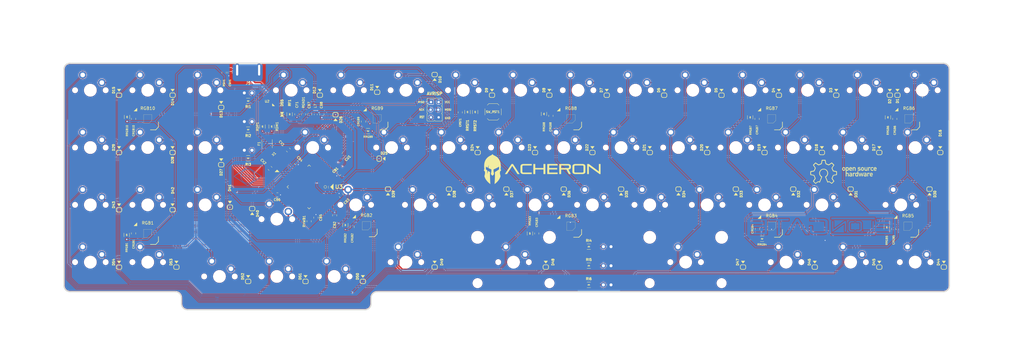
<source format=kicad_pcb>
(kicad_pcb (version 20171130) (host pcbnew 5.1.5)
  (title_block (title ElongatePCB) (date 2019-09-13) (rev 1.2) (company "Designed by Gondolindrim and MrKeebs"))
  (layers (0 F.Cu signal) (31 B.Cu signal) (34 B.Paste user hide) (35 F.Paste user hide) (36 B.SilkS user) (37 F.SilkS user) (38 B.Mask user hide) (39 F.Mask user) (44 Edge.Cuts user))
  (net 0 "")
  (net 1 GND)
  (net 2 5V)
  (net 3 "Net-(CU1-Pad1)")
  (net 4 /XTAL2)
  (net 5 /XTAL1)
  (net 6 "Net-(D1-Pad2)")
  (net 7 Row1)
  (net 8 "Net-(D2-Pad2)")
  (net 9 "Net-(D3-Pad2)")
  (net 10 "Net-(D4-Pad2)")
  (net 11 "Net-(D5-Pad2)")
  (net 12 "Net-(D6-Pad2)")
  (net 13 "Net-(D7-Pad2)")
  (net 14 "Net-(D8-Pad2)")
  (net 15 "Net-(D9-Pad2)")
  (net 16 "Net-(D10-Pad2)")
  (net 17 "Net-(D11-Pad2)")
  (net 18 "Net-(D12-Pad2)")
  (net 19 "Net-(D13-Pad2)")
  (net 20 "Net-(D14-Pad2)")
  (net 21 "Net-(D15-Pad2)")
  (net 22 "Net-(D16-Pad2)")
  (net 23 Row2)
  (net 24 "Net-(D17-Pad2)")
  (net 25 "Net-(D18-Pad2)")
  (net 26 "Net-(D19-Pad2)")
  (net 27 "Net-(D20-Pad2)")
  (net 28 "Net-(D21-Pad2)")
  (net 29 "Net-(D22-Pad2)")
  (net 30 "Net-(D23-Pad2)")
  (net 31 "Net-(D24-Pad2)")
  (net 32 "Net-(D25-Pad2)")
  (net 33 "Net-(D26-Pad2)")
  (net 34 "Net-(D27-Pad2)")
  (net 35 "Net-(D28-Pad2)")
  (net 36 "Net-(D29-Pad2)")
  (net 37 "Net-(D30-Pad2)")
  (net 38 Row3)
  (net 39 "Net-(D31-Pad2)")
  (net 40 "Net-(D32-Pad2)")
  (net 41 "Net-(D33-Pad2)")
  (net 42 "Net-(D34-Pad2)")
  (net 43 "Net-(D35-Pad2)")
  (net 44 "Net-(D36-Pad2)")
  (net 45 "Net-(D37-Pad2)")
  (net 46 "Net-(D38-Pad2)")
  (net 47 "Net-(D39-Pad2)")
  (net 48 "Net-(D40-Pad2)")
  (net 49 "Net-(D41-Pad2)")
  (net 50 "Net-(D42-Pad2)")
  (net 51 "Net-(D43-Pad2)")
  (net 52 "Net-(D44-Pad2)")
  (net 53 Row4)
  (net 54 "Net-(D45-Pad2)")
  (net 55 "Net-(D46-Pad2)")
  (net 56 "Net-(D47-Pad2)")
  (net 57 "Net-(D48-Pad2)")
  (net 58 "Net-(D49-Pad2)")
  (net 59 "Net-(D50-Pad2)")
  (net 60 "Net-(D51-Pad2)")
  (net 61 "Net-(D52-Pad2)")
  (net 62 "Net-(D53-Pad2)")
  (net 63 "Net-(D54-Pad2)")
  (net 64 "Net-(J1-Pad4)")
  (net 65 "Net-(RDM1-Pad1)")
  (net 66 "Net-(RDP1-Pad2)")
  (net 67 DP)
  (net 68 "Net-(RHWB1-Pad2)")
  (net 69 "Net-(RRST2-Pad1)")
  (net 70 Col1)
  (net 71 Col2)
  (net 72 Col3)
  (net 73 Col4)
  (net 74 Col5)
  (net 75 Col6)
  (net 76 Col7)
  (net 77 Col8)
  (net 78 Col9)
  (net 79 Col10)
  (net 80 Col11)
  (net 81 Col12)
  (net 82 Col13)
  (net 83 DBusP)
  (net 84 DBusN)
  (net 85 DN)
  (net 86 /SHIELD)
  (net 87 VBUS)
  (net 88 "Net-(RGB1-Pad2)")
  (net 89 RGB_DIN)
  (net 90 "Net-(RGB2-Pad2)")
  (net 91 "Net-(RGB3-Pad2)")
  (net 92 "Net-(RGB4-Pad2)")
  (net 93 "Net-(RGB5-Pad2)")
  (net 94 "Net-(RGB6-Pad2)")
  (net 95 "Net-(CRGB1-Pad1)")
  (net 96 "Net-(CRGB2-Pad1)")
  (net 97 "Net-(CRGB3-Pad1)")
  (net 98 "Net-(CRGB4-Pad1)")
  (net 99 "Net-(CRGB5-Pad1)")
  (net 100 "Net-(CRGB6-Pad1)")
  (net 101 "Net-(CRGB7-Pad1)")
  (net 102 "Net-(CRGB8-Pad1)")
  (net 103 "Net-(CRGB9-Pad1)")
  (net 104 "Net-(CRGB10-Pad1)")
  (net 105 "Net-(RGB7-Pad2)")
  (net 106 "Net-(RGB8-Pad2)")
  (net 107 "Net-(RGB10-Pad4)")
  (net 108 "Net-(RGB10-Pad2)")
  (net 109 "Net-(LED1-PadA)")
  (net 110 "Net-(LED2-PadA)")
  (net 111 "Net-(LED3-PadA)")
  (net 112 "Net-(LED4-PadA)")
  (net 113 "Net-(LED5-PadA)")
  (net 114 "Net-(LED6-PadA)")
  (net 115 INDICATOR1)
  (net 116 INDICATOR2)
  (net 117 INDICATOR3)
  (net 118 INDICATOR4)
  (net 119 INDICATOR5)
  (net 120 INDICATOR6)
  (net 121 VDD)
  (net 122 GNDD)
  (net 123 ~RST)
  (net 124 "Net-(U3-Pad30)")
  (net 125 Row5)
  (module acheron_MX_SolderMask:MX100 (layer F.Cu) (at 207.939709 202.845662)
    (fp_text reference SW40)
    (fp_text value MXSwitch)
    (pad 2 thru_hole circle (at 3.81 -2.54 90) (size 2.54 2.54) (drill 1.524) (layers *.Cu F.Mask) (net 48 "Net-(D40-Pad2)") (clearance 0.381))
    (pad 1 thru_hole circle (at -2.54 -5.08) (size 2.54 2.54) (drill 1.524) (layers *.Cu F.Mask) (net 81 Col12))
    (pad "" np_thru_hole circle (at -5.08 0) (size 1.7018 1.7018) (drill 1.7018) (layers *.Cu *.Mask))
    (pad "" np_thru_hole circle (at 5.08 0) (size 1.7018 1.7018) (drill 1.7018) (layers *.Cu *.Mask))
    (pad "" np_thru_hole circle (at 0 0) (size 3.9878 3.9878) (drill 3.9878) (layers *.Cu *.Mask))
  )
  (module acheron_MX_SolderMask:MX125 (layer F.Cu) (at 234.133461 198.083161)
    (fp_text reference SW39)
    (fp_text value MXSwitch)
    (pad "" np_thru_hole circle (at -5.08 0) (size 1.7018 1.7018) (drill 1.7018) (layers *.Cu *.Mask))
    (pad "" np_thru_hole circle (at 5.08 0) (size 1.7018 1.7018) (drill 1.7018) (layers *.Cu *.Mask))
    (pad 1 thru_hole circle (at -2.54 -5.08) (size 2.54 2.54) (drill 1.524) (layers *.Cu F.Mask) (net 80 Col11) (clearance 0.508))
    (pad 2 thru_hole circle (at 3.81 -2.54) (size 2.54 2.54) (drill 1.524) (layers *.Cu F.Mask) (net 47 "Net-(D39-Pad2)"))
    (pad "" np_thru_hole circle (at 0 0) (size 3.9878 3.9878) (drill 3.9878) (layers *.Cu *.Mask))
  )
  (module acheron_Components:TQPF-44_10x10mm_P0.8mm (layer F.Cu) (at 218.655335 192.130037 225)
    (fp_text reference U3 (at -7.02705 -7.0046) (layer F.SilkS) (effects (font (size 1.27 1.27) (thickness 0.254))))
    (fp_text value ATMEGA32U4)
    (pad 44 smd trapezoid (at -4 -5.7 315) (size 1.5 0.5) (layers F.Cu F.Paste F.Mask) (net 121 VDD))
    (pad 43 smd trapezoid (at -3.2 -5.7 315) (size 1.5 0.55) (layers F.Cu F.Paste F.Mask) (net 122 GNDD))
    (pad 42 smd trapezoid (at -2.4 -5.7 315) (size 1.5 0.55) (layers F.Cu F.Paste F.Mask) (net 121 VDD))
    (pad 41 smd trapezoid (at -1.6 -5.7 315) (size 1.5 0.55) (layers F.Cu F.Paste F.Mask) (net 74 Col5))
    (pad 40 smd trapezoid (at -0.8 -5.7 315) (size 1.5 0.55) (layers F.Cu F.Paste F.Mask) (net 73 Col4))
    (pad 39 smd trapezoid (at 0 -5.7 315) (size 1.5 0.55) (layers F.Cu F.Paste F.Mask) (net 72 Col3))
    (pad 38 smd trapezoid (at 0.8 -5.7 315) (size 1.5 0.55) (layers F.Cu F.Paste F.Mask) (net 70 Col1))
    (pad 37 smd trapezoid (at 1.6 -5.7 315) (size 1.5 0.55) (layers F.Cu F.Paste F.Mask) (net 71 Col2))
    (pad 36 smd trapezoid (at 2.4 -5.7 315) (size 1.5 0.55) (layers F.Cu F.Paste F.Mask) (net 118 INDICATOR4))
    (pad 35 smd trapezoid (at 3.2 -5.7 315) (size 1.5 0.55) (layers F.Cu F.Paste F.Mask) (net 122 GNDD))
    (pad 34 smd trapezoid (at 4 -5.7 315) (size 1.5 0.55) (layers F.Cu F.Paste F.Mask) (net 121 VDD))
    (pad 33 smd trapezoid (at 5.7 -4 225) (size 1.5 0.55) (layers F.Cu F.Paste F.Mask) (net 68 "Net-(RHWB1-Pad2)"))
    (pad 32 smd trapezoid (at 5.7 -3.2 225) (size 1.5 0.55) (layers F.Cu F.Paste F.Mask) (net 119 INDICATOR5))
    (pad 31 smd trapezoid (at 5.7 -2.4 225) (size 1.5 0.55) (layers F.Cu F.Paste F.Mask) (net 77 Col8))
    (pad 30 smd trapezoid (at 5.7 -1.6 225) (size 1.5 0.55) (layers F.Cu F.Paste F.Mask) (net 120 INDICATOR6))
    (pad 29 smd trapezoid (at 5.7 -0.8 225) (size 1.5 0.55) (layers F.Cu F.Paste F.Mask) (net 53 Row4))
    (pad 28 smd trapezoid (at 5.7 0 225) (size 1.5 0.55) (layers F.Cu F.Paste F.Mask) (net 82 Col13))
    (pad 27 smd trapezoid (at 5.7 0.8 225) (size 1.5 0.55) (layers F.Cu F.Paste F.Mask) (net 89 RGB_DIN))
    (pad 26 smd trapezoid (at 5.7 1.6 225) (size 1.5 0.55) (layers F.Cu F.Paste F.Mask) (net 125 Row5))
    (pad 25 smd trapezoid (at 5.7 2.4 225) (size 1.5 0.55) (layers F.Cu F.Paste F.Mask) (net 81 Col12))
    (pad 24 smd trapezoid (at 5.7 3.2 225) (size 1.5 0.55) (layers F.Cu F.Paste F.Mask) (net 121 VDD))
    (pad 23 smd trapezoid (at 5.7 4 225) (size 1.5 0.55) (layers F.Cu F.Paste F.Mask) (net 122 GNDD))
    (pad 22 smd trapezoid (at 4 5.7 315) (size 1.5 0.55) (layers F.Cu F.Paste F.Mask) (net 38 Row3))
    (pad 21 smd trapezoid (at 3.2 5.7 315) (size 1.5 0.55) (layers F.Cu F.Paste F.Mask) (net 7 Row1))
    (pad 20 smd trapezoid (at 2.4 5.7 315) (size 1.5 0.55) (layers F.Cu F.Paste F.Mask) (net 115 INDICATOR1))
    (pad 19 smd trapezoid (at 1.6 5.7 315) (size 1.5 0.55) (layers F.Cu F.Paste F.Mask) (net 116 INDICATOR2))
    (pad 18 smd trapezoid (at 0.8 5.7 315) (size 1.5 0.55) (layers F.Cu F.Paste F.Mask) (net 117 INDICATOR3))
    (pad 17 smd trapezoid (at 0 5.7 315) (size 1.5 0.55) (layers F.Cu F.Paste F.Mask) (net 5 /XTAL1))
    (pad 16 smd trapezoid (at -0.8 5.7 315) (size 1.5 0.55) (layers F.Cu F.Paste F.Mask) (net 4 /XTAL2))
    (pad 15 smd trapezoid (at -1.6 5.7 315) (size 1.5 0.55) (layers F.Cu F.Paste F.Mask) (net 122 GNDD))
    (pad 14 smd trapezoid (at -2.4 5.7 315) (size 1.5 0.55) (layers F.Cu F.Paste F.Mask) (net 121 VDD))
    (pad 13 smd trapezoid (at -3.2 5.7 315) (size 1.5 0.55) (layers F.Cu F.Paste F.Mask) (net 123 ~RST))
    (pad 12 smd trapezoid (at -4 5.7 315) (size 1.5 0.55) (layers F.Cu F.Paste F.Mask) (net 23 Row2))
    (pad 11 smd trapezoid (at -5.7 4 225) (size 1.5 0.55) (layers F.Cu F.Paste F.Mask) (net 79 Col10))
    (pad 10 smd trapezoid (at -5.7 3.2 225) (size 1.5 0.55) (layers F.Cu F.Paste F.Mask) (net 75 Col6))
    (pad 9 smd trapezoid (at -5.7 2.4 225) (size 1.5 0.55) (layers F.Cu F.Paste F.Mask) (net 76 Col7))
    (pad 8 smd trapezoid (at -5.7 1.6 225) (size 1.5 0.55) (layers F.Cu F.Paste F.Mask) (net 78 Col9))
    (pad 7 smd trapezoid (at -5.7 0.8 225) (size 1.5 0.55) (layers F.Cu F.Paste F.Mask) (net 2 5V))
    (pad 6 smd trapezoid (at -5.7 0 225) (size 1.5 0.55) (layers F.Cu F.Paste F.Mask) (net 3 "Net-(CU1-Pad1)"))
    (pad 5 smd trapezoid (at -5.7 -0.8 225) (size 1.5 0.55) (layers F.Cu F.Paste F.Mask) (net 122 GNDD))
    (pad 4 smd trapezoid (at -5.7 -1.6 225) (size 1.5 0.55) (layers F.Cu F.Paste F.Mask) (net 67 DP))
    (pad 3 smd trapezoid (at -5.7 -2.4 225) (size 1.5 0.5) (layers F.Cu F.Paste F.Mask) (net 85 DN))
    (pad 2 smd trapezoid (at -5.7 -3.2 225) (size 1.5 0.5) (layers F.Cu F.Paste F.Mask) (net 121 VDD))
    (pad 1 smd oval (at -5.7 -4 225) (size 1.5 0.55) (layers F.Cu F.Paste F.Mask) (net 80 Col11))
  )
  (module acheron_Graphics:osh-logo (layer F.Cu) (at 396.058459 187.367537)
    (fp_text reference L4 hide)
    (fp_text value OSHLogo hide)
  )
  (module acheron_MX_SolderMask:MX275R (layer F.Cu) (at 286.52096 217.133162)
    (fp_text reference SW48)
    (fp_text value MXSwitch)
    (pad "" np_thru_hole circle (at 11.938 -8.255 180) (size 3.9878 3.9878) (drill 3.9878) (layers *.Cu *.Mask))
    (pad "" np_thru_hole circle (at -11.938 -8.255 180) (size 3.9878 3.9878) (drill 3.9878) (layers *.Cu *.Mask))
    (pad "" np_thru_hole circle (at -11.938 6.985 180) (size 3.048 3.048) (drill 3.048) (layers *.Cu *.Mask))
    (pad "" np_thru_hole circle (at 11.938 6.985 180) (size 3.048 3.048) (drill 3.048) (layers *.Cu *.Mask))
    (pad "" np_thru_hole circle (at -5.08 0) (size 1.7018 1.7018) (drill 1.7018) (layers *.Cu *.Mask))
    (pad "" np_thru_hole circle (at 5.08 0) (size 1.7018 1.7018) (drill 1.7018) (layers *.Cu *.Mask))
    (pad 1 thru_hole circle (at -2.54 -5.08) (size 2.54 2.54) (drill 1.524) (layers *.Cu F.Mask) (net 77 Col8))
    (pad 2 thru_hole circle (at 3.81 -2.54) (size 2.54 2.54) (drill 1.524) (layers *.Cu F.Mask) (net 57 "Net-(D48-Pad2)"))
    (pad "" np_thru_hole circle (at 0 0) (size 3.9878 3.9878) (drill 3.9878) (layers *.Cu *.Mask))
  )
  (module acheron_MX_SolderMask:MX100 (layer F.Cu) (at 274.614709 198.083161)
    (fp_text reference SW37)
    (fp_text value MXSwitch)
    (pad 2 thru_hole circle (at 3.81 -2.54 90) (size 2.54 2.54) (drill 1.524) (layers *.Cu F.Mask) (net 45 "Net-(D37-Pad2)"))
    (pad 1 thru_hole circle (at -2.54 -5.08) (size 2.54 2.54) (drill 1.524) (layers *.Cu F.Mask) (net 78 Col9))
    (pad "" np_thru_hole circle (at -5.08 0) (size 1.7018 1.7018) (drill 1.7018) (layers *.Cu *.Mask))
    (pad "" np_thru_hole circle (at 5.08 0) (size 1.7018 1.7018) (drill 1.7018) (layers *.Cu *.Mask))
    (pad "" np_thru_hole circle (at 0 0) (size 3.9878 3.9878) (drill 3.9878) (layers *.Cu *.Mask))
  )
  (module acheron_MX_SolderMask:MX100 (layer F.Cu) (at 250.80221 217.133161)
    (fp_text reference SW49)
    (fp_text value MXSwitch)
    (pad 2 thru_hole circle (at 3.81 -2.54 90) (size 2.54 2.54) (drill 1.524) (layers *.Cu F.Mask) (net 58 "Net-(D49-Pad2)"))
    (pad 1 thru_hole circle (at -2.54 -5.08) (size 2.54 2.54) (drill 1.524) (layers *.Cu F.Mask) (net 79 Col10))
    (pad "" np_thru_hole circle (at -5.08 0) (size 1.7018 1.7018) (drill 1.7018) (layers *.Cu *.Mask))
    (pad "" np_thru_hole circle (at 5.08 0) (size 1.7018 1.7018) (drill 1.7018) (layers *.Cu *.Mask))
    (pad "" np_thru_hole circle (at 0 0) (size 3.9878 3.9878) (drill 3.9878) (layers *.Cu *.Mask))
  )
  (module acheron_MX_SolderMask:MX100 (layer F.Cu) (at 165.077209 217.133161)
    (fp_text reference SW53)
    (fp_text value MXSwitch)
    (pad 2 thru_hole circle (at 3.81 -2.54 90) (size 2.54 2.54) (drill 1.524) (layers *.Cu F.Mask) (net 62 "Net-(D53-Pad2)"))
    (pad 1 thru_hole circle (at -2.54 -5.08) (size 2.54 2.54) (drill 1.524) (layers *.Cu F.Mask) (net 82 Col13))
    (pad "" np_thru_hole circle (at -5.08 0) (size 1.7018 1.7018) (drill 1.7018) (layers *.Cu *.Mask))
    (pad "" np_thru_hole circle (at 5.08 0) (size 1.7018 1.7018) (drill 1.7018) (layers *.Cu *.Mask))
    (pad "" np_thru_hole circle (at 0 0) (size 3.9878 3.9878) (drill 3.9878) (layers *.Cu *.Mask))
  )
  (module acheron_Components:D_SOD-123 (layer F.Cu) (at 155.55221 159.983162 90)
    (fp_text reference D15 (at 0 -1.8 270) (layer F.SilkS) (effects (font (size 0.8 0.8) (thickness 0.2))))
    (fp_text value 1N4148)
    (pad 2 smd roundrect (at 1.65 0 90) (size 1 1.2) (layers F.Cu F.Paste F.Mask) (net 21 "Net-(D15-Pad2)"))
    (pad 1 smd roundrect (at -1.65 0 90) (size 1 1.2) (layers F.Cu F.Paste F.Mask) (net 125 Row5))
  )
  (module acheron_Components:D_SOD-123 (layer F.Cu) (at 173.332209 198.083162 90)
    (fp_text reference D42 (at 4.7625 0.079375 270) (layer F.SilkS) (effects (font (size 0.8 0.8) (thickness 0.2))))
    (fp_text value 1N4148)
    (pad 2 smd roundrect (at 1.65 0 90) (size 1 1.2) (layers F.Cu F.Paste F.Mask) (net 50 "Net-(D42-Pad2)"))
    (pad 1 smd roundrect (at -1.65 0 90) (size 1 1.2) (layers F.Cu F.Paste F.Mask) (net 125 Row5))
  )
  (module acheron_MX_SolderMask:MX100 (layer F.Cu) (at 184.127209 179.033162)
    (fp_text reference SW27)
    (fp_text value MXSwitch)
    (pad 2 thru_hole circle (at 3.81 -2.54 90) (size 2.54 2.54) (drill 1.524) (layers *.Cu F.Mask) (net 34 "Net-(D27-Pad2)"))
    (pad 1 thru_hole circle (at -2.54 -5.08) (size 2.54 2.54) (drill 1.524) (layers *.Cu F.Mask) (net 82 Col13))
    (pad "" np_thru_hole circle (at -5.08 0) (size 1.7018 1.7018) (drill 1.7018) (layers *.Cu *.Mask))
    (pad "" np_thru_hole circle (at 5.08 0) (size 1.7018 1.7018) (drill 1.7018) (layers *.Cu *.Mask))
    (pad "" np_thru_hole circle (at 0 0) (size 3.9878 3.9878) (drill 3.9878) (layers *.Cu *.Mask))
  )
  (module acheron_MX_SolderMask:MX100 (layer F.Cu) (at 146.02721 217.133161)
    (fp_text reference SW54)
    (fp_text value MXSwitch)
    (pad 2 thru_hole circle (at 3.81 -2.54 90) (size 2.54 2.54) (drill 1.524) (layers *.Cu F.Mask) (net 63 "Net-(D54-Pad2)"))
    (pad 1 thru_hole circle (at -2.54 -5.08) (size 2.54 2.54) (drill 1.524) (layers *.Cu F.Mask) (net 77 Col8))
    (pad "" np_thru_hole circle (at -5.08 0) (size 1.7018 1.7018) (drill 1.7018) (layers *.Cu *.Mask))
    (pad "" np_thru_hole circle (at 5.08 0) (size 1.7018 1.7018) (drill 1.7018) (layers *.Cu *.Mask))
    (pad "" np_thru_hole circle (at 0 0) (size 3.9878 3.9878) (drill 3.9878) (layers *.Cu *.Mask))
  )
  (module acheron_MX_SolderMask:MX100 (layer F.Cu) (at 165.077209 198.083161)
    (fp_text reference SW42)
    (fp_text value MXSwitch)
    (pad 2 thru_hole circle (at 3.81 -2.54 90) (size 2.54 2.54) (drill 1.524) (layers *.Cu F.Mask) (net 50 "Net-(D42-Pad2)"))
    (pad 1 thru_hole circle (at -2.54 -5.08) (size 2.54 2.54) (drill 1.524) (layers *.Cu F.Mask) (net 81 Col12))
    (pad "" np_thru_hole circle (at -5.08 0) (size 1.7018 1.7018) (drill 1.7018) (layers *.Cu *.Mask))
    (pad "" np_thru_hole circle (at 5.08 0) (size 1.7018 1.7018) (drill 1.7018) (layers *.Cu *.Mask))
    (pad "" np_thru_hole circle (at 0 0) (size 3.9878 3.9878) (drill 3.9878) (layers *.Cu *.Mask))
  )
  (module acheron_Components:LED_WS2812B_5.0x5.0mm_P3.2mm (layer F.Cu) (at 237.705335 205.068162)
    (fp_text reference RGB2 (at 0 -3.5) (layer F.SilkS))
    (fp_text value WS2812B)
    (pad 1 smd rect (at -2.45 -1.6) (size 1.5 1) (layers F.Cu F.Paste F.Mask) (net 96 "Net-(CRGB2-Pad1)"))
    (pad 2 smd roundrect (at -2.45 1.6) (size 1.5 1) (layers F.Cu F.Paste F.Mask) (net 90 "Net-(RGB2-Pad2)"))
    (pad 4 smd roundrect (at 2.45 -1.6) (size 1.5 1) (layers F.Cu F.Paste F.Mask) (net 88 "Net-(RGB1-Pad2)"))
    (pad 3 smd roundrect (at 2.45 1.6) (size 1.5 1) (layers F.Cu F.Paste F.Mask) (net 1 GND))
  )
  (module acheron_MX_SolderMask:MX175 (layer F.Cu) (at 219.84596 179.033162)
    (fp_text reference SW26)
    (fp_text value MXSwitch)
    (pad "" np_thru_hole circle (at -5.08 0) (size 1.7018 1.7018) (drill 1.7018) (layers *.Cu *.Mask))
    (pad "" np_thru_hole circle (at 5.08 0) (size 1.7018 1.7018) (drill 1.7018) (layers *.Cu *.Mask))
    (pad 1 thru_hole circle (at -2.54 -5.08) (size 2.54 2.54) (drill 1.524) (layers *.Cu F.Mask) (net 81 Col12))
    (pad 2 thru_hole circle (at 3.81 -2.54) (size 2.54 2.54) (drill 1.524) (layers *.Cu F.Mask) (net 33 "Net-(D26-Pad2)"))
    (pad "" np_thru_hole circle (at 0 0) (size 3.9878 3.9878) (drill 3.9878) (layers *.Cu *.Mask))
  )
  (module Capacitor_SMD:C_0805_2012Metric_Pad1.15x1.40mm_HandSolder (layer F.Cu) (at 222.893959 168.047662 90)
    (fp_text reference CB8 (at 3.1115 -0.15875 90) (layer F.SilkS) (effects (font (size 0.762 0.762) (thickness 0.1524))))
    (fp_text value 1µ)
    (pad 2 smd roundrect (at 1.025 0 90) (size 1.15 1.4) (layers F.Cu F.Paste F.Mask) (roundrect_rratio 0.217391) (net 122 GNDD))
    (pad 1 smd roundrect (at -1.025 0 90) (size 1.15 1.4) (layers F.Cu F.Paste F.Mask) (roundrect_rratio 0.217391) (net 121 VDD))
  )
  (module acheron_MX_SolderMask:MX100 (layer F.Cu) (at 212.702209 159.983161)
    (fp_text reference SW12)
    (fp_text value MXSwitch)
    (pad 2 thru_hole circle (at 3.81 -2.54 90) (size 2.54 2.54) (drill 1.524) (layers *.Cu F.Mask) (net 18 "Net-(D12-Pad2)"))
    (pad 1 thru_hole circle (at -2.54 -5.08) (size 2.54 2.54) (drill 1.524) (layers *.Cu F.Mask) (net 81 Col12))
    (pad "" np_thru_hole circle (at -5.08 0) (size 1.7018 1.7018) (drill 1.7018) (layers *.Cu *.Mask))
    (pad "" np_thru_hole circle (at 5.08 0) (size 1.7018 1.7018) (drill 1.7018) (layers *.Cu *.Mask))
    (pad "" np_thru_hole circle (at 0 0) (size 3.9878 3.9878) (drill 3.9878) (layers *.Cu *.Mask))
  )
  (module acheron_Components:Crystal_SMD_5032-4Pin_5.0x3.2mm (layer F.Cu) (at 208.733459 182.906662 45)
    (fp_text reference X1 (at -0.022451 -2.44712 45) (layer F.SilkS) (effects (font (size 0.762 0.762) (thickness 0.1524))))
    (fp_text value 16MHz)
    (pad 4 smd roundrect (at -1.85 -1.1 45) (size 2 1.2) (layers F.Cu F.Paste F.Mask) (roundrect_rratio 0.05) (net 122 GNDD))
    (pad 3 smd roundrect (at 1.85 -1.1 45) (size 2 1.2) (layers F.Cu F.Paste F.Mask) (roundrect_rratio 0.05) (net 4 /XTAL2))
    (pad 2 smd roundrect (at 1.85 1.1 45) (size 2 1.2) (layers F.Cu F.Paste F.Mask) (roundrect_rratio 0.05) (net 122 GNDD))
    (pad 1 smd roundrect (at -1.85 1.1 45) (size 2 1.2) (layers F.Cu F.Paste F.Mask) (roundrect_rratio 0.05) (net 5 /XTAL1))
  )
  (module acheron_Components:LED_WS2812B_5.0x5.0mm_P3.2mm (layer F.Cu) (at 165.077209 207.608161)
    (fp_text reference RGB1 (at 0 -3.5) (layer F.SilkS))
    (fp_text value WS2812B)
    (pad 1 smd rect (at -2.45 -1.6) (size 1.5 1) (layers F.Cu F.Paste F.Mask) (net 95 "Net-(CRGB1-Pad1)"))
    (pad 2 smd roundrect (at -2.45 1.6) (size 1.5 1) (layers F.Cu F.Paste F.Mask) (net 88 "Net-(RGB1-Pad2)"))
    (pad 4 smd roundrect (at 2.45 -1.6) (size 1.5 1) (layers F.Cu F.Paste F.Mask) (net 89 RGB_DIN))
    (pad 3 smd roundrect (at 2.45 1.6) (size 1.5 1) (layers F.Cu F.Paste F.Mask) (net 1 GND))
  )
  (module acheron_Components:D_SOD-123_Bidirectional (layer F.Cu) (at 209.654209 167.984161 270)
    (fp_text reference D55 (at -3.81 0 270) (layer F.SilkS) (effects (font (size 0.8 0.8) (thickness 0.2))))
    (fp_text value SMF9.0CA)
    (pad 2 smd roundrect (at 1.65 0 270) (size 1 1.2) (layers F.Cu F.Paste F.Mask) (net 2 5V))
    (pad 1 smd roundrect (at -1.65 0 270) (size 1 1.2) (layers F.Cu F.Paste F.Mask) (net 1 GND))
  )
  (module Resistor_SMD:R_0805_2012Metric_Pad1.15x1.40mm_HandSolder (layer F.Cu) (at 216.766209 167.984162 90)
    (fp_text reference RGND1 (at 3.937 0 90) (layer F.SilkS) (effects (font (size 0.762 0.762) (thickness 0.1524))))
    (fp_text value "0R010 1%")
    (pad 2 smd roundrect (at 1.025 0 90) (size 1.15 1.4) (layers F.Cu F.Paste F.Mask) (roundrect_rratio 0.217391) (net 122 GNDD))
    (pad 1 smd roundrect (at -1.025 0 90) (size 1.15 1.4) (layers F.Cu F.Paste F.Mask) (roundrect_rratio 0.217391) (net 1 GND))
  )
  (module Inductor_SMD:L_0603_1608Metric (layer F.Cu) (at 220.861959 168.047662 90)
    (fp_text reference L7 (at 2.8575 -0.15875 90) (layer F.SilkS) (effects (font (size 0.762 0.762) (thickness 0.1524))))
    (fp_text value MGFL1608F1R0MT-LF)
    (pad 2 smd roundrect (at 0.7875 0 90) (size 0.875 0.95) (layers F.Cu F.Paste F.Mask) (net 121 VDD))
    (pad 1 smd roundrect (at -0.7875 0 90) (size 0.875 0.95) (layers F.Cu F.Paste F.Mask) (net 2 5V))
  )
  (module Capacitor_SMD:C_0805_2012Metric_Pad1.15x1.40mm_HandSolder (layer F.Cu) (at 218.829959 168.047662 90)
    (fp_text reference CB7 (at 3.1115 -0.15875 90) (layer F.SilkS) (effects (font (size 0.762 0.762) (thickness 0.1524))))
    (fp_text value 1µ)
    (pad 2 smd roundrect (at 1.025 0 90) (size 1.15 1.4) (layers F.Cu F.Paste F.Mask) (roundrect_rratio 0.217391) (net 122 GNDD))
    (pad 1 smd roundrect (at -1.025 0 90) (size 1.15 1.4) (layers F.Cu F.Paste F.Mask) (roundrect_rratio 0.217391) (net 2 5V))
  )
  (module elongateGraphics:elongateLabel (layer F.Cu) (at 187.556209 208.243161)
    (fp_text reference L3 hide)
    (fp_text value ElongateLabel hide)
    (fp_arc (start -10.16 -3.556) (end -10.16 -5.08) (angle -90) (layer F.Cu) (width 0.5))
    (fp_line (start -11.684 3.302) (end -11.684 -3.556) (layer F.Cu) (width 0.5))
    (fp_arc (start -10.16 3.302) (end -11.684 3.302) (angle -90) (layer F.Cu) (width 0.5))
    (fp_line (start -10.16 4.826) (end 9.906 4.826) (layer F.Cu) (width 0.5))
    (fp_arc (start 9.906 3.302) (end 9.906 4.826) (angle -90) (layer F.Cu) (width 0.5))
    (fp_line (start 11.43 3.302) (end 11.43 -3.556) (layer F.Cu) (width 0.5))
    (fp_arc (start 9.906 -3.556) (end 11.43 -3.556) (angle -90) (layer F.Cu) (width 0.5))
    (fp_line (start -10.16 -5.08) (end 9.906 -5.08) (layer F.Cu) (width 0.5))
    (fp_poly (pts (xy 1.480086 -3.364529) (xy 1.479402 -3.308019) (xy 1.271778 -3.307369) (xy 1.064154 -3.30672) (xy 1.064154 -3.421038) (xy 1.480769 -3.421038) (xy 1.480086 -3.364529)) (layer F.Cu) (width 0.01))
    (fp_poly (pts (xy 7.05351 -3.916282) (xy 7.080808 -3.916232) (xy 7.107621 -3.91609) (xy 7.133322 -3.915865) (xy 7.157283 -3.915568) (xy 7.178875 -3.915207) (xy 7.19747 -3.914793) (xy 7.212442 -3.914334) (xy 7.223162 -3.91384) (xy 7.225578 -3.913677) (xy 7.275936 -3.908386) (xy 7.321967 -3.900468) (xy 7.363699 -3.88991) (xy 7.401159 -3.876696) (xy 7.434376 -3.860814) (xy 7.463378 -3.84225) (xy 7.488193 -3.82099) (xy 7.508849 -3.79702) (xy 7.525373 -3.770326) (xy 7.527727 -3.765612) (xy 7.538875 -3.737192) (xy 7.546242 -3.706515) (xy 7.549775 -3.674641) (xy 7.549424 -3.642634) (xy 7.545137 -3.611556) (xy 7.536863 -3.582469) (xy 7.536607 -3.581785) (xy 7.523334 -3.553519) (xy 7.505713 -3.527319) (xy 7.484192 -3.503577) (xy 7.459221 -3.482687) (xy 7.431245 -3.465041) (xy 7.400715 -3.451033) (xy 7.379342 -3.443959) (xy 7.364213 -3.439685) (xy 7.389501 -3.433858) (xy 7.428579 -3.422988) (xy 7.463413 -3.409353) (xy 7.494035 -3.392927) (xy 7.52048 -3.373683) (xy 7.54278 -3.351596) (xy 7.560968 -3.326638) (xy 7.575079 -3.298783) (xy 7.580985 -3.282622) (xy 7.587425 -3.25901) (xy 7.591522 -3.234963) (xy 7.593511 -3.208805) (xy 7.593791 -3.191642) (xy 7.591637 -3.152055) (xy 7.585325 -3.115385) (xy 7.574864 -3.081639) (xy 7.560262 -3.050826) (xy 7.541525 -3.022956) (xy 7.518662 -2.998038) (xy 7.491681 -2.976078) (xy 7.460589 -2.957088) (xy 7.425394 -2.941075) (xy 7.386105 -2.928047) (xy 7.351188 -2.91967) (xy 7.339808 -2.917396) (xy 7.329224 -2.915418) (xy 7.318992 -2.913711) (xy 7.308668 -2.912254) (xy 7.297806 -2.911023) (xy 7.285963 -2.909994) (xy 7.272693 -2.909144) (xy 7.257552 -2.908449) (xy 7.240095 -2.907888) (xy 7.219879 -2.907435) (xy 7.196457 -2.907068) (xy 7.169386 -2.906764) (xy 7.138221 -2.906499) (xy 7.102517 -2.906251) (xy 7.094146 -2.906196) (xy 6.915729 -2.905055) (xy 6.915729 -3.0166) (xy 7.055415 -3.0166) (xy 7.157639 -3.017949) (xy 7.187921 -3.018416) (xy 7.213551 -3.018963) (xy 7.234959 -3.019608) (xy 7.252572 -3.020368) (xy 7.266819 -3.021263) (xy 7.278129 -3.022309) (xy 7.285262 -3.023253) (xy 7.319168 -3.030003) (xy 7.34867 -3.039083) (xy 7.373948 -3.050637) (xy 7.395181 -3.06481) (xy 7.412548 -3.081745) (xy 7.426231 -3.101584) (xy 7.436409 -3.124473) (xy 7.442999 -3.149191) (xy 7.445364 -3.1668) (xy 7.4463 -3.186921) (xy 7.44587 -3.207923) (xy 7.444138 -3.228177) (xy 7.441165 -3.246055) (xy 7.438901 -3.254685) (xy 7.42887 -3.279979) (xy 7.415558 -3.302912) (xy 7.399521 -3.322686) (xy 7.381318 -3.338505) (xy 7.379232 -3.339953) (xy 7.354841 -3.353757) (xy 7.326551 -3.364883) (xy 7.294882 -3.373155) (xy 7.267483 -3.377598) (xy 7.259369 -3.378268) (xy 7.246895 -3.378876) (xy 7.230782 -3.379405) (xy 7.211751 -3.379839) (xy 7.190522 -3.380159) (xy 7.167816 -3.380348) (xy 7.15002 -3.380395) (xy 7.055415 -3.380402) (xy 7.055415 -3.0166) (xy 6.915729 -3.0166) (xy 6.915729 -3.80454) (xy 7.055415 -3.80454) (xy 7.055415 -3.487071) (xy 7.127163 -3.487131) (xy 7.147608 -3.487232) (xy 7.168051 -3.487484) (xy 7.187453 -3.487863) (xy 7.204774 -3.488346) (xy 7.218978 -3.488909) (xy 7.228151 -3.489457) (xy 7.262714 -3.493986) (xy 7.293969 -3.501902) (xy 7.321769 -3.513103) (xy 7.345968 -3.52749) (xy 7.366422 -3.544962) (xy 7.382984 -3.56542) (xy 7.395509 -3.588763) (xy 7.402484 -3.609295) (xy 7.404975 -3.622993) (xy 7.406368 -3.639804) (xy 7.406639 -3.657875) (xy 7.405767 -3.675353) (xy 7.403727 -3.690388) (xy 7.403494 -3.691521) (xy 7.395893 -3.715993) (xy 7.384203 -3.737476) (xy 7.36848 -3.755915) (xy 7.348784 -3.771253) (xy 7.325171 -3.783434) (xy 7.300142 -3.791778) (xy 7.285933 -3.795196) (xy 7.271477 -3.797985) (xy 7.256089 -3.800199) (xy 7.239088 -3.801893) (xy 7.21979 -3.803119) (xy 7.197513 -3.803933) (xy 7.171573 -3.804388) (xy 7.141289 -3.804539) (xy 7.139096 -3.80454) (xy 7.055415 -3.80454) (xy 6.915729 -3.80454) (xy 6.915729 -3.916288) (xy 7.05351 -3.916282)) (layer F.Cu) (width 0.01))
    (fp_poly (pts (xy 2.063103 -3.694495) (xy 2.078475 -3.693517) (xy 2.092029 -3.692084) (xy 2.102748 -3.690285) (xy 2.109614 -3.68821) (xy 2.110445 -3.687764) (xy 2.11135 -3.686256) (xy 2.111634 -3.682862) (xy 2.111229 -3.677058) (xy 2.110066 -3.668322) (xy 2.108076 -3.656132) (xy 2.105191 -3.639966) (xy 2.101717 -3.621291) (xy 2.098423 -3.6039) (xy 2.095416 -3.58823) (xy 2.092828 -3.574949) (xy 2.090791 -3.564727) (xy 2.089435 -3.558233) (xy 2.088908 -3.55613) (xy 2.086279 -3.556211) (xy 2.079871 -3.557108) (xy 2.070888 -3.558646) (xy 2.067346 -3.559304) (xy 2.054412 -3.561207) (xy 2.039344 -3.56261) (xy 2.025082 -3.56325) (xy 2.023034 -3.563264) (xy 1.995852 -3.561417) (xy 1.970979 -3.555789) (xy 1.948289 -3.546246) (xy 1.927656 -3.532656) (xy 1.908955 -3.514887) (xy 1.892062 -3.492805) (xy 1.876851 -3.466279) (xy 1.863197 -3.435175) (xy 1.850975 -3.399361) (xy 1.843675 -3.373246) (xy 1.836237 -3.344502) (xy 1.836237 -2.905469) (xy 1.70163 -2.905469) (xy 1.70163 -3.677552) (xy 1.760044 -3.677552) (xy 1.779686 -3.677489) (xy 1.794729 -3.677283) (xy 1.805653 -3.676908) (xy 1.812936 -3.676338) (xy 1.817058 -3.675546) (xy 1.818498 -3.674507) (xy 1.818514 -3.674378) (xy 1.818772 -3.669642) (xy 1.819414 -3.66099) (xy 1.820369 -3.649197) (xy 1.821567 -3.63504) (xy 1.822938 -3.619294) (xy 1.824412 -3.602737) (xy 1.825918 -3.586143) (xy 1.827386 -3.57029) (xy 1.828747 -3.555953) (xy 1.82993 -3.543909) (xy 1.830864 -3.534933) (xy 1.831481 -3.529802) (xy 1.831662 -3.528895) (xy 1.833018 -3.530614) (xy 1.835825 -3.536077) (xy 1.839612 -3.544326) (xy 1.842187 -3.55028) (xy 1.856936 -3.580645) (xy 1.874147 -3.607424) (xy 1.89463 -3.631832) (xy 1.90084 -3.638186) (xy 1.921962 -3.657284) (xy 1.942771 -3.671931) (xy 1.964297 -3.682575) (xy 1.98757 -3.689665) (xy 2.013622 -3.693647) (xy 2.030976 -3.694729) (xy 2.046931 -3.694929) (xy 2.063103 -3.694495)) (layer F.Cu) (width 0.01))
    (fp_poly (pts (xy 0.143452 -3.694483) (xy 0.158912 -3.693477) (xy 0.172488 -3.692001) (xy 0.183169 -3.690147) (xy 0.189944 -3.688003) (xy 0.190584 -3.687647) (xy 0.191569 -3.686273) (xy 0.191979 -3.683328) (xy 0.191742 -3.678264) (xy 0.190789 -3.670531) (xy 0.189049 -3.659581) (xy 0.186452 -3.644865) (xy 0.182927 -3.625835) (xy 0.182074 -3.621297) (xy 0.178765 -3.603918) (xy 0.175718 -3.588243) (xy 0.173069 -3.574947) (xy 0.170954 -3.564704) (xy 0.169509 -3.558189) (xy 0.168901 -3.556076) (xy 0.166037 -3.556036) (xy 0.159934 -3.557135) (xy 0.155657 -3.558167) (xy 0.143043 -3.560499) (xy 0.127191 -3.562027) (xy 0.109758 -3.562724) (xy 0.092402 -3.562562) (xy 0.076783 -3.561515) (xy 0.064928 -3.559643) (xy 0.041303 -3.552036) (xy 0.019788 -3.540726) (xy 0.000229 -3.525527) (xy -0.017527 -3.506252) (xy -0.033634 -3.482714) (xy -0.048246 -3.454725) (xy -0.061514 -3.4221) (xy -0.070709 -3.394371) (xy -0.080002 -3.363894) (xy -0.081272 -3.135316) (xy -0.082542 -2.906739) (xy -0.218418 -2.905387) (xy -0.218418 -3.677552) (xy -0.101955 -3.677552) (xy -0.100476 -3.664219) (xy -0.099881 -3.658274) (xy -0.098974 -3.648489) (xy -0.097827 -3.63572) (xy -0.096515 -3.620822) (xy -0.09511 -3.604649) (xy -0.093687 -3.588058) (xy -0.092316 -3.571902) (xy -0.091073 -3.557037) (xy -0.090031 -3.544317) (xy -0.089262 -3.534599) (xy -0.088839 -3.528737) (xy -0.088784 -3.527651) (xy -0.087879 -3.527825) (xy -0.085607 -3.53186) (xy -0.082454 -3.538889) (xy -0.082361 -3.539112) (xy -0.068621 -3.569109) (xy -0.053811 -3.595085) (xy -0.037257 -3.618081) (xy -0.018286 -3.639142) (xy -0.016693 -3.640726) (xy 0.004342 -3.659374) (xy 0.025568 -3.673638) (xy 0.047938 -3.68392) (xy 0.072404 -3.690624) (xy 0.099918 -3.694153) (xy 0.110928 -3.694729) (xy 0.12712 -3.694931) (xy 0.143452 -3.694483)) (layer F.Cu) (width 0.01))
    (fp_poly (pts (xy -2.183546 -3.915557) (xy -2.148422 -3.915281) (xy -2.117896 -3.914986) (xy -2.091485 -3.914647) (xy -2.068707 -3.914235) (xy -2.049081 -3.913724) (xy -2.032125 -3.913087) (xy -2.017356 -3.912297) (xy -2.004293 -3.911326) (xy -1.992454 -3.910148) (xy -1.981357 -3.908736) (xy -1.970519 -3.907062) (xy -1.959459 -3.9051) (xy -1.947694 -3.902822) (xy -1.944282 -3.902139) (xy -1.901531 -3.891767) (xy -1.863096 -3.878722) (xy -1.828971 -3.862999) (xy -1.799152 -3.844594) (xy -1.773633 -3.823504) (xy -1.752408 -3.799726) (xy -1.735474 -3.773254) (xy -1.722824 -3.744086) (xy -1.722216 -3.742294) (xy -1.715528 -3.719399) (xy -1.711449 -3.697715) (xy -1.709711 -3.675233) (xy -1.710003 -3.650885) (xy -1.71179 -3.627575) (xy -1.715121 -3.60748) (xy -1.720385 -3.588867) (xy -1.72797 -3.570006) (xy -1.72829 -3.569303) (xy -1.740887 -3.545575) (xy -1.756199 -3.524193) (xy -1.775364 -3.50357) (xy -1.775632 -3.50331) (xy -1.801973 -3.481261) (xy -1.830982 -3.463204) (xy -1.861963 -3.44954) (xy -1.878247 -3.444406) (xy -1.895582 -3.439658) (xy -1.870353 -3.433844) (xy -1.831898 -3.423267) (xy -1.797781 -3.410213) (xy -1.767852 -3.394579) (xy -1.741959 -3.376259) (xy -1.719949 -3.355151) (xy -1.701672 -3.331151) (xy -1.690009 -3.310559) (xy -1.682037 -3.293104) (xy -1.676078 -3.276619) (xy -1.671832 -3.259773) (xy -1.669002 -3.241238) (xy -1.667289 -3.219685) (xy -1.666742 -3.206908) (xy -1.666452 -3.177649) (xy -1.667776 -3.15211) (xy -1.670834 -3.129155) (xy -1.675746 -3.107651) (xy -1.678081 -3.09976) (xy -1.690242 -3.06807) (xy -1.705955 -3.03939) (xy -1.725328 -3.013647) (xy -1.748469 -2.990767) (xy -1.775486 -2.970678) (xy -1.806486 -2.953308) (xy -1.841578 -2.938583) (xy -1.880869 -2.926431) (xy -1.924467 -2.916779) (xy -1.956874 -2.911572) (xy -1.963756 -2.910715) (xy -1.971504 -2.909965) (xy -1.980519 -2.909311) (xy -1.991201 -2.908744) (xy -2.00395 -2.908253) (xy -2.019167 -2.907828) (xy -2.037252 -2.907458) (xy -2.058605 -2.907133) (xy -2.083627 -2.906843) (xy -2.112718 -2.906578) (xy -2.146279 -2.906327) (xy -2.165768 -2.906198) (xy -2.344185 -2.905055) (xy -2.344185 -3.0166) (xy -2.204499 -3.0166) (xy -2.102275 -3.017954) (xy -2.072781 -3.018403) (xy -2.047854 -3.01892) (xy -2.026982 -3.019526) (xy -2.009653 -3.020244) (xy -1.995356 -3.021094) (xy -1.983576 -3.022099) (xy -1.973804 -3.023281) (xy -1.972259 -3.023509) (xy -1.938697 -3.030158) (xy -1.909421 -3.039369) (xy -1.884268 -3.051257) (xy -1.863075 -3.065935) (xy -1.845678 -3.083516) (xy -1.831913 -3.104114) (xy -1.821616 -3.127844) (xy -1.821446 -3.128348) (xy -1.819051 -3.135793) (xy -1.817313 -3.142431) (xy -1.816128 -3.149293) (xy -1.815393 -3.157411) (xy -1.815001 -3.167819) (xy -1.814849 -3.181548) (xy -1.81483 -3.193731) (xy -1.814876 -3.210347) (xy -1.815083 -3.22293) (xy -1.815561 -3.232528) (xy -1.816419 -3.240187) (xy -1.817768 -3.246953) (xy -1.819716 -3.253874) (xy -1.821808 -3.260309) (xy -1.832818 -3.286243) (xy -1.847485 -3.308935) (xy -1.865921 -3.328477) (xy -1.888239 -3.344958) (xy -1.914551 -3.358471) (xy -1.94497 -3.369105) (xy -1.961954 -3.373416) (xy -1.967977 -3.374688) (xy -1.974128 -3.375748) (xy -1.980958 -3.376621) (xy -1.989012 -3.377335) (xy -1.99884 -3.377914) (xy -2.01099 -3.378385) (xy -2.026011 -3.378774) (xy -2.044449 -3.379107) (xy -2.066854 -3.37941) (xy -2.093774 -3.379709) (xy -2.094655 -3.379719) (xy -2.204499 -3.380859) (xy -2.204499 -3.0166) (xy -2.344185 -3.0166) (xy -2.344185 -3.80454) (xy -2.204499 -3.80454) (xy -2.204499 -3.486394) (xy -2.109894 -3.487804) (xy -2.084382 -3.488216) (xy -2.063342 -3.488638) (xy -2.046163 -3.489104) (xy -2.032236 -3.489647) (xy -2.020954 -3.490301) (xy -2.011707 -3.491098) (xy -2.003887 -3.492072) (xy -1.996883 -3.493255) (xy -1.992284 -3.494194) (xy -1.960975 -3.503021) (xy -1.933361 -3.515068) (xy -1.909564 -3.530185) (xy -1.889709 -3.548223) (xy -1.87392 -3.569034) (xy -1.86232 -3.592469) (xy -1.855033 -3.618378) (xy -1.852183 -3.646613) (xy -1.852511 -3.662412) (xy -1.85612 -3.690515) (xy -1.863422 -3.715208) (xy -1.874517 -3.736609) (xy -1.889506 -3.754836) (xy -1.90849 -3.770009) (xy -1.931571 -3.782246) (xy -1.95885 -3.791667) (xy -1.963805 -3.792969) (xy -1.977077 -3.796039) (xy -1.990663 -3.798547) (xy -2.005224 -3.800544) (xy -2.021423 -3.802076) (xy -2.03992 -3.803193) (xy -2.061379 -3.803943) (xy -2.086461 -3.804375) (xy -2.115829 -3.804536) (xy -2.122057 -3.80454) (xy -2.204499 -3.80454) (xy -2.344185 -3.80454) (xy -2.344185 -3.916738) (xy -2.183546 -3.915557)) (layer F.Cu) (width 0.01))
    (fp_poly (pts (xy -3.84708 -3.91563) (xy -3.813401 -3.915414) (xy -3.784359 -3.915204) (xy -3.759513 -3.914985) (xy -3.738422 -3.914742) (xy -3.720644 -3.914463) (xy -3.705737 -3.914131) (xy -3.693259 -3.913733) (xy -3.68277 -3.913255) (xy -3.673826 -3.912682) (xy -3.665987 -3.911999) (xy -3.658811 -3.911193) (xy -3.651857 -3.910249) (xy -3.644681 -3.909153) (xy -3.643881 -3.909026) (xy -3.597982 -3.899815) (xy -3.556004 -3.887444) (xy -3.517977 -3.871944) (xy -3.483926 -3.853345) (xy -3.453879 -3.831679) (xy -3.427864 -3.806977) (xy -3.405907 -3.779268) (xy -3.388038 -3.748586) (xy -3.374282 -3.714959) (xy -3.364667 -3.67842) (xy -3.359221 -3.639) (xy -3.35797 -3.596729) (xy -3.3583 -3.586121) (xy -3.362232 -3.543676) (xy -3.37029 -3.504148) (xy -3.382431 -3.467596) (xy -3.398613 -3.434078) (xy -3.418793 -3.403651) (xy -3.442927 -3.376373) (xy -3.470973 -3.352303) (xy -3.502889 -3.331498) (xy -3.538631 -3.314016) (xy -3.567073 -3.3034) (xy -3.585558 -3.29756) (xy -3.60304 -3.292659) (xy -3.620216 -3.28861) (xy -3.637787 -3.285327) (xy -3.656449 -3.282724) (xy -3.676902 -3.280713) (xy -3.699845 -3.279207) (xy -3.725976 -3.27812) (xy -3.755994 -3.277365) (xy -3.779777 -3.276987) (xy -3.875652 -3.275729) (xy -3.875652 -2.905469) (xy -4.015338 -2.905469) (xy -4.015338 -3.807079) (xy -3.875652 -3.807079) (xy -3.875652 -3.388021) (xy -3.793679 -3.388021) (xy -3.772593 -3.388105) (xy -3.752116 -3.388341) (xy -3.733076 -3.38871) (xy -3.716298 -3.389189) (xy -3.702611 -3.389758) (xy -3.692841 -3.390396) (xy -3.690184 -3.390669) (xy -3.654914 -3.396667) (xy -3.623754 -3.405542) (xy -3.59655 -3.417412) (xy -3.573149 -3.432396) (xy -3.553395 -3.450613) (xy -3.537134 -3.472179) (xy -3.524213 -3.497214) (xy -3.514637 -3.525241) (xy -3.512603 -3.533223) (xy -3.511096 -3.540719) (xy -3.510037 -3.548703) (xy -3.509348 -3.55815) (xy -3.508951 -3.570034) (xy -3.508768 -3.585328) (xy -3.508725 -3.59882) (xy -3.508753 -3.617012) (xy -3.508941 -3.631067) (xy -3.509361 -3.641928) (xy -3.510089 -3.650536) (xy -3.511198 -3.657833) (xy -3.512764 -3.664763) (xy -3.514394 -3.670673) (xy -3.524975 -3.699348) (xy -3.539066 -3.72437) (xy -3.556736 -3.745826) (xy -3.578053 -3.763798) (xy -3.60136 -3.777533) (xy -3.616911 -3.784629) (xy -3.632632 -3.790565) (xy -3.649123 -3.79543) (xy -3.666987 -3.799312) (xy -3.686827 -3.802299) (xy -3.709245 -3.804481) (xy -3.734842 -3.805945) (xy -3.764222 -3.806781) (xy -3.797986 -3.807076) (xy -3.802441 -3.807079) (xy -3.875652 -3.807079) (xy -4.015338 -3.807079) (xy -4.015338 -3.91667) (xy -3.84708 -3.91563)) (layer F.Cu) (width 0.01))
    (fp_poly (pts (xy -7.366533 -3.693915) (xy -7.34868 -3.693793) (xy -7.334877 -3.693481) (xy -7.324099 -3.692892) (xy -7.315318 -3.691941) (xy -7.307508 -3.690541) (xy -7.29964 -3.688607) (xy -7.298097 -3.688184) (xy -7.266737 -3.677139) (xy -7.238837 -3.662381) (xy -7.214427 -3.643948) (xy -7.193539 -3.621874) (xy -7.176201 -3.596195) (xy -7.162446 -3.566945) (xy -7.152302 -3.534161) (xy -7.148172 -3.514041) (xy -7.147568 -3.509951) (xy -7.147028 -3.504929) (xy -7.14655 -3.498691) (xy -7.146129 -3.490952) (xy -7.145763 -3.481427) (xy -7.145447 -3.469832) (xy -7.145178 -3.455882) (xy -7.144953 -3.439293) (xy -7.144768 -3.419779) (xy -7.14462 -3.397058) (xy -7.144505 -3.370842) (xy -7.14442 -3.340849) (xy -7.144361 -3.306794) (xy -7.144325 -3.268391) (xy -7.144308 -3.225357) (xy -7.144305 -3.198477) (xy -7.144305 -2.905469) (xy -7.278728 -2.905469) (xy -7.279582 -3.194366) (xy -7.279715 -3.240044) (xy -7.279839 -3.280936) (xy -7.279968 -3.317338) (xy -7.280114 -3.349542) (xy -7.280293 -3.377842) (xy -7.280517 -3.402533) (xy -7.280801 -3.423909) (xy -7.281158 -3.442264) (xy -7.281602 -3.457892) (xy -7.282147 -3.471086) (xy -7.282807 -3.482141) (xy -7.283595 -3.49135) (xy -7.284525 -3.499009) (xy -7.285611 -3.50541) (xy -7.286867 -3.510849) (xy -7.288306 -3.515618) (xy -7.289942 -3.520012) (xy -7.29179 -3.524325) (xy -7.293862 -3.528851) (xy -7.295402 -3.53219) (xy -7.306661 -3.551329) (xy -7.321169 -3.566583) (xy -7.339009 -3.578017) (xy -7.360261 -3.585699) (xy -7.361454 -3.585996) (xy -7.380876 -3.588915) (xy -7.402963 -3.589251) (xy -7.426122 -3.587193) (xy -7.448759 -3.582929) (xy -7.469284 -3.576647) (xy -7.479943 -3.571977) (xy -7.503551 -3.557699) (xy -7.527128 -3.538899) (xy -7.550133 -3.516112) (xy -7.57203 -3.48987) (xy -7.592011 -3.461128) (xy -7.592702 -3.459784) (xy -7.593316 -3.457865) (xy -7.593859 -3.455084) (xy -7.594334 -3.451155) (xy -7.594745 -3.445789) (xy -7.595098 -3.438699) (xy -7.595397 -3.429598) (xy -7.595645 -3.418199) (xy -7.595849 -3.404214) (xy -7.596011 -3.387356) (xy -7.596138 -3.367336) (xy -7.596232 -3.343869) (xy -7.596298 -3.316667) (xy -7.596342 -3.285441) (xy -7.596367 -3.249906) (xy -7.596378 -3.209773) (xy -7.59638 -3.179851) (xy -7.59638 -2.905469) (xy -7.730987 -2.905469) (xy -7.730987 -3.677552) (xy -7.615166 -3.677552) (xy -7.610598 -3.629983) (xy -7.609072 -3.61439) (xy -7.607613 -3.600025) (xy -7.606324 -3.587861) (xy -7.605308 -3.578869) (xy -7.604693 -3.574172) (xy -7.603355 -3.56593) (xy -7.595644 -3.576661) (xy -7.571172 -3.606456) (xy -7.54338 -3.63245) (xy -7.512461 -3.654506) (xy -7.478611 -3.672491) (xy -7.442023 -3.686267) (xy -7.435106 -3.688305) (xy -7.427256 -3.690373) (xy -7.419852 -3.691877) (xy -7.411871 -3.692901) (xy -7.402293 -3.693528) (xy -7.390095 -3.693842) (xy -7.374257 -3.693927) (xy -7.366533 -3.693915)) (layer F.Cu) (width 0.01))
    (fp_poly (pts (xy -9.456117 -3.916281) (xy -9.417127 -3.916256) (xy -9.382683 -3.916211) (xy -9.352519 -3.916141) (xy -9.326368 -3.916043) (xy -9.303963 -3.915914) (xy -9.285037 -3.915751) (xy -9.269325 -3.915549) (xy -9.256558 -3.915306) (xy -9.246472 -3.915017) (xy -9.238798 -3.914679) (xy -9.233271 -3.91429) (xy -9.229624 -3.913845) (xy -9.22759 -3.91334) (xy -9.226902 -3.912773) (xy -9.226897 -3.912715) (xy -9.227244 -3.909232) (xy -9.228193 -3.901691) (xy -9.22961 -3.891059) (xy -9.231358 -3.878303) (xy -9.233302 -3.86439) (xy -9.235305 -3.850288) (xy -9.237232 -3.836962) (xy -9.238947 -3.825382) (xy -9.240314 -3.816513) (xy -9.240929 -3.812794) (xy -9.242366 -3.80454) (xy -9.633256 -3.80454) (xy -9.633256 -3.474373) (xy -9.29293 -3.474373) (xy -9.29293 -3.362624) (xy -9.633256 -3.362624) (xy -9.633256 -3.017218) (xy -9.214198 -3.017218) (xy -9.214198 -2.905469) (xy -9.772942 -2.905469) (xy -9.772942 -3.916288) (xy -9.49992 -3.916288) (xy -9.456117 -3.916281)) (layer F.Cu) (width 0.01))
    (fp_poly (pts (xy 9.397149 -3.694656) (xy 9.417521 -3.693394) (xy 9.436111 -3.691152) (xy 9.454001 -3.687835) (xy 9.470859 -3.683728) (xy 9.504022 -3.672537) (xy 9.533673 -3.65769) (xy 9.559754 -3.639258) (xy 9.582205 -3.61731) (xy 9.600967 -3.591917) (xy 9.61598 -3.56315) (xy 9.627186 -3.531079) (xy 9.634524 -3.495775) (xy 9.635521 -3.488341) (xy 9.63612 -3.480659) (xy 9.636652 -3.468004) (xy 9.637115 -3.450484) (xy 9.637508 -3.428205) (xy 9.637829 -3.401275) (xy 9.638078 -3.369801) (xy 9.638252 -3.333888) (xy 9.638351 -3.293644) (xy 9.638373 -3.266113) (xy 9.638391 -3.227429) (xy 9.638435 -3.193476) (xy 9.638526 -3.163906) (xy 9.638682 -3.13837) (xy 9.638925 -3.11652) (xy 9.639273 -3.098008) (xy 9.639746 -3.082485) (xy 9.640364 -3.069603) (xy 9.641146 -3.059014) (xy 9.642113 -3.050369) (xy 9.643283 -3.04332) (xy 9.644677 -3.037519) (xy 9.646313 -3.032617) (xy 9.648213 -3.028266) (xy 9.650395 -3.024117) (xy 9.652215 -3.020953) (xy 9.661833 -3.008267) (xy 9.67435 -2.997065) (xy 9.687944 -2.988914) (xy 9.690784 -2.98773) (xy 9.697331 -2.984665) (xy 9.701292 -2.98172) (xy 9.70183 -2.980627) (xy 9.701056 -2.977398) (xy 9.698904 -2.970174) (xy 9.695631 -2.959773) (xy 9.691493 -2.947009) (xy 9.686966 -2.933352) (xy 9.672101 -2.888961) (xy 9.663473 -2.889665) (xy 9.645868 -2.89239) (xy 9.626281 -2.897572) (xy 9.606789 -2.904614) (xy 9.598104 -2.908466) (xy 9.577952 -2.919983) (xy 9.560983 -2.934131) (xy 9.546459 -2.951668) (xy 9.533644 -2.973355) (xy 9.532105 -2.976436) (xy 9.519505 -3.002121) (xy 9.510416 -2.98974) (xy 9.50159 -2.979066) (xy 9.489944 -2.96686) (xy 9.476864 -2.954432) (xy 9.463741 -2.943093) (xy 9.451962 -2.934153) (xy 9.450391 -2.933096) (xy 9.420227 -2.915909) (xy 9.388131 -2.902967) (xy 9.353812 -2.894035) (xy 9.339803 -2.891927) (xy 9.322404 -2.890323) (xy 9.303258 -2.889284) (xy 9.284009 -2.888869) (xy 9.266299 -2.889136) (xy 9.251772 -2.890145) (xy 9.250382 -2.890311) (xy 9.214196 -2.897093) (xy 9.181065 -2.907827) (xy 9.151142 -2.922351) (xy 9.124582 -2.940506) (xy 9.101536 -2.96213) (xy 9.08216 -2.987064) (xy 9.066606 -3.015147) (xy 9.055029 -3.046218) (xy 9.047581 -3.080117) (xy 9.044929 -3.105088) (xy 9.044867 -3.117825) (xy 9.18988 -3.117825) (xy 9.190833 -3.100282) (xy 9.192831 -3.085117) (xy 9.194765 -3.077011) (xy 9.203907 -3.05339) (xy 9.215731 -3.03389) (xy 9.230566 -3.018225) (xy 9.248739 -3.006112) (xy 9.270576 -2.997269) (xy 9.292931 -2.991992) (xy 9.307149 -2.990599) (xy 9.324392 -2.990588) (xy 9.342831 -2.991848) (xy 9.360634 -2.994269) (xy 9.372379 -2.996759) (xy 9.398103 -3.005383) (xy 9.421732 -3.017703) (xy 9.443669 -3.034035) (xy 9.46432 -3.054699) (xy 9.484087 -3.080009) (xy 9.490396 -3.089299) (xy 9.50373 -3.109563) (xy 9.50373 -3.286431) (xy 9.438331 -3.286424) (xy 9.406405 -3.286157) (xy 9.378867 -3.285296) (xy 9.355049 -3.283742) (xy 9.334284 -3.281398) (xy 9.315906 -3.278162) (xy 9.299245 -3.273937) (xy 9.283636 -3.268623) (xy 9.26841 -3.262122) (xy 9.26561 -3.260795) (xy 9.243116 -3.24751) (xy 9.224512 -3.231062) (xy 9.209581 -3.211205) (xy 9.198107 -3.187695) (xy 9.196127 -3.182302) (xy 9.193094 -3.169984) (xy 9.191029 -3.154149) (xy 9.189951 -3.136272) (xy 9.18988 -3.117825) (xy 9.044867 -3.117825) (xy 9.044786 -3.134327) (xy 9.047783 -3.164065) (xy 9.053663 -3.192903) (xy 9.062168 -3.219444) (xy 9.068763 -3.234367) (xy 9.083964 -3.259481) (xy 9.103436 -3.283164) (xy 9.126424 -3.304715) (xy 9.152173 -3.323433) (xy 9.179927 -3.338617) (xy 9.182266 -3.339682) (xy 9.204376 -3.348763) (xy 9.227355 -3.356445) (xy 9.251747 -3.362808) (xy 9.278095 -3.367933) (xy 9.306944 -3.371899) (xy 9.338836 -3.374787) (xy 9.374317 -3.376676) (xy 9.413929 -3.377648) (xy 9.441262 -3.377825) (xy 9.504512 -3.377862) (xy 9.502982 -3.424213) (xy 9.501468 -3.452315) (xy 9.49881 -3.476064) (xy 9.494815 -3.496097) (xy 9.489289 -3.513051) (xy 9.482041 -3.527563) (xy 9.472876 -3.540269) (xy 9.465429 -3.548224) (xy 9.447612 -3.562073) (xy 9.425956 -3.572715) (xy 9.400562 -3.580145) (xy 9.371534 -3.584362) (xy 9.338974 -3.585362) (xy 9.302982 -3.583141) (xy 9.263662 -3.577698) (xy 9.221116 -3.569028) (xy 9.175445 -3.55713) (xy 9.174799 -3.556944) (xy 9.16136 -3.553144) (xy 9.149741 -3.549965) (xy 9.140767 -3.547626) (xy 9.135263 -3.546343) (xy 9.133915 -3.54619) (xy 9.132724 -3.548879) (xy 9.130271 -3.555437) (xy 9.126856 -3.564986) (xy 9.122778 -3.576648) (xy 9.118335 -3.589544) (xy 9.113828 -3.602796) (xy 9.109554 -3.615525) (xy 9.105813 -3.626853) (xy 9.102904 -3.635902) (xy 9.101127 -3.641792) (xy 9.10073 -3.643662) (xy 9.103826 -3.645114) (xy 9.110936 -3.64769) (xy 9.121189 -3.651121) (xy 9.133715 -3.655138) (xy 9.147643 -3.65947) (xy 9.162103 -3.663849) (xy 9.176225 -3.668004) (xy 9.189137 -3.671666) (xy 9.19997 -3.674565) (xy 9.202633 -3.675233) (xy 9.231503 -3.68191) (xy 9.257492 -3.68691) (xy 9.282424 -3.690479) (xy 9.308121 -3.692862) (xy 9.336405 -3.694305) (xy 9.346725 -3.694619) (xy 9.373911 -3.695033) (xy 9.397149 -3.694656)) (layer F.Cu) (width 0.01))
    (fp_poly (pts (xy 8.735537 -3.867874) (xy 8.736577 -3.867075) (xy 8.73741 -3.865158) (xy 8.738064 -3.861643) (xy 8.738568 -3.856049) (xy 8.738949 -3.847897) (xy 8.739237 -3.836707) (xy 8.739459 -3.822) (xy 8.739645 -3.803295) (xy 8.739823 -3.780112) (xy 8.73987 -3.773428) (xy 8.740536 -3.678822) (xy 8.831332 -3.678155) (xy 8.855254 -3.677965) (xy 8.874583 -3.677764) (xy 8.889803 -3.677526) (xy 8.901401 -3.677223) (xy 8.909861 -3.676828) (xy 8.915669 -3.676313) (xy 8.919312 -3.675652) (xy 8.921274 -3.674818) (xy 8.922042 -3.673783) (xy 8.922131 -3.673076) (xy 8.921785 -3.669253) (xy 8.920823 -3.661275) (xy 8.919356 -3.650013) (xy 8.9175 -3.636339) (xy 8.915368 -3.621124) (xy 8.915356 -3.621043) (xy 8.908579 -3.573423) (xy 8.739266 -3.573423) (xy 8.739287 -3.341671) (xy 8.73932 -3.301606) (xy 8.739409 -3.264069) (xy 8.739551 -3.229339) (xy 8.739744 -3.197695) (xy 8.739985 -3.169414) (xy 8.74027 -3.144775) (xy 8.740598 -3.124056) (xy 8.740964 -3.107536) (xy 8.741367 -3.095493) (xy 8.741804 -3.088206) (xy 8.741878 -3.087488) (xy 8.745915 -3.063717) (xy 8.752244 -3.044273) (xy 8.761143 -3.028819) (xy 8.772889 -3.01702) (xy 8.78776 -3.008537) (xy 8.806036 -3.003035) (xy 8.812618 -3.001854) (xy 8.834402 -3.00025) (xy 8.856815 -3.002267) (xy 8.880579 -3.008044) (xy 8.906415 -3.01772) (xy 8.915159 -3.021626) (xy 8.924138 -3.025624) (xy 8.931173 -3.028468) (xy 8.93516 -3.029725) (xy 8.935651 -3.02969) (xy 8.93761 -3.026576) (xy 8.941473 -3.020021) (xy 8.946776 -3.010847) (xy 8.953054 -2.999875) (xy 8.959843 -2.987925) (xy 8.966679 -2.975818) (xy 8.973097 -2.964376) (xy 8.978635 -2.95442) (xy 8.982826 -2.946771) (xy 8.985207 -2.942249) (xy 8.985577 -2.941391) (xy 8.983431 -2.939166) (xy 8.977708 -2.935256) (xy 8.969387 -2.930225) (xy 8.959446 -2.924636) (xy 8.948862 -2.919055) (xy 8.938613 -2.914045) (xy 8.936545 -2.913096) (xy 8.908344 -2.902524) (xy 8.87718 -2.89471) (xy 8.844484 -2.889854) (xy 8.811682 -2.888159) (xy 8.780204 -2.889829) (xy 8.776022 -2.890337) (xy 8.745116 -2.896455) (xy 8.715804 -2.906739) (xy 8.706345 -2.91105) (xy 8.695233 -2.916821) (xy 8.685724 -2.922949) (xy 8.676317 -2.93055) (xy 8.665509 -2.94074) (xy 8.662968 -2.943265) (xy 8.647498 -2.960427) (xy 8.635071 -2.978294) (xy 8.624997 -2.99811) (xy 8.61659 -3.02112) (xy 8.612927 -3.033727) (xy 8.606032 -3.059124) (xy 8.605244 -3.316273) (xy 8.604455 -3.573423) (xy 8.470053 -3.573423) (xy 8.470053 -3.677552) (xy 8.60466 -3.677552) (xy 8.60466 -3.852565) (xy 8.612914 -3.853969) (xy 8.618529 -3.854787) (xy 8.627945 -3.856012) (xy 8.640256 -3.857538) (xy 8.654559 -3.859261) (xy 8.66995 -3.861075) (xy 8.685523 -3.862876) (xy 8.700376 -3.86456) (xy 8.713603 -3.86602) (xy 8.7243 -3.867153) (xy 8.731564 -3.867854) (xy 8.734261 -3.868033) (xy 8.735537 -3.867874)) (layer F.Cu) (width 0.01))
    (fp_poly (pts (xy 8.084782 -3.693871) (xy 8.100488 -3.6936) (xy 8.113047 -3.693033) (xy 8.123422 -3.69211) (xy 8.132577 -3.690774) (xy 8.139886 -3.68932) (xy 8.178181 -3.678634) (xy 8.213191 -3.664111) (xy 8.244926 -3.645739) (xy 8.273396 -3.623506) (xy 8.298609 -3.5974) (xy 8.320575 -3.56741) (xy 8.339304 -3.533523) (xy 8.354804 -3.49573) (xy 8.367086 -3.454016) (xy 8.376158 -3.408372) (xy 8.378854 -3.389291) (xy 8.37969 -3.380322) (xy 8.380402 -3.368132) (xy 8.380985 -3.353541) (xy 8.38143 -3.337368) (xy 8.381732 -3.320435) (xy 8.381883 -3.30356) (xy 8.381877 -3.287564) (xy 8.381706 -3.273267) (xy 8.381363 -3.261488) (xy 8.380842 -3.253049) (xy 8.380136 -3.248768) (xy 8.38004 -3.248574) (xy 8.37798 -3.248066) (xy 8.372361 -3.247614) (xy 8.363034 -3.247217) (xy 8.349847 -3.246872) (xy 8.332649 -3.246579) (xy 8.311288 -3.246335) (xy 8.285614 -3.246138) (xy 8.255476 -3.245988) (xy 8.220723 -3.245882) (xy 8.181203 -3.245818) (xy 8.136766 -3.245796) (xy 8.133387 -3.245795) (xy 7.888451 -3.245795) (xy 7.888466 -3.237541) (xy 7.88902 -3.228845) (xy 7.890505 -3.216615) (xy 7.89269 -3.202262) (xy 7.895345 -3.187198) (xy 7.898238 -3.172833) (xy 7.900904 -3.161481) (xy 7.911501 -3.128282) (xy 7.9252 -3.098384) (xy 7.941808 -3.072039) (xy 7.961131 -3.049498) (xy 7.982974 -3.031014) (xy 8.007144 -3.016837) (xy 8.014985 -3.013394) (xy 8.039358 -3.005738) (xy 8.066876 -3.001037) (xy 8.096548 -2.999305) (xy 8.127377 -3.000555) (xy 8.15837 -3.0048) (xy 8.185317 -3.011117) (xy 8.202948 -3.017059) (xy 8.222954 -3.025319) (xy 8.243683 -3.035123) (xy 8.26348 -3.045699) (xy 8.27764 -3.054263) (xy 8.286486 -3.059886) (xy 8.292115 -3.063011) (xy 8.295531 -3.063965) (xy 8.297742 -3.063074) (xy 8.29929 -3.061288) (xy 8.308244 -3.049213) (xy 8.317534 -3.036491) (xy 8.326676 -3.023809) (xy 8.335183 -3.011854) (xy 8.342569 -3.001315) (xy 8.348349 -2.992876) (xy 8.352036 -2.987227) (xy 8.353164 -2.985099) (xy 8.35112 -2.982661) (xy 8.34561 -2.978116) (xy 8.337472 -2.972059) (xy 8.327541 -2.965084) (xy 8.316652 -2.957787) (xy 8.305642 -2.950763) (xy 8.300696 -2.947745) (xy 8.260832 -2.926739) (xy 8.218834 -2.910122) (xy 8.175281 -2.89803) (xy 8.130752 -2.890598) (xy 8.085828 -2.887961) (xy 8.049725 -2.889416) (xy 8.007799 -2.895279) (xy 7.968597 -2.905397) (xy 7.932208 -2.919684) (xy 7.898719 -2.938054) (xy 7.868219 -2.960419) (xy 7.840796 -2.986693) (xy 7.816537 -3.016789) (xy 7.795532 -3.050622) (xy 7.777868 -3.088104) (xy 7.763633 -3.129149) (xy 7.752916 -3.173671) (xy 7.751284 -3.182522) (xy 7.748513 -3.20222) (xy 7.746351 -3.225568) (xy 7.744842 -3.251169) (xy 7.744032 -3.277626) (xy 7.743965 -3.303541) (xy 7.744686 -3.327516) (xy 7.745939 -3.344811) (xy 7.888451 -3.344811) (xy 8.247825 -3.346115) (xy 8.247232 -3.375134) (xy 8.244885 -3.411667) (xy 8.239285 -3.445018) (xy 8.230239 -3.476059) (xy 8.219204 -3.50231) (xy 8.209814 -3.518112) (xy 8.19726 -3.534037) (xy 8.182746 -3.548856) (xy 8.167477 -3.561339) (xy 8.152657 -3.570257) (xy 8.152585 -3.570292) (xy 8.136598 -3.577197) (xy 8.12166 -3.582036) (xy 8.10624 -3.585119) (xy 8.088808 -3.586755) (xy 8.068773 -3.587253) (xy 8.053347 -3.58715) (xy 8.041622 -3.586637) (xy 8.032228 -3.585572) (xy 8.023794 -3.583809) (xy 8.016709 -3.581765) (xy 7.991493 -3.571397) (xy 7.969091 -3.556997) (xy 7.949445 -3.538494) (xy 7.932498 -3.515818) (xy 7.91819 -3.488897) (xy 7.906466 -3.457661) (xy 7.901292 -3.439379) (xy 7.898134 -3.425522) (xy 7.895085 -3.409529) (xy 7.892374 -3.39288) (xy 7.890224 -3.377059) (xy 7.888865 -3.363547) (xy 7.888498 -3.355622) (xy 7.888451 -3.344811) (xy 7.745939 -3.344811) (xy 7.746049 -3.346322) (xy 7.752817 -3.394683) (xy 7.763124 -3.440467) (xy 7.776853 -3.483317) (xy 7.793887 -3.522878) (xy 7.814109 -3.558793) (xy 7.817757 -3.564364) (xy 7.830192 -3.581208) (xy 7.845328 -3.598998) (xy 7.861772 -3.616247) (xy 7.878135 -3.631467) (xy 7.888108 -3.639598) (xy 7.904185 -3.650435) (xy 7.923611 -3.66136) (xy 7.944735 -3.671578) (xy 7.965906 -3.680291) (xy 7.985473 -3.686704) (xy 7.986232 -3.686911) (xy 7.995166 -3.68923) (xy 8.003 -3.690962) (xy 8.010727 -3.692194) (xy 8.019338 -3.693015) (xy 8.029827 -3.693512) (xy 8.043184 -3.693774) (xy 8.060403 -3.69389) (xy 8.064964 -3.693905) (xy 8.084782 -3.693871)) (layer F.Cu) (width 0.01))
    (fp_poly (pts (xy 6.015038 -3.694482) (xy 6.048769 -3.6914) (xy 6.079972 -3.685278) (xy 6.109532 -3.675949) (xy 6.134757 -3.665016) (xy 6.166828 -3.646619) (xy 6.19566 -3.624325) (xy 6.221233 -3.598165) (xy 6.243526 -3.568172) (xy 6.262518 -3.534377) (xy 6.278188 -3.496814) (xy 6.290515 -3.455514) (xy 6.29948 -3.41051) (xy 6.299813 -3.408339) (xy 6.301865 -3.391469) (xy 6.303564 -3.371039) (xy 6.304853 -3.348536) (xy 6.305676 -3.325445) (xy 6.305976 -3.303253) (xy 6.305698 -3.283445) (xy 6.305039 -3.270558) (xy 6.303176 -3.245795) (xy 5.810574 -3.245795) (xy 5.812181 -3.231192) (xy 5.818463 -3.189212) (xy 5.827612 -3.151416) (xy 5.839639 -3.117792) (xy 5.854553 -3.088325) (xy 5.872362 -3.063001) (xy 5.893076 -3.041806) (xy 5.916704 -3.024728) (xy 5.943256 -3.01175) (xy 5.963324 -3.00517) (xy 5.975093 -3.002962) (xy 5.990643 -3.001445) (xy 6.008723 -3.000616) (xy 6.028081 -3.000474) (xy 6.047466 -3.001016) (xy 6.065627 -3.002242) (xy 6.081312 -3.00415) (xy 6.087771 -3.005345) (xy 6.115422 -3.012997) (xy 6.144632 -3.024233) (xy 6.174033 -3.038486) (xy 6.190981 -3.04812) (xy 6.203565 -3.055535) (xy 6.212491 -3.060366) (xy 6.218316 -3.062867) (xy 6.221596 -3.063292) (xy 6.222642 -3.062548) (xy 6.224737 -3.059462) (xy 6.22931 -3.053007) (xy 6.235838 -3.043914) (xy 6.243796 -3.032912) (xy 6.251517 -3.022298) (xy 6.278377 -2.985471) (xy 6.27133 -2.979712) (xy 6.25337 -2.966358) (xy 6.231941 -2.952571) (xy 6.208496 -2.939164) (xy 6.184492 -2.926948) (xy 6.161382 -2.916735) (xy 6.152123 -2.913176) (xy 6.120681 -2.903402) (xy 6.086761 -2.895849) (xy 6.05185 -2.890714) (xy 6.017434 -2.888196) (xy 5.984999 -2.888493) (xy 5.973483 -2.889387) (xy 5.954631 -2.891791) (xy 5.934358 -2.895273) (xy 5.914578 -2.899452) (xy 5.897206 -2.903946) (xy 5.891446 -2.905719) (xy 5.855018 -2.920191) (xy 5.821463 -2.938796) (xy 5.790892 -2.961406) (xy 5.763414 -2.987892) (xy 5.739141 -3.018123) (xy 5.718185 -3.051972) (xy 5.700655 -3.089309) (xy 5.686664 -3.130004) (xy 5.681228 -3.150727) (xy 5.673156 -3.19321) (xy 5.668412 -3.237879) (xy 5.666936 -3.283795) (xy 5.668668 -3.330024) (xy 5.670254 -3.344846) (xy 5.810535 -3.344846) (xy 6.172337 -3.344846) (xy 6.1709 -3.379767) (xy 6.167617 -3.417945) (xy 6.161085 -3.452432) (xy 6.151338 -3.483172) (xy 6.138411 -3.510108) (xy 6.122341 -3.533185) (xy 6.103162 -3.552347) (xy 6.080909 -3.567538) (xy 6.055618 -3.578702) (xy 6.043326 -3.582378) (xy 6.022987 -3.586189) (xy 6.000389 -3.587994) (xy 5.977745 -3.587728) (xy 5.957268 -3.585323) (xy 5.955658 -3.58501) (xy 5.929489 -3.577557) (xy 5.906038 -3.566266) (xy 5.885248 -3.55105) (xy 5.867066 -3.531824) (xy 5.851434 -3.508501) (xy 5.838299 -3.480995) (xy 5.827604 -3.449219) (xy 5.819294 -3.413088) (xy 5.813313 -3.372516) (xy 5.812207 -3.361989) (xy 5.810535 -3.344846) (xy 5.670254 -3.344846) (xy 5.673548 -3.375628) (xy 5.681516 -3.41967) (xy 5.692513 -3.461215) (xy 5.702993 -3.490881) (xy 5.719669 -3.527198) (xy 5.739578 -3.560835) (xy 5.762365 -3.5914) (xy 5.787673 -3.618504) (xy 5.815146 -3.641756) (xy 5.844428 -3.660766) (xy 5.868765 -3.672593) (xy 5.890927 -3.680998) (xy 5.912061 -3.687105) (xy 5.933764 -3.691237) (xy 5.957636 -3.693719) (xy 5.977892 -3.694691) (xy 6.015038 -3.694482)) (layer F.Cu) (width 0.01))
    (fp_poly (pts (xy 5.276211 -3.694456) (xy 5.299914 -3.69302) (xy 5.321403 -3.690794) (xy 5.33921 -3.687827) (xy 5.382548 -3.676129) (xy 5.424096 -3.65992) (xy 5.46435 -3.638987) (xy 5.486449 -3.625165) (xy 5.511173 -3.608755) (xy 5.482917 -3.566326) (xy 5.474296 -3.553389) (xy 5.466672 -3.541964) (xy 5.46048 -3.532701) (xy 5.456151 -3.526245) (xy 5.454119 -3.523246) (xy 5.454028 -3.523119) (xy 5.451738 -3.523986) (xy 5.446211 -3.526977) (xy 5.438507 -3.53151) (xy 5.435971 -3.533057) (xy 5.399742 -3.552893) (xy 5.362665 -3.568464) (xy 5.325259 -3.579626) (xy 5.288041 -3.586234) (xy 5.25153 -3.588143) (xy 5.240766 -3.587776) (xy 5.210508 -3.584463) (xy 5.184059 -3.578076) (xy 5.161496 -3.568654) (xy 5.142896 -3.556238) (xy 5.128335 -3.540868) (xy 5.118725 -3.524493) (xy 5.114739 -3.514559) (xy 5.112528 -3.5055) (xy 5.11162 -3.494951) (xy 5.111508 -3.488341) (xy 5.112462 -3.471474) (xy 5.115658 -3.456306) (xy 5.121395 -3.44261) (xy 5.129971 -3.430157) (xy 5.141682 -3.418721) (xy 5.156828 -3.408072) (xy 5.175706 -3.397984) (xy 5.198613 -3.388229) (xy 5.225849 -3.378578) (xy 5.257711 -3.368804) (xy 5.273783 -3.364265) (xy 5.300372 -3.356772) (xy 5.322866 -3.350075) (xy 5.342128 -3.34388) (xy 5.359023 -3.33789) (xy 5.374416 -3.33181) (xy 5.38917 -3.325344) (xy 5.393566 -3.323302) (xy 5.426676 -3.305699) (xy 5.455142 -3.286171) (xy 5.479061 -3.264614) (xy 5.498532 -3.240923) (xy 5.513654 -3.214994) (xy 5.524523 -3.186722) (xy 5.525785 -3.182302) (xy 5.527679 -3.173951) (xy 5.528996 -3.16437) (xy 5.529816 -3.152526) (xy 5.53022 -3.137386) (xy 5.530297 -3.123888) (xy 5.53004 -3.103427) (xy 5.52911 -3.086782) (xy 5.527271 -3.072709) (xy 5.524288 -3.059962) (xy 5.519923 -3.047297) (xy 5.513941 -3.033469) (xy 5.512583 -3.030567) (xy 5.502374 -3.01105) (xy 5.491213 -2.994425) (xy 5.477584 -2.978533) (xy 5.47183 -2.972625) (xy 5.446837 -2.951129) (xy 5.417832 -2.932531) (xy 5.385047 -2.916937) (xy 5.348713 -2.904455) (xy 5.309062 -2.895193) (xy 5.30172 -2.893897) (xy 5.287549 -2.892067) (xy 5.269755 -2.890599) (xy 5.249784 -2.889537) (xy 5.229082 -2.888925) (xy 5.209097 -2.888804) (xy 5.191273 -2.889219) (xy 5.177273 -2.89019) (xy 5.130116 -2.897167) (xy 5.086304 -2.907722) (xy 5.04543 -2.922008) (xy 5.007089 -2.940176) (xy 4.970874 -2.962377) (xy 4.9562 -2.972941) (xy 4.947952 -2.979366) (xy 4.941522 -2.984786) (xy 4.937816 -2.988418) (xy 4.937267 -2.989346) (xy 4.938851 -2.991747) (xy 4.943203 -2.997227) (xy 4.94972 -3.005091) (xy 4.957802 -3.014646) (xy 4.966846 -3.025196) (xy 4.976252 -3.036049) (xy 4.985416 -3.04651) (xy 4.993739 -3.055884) (xy 5.000617 -3.063479) (xy 5.005449 -3.068599) (xy 5.007635 -3.070551) (xy 5.007656 -3.070553) (xy 5.010155 -3.069241) (xy 5.015901 -3.06571) (xy 5.023921 -3.060568) (xy 5.029575 -3.05686) (xy 5.063737 -3.036933) (xy 5.09973 -3.020923) (xy 5.136937 -3.008949) (xy 5.174741 -3.001129) (xy 5.212525 -2.997582) (xy 5.249674 -2.998429) (xy 5.285569 -3.003787) (xy 5.294109 -3.005803) (xy 5.318552 -3.014112) (xy 5.340147 -3.02572) (xy 5.358386 -3.040247) (xy 5.372764 -3.057316) (xy 5.379921 -3.069854) (xy 5.383401 -3.077483) (xy 5.385717 -3.083808) (xy 5.387105 -3.090206) (xy 5.3878 -3.098058) (xy 5.388036 -3.108741) (xy 5.388055 -3.117538) (xy 5.387957 -3.13087) (xy 5.387534 -3.140491) (xy 5.386568 -3.147768) (xy 5.384844 -3.15407) (xy 5.382143 -3.160762) (xy 5.380688 -3.16397) (xy 5.369816 -3.181547) (xy 5.354216 -3.197422) (xy 5.333971 -3.211518) (xy 5.319957 -3.218935) (xy 5.30938 -3.223863) (xy 5.299063 -3.228313) (xy 5.288218 -3.232557) (xy 5.27606 -3.236865) (xy 5.261803 -3.241509) (xy 5.24466 -3.24676) (xy 5.223845 -3.252891) (xy 5.209955 -3.256906) (xy 5.176609 -3.266886) (xy 5.147653 -3.276437) (xy 5.122451 -3.285836) (xy 5.100363 -3.295359) (xy 5.08075 -3.305282) (xy 5.062975 -3.315882) (xy 5.046397 -3.327436) (xy 5.045623 -3.328017) (xy 5.022952 -3.347969) (xy 5.003802 -3.370785) (xy 4.988612 -3.395805) (xy 4.97782 -3.422366) (xy 4.974322 -3.435508) (xy 4.971503 -3.45389) (xy 4.97032 -3.474747) (xy 4.970754 -3.496122) (xy 4.972783 -3.516058) (xy 4.975283 -3.528664) (xy 4.984887 -3.556132) (xy 4.999119 -3.582155) (xy 5.017638 -3.60634) (xy 5.040102 -3.628295) (xy 5.066171 -3.647628) (xy 5.090921 -3.661712) (xy 5.118998 -3.673775) (xy 5.150067 -3.683648) (xy 5.182308 -3.690767) (xy 5.187431 -3.691609) (xy 5.205902 -3.69368) (xy 5.227796 -3.694822) (xy 5.251701 -3.695069) (xy 5.276211 -3.694456)) (layer F.Cu) (width 0.01))
    (fp_poly (pts (xy 4.520837 -3.694656) (xy 4.541209 -3.693394) (xy 4.559799 -3.691152) (xy 4.577689 -3.687835) (xy 4.594547 -3.683728) (xy 4.627601 -3.672664) (xy 4.656985 -3.658121) (xy 4.682747 -3.640046) (xy 4.704935 -3.618389) (xy 4.723598 -3.593098) (xy 4.738785 -3.564122) (xy 4.750545 -3.531408) (xy 4.755131 -3.513739) (xy 4.756054 -3.50955) (xy 4.756868 -3.505294) (xy 4.75758 -3.500622) (xy 4.758202 -3.495184) (xy 4.758743 -3.488631) (xy 4.759213 -3.480613) (xy 4.759622 -3.470781) (xy 4.759979 -3.458784) (xy 4.760296 -3.444274) (xy 4.76058 -3.4269) (xy 4.760843 -3.406314) (xy 4.761094 -3.382165) (xy 4.761344 -3.354104) (xy 4.761601 -3.321782) (xy 4.761876 -3.284849) (xy 4.761975 -3.271193) (xy 4.762258 -3.232107) (xy 4.76252 -3.19776) (xy 4.762777 -3.167813) (xy 4.763046 -3.141927) (xy 4.763347 -3.11976) (xy 4.763695 -3.100975) (xy 4.764109 -3.08523) (xy 4.764607 -3.072187) (xy 4.765206 -3.061505) (xy 4.765924 -3.052845) (xy 4.766777 -3.045867) (xy 4.767785 -3.040231) (xy 4.768964 -3.035598) (xy 4.770333 -3.031628) (xy 4.771908 -3.027981) (xy 4.773708 -3.024317) (xy 4.774901 -3.021972) (xy 4.781626 -3.012339) (xy 4.791484 -3.002491) (xy 4.80281 -2.993875) (xy 4.813936 -2.987937) (xy 4.814299 -2.987796) (xy 4.820865 -2.984732) (xy 4.82482 -2.981809) (xy 4.825358 -2.980682) (xy 4.824546 -2.977465) (xy 4.822389 -2.970244) (xy 4.819141 -2.959836) (xy 4.815055 -2.947057) (xy 4.810613 -2.933407) (xy 4.796028 -2.888961) (xy 4.78601 -2.889713) (xy 4.766431 -2.892775) (xy 4.745564 -2.898777) (xy 4.724947 -2.907087) (xy 4.70612 -2.917072) (xy 4.690619 -2.928101) (xy 4.688901 -2.929603) (xy 4.674656 -2.944885) (xy 4.661861 -2.963295) (xy 4.651826 -2.982886) (xy 4.649993 -2.987496) (xy 4.644257 -3.002835) (xy 4.637751 -2.994153) (xy 4.614081 -2.966728) (xy 4.587127 -2.943053) (xy 4.557278 -2.923373) (xy 4.524925 -2.907929) (xy 4.490456 -2.896965) (xy 4.477344 -2.894111) (xy 4.462511 -2.891912) (xy 4.444664 -2.890256) (xy 4.425361 -2.889197) (xy 4.40616 -2.888791) (xy 4.38862 -2.889094) (xy 4.374298 -2.89016) (xy 4.372515 -2.890391) (xy 4.3387 -2.897104) (xy 4.30692 -2.907434) (xy 4.277709 -2.921103) (xy 4.251603 -2.937835) (xy 4.229138 -2.957351) (xy 4.217104 -2.970939) (xy 4.198714 -2.998156) (xy 4.184553 -3.028024) (xy 4.174703 -3.060264) (xy 4.169245 -3.094593) (xy 4.168332 -3.128225) (xy 4.312533 -3.128225) (xy 4.314374 -3.098629) (xy 4.319961 -3.072418) (xy 4.329207 -3.049675) (xy 4.342024 -3.030489) (xy 4.358323 -3.014943) (xy 4.378016 -3.003124) (xy 4.401017 -2.995117) (xy 4.427236 -2.991008) (xy 4.453796 -2.990727) (xy 4.467337 -2.991896) (xy 4.481907 -2.993931) (xy 4.49469 -2.996424) (xy 4.496465 -2.996861) (xy 4.523778 -3.006449) (xy 4.549438 -3.020755) (xy 4.573266 -3.039636) (xy 4.595085 -3.062949) (xy 4.614717 -3.090552) (xy 4.616142 -3.092866) (xy 4.627417 -3.111369) (xy 4.627417 -3.286431) (xy 4.561514 -3.286431) (xy 4.529029 -3.286132) (xy 4.501009 -3.285198) (xy 4.476873 -3.283576) (xy 4.456041 -3.281214) (xy 4.437932 -3.278057) (xy 4.421965 -3.274054) (xy 4.420055 -3.27348) (xy 4.392547 -3.262883) (xy 4.369058 -3.249181) (xy 4.349608 -3.232402) (xy 4.334221 -3.212577) (xy 4.322918 -3.189735) (xy 4.315721 -3.163906) (xy 4.312652 -3.13512) (xy 4.312533 -3.128225) (xy 4.168332 -3.128225) (xy 4.168263 -3.130731) (xy 4.168565 -3.137368) (xy 4.171667 -3.167483) (xy 4.177636 -3.194821) (xy 4.186894 -3.221054) (xy 4.193118 -3.234751) (xy 4.208831 -3.261294) (xy 4.228892 -3.285514) (xy 4.253033 -3.307212) (xy 4.280989 -3.326189) (xy 4.312491 -3.342243) (xy 4.347273 -3.355176) (xy 4.358204 -3.358388) (xy 4.378693 -3.363555) (xy 4.399869 -3.367816) (xy 4.422386 -3.371233) (xy 4.446898 -3.373868) (xy 4.474058 -3.375781) (xy 4.504521 -3.377034) (xy 4.538941 -3.377688) (xy 4.564958 -3.377823) (xy 4.628216 -3.377862) (xy 4.626531 -3.424503) (xy 4.625022 -3.451939) (xy 4.622512 -3.475035) (xy 4.618795 -3.494467) (xy 4.613665 -3.510912) (xy 4.606914 -3.525046) (xy 4.598337 -3.537545) (xy 4.588845 -3.547996) (xy 4.574554 -3.559717) (xy 4.557486 -3.569146) (xy 4.536699 -3.576775) (xy 4.529637 -3.578774) (xy 4.51488 -3.581645) (xy 4.496369 -3.583583) (xy 4.475346 -3.584575) (xy 4.453053 -3.58461) (xy 4.430731 -3.583675) (xy 4.409623 -3.581758) (xy 4.397828 -3.580093) (xy 4.378099 -3.57644) (xy 4.355373 -3.571582) (xy 4.331462 -3.565952) (xy 4.308176 -3.559985) (xy 4.287326 -3.554114) (xy 4.27987 -3.551825) (xy 4.270265 -3.548944) (xy 4.262648 -3.54696) (xy 4.258188 -3.546166) (xy 4.257534 -3.546259) (xy 4.256264 -3.549027) (xy 4.253748 -3.555651) (xy 4.250285 -3.565251) (xy 4.246175 -3.576948) (xy 4.241717 -3.589861) (xy 4.237211 -3.60311) (xy 4.232958 -3.615815) (xy 4.229255 -3.627095) (xy 4.226404 -3.636072) (xy 4.224703 -3.641865) (xy 4.224378 -3.643623) (xy 4.227445 -3.645052) (xy 4.234522 -3.647616) (xy 4.244734 -3.651042) (xy 4.257212 -3.655058) (xy 4.271082 -3.659392) (xy 4.285473 -3.663772) (xy 4.299512 -3.667926) (xy 4.312328 -3.671582) (xy 4.323048 -3.674469) (xy 4.324371 -3.674806) (xy 4.3541 -3.681797) (xy 4.381458 -3.687021) (xy 4.408252 -3.690722) (xy 4.43629 -3.693145) (xy 4.467378 -3.694536) (xy 4.470412 -3.694619) (xy 4.497599 -3.695033) (xy 4.520837 -3.694656)) (layer F.Cu) (width 0.01))
    (fp_poly (pts (xy 3.747569 -3.69378) (xy 3.766684 -3.693148) (xy 3.783035 -3.691845) (xy 3.797773 -3.689706) (xy 3.81205 -3.686566) (xy 3.827017 -3.682261) (xy 3.842636 -3.677044) (xy 3.876258 -3.662699) (xy 3.907085 -3.644174) (xy 3.935013 -3.6216) (xy 3.959932 -3.595107) (xy 3.981738 -3.564826) (xy 4.000324 -3.530886) (xy 4.015582 -3.49342) (xy 4.027407 -3.452557) (xy 4.027948 -3.450245) (xy 4.035195 -3.411854) (xy 4.040007 -3.370494) (xy 4.042255 -3.327723) (xy 4.041809 -3.285097) (xy 4.041784 -3.284527) (xy 4.040055 -3.245795) (xy 3.548025 -3.245795) (xy 3.548036 -3.237541) (xy 3.548638 -3.228513) (xy 3.550276 -3.215859) (xy 3.552725 -3.200875) (xy 3.555757 -3.184855) (xy 3.559147 -3.169093) (xy 3.56213 -3.156904) (xy 3.565974 -3.144459) (xy 3.571428 -3.12962) (xy 3.577694 -3.114463) (xy 3.582575 -3.103865) (xy 3.589311 -3.090534) (xy 3.595234 -3.080285) (xy 3.601482 -3.071511) (xy 3.609189 -3.062605) (xy 3.618706 -3.052753) (xy 3.631013 -3.040853) (xy 3.6418 -3.031851) (xy 3.652683 -3.024647) (xy 3.665275 -3.018144) (xy 3.677281 -3.012867) (xy 3.699665 -3.005648) (xy 3.725372 -3.001126) (xy 3.753413 -2.999312) (xy 3.782802 -3.000216) (xy 3.81255 -3.003849) (xy 3.84167 -3.01022) (xy 3.844891 -3.011117) (xy 3.862459 -3.017036) (xy 3.882407 -3.025265) (xy 3.903075 -3.035029) (xy 3.922808 -3.045553) (xy 3.937074 -3.054173) (xy 3.945476 -3.059235) (xy 3.952306 -3.06266) (xy 3.956461 -3.06392) (xy 3.957095 -3.063737) (xy 3.960018 -3.060209) (xy 3.965041 -3.053595) (xy 3.971595 -3.044695) (xy 3.979114 -3.034307) (xy 3.987029 -3.023229) (xy 3.994774 -3.012262) (xy 4.001781 -3.002203) (xy 4.007482 -2.993852) (xy 4.01131 -2.988006) (xy 4.012698 -2.985471) (xy 4.010605 -2.982472) (xy 4.004789 -2.977505) (xy 3.995977 -2.971046) (xy 3.984899 -2.963571) (xy 3.972282 -2.955558) (xy 3.958856 -2.947483) (xy 3.945348 -2.939822) (xy 3.932821 -2.933219) (xy 3.890209 -2.91453) (xy 3.846524 -2.900749) (xy 3.801978 -2.891916) (xy 3.756783 -2.888073) (xy 3.711151 -2.889261) (xy 3.709299 -2.889416) (xy 3.66746 -2.895256) (xy 3.628379 -2.905304) (xy 3.592139 -2.919447) (xy 3.558823 -2.937577) (xy 3.528511 -2.959582) (xy 3.501286 -2.985352) (xy 3.47723 -3.014776) (xy 3.456424 -3.047746) (xy 3.438951 -3.08415) (xy 3.424893 -3.123877) (xy 3.414332 -3.166818) (xy 3.407349 -3.212863) (xy 3.404026 -3.2619) (xy 3.403981 -3.3004) (xy 3.404635 -3.318325) (xy 3.405644 -3.336714) (xy 3.406905 -3.354134) (xy 3.407015 -3.355314) (xy 3.548025 -3.355314) (xy 3.548025 -3.344846) (xy 3.908669 -3.344846) (xy 3.908669 -3.359643) (xy 3.908402 -3.368602) (xy 3.907684 -3.38072) (xy 3.906637 -3.394109) (xy 3.905881 -3.402184) (xy 3.900458 -3.438696) (xy 3.891917 -3.47121) (xy 3.880238 -3.499756) (xy 3.865401 -3.524361) (xy 3.847387 -3.545054) (xy 3.826176 -3.561862) (xy 3.801748 -3.574814) (xy 3.779142 -3.582621) (xy 3.764535 -3.585464) (xy 3.746868 -3.587114) (xy 3.72772 -3.587583) (xy 3.70867 -3.586885) (xy 3.691296 -3.585032) (xy 3.677177 -3.582039) (xy 3.676283 -3.581765) (xy 3.651415 -3.571609) (xy 3.629311 -3.557595) (xy 3.609907 -3.539629) (xy 3.593141 -3.517615) (xy 3.578949 -3.491456) (xy 3.567269 -3.461059) (xy 3.558038 -3.426327) (xy 3.551989 -3.392775) (xy 3.550313 -3.380369) (xy 3.548987 -3.368681) (xy 3.548185 -3.359335) (xy 3.548025 -3.355314) (xy 3.407015 -3.355314) (xy 3.408317 -3.369152) (xy 3.409586 -3.379132) (xy 3.416686 -3.416411) (xy 3.426286 -3.453131) (xy 3.437969 -3.487921) (xy 3.451315 -3.51941) (xy 3.454135 -3.525168) (xy 3.46862 -3.550563) (xy 3.486324 -3.576026) (xy 3.506207 -3.600285) (xy 3.527228 -3.622067) (xy 3.547896 -3.639758) (xy 3.563758 -3.650448) (xy 3.582979 -3.661259) (xy 3.603921 -3.671402) (xy 3.624945 -3.680088) (xy 3.644413 -3.686529) (xy 3.645806 -3.686911) (xy 3.65474 -3.68923) (xy 3.662574 -3.690962) (xy 3.670301 -3.692194) (xy 3.678912 -3.693015) (xy 3.689401 -3.693512) (xy 3.702758 -3.693774) (xy 3.719977 -3.69389) (xy 3.724538 -3.693905) (xy 3.747569 -3.69378)) (layer F.Cu) (width 0.01))
    (fp_poly (pts (xy 3.155161 -4.002648) (xy 3.155356 -3.99532) (xy 3.155551 -3.983405) (xy 3.155745 -3.967148) (xy 3.155936 -3.946797) (xy 3.156124 -3.922597) (xy 3.156306 -3.894795) (xy 3.156482 -3.863636) (xy 3.15665 -3.829367) (xy 3.15681 -3.792234) (xy 3.156959 -3.752484) (xy 3.157096 -3.710361) (xy 3.157221 -3.666114) (xy 3.157331 -3.619987) (xy 3.157426 -3.572226) (xy 3.157504 -3.523079) (xy 3.157507 -3.520723) (xy 3.158174 -3.036266) (xy 3.164524 -3.02361) (xy 3.170624 -3.013619) (xy 3.17778 -3.006901) (xy 3.187031 -3.002945) (xy 3.199416 -3.00124) (xy 3.210239 -3.001105) (xy 3.22204 -3.001755) (xy 3.233538 -3.003111) (xy 3.242536 -3.004903) (xy 3.243687 -3.00524) (xy 3.255546 -3.008979) (xy 3.272297 -2.964209) (xy 3.277566 -2.949973) (xy 3.282151 -2.937293) (xy 3.285773 -2.926966) (xy 3.288152 -2.919786) (xy 3.28901 -2.916552) (xy 3.28901 -2.916543) (xy 3.286626 -2.913326) (xy 3.280135 -2.909444) (xy 3.270414 -2.905204) (xy 3.258342 -2.900912) (xy 3.244796 -2.896876) (xy 3.230654 -2.893401) (xy 3.216794 -2.890794) (xy 3.214174 -2.890409) (xy 3.182288 -2.888107) (xy 3.153095 -2.890235) (xy 3.1259 -2.896558) (xy 3.10119 -2.906826) (xy 3.079381 -2.92075) (xy 3.06089 -2.938046) (xy 3.046134 -2.958426) (xy 3.041642 -2.966817) (xy 3.039502 -2.971042) (xy 3.037537 -2.974727) (xy 3.035739 -2.978094) (xy 3.034102 -2.981362) (xy 3.032617 -2.984753) (xy 3.031276 -2.988486) (xy 3.030073 -2.992784) (xy 3.028998 -2.997866) (xy 3.028045 -3.003954) (xy 3.027205 -3.011268) (xy 3.026472 -3.020028) (xy 3.025836 -3.030456) (xy 3.025291 -3.042772) (xy 3.02483 -3.057196) (xy 3.024443 -3.07395) (xy 3.024123 -3.093255) (xy 3.023864 -3.11533) (xy 3.023656 -3.140397) (xy 3.023492 -3.168677) (xy 3.023365 -3.200389) (xy 3.023267 -3.235755) (xy 3.02319 -3.274996) (xy 3.023126 -3.318332) (xy 3.023068 -3.365984) (xy 3.023008 -3.418172) (xy 3.022939 -3.475118) (xy 3.022901 -3.502945) (xy 3.022823 -3.563255) (xy 3.022763 -3.618671) (xy 3.022723 -3.669374) (xy 3.022704 -3.715549) (xy 3.022707 -3.757381) (xy 3.022732 -3.795053) (xy 3.022782 -3.828748) (xy 3.022855 -3.858651) (xy 3.022955 -3.884945) (xy 3.023081 -3.907815) (xy 3.023234 -3.927444) (xy 3.023416 -3.944016) (xy 3.023627 -3.957715) (xy 3.023869 -3.968725) (xy 3.024141 -3.97723) (xy 3.024447 -3.983413) (xy 3.024785 -3.987459) (xy 3.025158 -3.989551) (xy 3.025435 -3.989951) (xy 3.028758 -3.990251) (xy 3.036396 -3.991086) (xy 3.047621 -3.992373) (xy 3.061708 -3.994029) (xy 3.077929 -3.995968) (xy 3.090871 -3.997535) (xy 3.108111 -3.999625) (xy 3.12367 -4.001498) (xy 3.136839 -4.003068) (xy 3.146913 -4.004252) (xy 3.153183 -4.004967) (xy 3.154968 -4.005144) (xy 3.155161 -4.002648)) (layer F.Cu) (width 0.01))
    (fp_poly (pts (xy 2.529264 -3.695051) (xy 2.548568 -3.693797) (xy 2.555584 -3.692952) (xy 2.595155 -3.685087) (xy 2.631695 -3.67316) (xy 2.665166 -3.657213) (xy 2.695529 -3.63729) (xy 2.722745 -3.613431) (xy 2.746774 -3.585682) (xy 2.767578 -3.554084) (xy 2.785117 -3.51868) (xy 2.799353 -3.479512) (xy 2.810246 -3.436625) (xy 2.815281 -3.408339) (xy 2.817333 -3.391469) (xy 2.819032 -3.371039) (xy 2.820321 -3.348536) (xy 2.821144 -3.325445) (xy 2.821445 -3.303253) (xy 2.821167 -3.283445) (xy 2.820508 -3.270558) (xy 2.818644 -3.245795) (xy 2.326042 -3.245795) (xy 2.327649 -3.231192) (xy 2.333876 -3.189624) (xy 2.342952 -3.152056) (xy 2.354851 -3.118537) (xy 2.369546 -3.089114) (xy 2.387011 -3.063837) (xy 2.407219 -3.042754) (xy 2.430143 -3.025913) (xy 2.444506 -3.018187) (xy 2.459938 -3.01149) (xy 2.474586 -3.006655) (xy 2.489929 -3.003358) (xy 2.507449 -3.001276) (xy 2.527175 -3.00014) (xy 2.565471 -3.000753) (xy 2.602098 -3.005711) (xy 2.637616 -3.015174) (xy 2.672589 -3.029302) (xy 2.707577 -3.048254) (xy 2.71701 -3.054162) (xy 2.725386 -3.059404) (xy 2.731968 -3.063241) (xy 2.735746 -3.065096) (xy 2.736254 -3.065146) (xy 2.737897 -3.06289) (xy 2.742048 -3.05717) (xy 2.748234 -3.048634) (xy 2.755986 -3.037934) (xy 2.764832 -3.025719) (xy 2.76547 -3.024838) (xy 2.793971 -2.985471) (xy 2.786862 -2.979712) (xy 2.768034 -2.965813) (xy 2.745777 -2.95159) (xy 2.721603 -2.93789) (xy 2.697028 -2.925555) (xy 2.673564 -2.91543) (xy 2.667592 -2.913176) (xy 2.63615 -2.903402) (xy 2.60223 -2.895849) (xy 2.567319 -2.890714) (xy 2.532903 -2.888196) (xy 2.500468 -2.888493) (xy 2.488951 -2.889387) (xy 2.446291 -2.895823) (xy 2.406536 -2.906341) (xy 2.369765 -2.920892) (xy 2.336055 -2.939423) (xy 2.305482 -2.961883) (xy 2.278125 -2.988223) (xy 2.254061 -3.018389) (xy 2.233367 -3.052332) (xy 2.228934 -3.060988) (xy 2.212605 -3.099181) (xy 2.19966 -3.140639) (xy 2.1902 -3.184751) (xy 2.184328 -3.230905) (xy 2.182145 -3.278489) (xy 2.183754 -3.326892) (xy 2.184039 -3.33065) (xy 2.185683 -3.344846) (xy 2.326003 -3.344846) (xy 2.687805 -3.344846) (xy 2.686368 -3.379767) (xy 2.683086 -3.417945) (xy 2.676553 -3.452432) (xy 2.666806 -3.483172) (xy 2.65388 -3.510108) (xy 2.63781 -3.533185) (xy 2.61863 -3.552347) (xy 2.596378 -3.567538) (xy 2.571087 -3.578702) (xy 2.558794 -3.582378) (xy 2.538455 -3.586189) (xy 2.515857 -3.587994) (xy 2.493213 -3.587728) (xy 2.472736 -3.585323) (xy 2.471127 -3.58501) (xy 2.444958 -3.577557) (xy 2.421506 -3.566266) (xy 2.400717 -3.55105) (xy 2.382534 -3.531824) (xy 2.366903 -3.508501) (xy 2.353767 -3.480995) (xy 2.343072 -3.449219) (xy 2.334762 -3.413088) (xy 2.328782 -3.372516) (xy 2.327675 -3.361989) (xy 2.326003 -3.344846) (xy 2.185683 -3.344846) (xy 2.190023 -3.382299) (xy 2.199533 -3.430305) (xy 2.212566 -3.474664) (xy 2.229122 -3.515372) (xy 2.249198 -3.552425) (xy 2.272792 -3.58582) (xy 2.295974 -3.611688) (xy 2.323965 -3.636524) (xy 2.353991 -3.656909) (xy 2.386569 -3.673138) (xy 2.422213 -3.685506) (xy 2.42781 -3.687034) (xy 2.443887 -3.690317) (xy 2.463532 -3.692828) (xy 2.485284 -3.694499) (xy 2.507682 -3.695262) (xy 2.529264 -3.695051)) (layer F.Cu) (width 0.01))
    (fp_poly (pts (xy 0.616656 -3.694325) (xy 0.637199 -3.69251) (xy 0.643709 -3.691598) (xy 0.682492 -3.683225) (xy 0.718283 -3.670763) (xy 0.75104 -3.654254) (xy 0.780727 -3.63374) (xy 0.807305 -3.609264) (xy 0.830734 -3.580867) (xy 0.850977 -3.548593) (xy 0.867994 -3.512483) (xy 0.881748 -3.47258) (xy 0.892198 -3.428926) (xy 0.894325 -3.417228) (xy 0.896237 -3.403303) (xy 0.897933 -3.385771) (xy 0.899365 -3.365778) (xy 0.90049 -3.344472) (xy 0.901261 -3.323) (xy 0.901633 -3.30251) (xy 0.901561 -3.284147) (xy 0.900998 -3.269059) (xy 0.900467 -3.262613) (xy 0.898666 -3.245795) (xy 0.406457 -3.245795) (xy 0.40789 -3.233732) (xy 0.412533 -3.200761) (xy 0.418234 -3.17185) (xy 0.425244 -3.146045) (xy 0.433814 -3.12239) (xy 0.441732 -3.10484) (xy 0.457659 -3.07718) (xy 0.476237 -3.053806) (xy 0.497547 -3.034667) (xy 0.521668 -3.019716) (xy 0.548681 -3.008904) (xy 0.578667 -3.002184) (xy 0.611707 -2.999507) (xy 0.617686 -2.99945) (xy 0.655391 -3.001452) (xy 0.691234 -3.007571) (xy 0.725925 -3.018022) (xy 0.760169 -3.03302) (xy 0.794675 -3.05278) (xy 0.795685 -3.053425) (xy 0.80438 -3.058847) (xy 0.81132 -3.062894) (xy 0.815519 -3.065008) (xy 0.816299 -3.065153) (xy 0.817984 -3.062898) (xy 0.822183 -3.05719) (xy 0.828418 -3.048679) (xy 0.836212 -3.038018) (xy 0.845088 -3.025858) (xy 0.845528 -3.025255) (xy 0.855739 -3.011102) (xy 0.863136 -3.000443) (xy 0.868025 -2.992765) (xy 0.870715 -2.987557) (xy 0.871513 -2.984304) (xy 0.871 -2.982772) (xy 0.867847 -2.980066) (xy 0.861363 -2.975236) (xy 0.852462 -2.968943) (xy 0.842064 -2.961849) (xy 0.841028 -2.961155) (xy 0.80032 -2.936822) (xy 0.758329 -2.917402) (xy 0.715089 -2.902904) (xy 0.670637 -2.893336) (xy 0.625009 -2.888708) (xy 0.57824 -2.889029) (xy 0.558002 -2.890669) (xy 0.52355 -2.89622) (xy 0.489163 -2.905575) (xy 0.456004 -2.918292) (xy 0.425233 -2.933932) (xy 0.399495 -2.950923) (xy 0.370291 -2.976094) (xy 0.344522 -3.005002) (xy 0.322191 -3.03764) (xy 0.303304 -3.073998) (xy 0.287864 -3.114068) (xy 0.275876 -3.157841) (xy 0.267345 -3.205309) (xy 0.266521 -3.211509) (xy 0.264996 -3.227909) (xy 0.264019 -3.248048) (xy 0.263581 -3.270616) (xy 0.263669 -3.294304) (xy 0.264272 -3.317802) (xy 0.265381 -3.3398) (xy 0.266516 -3.353401) (xy 0.407654 -3.353401) (xy 0.407686 -3.347884) (xy 0.407957 -3.346856) (xy 0.410639 -3.346523) (xy 0.417991 -3.346207) (xy 0.429605 -3.345912) (xy 0.445073 -3.345645) (xy 0.463984 -3.345408) (xy 0.48593 -3.345206) (xy 0.510502 -3.345045) (xy 0.537291 -3.344928) (xy 0.565889 -3.344861) (xy 0.588101 -3.344846) (xy 0.767004 -3.344846) (xy 0.767004 -3.370059) (xy 0.764935 -3.409305) (xy 0.75869 -3.445857) (xy 0.748208 -3.48) (xy 0.739908 -3.499349) (xy 0.725726 -3.523687) (xy 0.708295 -3.544139) (xy 0.687647 -3.560672) (xy 0.670493 -3.57028) (xy 0.655639 -3.576904) (xy 0.642489 -3.581606) (xy 0.629572 -3.584684) (xy 0.615418 -3.586434) (xy 0.598557 -3.587154) (xy 0.586682 -3.587215) (xy 0.571989 -3.587054) (xy 0.560981 -3.586576) (xy 0.552263 -3.5856) (xy 0.544442 -3.583946) (xy 0.536124 -3.581434) (xy 0.532514 -3.580207) (xy 0.507919 -3.569388) (xy 0.486207 -3.554878) (xy 0.467252 -3.536515) (xy 0.450926 -3.514138) (xy 0.437104 -3.487586) (xy 0.425658 -3.456698) (xy 0.420197 -3.437278) (xy 0.41797 -3.42734) (xy 0.415667 -3.415079) (xy 0.413419 -3.40148) (xy 0.411361 -3.387528) (xy 0.409625 -3.374208) (xy 0.408345 -3.362504) (xy 0.407654 -3.353401) (xy 0.266516 -3.353401) (xy 0.266983 -3.358989) (xy 0.267818 -3.36603) (xy 0.276091 -3.413869) (xy 0.287729 -3.45842) (xy 0.302644 -3.499566) (xy 0.320747 -3.537189) (xy 0.341949 -3.57117) (xy 0.36616 -3.601391) (xy 0.393291 -3.627734) (xy 0.423253 -3.650081) (xy 0.455958 -3.668314) (xy 0.491314 -3.682315) (xy 0.510837 -3.687914) (xy 0.52768 -3.69113) (xy 0.548104 -3.693419) (xy 0.570688 -3.694741) (xy 0.594013 -3.695056) (xy 0.616656 -3.694325)) (layer F.Cu) (width 0.01))
    (fp_poly (pts (xy -2.779442 -3.932966) (xy -2.737215 -3.928715) (xy -2.696187 -3.920656) (xy -2.657122 -3.908833) (xy -2.62079 -3.893287) (xy -2.620759 -3.893271) (xy -2.609706 -3.887265) (xy -2.596195 -3.879224) (xy -2.581505 -3.869978) (xy -2.566911 -3.860358) (xy -2.553692 -3.851194) (xy -2.543124 -3.843317) (xy -2.539882 -3.840676) (xy -2.53113 -3.833262) (xy -2.568421 -3.789665) (xy -2.579183 -3.777107) (xy -2.588815 -3.765911) (xy -2.596837 -3.756632) (xy -2.602769 -3.749825) (xy -2.606131 -3.746045) (xy -2.606701 -3.745462) (xy -2.609044 -3.746585) (xy -2.614546 -3.7501) (xy -2.622272 -3.755391) (xy -2.627687 -3.759237) (xy -2.661809 -3.781039) (xy -2.696603 -3.797823) (xy -2.73217 -3.809618) (xy -2.768612 -3.816455) (xy -2.806032 -3.818361) (xy -2.828254 -3.817217) (xy -2.864517 -3.811863) (xy -2.897949 -3.802409) (xy -2.92857 -3.788829) (xy -2.9564 -3.771099) (xy -2.98146 -3.749195) (xy -3.00377 -3.723093) (xy -3.02335 -3.692767) (xy -3.04022 -3.658195) (xy -3.054401 -3.619351) (xy -3.065914 -3.576211) (xy -3.074778 -3.528751) (xy -3.076046 -3.520088) (xy -3.077242 -3.508494) (xy -3.078166 -3.492559) (xy -3.078822 -3.472106) (xy -3.079215 -3.446962) (xy -3.079352 -3.416952) (xy -3.07935 -3.410879) (xy -3.07929 -3.386716) (xy -3.079144 -3.366862) (xy -3.078876 -3.350549) (xy -3.078449 -3.337006) (xy -3.077827 -3.325464) (xy -3.076973 -3.315153) (xy -3.075852 -3.305303) (xy -3.074427 -3.295145) (xy -3.073647 -3.290083) (xy -3.064527 -3.2432) (xy -3.052556 -3.200519) (xy -3.037732 -3.16204) (xy -3.020055 -3.127761) (xy -2.999523 -3.097681) (xy -2.976135 -3.071797) (xy -2.949891 -3.05011) (xy -2.92079 -3.032616) (xy -2.888829 -3.019316) (xy -2.875864 -3.015341) (xy -2.866522 -3.012838) (xy -2.85844 -3.011017) (xy -2.850509 -3.009772) (xy -2.841619 -3.008997) (xy -2.830661 -3.008583) (xy -2.816525 -3.008424) (xy -2.803879 -3.008408) (xy -2.785995 -3.008504) (xy -2.772082 -3.008829) (xy -2.761032 -3.009473) (xy -2.751739 -3.010526) (xy -2.743096 -3.012078) (xy -2.734604 -3.014066) (xy -2.703029 -3.024024) (xy -2.670575 -3.037977) (xy -2.638501 -3.05531) (xy -2.608065 -3.07541) (xy -2.606407 -3.076625) (xy -2.59865 -3.082163) (xy -2.592446 -3.086257) (xy -2.588924 -3.088172) (xy -2.588629 -3.088228) (xy -2.586583 -3.086279) (xy -2.581918 -3.080882) (xy -2.575112 -3.072618) (xy -2.566638 -3.062067) (xy -2.556973 -3.049812) (xy -2.552777 -3.044429) (xy -2.518823 -3.000732) (xy -2.533729 -2.987307) (xy -2.564459 -2.962826) (xy -2.598822 -2.941245) (xy -2.63606 -2.922907) (xy -2.675415 -2.908157) (xy -2.716128 -2.89734) (xy -2.741656 -2.892769) (xy -2.754847 -2.891312) (xy -2.771431 -2.890172) (xy -2.789999 -2.88938) (xy -2.809143 -2.888967) (xy -2.827456 -2.888962) (xy -2.843529 -2.889397) (xy -2.855944 -2.8903) (xy -2.901095 -2.897768) (xy -2.943992 -2.90964) (xy -2.984458 -2.925838) (xy -3.022314 -2.94628) (xy -3.057382 -2.970886) (xy -3.082734 -2.992964) (xy -3.112941 -3.025173) (xy -3.139702 -3.060861) (xy -3.163047 -3.100095) (xy -3.183008 -3.142942) (xy -3.199614 -3.189471) (xy -3.212898 -3.23975) (xy -3.222889 -3.293846) (xy -3.224542 -3.305479) (xy -3.22639 -3.323173) (xy -3.227782 -3.344809) (xy -3.228719 -3.369273) (xy -3.229199 -3.395449) (xy -3.229222 -3.42222) (xy -3.228788 -3.448472) (xy -3.227896 -3.473089) (xy -3.226545 -3.494954) (xy -3.224736 -3.512952) (xy -3.224632 -3.513739) (xy -3.215205 -3.568717) (xy -3.202057 -3.620408) (xy -3.185211 -3.668754) (xy -3.164692 -3.7137) (xy -3.140524 -3.755187) (xy -3.112729 -3.79316) (xy -3.1042 -3.80327) (xy -3.074969 -3.833102) (xy -3.042128 -3.859803) (xy -3.006411 -3.882875) (xy -2.96855 -3.901824) (xy -2.944968 -3.911057) (xy -2.905628 -3.922456) (xy -2.864415 -3.929878) (xy -2.822097 -3.933368) (xy -2.779442 -3.932966)) (layer F.Cu) (width 0.01))
    (fp_poly (pts (xy -4.533001 -3.69435) (xy -4.513582 -3.693302) (xy -4.496039 -3.691772) (xy -4.481722 -3.689804) (xy -4.477572 -3.688986) (xy -4.439681 -3.678276) (xy -4.404903 -3.663554) (xy -4.373253 -3.644831) (xy -4.344748 -3.622121) (xy -4.319403 -3.595435) (xy -4.297234 -3.564787) (xy -4.281382 -3.536596) (xy -4.267438 -3.50424) (xy -4.255914 -3.468102) (xy -4.246939 -3.428934) (xy -4.24064 -3.387486) (xy -4.237144 -3.34451) (xy -4.23658 -3.300757) (xy -4.237473 -3.278177) (xy -4.239347 -3.245795) (xy -4.732138 -3.245795) (xy -4.730363 -3.228652) (xy -4.724344 -3.187346) (xy -4.715263 -3.150044) (xy -4.703127 -3.116758) (xy -4.687945 -3.087502) (xy -4.669725 -3.062288) (xy -4.648475 -3.041129) (xy -4.624204 -3.024038) (xy -4.59692 -3.011026) (xy -4.585511 -3.007075) (xy -4.573543 -3.004027) (xy -4.559561 -3.001897) (xy -4.542285 -3.000509) (xy -4.534716 -3.000146) (xy -4.501922 -3.000109) (xy -4.471078 -3.002979) (xy -4.441364 -3.009002) (xy -4.411964 -3.018423) (xy -4.382056 -3.03149) (xy -4.350824 -3.048449) (xy -4.328611 -3.062201) (xy -4.326604 -3.063231) (xy -4.324559 -3.06323) (xy -4.322013 -3.06171) (xy -4.318503 -3.058185) (xy -4.313567 -3.052167) (xy -4.306742 -3.043168) (xy -4.297565 -3.030703) (xy -4.293836 -3.025601) (xy -4.264527 -2.985471) (xy -4.270095 -2.980848) (xy -4.278952 -2.974144) (xy -4.291081 -2.965854) (xy -4.305253 -2.956746) (xy -4.320238 -2.947587) (xy -4.334807 -2.939146) (xy -4.347731 -2.932189) (xy -4.349315 -2.93139) (xy -4.390801 -2.913471) (xy -4.434025 -2.900269) (xy -4.47872 -2.891834) (xy -4.524616 -2.888218) (xy -4.571446 -2.88947) (xy -4.571543 -2.889478) (xy -4.606699 -2.894321) (xy -4.642179 -2.903116) (xy -4.676642 -2.915414) (xy -4.708745 -2.930766) (xy -4.726467 -2.941354) (xy -4.737427 -2.94947) (xy -4.750398 -2.960616) (xy -4.764351 -2.973753) (xy -4.778254 -2.987842) (xy -4.791077 -3.001847) (xy -4.801787 -3.014729) (xy -4.808238 -3.023675) (xy -4.827073 -3.056051) (xy -4.842694 -3.090417) (xy -4.855352 -3.127467) (xy -4.865296 -3.167898) (xy -4.870416 -3.19627) (xy -4.872134 -3.210721) (xy -4.873457 -3.229076) (xy -4.874378 -3.250175) (xy -4.874888 -3.272859) (xy -4.874979 -3.295966) (xy -4.874641 -3.318337) (xy -4.873867 -3.338812) (xy -4.873446 -3.344846) (xy -4.732203 -3.344846) (xy -4.370903 -3.344846) (xy -4.370903 -3.365033) (xy -4.371264 -3.376304) (xy -4.372236 -3.390464) (xy -4.373655 -3.405383) (xy -4.374745 -3.41453) (xy -4.381191 -3.449592) (xy -4.390816 -3.480846) (xy -4.403581 -3.508238) (xy -4.419447 -3.531716) (xy -4.438373 -3.551225) (xy -4.460321 -3.566713) (xy -4.485252 -3.578128) (xy -4.49916 -3.582378) (xy -4.519458 -3.586181) (xy -4.542035 -3.58799) (xy -4.564671 -3.587737) (xy -4.585149 -3.585355) (xy -4.586827 -3.585031) (xy -4.613415 -3.577394) (xy -4.637271 -3.565695) (xy -4.658424 -3.549889) (xy -4.676902 -3.529931) (xy -4.692735 -3.505777) (xy -4.705951 -3.477381) (xy -4.716579 -3.444701) (xy -4.724648 -3.407691) (xy -4.730187 -3.366306) (xy -4.730479 -3.363259) (xy -4.732203 -3.344846) (xy -4.873446 -3.344846) (xy -4.872649 -3.35623) (xy -4.871642 -3.365164) (xy -4.863221 -3.412543) (xy -4.85149 -3.4568) (xy -4.836569 -3.497788) (xy -4.818579 -3.53536) (xy -4.797639 -3.569371) (xy -4.773871 -3.599673) (xy -4.747393 -3.626121) (xy -4.718327 -3.648568) (xy -4.686793 -3.666868) (xy -4.65291 -3.680874) (xy -4.6168 -3.690439) (xy -4.602465 -3.692888) (xy -4.589028 -3.694186) (xy -4.572072 -3.694834) (xy -4.552947 -3.694875) (xy -4.533001 -3.69435)) (layer F.Cu) (width 0.01))
    (fp_poly (pts (xy -5.187351 -3.867874) (xy -5.18631 -3.867075) (xy -5.185477 -3.865158) (xy -5.184823 -3.861643) (xy -5.18432 -3.856049) (xy -5.183939 -3.847897) (xy -5.183651 -3.836707) (xy -5.183428 -3.822) (xy -5.183242 -3.803295) (xy -5.183065 -3.780112) (xy -5.183017 -3.773428) (xy -5.182352 -3.678822) (xy -5.000402 -3.677488) (xy -5.002096 -3.664186) (xy -5.003073 -3.65684) (xy -5.004595 -3.645784) (xy -5.006479 -3.632333) (xy -5.008541 -3.617804) (xy -5.009259 -3.612789) (xy -5.014728 -3.574693) (xy -5.099175 -3.574023) (xy -5.183621 -3.573354) (xy -5.183543 -3.336557) (xy -5.183507 -3.301876) (xy -5.183423 -3.26834) (xy -5.183297 -3.236336) (xy -5.183131 -3.206254) (xy -5.182929 -3.178483) (xy -5.182694 -3.153411) (xy -5.182432 -3.131426) (xy -5.182144 -3.112918) (xy -5.181835 -3.098276) (xy -5.181509 -3.087887) (xy -5.181169 -3.08214) (xy -5.181126 -3.08177) (xy -5.176454 -3.058531) (xy -5.168922 -3.039449) (xy -5.158365 -3.024377) (xy -5.144618 -3.013167) (xy -5.127513 -3.005669) (xy -5.106887 -3.001737) (xy -5.090921 -3.001022) (xy -5.070606 -3.002171) (xy -5.051139 -3.005759) (xy -5.030855 -3.012174) (xy -5.014728 -3.018799) (xy -5.005122 -3.022921) (xy -4.997033 -3.026157) (xy -4.991768 -3.027994) (xy -4.990786 -3.028218) (xy -4.988247 -3.026202) (xy -4.983611 -3.020086) (xy -4.977143 -3.010267) (xy -4.969107 -2.997144) (xy -4.962269 -2.985471) (xy -4.937377 -2.942296) (xy -4.944306 -2.936553) (xy -4.950891 -2.932066) (xy -4.960936 -2.926367) (xy -4.973165 -2.920079) (xy -4.986303 -2.91383) (xy -4.999074 -2.908243) (xy -5.010204 -2.903945) (xy -5.012189 -2.903273) (xy -5.034735 -2.897186) (xy -5.060052 -2.892562) (xy -5.086512 -2.889556) (xy -5.112487 -2.888327) (xy -5.136349 -2.889032) (xy -5.147431 -2.890221) (xy -5.180199 -2.896963) (xy -5.209543 -2.907456) (xy -5.235475 -2.921711) (xy -5.25801 -2.93974) (xy -5.277161 -2.961556) (xy -5.292941 -2.98717) (xy -5.305366 -3.016595) (xy -5.310197 -3.032279) (xy -5.31688 -3.056584) (xy -5.317645 -3.315004) (xy -5.31841 -3.573423) (xy -5.452834 -3.573423) (xy -5.452834 -3.677468) (xy -5.319498 -3.678822) (xy -5.31883 -3.7657) (xy -5.318162 -3.852577) (xy -5.309941 -3.853975) (xy -5.304329 -3.854792) (xy -5.294918 -3.856016) (xy -5.282611 -3.857541) (xy -5.268311 -3.859263) (xy -5.252924 -3.861077) (xy -5.237354 -3.862877) (xy -5.222504 -3.86456) (xy -5.20928 -3.86602) (xy -5.198585 -3.867153) (xy -5.191323 -3.867854) (xy -5.188627 -3.868033) (xy -5.187351 -3.867874)) (layer F.Cu) (width 0.01))
    (fp_poly (pts (xy -5.826949 -3.693246) (xy -5.794111 -3.688796) (xy -5.764775 -3.681962) (xy -5.755648 -3.679066) (xy -5.723959 -3.665993) (xy -5.696134 -3.649755) (xy -5.672073 -3.630232) (xy -5.651678 -3.607309) (xy -5.634851 -3.580865) (xy -5.621492 -3.550785) (xy -5.611504 -3.516949) (xy -5.608666 -3.50358) (xy -5.607877 -3.499034) (xy -5.607179 -3.493879) (xy -5.606562 -3.487768) (xy -5.60602 -3.480352) (xy -5.605543 -3.471285) (xy -5.605122 -3.46022) (xy -5.60475 -3.446808) (xy -5.604418 -3.430703) (xy -5.604117 -3.411557) (xy -5.603839 -3.389023) (xy -5.603575 -3.362752) (xy -5.603318 -3.332399) (xy -5.603058 -3.297615) (xy -5.602824 -3.263574) (xy -5.601374 -3.046425) (xy -5.595567 -3.032014) (xy -5.586058 -3.015115) (xy -5.572318 -3.000799) (xy -5.554754 -2.989448) (xy -5.539696 -2.981846) (xy -5.55446 -2.935835) (xy -5.559123 -2.921418) (xy -5.563296 -2.908736) (xy -5.566721 -2.898554) (xy -5.569139 -2.891639) (xy -5.570292 -2.888759) (xy -5.570313 -2.888734) (xy -5.573458 -2.888488) (xy -5.58033 -2.889369) (xy -5.589772 -2.891124) (xy -5.600621 -2.8935) (xy -5.611718 -2.896243) (xy -5.621903 -2.899101) (xy -5.629618 -2.90167) (xy -5.654099 -2.91351) (xy -5.675538 -2.929359) (xy -5.693666 -2.94897) (xy -5.708213 -2.972095) (xy -5.709745 -2.975178) (xy -5.714141 -2.984624) (xy -5.71751 -2.992541) (xy -5.71933 -2.997675) (xy -5.719508 -2.998671) (xy -5.720546 -3.001781) (xy -5.723328 -3.0006) (xy -5.727357 -2.995394) (xy -5.728187 -2.994032) (xy -5.733657 -2.986548) (xy -5.742194 -2.976944) (xy -5.752812 -2.96616) (xy -5.764525 -2.955139) (xy -5.77635 -2.944823) (xy -5.7873 -2.936153) (xy -5.792691 -2.932363) (xy -5.821616 -2.916147) (xy -5.85358 -2.903456) (xy -5.887813 -2.894449) (xy -5.923546 -2.889288) (xy -5.960011 -2.888134) (xy -5.992256 -2.89058) (xy -6.026294 -2.896671) (xy -6.056739 -2.905887) (xy -6.084218 -2.918518) (xy -6.109353 -2.934859) (xy -6.13277 -2.9552) (xy -6.13485 -2.957273) (xy -6.153358 -2.97825) (xy -6.168179 -3.000523) (xy -6.180031 -3.025326) (xy -6.188247 -3.049122) (xy -6.192333 -3.067073) (xy -6.19517 -3.088391) (xy -6.196696 -3.111507) (xy -6.196797 -3.127201) (xy -6.052413 -3.127201) (xy -6.051908 -3.10949) (xy -6.050479 -3.093371) (xy -6.048577 -3.082328) (xy -6.04071 -3.058246) (xy -6.029139 -3.037619) (xy -6.013977 -3.02055) (xy -5.995338 -3.007144) (xy -5.973335 -2.997505) (xy -5.95005 -2.992027) (xy -5.935031 -2.990702) (xy -5.917191 -2.990633) (xy -5.898605 -2.991725) (xy -5.881349 -2.993884) (xy -5.872822 -2.995573) (xy -5.845623 -3.004575) (xy -5.819884 -3.018363) (xy -5.79577 -3.036812) (xy -5.773443 -3.059796) (xy -5.753087 -3.087161) (xy -5.739852 -3.107379) (xy -5.739839 -3.197193) (xy -5.739826 -3.287006) (xy -5.819193 -3.285727) (xy -5.842763 -3.285303) (xy -5.861949 -3.28484) (xy -5.877447 -3.284295) (xy -5.889952 -3.283626) (xy -5.900161 -3.28279) (xy -5.908769 -3.281742) (xy -5.916472 -3.280441) (xy -5.921451 -3.279412) (xy -5.952288 -3.270839) (xy -5.978861 -3.259584) (xy -6.001271 -3.245564) (xy -6.019621 -3.228692) (xy -6.034011 -3.208884) (xy -6.044544 -3.186056) (xy -6.048413 -3.173413) (xy -6.050663 -3.160809) (xy -6.051997 -3.144856) (xy -6.052413 -3.127201) (xy -6.196797 -3.127201) (xy -6.196847 -3.134847) (xy -6.195559 -3.156841) (xy -6.193266 -3.173413) (xy -6.184621 -3.206651) (xy -6.17176 -3.237087) (xy -6.154743 -3.264667) (xy -6.133625 -3.289336) (xy -6.108466 -3.311039) (xy -6.079322 -3.329722) (xy -6.046251 -3.345331) (xy -6.009311 -3.357811) (xy -5.994549 -3.361655) (xy -5.979037 -3.365197) (xy -5.964129 -3.368129) (xy -5.949082 -3.370518) (xy -5.933149 -3.372433) (xy -5.915585 -3.373943) (xy -5.895645 -3.375115) (xy -5.872582 -3.376018) (xy -5.845653 -3.376722) (xy -5.826523 -3.37709) (xy -5.739247 -3.378603) (xy -5.740544 -3.428393) (xy -5.741281 -3.44993) (xy -5.742364 -3.467325) (xy -5.743966 -3.481512) (xy -5.746261 -3.493424) (xy -5.749421 -3.503997) (xy -5.75362 -3.514165) (xy -5.75816 -3.52323) (xy -5.77077 -3.541685) (xy -5.787259 -3.556904) (xy -5.807587 -3.568877) (xy -5.83171 -3.577597) (xy -5.859586 -3.583054) (xy -5.891173 -3.58524) (xy -5.926429 -3.584146) (xy -5.965312 -3.579763) (xy -6.00142 -3.573397) (xy -6.018525 -3.569659) (xy -6.03768 -3.565031) (xy -6.056514 -3.560108) (xy -6.07229 -3.555599) (xy -6.084697 -3.552005) (xy -6.095363 -3.549249) (xy -6.10336 -3.547543) (xy -6.107758 -3.547104) (xy -6.108263 -3.547275) (xy -6.109585 -3.550136) (xy -6.11219 -3.556898) (xy -6.115758 -3.566645) (xy -6.119971 -3.578456) (xy -6.124511 -3.591414) (xy -6.12906 -3.6046) (xy -6.133298 -3.617095) (xy -6.136909 -3.627981) (xy -6.139573 -3.636339) (xy -6.140972 -3.64125) (xy -6.141106 -3.642045) (xy -6.138821 -3.643468) (xy -6.132541 -3.646089) (xy -6.123123 -3.649612) (xy -6.111427 -3.653742) (xy -6.098311 -3.658183) (xy -6.084634 -3.66264) (xy -6.071255 -3.666817) (xy -6.059034 -3.670419) (xy -6.057022 -3.670983) (xy -6.018356 -3.680426) (xy -5.978854 -3.687601) (xy -5.93924 -3.69249) (xy -5.900236 -3.695074) (xy -5.862564 -3.695332) (xy -5.826949 -3.693246)) (layer F.Cu) (width 0.01))
    (fp_poly (pts (xy -8.259729 -3.694239) (xy -8.242607 -3.693095) (xy -8.232587 -3.691888) (xy -8.192027 -3.683323) (xy -8.154353 -3.670605) (xy -8.11963 -3.653808) (xy -8.087921 -3.633001) (xy -8.05929 -3.608257) (xy -8.0338 -3.579647) (xy -8.011517 -3.547243) (xy -7.992503 -3.511115) (xy -7.976822 -3.471335) (xy -7.964539 -3.427975) (xy -7.955933 -3.382577) (xy -7.952676 -3.35437) (xy -7.950665 -3.323308) (xy -7.949965 -3.291476) (xy -7.950641 -3.260959) (xy -7.951701 -3.244526) (xy -7.957758 -3.195574) (xy -7.967471 -3.149734) (xy -7.98079 -3.107125) (xy -7.997666 -3.067869) (xy -8.018051 -3.032086) (xy -8.041894 -2.999896) (xy -8.059832 -2.980346) (xy -8.089132 -2.954283) (xy -8.120488 -2.932698) (xy -8.154082 -2.915515) (xy -8.190097 -2.902661) (xy -8.228716 -2.894061) (xy -8.270121 -2.88964) (xy -8.282912 -2.889122) (xy -8.296888 -2.888849) (xy -8.309913 -2.888763) (xy -8.320713 -2.888861) (xy -8.328015 -2.889139) (xy -8.329097 -2.889232) (xy -8.371375 -2.895603) (xy -8.410264 -2.905644) (xy -8.44599 -2.919454) (xy -8.478779 -2.937137) (xy -8.508859 -2.958794) (xy -8.532581 -2.980519) (xy -8.557997 -3.009793) (xy -8.579955 -3.042477) (xy -8.598496 -3.078668) (xy -8.613659 -3.118462) (xy -8.625488 -3.161953) (xy -8.634022 -3.209237) (xy -8.635334 -3.219128) (xy -8.636552 -3.232552) (xy -8.637423 -3.249746) (xy -8.637947 -3.269447) (xy -8.638125 -3.290392) (xy -8.638116 -3.291511) (xy -8.49151 -3.291511) (xy -8.491467 -3.269769) (xy -8.491305 -3.252218) (xy -8.490972 -3.237968) (xy -8.490418 -3.226132) (xy -8.489592 -3.215819) (xy -8.488444 -3.206143) (xy -8.486922 -3.196213) (xy -8.48565 -3.188868) (xy -8.477119 -3.15051) (xy -8.466 -3.116512) (xy -8.452265 -3.086849) (xy -8.435887 -3.061494) (xy -8.416839 -3.040423) (xy -8.395095 -3.023608) (xy -8.370627 -3.011026) (xy -8.343408 -3.002648) (xy -8.313411 -2.998451) (xy -8.285921 -2.998142) (xy -8.272548 -2.999004) (xy -8.259229 -3.000399) (xy -8.247888 -3.0021) (xy -8.242745 -3.003197) (xy -8.233225 -3.006213) (xy -8.221379 -3.010773) (xy -8.209363 -3.016031) (xy -8.206137 -3.017573) (xy -8.183204 -3.031568) (xy -8.162906 -3.049815) (xy -8.14523 -3.072338) (xy -8.130162 -3.099161) (xy -8.117689 -3.130306) (xy -8.107798 -3.165797) (xy -8.101304 -3.20008) (xy -8.100166 -3.210611) (xy -8.09926 -3.225272) (xy -8.098588 -3.243119) (xy -8.098149 -3.26321) (xy -8.097943 -3.2846) (xy -8.097971 -3.306345) (xy -8.098233 -3.327502) (xy -8.098727 -3.347128) (xy -8.099456 -3.364277) (xy -8.100418 -3.378007) (xy -8.101291 -3.385481) (xy -8.109003 -3.424765) (xy -8.119438 -3.459767) (xy -8.132602 -3.490499) (xy -8.148504 -3.516974) (xy -8.167153 -3.539203) (xy -8.188556 -3.5572) (xy -8.212721 -3.570975) (xy -8.229848 -3.577649) (xy -8.239952 -3.580661) (xy -8.249598 -3.582752) (xy -8.260295 -3.584136) (xy -8.273548 -3.585029) (xy -8.284651 -3.585461) (xy -8.312756 -3.58527) (xy -8.337255 -3.582594) (xy -8.359106 -3.577182) (xy -8.379263 -3.568785) (xy -8.398682 -3.557154) (xy -8.401966 -3.554846) (xy -8.422329 -3.537442) (xy -8.440058 -3.516253) (xy -8.455236 -3.491121) (xy -8.467946 -3.461886) (xy -8.478271 -3.42839) (xy -8.48565 -3.394154) (xy -8.487454 -3.383545) (xy -8.48885 -3.373793) (xy -8.48989 -3.36401) (xy -8.490623 -3.353306) (xy -8.4911 -3.340793) (xy -8.491373 -3.325582) (xy -8.491492 -3.306785) (xy -8.49151 -3.291511) (xy -8.638116 -3.291511) (xy -8.637955 -3.311319) (xy -8.637438 -3.330965) (xy -8.636573 -3.348067) (xy -8.635362 -3.361354) (xy -8.629644 -3.398774) (xy -8.622266 -3.432567) (xy -8.612866 -3.464015) (xy -8.60108 -3.494402) (xy -8.592187 -3.513739) (xy -8.571876 -3.550293) (xy -8.54844 -3.582843) (xy -8.521871 -3.611395) (xy -8.492162 -3.635955) (xy -8.459304 -3.656529) (xy -8.423292 -3.673122) (xy -8.384117 -3.68574) (xy -8.370363 -3.689062) (xy -8.357255 -3.691229) (xy -8.340342 -3.692909) (xy -8.320879 -3.694075) (xy -8.300119 -3.694703) (xy -8.279318 -3.694766) (xy -8.259729 -3.694239)) (layer F.Cu) (width 0.01))
    (fp_poly (pts (xy -8.885742 -4.002677) (xy -8.885552 -3.995346) (xy -8.885367 -3.983428) (xy -8.885189 -3.967171) (xy -8.885018 -3.94682) (xy -8.884856 -3.922622) (xy -8.884702 -3.894823) (xy -8.88456 -3.863671) (xy -8.884429 -3.829411) (xy -8.88431 -3.792291) (xy -8.884205 -3.752556) (xy -8.884115 -3.710453) (xy -8.88404 -3.666229) (xy -8.883982 -3.62013) (xy -8.883942 -3.572403) (xy -8.88392 -3.523294) (xy -8.88392 -3.521993) (xy -8.883908 -3.463075) (xy -8.883896 -3.409022) (xy -8.883879 -3.359618) (xy -8.883853 -3.31465) (xy -8.883813 -3.273902) (xy -8.883753 -3.237159) (xy -8.883669 -3.204207) (xy -8.883556 -3.174831) (xy -8.883408 -3.148816) (xy -8.883222 -3.125947) (xy -8.882991 -3.10601) (xy -8.882711 -3.088789) (xy -8.882377 -3.074071) (xy -8.881984 -3.061639) (xy -8.881527 -3.051279) (xy -8.881001 -3.042777) (xy -8.880401 -3.035918) (xy -8.879723 -3.030486) (xy -8.87896 -3.026267) (xy -8.878109 -3.023047) (xy -8.877165 -3.02061) (xy -8.876122 -3.018741) (xy -8.874975 -3.017227) (xy -8.873719 -3.015851) (xy -8.872351 -3.014399) (xy -8.872215 -3.01425) (xy -8.86462 -3.007578) (xy -8.855639 -3.003464) (xy -8.844028 -3.001506) (xy -8.831967 -3.001221) (xy -8.820285 -3.001885) (xy -8.808757 -3.003333) (xy -8.799774 -3.00526) (xy -8.799377 -3.005381) (xy -8.787106 -3.009227) (xy -8.783757 -3.001159) (xy -8.780382 -2.992725) (xy -8.776237 -2.981907) (xy -8.771641 -2.969595) (xy -8.766914 -2.95668) (xy -8.762377 -2.944053) (xy -8.758349 -2.932604) (xy -8.75515 -2.923223) (xy -8.7531 -2.916801) (xy -8.752519 -2.914228) (xy -8.752523 -2.914224) (xy -8.755175 -2.912772) (xy -8.761141 -2.909939) (xy -8.768311 -2.906703) (xy -8.789732 -2.898997) (xy -8.813897 -2.893274) (xy -8.839226 -2.889726) (xy -8.86414 -2.888545) (xy -8.887058 -2.889922) (xy -8.89546 -2.891262) (xy -8.923154 -2.89882) (xy -8.947391 -2.910068) (xy -8.968236 -2.925065) (xy -8.985754 -2.943874) (xy -9.00001 -2.966555) (xy -9.01107 -2.99317) (xy -9.014147 -3.00325) (xy -9.019846 -3.023568) (xy -9.020587 -3.505535) (xy -9.020673 -3.565422) (xy -9.020741 -3.620416) (xy -9.020787 -3.670707) (xy -9.020813 -3.71648) (xy -9.020816 -3.757925) (xy -9.020796 -3.795229) (xy -9.020751 -3.828579) (xy -9.020681 -3.858163) (xy -9.020585 -3.884169) (xy -9.020462 -3.906784) (xy -9.02031 -3.926196) (xy -9.02013 -3.942593) (xy -9.019919 -3.956162) (xy -9.019677 -3.967091) (xy -9.019403 -3.975567) (xy -9.019096 -3.981779) (xy -9.018755 -3.985913) (xy -9.018379 -3.988158) (xy -9.018078 -3.988712) (xy -9.015007 -3.989251) (xy -9.007722 -3.990286) (xy -8.997056 -3.991715) (xy -8.983838 -3.993432) (xy -8.968899 -3.995336) (xy -8.95307 -3.997322) (xy -8.937182 -3.999288) (xy -8.922067 -4.001128) (xy -8.908553 -4.002741) (xy -8.897474 -4.004022) (xy -8.889658 -4.004868) (xy -8.885938 -4.005176) (xy -8.885936 -4.005176) (xy -8.885742 -4.002677)) (layer F.Cu) (width 0.01))
    (fp_poly (pts (xy -0.691299 -3.694061) (xy -0.670826 -3.69226) (xy -0.653133 -3.689593) (xy -0.646365 -3.688091) (xy -0.612394 -3.677087) (xy -0.581446 -3.662045) (xy -0.553506 -3.642949) (xy -0.528559 -3.619781) (xy -0.506589 -3.592525) (xy -0.487583 -3.561163) (xy -0.471524 -3.525679) (xy -0.458398 -3.486056) (xy -0.454965 -3.473103) (xy -0.447291 -3.436392) (xy -0.441621 -3.39621) (xy -0.437974 -3.353733) (xy -0.436369 -3.31014) (xy -0.436826 -3.266608) (xy -0.439365 -3.224315) (xy -0.444004 -3.184438) (xy -0.449694 -3.152956) (xy -0.460428 -3.112165) (xy -0.47432 -3.073874) (xy -0.491137 -3.038486) (xy -0.510651 -3.006402) (xy -0.53263 -2.978024) (xy -0.556844 -2.953753) (xy -0.570116 -2.942984) (xy -0.601002 -2.922934) (xy -0.634162 -2.907319) (xy -0.669232 -2.896233) (xy -0.705847 -2.889771) (xy -0.743642 -2.888027) (xy -0.774357 -2.890077) (xy -0.810343 -2.896235) (xy -0.84308 -2.906068) (xy -0.873037 -2.919788) (xy -0.900679 -2.937607) (xy -0.925102 -2.958412) (xy -0.942246 -2.974876) (xy -0.942246 -2.609363) (xy -1.003834 -2.602267) (xy -1.021262 -2.600232) (xy -1.037252 -2.598316) (xy -1.051033 -2.596614) (xy -1.061833 -2.595222) (xy -1.068881 -2.594238) (xy -1.071138 -2.59385) (xy -1.076852 -2.59253) (xy -1.076852 -3.467378) (xy -0.942246 -3.467378) (xy -0.942246 -3.093969) (xy -0.931287 -3.079087) (xy -0.91158 -3.056461) (xy -0.88829 -3.036838) (xy -0.862277 -3.020774) (xy -0.8344 -3.008827) (xy -0.81433 -3.003232) (xy -0.799013 -3.000957) (xy -0.780732 -2.999858) (xy -0.761462 -2.999929) (xy -0.743181 -3.001164) (xy -0.728138 -3.003496) (xy -0.702647 -3.011194) (xy -0.680166 -3.02253) (xy -0.659662 -3.038069) (xy -0.652473 -3.044893) (xy -0.635599 -3.064346) (xy -0.62124 -3.086556) (xy -0.60926 -3.11189) (xy -0.599523 -3.140713) (xy -0.591895 -3.173391) (xy -0.586239 -3.210291) (xy -0.584216 -3.229287) (xy -0.581689 -3.268333) (xy -0.58131 -3.307306) (xy -0.582986 -3.345578) (xy -0.586626 -3.382521) (xy -0.592139 -3.417508) (xy -0.599431 -3.449912) (xy -0.608411 -3.479104) (xy -0.618987 -3.504456) (xy -0.626566 -3.518403) (xy -0.642472 -3.540042) (xy -0.66126 -3.557764) (xy -0.682506 -3.571508) (xy -0.705782 -3.58121) (xy -0.730662 -3.586808) (xy -0.75672 -3.588237) (xy -0.783529 -3.585437) (xy -0.810663 -3.578343) (xy -0.837695 -3.566893) (xy -0.861283 -3.553014) (xy -0.873883 -3.543452) (xy -0.888067 -3.5309) (xy -0.902598 -3.51659) (xy -0.916239 -3.501757) (xy -0.927755 -3.487632) (xy -0.930262 -3.484209) (xy -0.942246 -3.467378) (xy -1.076852 -3.467378) (xy -1.076852 -3.677552) (xy -0.9605 -3.677552) (xy -0.959005 -3.665488) (xy -0.958134 -3.65782) (xy -0.956983 -3.64679) (xy -0.955724 -3.634096) (xy -0.954906 -3.625487) (xy -0.953691 -3.612813) (xy -0.952483 -3.600842) (xy -0.95145 -3.591194) (xy -0.950924 -3.58673) (xy -0.949546 -3.57591) (xy -0.939932 -3.588) (xy -0.933867 -3.59503) (xy -0.925397 -3.604076) (xy -0.915864 -3.61373) (xy -0.910249 -3.619172) (xy -0.881228 -3.643616) (xy -0.850479 -3.663329) (xy -0.817755 -3.678439) (xy -0.78281 -3.689075) (xy -0.770335 -3.691702) (xy -0.75407 -3.693816) (xy -0.734454 -3.694883) (xy -0.713019 -3.69495) (xy -0.691299 -3.694061)) (layer F.Cu) (width 0.01))
    (fp_poly (pts (xy -6.29523 -3.763687) (xy -6.294188 -3.760995) (xy -6.291888 -3.75432) (xy -6.288587 -3.744457) (xy -6.284542 -3.732196) (xy -6.280009 -3.718332) (xy -6.275244 -3.703656) (xy -6.270504 -3.688962) (xy -6.266046 -3.675043) (xy -6.262125 -3.662691) (xy -6.258999 -3.652699) (xy -6.256924 -3.645859) (xy -6.256155 -3.642965) (xy -6.256161 -3.642922) (xy -6.259359 -3.641621) (xy -6.26646 -3.639643) (xy -6.276372 -3.637234) (xy -6.288004 -3.634636) (xy -6.300264 -3.632093) (xy -6.312059 -3.629851) (xy -6.322248 -3.628159) (xy -6.338225 -3.626139) (xy -6.357838 -3.624201) (xy -6.379644 -3.622444) (xy -6.4022 -3.620967) (xy -6.424062 -3.619868) (xy -6.443786 -3.619248) (xy -6.453433 -3.619147) (xy -6.477499 -3.619138) (xy -6.458065 -3.608063) (xy -6.43965 -3.596971) (xy -6.424431 -3.586288) (xy -6.410799 -3.574775) (xy -6.397144 -3.561192) (xy -6.396927 -3.560962) (xy -6.378069 -3.537331) (xy -6.363385 -3.510985) (xy -6.35297 -3.482233) (xy -6.346919 -3.451388) (xy -6.345326 -3.41876) (xy -6.346764 -3.396387) (xy -6.353054 -3.359554) (xy -6.363627 -3.325379) (xy -6.378346 -3.294015) (xy -6.397074 -3.265616) (xy -6.419676 -3.240334) (xy -6.446014 -3.218324) (xy -6.475953 -3.199739) (xy -6.509356 -3.184731) (xy -6.544925 -3.173739) (xy -6.584895 -3.165966) (xy -6.624749 -3.16236) (xy -6.663711 -3.162927) (xy -6.701007 -3.167676) (xy -6.720526 -3.172072) (xy -6.739216 -3.176993) (xy -6.750409 -3.165044) (xy -6.762203 -3.149719) (xy -6.77025 -3.133399) (xy -6.774572 -3.116777) (xy -6.775191 -3.100545) (xy -6.772127 -3.085396) (xy -6.765401 -3.072024) (xy -6.755035 -3.06112) (xy -6.747093 -3.056059) (xy -6.741642 -3.053378) (xy -6.736223 -3.051136) (xy -6.730319 -3.049284) (xy -6.723412 -3.047771) (xy -6.714985 -3.046549) (xy -6.704521 -3.045567) (xy -6.691503 -3.044775) (xy -6.675414 -3.044123) (xy -6.655736 -3.043563) (xy -6.631952 -3.043043) (xy -6.607149 -3.042578) (xy -6.580225 -3.042072) (xy -6.557822 -3.041586) (xy -6.539383 -3.041091) (xy -6.524349 -3.040556) (xy -6.512163 -3.039952) (xy -6.502266 -3.039247) (xy -6.494101 -3.038412) (xy -6.487109 -3.037416) (xy -6.480734 -3.03623) (xy -6.477622 -3.03556) (xy -6.441669 -3.025458) (xy -6.409067 -3.012056) (xy -6.379986 -2.995542) (xy -6.354594 -2.976099) (xy -6.33306 -2.953915) (xy -6.315552 -2.929176) (xy -6.30224 -2.902066) (xy -6.293291 -2.872773) (xy -6.288875 -2.841482) (xy -6.288411 -2.827068) (xy -6.290674 -2.793748) (xy -6.297425 -2.76276) (xy -6.308602 -2.73417) (xy -6.324147 -2.708045) (xy -6.343999 -2.684452) (xy -6.368098 -2.663459) (xy -6.396385 -2.645132) (xy -6.4288 -2.629538) (xy -6.465283 -2.616744) (xy -6.480162 -2.61264) (xy -6.518618 -2.604418) (xy -6.560773 -2.598451) (xy -6.605746 -2.594802) (xy -6.652654 -2.593531) (xy -6.700617 -2.594701) (xy -6.720168 -2.595885) (xy -6.759308 -2.599695) (xy -6.794305 -2.605328) (xy -6.825813 -2.612938) (xy -6.854484 -2.622678) (xy -6.876524 -2.632454) (xy -6.903013 -2.647772) (xy -6.925319 -2.665596) (xy -6.943642 -2.686209) (xy -6.958181 -2.709894) (xy -6.969136 -2.736935) (xy -6.976705 -2.767614) (xy -6.978243 -2.776878) (xy -6.979865 -2.789353) (xy -6.981089 -2.801951) (xy -6.981707 -2.812424) (xy -6.981744 -2.814674) (xy -6.981762 -2.829277) (xy -6.860882 -2.829277) (xy -6.857789 -2.804793) (xy -6.855875 -2.792638) (xy -6.853393 -2.781009) (xy -6.850766 -2.771776) (xy -6.84971 -2.769035) (xy -6.840292 -2.752568) (xy -6.827582 -2.73865) (xy -6.811268 -2.727098) (xy -6.791039 -2.717725) (xy -6.766581 -2.710349) (xy -6.742496 -2.705552) (xy -6.728356 -2.70384) (xy -6.710233 -2.702541) (xy -6.689205 -2.701654) (xy -6.666351 -2.701179) (xy -6.642751 -2.701115) (xy -6.619483 -2.701463) (xy -6.597626 -2.702222) (xy -6.57826 -2.703391) (xy -6.562463 -2.70497) (xy -6.557985 -2.705619) (xy -6.526379 -2.711961) (xy -6.499404 -2.720123) (xy -6.476903 -2.730229) (xy -6.458718 -2.742403) (xy -6.444694 -2.75677) (xy -6.434673 -2.773452) (xy -6.428497 -2.792574) (xy -6.426219 -2.809725) (xy -6.426716 -2.834278) (xy -6.431443 -2.85602) (xy -6.4404 -2.87495) (xy -6.453585 -2.891066) (xy -6.470996 -2.904367) (xy -6.492632 -2.914849) (xy -6.518491 -2.922513) (xy -6.522179 -2.923305) (xy -6.529603 -2.924721) (xy -6.537093 -2.925845) (xy -6.545344 -2.926709) (xy -6.55505 -2.927347) (xy -6.566906 -2.927791) (xy -6.581607 -2.928075) (xy -6.599847 -2.92823) (xy -6.622321 -2.92829) (xy -6.627833 -2.928294) (xy -6.660743 -2.928456) (xy -6.68915 -2.928964) (xy -6.713621 -2.929893) (xy -6.734726 -2.931318) (xy -6.753033 -2.933315) (xy -6.76911 -2.935959) (xy -6.783527 -2.939326) (xy -6.796851 -2.94349) (xy -6.809651 -2.948526) (xy -6.821297 -2.953919) (xy -6.843946 -2.967495) (xy -6.863409 -2.984177) (xy -6.879232 -3.003413) (xy -6.890961 -3.024653) (xy -6.898076 -3.047028) (xy -6.899898 -3.06181) (xy -6.900061 -3.078897) (xy -6.898694 -3.096347) (xy -6.895927 -3.112218) (xy -6.893087 -3.121718) (xy -6.882025 -3.144542) (xy -6.866797 -3.166672) (xy -6.848295 -3.186956) (xy -6.831412 -3.201325) (xy -6.816483 -3.212547) (xy -6.824835 -3.21684) (xy -6.84357 -3.228082) (xy -6.862824 -3.242482) (xy -6.881238 -3.25884) (xy -6.897453 -3.275953) (xy -6.909434 -3.291594) (xy -6.922166 -3.312955) (xy -6.931801 -3.334492) (xy -6.938659 -3.35731) (xy -6.943061 -3.382512) (xy -6.945327 -3.411203) (xy -6.945505 -3.415958) (xy -6.945449 -3.420996) (xy -6.807148 -3.420996) (xy -6.806259 -3.400792) (xy -6.804198 -3.382777) (xy -6.802767 -3.375322) (xy -6.794124 -3.347367) (xy -6.781713 -3.322614) (xy -6.76572 -3.301264) (xy -6.746332 -3.283516) (xy -6.723735 -3.26957) (xy -6.698114 -3.259626) (xy -6.693824 -3.25844) (xy -6.679067 -3.255698) (xy -6.661102 -3.254076) (xy -6.641679 -3.253598) (xy -6.62255 -3.254287) (xy -6.605466 -3.256166) (xy -6.599858 -3.2572) (xy -6.574281 -3.265073) (xy -6.551392 -3.277151) (xy -6.53145 -3.293178) (xy -6.514716 -3.312898) (xy -6.501447 -3.336053) (xy -6.491904 -3.362388) (xy -6.491367 -3.3644) (xy -6.487625 -3.383444) (xy -6.485266 -3.405512) (xy -6.484382 -3.428718) (xy -6.485067 -3.451173) (xy -6.486436 -3.464759) (xy -6.492392 -3.494298) (xy -6.501733 -3.52007) (xy -6.514498 -3.542114) (xy -6.53073 -3.560465) (xy -6.550472 -3.575162) (xy -6.573764 -3.586242) (xy -6.600648 -3.593743) (xy -6.631168 -3.597702) (xy -6.635086 -3.597942) (xy -6.666224 -3.597554) (xy -6.694693 -3.592939) (xy -6.720349 -3.584201) (xy -6.743051 -3.571442) (xy -6.762656 -3.554764) (xy -6.779022 -3.534271) (xy -6.792006 -3.510065) (xy -6.801467 -3.482249) (xy -6.802774 -3.476912) (xy -6.805405 -3.460839) (xy -6.806863 -3.441606) (xy -6.807148 -3.420996) (xy -6.945449 -3.420996) (xy -6.945137 -3.448489) (xy -6.941641 -3.478195) (xy -6.93481 -3.506409) (xy -6.92851 -3.524509) (xy -6.913859 -3.555331) (xy -6.894878 -3.583905) (xy -6.87193 -3.609924) (xy -6.845378 -3.633086) (xy -6.815584 -3.653086) (xy -6.782912 -3.66962) (xy -6.747725 -3.682382) (xy -6.736676 -3.685445) (xy -6.728078 -3.687627) (xy -6.720544 -3.689382) (xy -6.713353 -3.690773) (xy -6.705783 -3.691865) (xy -6.697114 -3.692723) (xy -6.686623 -3.69341) (xy -6.673589 -3.69399) (xy -6.657292 -3.694529) (xy -6.637009 -3.695089) (xy -6.624779 -3.695407) (xy -6.585495 -3.696665) (xy -6.550572 -3.698377) (xy -6.519305 -3.700674) (xy -6.490985 -3.703692) (xy -6.464905 -3.707563) (xy -6.440358 -3.712422) (xy -6.416637 -3.7184) (xy -6.393035 -3.725633) (xy -6.368843 -3.734254) (xy -6.343356 -3.744395) (xy -6.325868 -3.751818) (xy -6.314618 -3.756587) (xy -6.305181 -3.760393) (xy -6.298453 -3.762889) (xy -6.295333 -3.763728) (xy -6.29523 -3.763687)) (layer F.Cu) (width 0.01))
    (fp_poly (pts (xy 7.281805 -1.848398) (xy 7.297945 -1.843643) (xy 7.313709 -1.835331) (xy 7.328148 -1.823217) (xy 7.339983 -1.808582) (xy 7.347348 -1.794312) (xy 7.351691 -1.777737) (xy 7.353325 -1.759396) (xy 7.352191 -1.741396) (xy 7.349132 -1.728297) (xy 7.340372 -1.710139) (xy 7.327602 -1.694395) (xy 7.311609 -1.681821) (xy 7.293185 -1.67317) (xy 7.29063 -1.672367) (xy 7.279203 -1.670139) (xy 7.265023 -1.669037) (xy 7.250059 -1.669063) (xy 7.236278 -1.670221) (xy 7.226401 -1.672269) (xy 7.209545 -1.679951) (xy 7.193903 -1.691588) (xy 7.180726 -1.706054) (xy 7.171586 -1.721502) (xy 7.167361 -1.735234) (xy 7.165203 -1.751582) (xy 7.165224 -1.768476) (xy 7.167534 -1.783843) (xy 7.168115 -1.785991) (xy 7.17611 -1.805025) (xy 7.187835 -1.821121) (xy 7.2027 -1.834019) (xy 7.220118 -1.843457) (xy 7.239501 -1.849173) (xy 7.260259 -1.850908) (xy 7.281805 -1.848398)) (layer F.Cu) (width 0.01))
    (fp_poly (pts (xy 4.5927 -1.84997) (xy 4.601575 -1.849297) (xy 4.608742 -1.847811) (xy 4.615884 -1.845194) (xy 4.622338 -1.842251) (xy 4.640858 -1.830825) (xy 4.655712 -1.816132) (xy 4.666597 -1.798712) (xy 4.673209 -1.779104) (xy 4.675246 -1.757849) (xy 4.67471 -1.748994) (xy 4.670114 -1.728175) (xy 4.661097 -1.709639) (xy 4.647982 -1.693845) (xy 4.631089 -1.681256) (xy 4.62531 -1.678162) (xy 4.616861 -1.674239) (xy 4.609666 -1.671736) (xy 4.602018 -1.670295) (xy 4.592208 -1.669554) (xy 4.583042 -1.669257) (xy 4.567663 -1.66928) (xy 4.556085 -1.670293) (xy 4.547105 -1.672409) (xy 4.546159 -1.672737) (xy 4.52679 -1.682241) (xy 4.510679 -1.69564) (xy 4.497843 -1.712918) (xy 4.493143 -1.721948) (xy 4.489817 -1.730017) (xy 4.487847 -1.737706) (xy 4.486912 -1.746851) (xy 4.486691 -1.758774) (xy 4.486947 -1.77098) (xy 4.487926 -1.780051) (xy 4.489984 -1.787922) (xy 4.493476 -1.796523) (xy 4.493759 -1.797151) (xy 4.504281 -1.814481) (xy 4.518681 -1.829499) (xy 4.535921 -1.84117) (xy 4.539796 -1.843095) (xy 4.5476 -1.846469) (xy 4.554517 -1.848572) (xy 4.562196 -1.849691) (xy 4.572284 -1.850111) (xy 4.580432 -1.850146) (xy 4.5927 -1.84997)) (layer F.Cu) (width 0.01))
    (fp_poly (pts (xy -6.195478 -1.846894) (xy -6.185627 -1.843666) (xy -6.170954 -1.835913) (xy -6.156983 -1.824415) (xy -6.145088 -1.81046) (xy -6.138479 -1.79941) (xy -6.135637 -1.793024) (xy -6.133805 -1.78685) (xy -6.132769 -1.7795) (xy -6.132315 -1.769583) (xy -6.132228 -1.758774) (xy -6.132328 -1.746083) (xy -6.132798 -1.737083) (xy -6.133874 -1.730387) (xy -6.135793 -1.724608) (xy -6.138793 -1.71836) (xy -6.139288 -1.717417) (xy -6.151087 -1.700009) (xy -6.166157 -1.685821) (xy -6.181366 -1.676702) (xy -6.194944 -1.672244) (xy -6.211413 -1.669569) (xy -6.228897 -1.668762) (xy -6.24552 -1.66991) (xy -6.259407 -1.6731) (xy -6.259409 -1.673101) (xy -6.278824 -1.682487) (xy -6.294648 -1.695372) (xy -6.306654 -1.711452) (xy -6.314617 -1.730422) (xy -6.318309 -1.751976) (xy -6.318351 -1.752641) (xy -6.317394 -1.774472) (xy -6.312145 -1.794231) (xy -6.303084 -1.811588) (xy -6.29069 -1.826214) (xy -6.275441 -1.837782) (xy -6.257816 -1.845962) (xy -6.238295 -1.850426) (xy -6.217356 -1.850847) (xy -6.195478 -1.846894)) (layer F.Cu) (width 0.01))
    (fp_poly (pts (xy 7.972921 -1.496097) (xy 7.993092 -1.493572) (xy 8.00401 -1.491201) (xy 8.033364 -1.480952) (xy 8.060371 -1.466636) (xy 8.084417 -1.448636) (xy 8.103059 -1.429552) (xy 8.112664 -1.416908) (xy 8.122072 -1.402466) (xy 8.130242 -1.387963) (xy 8.13613 -1.375137) (xy 8.136787 -1.373368) (xy 8.139469 -1.366502) (xy 8.141624 -1.362166) (xy 8.142387 -1.361375) (xy 8.144347 -1.363327) (xy 8.148526 -1.368507) (xy 8.154204 -1.376003) (xy 8.157664 -1.380726) (xy 8.181732 -1.41021) (xy 8.208333 -1.435903) (xy 8.237084 -1.457535) (xy 8.2676 -1.474841) (xy 8.299495 -1.487551) (xy 8.318896 -1.492807) (xy 8.332937 -1.495055) (xy 8.350143 -1.496441) (xy 8.369007 -1.496972) (xy 8.388025 -1.496654) (xy 8.405691 -1.495492) (xy 8.420497 -1.493492) (xy 8.425608 -1.492378) (xy 8.443162 -1.486705) (xy 8.462186 -1.478569) (xy 8.480848 -1.468884) (xy 8.497314 -1.45856) (xy 8.504681 -1.453015) (xy 8.524834 -1.433396) (xy 8.542407 -1.40981) (xy 8.557113 -1.382825) (xy 8.568662 -1.353007) (xy 8.576766 -1.320923) (xy 8.579078 -1.306866) (xy 8.579577 -1.300565) (xy 8.580025 -1.2892) (xy 8.580424 -1.272784) (xy 8.580772 -1.251333) (xy 8.58107 -1.22486) (xy 8.581317 -1.193381) (xy 8.581514 -1.15691) (xy 8.58166 -1.115462) (xy 8.581755 -1.06905) (xy 8.581799 -1.01769) (xy 8.581802 -0.997936) (xy 8.581802 -0.708589) (xy 8.447418 -0.708589) (xy 8.446523 -0.996215) (xy 8.446378 -1.041054) (xy 8.446234 -1.081102) (xy 8.446087 -1.116647) (xy 8.44593 -1.147978) (xy 8.445761 -1.175385) (xy 8.445573 -1.199155) (xy 8.445362 -1.219576) (xy 8.445123 -1.236939) (xy 8.444851 -1.25153) (xy 8.444542 -1.263639) (xy 8.44419 -1.273554) (xy 8.443791 -1.281565) (xy 8.44334 -1.287958) (xy 8.442832 -1.293024) (xy 8.442262 -1.29705) (xy 8.441625 -1.300325) (xy 8.44141 -1.30125) (xy 8.433425 -1.326675) (xy 8.422805 -1.347784) (xy 8.409477 -1.364643) (xy 8.393369 -1.37732) (xy 8.37441 -1.385884) (xy 8.352528 -1.390401) (xy 8.346295 -1.390925) (xy 8.321857 -1.39071) (xy 8.298711 -1.38686) (xy 8.276562 -1.37918) (xy 8.255118 -1.367477) (xy 8.234083 -1.351554) (xy 8.213164 -1.331219) (xy 8.192065 -1.306276) (xy 8.170495 -1.276531) (xy 8.168235 -1.273187) (xy 8.157664 -1.257453) (xy 8.157664 -0.708589) (xy 8.020642 -0.708589) (xy 8.019178 -1.294001) (xy 8.013362 -1.313049) (xy 8.004308 -1.336507) (xy 7.992721 -1.355609) (xy 7.978439 -1.370489) (xy 7.961301 -1.381283) (xy 7.941146 -1.388124) (xy 7.920198 -1.39102) (xy 7.89287 -1.390214) (xy 7.86634 -1.384473) (xy 7.840842 -1.373911) (xy 7.816615 -1.358642) (xy 7.793895 -1.338779) (xy 7.780243 -1.323696) (xy 7.772889 -1.314393) (xy 7.764031 -1.302522) (xy 7.754916 -1.289783) (xy 7.748561 -1.280531) (xy 7.730987 -1.254363) (xy 7.730987 -0.708589) (xy 7.596381 -0.708589) (xy 7.596381 -1.480672) (xy 7.654795 -1.480672) (xy 7.674454 -1.480609) (xy 7.689513 -1.480401) (xy 7.700453 -1.480024) (xy 7.707751 -1.479451) (xy 7.711886 -1.478657) (xy 7.713337 -1.477614) (xy 7.713353 -1.477497) (xy 7.713652 -1.474113) (xy 7.714406 -1.466477) (xy 7.715533 -1.455388) (xy 7.716952 -1.441645) (xy 7.718581 -1.426046) (xy 7.719067 -1.421418) (xy 7.724638 -1.368513) (xy 7.737167 -1.385584) (xy 7.761482 -1.414954) (xy 7.788209 -1.440206) (xy 7.817078 -1.461151) (xy 7.847821 -1.477601) (xy 7.880166 -1.489364) (xy 7.887334 -1.49127) (xy 7.906151 -1.494717) (xy 7.927792 -1.49667) (xy 7.950602 -1.49713) (xy 7.972921 -1.496097)) (layer F.Cu) (width 0.01))
    (fp_poly (pts (xy 7.327168 -0.708589) (xy 7.192561 -0.708589) (xy 7.192561 -1.480672) (xy 7.327168 -1.480672) (xy 7.327168 -0.708589)) (layer F.Cu) (width 0.01))
    (fp_poly (pts (xy 6.98345 -1.496809) (xy 6.998821 -1.495971) (xy 7.013086 -1.494672) (xy 7.025422 -1.493021) (xy 7.035009 -1.491123) (xy 7.041024 -1.489086) (xy 7.042716 -1.487355) (xy 7.04226 -1.484149) (xy 7.040997 -1.476795) (xy 7.039085 -1.466132) (xy 7.036681 -1.452999) (xy 7.033943 -1.438235) (xy 7.03103 -1.422678) (xy 7.028098 -1.407168) (xy 7.025306 -1.392544) (xy 7.022811 -1.379645) (xy 7.020771 -1.369309) (xy 7.019344 -1.362376) (xy 7.01873 -1.359783) (xy 7.016337 -1.358513) (xy 7.010211 -1.358894) (xy 7.001672 -1.360527) (xy 6.989343 -1.362473) (xy 6.974088 -1.363755) (xy 6.957448 -1.364354) (xy 6.940965 -1.364252) (xy 6.926177 -1.363432) (xy 6.914627 -1.361875) (xy 6.913189 -1.361558) (xy 6.889137 -1.353611) (xy 6.867157 -1.341626) (xy 6.84716 -1.325483) (xy 6.829057 -1.305066) (xy 6.812757 -1.280254) (xy 6.798173 -1.250931) (xy 6.785213 -1.216978) (xy 6.773789 -1.178277) (xy 6.773453 -1.176977) (xy 6.765884 -1.147622) (xy 6.765884 -0.708589) (xy 6.631277 -0.708589) (xy 6.631277 -1.480672) (xy 6.689691 -1.480672) (xy 6.708423 -1.480647) (xy 6.722681 -1.48054) (xy 6.733067 -1.480307) (xy 6.740186 -1.4799) (xy 6.744643 -1.479275) (xy 6.747041 -1.478385) (xy 6.747985 -1.477184) (xy 6.748105 -1.476237) (xy 6.748322 -1.4716) (xy 6.748924 -1.462773) (xy 6.749838 -1.450627) (xy 6.750991 -1.436032) (xy 6.752309 -1.419856) (xy 6.75372 -1.402969) (xy 6.755149 -1.386242) (xy 6.756525 -1.370544) (xy 6.757774 -1.356744) (xy 6.758822 -1.345712) (xy 6.759596 -1.338318) (xy 6.759913 -1.335906) (xy 6.761412 -1.327017) (xy 6.764573 -1.335906) (xy 6.770255 -1.349874) (xy 6.777989 -1.366126) (xy 6.786841 -1.382834) (xy 6.79588 -1.398172) (xy 6.798355 -1.40203) (xy 6.818571 -1.429076) (xy 6.8408 -1.451539) (xy 6.865268 -1.469595) (xy 6.892203 -1.483417) (xy 6.914969 -1.491341) (xy 6.925467 -1.493973) (xy 6.935905 -1.495689) (xy 6.947849 -1.496659) (xy 6.96286 -1.497052) (xy 6.967793 -1.497082) (xy 6.98345 -1.496809)) (layer F.Cu) (width 0.01))
    (fp_poly (pts (xy 5.304249 -1.497136) (xy 5.336575 -1.492872) (xy 5.367167 -1.484853) (xy 5.395318 -1.47316) (xy 5.413123 -1.462875) (xy 5.43745 -1.443902) (xy 5.458224 -1.42135) (xy 5.475378 -1.395337) (xy 5.488846 -1.365978) (xy 5.498562 -1.333389) (xy 5.503572 -1.305185) (xy 5.50393 -1.299864) (xy 5.504269 -1.289739) (xy 5.504586 -1.275085) (xy 5.504879 -1.256177) (xy 5.505146 -1.233291) (xy 5.505384 -1.206702) (xy 5.505592 -1.176685) (xy 5.505767 -1.143516) (xy 5.505907 -1.107469) (xy 5.506009 -1.06882) (xy 5.506072 -1.027845) (xy 5.506091 -0.997485) (xy 5.50617 -0.708589) (xy 5.371804 -0.708589) (xy 5.37089 -0.996215) (xy 5.370747 -1.041848) (xy 5.370615 -1.082696) (xy 5.37048 -1.119055) (xy 5.370326 -1.151219) (xy 5.37014 -1.179484) (xy 5.369905 -1.204145) (xy 5.369609 -1.225496) (xy 5.369236 -1.243833) (xy 5.368771 -1.259451) (xy 5.368201 -1.272645) (xy 5.36751 -1.28371) (xy 5.366683 -1.292941) (xy 5.365707 -1.300633) (xy 5.364566 -1.30708) (xy 5.363246 -1.312579) (xy 5.361732 -1.317424) (xy 5.36001 -1.321909) (xy 5.358064 -1.326331) (xy 5.355882 -1.330984) (xy 5.354115 -1.334728) (xy 5.34301 -1.353597) (xy 5.329121 -1.368365) (xy 5.312085 -1.379316) (xy 5.291541 -1.386732) (xy 5.285924 -1.388044) (xy 5.256939 -1.39165) (xy 5.227946 -1.390345) (xy 5.199352 -1.384281) (xy 5.171563 -1.373608) (xy 5.144986 -1.358478) (xy 5.120026 -1.339043) (xy 5.099896 -1.318697) (xy 5.092432 -1.309797) (xy 5.083511 -1.298532) (xy 5.074555 -1.286722) (xy 5.070373 -1.280989) (xy 5.054197 -1.258444) (xy 5.054146 -0.983517) (xy 5.054095 -0.708589) (xy 4.916949 -0.708589) (xy 4.916949 -1.480672) (xy 5.03368 -1.480672) (xy 5.034877 -1.474958) (xy 5.035504 -1.470596) (xy 5.03648 -1.462146) (xy 5.037703 -1.450578) (xy 5.039068 -1.436863) (xy 5.040093 -1.426067) (xy 5.04183 -1.407109) (xy 5.043206 -1.392785) (xy 5.044448 -1.382686) (xy 5.045783 -1.3764) (xy 5.047438 -1.373518) (xy 5.049641 -1.373628) (xy 5.052618 -1.37632) (xy 5.056597 -1.381184) (xy 5.061482 -1.387405) (xy 5.086998 -1.415838) (xy 5.11499 -1.440432) (xy 5.145017 -1.460879) (xy 5.176638 -1.476871) (xy 5.203957 -1.486593) (xy 5.237232 -1.494077) (xy 5.270899 -1.497564) (xy 5.304249 -1.497136)) (layer F.Cu) (width 0.01))
    (fp_poly (pts (xy 4.581067 -1.480078) (xy 4.649005 -1.479402) (xy 4.649648 -1.093996) (xy 4.650292 -0.708589) (xy 4.513129 -0.708589) (xy 4.513129 -1.480755) (xy 4.581067 -1.480078)) (layer F.Cu) (width 0.01))
    (fp_poly (pts (xy 1.894249 -1.496768) (xy 1.913277 -1.495686) (xy 1.92964 -1.493764) (xy 1.936557 -1.49244) (xy 1.969147 -1.482723) (xy 1.998294 -1.469283) (xy 2.023953 -1.452173) (xy 2.04608 -1.431446) (xy 2.064631 -1.407154) (xy 2.079561 -1.379348) (xy 2.090826 -1.348082) (xy 2.098381 -1.313408) (xy 2.100301 -1.29908) (xy 2.100713 -1.29278) (xy 2.101095 -1.281612) (xy 2.101445 -1.265788) (xy 2.101762 -1.24552) (xy 2.102043 -1.221019) (xy 2.102287 -1.192497) (xy 2.102492 -1.160166) (xy 2.102657 -1.124237) (xy 2.102779 -1.084922) (xy 2.102857 -1.042433) (xy 2.102889 -0.996981) (xy 2.102889 -0.992406) (xy 2.10291 -0.708589) (xy 1.965906 -0.708589) (xy 1.9652 -1.002565) (xy 1.964494 -1.29654) (xy 1.957561 -1.31698) (xy 1.948252 -1.3393) (xy 1.937067 -1.356902) (xy 1.925261 -1.368818) (xy 1.907722 -1.379614) (xy 1.887206 -1.387) (xy 1.864473 -1.391004) (xy 1.840282 -1.391658) (xy 1.815394 -1.388989) (xy 1.790569 -1.383029) (xy 1.766567 -1.373806) (xy 1.744806 -1.361782) (xy 1.734119 -1.353779) (xy 1.721439 -1.342627) (xy 1.707725 -1.329309) (xy 1.693935 -1.31481) (xy 1.681028 -1.300113) (xy 1.669965 -1.286202) (xy 1.666643 -1.281612) (xy 1.650835 -1.259064) (xy 1.650835 -0.708589) (xy 1.513689 -0.708589) (xy 1.513689 -1.480672) (xy 1.629868 -1.480672) (xy 1.631297 -1.471148) (xy 1.632004 -1.465556) (xy 1.633083 -1.45593) (xy 1.634424 -1.443292) (xy 1.635919 -1.428664) (xy 1.637245 -1.415273) (xy 1.638752 -1.400591) (xy 1.640205 -1.387824) (xy 1.641503 -1.377763) (xy 1.642543 -1.3712) (xy 1.643213 -1.368923) (xy 1.645369 -1.37087) (xy 1.648618 -1.375587) (xy 1.64881 -1.375907) (xy 1.654563 -1.384091) (xy 1.663186 -1.394508) (xy 1.673686 -1.406091) (xy 1.685071 -1.417774) (xy 1.696349 -1.42849) (xy 1.703637 -1.434835) (xy 1.733911 -1.456667) (xy 1.766876 -1.474232) (xy 1.802295 -1.487415) (xy 1.822181 -1.492631) (xy 1.836523 -1.49494) (xy 1.854337 -1.496397) (xy 1.874091 -1.497005) (xy 1.894249 -1.496768)) (layer F.Cu) (width 0.01))
    (fp_poly (pts (xy -4.721381 -1.49536) (xy -4.690474 -1.489333) (xy -4.661963 -1.479726) (xy -4.650804 -1.474578) (xy -4.624476 -1.458975) (xy -4.601827 -1.440459) (xy -4.582654 -1.41875) (xy -4.566754 -1.393571) (xy -4.553921 -1.364643) (xy -4.543953 -1.331687) (xy -4.54284 -1.327017) (xy -4.542036 -1.323444) (xy -4.541317 -1.319851) (xy -4.540676 -1.315945) (xy -4.540109 -1.311435) (xy -4.539609 -1.306028) (xy -4.539171 -1.299432) (xy -4.53879 -1.291356) (xy -4.538459 -1.281506) (xy -4.538173 -1.26959) (xy -4.537926 -1.255317) (xy -4.537714 -1.238395) (xy -4.537529 -1.21853) (xy -4.537366 -1.195432) (xy -4.537221 -1.168807) (xy -4.537086 -1.138364) (xy -4.536957 -1.10381) (xy -4.536828 -1.064854) (xy -4.536693 -1.021202) (xy -4.536649 -1.006374) (xy -4.535752 -0.708589) (xy -4.673132 -0.708589) (xy -4.673132 -0.990168) (xy -4.673141 -1.035166) (xy -4.673168 -1.075373) (xy -4.673218 -1.111077) (xy -4.673293 -1.142566) (xy -4.673399 -1.17013) (xy -4.673538 -1.194056) (xy -4.673714 -1.214632) (xy -4.67393 -1.232147) (xy -4.674191 -1.24689) (xy -4.674499 -1.259148) (xy -4.674859 -1.269211) (xy -4.675274 -1.277366) (xy -4.675748 -1.283901) (xy -4.676284 -1.289106) (xy -4.676886 -1.293268) (xy -4.676936 -1.293558) (xy -4.683027 -1.319259) (xy -4.691717 -1.340679) (xy -4.703233 -1.358032) (xy -4.717802 -1.37153) (xy -4.735649 -1.381384) (xy -4.757003 -1.387808) (xy -4.781072 -1.390946) (xy -4.811884 -1.390525) (xy -4.841611 -1.385169) (xy -4.87 -1.374945) (xy -4.896041 -1.360426) (xy -4.909389 -1.350286) (xy -4.924313 -1.336822) (xy -4.939805 -1.321085) (xy -4.954859 -1.304127) (xy -4.968469 -1.286997) (xy -4.974727 -1.278245) (xy -4.990601 -1.255042) (xy -4.990601 -0.708589) (xy -5.125207 -0.708589) (xy -5.125207 -1.480672) (xy -5.066793 -1.480672) (xy -5.046625 -1.480595) (xy -5.03115 -1.480351) (xy -5.019987 -1.479921) (xy -5.012751 -1.479286) (xy -5.00906 -1.478425) (xy -5.008379 -1.477707) (xy -5.008127 -1.474377) (xy -5.007435 -1.466944) (xy -5.006402 -1.456354) (xy -5.005123 -1.443556) (xy -5.003696 -1.429496) (xy -5.002218 -1.415123) (xy -5.000787 -1.401383) (xy -4.999499 -1.389224) (xy -4.998451 -1.379594) (xy -4.997741 -1.37344) (xy -4.997528 -1.371865) (xy -4.995843 -1.372336) (xy -4.991701 -1.376181) (xy -4.985739 -1.382745) (xy -4.979172 -1.390656) (xy -4.954218 -1.418199) (xy -4.926494 -1.442177) (xy -4.89659 -1.462166) (xy -4.865097 -1.477738) (xy -4.851266 -1.482952) (xy -4.819627 -1.491606) (xy -4.786843 -1.496534) (xy -4.753799 -1.497773) (xy -4.721381 -1.49536)) (layer F.Cu) (width 0.01))
    (fp_poly (pts (xy -6.156344 -0.708589) (xy -6.290951 -0.708589) (xy -6.290951 -1.480672) (xy -6.156344 -1.480672) (xy -6.156344 -0.708589)) (layer F.Cu) (width 0.01))
    (fp_poly (pts (xy -8.55196 -1.716212) (xy -8.519625 -1.715984) (xy -8.491903 -1.715758) (xy -8.468329 -1.715517) (xy -8.448434 -1.715245) (xy -8.431755 -1.714927) (xy -8.417823 -1.714547) (xy -8.406172 -1.714089) (xy -8.396337 -1.713538) (xy -8.387851 -1.712876) (xy -8.380248 -1.712089) (xy -8.373061 -1.71116) (xy -8.365824 -1.710074) (xy -8.364256 -1.709824) (xy -8.321696 -1.701934) (xy -8.283399 -1.69252) (xy -8.248727 -1.681393) (xy -8.217041 -1.668365) (xy -8.205295 -1.662696) (xy -8.181915 -1.650177) (xy -8.161715 -1.637541) (xy -8.143059 -1.623612) (xy -8.12431 -1.607213) (xy -8.112874 -1.59623) (xy -8.086723 -1.567599) (xy -8.063856 -1.536409) (xy -8.044176 -1.502402) (xy -8.027584 -1.465323) (xy -8.01398 -1.424917) (xy -8.003267 -1.380926) (xy -7.995346 -1.333097) (xy -7.990117 -1.281171) (xy -7.989819 -1.27693) (xy -7.987761 -1.222323) (xy -7.989069 -1.169165) (xy -7.993663 -1.117839) (xy -8.001463 -1.068729) (xy -8.01239 -1.022217) (xy -8.026364 -0.978685) (xy -8.043305 -0.938518) (xy -8.063135 -0.902096) (xy -8.0699 -0.891561) (xy -8.096761 -0.855673) (xy -8.126776 -0.82373) (xy -8.159976 -0.795709) (xy -8.196395 -0.771592) (xy -8.236063 -0.751356) (xy -8.279012 -0.734983) (xy -8.325274 -0.722451) (xy -8.336345 -0.720118) (xy -8.34844 -0.717772) (xy -8.359834 -0.715764) (xy -8.371035 -0.714069) (xy -8.382548 -0.712661) (xy -8.394881 -0.711513) (xy -8.408539 -0.710599) (xy -8.424029 -0.709895) (xy -8.441858 -0.709373) (xy -8.462531 -0.709007) (xy -8.486555 -0.708773) (xy -8.514437 -0.708644) (xy -8.546683 -0.708593) (xy -8.561384 -0.708589) (xy -8.706249 -0.708589) (xy -8.706249 -0.817235) (xy -8.564023 -0.817235) (xy -8.482117 -0.818477) (xy -8.456142 -0.818943) (xy -8.434652 -0.819499) (xy -8.417052 -0.820178) (xy -8.402749 -0.821011) (xy -8.391148 -0.822028) (xy -8.381655 -0.823262) (xy -8.377352 -0.824) (xy -8.340226 -0.833061) (xy -8.306318 -0.845759) (xy -8.275599 -0.862141) (xy -8.248041 -0.882253) (xy -8.223617 -0.906141) (xy -8.202296 -0.933853) (xy -8.184052 -0.965435) (xy -8.168856 -1.000934) (xy -8.156678 -1.040395) (xy -8.147492 -1.083866) (xy -8.141268 -1.131393) (xy -8.137979 -1.183022) (xy -8.1374 -1.217808) (xy -8.138402 -1.265226) (xy -8.141471 -1.308463) (xy -8.146697 -1.34802) (xy -8.154175 -1.384397) (xy -8.163997 -1.418093) (xy -8.176256 -1.449608) (xy -8.18306 -1.464164) (xy -8.200469 -1.494537) (xy -8.220842 -1.521) (xy -8.24436 -1.543689) (xy -8.271203 -1.562739) (xy -8.301551 -1.578283) (xy -8.335587 -1.590458) (xy -8.360844 -1.596862) (xy -8.369106 -1.598591) (xy -8.376754 -1.59999) (xy -8.38448 -1.601105) (xy -8.392977 -1.601981) (xy -8.402936 -1.602662) (xy -8.41505 -1.603194) (xy -8.430011 -1.603622) (xy -8.44851 -1.603991) (xy -8.47124 -1.604346) (xy -8.477037 -1.604429) (xy -8.564023 -1.60566) (xy -8.564023 -0.817235) (xy -8.706249 -0.817235) (xy -8.706249 -1.717248) (xy -8.55196 -1.716212)) (layer F.Cu) (width 0.01))
    (fp_poly (pts (xy 6.294126 -1.799119) (xy 6.311908 -1.796934) (xy 6.32795 -1.794954) (xy 6.341588 -1.79326) (xy 6.352158 -1.791937) (xy 6.358994 -1.791067) (xy 6.361429 -1.790733) (xy 6.36149 -1.788212) (xy 6.36155 -1.780844) (xy 6.361607 -1.768863) (xy 6.361663 -1.752501) (xy 6.361716 -1.731993) (xy 6.361766 -1.70757) (xy 6.361813 -1.679467) (xy 6.361858 -1.647916) (xy 6.361898 -1.61315) (xy 6.361935 -1.575402) (xy 6.361968 -1.534907) (xy 6.361996 -1.491895) (xy 6.36202 -1.446602) (xy 6.362039 -1.399259) (xy 6.362053 -1.350101) (xy 6.362061 -1.299359) (xy 6.362064 -1.249555) (xy 6.362064 -0.708589) (xy 6.242926 -0.708589) (xy 6.241544 -0.716843) (xy 6.240783 -0.722093) (xy 6.239562 -0.731346) (xy 6.238012 -0.743565) (xy 6.236266 -0.757707) (xy 6.235006 -0.768135) (xy 6.233271 -0.782305) (xy 6.231693 -0.794602) (xy 6.230385 -0.804191) (xy 6.229461 -0.810232) (xy 6.229077 -0.811946) (xy 6.227377 -0.810423) (xy 6.223647 -0.805686) (xy 6.218677 -0.798744) (xy 6.218451 -0.798415) (xy 6.198526 -0.7737) (xy 6.174646 -0.751229) (xy 6.14764 -0.731544) (xy 6.118341 -0.715189) (xy 6.087577 -0.702709) (xy 6.061427 -0.695662) (xy 6.04368 -0.693006) (xy 6.022775 -0.691474) (xy 6.00051 -0.691082) (xy 5.978683 -0.691843) (xy 5.959093 -0.693773) (xy 5.952897 -0.694764) (xy 5.91871 -0.70343) (xy 5.886781 -0.716565) (xy 5.85722 -0.734034) (xy 5.830136 -0.755702) (xy 5.805642 -0.781434) (xy 5.783848 -0.811096) (xy 5.764864 -0.844551) (xy 5.748801 -0.881667) (xy 5.73577 -0.922306) (xy 5.725881 -0.966336) (xy 5.724741 -0.972838) (xy 5.718183 -1.022111) (xy 5.715171 -1.070978) (xy 5.715339 -1.089123) (xy 5.861913 -1.089123) (xy 5.862015 -1.064626) (xy 5.862711 -1.042089) (xy 5.864022 -1.022815) (xy 5.868545 -0.987033) (xy 5.875104 -0.95336) (xy 5.883508 -0.922498) (xy 5.893566 -0.895149) (xy 5.905086 -0.872014) (xy 5.905121 -0.871956) (xy 5.910992 -0.863314) (xy 5.919172 -0.853018) (xy 5.928219 -0.842839) (xy 5.931577 -0.839379) (xy 5.950712 -0.822987) (xy 5.971241 -0.81104) (xy 5.994303 -0.802909) (xy 6.00015 -0.801499) (xy 6.01641 -0.799166) (xy 6.035634 -0.798441) (xy 6.055992 -0.799252) (xy 6.075654 -0.801527) (xy 6.092396 -0.805086) (xy 6.116308 -0.813474) (xy 6.138903 -0.825025) (xy 6.160667 -0.840116) (xy 6.182087 -0.859121) (xy 6.203647 -0.882415) (xy 6.221883 -0.905127) (xy 6.227457 -0.912454) (xy 6.227457 -1.288988) (xy 6.210314 -1.308349) (xy 6.186224 -1.333185) (xy 6.16206 -1.353177) (xy 6.137379 -1.368546) (xy 6.111738 -1.379513) (xy 6.084694 -1.386299) (xy 6.055803 -1.389127) (xy 6.048287 -1.389241) (xy 6.020029 -1.387524) (xy 5.994899 -1.382186) (xy 5.972199 -1.372951) (xy 5.951231 -1.359541) (xy 5.932936 -1.343343) (xy 5.915985 -1.32306) (xy 5.900993 -1.29842) (xy 5.888138 -1.269823) (xy 5.877597 -1.237669) (xy 5.86955 -1.202358) (xy 5.869129 -1.20003) (xy 5.866768 -1.183294) (xy 5.864832 -1.162665) (xy 5.863355 -1.139313) (xy 5.862371 -1.114409) (xy 5.861913 -1.089123) (xy 5.715339 -1.089123) (xy 5.715616 -1.119029) (xy 5.719429 -1.165852) (xy 5.726521 -1.211037) (xy 5.736804 -1.254172) (xy 5.750188 -1.294847) (xy 5.766585 -1.332651) (xy 5.785905 -1.367173) (xy 5.80806 -1.398002) (xy 5.819632 -1.41132) (xy 5.846461 -1.436683) (xy 5.875888 -1.457828) (xy 5.907524 -1.474646) (xy 5.940978 -1.487026) (xy 5.975863 -1.49486) (xy 6.011788 -1.498038) (xy 6.048365 -1.49645) (xy 6.085203 -1.489988) (xy 6.092584 -1.488096) (xy 6.120835 -1.478461) (xy 6.148519 -1.464852) (xy 6.176196 -1.446947) (xy 6.204428 -1.424425) (xy 6.205523 -1.42347) (xy 6.227457 -1.404294) (xy 6.227457 -1.807292) (xy 6.294126 -1.799119)) (layer F.Cu) (width 0.01))
    (fp_poly (pts (xy 4.205513 -1.806222) (xy 4.205875 -1.803295) (xy 4.20621 -1.798112) (xy 4.206519 -1.7905) (xy 4.206804 -1.780282) (xy 4.207066 -1.767283) (xy 4.207307 -1.751329) (xy 4.207527 -1.732242) (xy 4.207728 -1.709849) (xy 4.207912 -1.683974) (xy 4.20808 -1.654441) (xy 4.208233 -1.621075) (xy 4.208373 -1.5837) (xy 4.208501 -1.542142) (xy 4.208619 -1.496225) (xy 4.208727 -1.445774) (xy 4.208827 -1.390613) (xy 4.208922 -1.330567) (xy 4.208932 -1.323739) (xy 4.209629 -0.839386) (xy 4.215979 -0.826819) (xy 4.222236 -0.816326) (xy 4.229183 -0.809414) (xy 4.238079 -0.805336) (xy 4.250187 -0.803344) (xy 4.256167 -0.802965) (xy 4.273848 -0.803299) (xy 4.289712 -0.805748) (xy 4.290809 -0.806025) (xy 4.298951 -0.807897) (xy 4.304962 -0.808804) (xy 4.307301 -0.808633) (xy 4.308815 -0.805704) (xy 4.31163 -0.798981) (xy 4.315413 -0.789365) (xy 4.319837 -0.777753) (xy 4.324571 -0.765046) (xy 4.329285 -0.752141) (xy 4.333648 -0.739938) (xy 4.337331 -0.729336) (xy 4.340005 -0.721234) (xy 4.341337 -0.716531) (xy 4.341402 -0.71574) (xy 4.338183 -0.713578) (xy 4.331189 -0.710465) (xy 4.321546 -0.706794) (xy 4.310378 -0.702955) (xy 4.298809 -0.699342) (xy 4.287963 -0.696347) (xy 4.281484 -0.694845) (xy 4.265548 -0.692528) (xy 4.246838 -0.691319) (xy 4.22722 -0.691219) (xy 4.208557 -0.69223) (xy 4.192716 -0.694355) (xy 4.190764 -0.694755) (xy 4.164962 -0.702821) (xy 4.141794 -0.715123) (xy 4.121523 -0.731405) (xy 4.104412 -0.751412) (xy 4.090727 -0.774886) (xy 4.080729 -0.801572) (xy 4.080675 -0.801762) (xy 4.075023 -0.821608) (xy 4.074343 -1.306005) (xy 4.073664 -1.790402) (xy 4.079423 -1.791649) (xy 4.083533 -1.792284) (xy 4.091895 -1.793378) (xy 4.103709 -1.794834) (xy 4.118179 -1.796555) (xy 4.134505 -1.798443) (xy 4.143596 -1.799473) (xy 4.160387 -1.801392) (xy 4.175561 -1.803178) (xy 4.188365 -1.804741) (xy 4.198046 -1.805985) (xy 4.20385 -1.806819) (xy 4.205122 -1.807071) (xy 4.205513 -1.806222)) (layer F.Cu) (width 0.01))
    (fp_poly (pts (xy 3.53589 -1.496867) (xy 3.557694 -1.496014) (xy 3.577202 -1.494403) (xy 3.590824 -1.492451) (xy 3.631255 -1.482606) (xy 3.668717 -1.468651) (xy 3.703147 -1.45064) (xy 3.734481 -1.428628) (xy 3.762658 -1.40267) (xy 3.787614 -1.37282) (xy 3.809287 -1.339133) (xy 3.827613 -1.301665) (xy 3.836942 -1.277492) (xy 3.848724 -1.237554) (xy 3.857307 -1.19463) (xy 3.862679 -1.149689) (xy 3.86483 -1.103701) (xy 3.863747 -1.057633) (xy 3.85942 -1.012456) (xy 3.851838 -0.969137) (xy 3.840989 -0.928646) (xy 3.840971 -0.92859) (xy 3.825329 -0.88718) (xy 3.806326 -0.849464) (xy 3.784038 -0.815515) (xy 3.758542 -0.785406) (xy 3.729915 -0.75921) (xy 3.698232 -0.737001) (xy 3.663571 -0.718851) (xy 3.626008 -0.704835) (xy 3.60009 -0.697979) (xy 3.586162 -0.695613) (xy 3.56845 -0.693757) (xy 3.548228 -0.692441) (xy 3.52677 -0.691696) (xy 3.505349 -0.691552) (xy 3.485238 -0.69204) (xy 3.467711 -0.693189) (xy 3.456595 -0.694573) (xy 3.425693 -0.701269) (xy 3.394819 -0.710965) (xy 3.365238 -0.723146) (xy 3.338217 -0.737295) (xy 3.316828 -0.751515) (xy 3.302032 -0.76384) (xy 3.286088 -0.779064) (xy 3.270389 -0.795718) (xy 3.256332 -0.812333) (xy 3.246529 -0.825601) (xy 3.226026 -0.860364) (xy 3.208864 -0.89892) (xy 3.195059 -0.941221) (xy 3.184627 -0.987218) (xy 3.179582 -1.019708) (xy 3.178348 -1.032897) (xy 3.177455 -1.049882) (xy 3.176905 -1.069428) (xy 3.176698 -1.090304) (xy 3.176786 -1.103994) (xy 3.322531 -1.103994) (xy 3.322766 -1.075582) (xy 3.324724 -1.034019) (xy 3.328529 -0.996845) (xy 3.334302 -0.963675) (xy 3.342162 -0.93412) (xy 3.352227 -0.907796) (xy 3.364619 -0.884315) (xy 3.379456 -0.86329) (xy 3.393101 -0.848045) (xy 3.413853 -0.830162) (xy 3.436738 -0.816583) (xy 3.462495 -0.806894) (xy 3.469859 -0.804934) (xy 3.484779 -0.802324) (xy 3.502923 -0.800756) (xy 3.522541 -0.80025) (xy 3.541882 -0.800825) (xy 3.559195 -0.802501) (xy 3.567074 -0.803868) (xy 3.593968 -0.812076) (xy 3.61866 -0.824753) (xy 3.640956 -0.841703) (xy 3.66066 -0.86273) (xy 3.677579 -0.887638) (xy 3.691518 -0.91623) (xy 3.69902 -0.937115) (xy 3.704433 -0.955887) (xy 3.708729 -0.974507) (xy 3.712033 -0.993936) (xy 3.71447 -1.015136) (xy 3.716165 -1.039066) (xy 3.717243 -1.066689) (xy 3.717544 -1.079747) (xy 3.717786 -1.112903) (xy 3.717089 -1.141992) (xy 3.715372 -1.167953) (xy 3.71255 -1.191725) (xy 3.708541 -1.214248) (xy 3.703898 -1.23404) (xy 3.693096 -1.268016) (xy 3.679434 -1.297847) (xy 3.66293 -1.323511) (xy 3.643601 -1.344987) (xy 3.621468 -1.362254) (xy 3.596548 -1.375291) (xy 3.572153 -1.383291) (xy 3.557737 -1.385807) (xy 3.540016 -1.387291) (xy 3.520658 -1.387745) (xy 3.501332 -1.387171) (xy 3.483705 -1.385569) (xy 3.470563 -1.383222) (xy 3.44294 -1.374015) (xy 3.418142 -1.360598) (xy 3.396177 -1.342992) (xy 3.377056 -1.321214) (xy 3.360787 -1.295283) (xy 3.347378 -1.265219) (xy 3.336839 -1.231039) (xy 3.329179 -1.192762) (xy 3.324407 -1.150408) (xy 3.322531 -1.103994) (xy 3.176786 -1.103994) (xy 3.176833 -1.111274) (xy 3.177311 -1.131104) (xy 3.178132 -1.148562) (xy 3.179297 -1.162413) (xy 3.17955 -1.164474) (xy 3.187824 -1.212759) (xy 3.199548 -1.257547) (xy 3.214664 -1.298768) (xy 3.233113 -1.336353) (xy 3.254837 -1.370233) (xy 3.279779 -1.400339) (xy 3.307881 -1.426602) (xy 3.339084 -1.448953) (xy 3.373332 -1.467324) (xy 3.410565 -1.481644) (xy 3.450727 -1.491846) (xy 3.45498 -1.492652) (xy 3.471335 -1.494854) (xy 3.491247 -1.496289) (xy 3.513253 -1.49696) (xy 3.53589 -1.496867)) (layer F.Cu) (width 0.01))
    (fp_poly (pts (xy 2.825423 -1.806001) (xy 2.832255 -1.805395) (xy 2.842527 -1.804362) (xy 2.855435 -1.802993) (xy 2.870178 -1.801378) (xy 2.885955 -1.799609) (xy 2.901964 -1.797776) (xy 2.917403 -1.795972) (xy 2.931469 -1.794288) (xy 2.943362 -1.792813) (xy 2.952279 -1.791641) (xy 2.957418 -1.790861) (xy 2.958169 -1.790699) (xy 2.95823 -1.788181) (xy 2.95829 -1.780816) (xy 2.958348 -1.768838) (xy 2.958403 -1.75248) (xy 2.958456 -1.731975) (xy 2.958506 -1.707555) (xy 2.958554 -1.679454) (xy 2.958598 -1.647906) (xy 2.958639 -1.613142) (xy 2.958675 -1.575397) (xy 2.958708 -1.534902) (xy 2.958737 -1.491893) (xy 2.95876 -1.4466) (xy 2.958779 -1.399258) (xy 2.958793 -1.3501) (xy 2.958802 -1.299358) (xy 2.958804 -1.249509) (xy 2.958804 -0.708497) (xy 2.83817 -0.709859) (xy 2.832546 -0.756844) (xy 2.830721 -0.772013) (xy 2.829064 -0.78566) (xy 2.827682 -0.796895) (xy 2.826686 -0.804829) (xy 2.826194 -0.808514) (xy 2.824946 -0.809769) (xy 2.821895 -0.807418) (xy 2.81671 -0.801156) (xy 2.813554 -0.796931) (xy 2.803004 -0.783953) (xy 2.789765 -0.769787) (xy 2.775217 -0.755761) (xy 2.760739 -0.743202) (xy 2.747712 -0.733439) (xy 2.747222 -0.733113) (xy 2.728223 -0.721944) (xy 2.70652 -0.711446) (xy 2.684472 -0.702692) (xy 2.670543 -0.698296) (xy 2.6571 -0.695543) (xy 2.640029 -0.693454) (xy 2.620741 -0.692072) (xy 2.600651 -0.69144) (xy 2.581169 -0.6916) (xy 2.563711 -0.692595) (xy 2.549687 -0.694468) (xy 2.548954 -0.694616) (xy 2.513073 -0.704442) (xy 2.480008 -0.718481) (xy 2.449782 -0.736706) (xy 2.422415 -0.759088) (xy 2.397931 -0.785599) (xy 2.37635 -0.816212) (xy 2.357694 -0.850898) (xy 2.341984 -0.88963) (xy 2.329243 -0.932379) (xy 2.319492 -0.979117) (xy 2.317094 -0.994311) (xy 2.315139 -1.011652) (xy 2.3137 -1.032704) (xy 2.312776 -1.056308) (xy 2.312369 -1.081308) (xy 2.312478 -1.106543) (xy 2.312537 -1.108846) (xy 2.457261 -1.108846) (xy 2.457716 -1.06542) (xy 2.4585 -1.049757) (xy 2.461056 -1.015985) (xy 2.464487 -0.986426) (xy 2.468977 -0.960259) (xy 2.47471 -0.936665) (xy 2.481872 -0.914825) (xy 2.490646 -0.893918) (xy 2.496033 -0.882896) (xy 2.511067 -0.858364) (xy 2.52899 -0.837672) (xy 2.54951 -0.82105) (xy 2.572335 -0.808727) (xy 2.597173 -0.800933) (xy 2.601337 -0.800117) (xy 2.614459 -0.798735) (xy 2.630787 -0.798464) (xy 2.648595 -0.799204) (xy 2.666155 -0.80086) (xy 2.68174 -0.803332) (xy 2.689181 -0.805098) (xy 2.715419 -0.814664) (xy 2.74046 -0.828416) (xy 2.764628 -0.84659) (xy 2.788245 -0.869422) (xy 2.806784 -0.890982) (xy 2.821658 -0.909562) (xy 2.821658 -1.292074) (xy 2.799947 -1.315137) (xy 2.779609 -1.335358) (xy 2.760168 -1.351589) (xy 2.740585 -1.36454) (xy 2.719821 -1.374917) (xy 2.702206 -1.381655) (xy 2.688462 -1.385095) (xy 2.671384 -1.387513) (xy 2.652628 -1.388842) (xy 2.633849 -1.389014) (xy 2.616704 -1.387961) (xy 2.60324 -1.385715) (xy 2.577012 -1.376849) (xy 2.553585 -1.364044) (xy 2.532767 -1.347131) (xy 2.514366 -1.32594) (xy 2.498188 -1.300301) (xy 2.491678 -1.287469) (xy 2.480159 -1.258724) (xy 2.470881 -1.225935) (xy 2.46392 -1.189657) (xy 2.459355 -1.150443) (xy 2.457261 -1.108846) (xy 2.312537 -1.108846) (xy 2.313103 -1.130857) (xy 2.314245 -1.153091) (xy 2.315904 -1.172087) (xy 2.317074 -1.180982) (xy 2.325956 -1.228004) (xy 2.337499 -1.270917) (xy 2.351833 -1.310018) (xy 2.369088 -1.3456) (xy 2.389394 -1.37796) (xy 2.412879 -1.407393) (xy 2.419705 -1.414794) (xy 2.446465 -1.439458) (xy 2.475524 -1.459827) (xy 2.506456 -1.475893) (xy 2.538834 -1.487648) (xy 2.572232 -1.495083) (xy 2.606224 -1.498191) (xy 2.640384 -1.496963) (xy 2.674286 -1.491391) (xy 2.707503 -1.481467) (xy 2.73961 -1.467182) (xy 2.77018 -1.448529) (xy 2.798787 -1.4255) (xy 2.802413 -1.422115) (xy 2.821658 -1.403834) (xy 2.821658 -1.604373) (xy 2.821673 -1.635829) (xy 2.821715 -1.665798) (xy 2.821782 -1.693895) (xy 2.821872 -1.719735) (xy 2.821984 -1.742932) (xy 2.822113 -1.7631) (xy 2.822259 -1.779854) (xy 2.82242 -1.792808) (xy 2.822591 -1.801576) (xy 2.822773 -1.805773) (xy 2.822832 -1.806087) (xy 2.825423 -1.806001)) (layer F.Cu) (width 0.01))
    (fp_poly (pts (xy 0.985702 -1.496021) (xy 1.01537 -1.493299) (xy 1.042579 -1.488414) (xy 1.068496 -1.481119) (xy 1.094291 -1.471168) (xy 1.111139 -1.463358) (xy 1.144056 -1.444422) (xy 1.174102 -1.421395) (xy 1.201137 -1.394469) (xy 1.225023 -1.363835) (xy 1.24562 -1.329684) (xy 1.26279 -1.292207) (xy 1.276394 -1.251596) (xy 1.282349 -1.227792) (xy 1.288991 -1.190873) (xy 1.293323 -1.151248) (xy 1.295346 -1.110176) (xy 1.295058 -1.068917) (xy 1.29246 -1.028731) (xy 1.287551 -0.990876) (xy 1.28243 -0.965104) (xy 1.269992 -0.921249) (xy 1.254034 -0.880857) (xy 1.234644 -0.84402) (xy 1.211911 -0.810833) (xy 1.185923 -0.781388) (xy 1.156768 -0.755779) (xy 1.124536 -0.7341) (xy 1.089316 -0.716445) (xy 1.051195 -0.702906) (xy 1.028597 -0.697154) (xy 1.02018 -0.695845) (xy 1.007817 -0.694629) (xy 0.992616 -0.693548) (xy 0.975683 -0.692644) (xy 0.958124 -0.69196) (xy 0.941046 -0.691536) (xy 0.925556 -0.691416) (xy 0.91276 -0.691642) (xy 0.903765 -0.692255) (xy 0.90288 -0.692372) (xy 0.860317 -0.700703) (xy 0.821149 -0.712802) (xy 0.785313 -0.728718) (xy 0.752747 -0.748497) (xy 0.723387 -0.772188) (xy 0.697171 -0.799839) (xy 0.674036 -0.831496) (xy 0.653919 -0.867209) (xy 0.643924 -0.889053) (xy 0.63055 -0.925476) (xy 0.620303 -0.964426) (xy 0.613084 -1.006406) (xy 0.608793 -1.051921) (xy 0.607856 -1.071773) (xy 0.60792 -1.093361) (xy 0.753678 -1.093361) (xy 0.755026 -1.045941) (xy 0.75913 -1.00277) (xy 0.766005 -0.963819) (xy 0.775666 -0.92906) (xy 0.788128 -0.898464) (xy 0.803404 -0.872004) (xy 0.82151 -0.849651) (xy 0.842461 -0.831378) (xy 0.866271 -0.817156) (xy 0.892955 -0.806957) (xy 0.90542 -0.803778) (xy 0.919135 -0.801711) (xy 0.93613 -0.800571) (xy 0.954692 -0.800353) (xy 0.973108 -0.801055) (xy 0.989665 -0.802672) (xy 0.997593 -0.803998) (xy 1.024978 -0.812041) (xy 1.049987 -0.82457) (xy 1.072674 -0.841615) (xy 1.079612 -0.848187) (xy 1.088826 -0.857767) (xy 1.095942 -0.86629) (xy 1.102029 -0.875297) (xy 1.108155 -0.886324) (xy 1.113393 -0.896792) (xy 1.12331 -0.918839) (xy 1.131385 -0.940872) (xy 1.137757 -0.963667) (xy 1.142566 -0.987999) (xy 1.145953 -1.014645) (xy 1.148058 -1.04438) (xy 1.149021 -1.077981) (xy 1.149119 -1.094631) (xy 1.148558 -1.131485) (xy 1.146795 -1.164081) (xy 1.143711 -1.193123) (xy 1.139185 -1.219316) (xy 1.133098 -1.243365) (xy 1.12533 -1.265974) (xy 1.116507 -1.286292) (xy 1.101224 -1.313653) (xy 1.083517 -1.336578) (xy 1.063209 -1.355187) (xy 1.040128 -1.369599) (xy 1.014098 -1.379931) (xy 0.984944 -1.386303) (xy 0.966547 -1.38823) (xy 0.935896 -1.388173) (xy 0.906603 -1.38389) (xy 0.879221 -1.375562) (xy 0.854305 -1.363371) (xy 0.832407 -1.3475) (xy 0.826722 -1.342256) (xy 0.808286 -1.321274) (xy 0.79261 -1.296862) (xy 0.779647 -1.268865) (xy 0.769353 -1.237128) (xy 0.761681 -1.201494) (xy 0.756587 -1.161809) (xy 0.754025 -1.117918) (xy 0.753678 -1.093361) (xy 0.60792 -1.093361) (xy 0.608005 -1.121558) (xy 0.611909 -1.169156) (xy 0.619465 -1.214358) (xy 0.63057 -1.256955) (xy 0.645123 -1.296737) (xy 0.663021 -1.333497) (xy 0.684161 -1.367026) (xy 0.708441 -1.397115) (xy 0.735759 -1.423555) (xy 0.766012 -1.446137) (xy 0.799098 -1.464653) (xy 0.801079 -1.465587) (xy 0.826743 -1.476581) (xy 0.851403 -1.484906) (xy 0.876327 -1.490824) (xy 0.902784 -1.494596) (xy 0.932043 -1.496485) (xy 0.952405 -1.496825) (xy 0.985702 -1.496021)) (layer F.Cu) (width 0.01))
    (fp_poly (pts (xy 0.143296 -1.733177) (xy 0.159263 -1.733023) (xy 0.172009 -1.732694) (xy 0.182463 -1.732123) (xy 0.191553 -1.731244) (xy 0.200208 -1.72999) (xy 0.209358 -1.728293) (xy 0.218676 -1.726357) (xy 0.254624 -1.717353) (xy 0.287414 -1.706207) (xy 0.31872 -1.692349) (xy 0.318738 -1.69234) (xy 0.332565 -1.685312) (xy 0.344648 -1.678674) (xy 0.356201 -1.671663) (xy 0.368434 -1.663519) (xy 0.382559 -1.653479) (xy 0.394244 -1.6449) (xy 0.421495 -1.624722) (xy 0.401415 -1.602857) (xy 0.390509 -1.591197) (xy 0.377931 -1.578077) (xy 0.365668 -1.565559) (xy 0.360055 -1.559952) (xy 0.338775 -1.538911) (xy 0.322407 -1.551278) (xy 0.288621 -1.574367) (xy 0.25467 -1.592553) (xy 0.220036 -1.605999) (xy 0.184201 -1.614869) (xy 0.146647 -1.619326) (xy 0.106857 -1.619535) (xy 0.10667 -1.619527) (xy 0.06975 -1.615485) (xy 0.034997 -1.606904) (xy 0.002532 -1.593894) (xy -0.027528 -1.576563) (xy -0.055064 -1.555021) (xy -0.079957 -1.529377) (xy -0.102088 -1.499739) (xy -0.121338 -1.466218) (xy -0.137588 -1.428922) (xy -0.150721 -1.38796) (xy -0.152397 -1.381574) (xy -0.160355 -1.344346) (xy -0.16617 -1.304048) (xy -0.169868 -1.261562) (xy -0.171475 -1.217767) (xy -0.171017 -1.173543) (xy -0.168521 -1.129772) (xy -0.164012 -1.087333) (xy -0.157516 -1.047106) (xy -0.14906 -1.009972) (xy -0.140547 -0.982059) (xy -0.125772 -0.945513) (xy -0.108366 -0.913303) (xy -0.088264 -0.885383) (xy -0.065403 -0.861706) (xy -0.039716 -0.842225) (xy -0.011139 -0.826893) (xy 0.020392 -0.815664) (xy 0.054942 -0.808489) (xy 0.092575 -0.805324) (xy 0.103595 -0.80515) (xy 0.149443 -0.807326) (xy 0.193662 -0.81398) (xy 0.235861 -0.825032) (xy 0.274928 -0.840075) (xy 0.294611 -0.848982) (xy 0.294611 -1.155519) (xy 0.205145 -1.156187) (xy 0.115678 -1.156854) (xy 0.10783 -1.212094) (xy 0.099982 -1.267333) (xy 0.434322 -1.267333) (xy 0.433675 -1.022913) (xy 0.433027 -0.778493) (xy 0.397026 -0.760375) (xy 0.349377 -0.738723) (xy 0.299778 -0.720596) (xy 0.249508 -0.706411) (xy 0.20318 -0.697107) (xy 0.193372 -0.695931) (xy 0.179686 -0.694832) (xy 0.163092 -0.693837) (xy 0.144562 -0.692977) (xy 0.125069 -0.692279) (xy 0.105583 -0.691774) (xy 0.087078 -0.69149) (xy 0.070523 -0.691455) (xy 0.056892 -0.6917) (xy 0.047156 -0.692253) (xy 0.045716 -0.692409) (xy -0.000519 -0.700314) (xy -0.043806 -0.712325) (xy -0.084105 -0.72838) (xy -0.121374 -0.748418) (xy -0.155573 -0.772378) (xy -0.186659 -0.800199) (xy -0.214592 -0.831821) (xy -0.23933 -0.867181) (xy -0.260831 -0.90622) (xy -0.279055 -0.948875) (xy -0.29396 -0.995087) (xy -0.305505 -1.044793) (xy -0.313648 -1.097933) (xy -0.318349 -1.154446) (xy -0.319565 -1.21427) (xy -0.319277 -1.231568) (xy -0.317444 -1.27359) (xy -0.31399 -1.311857) (xy -0.308732 -1.347487) (xy -0.301489 -1.381597) (xy -0.292078 -1.415303) (xy -0.286481 -1.432417) (xy -0.26814 -1.479034) (xy -0.246252 -1.522162) (xy -0.220924 -1.561703) (xy -0.192265 -1.597556) (xy -0.160385 -1.629621) (xy -0.125391 -1.657798) (xy -0.087393 -1.681987) (xy -0.046498 -1.702087) (xy -0.002816 -1.717999) (xy 0.033869 -1.727603) (xy 0.042602 -1.729409) (xy 0.050801 -1.73079) (xy 0.059342 -1.731798) (xy 0.069104 -1.732491) (xy 0.080964 -1.732922) (xy 0.095799 -1.733148) (xy 0.114487 -1.733223) (xy 0.123178 -1.733224) (xy 0.143296 -1.733177)) (layer F.Cu) (width 0.01))
    (fp_poly (pts (xy -2.09486 -1.806132) (xy -2.094171 -1.805086) (xy -2.093579 -1.80302) (xy -2.093075 -1.799613) (xy -2.092649 -1.794543) (xy -2.092293 -1.78749) (xy -2.091998 -1.778132) (xy -2.091755 -1.766148) (xy -2.091556 -1.751215) (xy -2.091392 -1.733014) (xy -2.091253 -1.711222) (xy -2.091132 -1.685518) (xy -2.09102 -1.65558) (xy -2.090907 -1.621088) (xy -2.090831 -1.596751) (xy -2.090181 -1.386473) (xy -2.077841 -1.401302) (xy -2.05212 -1.428451) (xy -2.023841 -1.451311) (xy -1.993291 -1.469762) (xy -1.960754 -1.483689) (xy -1.926517 -1.492974) (xy -1.890865 -1.4975) (xy -1.854085 -1.497149) (xy -1.845951 -1.496415) (xy -1.809521 -1.490382) (xy -1.775868 -1.480165) (xy -1.744887 -1.465693) (xy -1.716475 -1.446898) (xy -1.690527 -1.423709) (xy -1.666938 -1.396057) (xy -1.645603 -1.363874) (xy -1.645085 -1.362988) (xy -1.629079 -1.331383) (xy -1.615495 -1.295937) (xy -1.604394 -1.257308) (xy -1.595838 -1.216153) (xy -1.589889 -1.173129) (xy -1.586609 -1.128894) (xy -1.586058 -1.084106) (xy -1.588299 -1.039421) (xy -1.593393 -0.995498) (xy -1.601402 -0.952992) (xy -1.60518 -0.937512) (xy -1.618174 -0.895618) (xy -1.634372 -0.857189) (xy -1.653639 -0.822365) (xy -1.675842 -0.791287) (xy -1.700845 -0.764095) (xy -1.728514 -0.740928) (xy -1.758715 -0.721926) (xy -1.791314 -0.707229) (xy -1.826176 -0.696978) (xy -1.838474 -0.694539) (xy -1.851675 -0.692869) (xy -1.868005 -0.691761) (xy -1.885862 -0.691233) (xy -1.903644 -0.691302) (xy -1.91975 -0.691987) (xy -1.932579 -0.693306) (xy -1.933611 -0.693472) (xy -1.964936 -0.701204) (xy -1.995839 -0.713648) (xy -2.025662 -0.73044) (xy -2.053746 -0.751216) (xy -2.075936 -0.771924) (xy -2.083364 -0.779493) (xy -2.089368 -0.785358) (xy -2.093171 -0.788772) (xy -2.094097 -0.78932) (xy -2.09471 -0.786686) (xy -2.095924 -0.779947) (xy -2.097582 -0.770022) (xy -2.099528 -0.757829) (xy -2.100274 -0.753035) (xy -2.102349 -0.739851) (xy -2.104257 -0.728218) (xy -2.105819 -0.719184) (xy -2.106858 -0.713799) (xy -2.107046 -0.713034) (xy -2.107814 -0.711618) (xy -2.109599 -0.710537) (xy -2.113015 -0.709747) (xy -2.118672 -0.709203) (xy -2.127183 -0.70886) (xy -2.139161 -0.708673) (xy -2.155216 -0.708599) (xy -2.167844 -0.708589) (xy -2.227357 -0.708589) (xy -2.227357 -1.273684) (xy -2.090211 -1.273684) (xy -2.090211 -0.898531) (xy -2.082168 -0.888007) (xy -2.059285 -0.861463) (xy -2.034738 -0.839416) (xy -2.008731 -0.821958) (xy -1.981469 -0.809177) (xy -1.953156 -0.801165) (xy -1.923997 -0.798012) (xy -1.894197 -0.799808) (xy -1.885422 -0.801275) (xy -1.858122 -0.808925) (xy -1.83344 -0.820915) (xy -1.81139 -0.837222) (xy -1.791987 -0.857824) (xy -1.775245 -0.8827) (xy -1.761178 -0.911826) (xy -1.749801 -0.945182) (xy -1.741129 -0.982744) (xy -1.735176 -1.024491) (xy -1.73443 -1.032066) (xy -1.733269 -1.049762) (xy -1.73265 -1.07086) (xy -1.732543 -1.094132) (xy -1.732919 -1.118351) (xy -1.733748 -1.142288) (xy -1.735001 -1.164716) (xy -1.736648 -1.184408) (xy -1.73844 -1.19876) (xy -1.745786 -1.236849) (xy -1.755348 -1.270446) (xy -1.767208 -1.29967) (xy -1.781448 -1.324638) (xy -1.798149 -1.345468) (xy -1.817393 -1.362279) (xy -1.839263 -1.375189) (xy -1.86384 -1.384314) (xy -1.867882 -1.385393) (xy -1.88087 -1.387638) (xy -1.89702 -1.388881) (xy -1.914515 -1.389122) (xy -1.931537 -1.388361) (xy -1.946268 -1.386596) (xy -1.951896 -1.385417) (xy -1.961013 -1.382536) (xy -1.972683 -1.378044) (xy -1.98497 -1.372707) (xy -1.990416 -1.370122) (xy -2.011846 -1.357332) (xy -2.03345 -1.340064) (xy -2.054626 -1.318859) (xy -2.073834 -1.295506) (xy -2.090211 -1.273684) (xy -2.227357 -1.273684) (xy -2.227357 -1.790424) (xy -2.221643 -1.791656) (xy -2.217528 -1.792292) (xy -2.209174 -1.793391) (xy -2.197387 -1.794853) (xy -2.182976 -1.796579) (xy -2.166749 -1.798471) (xy -2.158784 -1.799381) (xy -2.142036 -1.801285) (xy -2.126771 -1.803019) (xy -2.113785 -1.804495) (xy -2.103876 -1.805621) (xy -2.097839 -1.806307) (xy -2.09656 -1.806452) (xy -2.095653 -1.806481) (xy -2.09486 -1.806132)) (layer F.Cu) (width 0.01))
    (fp_poly (pts (xy -2.952455 -1.799102) (xy -2.934761 -1.796922) (xy -2.91881 -1.794945) (xy -2.905269 -1.793256) (xy -2.894805 -1.791939) (xy -2.888088 -1.791076) (xy -2.885786 -1.790754) (xy -2.885725 -1.78823) (xy -2.885666 -1.78086) (xy -2.885608 -1.768877) (xy -2.885553 -1.752514) (xy -2.8855 -1.732003) (xy -2.885449 -1.707579) (xy -2.885402 -1.679474) (xy -2.885358 -1.647921) (xy -2.885317 -1.613154) (xy -2.88528 -1.575405) (xy -2.885247 -1.534908) (xy -2.885219 -1.491895) (xy -2.885195 -1.446601) (xy -2.885176 -1.399257) (xy -2.885162 -1.350098) (xy -2.885154 -1.299355) (xy -2.885151 -1.249555) (xy -2.885151 -0.708589) (xy -3.003723 -0.708589) (xy -3.009559 -0.757479) (xy -3.011447 -0.772716) (xy -3.013249 -0.786208) (xy -3.014848 -0.797147) (xy -3.016124 -0.804726) (xy -3.01696 -0.80814) (xy -3.017011 -0.808217) (xy -3.019149 -0.807185) (xy -3.023491 -0.802856) (xy -3.029258 -0.796044) (xy -3.031991 -0.792541) (xy -3.055996 -0.765068) (xy -3.083017 -0.741665) (xy -3.113104 -0.722298) (xy -3.146308 -0.706934) (xy -3.168333 -0.699447) (xy -3.17786 -0.696783) (xy -3.186548 -0.694863) (xy -3.195639 -0.693539) (xy -3.206377 -0.692664) (xy -3.220004 -0.692091) (xy -3.233096 -0.691765) (xy -3.250451 -0.69152) (xy -3.264046 -0.691666) (xy -3.275192 -0.692289) (xy -3.285201 -0.693473) (xy -3.295382 -0.695305) (xy -3.299 -0.696065) (xy -3.333601 -0.706022) (xy -3.365744 -0.72038) (xy -3.39533 -0.739044) (xy -3.422263 -0.761917) (xy -3.446444 -0.788904) (xy -3.467776 -0.819908) (xy -3.48616 -0.854834) (xy -3.5015 -0.893585) (xy -3.502232 -0.89576) (xy -3.513421 -0.93423) (xy -3.521669 -0.97404) (xy -3.5271 -1.016055) (xy -3.52984 -1.061139) (xy -3.530247 -1.088453) (xy -3.530214 -1.090821) (xy -3.383984 -1.090821) (xy -3.383687 -1.061187) (xy -3.382799 -1.035569) (xy -3.381216 -1.012929) (xy -3.378833 -0.992227) (xy -3.375544 -0.972424) (xy -3.371244 -0.952481) (xy -3.369138 -0.943917) (xy -3.35878 -0.910549) (xy -3.34574 -0.881424) (xy -3.330068 -0.85658) (xy -3.311815 -0.836053) (xy -3.291032 -0.81988) (xy -3.267771 -0.808097) (xy -3.242081 -0.800742) (xy -3.214014 -0.79785) (xy -3.183621 -0.799458) (xy -3.171061 -0.801328) (xy -3.144098 -0.807957) (xy -3.118901 -0.818279) (xy -3.095007 -0.832599) (xy -3.071951 -0.851219) (xy -3.049269 -0.874442) (xy -3.037166 -0.888813) (xy -3.019758 -0.910444) (xy -3.019758 -1.290232) (xy -3.035801 -1.308625) (xy -3.06069 -1.33413) (xy -3.086719 -1.354928) (xy -3.113724 -1.370906) (xy -3.137856 -1.380787) (xy -3.154993 -1.385036) (xy -3.175001 -1.38783) (xy -3.196103 -1.389083) (xy -3.216519 -1.388707) (xy -3.23447 -1.386615) (xy -3.238794 -1.385715) (xy -3.264753 -1.377099) (xy -3.288438 -1.364012) (xy -3.309745 -1.346576) (xy -3.328564 -1.324913) (xy -3.34479 -1.299147) (xy -3.358316 -1.2694) (xy -3.368899 -1.23631) (xy -3.3737 -1.216658) (xy -3.377437 -1.197832) (xy -3.380218 -1.17879) (xy -3.382151 -1.158491) (xy -3.383345 -1.135892) (xy -3.383906 -1.109952) (xy -3.383984 -1.090821) (xy -3.530214 -1.090821) (xy -3.529816 -1.119106) (xy -3.528426 -1.146378) (xy -3.525926 -1.171903) (xy -3.522169 -1.197314) (xy -3.518586 -1.216538) (xy -3.507888 -1.260159) (xy -3.493947 -1.30073) (xy -3.476918 -1.338055) (xy -3.456954 -1.371938) (xy -3.43421 -1.402183) (xy -3.408839 -1.428594) (xy -3.380994 -1.450974) (xy -3.35083 -1.469128) (xy -3.318501 -1.48286) (xy -3.306749 -1.486572) (xy -3.269623 -1.494774) (xy -3.232755 -1.497964) (xy -3.196422 -1.496208) (xy -3.1609 -1.489572) (xy -3.126466 -1.478124) (xy -3.093396 -1.46193) (xy -3.061966 -1.441057) (xy -3.039223 -1.421992) (xy -3.019788 -1.404084) (xy -3.019138 -1.60565) (xy -3.018488 -1.807217) (xy -2.952455 -1.799102)) (layer F.Cu) (width 0.01))
    (fp_poly (pts (xy -3.982982 -1.497237) (xy -3.968264 -1.496014) (xy -3.927796 -1.489646) (xy -3.890348 -1.479205) (xy -3.855953 -1.464729) (xy -3.824643 -1.446252) (xy -3.796451 -1.423812) (xy -3.771411 -1.397443) (xy -3.749554 -1.367183) (xy -3.730914 -1.333068) (xy -3.715524 -1.295133) (xy -3.703415 -1.253414) (xy -3.694622 -1.207948) (xy -3.692488 -1.192411) (xy -3.691659 -1.183393) (xy -3.690951 -1.171147) (xy -3.690371 -1.156484) (xy -3.689925 -1.140218) (xy -3.689621 -1.12316) (xy -3.689464 -1.106123) (xy -3.689462 -1.089919) (xy -3.689621 -1.07536) (xy -3.689947 -1.063259) (xy -3.690449 -1.054427) (xy -3.691132 -1.049678) (xy -3.69131 -1.049256) (xy -3.693104 -1.04874) (xy -3.697942 -1.048282) (xy -3.706013 -1.047879) (xy -3.71751 -1.047529) (xy -3.732625 -1.04723) (xy -3.751548 -1.04698) (xy -3.774472 -1.046776) (xy -3.801588 -1.046617) (xy -3.833087 -1.0465) (xy -3.869162 -1.046422) (xy -3.910003 -1.046382) (xy -3.938354 -1.046375) (xy -4.183618 -1.046375) (xy -4.181824 -1.027962) (xy -4.178156 -1.000929) (xy -4.172528 -0.973396) (xy -4.165326 -0.946813) (xy -4.156935 -0.922631) (xy -4.149341 -0.905419) (xy -4.133109 -0.878028) (xy -4.113863 -0.854703) (xy -4.091689 -0.835489) (xy -4.066674 -0.820429) (xy -4.038904 -0.809567) (xy -4.008466 -0.802948) (xy -3.975447 -0.800614) (xy -3.945041 -0.80207) (xy -3.910261 -0.807138) (xy -3.87762 -0.815515) (xy -3.845899 -0.827614) (xy -3.813878 -0.843852) (xy -3.802542 -0.850488) (xy -3.792252 -0.856489) (xy -3.783486 -0.8612) (xy -3.777166 -0.864153) (xy -3.774216 -0.864879) (xy -3.774208 -0.864874) (xy -3.771348 -0.861976) (xy -3.766405 -0.855834) (xy -3.75994 -0.847249) (xy -3.752511 -0.837025) (xy -3.74468 -0.825962) (xy -3.737008 -0.814864) (xy -3.730053 -0.804532) (xy -3.724378 -0.795768) (xy -3.720541 -0.789375) (xy -3.719104 -0.786154) (xy -3.719121 -0.786013) (xy -3.721923 -0.782944) (xy -3.728334 -0.777887) (xy -3.737547 -0.771364) (xy -3.748755 -0.763896) (xy -3.761151 -0.756007) (xy -3.773928 -0.748218) (xy -3.786281 -0.741053) (xy -3.797402 -0.735034) (xy -3.799476 -0.733979) (xy -3.829611 -0.72045) (xy -3.862014 -0.708717) (xy -3.894133 -0.699684) (xy -3.900647 -0.698205) (xy -3.911222 -0.696165) (xy -3.92222 -0.694633) (xy -3.934695 -0.693524) (xy -3.949704 -0.692753) (xy -3.968302 -0.692237) (xy -3.977242 -0.692079) (xy -3.993492 -0.691885) (xy -4.00844 -0.691815) (xy -4.021181 -0.691867) (xy -4.03081 -0.692035) (xy -4.036424 -0.692315) (xy -4.036926 -0.692375) (xy -4.042677 -0.693364) (xy -4.051888 -0.695114) (xy -4.063046 -0.697334) (xy -4.069736 -0.698705) (xy -4.10831 -0.7091) (xy -4.144028 -0.723633) (xy -4.176814 -0.742188) (xy -4.206593 -0.764654) (xy -4.233291 -0.790915) (xy -4.256831 -0.820858) (xy -4.277138 -0.854369) (xy -4.294136 -0.891335) (xy -4.307751 -0.931641) (xy -4.317907 -0.975174) (xy -4.324528 -1.02182) (xy -4.327538 -1.071466) (xy -4.327727 -1.087931) (xy -4.325885 -1.138171) (xy -4.324767 -1.147965) (xy -4.18366 -1.147965) (xy -3.822318 -1.147965) (xy -3.822318 -1.161493) (xy -3.822582 -1.169852) (xy -3.823293 -1.181459) (xy -3.82433 -1.194512) (xy -3.825105 -1.202764) (xy -3.83055 -1.239517) (xy -3.839087 -1.272278) (xy -3.850702 -1.301033) (xy -3.865382 -1.325766) (xy -3.88311 -1.346462) (xy -3.903874 -1.363106) (xy -3.927658 -1.375683) (xy -3.954449 -1.384177) (xy -3.984232 -1.388574) (xy -4.002512 -1.389241) (xy -4.029893 -1.387812) (xy -4.053912 -1.383343) (xy -4.075469 -1.375557) (xy -4.09546 -1.36418) (xy -4.103536 -1.358319) (xy -4.120622 -1.342205) (xy -4.136078 -1.3217) (xy -4.149704 -1.297289) (xy -4.161298 -1.269457) (xy -4.170658 -1.238688) (xy -4.177581 -1.205467) (xy -4.181868 -1.170278) (xy -4.181875 -1.170188) (xy -4.18366 -1.147965) (xy -4.324767 -1.147965) (xy -4.320447 -1.185785) (xy -4.311546 -1.230623) (xy -4.299315 -1.272534) (xy -4.283887 -1.311368) (xy -4.265394 -1.346972) (xy -4.24397 -1.379197) (xy -4.219747 -1.407892) (xy -4.192858 -1.432905) (xy -4.163436 -1.454087) (xy -4.131614 -1.471286) (xy -4.097525 -1.484351) (xy -4.061301 -1.493132) (xy -4.023076 -1.497477) (xy -3.982982 -1.497237)) (layer F.Cu) (width 0.01))
    (fp_poly (pts (xy -6.718143 -1.496198) (xy -6.678626 -1.490705) (xy -6.639652 -1.48154) (xy -6.601759 -1.468672) (xy -6.576672 -1.457688) (xy -6.56352 -1.450873) (xy -6.54798 -1.442076) (xy -6.531691 -1.432287) (xy -6.516292 -1.422498) (xy -6.503421 -1.413702) (xy -6.500859 -1.411825) (xy -6.501627 -1.409423) (xy -6.504771 -1.403612) (xy -6.509787 -1.395167) (xy -6.516172 -1.384862) (xy -6.523421 -1.373473) (xy -6.531032 -1.361775) (xy -6.538501 -1.350542) (xy -6.545323 -1.34055) (xy -6.550995 -1.332574) (xy -6.555014 -1.327388) (xy -6.556803 -1.325747) (xy -6.559593 -1.326951) (xy -6.565648 -1.330169) (xy -6.573869 -1.334807) (xy -6.577719 -1.337044) (xy -6.612046 -1.355531) (xy -6.644914 -1.36973) (xy -6.677157 -1.379887) (xy -6.709607 -1.386246) (xy -6.743097 -1.389052) (xy -6.754894 -1.389241) (xy -6.786368 -1.387634) (xy -6.814277 -1.382846) (xy -6.838506 -1.374928) (xy -6.858942 -1.363931) (xy -6.875469 -1.349905) (xy -6.887974 -1.332901) (xy -6.889748 -1.329607) (xy -6.894123 -1.317489) (xy -6.896903 -1.302374) (xy -6.897922 -1.286139) (xy -6.897016 -1.270662) (xy -6.895586 -1.262945) (xy -6.890191 -1.248104) (xy -6.881496 -1.234484) (xy -6.869239 -1.221918) (xy -6.85316 -1.210237) (xy -6.832997 -1.199276) (xy -6.808491 -1.188866) (xy -6.779381 -1.17884) (xy -6.751915 -1.170795) (xy -6.713138 -1.159719) (xy -6.67895 -1.14898) (xy -6.648891 -1.138359) (xy -6.622501 -1.127637) (xy -6.599319 -1.116592) (xy -6.578886 -1.105004) (xy -6.560741 -1.092655) (xy -6.544425 -1.079322) (xy -6.529478 -1.064788) (xy -6.52878 -1.064049) (xy -6.510395 -1.041473) (xy -6.496309 -1.017214) (xy -6.486346 -0.990797) (xy -6.480327 -0.961747) (xy -6.478076 -0.92959) (xy -6.478062 -0.928277) (xy -6.478647 -0.90369) (xy -6.481071 -0.882348) (xy -6.485662 -0.862648) (xy -6.492746 -0.842986) (xy -6.497749 -0.831767) (xy -6.513634 -0.803931) (xy -6.533671 -0.778933) (xy -6.557753 -0.756839) (xy -6.585775 -0.737716) (xy -6.617632 -0.721629) (xy -6.653218 -0.708645) (xy -6.692428 -0.69883) (xy -6.716046 -0.694725) (xy -6.732267 -0.692953) (xy -6.752117 -0.691775) (xy -6.774176 -0.691192) (xy -6.79703 -0.691205) (xy -6.819261 -0.691816) (xy -6.839452 -0.693024) (xy -6.854774 -0.694633) (xy -6.892458 -0.701532) (xy -6.929791 -0.711711) (xy -6.965906 -0.724805) (xy -6.999938 -0.740449) (xy -7.031018 -0.758278) (xy -7.058281 -0.777926) (xy -7.064167 -0.782878) (xy -7.07419 -0.791585) (xy -7.038085 -0.832528) (xy -7.001979 -0.873471) (xy -6.981659 -0.859634) (xy -6.947255 -0.839135) (xy -6.909962 -0.82236) (xy -6.870738 -0.809714) (xy -6.854774 -0.805914) (xy -6.844675 -0.804064) (xy -6.833661 -0.802747) (xy -6.820689 -0.801896) (xy -6.804719 -0.801441) (xy -6.784931 -0.801313) (xy -6.767285 -0.801387) (xy -6.753704 -0.801645) (xy -6.743174 -0.802174) (xy -6.734683 -0.803058) (xy -6.727216 -0.804384) (xy -6.719761 -0.806237) (xy -6.716868 -0.807054) (xy -6.691022 -0.816422) (xy -6.668817 -0.828465) (xy -6.650548 -0.842963) (xy -6.636511 -0.859696) (xy -6.629705 -0.871865) (xy -6.62615 -0.880351) (xy -6.623857 -0.88826) (xy -6.622493 -0.89731) (xy -6.62172 -0.909216) (xy -6.621556 -0.913514) (xy -6.622187 -0.937246) (xy -6.626079 -0.957567) (xy -6.633586 -0.975065) (xy -6.645059 -0.990329) (xy -6.66085 -1.003945) (xy -6.681311 -1.016502) (xy -6.684065 -1.017949) (xy -6.695056 -1.02334) (xy -6.706967 -1.028533) (xy -6.720474 -1.033764) (xy -6.736253 -1.03927) (xy -6.754981 -1.045288) (xy -6.777335 -1.052054) (xy -6.8021 -1.059264) (xy -6.819761 -1.064474) (xy -6.837635 -1.069994) (xy -6.854477 -1.075421) (xy -6.869041 -1.080353) (xy -6.880082 -1.084387) (xy -6.880974 -1.084738) (xy -6.916815 -1.100747) (xy -6.947937 -1.118537) (xy -6.974412 -1.138197) (xy -6.996312 -1.159816) (xy -7.013708 -1.183486) (xy -7.026671 -1.209295) (xy -7.035274 -1.237334) (xy -7.039587 -1.267692) (xy -7.040158 -1.2847) (xy -7.037655 -1.314841) (xy -7.030316 -1.343823) (xy -7.018317 -1.371291) (xy -7.001838 -1.396891) (xy -6.981056 -1.420269) (xy -6.964767 -1.43455) (xy -6.936513 -1.453858) (xy -6.905037 -1.469719) (xy -6.870876 -1.482101) (xy -6.834568 -1.490972) (xy -6.796652 -1.4963) (xy -6.757664 -1.498052) (xy -6.718143 -1.496198)) (layer F.Cu) (width 0.01))
    (fp_poly (pts (xy -7.483361 -1.497391) (xy -7.4428 -1.493242) (xy -7.405481 -1.485358) (xy -7.371091 -1.473637) (xy -7.339319 -1.457974) (xy -7.313115 -1.440725) (xy -7.285607 -1.417123) (xy -7.261342 -1.389648) (xy -7.24035 -1.358361) (xy -7.222657 -1.32332) (xy -7.208293 -1.284586) (xy -7.197284 -1.242217) (xy -7.18966 -1.196275) (xy -7.187244 -1.173363) (xy -7.186448 -1.161353) (xy -7.185891 -1.146952) (xy -7.185565 -1.131018) (xy -7.185459 -1.114413) (xy -7.185564 -1.097999) (xy -7.185872 -1.082634) (xy -7.186372 -1.069181) (xy -7.187056 -1.0585) (xy -7.187914 -1.051451) (xy -7.188589 -1.049176) (xy -7.190585 -1.048667) (xy -7.196016 -1.048214) (xy -7.205042 -1.047816) (xy -7.217824 -1.04747) (xy -7.234524 -1.047175) (xy -7.255304 -1.04693) (xy -7.280324 -1.046732) (xy -7.309746 -1.046579) (xy -7.34373 -1.04647) (xy -7.382439 -1.046403) (xy -7.426033 -1.046376) (xy -7.435494 -1.046375) (xy -7.680668 -1.046375) (xy -7.679009 -1.033042) (xy -7.672591 -0.992164) (xy -7.664004 -0.955728) (xy -7.653138 -0.92353) (xy -7.639882 -0.895369) (xy -7.624125 -0.87104) (xy -7.605756 -0.850341) (xy -7.584665 -0.833071) (xy -7.562475 -0.819889) (xy -7.546501 -0.812714) (xy -7.530496 -0.807555) (xy -7.513214 -0.804165) (xy -7.49341 -0.802298) (xy -7.470663 -0.801709) (xy -7.435736 -0.803073) (xy -7.403428 -0.807567) (xy -7.372672 -0.815503) (xy -7.342403 -0.827196) (xy -7.311559 -0.842957) (xy -7.293505 -0.853759) (xy -7.284539 -0.859165) (xy -7.277141 -0.863229) (xy -7.272376 -0.865385) (xy -7.271286 -0.865563) (xy -7.269187 -0.863353) (xy -7.264627 -0.857669) (xy -7.258106 -0.849164) (xy -7.250124 -0.838491) (xy -7.241181 -0.826303) (xy -7.240835 -0.825827) (xy -7.231003 -0.812236) (xy -7.223865 -0.802137) (xy -7.21909 -0.794937) (xy -7.216351 -0.790044) (xy -7.215317 -0.786867) (xy -7.21566 -0.784814) (xy -7.217051 -0.783292) (xy -7.217147 -0.783216) (xy -7.220977 -0.78043) (xy -7.228041 -0.775507) (xy -7.237349 -0.769129) (xy -7.24791 -0.761981) (xy -7.248435 -0.761628) (xy -7.287894 -0.737915) (xy -7.32879 -0.718976) (xy -7.371652 -0.704583) (xy -7.39701 -0.698362) (xy -7.412959 -0.695724) (xy -7.432628 -0.693698) (xy -7.454691 -0.692314) (xy -7.47782 -0.691603) (xy -7.500689 -0.691595) (xy -7.521973 -0.692322) (xy -7.540344 -0.693815) (xy -7.547938 -0.694845) (xy -7.587772 -0.703592) (xy -7.624809 -0.71653) (xy -7.658969 -0.733559) (xy -7.690171 -0.754579) (xy -7.718336 -0.779489) (xy -7.743383 -0.808189) (xy -7.765232 -0.840578) (xy -7.783803 -0.876556) (xy -7.799015 -0.916022) (xy -7.810788 -0.958876) (xy -7.819042 -1.005017) (xy -7.822647 -1.038756) (xy -7.824578 -1.087813) (xy -7.822646 -1.136272) (xy -7.821244 -1.147965) (xy -7.680596 -1.147965) (xy -7.318767 -1.147965) (xy -7.320428 -1.182887) (xy -7.323634 -1.219863) (xy -7.329591 -1.252776) (xy -7.33839 -1.281888) (xy -7.350121 -1.307463) (xy -7.364873 -1.329762) (xy -7.374539 -1.340971) (xy -7.392192 -1.357228) (xy -7.411321 -1.369792) (xy -7.433504 -1.379672) (xy -7.436795 -1.380847) (xy -7.451835 -1.38475) (xy -7.470191 -1.387469) (xy -7.490221 -1.388931) (xy -7.510285 -1.389061) (xy -7.528739 -1.387784) (xy -7.541611 -1.385614) (xy -7.567398 -1.377031) (xy -7.590797 -1.364033) (xy -7.611646 -1.34677) (xy -7.629781 -1.325395) (xy -7.645038 -1.300059) (xy -7.652995 -1.28239) (xy -7.662213 -1.255387) (xy -7.669909 -1.224596) (xy -7.675833 -1.191147) (xy -7.678953 -1.165109) (xy -7.680596 -1.147965) (xy -7.821244 -1.147965) (xy -7.81697 -1.183607) (xy -7.807669 -1.229288) (xy -7.794862 -1.272787) (xy -7.778668 -1.313575) (xy -7.759207 -1.351124) (xy -7.748254 -1.36857) (xy -7.738265 -1.381917) (xy -7.725331 -1.396888) (xy -7.710584 -1.412352) (xy -7.695159 -1.427175) (xy -7.680189 -1.440228) (xy -7.666809 -1.450377) (xy -7.665195 -1.451457) (xy -7.633678 -1.46916) (xy -7.599521 -1.482748) (xy -7.563232 -1.492092) (xy -7.525316 -1.497065) (xy -7.486283 -1.497538) (xy -7.483361 -1.497391)) (layer F.Cu) (width 0.01))
    (fp_poly (pts (xy -1.347744 -1.468608) (xy -1.34528 -1.460417) (xy -1.341557 -1.44814) (xy -1.336681 -1.432119) (xy -1.330755 -1.412694) (xy -1.323884 -1.390208) (xy -1.316175 -1.365001) (xy -1.30773 -1.337415) (xy -1.298656 -1.307791) (xy -1.289057 -1.276471) (xy -1.279037 -1.243797) (xy -1.268703 -1.210108) (xy -1.258158 -1.175748) (xy -1.247507 -1.141057) (xy -1.236856 -1.106377) (xy -1.226309 -1.072048) (xy -1.215971 -1.038413) (xy -1.205947 -1.005813) (xy -1.196342 -0.974589) (xy -1.18726 -0.945082) (xy -1.178806 -0.917635) (xy -1.171086 -0.892588) (xy -1.164204 -0.870282) (xy -1.158265 -0.85106) (xy -1.153374 -0.835262) (xy -1.149635 -0.82323) (xy -1.147154 -0.815305) (xy -1.146035 -0.811829) (xy -1.145985 -0.811699) (xy -1.14511 -0.813809) (xy -1.142865 -0.820512) (xy -1.139334 -0.83153) (xy -1.134602 -0.84659) (xy -1.128752 -0.865417) (xy -1.121868 -0.887734) (xy -1.114036 -0.913268) (xy -1.10534 -0.941742) (xy -1.095863 -0.972882) (xy -1.08569 -1.006413) (xy -1.074905 -1.042058) (xy -1.063592 -1.079545) (xy -1.051836 -1.118596) (xy -1.044082 -1.144405) (xy -0.943515 -1.479402) (xy -0.874307 -1.480078) (xy -0.851828 -1.480228) (xy -0.834125 -1.480184) (xy -0.820901 -1.479937) (xy -0.811855 -1.479478) (xy -0.806688 -1.478797) (xy -0.805099 -1.477917) (xy -0.80589 -1.475032) (xy -0.808193 -1.467635) (xy -0.811909 -1.456031) (xy -0.816935 -1.440524) (xy -0.82317 -1.421418) (xy -0.830513 -1.399018) (xy -0.838863 -1.373628) (xy -0.848118 -1.345552) (xy -0.858178 -1.315095) (xy -0.868939 -1.282561) (xy -0.880303 -1.248255) (xy -0.892166 -1.21248) (xy -0.904428 -1.175541) (xy -0.916987 -1.137743) (xy -0.929742 -1.09939) (xy -0.942593 -1.060786) (xy -0.955436 -1.022236) (xy -0.968172 -0.984043) (xy -0.980698 -0.946513) (xy -0.992914 -0.909949) (xy -1.004718 -0.874656) (xy -1.016009 -0.840938) (xy -1.026686 -0.809101) (xy -1.036646 -0.779447) (xy -1.04579 -0.752281) (xy -1.054015 -0.727908) (xy -1.06122 -0.706632) (xy -1.067304 -0.688758) (xy -1.072166 -0.674589) (xy -1.075704 -0.664431) (xy -1.077817 -0.658587) (xy -1.078086 -0.657898) (xy -1.09806 -0.613359) (xy -1.120425 -0.573236) (xy -1.145281 -0.537411) (xy -1.172729 -0.505767) (xy -1.202868 -0.478185) (xy -1.235799 -0.454547) (xy -1.265601 -0.4377) (xy -1.285487 -0.42883) (xy -1.308963 -0.420228) (xy -1.334537 -0.412323) (xy -1.360721 -0.405542) (xy -1.386027 -0.400314) (xy -1.405858 -0.397395) (xy -1.421206 -0.395663) (xy -1.428373 -0.448128) (xy -1.430469 -0.463816) (xy -1.432235 -0.477705) (xy -1.433582 -0.489042) (xy -1.434423 -0.497076) (xy -1.434668 -0.501056) (xy -1.434613 -0.501347) (xy -1.431874 -0.502125) (xy -1.425305 -0.50358) (xy -1.416074 -0.50546) (xy -1.410829 -0.50648) (xy -1.397983 -0.509323) (xy -1.382842 -0.51325) (xy -1.36788 -0.517599) (xy -1.361626 -0.519597) (xy -1.329763 -0.531913) (xy -1.302072 -0.546534) (xy -1.277988 -0.563937) (xy -1.256942 -0.584602) (xy -1.238367 -0.609006) (xy -1.221699 -0.637622) (xy -1.217111 -0.646886) (xy -1.211886 -0.657993) (xy -1.206459 -0.66995) (xy -1.201262 -0.681764) (xy -1.196728 -0.692444) (xy -1.193292 -0.700996) (xy -1.191385 -0.706428) (xy -1.191141 -0.707638) (xy -1.19349 -0.708059) (xy -1.199781 -0.708384) (xy -1.208872 -0.708567) (xy -1.213775 -0.708589) (xy -1.236409 -0.708589) (xy -1.246503 -0.738431) (xy -1.248492 -0.744329) (xy -1.251998 -0.754744) (xy -1.256922 -0.769378) (xy -1.263163 -0.787935) (xy -1.270621 -0.810117) (xy -1.279196 -0.835625) (xy -1.288788 -0.864162) (xy -1.299297 -0.895431) (xy -1.310623 -0.929133) (xy -1.322666 -0.964972) (xy -1.335326 -1.002649) (xy -1.348502 -1.041867) (xy -1.362096 -1.082328) (xy -1.37476 -1.120028) (xy -1.38848 -1.160862) (xy -1.401771 -1.200413) (xy -1.414544 -1.238409) (xy -1.426706 -1.27458) (xy -1.438167 -1.308653) (xy -1.448836 -1.340359) (xy -1.45862 -1.369426) (xy -1.467428 -1.395582) (xy -1.47517 -1.418556) (xy -1.481754 -1.438078) (xy -1.487089 -1.453876) (xy -1.491083 -1.465678) (xy -1.493645 -1.473215) (xy -1.494684 -1.476213) (xy -1.494689 -1.476227) (xy -1.494933 -1.47752) (xy -1.494167 -1.478535) (xy -1.49186 -1.479306) (xy -1.487483 -1.479866) (xy -1.480505 -1.480249) (xy -1.470396 -1.480488) (xy -1.456625 -1.480615) (xy -1.438664 -1.480665) (xy -1.423898 -1.480672) (xy -1.351341 -1.480672) (xy -1.347744 -1.468608)) (layer F.Cu) (width 0.01))
    (fp_poly (pts (xy -5.298056 -1.563842) (xy -5.295841 -1.55721) (xy -5.292518 -1.54709) (xy -5.288309 -1.534158) (xy -5.283434 -1.519088) (xy -5.280059 -1.508609) (xy -5.27482 -1.492341) (xy -5.270061 -1.477608) (xy -5.266014 -1.465125) (xy -5.262913 -1.455609) (xy -5.260988 -1.449774) (xy -5.26049 -1.448325) (xy -5.260825 -1.445979) (xy -5.264039 -1.443696) (xy -5.270661 -1.441287) (xy -5.281219 -1.438562) (xy -5.296245 -1.43533) (xy -5.297359 -1.435104) (xy -5.315852 -1.431595) (xy -5.333416 -1.428819) (xy -5.351189 -1.426665) (xy -5.370309 -1.425022) (xy -5.391915 -1.423778) (xy -5.417147 -1.42282) (xy -5.424897 -1.422591) (xy -5.482042 -1.420988) (xy -5.468073 -1.413652) (xy -5.443709 -1.399232) (xy -5.421673 -1.382506) (xy -5.403278 -1.365342) (xy -5.383914 -1.342366) (xy -5.368554 -1.316801) (xy -5.357623 -1.289411) (xy -5.354666 -1.278456) (xy -5.351756 -1.261012) (xy -5.350176 -1.240342) (xy -5.349908 -1.218116) (xy -5.350935 -1.196005) (xy -5.353241 -1.17568) (xy -5.355846 -1.162424) (xy -5.366903 -1.127723) (xy -5.382128 -1.095846) (xy -5.401349 -1.06698) (xy -5.424391 -1.041314) (xy -5.451081 -1.019036) (xy -5.481245 -1.000333) (xy -5.514711 -0.985395) (xy -5.521408 -0.983005) (xy -5.539284 -0.977312) (xy -5.556163 -0.973017) (xy -5.573369 -0.969908) (xy -5.592229 -0.96777) (xy -5.614069 -0.966393) (xy -5.628347 -0.965868) (xy -5.649322 -0.965412) (xy -5.666553 -0.965516) (xy -5.681357 -0.966292) (xy -5.69505 -0.967856) (xy -5.70895 -0.970321) (xy -5.724372 -0.973804) (xy -5.727036 -0.974455) (xy -5.743453 -0.978499) (xy -5.754107 -0.966731) (xy -5.766146 -0.950704) (xy -5.774306 -0.93393) (xy -5.778576 -0.917062) (xy -5.778947 -0.900751) (xy -5.775411 -0.885649) (xy -5.767957 -0.872408) (xy -5.756578 -0.861678) (xy -5.755608 -0.861021) (xy -5.749883 -0.857494) (xy -5.743918 -0.854517) (xy -5.737225 -0.852035) (xy -5.729312 -0.849989) (xy -5.71969 -0.848322) (xy -5.707868 -0.846976) (xy -5.693357 -0.845896) (xy -5.675665 -0.845022) (xy -5.654303 -0.844298) (xy -5.62878 -0.843667) (xy -5.602679 -0.843146) (xy -5.576006 -0.842627) (xy -5.553855 -0.842134) (xy -5.535671 -0.841634) (xy -5.520898 -0.841096) (xy -5.50898 -0.840491) (xy -5.499361 -0.839787) (xy -5.491484 -0.838952) (xy -5.484794 -0.837957) (xy -5.478735 -0.836769) (xy -5.475692 -0.836076) (xy -5.441258 -0.826094) (xy -5.410668 -0.813249) (xy -5.383383 -0.797244) (xy -5.358862 -0.777779) (xy -5.344653 -0.763673) (xy -5.329709 -0.746236) (xy -5.31815 -0.729313) (xy -5.308858 -0.711069) (xy -5.302209 -0.694014) (xy -5.298957 -0.684259) (xy -5.296687 -0.675783) (xy -5.295183 -0.667163) (xy -5.294226 -0.656975) (xy -5.293599 -0.643797) (xy -5.293357 -0.636206) (xy -5.293039 -0.620261) (xy -5.293226 -0.607884) (xy -5.294025 -0.597579) (xy -5.295547 -0.587849) (xy -5.297581 -0.578531) (xy -5.30687 -0.548809) (xy -5.319983 -0.52185) (xy -5.337007 -0.49759) (xy -5.358033 -0.475964) (xy -5.383147 -0.456911) (xy -5.412439 -0.440365) (xy -5.445996 -0.426265) (xy -5.483907 -0.414545) (xy -5.526261 -0.405144) (xy -5.542995 -0.402253) (xy -5.553313 -0.401039) (xy -5.567817 -0.399956) (xy -5.585614 -0.399019) (xy -5.605812 -0.398244) (xy -5.627518 -0.397647) (xy -5.64984 -0.397242) (xy -5.671886 -0.397045) (xy -5.692763 -0.397072) (xy -5.711579 -0.397338) (xy -5.727441 -0.397858) (xy -5.739457 -0.398649) (xy -5.741096 -0.398816) (xy -5.774457 -0.40312) (xy -5.803719 -0.408359) (xy -5.829813 -0.414774) (xy -5.853673 -0.422602) (xy -5.876231 -0.432081) (xy -5.882052 -0.434873) (xy -5.894982 -0.441519) (xy -5.905099 -0.447624) (xy -5.914102 -0.454411) (xy -5.92369 -0.463105) (xy -5.930397 -0.469711) (xy -5.946939 -0.488204) (xy -5.959563 -0.507043) (xy -5.969187 -0.52782) (xy -5.975798 -0.548585) (xy -5.97814 -0.55908) (xy -5.980542 -0.572801) (xy -5.982775 -0.588061) (xy -5.984611 -0.603174) (xy -5.985819 -0.616451) (xy -5.986181 -0.625092) (xy -5.985975 -0.626606) (xy -5.984959 -0.627758) (xy -5.982542 -0.628588) (xy -5.978127 -0.629136) (xy -5.971122 -0.629441) (xy -5.960933 -0.629546) (xy -5.946965 -0.629489) (xy -5.928626 -0.629311) (xy -5.924592 -0.629267) (xy -5.863003 -0.628587) (xy -5.861309 -0.608269) (xy -5.858224 -0.587725) (xy -5.852462 -0.569715) (xy -5.843797 -0.554125) (xy -5.832003 -0.540841) (xy -5.816854 -0.529747) (xy -5.798125 -0.520729) (xy -5.77559 -0.513673) (xy -5.749023 -0.508463) (xy -5.718198 -0.504986) (xy -5.68289 -0.503125) (xy -5.653474 -0.502722) (xy -5.616647 -0.503348) (xy -5.584236 -0.505277) (xy -5.555732 -0.50859) (xy -5.530621 -0.513363) (xy -5.508391 -0.519677) (xy -5.488532 -0.52761) (xy -5.486945 -0.528357) (xy -5.467058 -0.540312) (xy -5.451313 -0.555171) (xy -5.439774 -0.572811) (xy -5.432506 -0.593107) (xy -5.429574 -0.615933) (xy -5.430524 -0.637102) (xy -5.435306 -0.658381) (xy -5.444426 -0.67703) (xy -5.457844 -0.692995) (xy -5.475521 -0.706225) (xy -5.486173 -0.711906) (xy -5.494796 -0.715884) (xy -5.502833 -0.719225) (xy -5.510827 -0.721993) (xy -5.519325 -0.724254) (xy -5.52887 -0.726073) (xy -5.540008 -0.727513) (xy -5.553283 -0.728641) (xy -5.56924 -0.729521) (xy -5.588423 -0.730219) (xy -5.611378 -0.730798) (xy -5.638649 -0.731323) (xy -5.650935 -0.731534) (xy -5.67762 -0.731999) (xy -5.699773 -0.732436) (xy -5.71794 -0.732876) (xy -5.732666 -0.733349) (xy -5.744497 -0.733885) (xy -5.753981 -0.734515) (xy -5.761664 -0.73527) (xy -5.768091 -0.73618) (xy -5.773808 -0.737275) (xy -5.779363 -0.738587) (xy -5.779999 -0.738749) (xy -5.809424 -0.748302) (xy -5.835239 -0.760906) (xy -5.857263 -0.776389) (xy -5.875316 -0.794582) (xy -5.889216 -0.815314) (xy -5.898782 -0.838413) (xy -5.902555 -0.854407) (xy -5.904426 -0.879886) (xy -5.901384 -0.905125) (xy -5.89359 -0.929764) (xy -5.88121 -0.953443) (xy -5.864407 -0.975802) (xy -5.843344 -0.99648) (xy -5.834844 -1.003371) (xy -5.821074 -1.013995) (xy -5.841866 -1.02679) (xy -5.859808 -1.039302) (xy -5.877902 -1.054538) (xy -5.894744 -1.071168) (xy -5.90893 -1.087864) (xy -5.914257 -1.095321) (xy -5.927384 -1.118689) (xy -5.938065 -1.145227) (xy -5.944674 -1.16884) (xy -5.946595 -1.180757) (xy -5.947975 -1.196194) (xy -5.948798 -1.213758) (xy -5.948898 -1.221145) (xy -5.809876 -1.221145) (xy -5.809258 -1.202945) (xy -5.807918 -1.186626) (xy -5.805856 -1.173568) (xy -5.805186 -1.170823) (xy -5.795789 -1.1445) (xy -5.782737 -1.120855) (xy -5.766438 -1.100298) (xy -5.747301 -1.083238) (xy -5.725734 -1.070085) (xy -5.702144 -1.061248) (xy -5.69411 -1.059373) (xy -5.685351 -1.057596) (xy -5.678006 -1.056058) (xy -5.675062 -1.055409) (xy -5.668453 -1.054736) (xy -5.65814 -1.054656) (xy -5.645452 -1.055082) (xy -5.631719 -1.055931) (xy -5.618271 -1.057116) (xy -5.606438 -1.058553) (xy -5.59755 -1.060155) (xy -5.59633 -1.060464) (xy -5.571275 -1.069752) (xy -5.549113 -1.083153) (xy -5.530003 -1.1005) (xy -5.514102 -1.121626) (xy -5.50157 -1.146364) (xy -5.494173 -1.168283) (xy -5.492032 -1.179557) (xy -5.490513 -1.194584) (xy -5.489616 -1.212103) (xy -5.489338 -1.230855) (xy -5.489679 -1.249576) (xy -5.490637 -1.267007) (xy -5.492209 -1.281885) (xy -5.494332 -1.292731) (xy -5.50402 -1.319259) (xy -5.517211 -1.342138) (xy -5.533832 -1.361299) (xy -5.553815 -1.376676) (xy -5.577087 -1.388201) (xy -5.602211 -1.395528) (xy -5.619741 -1.398106) (xy -5.639817 -1.399324) (xy -5.660657 -1.399205) (xy -5.680478 -1.397767) (xy -5.697499 -1.395034) (xy -5.700243 -1.394376) (xy -5.718866 -1.388566) (xy -5.734762 -1.381004) (xy -5.749579 -1.370738) (xy -5.764567 -1.35721) (xy -5.780256 -1.339175) (xy -5.792503 -1.3191) (xy -5.801927 -1.295888) (xy -5.805144 -1.285112) (xy -5.807407 -1.273208) (xy -5.80895 -1.257658) (xy -5.809774 -1.239843) (xy -5.809876 -1.221145) (xy -5.948898 -1.221145) (xy -5.949048 -1.232055) (xy -5.948708 -1.249691) (xy -5.947764 -1.265273) (xy -5.946199 -1.277406) (xy -5.945927 -1.278762) (xy -5.935752 -1.315097) (xy -5.921393 -1.348645) (xy -5.903008 -1.379254) (xy -5.880759 -1.40677) (xy -5.854805 -1.431039) (xy -5.825306 -1.451907) (xy -5.792422 -1.469222) (xy -5.756312 -1.482829) (xy -5.725207 -1.490942) (xy -5.717421 -1.492462) (xy -5.709183 -1.493726) (xy -5.699827 -1.49478) (xy -5.68869 -1.495668) (xy -5.675107 -1.496434) (xy -5.658412 -1.497123) (xy -5.637941 -1.497781) (xy -5.614108 -1.498424) (xy -5.575775 -1.499672) (xy -5.541755 -1.50144) (xy -5.511298 -1.503871) (xy -5.483652 -1.507111) (xy -5.458065 -1.511302) (xy -5.433785 -1.516588) (xy -5.410062 -1.523112) (xy -5.386143 -1.531019) (xy -5.361277 -1.540452) (xy -5.334713 -1.551554) (xy -5.333601 -1.552036) (xy -5.321547 -1.557221) (xy -5.311289 -1.561539) (xy -5.303656 -1.564647) (xy -5.299475 -1.566206) (xy -5.298942 -1.566311) (xy -5.298056 -1.563842)) (layer F.Cu) (width 0.01))
    (fp_poly (pts (xy 1.626641 0.349307) (xy 1.635662 0.349767) (xy 1.642579 0.350871) (xy 1.648879 0.352894) (xy 1.65605 0.356114) (xy 1.659016 0.357563) (xy 1.676475 0.368839) (xy 1.690463 0.38342) (xy 1.700688 0.400646) (xy 1.706855 0.419857) (xy 1.708669 0.440393) (xy 1.705839 0.461595) (xy 1.705669 0.462273) (xy 1.698163 0.482375) (xy 1.68684 0.499298) (xy 1.672049 0.512769) (xy 1.654139 0.522517) (xy 1.633458 0.528268) (xy 1.619296 0.529711) (xy 1.60896 0.529954) (xy 1.600108 0.529848) (xy 1.594361 0.529421) (xy 1.593691 0.52929) (xy 1.571609 0.521701) (xy 1.553308 0.51074) (xy 1.538815 0.496432) (xy 1.528153 0.4788) (xy 1.522367 0.462188) (xy 1.519362 0.441055) (xy 1.521019 0.420534) (xy 1.52704 0.401291) (xy 1.537128 0.383995) (xy 1.550984 0.369314) (xy 1.568311 0.357916) (xy 1.569022 0.357563) (xy 1.576852 0.353863) (xy 1.583294 0.351455) (xy 1.589834 0.350063) (xy 1.597962 0.349411) (xy 1.609165 0.349222) (xy 1.614029 0.349215) (xy 1.626641 0.349307)) (layer F.Cu) (width 0.01))
    (fp_poly (pts (xy -1.075368 0.349345) (xy -1.066029 0.349886) (xy -1.058869 0.351069) (xy -1.052439 0.353122) (xy -1.04607 0.355908) (xy -1.027866 0.366854) (xy -1.013449 0.381014) (xy -1.002589 0.398325) (xy -0.998634 0.406796) (xy -0.99619 0.41377) (xy -0.994903 0.421011) (xy -0.99442 0.430279) (xy -0.994372 0.439323) (xy -0.995248 0.45666) (xy -0.998115 0.470789) (xy -1.003488 0.483358) (xy -1.011878 0.496019) (xy -1.012065 0.496264) (xy -1.024877 0.509103) (xy -1.041134 0.519241) (xy -1.059794 0.526347) (xy -1.079811 0.530093) (xy -1.100141 0.530151) (xy -1.113054 0.52805) (xy -1.132525 0.520998) (xy -1.149425 0.509997) (xy -1.163323 0.495705) (xy -1.17379 0.478779) (xy -1.180393 0.459876) (xy -1.182703 0.439656) (xy -1.181323 0.423814) (xy -1.175364 0.402428) (xy -1.165593 0.384389) (xy -1.151974 0.369649) (xy -1.134471 0.358158) (xy -1.133308 0.357576) (xy -1.125467 0.353868) (xy -1.11902 0.351456) (xy -1.112478 0.350062) (xy -1.10435 0.34941) (xy -1.093144 0.349222) (xy -1.088334 0.349215) (xy -1.075368 0.349345)) (layer F.Cu) (width 0.01))
    (fp_poly (pts (xy 6.062634 0.480051) (xy 6.080794 0.480181) (xy 6.094728 0.480419) (xy 6.104863 0.480782) (xy 6.111626 0.481288) (xy 6.115443 0.481956) (xy 6.116742 0.482802) (xy 6.116656 0.483187) (xy 6.114819 0.485519) (xy 6.109945 0.491515) (xy 6.102236 0.500927) (xy 6.091897 0.513509) (xy 6.079131 0.529013) (xy 6.064141 0.547194) (xy 6.047133 0.567803) (xy 6.028309 0.590594) (xy 6.007872 0.61532) (xy 5.986028 0.641734) (xy 5.96298 0.669589) (xy 5.93893 0.698639) (xy 5.925922 0.714346) (xy 5.737081 0.94233) (xy 5.939954 1.213406) (xy 5.964581 1.246317) (xy 5.988379 1.278131) (xy 6.011169 1.308607) (xy 6.032772 1.337508) (xy 6.05301 1.364593) (xy 6.071704 1.389622) (xy 6.088676 1.412357) (xy 6.103746 1.432559) (xy 6.116737 1.449987) (xy 6.127469 1.464402) (xy 6.135763 1.475565) (xy 6.141442 1.483237) (xy 6.144326 1.487178) (xy 6.144657 1.487656) (xy 6.144199 1.48854) (xy 6.141428 1.48925) (xy 6.135931 1.489801) (xy 6.127298 1.490207) (xy 6.115118 1.490483) (xy 6.098979 1.490644) (xy 6.078471 1.490706) (xy 6.060619 1.490696) (xy 5.974753 1.490562) (xy 5.776653 1.222118) (xy 5.752457 1.189307) (xy 5.729114 1.157603) (xy 5.706799 1.127248) (xy 5.685688 1.098484) (xy 5.665959 1.071553) (xy 5.647786 1.046697) (xy 5.631347 1.024157) (xy 5.616818 1.004175) (xy 5.604375 0.986993) (xy 5.594193 0.972853) (xy 5.586451 0.961997) (xy 5.581323 0.954665) (xy 5.578985 0.951101) (xy 5.578855 0.9508) (xy 5.58047 0.9485) (xy 5.585103 0.942515) (xy 5.592557 0.933088) (xy 5.602633 0.920466) (xy 5.615134 0.904894) (xy 5.629862 0.886615) (xy 5.646618 0.865877) (xy 5.665204 0.842924) (xy 5.685423 0.818001) (xy 5.707076 0.791353) (xy 5.729966 0.763226) (xy 5.753894 0.733865) (xy 5.770127 0.713969) (xy 5.961097 0.480012) (xy 6.039822 0.480012) (xy 6.062634 0.480051)) (layer F.Cu) (width 0.01))
    (fp_poly (pts (xy 5.569663 1.490831) (xy 5.429977 1.490831) (xy 5.429977 0.480012) (xy 5.569663 0.480012) (xy 5.569663 1.490831)) (layer F.Cu) (width 0.01))
    (fp_poly (pts (xy 5.209637 0.701387) (xy 5.222846 0.702186) (xy 5.236149 0.703355) (xy 5.248478 0.704771) (xy 5.258764 0.706317) (xy 5.265941 0.70787) (xy 5.268783 0.709092) (xy 5.268589 0.711728) (xy 5.267546 0.718539) (xy 5.265809 0.72872) (xy 5.26353 0.741465) (xy 5.260862 0.755969) (xy 5.257959 0.771428) (xy 5.254973 0.787036) (xy 5.252058 0.801988) (xy 5.249367 0.815479) (xy 5.247053 0.826704) (xy 5.245269 0.834857) (xy 5.244167 0.839135) (xy 5.243974 0.839565) (xy 5.241038 0.839727) (xy 5.234324 0.839015) (xy 5.225031 0.837573) (xy 5.220101 0.836682) (xy 5.190871 0.833245) (xy 5.162304 0.833911) (xy 5.13518 0.83857) (xy 5.110282 0.847114) (xy 5.096915 0.853954) (xy 5.077782 0.867985) (xy 5.059968 0.886832) (xy 5.043535 0.910392) (xy 5.028546 0.938559) (xy 5.015063 0.97123) (xy 5.003149 1.0083) (xy 5.001795 1.013157) (xy 4.993141 1.044701) (xy 4.993141 1.490831) (xy 4.926261 1.490831) (xy 4.908318 1.490769) (xy 4.892066 1.490595) (xy 4.87819 1.490325) (xy 4.867375 1.489977) (xy 4.860307 1.489567) (xy 4.857688 1.489138) (xy 4.857495 1.486449) (xy 4.857308 1.478958) (xy 4.857129 1.466945) (xy 4.856958 1.450685) (xy 4.856798 1.430459) (xy 4.856648 1.406543) (xy 4.856511 1.379215) (xy 4.856387 1.348755) (xy 4.856278 1.315439) (xy 4.856184 1.279546) (xy 4.856108 1.241353) (xy 4.856051 1.20114) (xy 4.856013 1.159183) (xy 4.855996 1.115761) (xy 4.855995 1.103096) (xy 4.855995 0.718748) (xy 4.972726 0.718748) (xy 4.973951 0.724463) (xy 4.974473 0.728462) (xy 4.975314 0.736792) (xy 4.976409 0.748718) (xy 4.977693 0.763507) (xy 4.9791 0.780424) (xy 4.980465 0.79748) (xy 4.981896 0.81557) (xy 4.983219 0.832082) (xy 4.984377 0.846311) (xy 4.985311 0.857556) (xy 4.985965 0.865111) (xy 4.986274 0.868238) (xy 4.987385 0.867556) (xy 4.989975 0.86298) (xy 4.993619 0.855323) (xy 4.996597 0.848493) (xy 5.009783 0.821108) (xy 5.025304 0.795377) (xy 5.042506 0.772208) (xy 5.06073 0.752505) (xy 5.075232 0.740124) (xy 5.099108 0.724391) (xy 5.123535 0.71294) (xy 5.149445 0.705474) (xy 5.177771 0.701696) (xy 5.19759 0.701076) (xy 5.209637 0.701387)) (layer F.Cu) (width 0.01))
    (fp_poly (pts (xy 4.549764 0.494616) (xy 4.550131 0.498619) (xy 4.550893 0.507428) (xy 4.552027 0.520786) (xy 4.553513 0.538436) (xy 4.555328 0.56012) (xy 4.557452 0.585583) (xy 4.559863 0.614566) (xy 4.56254 0.646814) (xy 4.565462 0.682069) (xy 4.568608 0.720074) (xy 4.571955 0.760573) (xy 4.575483 0.803308) (xy 4.579171 0.848023) (xy 4.582997 0.89446) (xy 4.58694 0.942364) (xy 4.590584 0.986691) (xy 4.594613 1.035677) (xy 4.598543 1.083417) (xy 4.602354 1.129656) (xy 4.606024 1.174136) (xy 4.609532 1.216603) (xy 4.612858 1.256799) (xy 4.615978 1.29447) (xy 4.618873 1.329359) (xy 4.621522 1.361211) (xy 4.623901 1.389768) (xy 4.625992 1.414775) (xy 4.627772 1.435977) (xy 4.629219 1.453116) (xy 4.630314 1.465938) (xy 4.631034 1.474185) (xy 4.631345 1.477497) (xy 4.632862 1.490831) (xy 4.565297 1.490831) (xy 4.543875 1.490775) (xy 4.527082 1.490594) (xy 4.514469 1.490266) (xy 4.505586 1.489772) (xy 4.499983 1.489089) (xy 4.497212 1.488198) (xy 4.496744 1.487656) (xy 4.496429 1.484764) (xy 4.495754 1.47712) (xy 4.494745 1.46504) (xy 4.493427 1.448837) (xy 4.491823 1.428825) (xy 4.48996 1.405318) (xy 4.487862 1.378631) (xy 4.485553 1.349077) (xy 4.483058 1.316971) (xy 4.480402 1.282625) (xy 4.477609 1.246356) (xy 4.474705 1.208476) (xy 4.472605 1.180982) (xy 4.468169 1.122624) (xy 4.464127 1.068953) (xy 4.460451 1.019595) (xy 4.457117 0.974174) (xy 4.454099 0.932315) (xy 4.451372 0.893642) (xy 4.448909 0.857782) (xy 4.446686 0.824359) (xy 4.444677 0.792999) (xy 4.442855 0.763325) (xy 4.441196 0.734963) (xy 4.439674 0.707537) (xy 4.438264 0.680674) (xy 4.437623 0.667953) (xy 4.435667 0.628587) (xy 4.327483 1.00193) (xy 4.219299 1.375272) (xy 4.087721 1.376554) (xy 4.050487 1.254005) (xy 4.044286 1.233606) (xy 4.036775 1.208909) (xy 4.028123 1.180478) (xy 4.018502 1.148875) (xy 4.008084 1.114659) (xy 3.99704 1.078395) (xy 3.98554 1.040643) (xy 3.973755 1.001966) (xy 3.961858 0.962925) (xy 3.950019 0.924081) (xy 3.938408 0.885998) (xy 3.936199 0.878752) (xy 3.859144 0.626047) (xy 3.857433 0.70097) (xy 3.854669 0.790361) (xy 3.850407 0.880542) (xy 3.846349 0.947325) (xy 3.845429 0.96089) (xy 3.844222 0.978152) (xy 3.842758 0.998711) (xy 3.841066 1.022169) (xy 3.839177 1.048126) (xy 3.837121 1.076183) (xy 3.834927 1.105941) (xy 3.832626 1.137001) (xy 3.830248 1.168963) (xy 3.827823 1.201428) (xy 3.825381 1.233998) (xy 3.822952 1.266273) (xy 3.820566 1.297854) (xy 3.818252 1.328342) (xy 3.816042 1.357337) (xy 3.813965 1.38444) (xy 3.812051 1.409253) (xy 3.810331 1.431376) (xy 3.808833 1.45041) (xy 3.807589 1.465956) (xy 3.806628 1.477614) (xy 3.805981 1.484986) (xy 3.805683 1.487656) (xy 3.804173 1.488673) (xy 3.800046 1.489465) (xy 3.792847 1.490054) (xy 3.782124 1.490462) (xy 3.767423 1.490711) (xy 3.748291 1.490821) (xy 3.738635 1.490831) (xy 3.67257 1.490831) (xy 3.673888 1.480037) (xy 3.674204 1.476639) (xy 3.674909 1.468505) (xy 3.675979 1.45593) (xy 3.677389 1.439212) (xy 3.679115 1.418647) (xy 3.681132 1.394532) (xy 3.683415 1.367163) (xy 3.68594 1.336838) (xy 3.688683 1.303853) (xy 3.691619 1.268504) (xy 3.694724 1.231089) (xy 3.697973 1.191904) (xy 3.701341 1.151246) (xy 3.704804 1.109411) (xy 3.708338 1.066696) (xy 3.711917 1.023397) (xy 3.715519 0.979813) (xy 3.719117 0.936238) (xy 3.722688 0.89297) (xy 3.726206 0.850306) (xy 3.729649 0.808542) (xy 3.73299 0.767975) (xy 3.736206 0.728901) (xy 3.739271 0.691618) (xy 3.742162 0.656421) (xy 3.744854 0.623609) (xy 3.747323 0.593476) (xy 3.749543 0.56632) (xy 3.751491 0.542438) (xy 3.753142 0.522127) (xy 3.754471 0.505682) (xy 3.755454 0.493402) (xy 3.756067 0.485581) (xy 3.756284 0.482518) (xy 3.756285 0.482503) (xy 3.758811 0.481771) (xy 3.766346 0.481202) (xy 3.778817 0.480796) (xy 3.796157 0.480557) (xy 3.818295 0.480484) (xy 3.845161 0.480579) (xy 3.850755 0.480616) (xy 3.945225 0.481282) (xy 4.05076 0.84615) (xy 4.062847 0.887885) (xy 4.074565 0.928234) (xy 4.085834 0.966931) (xy 4.096577 1.003713) (xy 4.106716 1.038315) (xy 4.116171 1.070473) (xy 4.124865 1.099923) (xy 4.132719 1.126399) (xy 4.139656 1.149639) (xy 4.145596 1.169376) (xy 4.150462 1.185348) (xy 4.154175 1.197289) (xy 4.156658 1.204935) (xy 4.157831 1.208023) (xy 4.157905 1.208064) (xy 4.158727 1.20537) (xy 4.160801 1.198111) (xy 4.164038 1.186617) (xy 4.168345 1.171219) (xy 4.173633 1.152246) (xy 4.17981 1.130028) (xy 4.186785 1.104897) (xy 4.194466 1.077181) (xy 4.202764 1.047211) (xy 4.211587 1.015318) (xy 4.220843 0.98183) (xy 4.230443 0.947079) (xy 4.240295 0.911394) (xy 4.250307 0.875105) (xy 4.26039 0.838543) (xy 4.270451 0.802038) (xy 4.2804 0.765919) (xy 4.290146 0.730518) (xy 4.299598 0.696163) (xy 4.308665 0.663185) (xy 4.317255 0.631915) (xy 4.325278 0.602682) (xy 4.332644 0.575816) (xy 4.339259 0.551648) (xy 4.345035 0.530507) (xy 4.34988 0.512724) (xy 4.353702 0.498629) (xy 4.356411 0.488552) (xy 4.357915 0.482823) (xy 4.358204 0.481585) (xy 4.360651 0.48123) (xy 4.367622 0.480904) (xy 4.37856 0.480615) (xy 4.39291 0.480372) (xy 4.410115 0.480184) (xy 4.429619 0.480061) (xy 4.450868 0.480012) (xy 4.548187 0.480012) (xy 4.549764 0.494616)) (layer F.Cu) (width 0.01))
    (fp_poly (pts (xy 2.616019 0.608681) (xy 2.6161 0.824148) (xy 2.621603 0.816528) (xy 2.628751 0.807724) (xy 2.638789 0.796801) (xy 2.650634 0.784806) (xy 2.663205 0.772787) (xy 2.675418 0.761791) (xy 2.686192 0.752865) (xy 2.691323 0.749071) (xy 2.719635 0.73141) (xy 2.747585 0.718084) (xy 2.776143 0.708816) (xy 2.80628 0.703331) (xy 2.838965 0.701352) (xy 2.857858 0.701638) (xy 2.874863 0.70248) (xy 2.888339 0.703692) (xy 2.899834 0.705486) (xy 2.910895 0.708076) (xy 2.916773 0.709743) (xy 2.948137 0.72139) (xy 2.975959 0.736672) (xy 3.000212 0.755558) (xy 3.02087 0.778018) (xy 3.037907 0.804021) (xy 3.051297 0.833537) (xy 3.061014 0.866534) (xy 3.064138 0.882259) (xy 3.064743 0.886342) (xy 3.065283 0.891345) (xy 3.065763 0.897553) (xy 3.066184 0.905251) (xy 3.066552 0.914724) (xy 3.066868 0.926257) (xy 3.067137 0.940134) (xy 3.067363 0.956641) (xy 3.067548 0.976062) (xy 3.067697 0.998682) (xy 3.067812 1.024787) (xy 3.067898 1.05466) (xy 3.067957 1.088587) (xy 3.067994 1.126853) (xy 3.068011 1.169743) (xy 3.068013 1.197823) (xy 3.068013 1.490831) (xy 2.933571 1.490831) (xy 2.932737 1.201935) (xy 2.932602 1.15702) (xy 2.932468 1.116897) (xy 2.932328 1.081277) (xy 2.93218 1.049872) (xy 2.932018 1.022394) (xy 2.931837 0.998554) (xy 2.931632 0.978065) (xy 2.931399 0.960639) (xy 2.931134 0.945987) (xy 2.93083 0.933821) (xy 2.930484 0.923852) (xy 2.93009 0.915794) (xy 2.929644 0.909357) (xy 2.929141 0.904254) (xy 2.928577 0.900196) (xy 2.927946 0.896895) (xy 2.927663 0.89568) (xy 2.91975 0.871174) (xy 2.90893 0.850788) (xy 2.895084 0.834397) (xy 2.878093 0.821873) (xy 2.857838 0.813092) (xy 2.846772 0.810136) (xy 2.835427 0.808573) (xy 2.820164 0.807903) (xy 2.802326 0.808164) (xy 2.7796 0.810006) (xy 2.759825 0.813967) (xy 2.741123 0.820598) (xy 2.721613 0.83045) (xy 2.716752 0.833266) (xy 2.704647 0.841615) (xy 2.690659 0.853202) (xy 2.675752 0.867065) (xy 2.660893 0.882239) (xy 2.64705 0.89776) (xy 2.635188 0.912662) (xy 2.630432 0.919388) (xy 2.615917 0.940976) (xy 2.615928 1.215903) (xy 2.615939 1.490831) (xy 2.481332 1.490831) (xy 2.481332 0.409129) (xy 2.489586 0.407744) (xy 2.494654 0.407054) (xy 2.503833 0.405963) (xy 2.516178 0.404576) (xy 2.530747 0.402998) (xy 2.546596 0.401336) (xy 2.547365 0.401257) (xy 2.563362 0.399584) (xy 2.578227 0.397984) (xy 2.590989 0.396565) (xy 2.600674 0.395434) (xy 2.60631 0.394701) (xy 2.606415 0.394685) (xy 2.615939 0.393214) (xy 2.616019 0.608681)) (layer F.Cu) (width 0.01))
    (fp_poly (pts (xy 1.683225 1.104155) (xy 1.682582 1.489561) (xy 1.614644 1.490237) (xy 1.546706 1.490914) (xy 1.546706 0.718748) (xy 1.683868 0.718748) (xy 1.683225 1.104155)) (layer F.Cu) (width 0.01))
    (fp_poly (pts (xy 1.371491 0.771406) (xy 1.369448 0.780396) (xy 1.366358 0.79399) (xy 1.362299 0.811838) (xy 1.357351 0.833591) (xy 1.351593 0.8589) (xy 1.345105 0.887416) (xy 1.337966 0.918789) (xy 1.330255 0.952671) (xy 1.322053 0.988711) (xy 1.313439 1.026561) (xy 1.304491 1.065871) (xy 1.295291 1.106293) (xy 1.285916 1.147476) (xy 1.283636 1.157489) (xy 1.207753 1.490831) (xy 1.023929 1.490831) (xy 1.021661 1.480037) (xy 1.020868 1.476227) (xy 1.01911 1.467755) (xy 1.016451 1.454931) (xy 1.012955 1.438067) (xy 1.008688 1.417475) (xy 1.003714 1.393464) (xy 0.998097 1.366348) (xy 0.991902 1.336437) (xy 0.985193 1.304042) (xy 0.978034 1.269475) (xy 0.970491 1.233047) (xy 0.962627 1.195069) (xy 0.954857 1.157544) (xy 0.94679 1.118668) (xy 0.938988 1.081239) (xy 0.931515 1.04555) (xy 0.924432 1.011894) (xy 0.917803 0.980566) (xy 0.911692 0.951859) (xy 0.90616 0.926066) (xy 0.901271 0.903482) (xy 0.897089 0.884399) (xy 0.893675 0.869112) (xy 0.891092 0.857913) (xy 0.889405 0.851098) (xy 0.888676 0.848958) (xy 0.888671 0.848965) (xy 0.887946 0.85179) (xy 0.886228 0.859287) (xy 0.88358 0.871158) (xy 0.880068 0.887105) (xy 0.875755 0.906832) (xy 0.870706 0.930041) (xy 0.864986 0.956436) (xy 0.858659 0.985719) (xy 0.851789 1.017593) (xy 0.84444 1.05176) (xy 0.836677 1.087925) (xy 0.828565 1.125789) (xy 0.820167 1.165056) (xy 0.8188 1.171458) (xy 0.750578 1.490831) (xy 0.661182 1.490831) (xy 0.637443 1.490816) (xy 0.618287 1.490756) (xy 0.603215 1.490625) (xy 0.591729 1.4904) (xy 0.583331 1.490056) (xy 0.577525 1.489568) (xy 0.573812 1.488913) (xy 0.571695 1.488067) (xy 0.570676 1.487003) (xy 0.570423 1.486386) (xy 0.569701 1.483446) (xy 0.567889 1.475831) (xy 0.565052 1.463815) (xy 0.561254 1.447671) (xy 0.556559 1.427671) (xy 0.551031 1.404089) (xy 0.544733 1.377197) (xy 0.537729 1.347268) (xy 0.530084 1.314575) (xy 0.521861 1.279392) (xy 0.513124 1.24199) (xy 0.503936 1.202643) (xy 0.494363 1.161623) (xy 0.484467 1.119204) (xy 0.481401 1.106059) (xy 0.471416 1.063245) (xy 0.461734 1.021731) (xy 0.452419 0.981793) (xy 0.443535 0.943704) (xy 0.435146 0.907738) (xy 0.427316 0.874171) (xy 0.420109 0.843275) (xy 0.413589 0.815325) (xy 0.407819 0.790595) (xy 0.402864 0.769359) (xy 0.398788 0.751891) (xy 0.395654 0.738466) (xy 0.393527 0.729357) (xy 0.392471 0.72484) (xy 0.392372 0.724421) (xy 0.391003 0.718665) (xy 0.458913 0.719341) (xy 0.526823 0.720018) (xy 0.595481 1.05463) (xy 0.603775 1.095005) (xy 0.6118 1.133988) (xy 0.619498 1.17129) (xy 0.626808 1.206624) (xy 0.633669 1.239703) (xy 0.640023 1.270239) (xy 0.645808 1.297945) (xy 0.650965 1.322535) (xy 0.655433 1.34372) (xy 0.659154 1.361214) (xy 0.662065 1.374729) (xy 0.664109 1.383978) (xy 0.665224 1.388673) (xy 0.665411 1.389226) (xy 0.666109 1.386793) (xy 0.66785 1.379688) (xy 0.670569 1.368198) (xy 0.6742 1.352607) (xy 0.678677 1.333201) (xy 0.683937 1.310267) (xy 0.689914 1.284089) (xy 0.696542 1.254953) (xy 0.703757 1.223144) (xy 0.711493 1.188949) (xy 0.719685 1.152654) (xy 0.728268 1.114542) (xy 0.737178 1.074902) (xy 0.74173 1.054614) (xy 0.816777 0.720018) (xy 0.892956 0.719347) (xy 0.969136 0.718675) (xy 1.039682 1.049514) (xy 1.048267 1.089753) (xy 1.05658 1.128681) (xy 1.064558 1.166003) (xy 1.072138 1.201424) (xy 1.079256 1.234648) (xy 1.085848 1.26538) (xy 1.091852 1.293324) (xy 1.097203 1.318185) (xy 1.101838 1.339668) (xy 1.105694 1.357476) (xy 1.108707 1.371315) (xy 1.110814 1.380889) (xy 1.111951 1.385903) (xy 1.112116 1.386552) (xy 1.113135 1.387919) (xy 1.114487 1.385846) (xy 1.116306 1.379918) (xy 1.118726 1.369717) (xy 1.121098 1.358615) (xy 1.122528 1.351733) (xy 1.124916 1.340226) (xy 1.12819 1.324443) (xy 1.132278 1.304735) (xy 1.137108 1.281449) (xy 1.142606 1.254936) (xy 1.148701 1.225544) (xy 1.155321 1.193623) (xy 1.162392 1.159522) (xy 1.169843 1.12359) (xy 1.1776 1.086175) (xy 1.185592 1.047629) (xy 1.190855 1.022248) (xy 1.253515 0.720018) (xy 1.318488 0.719341) (xy 1.383462 0.718664) (xy 1.371491 0.771406)) (layer F.Cu) (width 0.01))
    (fp_poly (pts (xy -1.018438 1.490831) (xy -1.155584 1.490831) (xy -1.155584 0.718748) (xy -1.018438 0.718748) (xy -1.018438 1.490831)) (layer F.Cu) (width 0.01))
    (fp_poly (pts (xy -1.868633 0.395832) (xy -1.868336 0.398599) (xy -1.868038 0.406069) (xy -1.867744 0.417863) (xy -1.867458 0.433605) (xy -1.867184 0.452918) (xy -1.866927 0.475424) (xy -1.866692 0.500745) (xy -1.866482 0.528506) (xy -1.866303 0.558328) (xy -1.866159 0.589834) (xy -1.866093 0.608905) (xy -1.865443 0.820114) (xy -1.847599 0.799273) (xy -1.822476 0.773462) (xy -1.794191 0.750731) (xy -1.763582 0.731629) (xy -1.731487 0.716705) (xy -1.710519 0.709589) (xy -1.69173 0.705425) (xy -1.669682 0.702606) (xy -1.646029 0.701198) (xy -1.622429 0.70127) (xy -1.600537 0.702887) (xy -1.588673 0.704672) (xy -1.55598 0.713128) (xy -1.526455 0.725525) (xy -1.500184 0.741765) (xy -1.477253 0.761749) (xy -1.457749 0.785379) (xy -1.441758 0.812558) (xy -1.429366 0.843189) (xy -1.42066 0.877173) (xy -1.417257 0.899003) (xy -1.416816 0.905286) (xy -1.416412 0.916498) (xy -1.416046 0.932487) (xy -1.41572 0.953104) (xy -1.415433 0.978197) (xy -1.415189 1.007617) (xy -1.414988 1.041211) (xy -1.414831 1.07883) (xy -1.414719 1.120323) (xy -1.414655 1.16554) (xy -1.414638 1.205719) (xy -1.414638 1.490914) (xy -1.482577 1.490237) (xy -1.550515 1.489561) (xy -1.551785 1.19622) (xy -1.553054 0.90288) (xy -1.559764 0.883212) (xy -1.56891 0.861252) (xy -1.580076 0.84361) (xy -1.593716 0.829771) (xy -1.610285 0.819221) (xy -1.61997 0.814955) (xy -1.632 0.811632) (xy -1.647488 0.809289) (xy -1.664896 0.807987) (xy -1.682685 0.807786) (xy -1.699317 0.808748) (xy -1.713255 0.810934) (xy -1.714429 0.811219) (xy -1.740716 0.820046) (xy -1.765996 0.833071) (xy -1.790506 0.85048) (xy -1.814484 0.872459) (xy -1.838167 0.899193) (xy -1.855436 0.921863) (xy -1.865443 0.935766) (xy -1.866713 1.212663) (xy -1.867983 1.489561) (xy -1.935921 1.490237) (xy -2.003859 1.490914) (xy -2.003859 0.409129) (xy -1.995605 0.407816) (xy -1.986485 0.406522) (xy -1.974425 0.40504) (xy -1.960244 0.403446) (xy -1.944761 0.401818) (xy -1.928793 0.400233) (xy -1.913161 0.398768) (xy -1.898682 0.397501) (xy -1.886176 0.396509) (xy -1.87646 0.395869) (xy -1.870354 0.395659) (xy -1.868633 0.395832)) (layer F.Cu) (width 0.01))
    (fp_poly (pts (xy -2.873895 0.701375) (xy -2.860928 0.70218) (xy -2.847795 0.703351) (xy -2.835574 0.704765) (xy -2.825343 0.706299) (xy -2.81818 0.707831) (xy -2.81529 0.709057) (xy -2.815502 0.711682) (xy -2.81656 0.718484) (xy -2.818308 0.728657) (xy -2.820595 0.741397) (xy -2.823268 0.7559) (xy -2.826174 0.771361) (xy -2.829159 0.786976) (xy -2.832071 0.80194) (xy -2.834757 0.815448) (xy -2.837063 0.826697) (xy -2.838837 0.834881) (xy -2.839926 0.839196) (xy -2.84012 0.839647) (xy -2.843018 0.839773) (xy -2.8497 0.839033) (xy -2.858973 0.837577) (xy -2.863911 0.836682) (xy -2.880784 0.834239) (xy -2.898166 0.833389) (xy -2.914358 0.833776) (xy -2.941836 0.836954) (xy -2.966404 0.843855) (xy -2.9884 0.854708) (xy -3.008161 0.86974) (xy -3.026023 0.889181) (xy -3.042324 0.913259) (xy -3.048908 0.925039) (xy -3.057266 0.941753) (xy -3.064514 0.958507) (xy -3.071168 0.976667) (xy -3.077743 0.997601) (xy -3.082168 1.013157) (xy -3.090871 1.044701) (xy -3.090871 1.490831) (xy -3.228017 1.490831) (xy -3.228017 0.718748) (xy -3.111285 0.718748) (xy -3.110104 0.724463) (xy -3.109597 0.728448) (xy -3.10877 0.736773) (xy -3.107687 0.748711) (xy -3.106413 0.763536) (xy -3.10501 0.780522) (xy -3.103559 0.79875) (xy -3.102126 0.816915) (xy -3.1008 0.833416) (xy -3.099639 0.847576) (xy -3.098697 0.858719) (xy -3.098032 0.866168) (xy -3.0977 0.869248) (xy -3.097696 0.869264) (xy -3.096565 0.867907) (xy -3.093887 0.862733) (xy -3.090087 0.854607) (xy -3.086452 0.846392) (xy -3.07188 0.816993) (xy -3.054815 0.789973) (xy -3.035779 0.765978) (xy -3.015295 0.745654) (xy -2.993884 0.729647) (xy -2.990311 0.727472) (xy -2.970236 0.716818) (xy -2.950845 0.709207) (xy -2.930729 0.704283) (xy -2.90848 0.701691) (xy -2.88562 0.701058) (xy -2.873895 0.701375)) (layer F.Cu) (width 0.01))
    (fp_poly (pts (xy -4.489285 0.702446) (xy -4.475752 0.702787) (xy -4.465066 0.703449) (xy -4.45611 0.704528) (xy -4.447769 0.706122) (xy -4.439476 0.708181) (xy -4.408324 0.718837) (xy -4.380556 0.733272) (xy -4.35616 0.751497) (xy -4.335124 0.773524) (xy -4.317439 0.799364) (xy -4.303092 0.829028) (xy -4.292833 0.859704) (xy -4.285872 0.885101) (xy -4.284394 1.490831) (xy -4.418955 1.490831) (xy -4.419829 1.201935) (xy -4.419965 1.156211) (xy -4.42009 1.115272) (xy -4.420219 1.078823) (xy -4.420367 1.046571) (xy -4.420549 1.018221) (xy -4.420777 0.993478) (xy -4.421069 0.972048) (xy -4.421437 0.953637) (xy -4.421896 0.937949) (xy -4.422462 0.924692) (xy -4.423148 0.91357) (xy -4.423969 0.904289) (xy -4.42494 0.896554) (xy -4.426075 0.890072) (xy -4.427389 0.884547) (xy -4.428896 0.879686) (xy -4.430611 0.875194) (xy -4.432549 0.870776) (xy -4.434723 0.866139) (xy -4.436639 0.862082) (xy -4.447104 0.844349) (xy -4.46033 0.830284) (xy -4.476601 0.81974) (xy -4.496204 0.812567) (xy -4.519424 0.808617) (xy -4.540964 0.807677) (xy -4.570267 0.809572) (xy -4.596944 0.815371) (xy -4.621945 0.825374) (xy -4.646225 0.83988) (xy -4.648615 0.841564) (xy -4.661904 0.852262) (xy -4.676718 0.866212) (xy -4.691996 0.882296) (xy -4.706679 0.899394) (xy -4.719709 0.916384) (xy -4.720753 0.917853) (xy -4.736626 0.940356) (xy -4.736626 1.490831) (xy -4.803506 1.490831) (xy -4.821449 1.490769) (xy -4.837701 1.490595) (xy -4.851577 1.490325) (xy -4.862392 1.489977) (xy -4.86946 1.489567) (xy -4.872079 1.489138) (xy -4.872272 1.486449) (xy -4.872459 1.478958) (xy -4.872638 1.466944) (xy -4.872809 1.450685) (xy -4.872969 1.430458) (xy -4.873119 1.406542) (xy -4.873256 1.379214) (xy -4.87338 1.348753) (xy -4.873489 1.315437) (xy -4.873583 1.279543) (xy -4.873659 1.24135) (xy -4.873716 1.201135) (xy -4.873754 1.159177) (xy -4.873771 1.115754) (xy -4.873772 1.10305) (xy -4.873772 0.718654) (xy -4.814774 0.719336) (xy -4.755775 0.720018) (xy -4.750167 0.773353) (xy -4.748491 0.789319) (xy -4.747001 0.803585) (xy -4.745775 0.815373) (xy -4.744896 0.823907) (xy -4.744443 0.828412) (xy -4.744402 0.828872) (xy -4.74297 0.82806) (xy -4.739316 0.823941) (xy -4.734165 0.817347) (xy -4.732901 0.815646) (xy -4.708763 0.787109) (xy -4.680909 0.761901) (xy -4.649694 0.740316) (xy -4.626147 0.727574) (xy -4.607353 0.718933) (xy -4.590522 0.712433) (xy -4.57436 0.707799) (xy -4.557572 0.70476) (xy -4.538865 0.70304) (xy -4.516943 0.702366) (xy -4.506779 0.702328) (xy -4.489285 0.702446)) (layer F.Cu) (width 0.01))
    (fp_poly (pts (xy -5.606471 0.701245) (xy -5.584628 0.702916) (xy -5.581615 0.703296) (xy -5.568914 0.70508) (xy -5.560429 0.70661) (xy -5.555325 0.708179) (xy -5.55277 0.71008) (xy -5.551929 0.712606) (xy -5.551885 0.713723) (xy -5.552335 0.717391) (xy -5.553583 0.725054) (xy -5.555473 0.735886) (xy -5.55785 0.749063) (xy -5.560557 0.76376) (xy -5.56344 0.779152) (xy -5.566342 0.794414) (xy -5.569108 0.808722) (xy -5.571583 0.82125) (xy -5.573612 0.831173) (xy -5.575038 0.837667) (xy -5.575678 0.839899) (xy -5.578411 0.839894) (xy -5.584957 0.839117) (xy -5.594136 0.837719) (xy -5.598853 0.83692) (xy -5.631037 0.833258) (xy -5.660657 0.833974) (xy -5.687783 0.839102) (xy -5.712484 0.848678) (xy -5.73483 0.862735) (xy -5.754891 0.881309) (xy -5.772736 0.904434) (xy -5.787709 0.930667) (xy -5.794133 0.944075) (xy -5.799549 0.956549) (xy -5.804449 0.969417) (xy -5.809325 0.984006) (xy -5.814667 1.001647) (xy -5.817197 1.010387) (xy -5.826177 1.041702) (xy -5.826177 1.490831) (xy -5.963323 1.490831) (xy -5.963323 0.718748) (xy -5.846806 0.718748) (xy -5.845392 0.729542) (xy -5.844797 0.735024) (xy -5.843871 0.744742) (xy -5.842687 0.757869) (xy -5.841318 0.773577) (xy -5.839838 0.791039) (xy -5.838675 0.805099) (xy -5.837209 0.822663) (xy -5.835836 0.838479) (xy -5.834619 0.851868) (xy -5.833622 0.862148) (xy -5.832908 0.868637) (xy -5.832567 0.870668) (xy -5.831377 0.869046) (xy -5.829372 0.864014) (xy -5.828618 0.861779) (xy -5.820515 0.841393) (xy -5.809236 0.819483) (xy -5.795702 0.797522) (xy -5.780836 0.776986) (xy -5.76556 0.759349) (xy -5.762859 0.756617) (xy -5.739602 0.736578) (xy -5.714763 0.721063) (xy -5.687761 0.709645) (xy -5.671227 0.705454) (xy -5.651209 0.7026) (xy -5.629144 0.701168) (xy -5.606471 0.701245)) (layer F.Cu) (width 0.01))
    (fp_poly (pts (xy -8.475132 0.702408) (xy -8.452785 0.70274) (xy -8.434305 0.703774) (xy -8.418502 0.705756) (xy -8.404185 0.70893) (xy -8.390162 0.713542) (xy -8.375243 0.719837) (xy -8.36372 0.725331) (xy -8.337821 0.740848) (xy -8.315076 0.7603) (xy -8.295564 0.783578) (xy -8.279364 0.810574) (xy -8.266555 0.84118) (xy -8.258426 0.869808) (xy -8.257627 0.873386) (xy -8.256912 0.87699) (xy -8.256275 0.880912) (xy -8.255711 0.885443) (xy -8.255214 0.890876) (xy -8.254778 0.897501) (xy -8.254399 0.905609) (xy -8.25407 0.915494) (xy -8.253787 0.927445) (xy -8.253542 0.941755) (xy -8.253332 0.958715) (xy -8.253149 0.978617) (xy -8.25299 1.001752) (xy -8.252848 1.028412) (xy -8.252717 1.058888) (xy -8.252593 1.093471) (xy -8.252469 1.132454) (xy -8.25234 1.176128) (xy -8.252295 1.191776) (xy -8.251438 1.490831) (xy -8.388638 1.490831) (xy -8.389435 1.196855) (xy -8.389561 1.151805) (xy -8.389684 1.111549) (xy -8.38981 1.0758) (xy -8.389942 1.044272) (xy -8.390087 1.01668) (xy -8.390248 0.992737) (xy -8.390432 0.972158) (xy -8.390643 0.954656) (xy -8.390885 0.939946) (xy -8.391165 0.927741) (xy -8.391487 0.917755) (xy -8.391855 0.909703) (xy -8.392275 0.903298) (xy -8.392753 0.898255) (xy -8.393292 0.894287) (xy -8.393897 0.891108) (xy -8.394575 0.888433) (xy -8.394806 0.887641) (xy -8.403771 0.864569) (xy -8.415625 0.845111) (xy -8.430118 0.829573) (xy -8.447001 0.818261) (xy -8.454302 0.815013) (xy -8.465197 0.812013) (xy -8.479628 0.809737) (xy -8.496092 0.808265) (xy -8.513086 0.807677) (xy -8.529108 0.808053) (xy -8.542656 0.809475) (xy -8.54599 0.810112) (xy -8.572464 0.81788) (xy -8.597433 0.829392) (xy -8.62123 0.844908) (xy -8.644185 0.864682) (xy -8.66663 0.888972) (xy -8.688897 0.918034) (xy -8.692915 0.923796) (xy -8.706249 0.943176) (xy -8.706249 1.490831) (xy -8.840856 1.490831) (xy -8.840856 0.718748) (xy -8.782442 0.718748) (xy -8.76278 0.718811) (xy -8.747718 0.719019) (xy -8.736776 0.719396) (xy -8.729476 0.71997) (xy -8.725339 0.720765) (xy -8.723886 0.721808) (xy -8.723871 0.721923) (xy -8.723567 0.725303) (xy -8.722809 0.73294) (xy -8.721678 0.744037) (xy -8.720255 0.757799) (xy -8.718621 0.773431) (xy -8.718095 0.778432) (xy -8.712475 0.831767) (xy -8.703761 0.819068) (xy -8.694392 0.807016) (xy -8.681961 0.793306) (xy -8.66765 0.77907) (xy -8.652641 0.76544) (xy -8.638116 0.753548) (xy -8.627147 0.745724) (xy -8.602952 0.731334) (xy -8.579221 0.720172) (xy -8.553663 0.711199) (xy -8.546245 0.709043) (xy -8.537196 0.706614) (xy -8.529298 0.70485) (xy -8.521454 0.703648) (xy -8.512567 0.702908) (xy -8.501543 0.702525) (xy -8.487283 0.702399) (xy -8.475132 0.702408)) (layer F.Cu) (width 0.01))
    (fp_poly (pts (xy -9.120856 0.986056) (xy -9.120215 1.490831) (xy -9.190144 1.490831) (xy -9.212002 1.490777) (xy -9.229223 1.490601) (xy -9.242252 1.490284) (xy -9.251529 1.489807) (xy -9.257499 1.489148) (xy -9.260603 1.488289) (xy -9.26128 1.487656) (xy -9.261397 1.484836) (xy -9.261505 1.477181) (xy -9.261603 1.464933) (xy -9.26169 1.448339) (xy -9.261768 1.427641) (xy -9.261834 1.403083) (xy -9.26189 1.37491) (xy -9.261935 1.343365) (xy -9.261968 1.308693) (xy -9.261989 1.271138) (xy -9.261998 1.230942) (xy -9.261995 1.188352) (xy -9.26198 1.143609) (xy -9.261951 1.09696) (xy -9.26191 1.048646) (xy -9.261855 0.998913) (xy -9.261835 0.982882) (xy -9.261184 0.481282) (xy -9.121498 0.481282) (xy -9.120856 0.986056)) (layer F.Cu) (width 0.01))
    (fp_poly (pts (xy 8.942446 0.70169) (xy 8.986445 0.70455) (xy 9.027424 0.711027) (xy 9.066159 0.721363) (xy 9.103424 0.735799) (xy 9.139996 0.754578) (xy 9.167906 0.77197) (xy 9.191243 0.78758) (xy 9.162998 0.829991) (xy 9.154391 0.842912) (xy 9.146795 0.854306) (xy 9.14064 0.86353) (xy 9.136356 0.869941) (xy 9.134372 0.872893) (xy 9.13429 0.873011) (xy 9.132047 0.872057) (xy 9.126241 0.869014) (xy 9.117708 0.864335) (xy 9.107285 0.858472) (xy 9.10534 0.857364) (xy 9.070748 0.839454) (xy 9.037184 0.825727) (xy 9.011979 0.818054) (xy 8.981615 0.811853) (xy 8.951717 0.808684) (xy 8.922859 0.808461) (xy 8.895619 0.811099) (xy 8.870571 0.81651) (xy 8.848293 0.824608) (xy 8.82936 0.835307) (xy 8.815226 0.847552) (xy 8.802822 0.863985) (xy 8.795124 0.881605) (xy 8.791783 0.901311) (xy 8.791577 0.907959) (xy 8.792559 0.924844) (xy 8.795797 0.94004) (xy 8.801589 0.95377) (xy 8.81023 0.966262) (xy 8.822017 0.977741) (xy 8.837245 0.988432) (xy 8.85621 0.998562) (xy 8.87921 1.008355) (xy 8.90654 1.018038) (xy 8.938496 1.027837) (xy 8.954993 1.03249) (xy 8.981068 1.03982) (xy 9.003082 1.046354) (xy 9.021932 1.052399) (xy 9.038514 1.05826) (xy 9.053727 1.064245) (xy 9.068467 1.07066) (xy 9.073598 1.073025) (xy 9.106811 1.090629) (xy 9.135411 1.110269) (xy 9.159383 1.13193) (xy 9.178707 1.155597) (xy 9.191414 1.177172) (xy 9.197896 1.190955) (xy 9.202744 1.203291) (xy 9.20618 1.215334) (xy 9.20843 1.228241) (xy 9.209715 1.243168) (xy 9.21026 1.26127) (xy 9.210323 1.274952) (xy 9.210265 1.291141) (xy 9.210056 1.303341) (xy 9.209568 1.312642) (xy 9.208668 1.320134) (xy 9.207226 1.326908) (xy 9.205112 1.334054) (xy 9.202204 1.342631) (xy 9.189078 1.373025) (xy 9.171804 1.400541) (xy 9.150463 1.425122) (xy 9.125134 1.446708) (xy 9.095897 1.465239) (xy 9.062832 1.480656) (xy 9.026018 1.492899) (xy 8.989768 1.501151) (xy 8.977907 1.5029) (xy 8.962839 1.504484) (xy 8.945707 1.505844) (xy 8.927656 1.506925) (xy 8.90983 1.507672) (xy 8.893373 1.508027) (xy 8.87943 1.507936) (xy 8.869144 1.507341) (xy 8.867523 1.507142) (xy 8.861638 1.506378) (xy 8.85231 1.505235) (xy 8.841141 1.503908) (xy 8.835777 1.503284) (xy 8.801954 1.497672) (xy 8.767059 1.488753) (xy 8.732669 1.477049) (xy 8.700361 1.463084) (xy 8.677409 1.450832) (xy 8.666342 1.444023) (xy 8.65478 1.436425) (xy 8.643518 1.428621) (xy 8.63335 1.421189) (xy 8.625072 1.414713) (xy 8.619477 1.409773) (xy 8.61736 1.40695) (xy 8.617358 1.40691) (xy 8.618943 1.404517) (xy 8.623295 1.399045) (xy 8.629814 1.391188) (xy 8.637897 1.381641) (xy 8.646942 1.371096) (xy 8.656348 1.360249) (xy 8.665513 1.349792) (xy 8.673835 1.34042) (xy 8.680713 1.332826) (xy 8.685544 1.327705) (xy 8.687726 1.32575) (xy 8.687748 1.325747) (xy 8.690241 1.327066) (xy 8.695982 1.330617) (xy 8.704008 1.335795) (xy 8.70992 1.339696) (xy 8.744078 1.359704) (xy 8.780266 1.375818) (xy 8.817782 1.387861) (xy 8.855923 1.395658) (xy 8.893984 1.399034) (xy 8.931263 1.397811) (xy 8.938823 1.396967) (xy 8.969749 1.391382) (xy 8.996515 1.382921) (xy 9.019168 1.371558) (xy 9.037754 1.357266) (xy 9.052317 1.340018) (xy 9.060013 1.326447) (xy 9.063493 1.318817) (xy 9.065809 1.312492) (xy 9.067197 1.306094) (xy 9.067892 1.298243) (xy 9.068128 1.287559) (xy 9.068147 1.278762) (xy 9.068049 1.26543) (xy 9.067626 1.255809) (xy 9.06666 1.248532) (xy 9.064935 1.242231) (xy 9.062235 1.235538) (xy 9.06078 1.23233) (xy 9.054053 1.220222) (xy 9.045286 1.209054) (xy 9.034127 1.19864) (xy 9.020221 1.188794) (xy 9.003217 1.17933) (xy 8.982762 1.170061) (xy 8.958502 1.160803) (xy 8.930084 1.151369) (xy 8.897157 1.141572) (xy 8.878952 1.136497) (xy 8.835541 1.123196) (xy 8.796902 1.108333) (xy 8.762954 1.091842) (xy 8.733617 1.073663) (xy 8.70881 1.053731) (xy 8.688453 1.031984) (xy 8.672464 1.008357) (xy 8.660764 0.982788) (xy 8.654414 0.960792) (xy 8.651595 0.94241) (xy 8.650412 0.921554) (xy 8.650846 0.900179) (xy 8.652875 0.880242) (xy 8.655375 0.867636) (xy 8.665035 0.839976) (xy 8.679322 0.8139) (xy 8.69794 0.789738) (xy 8.720595 0.767816) (xy 8.74699 0.748463) (xy 8.77683 0.732007) (xy 8.777857 0.731523) (xy 8.805481 0.72005) (xy 8.833573 0.711484) (xy 8.863089 0.705651) (xy 8.894984 0.702379) (xy 8.930214 0.701494) (xy 8.942446 0.70169)) (layer F.Cu) (width 0.01))
    (fp_poly (pts (xy 7.990126 0.60223) (xy 7.990212 0.813989) (xy 7.998154 0.80383) (xy 8.015511 0.784085) (xy 8.03584 0.765038) (xy 8.057903 0.74766) (xy 8.080462 0.732919) (xy 8.102279 0.721785) (xy 8.103677 0.721195) (xy 8.119725 0.714802) (xy 8.133759 0.710025) (xy 8.147041 0.706636) (xy 8.160832 0.704411) (xy 8.176393 0.703123) (xy 8.194985 0.702548) (xy 8.208459 0.70245) (xy 8.225957 0.702493) (xy 8.239454 0.702745) (xy 8.250027 0.703298) (xy 8.258753 0.704243) (xy 8.266709 0.705669) (xy 8.274972 0.707667) (xy 8.277033 0.708218) (xy 8.311225 0.720012) (xy 8.342806 0.736147) (xy 8.371704 0.756565) (xy 8.397849 0.781209) (xy 8.421169 0.810021) (xy 8.440342 0.840656) (xy 8.452244 0.865086) (xy 8.463326 0.893428) (xy 8.473231 0.924534) (xy 8.481602 0.957256) (xy 8.488083 0.990449) (xy 8.489282 0.99812) (xy 8.491089 1.013595) (xy 8.492588 1.032948) (xy 8.493751 1.054987) (xy 8.494552 1.078519) (xy 8.494965 1.10235) (xy 8.494963 1.125289) (xy 8.49452 1.14614) (xy 8.493609 1.163713) (xy 8.493089 1.169741) (xy 8.486294 1.218606) (xy 8.476046 1.264247) (xy 8.462408 1.306539) (xy 8.445439 1.345356) (xy 8.4252 1.380572) (xy 8.401751 1.41206) (xy 8.375154 1.439695) (xy 8.355765 1.455868) (xy 8.328757 1.473435) (xy 8.298635 1.487685) (xy 8.266314 1.498386) (xy 8.232714 1.50531) (xy 8.198753 1.508225) (xy 8.165347 1.506902) (xy 8.156607 1.505798) (xy 8.123115 1.498771) (xy 8.091944 1.487673) (xy 8.062589 1.472247) (xy 8.034551 1.452236) (xy 8.011024 1.431079) (xy 7.98756 1.407933) (xy 7.986234 1.41573) (xy 7.985114 1.422531) (xy 7.983571 1.432174) (xy 7.981775 1.443577) (xy 7.979891 1.455662) (xy 7.978087 1.467347) (xy 7.976531 1.477552) (xy 7.97539 1.485197) (xy 7.974832 1.4892) (xy 7.974803 1.489519) (xy 7.97238 1.489888) (xy 7.965579 1.490217) (xy 7.955102 1.490491) (xy 7.941649 1.490693) (xy 7.925922 1.490809) (xy 7.915119 1.490831) (xy 7.855435 1.490831) (xy 7.855435 0.927225) (xy 7.990041 0.927225) (xy 7.990041 1.295895) (xy 8.001318 1.311698) (xy 8.015518 1.329135) (xy 8.032585 1.346131) (xy 8.051361 1.361755) (xy 8.070683 1.375076) (xy 8.089392 1.385165) (xy 8.096711 1.388186) (xy 8.122944 1.39555) (xy 8.150806 1.399166) (xy 8.178753 1.398948) (xy 8.205237 1.394809) (xy 8.206946 1.394383) (xy 8.227502 1.387852) (xy 8.245411 1.379123) (xy 8.262161 1.367324) (xy 8.278302 1.352527) (xy 8.290489 1.339449) (xy 8.29993 1.32716) (xy 8.308119 1.313649) (xy 8.310463 1.309234) (xy 8.32372 1.279071) (xy 8.334396 1.244924) (xy 8.342432 1.207223) (xy 8.347768 1.166393) (xy 8.350343 1.122862) (xy 8.350098 1.077058) (xy 8.348092 1.0423) (xy 8.343412 0.999796) (xy 8.336423 0.961766) (xy 8.327072 0.928133) (xy 8.315304 0.898817) (xy 8.301063 0.873741) (xy 8.284295 0.852827) (xy 8.264945 0.835996) (xy 8.242958 0.823171) (xy 8.218281 0.814272) (xy 8.190857 0.809223) (xy 8.184332 0.808612) (xy 8.155048 0.808698) (xy 8.126894 0.813653) (xy 8.099826 0.823501) (xy 8.073799 0.838266) (xy 8.048771 0.85797) (xy 8.024696 0.882638) (xy 8.008907 0.90218) (xy 7.990041 0.927225) (xy 7.855435 0.927225) (xy 7.855435 0.407188) (xy 7.913214 0.400296) (xy 7.930385 0.398234) (xy 7.946387 0.396285) (xy 7.960349 0.394559) (xy 7.971404 0.393161) (xy 7.978682 0.392202) (xy 7.980517 0.391938) (xy 7.990041 0.390472) (xy 7.990126 0.60223)) (layer F.Cu) (width 0.01))
    (fp_poly (pts (xy 7.344672 0.701785) (xy 7.380201 0.704299) (xy 7.412169 0.709367) (xy 7.441564 0.71728) (xy 7.469372 0.728333) (xy 7.496582 0.742817) (xy 7.508759 0.750444) (xy 7.522394 0.760643) (xy 7.537399 0.774015) (xy 7.552591 0.789339) (xy 7.566784 0.805399) (xy 7.578796 0.820975) (xy 7.58226 0.82608) (xy 7.601514 0.860101) (xy 7.617427 0.897718) (xy 7.629935 0.938647) (xy 7.638976 0.982602) (xy 7.644486 1.029299) (xy 7.646403 1.078454) (xy 7.645683 1.111774) (xy 7.643955 1.150505) (xy 7.151925 1.150505) (xy 7.15194 1.157489) (xy 7.152515 1.166151) (xy 7.154062 1.178428) (xy 7.156355 1.193) (xy 7.159167 1.208547) (xy 7.162272 1.223749) (xy 7.165442 1.237285) (xy 7.165983 1.239369) (xy 7.171409 1.256527) (xy 7.178789 1.275088) (xy 7.187461 1.293698) (xy 7.196764 1.311007) (xy 7.206034 1.325663) (xy 7.212118 1.333582) (xy 7.233853 1.35518) (xy 7.25818 1.372495) (xy 7.284859 1.385372) (xy 7.3005 1.390521) (xy 7.313976 1.393244) (xy 7.331081 1.395152) (xy 7.350425 1.396213) (xy 7.370618 1.396396) (xy 7.39027 1.395667) (xy 7.40799 1.393995) (xy 7.413639 1.393154) (xy 7.451996 1.384349) (xy 7.488637 1.370971) (xy 7.524065 1.352821) (xy 7.53868 1.343743) (xy 7.547376 1.338119) (xy 7.554332 1.333734) (xy 7.558559 1.331204) (xy 7.559356 1.330827) (xy 7.561112 1.332776) (xy 7.565232 1.33811) (xy 7.57116 1.346055) (xy 7.578339 1.355839) (xy 7.586214 1.36669) (xy 7.594227 1.377836) (xy 7.601824 1.388505) (xy 7.608447 1.397923) (xy 7.613541 1.40532) (xy 7.616549 1.409922) (xy 7.617122 1.411036) (xy 7.615094 1.413725) (xy 7.609408 1.418427) (xy 7.600825 1.424647) (xy 7.590102 1.431885) (xy 7.577998 1.439644) (xy 7.565271 1.447427) (xy 7.552679 1.454736) (xy 7.540981 1.461073) (xy 7.540506 1.461317) (xy 7.504886 1.477994) (xy 7.470363 1.490579) (xy 7.435574 1.49942) (xy 7.399157 1.504867) (xy 7.361454 1.507226) (xy 7.34562 1.507455) (xy 7.32972 1.507343) (xy 7.315272 1.506922) (xy 7.303797 1.506225) (xy 7.3005 1.505891) (xy 7.267788 1.50031) (xy 7.235219 1.491601) (xy 7.204231 1.480237) (xy 7.176262 1.46669) (xy 7.169772 1.462935) (xy 7.137561 1.440687) (xy 7.108869 1.414777) (xy 7.083699 1.38521) (xy 7.062052 1.351988) (xy 7.04393 1.315115) (xy 7.029334 1.274593) (xy 7.018268 1.230426) (xy 7.010731 1.182617) (xy 7.010721 1.182527) (xy 7.008995 1.162365) (xy 7.007995 1.138893) (xy 7.007698 1.113472) (xy 7.008082 1.087468) (xy 7.009124 1.062244) (xy 7.009908 1.051455) (xy 7.151195 1.051455) (xy 7.512569 1.051455) (xy 7.512569 1.036657) (xy 7.512302 1.027699) (xy 7.511583 1.015581) (xy 7.510537 1.002192) (xy 7.509781 0.994117) (xy 7.504371 0.957925) (xy 7.495815 0.925499) (xy 7.484151 0.896906) (xy 7.469416 0.872214) (xy 7.451648 0.851489) (xy 7.430885 0.834801) (xy 7.415195 0.82585) (xy 7.389906 0.816051) (xy 7.362655 0.810112) (xy 7.334499 0.808046) (xy 7.306498 0.809863) (xy 7.27971 0.815575) (xy 7.257325 0.824147) (xy 7.235266 0.837551) (xy 7.215594 0.855331) (xy 7.198383 0.877336) (xy 7.183709 0.90342) (xy 7.171646 0.933434) (xy 7.16227 0.96723) (xy 7.155656 1.004659) (xy 7.152902 1.030502) (xy 7.151195 1.051455) (xy 7.009908 1.051455) (xy 7.010803 1.039164) (xy 7.013096 1.019591) (xy 7.013431 1.017416) (xy 7.02282 0.970629) (xy 7.0355 0.927062) (xy 7.051368 0.886861) (xy 7.070319 0.850174) (xy 7.092247 0.817146) (xy 7.117047 0.787925) (xy 7.144614 0.762657) (xy 7.174844 0.741489) (xy 7.207631 0.724567) (xy 7.229116 0.7163) (xy 7.251745 0.709558) (xy 7.274028 0.704943) (xy 7.297357 0.70228) (xy 7.323122 0.701395) (xy 7.344672 0.701785)) (layer F.Cu) (width 0.01))
    (fp_poly (pts (xy 6.556955 0.702689) (xy 6.576523 0.703459) (xy 6.59338 0.704983) (xy 6.608701 0.707448) (xy 6.623662 0.711041) (xy 6.639441 0.715948) (xy 6.656255 0.721997) (xy 6.688443 0.736761) (xy 6.718498 0.755916) (xy 6.745966 0.779058) (xy 6.770391 0.805784) (xy 6.79132 0.835691) (xy 6.798515 0.848275) (xy 6.814483 0.882593) (xy 6.827595 0.920578) (xy 6.837738 0.961623) (xy 6.844799 1.005119) (xy 6.848664 1.050458) (xy 6.84922 1.097031) (xy 6.848481 1.116042) (xy 6.846635 1.150505) (xy 6.353853 1.150505) (xy 6.355628 1.167648) (xy 6.361596 1.208648) (xy 6.370587 1.245769) (xy 6.382565 1.278961) (xy 6.397493 1.308175) (xy 6.415338 1.333361) (xy 6.436063 1.354469) (xy 6.459633 1.37145) (xy 6.486012 1.384253) (xy 6.515165 1.392828) (xy 6.516825 1.393172) (xy 6.531173 1.395149) (xy 6.549053 1.396201) (xy 6.569009 1.396362) (xy 6.589584 1.395666) (xy 6.609323 1.394146) (xy 6.626769 1.391835) (xy 6.633817 1.390474) (xy 6.657246 1.383935) (xy 6.682643 1.374386) (xy 6.708451 1.362475) (xy 6.731597 1.349763) (xy 6.742273 1.343433) (xy 6.751393 1.338125) (xy 6.758065 1.334352) (xy 6.761398 1.332625) (xy 6.761541 1.332578) (xy 6.763663 1.334355) (xy 6.768104 1.339546) (xy 6.774302 1.347379) (xy 6.781696 1.357085) (xy 6.789723 1.367894) (xy 6.797821 1.379034) (xy 6.805428 1.389736) (xy 6.811983 1.39923) (xy 6.816923 1.406745) (xy 6.819686 1.41151) (xy 6.820048 1.41277) (xy 6.817022 1.415548) (xy 6.810428 1.420346) (xy 6.801096 1.42664) (xy 6.789857 1.43391) (xy 6.777541 1.441634) (xy 6.76498 1.449291) (xy 6.753004 1.456359) (xy 6.742442 1.462316) (xy 6.734688 1.466368) (xy 6.693791 1.483607) (xy 6.650879 1.49638) (xy 6.606529 1.504588) (xy 6.561317 1.508134) (xy 6.51582 1.50692) (xy 6.50302 1.505704) (xy 6.480996 1.502293) (xy 6.456818 1.496886) (xy 6.432721 1.490042) (xy 6.413768 1.483433) (xy 6.379966 1.467706) (xy 6.348928 1.447845) (xy 6.320753 1.424036) (xy 6.295539 1.396469) (xy 6.273383 1.365331) (xy 6.254382 1.33081) (xy 6.238634 1.293094) (xy 6.226237 1.252371) (xy 6.217289 1.20883) (xy 6.211887 1.162657) (xy 6.210128 1.114041) (xy 6.210528 1.092091) (xy 6.213082 1.051455) (xy 6.353789 1.051455) (xy 6.715089 1.051455) (xy 6.715089 1.033577) (xy 6.713502 0.9998) (xy 6.708884 0.967086) (xy 6.701448 0.936171) (xy 6.691407 0.907788) (xy 6.678975 0.882673) (xy 6.665669 0.863162) (xy 6.64863 0.845868) (xy 6.62795 0.831515) (xy 6.604303 0.820357) (xy 6.57836 0.81265) (xy 6.550794 0.808648) (xy 6.522276 0.808607) (xy 6.522068 0.808622) (xy 6.495 0.812164) (xy 6.471358 0.81887) (xy 6.450344 0.829086) (xy 6.431157 0.843158) (xy 6.421631 0.852121) (xy 6.404434 0.872913) (xy 6.38954 0.897987) (xy 6.377061 0.927044) (xy 6.367108 0.959784) (xy 6.359791 0.995908) (xy 6.355599 1.030502) (xy 6.353789 1.051455) (xy 6.213082 1.051455) (xy 6.213452 1.045579) (xy 6.219008 1.002784) (xy 6.227366 0.962976) (xy 6.2387 0.925428) (xy 6.253181 0.889411) (xy 6.263341 0.868449) (xy 6.284181 0.832749) (xy 6.307737 0.801324) (xy 6.334097 0.7741) (xy 6.363352 0.751001) (xy 6.395589 0.731954) (xy 6.4309 0.716885) (xy 6.455847 0.709106) (xy 6.464443 0.706871) (xy 6.472066 0.705205) (xy 6.479698 0.704025) (xy 6.488315 0.703247) (xy 6.498899 0.702787) (xy 6.512428 0.702562) (xy 6.529881 0.702489) (xy 6.533497 0.702486) (xy 6.556955 0.702689)) (layer F.Cu) (width 0.01))
    (fp_poly (pts (xy 2.09659 0.528392) (xy 2.097652 0.529086) (xy 2.098494 0.530828) (xy 2.099141 0.534097) (xy 2.09962 0.53937) (xy 2.099954 0.547128) (xy 2.100171 0.557847) (xy 2.100295 0.572009) (xy 2.100353 0.590089) (xy 2.100369 0.612569) (xy 2.10037 0.623508) (xy 2.10037 0.718748) (xy 2.191801 0.718748) (xy 2.212782 0.718774) (xy 2.232068 0.71885) (xy 2.249092 0.718967) (xy 2.263286 0.719121) (xy 2.274085 0.719305) (xy 2.280922 0.719514) (xy 2.283232 0.719734) (xy 2.282881 0.722853) (xy 2.281924 0.730024) (xy 2.280499 0.740277) (xy 2.278747 0.752641) (xy 2.27681 0.766144) (xy 2.274826 0.779816) (xy 2.272936 0.792684) (xy 2.271281 0.803778) (xy 2.270001 0.812127) (xy 2.269236 0.81676) (xy 2.269155 0.817163) (xy 2.267897 0.822878) (xy 2.100205 0.822878) (xy 2.101651 1.324478) (xy 2.107386 1.341375) (xy 2.115736 1.359281) (xy 2.127336 1.374079) (xy 2.141603 1.385124) (xy 2.150638 1.389466) (xy 2.159648 1.392398) (xy 2.169165 1.394162) (xy 2.180905 1.395004) (xy 2.190531 1.395174) (xy 2.209847 1.394461) (xy 2.227493 1.391869) (xy 2.245235 1.387002) (xy 2.264837 1.379464) (xy 2.269263 1.377545) (xy 2.278777 1.373356) (xy 2.286645 1.369893) (xy 2.291605 1.36771) (xy 2.292466 1.367331) (xy 2.294611 1.369039) (xy 2.298829 1.374683) (xy 2.304774 1.383733) (xy 2.3121 1.395659) (xy 2.320457 1.409931) (xy 2.320945 1.410783) (xy 2.34654 1.455504) (xy 2.334569 1.463148) (xy 2.307606 1.478027) (xy 2.277308 1.490588) (xy 2.245108 1.50026) (xy 2.236247 1.502308) (xy 2.223802 1.504303) (xy 2.207817 1.505857) (xy 2.189816 1.506917) (xy 2.171325 1.507431) (xy 2.153866 1.507345) (xy 2.138964 1.506607) (xy 2.132416 1.505905) (xy 2.116327 1.502754) (xy 2.098467 1.497764) (xy 2.080642 1.491552) (xy 2.064658 1.484732) (xy 2.054637 1.479391) (xy 2.030957 1.462167) (xy 2.010911 1.441457) (xy 1.994473 1.417217) (xy 1.981613 1.389407) (xy 1.972305 1.357983) (xy 1.971008 1.351953) (xy 1.970145 1.347593) (xy 1.969383 1.34327) (xy 1.968715 1.338657) (xy 1.968134 1.33343) (xy 1.967635 1.327262) (xy 1.967211 1.319827) (xy 1.966857 1.3108) (xy 1.966565 1.299855) (xy 1.966331 1.286665) (xy 1.966147 1.270906) (xy 1.966008 1.252251) (xy 1.965907 1.230373) (xy 1.965838 1.204949) (xy 1.965796 1.175651) (xy 1.965773 1.142153) (xy 1.965765 1.104131) (xy 1.965764 1.07459) (xy 1.965764 0.822961) (xy 1.897825 0.822284) (xy 1.829887 0.821608) (xy 1.8292 0.77022) (xy 1.828512 0.718831) (xy 1.896503 0.718155) (xy 1.964494 0.717478) (xy 1.965162 0.63071) (xy 1.96583 0.543941) (xy 1.975321 0.542451) (xy 1.982046 0.541492) (xy 1.992316 0.540149) (xy 2.005228 0.538528) (xy 2.019879 0.536735) (xy 2.035369 0.534878) (xy 2.050796 0.533062) (xy 2.065258 0.531395) (xy 2.077852 0.529982) (xy 2.087678 0.528932) (xy 2.093833 0.528349) (xy 2.095282 0.528267) (xy 2.09659 0.528392)) (layer F.Cu) (width 0.01))
    (fp_poly (pts (xy -2.444523 0.701997) (xy -2.4208 0.703493) (xy -2.399395 0.705786) (xy -2.384437 0.70827) (xy -2.357808 0.714774) (xy -2.330345 0.72336) (xy -2.304115 0.733324) (xy -2.284135 0.742449) (xy -2.273922 0.747876) (xy -2.262314 0.754498) (xy -2.250207 0.761749) (xy -2.238498 0.769064) (xy -2.228083 0.775876) (xy -2.219859 0.781619) (xy -2.214723 0.785727) (xy -2.213594 0.786989) (xy -2.214434 0.789829) (xy -2.217748 0.796177) (xy -2.223136 0.805352) (xy -2.230196 0.816677) (xy -2.238527 0.829472) (xy -2.240084 0.831809) (xy -2.268241 0.873933) (xy -2.276371 0.868971) (xy -2.311509 0.84905) (xy -2.344987 0.833289) (xy -2.377553 0.82138) (xy -2.409958 0.813012) (xy -2.412758 0.812448) (xy -2.42578 0.810637) (xy -2.441975 0.809518) (xy -2.459984 0.809074) (xy -2.478443 0.809288) (xy -2.495991 0.810144) (xy -2.511267 0.811625) (xy -2.522908 0.813715) (xy -2.523237 0.8138) (xy -2.547146 0.822018) (xy -2.56791 0.833171) (xy -2.585062 0.846922) (xy -2.598134 0.862935) (xy -2.602574 0.870817) (xy -2.605986 0.878388) (xy -2.608083 0.885232) (xy -2.609172 0.893036) (xy -2.60956 0.903491) (xy -2.609589 0.909282) (xy -2.609439 0.921138) (xy -2.608747 0.929697) (xy -2.607147 0.936738) (xy -2.604278 0.944042) (xy -2.601122 0.950663) (xy -2.595378 0.960722) (xy -2.588285 0.969914) (xy -2.579451 0.978432) (xy -2.568487 0.98647) (xy -2.555004 0.994224) (xy -2.538612 1.001886) (xy -2.51892 1.009651) (xy -2.49554 1.017714) (xy -2.468082 1.026268) (xy -2.436155 1.035508) (xy -2.424187 1.038847) (xy -2.381346 1.051999) (xy -2.343287 1.066444) (xy -2.309855 1.082283) (xy -2.280893 1.099618) (xy -2.256247 1.118548) (xy -2.235762 1.139174) (xy -2.21928 1.161598) (xy -2.210695 1.177076) (xy -2.203458 1.192617) (xy -2.198155 1.206333) (xy -2.194502 1.21957) (xy -2.192216 1.233672) (xy -2.191014 1.249986) (xy -2.19061 1.269857) (xy -2.190603 1.272413) (xy -2.191412 1.299254) (xy -2.194158 1.322466) (xy -2.199156 1.343236) (xy -2.206725 1.362748) (xy -2.217181 1.382188) (xy -2.222044 1.389906) (xy -2.241861 1.415634) (xy -2.265748 1.438407) (xy -2.293603 1.458167) (xy -2.325323 1.474855) (xy -2.360808 1.488413) (xy -2.399953 1.498783) (xy -2.419108 1.502457) (xy -2.433116 1.50428) (xy -2.450813 1.505733) (xy -2.470816 1.506778) (xy -2.491745 1.507378) (xy -2.512219 1.507494) (xy -2.530858 1.507089) (xy -2.54628 1.506126) (xy -2.547954 1.50596) (xy -2.590589 1.499513) (xy -2.632169 1.489316) (xy -2.672008 1.475641) (xy -2.709421 1.458759) (xy -2.743722 1.438941) (xy -2.773997 1.416646) (xy -2.786021 1.406613) (xy -2.750366 1.36618) (xy -2.739757 1.354214) (xy -2.730287 1.343653) (xy -2.722465 1.335055) (xy -2.716797 1.328975) (xy -2.713791 1.32597) (xy -2.713464 1.325747) (xy -2.710944 1.327075) (xy -2.705255 1.330626) (xy -2.697417 1.335754) (xy -2.693431 1.338426) (xy -2.656936 1.360113) (xy -2.618825 1.376992) (xy -2.579022 1.38909) (xy -2.537447 1.396434) (xy -2.515618 1.398352) (xy -2.482289 1.398665) (xy -2.451373 1.395595) (xy -2.423231 1.389248) (xy -2.398224 1.37973) (xy -2.376711 1.367148) (xy -2.359685 1.35229) (xy -2.348362 1.338791) (xy -2.340569 1.32571) (xy -2.335771 1.311628) (xy -2.333434 1.295125) (xy -2.332977 1.281302) (xy -2.33418 1.258542) (xy -2.338162 1.239444) (xy -2.345279 1.223208) (xy -2.355883 1.209034) (xy -2.370328 1.196123) (xy -2.370737 1.195812) (xy -2.381515 1.188338) (xy -2.393696 1.181276) (xy -2.40783 1.174407) (xy -2.424467 1.167511) (xy -2.444157 1.160368) (xy -2.467448 1.152759) (xy -2.49489 1.144463) (xy -2.510412 1.139969) (xy -2.537373 1.132064) (xy -2.560258 1.124901) (xy -2.579954 1.118158) (xy -2.597353 1.111513) (xy -2.613345 1.104645) (xy -2.628818 1.097231) (xy -2.629449 1.096914) (xy -2.660176 1.079376) (xy -2.686233 1.060028) (xy -2.707766 1.03868) (xy -2.72492 1.015143) (xy -2.737838 0.989227) (xy -2.746666 0.960744) (xy -2.750584 0.938436) (xy -2.752046 0.907508) (xy -2.748616 0.877625) (xy -2.740422 0.849053) (xy -2.727591 0.822057) (xy -2.710251 0.796903) (xy -2.68853 0.773857) (xy -2.662554 0.753185) (xy -2.661207 0.75226) (xy -2.636817 0.737878) (xy -2.608747 0.725236) (xy -2.578236 0.714794) (xy -2.54652 0.707013) (xy -2.533396 0.704689) (xy -2.515004 0.702644) (xy -2.493087 0.701537) (xy -2.469106 0.701333) (xy -2.444523 0.701997)) (layer F.Cu) (width 0.01))
    (fp_poly (pts (xy -3.729399 0.701511) (xy -3.710437 0.702694) (xy -3.704385 0.703359) (xy -3.665159 0.710603) (xy -3.628727 0.722061) (xy -3.595175 0.737649) (xy -3.56459 0.757283) (xy -3.537057 0.780879) (xy -3.512664 0.808353) (xy -3.491495 0.839622) (xy -3.473637 0.874602) (xy -3.459177 0.913209) (xy -3.448964 0.951786) (xy -3.44496 0.973489) (xy -3.441594 0.998301) (xy -3.438939 1.024997) (xy -3.437067 1.052355) (xy -3.436053 1.079149) (xy -3.435968 1.104155) (xy -3.436886 1.12615) (xy -3.437922 1.137171) (xy -3.439523 1.150505) (xy -3.931702 1.150505) (xy -3.930121 1.163839) (xy -3.924926 1.199707) (xy -3.918238 1.231396) (xy -3.909824 1.259644) (xy -3.89945 1.285194) (xy -3.886879 1.308787) (xy -3.881522 1.317324) (xy -3.863537 1.340698) (xy -3.842684 1.360019) (xy -3.818659 1.375519) (xy -3.791152 1.387426) (xy -3.785491 1.389306) (xy -3.772735 1.392293) (xy -3.756305 1.394565) (xy -3.737565 1.396058) (xy -3.717878 1.39671) (xy -3.698609 1.396457) (xy -3.68112 1.395235) (xy -3.674775 1.394439) (xy -3.637605 1.386507) (xy -3.600634 1.373684) (xy -3.564331 1.356152) (xy -3.543259 1.343573) (xy -3.534334 1.337982) (xy -3.527161 1.333743) (xy -3.52269 1.331402) (xy -3.521688 1.331147) (xy -3.520042 1.333406) (xy -3.515891 1.339128) (xy -3.509708 1.347661) (xy -3.501964 1.358353) (xy -3.493134 1.370552) (xy -3.492629 1.37125) (xy -3.482519 1.38536) (xy -3.475189 1.395974) (xy -3.470324 1.403624) (xy -3.46761 1.408844) (xy -3.466732 1.412163) (xy -3.46731 1.41404) (xy -3.471864 1.418129) (xy -3.479995 1.424077) (xy -3.490813 1.431331) (xy -3.503428 1.439336) (xy -3.516948 1.447535) (xy -3.530482 1.455374) (xy -3.54314 1.462298) (xy -3.551835 1.466707) (xy -3.594337 1.484465) (xy -3.638209 1.497361) (xy -3.683204 1.505351) (xy -3.729074 1.508389) (xy -3.770253 1.506907) (xy -3.787149 1.504855) (xy -3.806617 1.50148) (xy -3.826465 1.497227) (xy -3.844502 1.49254) (xy -3.851141 1.490507) (xy -3.887629 1.476077) (xy -3.921208 1.457513) (xy -3.951772 1.434918) (xy -3.979216 1.408394) (xy -4.003434 1.378044) (xy -4.02432 1.343969) (xy -4.041769 1.306271) (xy -4.041976 1.30575) (xy -4.054909 1.267996) (xy -4.06451 1.228251) (xy -4.070881 1.185915) (xy -4.074122 1.14039) (xy -4.074608 1.113679) (xy -4.073753 1.073217) (xy -4.072114 1.051455) (xy -3.931668 1.051455) (xy -3.570883 1.051455) (xy -3.570883 1.027018) (xy -3.572168 0.999105) (xy -3.575843 0.970812) (xy -3.581634 0.943309) (xy -3.589267 0.917766) (xy -3.598468 0.895354) (xy -3.604155 0.88469) (xy -3.619815 0.863078) (xy -3.639296 0.844378) (xy -3.661965 0.829055) (xy -3.687188 0.81758) (xy -3.70041 0.813472) (xy -3.713589 0.810991) (xy -3.729822 0.809461) (xy -3.747591 0.808877) (xy -3.765376 0.809239) (xy -3.781659 0.810543) (xy -3.79492 0.812786) (xy -3.798057 0.813634) (xy -3.824493 0.824034) (xy -3.847678 0.83823) (xy -3.867845 0.856413) (xy -3.885229 0.878773) (xy -3.892168 0.890181) (xy -3.901107 0.908811) (xy -3.909391 0.931525) (xy -3.916763 0.957344) (xy -3.922966 0.985286) (xy -3.927741 1.014373) (xy -3.930043 1.034312) (xy -3.931668 1.051455) (xy -4.072114 1.051455) (xy -4.070973 1.036315) (xy -4.066094 1.001767) (xy -4.05894 0.968364) (xy -4.049339 0.934899) (xy -4.048261 0.931575) (xy -4.032565 0.890439) (xy -4.01367 0.852992) (xy -3.991679 0.819339) (xy -3.966695 0.789585) (xy -3.938823 0.763834) (xy -3.908166 0.742191) (xy -3.874828 0.72476) (xy -3.838913 0.711645) (xy -3.826882 0.708375) (xy -3.811772 0.705493) (xy -3.793046 0.703308) (xy -3.772126 0.701877) (xy -3.750436 0.701258) (xy -3.729399 0.701511)) (layer F.Cu) (width 0.01))
    (fp_poly (pts (xy -5.255975 0.528392) (xy -5.254913 0.529086) (xy -5.254071 0.530828) (xy -5.253423 0.534097) (xy -5.252945 0.53937) (xy -5.252611 0.547128) (xy -5.252394 0.557847) (xy -5.252269 0.572009) (xy -5.252212 0.590089) (xy -5.252195 0.612569) (xy -5.252195 0.718748) (xy -5.068929 0.718748) (xy -5.070315 0.725732) (xy -5.071145 0.73067) (xy -5.072495 0.739551) (xy -5.074206 0.751284) (xy -5.076115 0.764778) (xy -5.076952 0.770813) (xy -5.078897 0.784727) (xy -5.080712 0.797346) (xy -5.082236 0.807579) (xy -5.083308 0.814335) (xy -5.083589 0.815893) (xy -5.084975 0.822878) (xy -5.252195 0.822878) (xy -5.25215 1.067328) (xy -5.252139 1.109738) (xy -5.252111 1.147383) (xy -5.252055 1.180578) (xy -5.251955 1.209637) (xy -5.251798 1.234874) (xy -5.251571 1.256604) (xy -5.251261 1.275141) (xy -5.250853 1.290801) (xy -5.250335 1.303897) (xy -5.249691 1.314744) (xy -5.24891 1.323656) (xy -5.247978 1.330948) (xy -5.24688 1.336935) (xy -5.245604 1.341931) (xy -5.244135 1.34625) (xy -5.24246 1.350207) (xy -5.240566 1.354116) (xy -5.239706 1.355812) (xy -5.229806 1.370668) (xy -5.216978 1.381883) (xy -5.200932 1.389604) (xy -5.181377 1.393978) (xy -5.162034 1.395174) (xy -5.144116 1.394588) (xy -5.127787 1.39241) (xy -5.111461 1.388272) (xy -5.09355 1.381809) (xy -5.080915 1.376456) (xy -5.069659 1.371712) (xy -5.062201 1.369163) (xy -5.057851 1.368619) (xy -5.056093 1.369578) (xy -5.052916 1.3747) (xy -5.048124 1.382813) (xy -5.042189 1.393078) (xy -5.035586 1.40465) (xy -5.028788 1.41669) (xy -5.022268 1.428354) (xy -5.0165 1.438802) (xy -5.011957 1.447192) (xy -5.009113 1.452681) (xy -5.008379 1.454407) (xy -5.010557 1.457112) (xy -5.016563 1.461456) (xy -5.025604 1.466965) (xy -5.03689 1.473167) (xy -5.049628 1.479589) (xy -5.054094 1.481713) (xy -5.0839 1.493306) (xy -5.116448 1.501769) (xy -5.150328 1.506896) (xy -5.18413 1.508481) (xy -5.216442 1.506318) (xy -5.21965 1.505871) (xy -5.252032 1.498985) (xy -5.281036 1.488328) (xy -5.306643 1.473915) (xy -5.328831 1.455761) (xy -5.34758 1.433879) (xy -5.362866 1.408289) (xy -5.372728 1.385377) (xy -5.379913 1.361543) (xy -5.384824 1.33528) (xy -5.386778 1.318437) (xy -5.387199 1.311383) (xy -5.387591 1.299576) (xy -5.387952 1.283346) (xy -5.388279 1.263021) (xy -5.388567 1.238927) (xy -5.388815 1.211393) (xy -5.389019 1.180746) (xy -5.389176 1.147315) (xy -5.389282 1.111428) (xy -5.389334 1.073412) (xy -5.389339 1.057169) (xy -5.389341 0.822878) (xy -5.523947 0.822878) (xy -5.523947 0.718748) (xy -5.389341 0.718748) (xy -5.389341 0.543817) (xy -5.378547 0.54235) (xy -5.368827 0.541079) (xy -5.356254 0.539507) (xy -5.341699 0.537737) (xy -5.326031 0.53587) (xy -5.310121 0.534005) (xy -5.294839 0.532245) (xy -5.281055 0.53069) (xy -5.269639 0.529442) (xy -5.261462 0.528601) (xy -5.257394 0.528269) (xy -5.257283 0.528267) (xy -5.255975 0.528392)) (layer F.Cu) (width 0.01))
    (fp_poly (pts (xy -6.491591 0.701735) (xy -6.462783 0.70308) (xy -6.437883 0.705489) (xy -6.415796 0.709158) (xy -6.395424 0.714286) (xy -6.37567 0.72107) (xy -6.368623 0.723904) (xy -6.33959 0.738648) (xy -6.313581 0.757305) (xy -6.290926 0.779524) (xy -6.271952 0.804953) (xy -6.256989 0.833241) (xy -6.250459 0.850275) (xy -6.248145 0.857172) (xy -6.246109 0.863393) (xy -6.244331 0.869299) (xy -6.242791 0.875246) (xy -6.241468 0.881595) (xy -6.240343 0.888704) (xy -6.239396 0.896932) (xy -6.238606 0.906637) (xy -6.237954 0.918178) (xy -6.237418 0.931914) (xy -6.236979 0.948205) (xy -6.236618 0.967408) (xy -6.236312 0.989882) (xy -6.236044 1.015986) (xy -6.235791 1.04608) (xy -6.235535 1.080521) (xy -6.235255 1.119669) (xy -6.235243 1.121298) (xy -6.233655 1.342256) (xy -6.227795 1.359786) (xy -6.220243 1.375823) (xy -6.209337 1.390125) (xy -6.196139 1.401531) (xy -6.183619 1.408192) (xy -6.175497 1.412137) (xy -6.171951 1.415932) (xy -6.171826 1.416888) (xy -6.172679 1.42054) (xy -6.174895 1.428143) (xy -6.178208 1.438839) (xy -6.182353 1.451767) (xy -6.18643 1.464164) (xy -6.20079 1.507339) (xy -6.210949 1.506588) (xy -6.230145 1.50361) (xy -6.251266 1.497628) (xy -6.272568 1.489148) (xy -6.275309 1.487865) (xy -6.297701 1.474575) (xy -6.316583 1.457676) (xy -6.332132 1.436991) (xy -6.338843 1.424913) (xy -6.343478 1.415306) (xy -6.347072 1.407199) (xy -6.3491 1.401804) (xy -6.349365 1.400526) (xy -6.350476 1.39645) (xy -6.353613 1.396779) (xy -6.358482 1.401399) (xy -6.361411 1.405195) (xy -6.366935 1.412148) (xy -6.374652 1.42096) (xy -6.383096 1.429969) (xy -6.385002 1.431911) (xy -6.41092 1.454475) (xy -6.439979 1.473293) (xy -6.471751 1.488233) (xy -6.505807 1.499163) (xy -6.541719 1.505951) (xy -6.57906 1.508465) (xy -6.617401 1.506573) (xy -6.624585 1.505727) (xy -6.658263 1.499281) (xy -6.690046 1.488975) (xy -6.719383 1.475093) (xy -6.745722 1.457919) (xy -6.76851 1.437736) (xy -6.77813 1.426935) (xy -6.795269 1.402273) (xy -6.809404 1.373902) (xy -6.820281 1.342386) (xy -6.824662 1.324478) (xy -6.826423 1.312144) (xy -6.827454 1.296246) (xy -6.827773 1.278241) (xy -6.827582 1.268603) (xy -6.68315 1.268603) (xy -6.682468 1.290741) (xy -6.680349 1.309234) (xy -6.676539 1.325378) (xy -6.670786 1.340468) (xy -6.667921 1.346425) (xy -6.65576 1.364996) (xy -6.639926 1.380308) (xy -6.620747 1.392229) (xy -6.598551 1.400629) (xy -6.573668 1.405376) (xy -6.546427 1.406337) (xy -6.523158 1.404294) (xy -6.493389 1.397722) (xy -6.465724 1.386567) (xy -6.440131 1.370808) (xy -6.41658 1.350423) (xy -6.39504 1.325389) (xy -6.378973 1.30157) (xy -6.369683 1.286281) (xy -6.369683 1.109294) (xy -6.44905 1.110627) (xy -6.474938 1.111142) (xy -6.49626 1.111753) (xy -6.513532 1.11249) (xy -6.527267 1.113379) (xy -6.53798 1.114449) (xy -6.546184 1.115728) (xy -6.547402 1.115975) (xy -6.578227 1.124025) (xy -6.604661 1.134306) (xy -6.626973 1.147035) (xy -6.645433 1.162426) (xy -6.660311 1.180694) (xy -6.671878 1.202054) (xy -6.6786 1.220424) (xy -6.680826 1.229515) (xy -6.682248 1.240081) (xy -6.682981 1.253359) (xy -6.68315 1.268603) (xy -6.827582 1.268603) (xy -6.827402 1.25959) (xy -6.82636 1.241751) (xy -6.824667 1.226183) (xy -6.823192 1.217808) (xy -6.81359 1.184635) (xy -6.799878 1.154443) (xy -6.782062 1.127239) (xy -6.760151 1.10303) (xy -6.73415 1.081821) (xy -6.704068 1.06362) (xy -6.66991 1.048433) (xy -6.631686 1.036268) (xy -6.626447 1.034916) (xy -6.610803 1.031271) (xy -6.594958 1.028235) (xy -6.578221 1.025742) (xy -6.5599 1.02373) (xy -6.539306 1.022135) (xy -6.515747 1.020894) (xy -6.488532 1.019944) (xy -6.456969 1.01922) (xy -6.455054 1.019185) (xy -6.368992 1.017622) (xy -6.370451 0.97041) (xy -6.371655 0.944842) (xy -6.373678 0.9235) (xy -6.37673 0.905569) (xy -6.38102 0.890233) (xy -6.386756 0.876674) (xy -6.394149 0.864078) (xy -6.39968 0.856362) (xy -6.412927 0.842962) (xy -6.430344 0.831716) (xy -6.45144 0.822757) (xy -6.475725 0.816217) (xy -6.502707 0.81223) (xy -6.531898 0.810929) (xy -6.561906 0.812363) (xy -6.592272 0.816076) (xy -6.62539 0.821784) (xy -6.659504 0.829133) (xy -6.692862 0.837771) (xy -6.703198 0.840783) (xy -6.715727 0.844455) (xy -6.726424 0.847426) (xy -6.734402 0.849462) (xy -6.738772 0.850329) (xy -6.739313 0.850294) (xy -6.740408 0.847686) (xy -6.742865 0.841011) (xy -6.746418 0.831013) (xy -6.750803 0.818439) (xy -6.755757 0.804034) (xy -6.756558 0.801687) (xy -6.762116 0.785239) (xy -6.766116 0.772944) (xy -6.768713 0.764172) (xy -6.770061 0.758293) (xy -6.770312 0.754678) (xy -6.769621 0.752697) (xy -6.768699 0.751965) (xy -6.763343 0.749723) (xy -6.754084 0.746417) (xy -6.741906 0.742355) (xy -6.727796 0.737847) (xy -6.712739 0.733203) (xy -6.697721 0.728731) (xy -6.683728 0.724741) (xy -6.671913 0.721586) (xy -6.63142 0.712405) (xy -6.592921 0.706116) (xy -6.554553 0.702511) (xy -6.514452 0.701387) (xy -6.491591 0.701735)) (layer F.Cu) (width 0.01))
    (fp_poly (pts (xy -0.35278 0.703215) (xy -0.320322 0.708858) (xy -0.295316 0.715991) (xy -0.26467 0.729181) (xy -0.236403 0.746766) (xy -0.210729 0.768547) (xy -0.187857 0.794325) (xy -0.168001 0.823903) (xy -0.156175 0.846412) (xy -0.141855 0.88143) (xy -0.13004 0.920369) (xy -0.120819 0.962683) (xy -0.114281 1.007823) (xy -0.110518 1.055242) (xy -0.109619 1.104394) (xy -0.110152 1.126377) (xy -0.11387 1.178971) (xy -0.120974 1.228038) (xy -0.131445 1.273519) (xy -0.145261 1.315356) (xy -0.162402 1.353488) (xy -0.182848 1.387856) (xy -0.206579 1.418402) (xy -0.212626 1.425014) (xy -0.239116 1.449469) (xy -0.268451 1.469844) (xy -0.300299 1.486022) (xy -0.334324 1.497886) (xy -0.370194 1.505317) (xy -0.407574 1.508199) (xy -0.443995 1.506633) (xy -0.480304 1.501049) (xy -0.513324 1.491797) (xy -0.543452 1.478701) (xy -0.571088 1.461587) (xy -0.596629 1.44028) (xy -0.597983 1.438981) (xy -0.614618 1.422909) (xy -0.614618 1.604255) (xy -0.614636 1.640409) (xy -0.614691 1.671774) (xy -0.614789 1.698642) (xy -0.614936 1.721304) (xy -0.615135 1.740052) (xy -0.615393 1.755177) (xy -0.615715 1.766969) (xy -0.616104 1.775721) (xy -0.616568 1.781722) (xy -0.617109 1.785265) (xy -0.617735 1.786641) (xy -0.617793 1.786667) (xy -0.621143 1.787255) (xy -0.628777 1.788313) (xy -0.639932 1.789743) (xy -0.653843 1.791451) (xy -0.669747 1.793338) (xy -0.678112 1.794307) (xy -0.694966 1.796268) (xy -0.710434 1.79811) (xy -0.723695 1.79973) (xy -0.733928 1.80103) (xy -0.740312 1.801906) (xy -0.741728 1.802139) (xy -0.747232 1.802473) (xy -0.749982 1.801616) (xy -0.750154 1.798941) (xy -0.750321 1.791422) (xy -0.750483 1.779291) (xy -0.750638 1.762783) (xy -0.750787 1.742131) (xy -0.750929 1.717571) (xy -0.751062 1.689335) (xy -0.751186 1.657659) (xy -0.7513 1.622776) (xy -0.751403 1.58492) (xy -0.751495 1.544326) (xy -0.751575 1.501227) (xy -0.751642 1.455857) (xy -0.751695 1.408452) (xy -0.751734 1.359244) (xy -0.751757 1.308467) (xy -0.751765 1.259244) (xy -0.751765 0.926088) (xy -0.614618 0.926088) (xy -0.614618 1.304926) (xy -0.603033 1.320338) (xy -0.582783 1.343087) (xy -0.558903 1.362433) (xy -0.531788 1.378072) (xy -0.522647 1.382179) (xy -0.506965 1.388186) (xy -0.49232 1.392312) (xy -0.477204 1.394804) (xy -0.460111 1.39591) (xy -0.439533 1.395878) (xy -0.439376 1.395875) (xy -0.424201 1.395389) (xy -0.412654 1.394595) (xy -0.403283 1.39329) (xy -0.394637 1.391269) (xy -0.385264 1.388327) (xy -0.384868 1.388192) (xy -0.359777 1.377212) (xy -0.337476 1.362299) (xy -0.317925 1.343386) (xy -0.301085 1.320406) (xy -0.286915 1.293291) (xy -0.275375 1.261973) (xy -0.266425 1.226386) (xy -0.260024 1.186461) (xy -0.258838 1.17598) (xy -0.25779 1.161894) (xy -0.257129 1.144134) (xy -0.256833 1.123704) (xy -0.256881 1.10161) (xy -0.257252 1.078855) (xy -0.257924 1.056445) (xy -0.258876 1.035384) (xy -0.260088 1.016678) (xy -0.261537 1.00133) (xy -0.262696 0.993041) (xy -0.270571 0.955315) (xy -0.280546 0.922144) (xy -0.292696 0.893421) (xy -0.307099 0.869042) (xy -0.32383 0.848901) (xy -0.342966 0.832893) (xy -0.364582 0.820912) (xy -0.388756 0.812854) (xy -0.394188 0.811646) (xy -0.40593 0.80963) (xy -0.417926 0.808191) (xy -0.427586 0.807639) (xy -0.427616 0.807639) (xy -0.452411 0.809759) (xy -0.478236 0.815801) (xy -0.503579 0.825294) (xy -0.526926 0.837764) (xy -0.529717 0.839567) (xy -0.542213 0.848846) (xy -0.556456 0.861087) (xy -0.571235 0.875122) (xy -0.585336 0.889785) (xy -0.597548 0.90391) (xy -0.600646 0.907846) (xy -0.614618 0.926088) (xy -0.751765 0.926088) (xy -0.751765 0.718654) (xy -0.633755 0.720018) (xy -0.62945 0.763194) (xy -0.627999 0.778035) (xy -0.626723 0.791613) (xy -0.625715 0.802906) (xy -0.625067 0.810892) (xy -0.624876 0.813989) (xy -0.624607 0.821608) (xy -0.61647 0.811449) (xy -0.590768 0.783042) (xy -0.562197 0.758216) (xy -0.531316 0.737373) (xy -0.498688 0.720918) (xy -0.48125 0.71424) (xy -0.451766 0.706421) (xy -0.419716 0.701985) (xy -0.386316 0.70092) (xy -0.35278 0.703215)) (layer F.Cu) (width 0.01))
    (fp_poly (pts (xy -7.208721 0.703011) (xy -7.172783 0.709096) (xy -7.139738 0.719262) (xy -7.109559 0.733534) (xy -7.082222 0.751939) (xy -7.057699 0.774504) (xy -7.035966 0.801255) (xy -7.016997 0.832219) (xy -7.000766 0.867422) (xy -6.987246 0.906891) (xy -6.976413 0.950652) (xy -6.969977 0.986691) (xy -6.968369 1.000387) (xy -6.967005 1.018124) (xy -6.965907 1.038868) (xy -6.965091 1.061587) (xy -6.964578 1.085245) (xy -6.964386 1.108811) (xy -6.964535 1.131251) (xy -6.965044 1.151531) (xy -6.965931 1.168617) (xy -6.9665 1.175412) (xy -6.972912 1.222029) (xy -6.982636 1.265831) (xy -6.995551 1.306617) (xy -7.011537 1.34419) (xy -7.030473 1.37835) (xy -7.052239 1.408898) (xy -7.076713 1.435635) (xy -7.103776 1.458363) (xy -7.133306 1.476882) (xy -7.155562 1.487308) (xy -7.187517 1.497925) (xy -7.221433 1.504778) (xy -7.256384 1.507877) (xy -7.291446 1.507234) (xy -7.325693 1.50286) (xy -7.3582 1.494766) (xy -7.384724 1.484533) (xy -7.408291 1.472142) (xy -7.429702 1.457467) (xy -7.450808 1.439237) (xy -7.450976 1.439078) (xy -7.469393 1.421612) (xy -7.469393 1.786999) (xy -7.529712 1.794098) (xy -7.547051 1.79616) (xy -7.563037 1.798099) (xy -7.576869 1.799817) (xy -7.587745 1.801212) (xy -7.594865 1.802184) (xy -7.597015 1.802526) (xy -7.603999 1.803855) (xy -7.603999 0.928922) (xy -7.469393 0.928922) (xy -7.469393 1.30369) (xy -7.458795 1.317427) (xy -7.437648 1.340942) (xy -7.413445 1.360908) (xy -7.386817 1.376926) (xy -7.358396 1.3886) (xy -7.337135 1.394099) (xy -7.325315 1.395599) (xy -7.310211 1.396349) (xy -7.293558 1.396371) (xy -7.277091 1.395687) (xy -7.262548 1.394319) (xy -7.254784 1.39304) (xy -7.23068 1.385504) (xy -7.207526 1.37352) (xy -7.186157 1.357721) (xy -7.16741 1.338736) (xy -7.152121 1.317196) (xy -7.150474 1.314319) (xy -7.136858 1.285356) (xy -7.125922 1.252211) (xy -7.117691 1.215032) (xy -7.112191 1.173967) (xy -7.109448 1.129166) (xy -7.109488 1.080777) (xy -7.109529 1.079392) (xy -7.111528 1.039265) (xy -7.115019 1.003521) (xy -7.120095 0.971657) (xy -7.126849 0.943172) (xy -7.135374 0.917565) (xy -7.142798 0.90034) (xy -7.157156 0.874222) (xy -7.173231 0.852787) (xy -7.191314 0.835845) (xy -7.211696 0.823204) (xy -7.234667 0.814673) (xy -7.260518 0.810061) (xy -7.281452 0.809058) (xy -7.306009 0.810332) (xy -7.328453 0.814487) (xy -7.35003 0.821926) (xy -7.371983 0.833053) (xy -7.389391 0.844025) (xy -7.401125 0.852983) (xy -7.414572 0.864913) (xy -7.428539 0.878622) (xy -7.441834 0.892914) (xy -7.453265 0.906594) (xy -7.457536 0.912306) (xy -7.469393 0.928922) (xy -7.603999 0.928922) (xy -7.603999 0.718748) (xy -7.545585 0.718748) (xy -7.528971 0.71884) (xy -7.514195 0.719097) (xy -7.501965 0.719493) (xy -7.49299 0.72) (xy -7.487981 0.720593) (xy -7.487171 0.720959) (xy -7.486918 0.724507) (xy -7.48623 0.73206) (xy -7.485213 0.74257) (xy -7.483975 0.754993) (xy -7.482622 0.768282) (xy -7.48126 0.781391) (xy -7.479996 0.793274) (xy -7.478937 0.802885) (xy -7.47819 0.809178) (xy -7.478138 0.80957) (xy -7.476693 0.82039) (xy -7.467079 0.8083) (xy -7.461015 0.801271) (xy -7.452544 0.792224) (xy -7.443011 0.782571) (xy -7.437397 0.777129) (xy -7.408335 0.75261) (xy -7.377737 0.732918) (xy -7.345448 0.717989) (xy -7.311309 0.70776) (xy -7.275167 0.702169) (xy -7.247577 0.70098) (xy -7.208721 0.703011)) (layer F.Cu) (width 0.01))
    (fp_poly (pts (xy 8.905204 2.546257) (xy 8.926116 2.551416) (xy 8.932547 2.554036) (xy 8.949304 2.564126) (xy 8.962539 2.577426) (xy 8.972094 2.593339) (xy 8.977811 2.611269) (xy 8.979531 2.630618) (xy 8.977097 2.650791) (xy 8.97035 2.671189) (xy 8.965983 2.680068) (xy 8.957431 2.692307) (xy 8.94584 2.704249) (xy 8.933034 2.714132) (xy 8.927193 2.717524) (xy 8.909409 2.724272) (xy 8.889433 2.727944) (xy 8.869334 2.72823) (xy 8.861833 2.727344) (xy 8.842097 2.721769) (xy 8.824697 2.712033) (xy 8.810279 2.698603) (xy 8.799744 2.682467) (xy 8.796979 2.676104) (xy 8.795229 2.669647) (xy 8.794277 2.661671) (xy 8.793906 2.650748) (xy 8.793871 2.643876) (xy 8.79402 2.631151) (xy 8.794631 2.621987) (xy 8.795952 2.614871) (xy 8.798229 2.608289) (xy 8.8005 2.60324) (xy 8.811994 2.584571) (xy 8.8268 2.569226) (xy 8.844221 2.557461) (xy 8.863559 2.549539) (xy 8.884119 2.545717) (xy 8.905204 2.546257)) (layer F.Cu) (width 0.01))
    (fp_poly (pts (xy -4.67504 2.547655) (xy -4.657706 2.553485) (xy -4.641986 2.562843) (xy -4.628514 2.575767) (xy -4.617924 2.592291) (xy -4.617545 2.593081) (xy -4.612788 2.607752) (xy -4.610685 2.625008) (xy -4.611252 2.64309) (xy -4.614503 2.660242) (xy -4.61687 2.667245) (xy -4.62689 2.685928) (xy -4.640637 2.701654) (xy -4.657481 2.71408) (xy -4.676793 2.722862) (xy -4.697943 2.727656) (xy -4.720302 2.728118) (xy -4.726975 2.727385) (xy -4.746419 2.722196) (xy -4.763791 2.712629) (xy -4.778413 2.69919) (xy -4.789604 2.682386) (xy -4.790882 2.679743) (xy -4.793675 2.672524) (xy -4.795347 2.664661) (xy -4.796136 2.654577) (xy -4.796292 2.643876) (xy -4.796113 2.63187) (xy -4.795363 2.623124) (xy -4.793684 2.615824) (xy -4.790721 2.608154) (xy -4.788201 2.602669) (xy -4.777355 2.584793) (xy -4.763678 2.570196) (xy -4.747804 2.558915) (xy -4.730368 2.550985) (xy -4.712005 2.546441) (xy -4.693351 2.545319) (xy -4.67504 2.547655)) (layer F.Cu) (width 0.01))
    (fp_poly (pts (xy 10.871847 2.685146) (xy 10.871142 2.688524) (xy 10.869536 2.696478) (xy 10.86711 2.708601) (xy 10.863944 2.724486) (xy 10.860119 2.743725) (xy 10.855716 2.76591) (xy 10.850817 2.790635) (xy 10.845501 2.817492) (xy 10.83985 2.846074) (xy 10.83464 2.872453) (xy 10.828765 2.902181) (xy 10.823154 2.930515) (xy 10.817887 2.957051) (xy 10.813045 2.981384) (xy 10.808709 3.003112) (xy 10.804959 3.021831) (xy 10.801876 3.037137) (xy 10.799541 3.048626) (xy 10.798034 3.055895) (xy 10.797455 3.058489) (xy 10.796607 3.060008) (xy 10.794663 3.061138) (xy 10.790957 3.061936) (xy 10.784827 3.062457) (xy 10.775608 3.06276) (xy 10.762636 3.0629) (xy 10.745312 3.062934) (xy 10.694505 3.062934) (xy 10.696014 3.0496) (xy 10.696523 3.044528) (xy 10.697406 3.035084) (xy 10.698619 3.021765) (xy 10.70012 3.005067) (xy 10.701865 2.985487) (xy 10.70381 2.963522) (xy 10.705913 2.939668) (xy 10.70813 2.914423) (xy 10.710418 2.888282) (xy 10.712734 2.861744) (xy 10.715034 2.835304) (xy 10.717275 2.809459) (xy 10.719413 2.784706) (xy 10.721407 2.761542) (xy 10.723211 2.740463) (xy 10.724783 2.721966) (xy 10.726081 2.706548) (xy 10.727059 2.694706) (xy 10.727676 2.686935) (xy 10.727887 2.683744) (xy 10.728229 2.682487) (xy 10.729614 2.6815) (xy 10.732584 2.68075) (xy 10.737679 2.680205) (xy 10.74544 2.679833) (xy 10.756407 2.679603) (xy 10.771122 2.679481) (xy 10.790124 2.679436) (xy 10.800546 2.679432) (xy 10.873204 2.679432) (xy 10.871847 2.685146)) (layer F.Cu) (width 0.01))
    (fp_poly (pts (xy 10.558611 2.67948) (xy 10.575912 2.679638) (xy 10.589018 2.679924) (xy 10.598371 2.680359) (xy 10.604414 2.680962) (xy 10.607587 2.681753) (xy 10.608358 2.682607) (xy 10.607847 2.685552) (xy 10.60642 2.693086) (xy 10.604154 2.704816) (xy 10.601126 2.72035) (xy 10.597412 2.739295) (xy 10.593091 2.761259) (xy 10.588239 2.785849) (xy 10.582933 2.812672) (xy 10.57725 2.841336) (xy 10.571268 2.871448) (xy 10.570815 2.873723) (xy 10.533435 3.061664) (xy 10.481793 3.062352) (xy 10.430152 3.063041) (xy 10.431546 3.054733) (xy 10.431991 3.050881) (xy 10.432834 3.04239) (xy 10.434036 3.029682) (xy 10.435558 3.01318) (xy 10.437364 2.993307) (xy 10.439414 2.970483) (xy 10.441671 2.945132) (xy 10.444097 2.917675) (xy 10.446652 2.888535) (xy 10.448883 2.862929) (xy 10.464826 2.679432) (xy 10.536673 2.679432) (xy 10.558611 2.67948)) (layer F.Cu) (width 0.01))
    (fp_poly (pts (xy -10.523526 2.679874) (xy -10.505243 2.680002) (xy -10.502563 2.680027) (xy -10.431397 2.680702) (xy -10.467537 2.862294) (xy -10.473481 2.892176) (xy -10.479169 2.920784) (xy -10.484516 2.947699) (xy -10.489439 2.972504) (xy -10.493857 2.99478) (xy -10.497685 3.014108) (xy -10.500841 3.030071) (xy -10.503242 3.042249) (xy -10.504806 3.050226) (xy -10.505418 3.05341) (xy -10.507159 3.062934) (xy -10.608519 3.062934) (xy -10.608472 3.057219) (xy -10.60824 3.053201) (xy -10.607598 3.044747) (xy -10.606589 3.032338) (xy -10.605256 3.016454) (xy -10.603643 2.997576) (xy -10.601793 2.976184) (xy -10.599747 2.95276) (xy -10.59755 2.927783) (xy -10.595244 2.901735) (xy -10.592873 2.875095) (xy -10.590479 2.848345) (xy -10.588105 2.821965) (xy -10.585794 2.796436) (xy -10.58359 2.772239) (xy -10.581535 2.749853) (xy -10.579672 2.72976) (xy -10.578044 2.712439) (xy -10.576695 2.698373) (xy -10.575666 2.688041) (xy -10.575002 2.681924) (xy -10.574767 2.68039) (xy -10.572058 2.680144) (xy -10.564924 2.679966) (xy -10.554021 2.67986) (xy -10.540003 2.679828) (xy -10.523526 2.679874)) (layer F.Cu) (width 0.01))
    (fp_poly (pts (xy -10.745981 2.679449) (xy -10.729425 2.679522) (xy -10.716882 2.679685) (xy -10.707817 2.67997) (xy -10.701696 2.680412) (xy -10.697986 2.681042) (xy -10.696153 2.681896) (xy -10.695663 2.683005) (xy -10.695812 2.683877) (xy -10.696507 2.687055) (xy -10.698102 2.694805) (xy -10.700514 2.706716) (xy -10.703662 2.722377) (xy -10.707462 2.741376) (xy -10.711833 2.763302) (xy -10.716693 2.787744) (xy -10.72196 2.814289) (xy -10.727551 2.842527) (xy -10.731709 2.863564) (xy -10.737527 2.893007) (xy -10.743111 2.92124) (xy -10.748375 2.947826) (xy -10.753232 2.97233) (xy -10.757596 2.994318) (xy -10.761381 3.013353) (xy -10.764499 3.029002) (xy -10.766865 3.040829) (xy -10.768392 3.048398) (xy -10.768903 3.05087) (xy -10.771484 3.062934) (xy -10.822068 3.062934) (xy -10.840218 3.062859) (xy -10.853796 3.062613) (xy -10.863308 3.062164) (xy -10.86926 3.06148) (xy -10.872156 3.06053) (xy -10.87264 3.059759) (xy -10.872419 3.056771) (xy -10.871785 3.049126) (xy -10.870772 3.037228) (xy -10.869416 3.02148) (xy -10.867752 3.002286) (xy -10.865814 2.980048) (xy -10.863638 2.955171) (xy -10.861259 2.928057) (xy -10.858712 2.899109) (xy -10.856136 2.869913) (xy -10.853462 2.839622) (xy -10.850922 2.810805) (xy -10.848552 2.783863) (xy -10.846386 2.759195) (xy -10.84446 2.737202) (xy -10.842808 2.718281) (xy -10.841465 2.702834) (xy -10.840466 2.69126) (xy -10.839846 2.683959) (xy -10.83964 2.681337) (xy -10.837205 2.680848) (xy -10.830327 2.680406) (xy -10.819642 2.680027) (xy -10.805786 2.679728) (xy -10.789396 2.679525) (xy -10.771107 2.679435) (xy -10.767082 2.679432) (xy -10.745981 2.679449)) (layer F.Cu) (width 0.01))
    (fp_poly (pts (xy 10.071203 2.662357) (xy 10.089368 2.663024) (xy 10.105755 2.664076) (xy 10.119139 2.665489) (xy 10.125968 2.666656) (xy 10.162327 2.676532) (xy 10.194618 2.689409) (xy 10.222898 2.705328) (xy 10.247227 2.72433) (xy 10.267662 2.746455) (xy 10.284262 2.771745) (xy 10.288301 2.779542) (xy 10.296438 2.797853) (xy 10.30207 2.815099) (xy 10.305687 2.833213) (xy 10.307777 2.854124) (xy 10.307966 2.857214) (xy 10.307742 2.893098) (xy 10.302906 2.927268) (xy 10.293537 2.959491) (xy 10.279715 2.989534) (xy 10.26152 3.017166) (xy 10.247975 3.033094) (xy 10.236714 3.044613) (xy 10.225073 3.055305) (xy 10.212462 3.065569) (xy 10.198286 3.075806) (xy 10.181955 3.086416) (xy 10.162877 3.097799) (xy 10.140459 3.110356) (xy 10.114109 3.124487) (xy 10.108189 3.127603) (xy 10.081298 3.141998) (xy 10.058554 3.154817) (xy 10.039407 3.166421) (xy 10.023309 3.177172) (xy 10.009711 3.187433) (xy 9.998065 3.197566) (xy 9.989979 3.205617) (xy 9.974993 3.22339) (xy 9.963952 3.2413) (xy 9.956513 3.26033) (xy 9.952332 3.281463) (xy 9.951065 3.305683) (xy 9.951293 3.316322) (xy 9.951752 3.329352) (xy 9.951873 3.338174) (xy 9.951543 3.343657) (xy 9.950653 3.346668) (xy 9.949091 3.348074) (xy 9.947163 3.348652) (xy 9.943118 3.349422) (xy 9.935187 3.350836) (xy 9.924256 3.352744) (xy 9.911213 3.354996) (xy 9.896942 3.35744) (xy 9.882332 3.359926) (xy 9.868267 3.362302) (xy 9.855635 3.364419) (xy 9.845322 3.366126) (xy 9.838214 3.36727) (xy 9.835198 3.367703) (xy 9.83518 3.367703) (xy 9.833361 3.365618) (xy 9.831035 3.360719) (xy 9.829314 3.355187) (xy 9.826988 3.346201) (xy 9.824441 3.335285) (xy 9.82321 3.329607) (xy 9.820599 3.315435) (xy 9.819315 3.302876) (xy 9.819186 3.289448) (xy 9.819654 3.278812) (xy 9.823367 3.246754) (xy 9.830828 3.217712) (xy 9.842353 3.190962) (xy 9.858255 3.165779) (xy 9.878849 3.141437) (xy 9.879456 3.140802) (xy 9.889151 3.13109) (xy 9.899067 3.122074) (xy 9.90978 3.113369) (xy 9.921862 3.10459) (xy 9.935887 3.095353) (xy 9.952429 3.085273) (xy 9.97206 3.073963) (xy 9.995356 3.06104) (xy 10.010699 3.052693) (xy 10.036529 3.03847) (xy 10.058306 3.025899) (xy 10.076622 3.01458) (xy 10.092071 3.004112) (xy 10.105246 2.994094) (xy 10.11674 2.984127) (xy 10.126387 2.974608) (xy 10.144282 2.952705) (xy 10.157256 2.929583) (xy 10.165333 2.905177) (xy 10.168537 2.879418) (xy 10.168188 2.864029) (xy 10.164392 2.841907) (xy 10.156516 2.822749) (xy 10.144653 2.806623) (xy 10.128897 2.7936) (xy 10.109341 2.783748) (xy 10.086079 2.777137) (xy 10.059204 2.773835) (xy 10.045611 2.773447) (xy 10.01097 2.775901) (xy 9.976487 2.783322) (xy 9.942419 2.795596) (xy 9.909024 2.81261) (xy 9.876558 2.834252) (xy 9.845278 2.860409) (xy 9.843584 2.861989) (xy 9.834758 2.870211) (xy 9.828802 2.875414) (xy 9.824881 2.878052) (xy 9.822162 2.87858) (xy 9.819808 2.877455) (xy 9.817968 2.875957) (xy 9.814401 2.872769) (xy 9.807814 2.866726) (xy 9.798882 2.858456) (xy 9.788284 2.848586) (xy 9.776697 2.837743) (xy 9.775801 2.836903) (xy 9.739263 2.802623) (xy 9.760548 2.782896) (xy 9.79798 2.751111) (xy 9.836434 2.724246) (xy 9.876093 2.702213) (xy 9.917141 2.684923) (xy 9.959761 2.672286) (xy 10.004135 2.664215) (xy 10.005237 2.664075) (xy 10.018275 2.662936) (xy 10.034432 2.662287) (xy 10.052482 2.662103) (xy 10.071203 2.662357)) (layer F.Cu) (width 0.01))
    (fp_poly (pts (xy 8.913107 2.922613) (xy 8.912613 2.925898) (xy 8.911457 2.93393) (xy 8.909678 2.946425) (xy 8.907316 2.963099) (xy 8.904411 2.983669) (xy 8.901003 3.007849) (xy 8.897133 3.035358) (xy 8.892839 3.06591) (xy 8.888161 3.099221) (xy 8.883141 3.135009) (xy 8.877817 3.172989) (xy 8.87223 3.212877) (xy 8.866419 3.25439) (xy 8.860424 3.297243) (xy 8.859805 3.30167) (xy 8.853793 3.344644) (xy 8.847959 3.386306) (xy 8.842341 3.426373) (xy 8.836982 3.46456) (xy 8.83192 3.500584) (xy 8.827195 3.534161) (xy 8.822848 3.565007) (xy 8.818919 3.592838) (xy 8.815448 3.617371) (xy 8.812474 3.638321) (xy 8.810038 3.655404) (xy 8.80818 3.668338) (xy 8.80694 3.676837) (xy 8.806358 3.680618) (xy 8.806337 3.680727) (xy 8.804896 3.687711) (xy 8.671398 3.687711) (xy 8.672352 3.681997) (xy 8.672808 3.67886) (xy 8.673927 3.670976) (xy 8.67567 3.658625) (xy 8.677997 3.642092) (xy 8.680868 3.621659) (xy 8.684244 3.597608) (xy 8.688084 3.570221) (xy 8.69235 3.539783) (xy 8.697002 3.506574) (xy 8.702 3.470877) (xy 8.707304 3.432976) (xy 8.712875 3.393153) (xy 8.718674 3.35169) (xy 8.724661 3.308869) (xy 8.725312 3.30421) (xy 8.731324 3.261211) (xy 8.737157 3.219509) (xy 8.742773 3.179389) (xy 8.748131 3.141136) (xy 8.753191 3.105034) (xy 8.757912 3.071369) (xy 8.762255 3.040426) (xy 8.766181 3.012491) (xy 8.769647 2.987848) (xy 8.772616 2.966783) (xy 8.775046 2.94958) (xy 8.776898 2.936525) (xy 8.778131 2.927903) (xy 8.778706 2.923999) (xy 8.778725 2.923883) (xy 8.780132 2.915628) (xy 8.914382 2.915628) (xy 8.913107 2.922613)) (layer F.Cu) (width 0.01))
    (fp_poly (pts (xy 8.106039 2.593944) (xy 8.105906 2.596622) (xy 8.105091 2.603973) (xy 8.103641 2.615642) (xy 8.101605 2.631274) (xy 8.099031 2.650515) (xy 8.095968 2.673011) (xy 8.092464 2.698407) (xy 8.088567 2.726349) (xy 8.084326 2.756483) (xy 8.079789 2.788454) (xy 8.075003 2.821907) (xy 8.074412 2.82602) (xy 8.069592 2.859605) (xy 8.064993 2.891731) (xy 8.060666 2.922046) (xy 8.05666 2.950197) (xy 8.053025 2.975833) (xy 8.049811 2.9986) (xy 8.047068 3.018145) (xy 8.044845 3.034118) (xy 8.043192 3.046164) (xy 8.042159 3.053932) (xy 8.041796 3.057069) (xy 8.0418 3.057118) (xy 8.043404 3.055434) (xy 8.0473 3.050469) (xy 8.052831 3.043077) (xy 8.056962 3.037416) (xy 8.068553 3.022503) (xy 8.08253 3.006254) (xy 8.097688 2.989952) (xy 8.112822 2.974876) (xy 8.126726 2.962309) (xy 8.130866 2.958908) (xy 8.158292 2.939641) (xy 8.188033 2.923366) (xy 8.21873 2.910755) (xy 8.242746 2.903826) (xy 8.259761 2.90102) (xy 8.27979 2.899503) (xy 8.301172 2.899255) (xy 8.322248 2.900256) (xy 8.341357 2.902489) (xy 8.353953 2.905106) (xy 8.3815 2.914801) (xy 8.406382 2.928306) (xy 8.428141 2.945267) (xy 8.446315 2.965333) (xy 8.459234 2.985769) (xy 8.467357 3.002735) (xy 8.473342 3.018804) (xy 8.477524 3.035374) (xy 8.480234 3.053841) (xy 8.481807 3.075603) (xy 8.482051 3.081462) (xy 8.48345 3.119039) (xy 8.4431 3.403372) (xy 8.40275 3.687704) (xy 8.336082 3.687708) (xy 8.31499 3.687656) (xy 8.298521 3.687482) (xy 8.28622 3.687166) (xy 8.277632 3.686686) (xy 8.272302 3.686019) (xy 8.269773 3.685144) (xy 8.269411 3.684537) (xy 8.269761 3.681642) (xy 8.270783 3.674048) (xy 8.272429 3.662086) (xy 8.274653 3.646083) (xy 8.277409 3.62637) (xy 8.280651 3.603278) (xy 8.284332 3.577134) (xy 8.288405 3.548269) (xy 8.292826 3.517013) (xy 8.297546 3.483695) (xy 8.30252 3.448645) (xy 8.307702 3.412192) (xy 8.307888 3.410879) (xy 8.314165 3.366688) (xy 8.319745 3.327221) (xy 8.324669 3.292176) (xy 8.328973 3.261251) (xy 8.332698 3.234143) (xy 8.335882 3.21055) (xy 8.338563 3.19017) (xy 8.340781 3.1727) (xy 8.342573 3.15784) (xy 8.343978 3.145286) (xy 8.345036 3.134736) (xy 8.345785 3.125888) (xy 8.346263 3.11844) (xy 8.346509 3.11209) (xy 8.346562 3.108649) (xy 8.346113 3.088215) (xy 8.344336 3.071725) (xy 8.341002 3.058166) (xy 8.335881 3.046523) (xy 8.330619 3.038286) (xy 8.319316 3.026904) (xy 8.30455 3.018772) (xy 8.286803 3.013941) (xy 8.266556 3.012462) (xy 8.244292 3.014387) (xy 8.220493 3.019766) (xy 8.204916 3.024956) (xy 8.18724 3.033299) (xy 8.167855 3.045512) (xy 8.147456 3.06099) (xy 8.12674 3.079128) (xy 8.106401 3.09932) (xy 8.087135 3.120963) (xy 8.071313 3.141148) (xy 8.062706 3.153247) (xy 8.053614 3.166645) (xy 8.044532 3.180542) (xy 8.035958 3.194139) (xy 8.028387 3.206635) (xy 8.022316 3.217232) (xy 8.018242 3.225128) (xy 8.016732 3.229066) (xy 8.016229 3.232331) (xy 8.015101 3.240257) (xy 8.013399 3.25247) (xy 8.011174 3.268597) (xy 8.008478 3.288264) (xy 8.005361 3.311097) (xy 8.001874 3.336723) (xy 7.998068 3.364768) (xy 7.993995 3.394859) (xy 7.989705 3.426622) (xy 7.986178 3.452785) (xy 7.981743 3.485692) (xy 7.977478 3.517282) (xy 7.973435 3.547175) (xy 7.969667 3.574992) (xy 7.966224 3.600351) (xy 7.963159 3.622873) (xy 7.960524 3.642177) (xy 7.958369 3.657883) (xy 7.956747 3.669612) (xy 7.95571 3.676982) (xy 7.95534 3.679457) (xy 7.953919 3.687711) (xy 7.819475 3.687711) (xy 7.820893 3.680727) (xy 7.821379 3.677569) (xy 7.822539 3.669616) (xy 7.824339 3.657104) (xy 7.826746 3.640267) (xy 7.829727 3.619342) (xy 7.833247 3.594564) (xy 7.837275 3.566167) (xy 7.841776 3.534387) (xy 7.846718 3.49946) (xy 7.852067 3.46162) (xy 7.85779 3.421104) (xy 7.863853 3.378146) (xy 7.870223 3.332982) (xy 7.876867 3.285847) (xy 7.883752 3.236976) (xy 7.890844 3.186605) (xy 7.897322 3.140573) (xy 7.904558 3.08916) (xy 7.911609 3.039092) (xy 7.918443 2.990601) (xy 7.925027 2.943917) (xy 7.931328 2.899273) (xy 7.937313 2.8569) (xy 7.94295 2.81703) (xy 7.948206 2.779894) (xy 7.953047 2.745724) (xy 7.957442 2.714751) (xy 7.961357 2.687206) (xy 7.964759 2.663322) (xy 7.967616 2.643331) (xy 7.969895 2.627462) (xy 7.971563 2.615949) (xy 7.972588 2.609022) (xy 7.972933 2.606899) (xy 7.975761 2.606317) (xy 7.982801 2.605379) (xy 7.993238 2.604164) (xy 8.006257 2.602751) (xy 8.021043 2.601221) (xy 8.036782 2.599652) (xy 8.052659 2.598124) (xy 8.067859 2.596716) (xy 8.081567 2.595507) (xy 8.092969 2.594576) (xy 8.101249 2.594003) (xy 8.105593 2.593868) (xy 8.106039 2.593944)) (layer F.Cu) (width 0.01))
    (fp_poly (pts (xy 6.797024 2.915677) (xy 6.814461 2.915815) (xy 6.829533 2.916031) (xy 6.841623 2.916311) (xy 6.850113 2.916643) (xy 6.854385 2.917015) (xy 6.854775 2.91717) (xy 6.853251 2.919357) (xy 6.848826 2.925265) (xy 6.84172 2.93461) (xy 6.832153 2.947104) (xy 6.820346 2.962463) (xy 6.806519 2.980401) (xy 6.790892 3.000631) (xy 6.773685 3.022869) (xy 6.755119 3.046829) (xy 6.735413 3.072225) (xy 6.714789 3.098771) (xy 6.714302 3.099397) (xy 6.693613 3.126017) (xy 6.6738 3.151525) (xy 6.655087 3.175632) (xy 6.637699 3.198049) (xy 6.621859 3.218486) (xy 6.607791 3.236654) (xy 6.595721 3.252262) (xy 6.585871 3.265023) (xy 6.578466 3.274645) (xy 6.57373 3.280841) (xy 6.571887 3.28332) (xy 6.571884 3.283325) (xy 6.572673 3.286172) (xy 6.575731 3.293341) (xy 6.580973 3.304654) (xy 6.58831 3.319935) (xy 6.597656 3.339006) (xy 6.608923 3.361689) (xy 6.622024 3.387808) (xy 6.636872 3.417185) (xy 6.653379 3.449642) (xy 6.664424 3.471266) (xy 6.67923 3.500195) (xy 6.693536 3.528121) (xy 6.707149 3.55467) (xy 6.719878 3.579467) (xy 6.731528 3.602136) (xy 6.741908 3.622305) (xy 6.750824 3.639598) (xy 6.758085 3.653641) (xy 6.763497 3.664058) (xy 6.766867 3.670477) (xy 6.7676 3.671838) (xy 6.776291 3.687711) (xy 6.700609 3.687647) (xy 6.624928 3.687583) (xy 6.552599 3.526582) (xy 6.540516 3.499751) (xy 6.529018 3.474349) (xy 6.518277 3.450745) (xy 6.508463 3.429307) (xy 6.499747 3.410407) (xy 6.4923 3.394414) (xy 6.486293 3.381696) (xy 6.481897 3.372623) (xy 6.479282 3.367566) (xy 6.478607 3.36661) (xy 6.476888 3.36878) (xy 6.47242 3.374749) (xy 6.465433 3.384203) (xy 6.456158 3.396827) (xy 6.444825 3.412305) (xy 6.431664 3.430322) (xy 6.416905 3.450564) (xy 6.400779 3.472716) (xy 6.383516 3.496463) (xy 6.365345 3.521489) (xy 6.360858 3.527675) (xy 6.244773 3.687711) (xy 6.087308 3.687711) (xy 6.099714 3.671838) (xy 6.103058 3.667558) (xy 6.109288 3.659579) (xy 6.118167 3.648208) (xy 6.129456 3.63375) (xy 6.142916 3.61651) (xy 6.158309 3.596793) (xy 6.175397 3.574906) (xy 6.19394 3.551154) (xy 6.2137 3.525842) (xy 6.234439 3.499277) (xy 6.255918 3.471763) (xy 6.261292 3.464879) (xy 6.410462 3.273794) (xy 6.334524 3.125823) (xy 6.320939 3.09934) (xy 6.307644 3.0734) (xy 6.294886 3.048488) (xy 6.282916 3.025091) (xy 6.271979 3.003694) (xy 6.262326 2.984783) (xy 6.254204 2.968845) (xy 6.247862 2.956364) (xy 6.243548 2.947828) (xy 6.243002 2.94674) (xy 6.227418 2.915628) (xy 6.301725 2.915682) (xy 6.376033 2.915736) (xy 6.436987 3.057861) (xy 6.447852 3.083147) (xy 6.458138 3.106992) (xy 6.46767 3.128996) (xy 6.476272 3.148756) (xy 6.483769 3.165874) (xy 6.489985 3.179948) (xy 6.494744 3.190578) (xy 6.497872 3.197362) (xy 6.499192 3.199902) (xy 6.49921 3.19991) (xy 6.500849 3.197876) (xy 6.50517 3.192023) (xy 6.511933 3.182689) (xy 6.520898 3.170209) (xy 6.531823 3.154921) (xy 6.54447 3.13716) (xy 6.558598 3.117264) (xy 6.573966 3.095568) (xy 6.590336 3.07241) (xy 6.600694 3.057731) (xy 6.700908 2.915628) (xy 6.777841 2.915628) (xy 6.797024 2.915677)) (layer F.Cu) (width 0.01))
    (fp_poly (pts (xy 1.86213 2.900273) (xy 1.881952 2.902284) (xy 1.899662 2.906009) (xy 1.916681 2.911737) (xy 1.932346 2.91873) (xy 1.947137 2.927772) (xy 1.962525 2.940294) (xy 1.977259 2.955045) (xy 1.990088 2.970776) (xy 1.999713 2.986135) (xy 2.009893 3.010336) (xy 2.017359 3.037747) (xy 2.02192 3.067172) (xy 2.023386 3.097414) (xy 2.021811 3.125157) (xy 2.021095 3.13095) (xy 2.019752 3.141185) (xy 2.017837 3.155461) (xy 2.015405 3.173378) (xy 2.012514 3.194537) (xy 2.009219 3.218537) (xy 2.005575 3.244978) (xy 2.001638 3.27346) (xy 1.997465 3.303582) (xy 1.993111 3.334944) (xy 1.988631 3.367146) (xy 1.984083 3.399789) (xy 1.979521 3.432471) (xy 1.975002 3.464792) (xy 1.970581 3.496353) (xy 1.966314 3.526753) (xy 1.962257 3.555592) (xy 1.958466 3.58247) (xy 1.954997 3.606987) (xy 1.951905 3.628741) (xy 1.949247 3.647334) (xy 1.947078 3.662365) (xy 1.945454 3.673434) (xy 1.944431 3.68014) (xy 1.944109 3.681997) (xy 1.942809 3.687711) (xy 1.876824 3.687711) (xy 1.856845 3.687701) (xy 1.841369 3.68764) (xy 1.829823 3.687482) (xy 1.82163 3.687181) (xy 1.816216 3.686689) (xy 1.813005 3.685962) (xy 1.811422 3.684951) (xy 1.810892 3.683612) (xy 1.810839 3.682393) (xy 1.811189 3.679191) (xy 1.812207 3.671301) (xy 1.813845 3.659061) (xy 1.816058 3.642811) (xy 1.818797 3.62289) (xy 1.822016 3.599639) (xy 1.825667 3.573397) (xy 1.829704 3.544504) (xy 1.834079 3.513299) (xy 1.838745 3.480121) (xy 1.843655 3.445312) (xy 1.84775 3.416354) (xy 1.85289 3.379969) (xy 1.857865 3.344593) (xy 1.862624 3.310603) (xy 1.867116 3.278373) (xy 1.871289 3.24828) (xy 1.87509 3.220699) (xy 1.878469 3.196006) (xy 1.881373 3.174576) (xy 1.883752 3.156784) (xy 1.885553 3.143007) (xy 1.886724 3.13362) (xy 1.887143 3.129858) (xy 1.888275 3.103375) (xy 1.886357 3.079852) (xy 1.881455 3.059676) (xy 1.873639 3.043232) (xy 1.871056 3.039505) (xy 1.859613 3.02833) (xy 1.844574 3.01993) (xy 1.826709 3.01449) (xy 1.806791 3.012193) (xy 1.785591 3.013224) (xy 1.771473 3.015769) (xy 1.745325 3.024372) (xy 1.719022 3.03796) (xy 1.692662 3.056444) (xy 1.666339 3.079735) (xy 1.640152 3.107746) (xy 1.614195 3.140386) (xy 1.588564 3.177569) (xy 1.578562 3.19347) (xy 1.559699 3.224217) (xy 1.527805 3.453198) (xy 1.523138 3.486736) (xy 1.518676 3.518854) (xy 1.514469 3.549195) (xy 1.510567 3.577401) (xy 1.507018 3.603111) (xy 1.503871 3.625969) (xy 1.501178 3.645614) (xy 1.498985 3.661689) (xy 1.497344 3.673835) (xy 1.496303 3.681692) (xy 1.495912 3.684904) (xy 1.495911 3.684945) (xy 1.493908 3.685876) (xy 1.487765 3.686607) (xy 1.477277 3.687146) (xy 1.46224 3.687502) (xy 1.44245 3.687683) (xy 1.42852 3.687711) (xy 1.361129 3.687711) (xy 1.362735 3.675609) (xy 1.363269 3.671727) (xy 1.364471 3.663103) (xy 1.366298 3.650025) (xy 1.368712 3.632783) (xy 1.37167 3.611665) (xy 1.375134 3.586959) (xy 1.379062 3.558953) (xy 1.383414 3.527937) (xy 1.388149 3.494198) (xy 1.393228 3.458025) (xy 1.398609 3.419707) (xy 1.404252 3.379531) (xy 1.410117 3.337787) (xy 1.416162 3.294763) (xy 1.416803 3.290203) (xy 1.469266 2.916898) (xy 1.527223 2.916215) (xy 1.585179 2.915532) (xy 1.58372 2.928914) (xy 1.583081 2.935593) (xy 1.582164 2.946311) (xy 1.58105 2.960042) (xy 1.579824 2.975758) (xy 1.578567 2.992432) (xy 1.578425 2.994361) (xy 1.577192 3.010804) (xy 1.576003 3.026148) (xy 1.574934 3.039438) (xy 1.574063 3.049718) (xy 1.573466 3.056032) (xy 1.573405 3.056584) (xy 1.57222 3.066743) (xy 1.576606 3.060515) (xy 1.599582 3.030572) (xy 1.624867 3.002465) (xy 1.651743 2.976832) (xy 1.679494 2.954313) (xy 1.707404 2.935544) (xy 1.731066 2.922853) (xy 1.755065 2.912804) (xy 1.778151 2.905856) (xy 1.801999 2.901652) (xy 1.828279 2.89983) (xy 1.838776 2.899689) (xy 1.86213 2.900273)) (layer F.Cu) (width 0.01))
    (fp_poly (pts (xy -4.428976 2.91568) (xy -4.411416 2.915848) (xy -4.398059 2.916152) (xy -4.388468 2.916609) (xy -4.382204 2.91724) (xy -4.378831 2.918063) (xy -4.377939 2.918803) (xy -4.377401 2.92166) (xy -4.376103 2.92923) (xy -4.374095 2.941213) (xy -4.371424 2.957308) (xy -4.368142 2.977214) (xy -4.364297 3.00063) (xy -4.359938 3.027256) (xy -4.355115 3.05679) (xy -4.349876 3.088931) (xy -4.344272 3.123379) (xy -4.338351 3.159833) (xy -4.332162 3.197992) (xy -4.325756 3.237555) (xy -4.324974 3.242382) (xy -4.318552 3.282011) (xy -4.312339 3.320217) (xy -4.306385 3.356704) (xy -4.300739 3.391177) (xy -4.295449 3.423339) (xy -4.290566 3.452895) (xy -4.286138 3.479549) (xy -4.282215 3.503004) (xy -4.278845 3.522965) (xy -4.276079 3.539136) (xy -4.273965 3.55122) (xy -4.272552 3.558921) (xy -4.271889 3.561945) (xy -4.271859 3.561978) (xy -4.270702 3.5596) (xy -4.267616 3.552838) (xy -4.262719 3.541957) (xy -4.256129 3.527221) (xy -4.247963 3.508897) (xy -4.238339 3.487248) (xy -4.227374 3.462541) (xy -4.215186 3.435039) (xy -4.201892 3.405008) (xy -4.187611 3.372713) (xy -4.172458 3.33842) (xy -4.156553 3.302392) (xy -4.140012 3.264896) (xy -4.128357 3.238456) (xy -3.986131 2.915743) (xy -3.912842 2.915686) (xy -3.891629 2.915686) (xy -3.874968 2.915744) (xy -3.862328 2.915892) (xy -3.853182 2.916163) (xy -3.847 2.91659) (xy -3.843255 2.917204) (xy -3.841416 2.918038) (xy -3.840956 2.919124) (xy -3.841179 2.920073) (xy -3.842433 2.922814) (xy -3.845763 2.929897) (xy -3.851051 2.941081) (xy -3.858185 2.956123) (xy -3.867048 2.974783) (xy -3.877525 2.996819) (xy -3.889502 3.021989) (xy -3.902863 3.050052) (xy -3.917494 3.080767) (xy -3.93328 3.113892) (xy -3.950105 3.149184) (xy -3.967855 3.186404) (xy -3.986415 3.22531) (xy -4.00567 3.265659) (xy -4.024947 3.306045) (xy -4.207089 3.687572) (xy -4.287555 3.687641) (xy -4.309961 3.687644) (xy -4.327813 3.687589) (xy -4.341634 3.687449) (xy -4.351951 3.687196) (xy -4.359288 3.686802) (xy -4.36417 3.686238) (xy -4.367121 3.685477) (xy -4.368666 3.684491) (xy -4.369326 3.683267) (xy -4.369973 3.680292) (xy -4.371548 3.672687) (xy -4.373984 3.660781) (xy -4.377215 3.644905) (xy -4.381175 3.625386) (xy -4.385797 3.602556) (xy -4.391016 3.576743) (xy -4.396765 3.548276) (xy -4.402977 3.517486) (xy -4.409587 3.484702) (xy -4.416529 3.450252) (xy -4.423736 3.414468) (xy -4.431141 3.377677) (xy -4.438679 3.34021) (xy -4.446284 3.302396) (xy -4.453888 3.264565) (xy -4.461427 3.227045) (xy -4.468833 3.190167) (xy -4.47604 3.15426) (xy -4.482983 3.119653) (xy -4.489595 3.086676) (xy -4.495809 3.055658) (xy -4.50156 3.02693) (xy -4.506781 3.000819) (xy -4.511407 2.977656) (xy -4.515369 2.95777) (xy -4.518604 2.941491) (xy -4.521044 2.929148) (xy -4.522622 2.921071) (xy -4.523274 2.917588) (xy -4.523287 2.917478) (xy -4.520854 2.917002) (xy -4.513979 2.916572) (xy -4.503302 2.916203) (xy -4.489459 2.915912) (xy -4.473089 2.915716) (xy -4.45483 2.915631) (xy -4.451176 2.915628) (xy -4.428976 2.91568)) (layer F.Cu) (width 0.01))
    (fp_poly (pts (xy -4.676336 2.923883) (xy -4.676826 2.927309) (xy -4.677982 2.935483) (xy -4.679765 2.948122) (xy -4.682133 2.964943) (xy -4.685049 2.985662) (xy -4.688472 3.009998) (xy -4.692361 3.037667) (xy -4.696678 3.068387) (xy -4.701383 3.101874) (xy -4.706436 3.137847) (xy -4.711797 3.176021) (xy -4.717427 3.216115) (xy -4.723285 3.257846) (xy -4.729332 3.30093) (xy -4.730594 3.309917) (xy -4.783611 3.687698) (xy -4.85028 3.687704) (xy -4.871022 3.687662) (xy -4.887188 3.687514) (xy -4.899279 3.687233) (xy -4.907799 3.686796) (xy -4.913248 3.686176) (xy -4.91613 3.685348) (xy -4.916948 3.684322) (xy -4.916601 3.681462) (xy -4.915584 3.673848) (xy -4.913936 3.661759) (xy -4.911697 3.645473) (xy -4.908904 3.625265) (xy -4.905596 3.601414) (xy -4.901813 3.574196) (xy -4.897591 3.54389) (xy -4.89297 3.510772) (xy -4.887989 3.475119) (xy -4.882686 3.43721) (xy -4.8771 3.39732) (xy -4.871269 3.355728) (xy -4.865232 3.312711) (xy -4.863613 3.301184) (xy -4.857529 3.257847) (xy -4.851641 3.215867) (xy -4.845988 3.175523) (xy -4.840607 3.13709) (xy -4.835538 3.100845) (xy -4.830819 3.067066) (xy -4.826489 3.036028) (xy -4.822586 3.00801) (xy -4.819149 2.983287) (xy -4.816217 2.962137) (xy -4.813827 2.944836) (xy -4.81202 2.931661) (xy -4.810832 2.922889) (xy -4.810304 2.918796) (xy -4.810279 2.918531) (xy -4.808672 2.917585) (xy -4.803633 2.916842) (xy -4.794832 2.916289) (xy -4.78194 2.915912) (xy -4.764627 2.915697) (xy -4.742687 2.915628) (xy -4.675096 2.915628) (xy -4.676336 2.923883)) (layer F.Cu) (width 0.01))
    (fp_poly (pts (xy -6.338734 2.6795) (xy -6.322462 2.679691) (xy -6.308623 2.679987) (xy -6.297874 2.68037) (xy -6.290873 2.680821) (xy -6.288276 2.681323) (xy -6.288273 2.681337) (xy -6.288608 2.684003) (xy -6.289616 2.69146) (xy -6.291265 2.703469) (xy -6.293522 2.719788) (xy -6.296352 2.74018) (xy -6.299722 2.764404) (xy -6.303599 2.792222) (xy -6.30795 2.823393) (xy -6.312741 2.857678) (xy -6.317938 2.894838) (xy -6.323508 2.934633) (xy -6.329418 2.976824) (xy -6.335634 3.021171) (xy -6.342123 3.067435) (xy -6.348851 3.115376) (xy -6.355784 3.164755) (xy -6.358695 3.185476) (xy -6.429255 3.687711) (xy -6.568348 3.687711) (xy -6.566863 3.679457) (xy -6.566364 3.676141) (xy -6.565195 3.668041) (xy -6.563389 3.655406) (xy -6.560982 3.63848) (xy -6.558008 3.617513) (xy -6.554504 3.592751) (xy -6.550502 3.56444) (xy -6.546039 3.532827) (xy -6.541148 3.498161) (xy -6.535866 3.460686) (xy -6.530226 3.420652) (xy -6.524264 3.378304) (xy -6.518014 3.33389) (xy -6.511512 3.287656) (xy -6.504791 3.239849) (xy -6.497888 3.190718) (xy -6.496706 3.182302) (xy -6.489777 3.132991) (xy -6.483026 3.084975) (xy -6.476487 3.038501) (xy -6.470195 2.993815) (xy -6.464185 2.951162) (xy -6.458492 2.91079) (xy -6.45315 2.872943) (xy -6.448194 2.837869) (xy -6.44366 2.805814) (xy -6.439581 2.777023) (xy -6.435993 2.751742) (xy -6.43293 2.730219) (xy -6.430428 2.712698) (xy -6.42852 2.699427) (xy -6.427243 2.69065) (xy -6.42663 2.686616) (xy -6.426594 2.686416) (xy -6.425154 2.679432) (xy -6.356782 2.679432) (xy -6.338734 2.6795)) (layer F.Cu) (width 0.01))
    (fp_poly (pts (xy -10.054868 2.680089) (xy -10.020258 2.680351) (xy -9.990218 2.680656) (xy -9.964238 2.681043) (xy -9.941809 2.68155) (xy -9.92242 2.682217) (xy -9.905562 2.68308) (xy -9.890725 2.684178) (xy -9.8774 2.685549) (xy -9.865077 2.687233) (xy -9.853246 2.689266) (xy -9.841397 2.691688) (xy -9.829022 2.694537) (xy -9.815609 2.69785) (xy -9.814404 2.698155) (xy -9.77206 2.711) (xy -9.733524 2.727152) (xy -9.698784 2.74663) (xy -9.667828 2.769449) (xy -9.640646 2.795627) (xy -9.617227 2.825182) (xy -9.597559 2.858129) (xy -9.58163 2.894487) (xy -9.569431 2.934271) (xy -9.560949 2.9775) (xy -9.556174 3.024189) (xy -9.555094 3.074357) (xy -9.555564 3.092141) (xy -9.559845 3.155892) (xy -9.567704 3.216382) (xy -9.579091 3.273547) (xy -9.593955 3.327321) (xy -9.612247 3.377641) (xy -9.633917 3.424443) (xy -9.658913 3.467663) (xy -9.687186 3.507235) (xy -9.718687 3.543096) (xy -9.753364 3.575181) (xy -9.791169 3.603426) (xy -9.832049 3.627767) (xy -9.875957 3.64814) (xy -9.92284 3.66448) (xy -9.97265 3.676723) (xy -10.016861 3.683812) (xy -10.024986 3.684693) (xy -10.034291 3.685439) (xy -10.045219 3.686059) (xy -10.058215 3.686565) (xy -10.073723 3.686964) (xy -10.092188 3.687267) (xy -10.114054 3.687483) (xy -10.139765 3.687623) (xy -10.169764 3.687695) (xy -10.196369 3.687711) (xy -10.223269 3.687679) (xy -10.248598 3.687588) (xy -10.27191 3.687443) (xy -10.29276 3.687249) (xy -10.310701 3.687013) (xy -10.325288 3.686741) (xy -10.336075 3.686437) (xy -10.342616 3.686108) (xy -10.344506 3.685806) (xy -10.34417 3.68314) (xy -10.34316 3.675683) (xy -10.341509 3.663675) (xy -10.339251 3.647355) (xy -10.33642 3.626963) (xy -10.333048 3.602738) (xy -10.329669 3.578502) (xy -10.189461 3.578502) (xy -10.125867 3.578502) (xy -10.106708 3.578391) (xy -10.087708 3.578078) (xy -10.069946 3.577597) (xy -10.054502 3.576981) (xy -10.042456 3.576262) (xy -10.037611 3.575828) (xy -9.995886 3.569125) (xy -9.95709 3.55833) (xy -9.921008 3.543343) (xy -9.887427 3.524064) (xy -9.856133 3.500393) (xy -9.835166 3.480847) (xy -9.812844 3.456261) (xy -9.793126 3.430023) (xy -9.775087 3.400823) (xy -9.764424 3.380825) (xy -9.745019 3.337544) (xy -9.728738 3.290661) (xy -9.715681 3.240655) (xy -9.705951 3.188006) (xy -9.69965 3.133196) (xy -9.69688 3.076703) (xy -9.69675 3.061425) (xy -9.698194 3.020005) (xy -9.702568 2.982528) (xy -9.709936 2.948742) (xy -9.72036 2.918398) (xy -9.733906 2.891245) (xy -9.74363 2.876277) (xy -9.760262 2.856321) (xy -9.779705 2.839474) (xy -9.802877 2.824976) (xy -9.809769 2.821427) (xy -9.826642 2.813716) (xy -9.843757 2.807324) (xy -9.861737 2.802161) (xy -9.881205 2.798134) (xy -9.902784 2.795151) (xy -9.927097 2.793121) (xy -9.954765 2.791952) (xy -9.986412 2.791552) (xy -10.011559 2.791683) (xy -10.081283 2.792451) (xy -10.135231 3.178492) (xy -10.141343 3.22227) (xy -10.147262 3.264738) (xy -10.152949 3.305618) (xy -10.158367 3.344632) (xy -10.163476 3.381502) (xy -10.168239 3.415949) (xy -10.172617 3.447694) (xy -10.176571 3.47646) (xy -10.180064 3.501968) (xy -10.183058 3.523939) (xy -10.185513 3.542095) (xy -10.187392 3.556158) (xy -10.188656 3.565849) (xy -10.189267 3.57089) (xy -10.18932 3.571518) (xy -10.189461 3.578502) (xy -10.329669 3.578502) (xy -10.329169 3.574919) (xy -10.324817 3.543747) (xy -10.320025 3.50946) (xy -10.314826 3.472299) (xy -10.309255 3.432501) (xy -10.303344 3.390308) (xy -10.297127 3.345957) (xy -10.290637 3.299689) (xy -10.283908 3.251744) (xy -10.276974 3.20236) (xy -10.274042 3.181489) (xy -10.203457 2.679077) (xy -10.054868 2.680089)) (layer F.Cu) (width 0.01))
    (fp_poly (pts (xy 9.92516 3.505153) (xy 9.933809 3.507448) (xy 9.951537 3.515485) (xy 9.967038 3.527575) (xy 9.979675 3.542945) (xy 9.988813 3.560825) (xy 9.993779 3.580184) (xy 9.994489 3.603156) (xy 9.990514 3.625445) (xy 9.982226 3.646359) (xy 9.970001 3.665207) (xy 9.954213 3.681299) (xy 9.935235 3.693943) (xy 9.931103 3.695991) (xy 9.921889 3.700005) (xy 9.913884 3.702511) (xy 9.905179 3.703912) (xy 9.893867 3.704614) (xy 9.889771 3.704745) (xy 9.873995 3.704643) (xy 9.861378 3.703428) (xy 9.855038 3.701974) (xy 9.83679 3.693484) (xy 9.821277 3.681168) (xy 9.808873 3.665693) (xy 9.799951 3.64773) (xy 9.794885 3.627948) (xy 9.794048 3.607017) (xy 9.795521 3.595279) (xy 9.802053 3.572541) (xy 9.812401 3.552412) (xy 9.826039 3.535226) (xy 9.842441 3.521319) (xy 9.861081 3.511023) (xy 9.881432 3.504674) (xy 9.902967 3.502606) (xy 9.92516 3.505153)) (layer F.Cu) (width 0.01))
    (fp_poly (pts (xy 9.396442 2.899508) (xy 9.419386 2.900466) (xy 9.439831 2.90226) (xy 9.451665 2.903979) (xy 9.483617 2.910844) (xy 9.513143 2.91978) (xy 9.541196 2.931241) (xy 9.568728 2.94568) (xy 9.596692 2.963551) (xy 9.626038 2.985307) (xy 9.631461 2.989606) (xy 9.633105 2.991133) (xy 9.633817 2.992896) (xy 9.63325 2.995452) (xy 9.631057 2.999359) (xy 9.626892 3.005175) (xy 9.620406 3.013457) (xy 9.611252 3.024762) (xy 9.604181 3.033417) (xy 9.594226 3.04546) (xy 9.585282 3.056032) (xy 9.577868 3.064542) (xy 9.5725 3.070399) (xy 9.569695 3.073012) (xy 9.569485 3.073093) (xy 9.566474 3.071682) (xy 9.560622 3.067963) (xy 9.553129 3.062704) (xy 9.552226 3.062042) (xy 9.526652 3.045672) (xy 9.49765 3.031393) (xy 9.466651 3.019811) (xy 9.435085 3.011528) (xy 9.43061 3.010649) (xy 9.416444 3.008783) (xy 9.399195 3.007732) (xy 9.380256 3.007465) (xy 9.361018 3.007951) (xy 9.342874 3.009161) (xy 9.327215 3.011062) (xy 9.317059 3.013156) (xy 9.294748 3.020976) (xy 9.27471 3.03148) (xy 9.257592 3.044164) (xy 9.244043 3.058523) (xy 9.234711 3.074053) (xy 9.232892 3.078689) (xy 9.228806 3.096557) (xy 9.228197 3.115222) (xy 9.231002 3.132997) (xy 9.235358 3.144827) (xy 9.241157 3.15475) (xy 9.248691 3.163947) (xy 9.258374 3.172656) (xy 9.270624 3.181113) (xy 9.285855 3.189554) (xy 9.304484 3.198214) (xy 9.326925 3.20733) (xy 9.353595 3.217138) (xy 9.376743 3.225131) (xy 9.407547 3.235837) (xy 9.434019 3.245737) (xy 9.456779 3.255149) (xy 9.476448 3.26439) (xy 9.493648 3.27378) (xy 9.509 3.283635) (xy 9.523124 3.294273) (xy 9.536641 3.306012) (xy 9.538877 3.308096) (xy 9.559324 3.329865) (xy 9.575361 3.352788) (xy 9.587224 3.377439) (xy 9.595147 3.404392) (xy 9.599365 3.434218) (xy 9.60024 3.457864) (xy 9.598021 3.493037) (xy 9.59136 3.525749) (xy 9.580253 3.556006) (xy 9.564697 3.583816) (xy 9.544687 3.609184) (xy 9.520221 3.632117) (xy 9.491293 3.652622) (xy 9.482142 3.658073) (xy 9.447991 3.675069) (xy 9.411451 3.688208) (xy 9.37223 3.697557) (xy 9.330034 3.703185) (xy 9.284568 3.705159) (xy 9.277367 3.705144) (xy 9.262457 3.704975) (xy 9.248937 3.704727) (xy 9.237789 3.704424) (xy 9.229991 3.704093) (xy 9.226898 3.703835) (xy 9.183952 3.695877) (xy 9.14492 3.685482) (xy 9.109101 3.672341) (xy 9.075795 3.656141) (xy 9.044301 3.636571) (xy 9.013918 3.613319) (xy 9.003907 3.604687) (xy 8.992984 3.59501) (xy 9.031854 3.556299) (xy 9.070724 3.517587) (xy 9.091031 3.532866) (xy 9.107053 3.543746) (xy 9.126291 3.554971) (xy 9.147034 3.565659) (xy 9.16757 3.574929) (xy 9.186186 3.581901) (xy 9.186576 3.582027) (xy 9.212106 3.589001) (xy 9.238024 3.593475) (xy 9.26575 3.595623) (xy 9.296702 3.595618) (xy 9.297495 3.595593) (xy 9.327135 3.593609) (xy 9.352727 3.589564) (xy 9.374959 3.58323) (xy 9.394521 3.574378) (xy 9.412103 3.562777) (xy 9.422365 3.554053) (xy 9.438401 3.535955) (xy 9.449929 3.51567) (xy 9.456886 3.493475) (xy 9.459206 3.469645) (xy 9.456824 3.444457) (xy 9.452343 3.426225) (xy 9.449238 3.417407) (xy 9.445435 3.410155) (xy 9.439912 3.40292) (xy 9.431649 3.394151) (xy 9.4304 3.392898) (xy 9.422178 3.385282) (xy 9.413187 3.378304) (xy 9.402856 3.371692) (xy 9.390617 3.36517) (xy 9.3759 3.358465) (xy 9.358135 3.351302) (xy 9.336754 3.343407) (xy 9.311185 3.334505) (xy 9.304145 3.332115) (xy 9.269003 3.319745) (xy 9.238451 3.307888) (xy 9.212058 3.296302) (xy 9.189389 3.284746) (xy 9.170013 3.272979) (xy 9.153496 3.260759) (xy 9.139407 3.247846) (xy 9.127313 3.233997) (xy 9.126615 3.233097) (xy 9.111372 3.209239) (xy 9.100206 3.182928) (xy 9.093216 3.154868) (xy 9.090503 3.125764) (xy 9.092165 3.096321) (xy 9.098301 3.067244) (xy 9.10175 3.056649) (xy 9.114774 3.027722) (xy 9.132106 3.001261) (xy 9.153532 2.977424) (xy 9.178835 2.95637) (xy 9.207798 2.938259) (xy 9.240206 2.923249) (xy 9.275842 2.911499) (xy 9.309439 2.904028) (xy 9.327498 2.901646) (xy 9.34901 2.900099) (xy 9.372487 2.899386) (xy 9.396442 2.899508)) (layer F.Cu) (width 0.01))
    (fp_poly (pts (xy 7.575291 2.726069) (xy 7.575112 2.728652) (xy 7.5743 2.7357) (xy 7.572927 2.746649) (xy 7.571069 2.760935) (xy 7.568798 2.777992) (xy 7.566187 2.797257) (xy 7.563331 2.818017) (xy 7.560428 2.839044) (xy 7.55776 2.858535) (xy 7.555405 2.875906) (xy 7.55344 2.89057) (xy 7.551944 2.901943) (xy 7.550997 2.909439) (xy 7.550675 2.912454) (xy 7.551726 2.913327) (xy 7.555151 2.914035) (xy 7.561352 2.914594) (xy 7.570728 2.915016) (xy 7.583679 2.915317) (xy 7.600607 2.915509) (xy 7.621912 2.915608) (xy 7.641122 2.915628) (xy 7.664959 2.915641) (xy 7.684197 2.915695) (xy 7.699317 2.915814) (xy 7.7108 2.916023) (xy 7.719126 2.916345) (xy 7.724777 2.916803) (xy 7.728232 2.917423) (xy 7.729972 2.918228) (xy 7.730479 2.919242) (xy 7.730362 2.920073) (xy 7.729318 2.923824) (xy 7.727136 2.931628) (xy 7.724049 2.942649) (xy 7.720293 2.95605) (xy 7.7161 2.970993) (xy 7.715779 2.972138) (xy 7.702414 3.019758) (xy 7.53583 3.019758) (xy 7.534407 3.026742) (xy 7.533854 3.030235) (xy 7.532655 3.038394) (xy 7.530861 3.050852) (xy 7.528522 3.067245) (xy 7.525692 3.087206) (xy 7.522422 3.11037) (xy 7.518762 3.136371) (xy 7.514766 3.164844) (xy 7.510483 3.195423) (xy 7.505967 3.227742) (xy 7.501269 3.261435) (xy 7.500794 3.264843) (xy 7.49483 3.307737) (xy 7.489555 3.345909) (xy 7.48494 3.379666) (xy 7.48096 3.409315) (xy 7.477588 3.435164) (xy 7.474797 3.457519) (xy 7.472559 3.476687) (xy 7.470848 3.492976) (xy 7.469637 3.506693) (xy 7.468899 3.518144) (xy 7.468607 3.527637) (xy 7.468734 3.535478) (xy 7.469254 3.541975) (xy 7.47014 3.547436) (xy 7.471363 3.552166) (xy 7.472899 3.556473) (xy 7.474719 3.560664) (xy 7.474853 3.560954) (xy 7.481617 3.572497) (xy 7.49021 3.58099) (xy 7.501531 3.586996) (xy 7.516477 3.591078) (xy 7.52532 3.592535) (xy 7.539599 3.593021) (xy 7.557067 3.591224) (xy 7.576528 3.587427) (xy 7.596785 3.581911) (xy 7.616643 3.574957) (xy 7.634905 3.566847) (xy 7.635202 3.566697) (xy 7.647355 3.560547) (xy 7.665267 3.598097) (xy 7.673575 3.615541) (xy 7.679893 3.628978) (xy 7.684422 3.638983) (xy 7.687361 3.646131) (xy 7.68891 3.650999) (xy 7.689271 3.654161) (xy 7.688642 3.656194) (xy 7.687223 3.657672) (xy 7.68623 3.658421) (xy 7.674495 3.665721) (xy 7.658997 3.673484) (xy 7.640966 3.681234) (xy 7.621631 3.688499) (xy 7.602222 3.694804) (xy 7.583967 3.699674) (xy 7.573825 3.701756) (xy 7.563647 3.703043) (xy 7.550135 3.704055) (xy 7.534622 3.704765) (xy 7.51844 3.705146) (xy 7.502922 3.705171) (xy 7.489401 3.704812) (xy 7.479209 3.704043) (xy 7.477013 3.70373) (xy 7.446828 3.696455) (xy 7.419665 3.685331) (xy 7.395743 3.670466) (xy 7.379225 3.656092) (xy 7.363259 3.637484) (xy 7.350995 3.617276) (xy 7.342212 3.594849) (xy 7.336689 3.569588) (xy 7.334204 3.540876) (xy 7.334012 3.530247) (xy 7.334052 3.523868) (xy 7.334239 3.517182) (xy 7.334616 3.509839) (xy 7.335226 3.501487) (xy 7.336112 3.491774) (xy 7.337316 3.480349) (xy 7.338882 3.46686) (xy 7.340852 3.450955) (xy 7.343269 3.432283) (xy 7.346177 3.410493) (xy 7.349617 3.385232) (xy 7.353633 3.35615) (xy 7.358267 3.322894) (xy 7.363564 3.285113) (xy 7.366056 3.267383) (xy 7.370796 3.233696) (xy 7.375358 3.201298) (xy 7.379691 3.170563) (xy 7.38374 3.141865) (xy 7.387454 3.115575) (xy 7.390779 3.092067) (xy 7.393663 3.071715) (xy 7.396052 3.054891) (xy 7.397895 3.041968) (xy 7.399139 3.03332) (xy 7.399729 3.02932) (xy 7.399735 3.029282) (xy 7.401267 3.019758) (xy 7.33501 3.019758) (xy 7.314916 3.019737) (xy 7.299334 3.019649) (xy 7.287695 3.019455) (xy 7.27943 3.019118) (xy 7.273973 3.018599) (xy 7.270754 3.01786) (xy 7.269205 3.016864) (xy 7.268758 3.015571) (xy 7.268751 3.015313) (xy 7.269096 3.01148) (xy 7.270059 3.003492) (xy 7.271525 2.992222) (xy 7.273381 2.978544) (xy 7.275514 2.96333) (xy 7.27552 2.963288) (xy 7.282291 2.915707) (xy 7.352115 2.915033) (xy 7.42194 2.914359) (xy 7.445543 2.827073) (xy 7.451039 2.806853) (xy 7.456164 2.788207) (xy 7.460757 2.7717) (xy 7.464659 2.757894) (xy 7.467712 2.747351) (xy 7.469757 2.740636) (xy 7.47061 2.738323) (xy 7.473384 2.737663) (xy 7.480262 2.736591) (xy 7.490324 2.735213) (xy 7.502653 2.733636) (xy 7.51633 2.73197) (xy 7.530438 2.73032) (xy 7.544058 2.728794) (xy 7.556273 2.7275) (xy 7.566163 2.726546) (xy 7.572812 2.726038) (xy 7.575291 2.726069)) (layer F.Cu) (width 0.01))
    (fp_poly (pts (xy 4.329462 2.915679) (xy 4.345506 2.915822) (xy 4.359096 2.916044) (xy 4.36957 2.91633) (xy 4.376265 2.916667) (xy 4.378522 2.917027) (xy 4.378174 2.919678) (xy 4.377158 2.927033) (xy 4.375522 2.938763) (xy 4.373312 2.954543) (xy 4.370572 2.974046) (xy 4.36735 2.996946) (xy 4.363691 3.022916) (xy 4.359641 3.051629) (xy 4.355247 3.082759) (xy 4.350554 3.11598) (xy 4.345607 3.150964) (xy 4.340454 3.187386) (xy 4.340167 3.189414) (xy 4.333463 3.236862) (xy 4.327461 3.279567) (xy 4.322134 3.317812) (xy 4.317453 3.35188) (xy 4.313391 3.382055) (xy 4.30992 3.40862) (xy 4.307012 3.431859) (xy 4.304639 3.452055) (xy 4.302774 3.469491) (xy 4.301388 3.484451) (xy 4.300454 3.497219) (xy 4.299944 3.508077) (xy 4.29983 3.517309) (xy 4.300085 3.525198) (xy 4.300679 3.532029) (xy 4.301587 3.538083) (xy 4.302779 3.543646) (xy 4.304228 3.548999) (xy 4.304691 3.550549) (xy 4.311646 3.567305) (xy 4.321377 3.580343) (xy 4.334201 3.58986) (xy 4.350436 3.596054) (xy 4.370398 3.599122) (xy 4.383602 3.599547) (xy 4.409617 3.597263) (xy 4.435488 3.590512) (xy 4.461324 3.579216) (xy 4.487232 3.563296) (xy 4.513321 3.542672) (xy 4.539698 3.517268) (xy 4.566473 3.487004) (xy 4.593753 3.451801) (xy 4.601304 3.441319) (xy 4.616657 3.419694) (xy 4.651884 3.168296) (xy 4.68711 2.916898) (xy 4.753774 2.916221) (xy 4.77434 2.916051) (xy 4.790352 2.916023) (xy 4.802332 2.91616) (xy 4.810804 2.916484) (xy 4.816292 2.917017) (xy 4.819318 2.917781) (xy 4.820407 2.918799) (xy 4.820438 2.919055) (xy 4.820091 2.92193) (xy 4.819074 2.929557) (xy 4.817427 2.94166) (xy 4.815187 2.95796) (xy 4.812394 2.978181) (xy 4.809086 3.002045) (xy 4.805302 3.029274) (xy 4.801081 3.059592) (xy 4.79646 3.09272) (xy 4.791479 3.128381) (xy 4.786176 3.166299) (xy 4.780589 3.206195) (xy 4.774758 3.247793) (xy 4.768721 3.290814) (xy 4.767104 3.302337) (xy 4.76102 3.345673) (xy 4.755132 3.387651) (xy 4.749479 3.427992) (xy 4.744098 3.466422) (xy 4.739029 3.502661) (xy 4.734311 3.536435) (xy 4.729981 3.567466) (xy 4.726078 3.595478) (xy 4.722641 3.620194) (xy 4.719708 3.641337) (xy 4.717319 3.65863) (xy 4.715511 3.671797) (xy 4.714323 3.680561) (xy 4.713794 3.684646) (xy 4.713769 3.684909) (xy 4.711825 3.68591) (xy 4.705833 3.686679) (xy 4.69555 3.687226) (xy 4.680735 3.687565) (xy 4.661145 3.687706) (xy 4.655514 3.687711) (xy 4.59726 3.687711) (xy 4.598345 3.679457) (xy 4.598994 3.673289) (xy 4.599825 3.663559) (xy 4.600785 3.651094) (xy 4.601821 3.636722) (xy 4.602878 3.621272) (xy 4.603903 3.605572) (xy 4.604842 3.59045) (xy 4.605643 3.576734) (xy 4.606251 3.565251) (xy 4.606613 3.556831) (xy 4.606676 3.552302) (xy 4.6066 3.551759) (xy 4.604752 3.553198) (xy 4.600621 3.557878) (xy 4.594937 3.564946) (xy 4.591761 3.569083) (xy 4.581474 3.581724) (xy 4.568653 3.59603) (xy 4.554281 3.611026) (xy 4.539341 3.625739) (xy 4.524817 3.639192) (xy 4.511694 3.650413) (xy 4.50297 3.657052) (xy 4.472865 3.675674) (xy 4.441751 3.69021) (xy 4.422414 3.696934) (xy 4.41288 3.699612) (xy 4.404106 3.70153) (xy 4.394816 3.702841) (xy 4.383735 3.703699) (xy 4.36959 3.704257) (xy 4.359474 3.704503) (xy 4.340294 3.704703) (xy 4.325137 3.704355) (xy 4.312971 3.703404) (xy 4.302764 3.701797) (xy 4.30106 3.701435) (xy 4.272259 3.692839) (xy 4.246216 3.680515) (xy 4.223328 3.664735) (xy 4.203989 3.645773) (xy 4.188596 3.6239) (xy 4.188571 3.623856) (xy 4.178054 3.601225) (xy 4.170173 3.57528) (xy 4.165135 3.547172) (xy 4.163145 3.518047) (xy 4.164409 3.489053) (xy 4.16441 3.489043) (xy 4.165137 3.482957) (xy 4.166531 3.472209) (xy 4.168541 3.457162) (xy 4.171116 3.438184) (xy 4.174207 3.41564) (xy 4.177761 3.389895) (xy 4.181729 3.361315) (xy 4.186061 3.330265) (xy 4.190704 3.297111) (xy 4.19561 3.262219) (xy 4.200727 3.225954) (xy 4.205939 3.18914) (xy 4.244731 2.915628) (xy 4.311626 2.915628) (xy 4.329462 2.915679)) (layer F.Cu) (width 0.01))
    (fp_poly (pts (xy 3.740102 2.901644) (xy 3.775593 2.908049) (xy 3.809019 2.917917) (xy 3.839692 2.931244) (xy 3.851407 2.937764) (xy 3.880232 2.9578) (xy 3.905569 2.9814) (xy 3.927452 3.008615) (xy 3.945912 3.039497) (xy 3.960982 3.074099) (xy 3.972695 3.112472) (xy 3.978925 3.141666) (xy 3.980986 3.15718) (xy 3.982427 3.176526) (xy 3.983249 3.198496) (xy 3.983452 3.221881) (xy 3.983037 3.245471) (xy 3.982003 3.268058) (xy 3.980351 3.288433) (xy 3.978877 3.3004) (xy 3.96921 3.353195) (xy 3.956125 3.403147) (xy 3.939728 3.450017) (xy 3.920122 3.493567) (xy 3.897415 3.533558) (xy 3.871711 3.569751) (xy 3.848119 3.596794) (xy 3.82183 3.622059) (xy 3.795338 3.643085) (xy 3.767613 3.660645) (xy 3.752475 3.66861) (xy 3.722851 3.681898) (xy 3.693979 3.691932) (xy 3.664642 3.698976) (xy 3.633626 3.703295) (xy 3.599714 3.705153) (xy 3.583964 3.705262) (xy 3.566969 3.704939) (xy 3.550359 3.704209) (xy 3.535555 3.703159) (xy 3.523981 3.701874) (xy 3.521358 3.701457) (xy 3.4834 3.69252) (xy 3.448659 3.679664) (xy 3.417179 3.662933) (xy 3.389001 3.642372) (xy 3.36417 3.618027) (xy 3.342726 3.589943) (xy 3.324714 3.558164) (xy 3.310176 3.522737) (xy 3.299154 3.483706) (xy 3.294774 3.461704) (xy 3.293032 3.448017) (xy 3.29173 3.430481) (xy 3.290879 3.410307) (xy 3.290682 3.39945) (xy 3.432672 3.39945) (xy 3.432771 3.418553) (xy 3.432971 3.433483) (xy 3.433347 3.445147) (xy 3.433973 3.454449) (xy 3.434923 3.462297) (xy 3.436272 3.469596) (xy 3.438095 3.477253) (xy 3.4395 3.482598) (xy 3.449174 3.510995) (xy 3.461886 3.535395) (xy 3.477594 3.555754) (xy 3.496253 3.572027) (xy 3.517823 3.584169) (xy 3.54226 3.592135) (xy 3.543582 3.592429) (xy 3.55673 3.594399) (xy 3.573162 3.595561) (xy 3.59115 3.595912) (xy 3.608963 3.595447) (xy 3.624871 3.594165) (xy 3.634849 3.592593) (xy 3.664771 3.583705) (xy 3.692731 3.570193) (xy 3.718637 3.552156) (xy 3.742394 3.529692) (xy 3.763912 3.5029) (xy 3.783096 3.471879) (xy 3.799855 3.436729) (xy 3.812187 3.403486) (xy 3.82025 3.376151) (xy 3.82764 3.345722) (xy 3.833913 3.314179) (xy 3.837897 3.288971) (xy 3.839357 3.275013) (xy 3.840422 3.257903) (xy 3.841098 3.238654) (xy 3.841389 3.218276) (xy 3.841303 3.197782) (xy 3.840843 3.178184) (xy 3.840015 3.160494) (xy 3.838826 3.145722) (xy 3.837279 3.134882) (xy 3.837065 3.133872) (xy 3.828753 3.104328) (xy 3.817853 3.079051) (xy 3.80419 3.057837) (xy 3.787591 3.040485) (xy 3.76788 3.02679) (xy 3.744881 3.016549) (xy 3.732902 3.012876) (xy 3.718794 3.010272) (xy 3.701354 3.008845) (xy 3.682187 3.008574) (xy 3.662895 3.009438) (xy 3.645084 3.011417) (xy 3.631493 3.014176) (xy 3.609335 3.021771) (xy 3.586893 3.032351) (xy 3.566464 3.044785) (xy 3.560563 3.049096) (xy 3.536433 3.070758) (xy 3.514499 3.096877) (xy 3.494835 3.127292) (xy 3.477514 3.161846) (xy 3.46261 3.200378) (xy 3.450198 3.242729) (xy 3.440352 3.288741) (xy 3.435866 3.316908) (xy 3.434584 3.329415) (xy 3.433603 3.346168) (xy 3.432956 3.366342) (xy 3.432673 3.389111) (xy 3.432672 3.39945) (xy 3.290682 3.39945) (xy 3.290486 3.388708) (xy 3.290559 3.366894) (xy 3.291108 3.346079) (xy 3.292141 3.327474) (xy 3.293665 3.31229) (xy 3.293729 3.311829) (xy 3.303063 3.258329) (xy 3.315737 3.207934) (xy 3.331661 3.160789) (xy 3.350749 3.117039) (xy 3.372912 3.076826) (xy 3.398061 3.040297) (xy 3.426111 3.007596) (xy 3.456971 2.978867) (xy 3.490555 2.954254) (xy 3.522264 2.936129) (xy 3.555717 2.921685) (xy 3.591228 2.910723) (xy 3.628109 2.903242) (xy 3.665673 2.899237) (xy 3.703233 2.898706) (xy 3.740102 2.901644)) (layer F.Cu) (width 0.01))
    (fp_poly (pts (xy 0.963991 2.899931) (xy 0.985617 2.90117) (xy 1.004735 2.90306) (xy 1.010729 2.903895) (xy 1.054826 2.91226) (xy 1.09808 2.923874) (xy 1.141794 2.939125) (xy 1.17398 2.952442) (xy 1.1857 2.957689) (xy 1.193443 2.961516) (xy 1.19794 2.96441) (xy 1.199919 2.966859) (xy 1.200112 2.969353) (xy 1.200009 2.969862) (xy 1.199484 2.973065) (xy 1.198286 2.980964) (xy 1.196463 2.993228) (xy 1.194062 3.009526) (xy 1.191132 3.029526) (xy 1.187722 3.052898) (xy 1.183879 3.079308) (xy 1.179652 3.108427) (xy 1.175089 3.139923) (xy 1.170239 3.173464) (xy 1.16515 3.208718) (xy 1.159869 3.245356) (xy 1.159391 3.248677) (xy 1.152798 3.294531) (xy 1.146915 3.335639) (xy 1.141711 3.372283) (xy 1.137157 3.404741) (xy 1.133221 3.433296) (xy 1.129872 3.458226) (xy 1.127082 3.479811) (xy 1.124819 3.498333) (xy 1.123054 3.514072) (xy 1.121754 3.527307) (xy 1.120892 3.538318) (xy 1.120435 3.547387) (xy 1.120353 3.554792) (xy 1.120617 3.560815) (xy 1.121195 3.565735) (xy 1.122058 3.569834) (xy 1.123175 3.57339) (xy 1.123967 3.575409) (xy 1.131809 3.588308) (xy 1.143568 3.599862) (xy 1.156233 3.607986) (xy 1.16831 3.614158) (xy 1.16432 3.623632) (xy 1.161908 3.629428) (xy 1.158053 3.638769) (xy 1.15323 3.650498) (xy 1.147917 3.663459) (xy 1.146307 3.667393) (xy 1.141162 3.679754) (xy 1.136525 3.690487) (xy 1.132803 3.698681) (xy 1.130402 3.703427) (xy 1.129907 3.704151) (xy 1.125956 3.705113) (xy 1.118348 3.704507) (xy 1.108166 3.702593) (xy 1.096492 3.699632) (xy 1.08441 3.695883) (xy 1.073001 3.691606) (xy 1.067496 3.689166) (xy 1.047143 3.677406) (xy 1.030233 3.662902) (xy 1.016455 3.645222) (xy 1.005498 3.623937) (xy 0.997052 3.598614) (xy 0.994419 3.587768) (xy 0.993684 3.585079) (xy 0.992557 3.583839) (xy 0.990479 3.584454) (xy 0.986892 3.587332) (xy 0.981235 3.592876) (xy 0.97295 3.601495) (xy 0.967286 3.607466) (xy 0.94017 3.633825) (xy 0.912964 3.655642) (xy 0.885009 3.673424) (xy 0.872403 3.680048) (xy 0.853711 3.688721) (xy 0.836855 3.695111) (xy 0.820364 3.69956) (xy 0.802765 3.702409) (xy 0.782585 3.704001) (xy 0.767004 3.704532) (xy 0.749522 3.704755) (xy 0.735768 3.704505) (xy 0.724401 3.703697) (xy 0.714084 3.702244) (xy 0.70605 3.700642) (xy 0.673096 3.691008) (xy 0.643128 3.677287) (xy 0.616193 3.659534) (xy 0.592338 3.637805) (xy 0.57161 3.612155) (xy 0.554056 3.58264) (xy 0.539723 3.549315) (xy 0.528657 3.512236) (xy 0.52288 3.484074) (xy 0.521105 3.473067) (xy 0.519807 3.463143) (xy 0.51894 3.453272) (xy 0.518458 3.442421) (xy 0.518313 3.429558) (xy 0.51846 3.413651) (xy 0.518632 3.404849) (xy 0.661832 3.404849) (xy 0.662489 3.436284) (xy 0.664932 3.46517) (xy 0.66916 3.49053) (xy 0.670536 3.496364) (xy 0.679272 3.522792) (xy 0.691126 3.545624) (xy 0.705914 3.564661) (xy 0.72345 3.579703) (xy 0.743551 3.590547) (xy 0.762199 3.596248) (xy 0.775603 3.597863) (xy 0.792038 3.598007) (xy 0.809716 3.59681) (xy 0.826849 3.594405) (xy 0.841648 3.590924) (xy 0.843791 3.590238) (xy 0.868904 3.579744) (xy 0.893575 3.565183) (xy 0.918081 3.546335) (xy 0.942701 3.522978) (xy 0.967711 3.494891) (xy 0.975838 3.484873) (xy 0.982855 3.475945) (xy 0.988959 3.468001) (xy 0.993245 3.462227) (xy 0.994433 3.460511) (xy 0.995325 3.457189) (xy 0.996853 3.449168) (xy 0.998966 3.436781) (xy 1.001613 3.420359) (xy 1.004744 3.400237) (xy 1.008307 3.376747) (xy 1.012252 3.350223) (xy 1.016527 3.320996) (xy 1.021082 3.289401) (xy 1.025866 3.255771) (xy 1.027574 3.24366) (xy 1.032947 3.205396) (xy 1.037627 3.17186) (xy 1.041652 3.142755) (xy 1.045057 3.117782) (xy 1.047879 3.096643) (xy 1.050155 3.079041) (xy 1.05192 3.064676) (xy 1.053213 3.053251) (xy 1.054069 3.044468) (xy 1.054524 3.038028) (xy 1.054616 3.033633) (xy 1.05438 3.030986) (xy 1.053853 3.029787) (xy 1.053772 3.029726) (xy 1.047856 3.026931) (xy 1.03831 3.023443) (xy 1.026466 3.019665) (xy 1.013654 3.016) (xy 1.001204 3.012853) (xy 0.991116 3.010742) (xy 0.975921 3.008798) (xy 0.95767 3.007642) (xy 0.938007 3.007276) (xy 0.918576 3.0077) (xy 0.901023 3.008915) (xy 0.888064 3.010708) (xy 0.857394 3.019115) (xy 0.82848 3.032172) (xy 0.801437 3.049724) (xy 0.776381 3.071614) (xy 0.753427 3.097686) (xy 0.732691 3.127782) (xy 0.714289 3.161748) (xy 0.698337 3.199425) (xy 0.68495 3.240659) (xy 0.674243 3.285292) (xy 0.670571 3.305027) (xy 0.665873 3.338243) (xy 0.66296 3.371843) (xy 0.661832 3.404849) (xy 0.518632 3.404849) (xy 0.518837 3.394371) (xy 0.519784 3.365423) (xy 0.521358 3.340152) (xy 0.523739 3.317174) (xy 0.527107 3.295106) (xy 0.531641 3.272566) (xy 0.537523 3.248169) (xy 0.53817 3.245657) (xy 0.548579 3.209232) (xy 0.560327 3.175732) (xy 0.574196 3.143033) (xy 0.581493 3.127697) (xy 0.604733 3.085064) (xy 0.630466 3.046847) (xy 0.658732 3.013012) (xy 0.689574 2.983527) (xy 0.723034 2.958356) (xy 0.759155 2.937468) (xy 0.797978 2.920827) (xy 0.839545 2.908401) (xy 0.862244 2.903596) (xy 0.877551 2.90154) (xy 0.896637 2.900148) (xy 0.918244 2.899417) (xy 0.941114 2.899346) (xy 0.963991 2.899931)) (layer F.Cu) (width 0.01))
    (fp_poly (pts (xy 0.243446 2.662041) (xy 0.266184 2.662824) (xy 0.288086 2.664246) (xy 0.307792 2.666257) (xy 0.323944 2.66881) (xy 0.325382 2.669108) (xy 0.365585 2.679711) (xy 0.402843 2.693898) (xy 0.438026 2.71209) (xy 0.472007 2.734709) (xy 0.490183 2.748928) (xy 0.498026 2.755578) (xy 0.504099 2.761101) (xy 0.507515 2.764673) (xy 0.507949 2.76545) (xy 0.50619 2.767688) (xy 0.50127 2.772872) (xy 0.493726 2.780466) (xy 0.484094 2.78993) (xy 0.472911 2.80073) (xy 0.468607 2.804843) (xy 0.429264 2.842331) (xy 0.406405 2.827041) (xy 0.372793 2.807171) (xy 0.338703 2.792288) (xy 0.303817 2.782301) (xy 0.267819 2.777119) (xy 0.230392 2.776653) (xy 0.229847 2.77668) (xy 0.191124 2.780885) (xy 0.154776 2.789509) (xy 0.120726 2.8026) (xy 0.088893 2.820204) (xy 0.059197 2.84237) (xy 0.031558 2.869146) (xy 0.005897 2.900578) (xy -0.005454 2.916898) (xy -0.027422 2.95408) (xy -0.046881 2.995269) (xy -0.06371 3.039987) (xy -0.077786 3.087757) (xy -0.088987 3.138103) (xy -0.097192 3.190547) (xy -0.102279 3.244612) (xy -0.104124 3.299821) (xy -0.104129 3.302876) (xy -0.103438 3.338373) (xy -0.101262 3.369791) (xy -0.097446 3.397955) (xy -0.091837 3.423688) (xy -0.084279 3.447813) (xy -0.074618 3.471153) (xy -0.071259 3.478182) (xy -0.055322 3.505775) (xy -0.036623 3.529188) (xy -0.014906 3.548632) (xy 0.010087 3.564318) (xy 0.038613 3.576457) (xy 0.054605 3.58135) (xy 0.069593 3.58432) (xy 0.088136 3.586323) (xy 0.108799 3.587341) (xy 0.130145 3.587358) (xy 0.15074 3.586357) (xy 0.169149 3.584323) (xy 0.177782 3.582766) (xy 0.199459 3.577511) (xy 0.220066 3.57112) (xy 0.240392 3.563219) (xy 0.261224 3.553434) (xy 0.283351 3.541391) (xy 0.307561 3.526717) (xy 0.334642 3.509038) (xy 0.338089 3.506719) (xy 0.344742 3.502231) (xy 0.375386 3.549157) (xy 0.406031 3.596083) (xy 0.394131 3.606015) (xy 0.364881 3.627818) (xy 0.331777 3.647875) (xy 0.295888 3.665689) (xy 0.258285 3.680761) (xy 0.220038 3.692592) (xy 0.196522 3.698071) (xy 0.180124 3.700652) (xy 0.160095 3.702648) (xy 0.137743 3.70403) (xy 0.114376 3.704769) (xy 0.091302 3.704834) (xy 0.06983 3.704195) (xy 0.051269 3.702823) (xy 0.041906 3.701608) (xy 0.000647 3.692831) (xy -0.037396 3.680208) (xy -0.072455 3.663623) (xy -0.104763 3.64296) (xy -0.134551 3.618103) (xy -0.144288 3.60853) (xy -0.162575 3.588357) (xy -0.178194 3.567696) (xy -0.192278 3.544922) (xy -0.203295 3.523898) (xy -0.217273 3.492781) (xy -0.228528 3.461448) (xy -0.237223 3.429086) (xy -0.243523 3.394882) (xy -0.247592 3.358024) (xy -0.249594 3.317697) (xy -0.249872 3.292781) (xy -0.247436 3.227334) (xy -0.240264 3.163413) (xy -0.228387 3.10115) (xy -0.211835 3.04068) (xy -0.190641 2.982137) (xy -0.164901 2.925787) (xy -0.139204 2.879829) (xy -0.110881 2.838101) (xy -0.079991 2.80065) (xy -0.046596 2.76752) (xy -0.010756 2.738759) (xy 0.027468 2.71441) (xy 0.068014 2.694521) (xy 0.110823 2.679136) (xy 0.155833 2.668301) (xy 0.183801 2.664012) (xy 0.200896 2.662586) (xy 0.221231 2.661945) (xy 0.243446 2.662041)) (layer F.Cu) (width 0.01))
    (fp_poly (pts (xy -0.914788 3.503909) (xy -0.90593 3.504724) (xy -0.898718 3.506431) (xy -0.89144 3.509342) (xy -0.888493 3.510737) (xy -0.87076 3.52203) (xy -0.856309 3.536761) (xy -0.845502 3.554215) (xy -0.838701 3.573672) (xy -0.836266 3.594416) (xy -0.837704 3.611439) (xy -0.844227 3.634988) (xy -0.854894 3.655934) (xy -0.869412 3.673878) (xy -0.887491 3.688421) (xy -0.898555 3.694681) (xy -0.908116 3.699192) (xy -0.915827 3.702031) (xy -0.923566 3.703633) (xy -0.933211 3.704435) (xy -0.941961 3.704749) (xy -0.957432 3.704665) (xy -0.969915 3.703546) (xy -0.976795 3.702028) (xy -0.994955 3.693539) (xy -1.010398 3.681135) (xy -1.022712 3.665425) (xy -1.031483 3.647022) (xy -1.036298 3.626535) (xy -1.037114 3.612789) (xy -1.034566 3.589424) (xy -1.027461 3.567481) (xy -1.016143 3.547645) (xy -1.000956 3.530605) (xy -0.992616 3.523786) (xy -0.978179 3.514403) (xy -0.964121 3.508258) (xy -0.948811 3.504852) (xy -0.930616 3.503683) (xy -0.927007 3.503671) (xy -0.914788 3.503909)) (layer F.Cu) (width 0.01))
    (fp_poly (pts (xy -2.431448 2.923883) (xy -2.432 2.927488) (xy -2.433216 2.93578) (xy -2.435046 2.948418) (xy -2.43744 2.965057) (xy -2.440351 2.985357) (xy -2.443729 3.008974) (xy -2.447525 3.035567) (xy -2.45169 3.064793) (xy -2.456175 3.09631) (xy -2.460932 3.129775) (xy -2.465912 3.164846) (xy -2.470369 3.19627) (xy -2.476367 3.238605) (xy -2.481689 3.276242) (xy -2.486375 3.309515) (xy -2.490466 3.338754) (xy -2.494002 3.364293) (xy -2.497023 3.386462) (xy -2.499571 3.405593) (xy -2.501685 3.422019) (xy -2.503406 3.436071) (xy -2.504776 3.44808) (xy -2.505834 3.45838) (xy -2.50662 3.467302) (xy -2.507176 3.475177) (xy -2.507542 3.482337) (xy -2.507758 3.489115) (xy -2.507866 3.495842) (xy -2.507905 3.50285) (xy -2.507907 3.50358) (xy -2.507911 3.519408) (xy -2.50777 3.531117) (xy -2.507364 3.539668) (xy -2.506577 3.546022) (xy -2.505291 3.55114) (xy -2.503389 3.555982) (xy -2.500853 3.561307) (xy -2.490985 3.576583) (xy -2.478275 3.587733) (xy -2.462372 3.595059) (xy -2.461014 3.59547) (xy -2.447321 3.598164) (xy -2.430829 3.599424) (xy -2.41362 3.59922) (xy -2.397775 3.597524) (xy -2.392441 3.596457) (xy -2.377254 3.591696) (xy -2.359814 3.584287) (xy -2.341634 3.574991) (xy -2.324227 3.564566) (xy -2.312143 3.556128) (xy -2.293846 3.540843) (xy -2.274227 3.52186) (xy -2.254099 3.500092) (xy -2.234274 3.476449) (xy -2.215564 3.451844) (xy -2.203037 3.433737) (xy -2.192122 3.417228) (xy -2.157106 3.166428) (xy -2.122091 2.915628) (xy -2.055356 2.915628) (xy -2.032687 2.915726) (xy -2.014571 2.916015) (xy -2.001129 2.91649) (xy -1.992487 2.917148) (xy -1.988767 2.917982) (xy -1.988621 2.918209) (xy -1.988968 2.920976) (xy -1.989985 2.928497) (xy -1.991632 2.940495) (xy -1.993871 2.956693) (xy -1.996663 2.976815) (xy -1.99997 3.000584) (xy -2.003753 3.027724) (xy -2.007973 3.057958) (xy -2.012593 3.09101) (xy -2.017573 3.126603) (xy -2.022875 3.164461) (xy -2.02846 3.204307) (xy -2.03429 3.245864) (xy -2.040326 3.288857) (xy -2.041956 3.30046) (xy -2.048042 3.34381) (xy -2.053932 3.385811) (xy -2.059587 3.426188) (xy -2.064969 3.464661) (xy -2.07004 3.500954) (xy -2.07476 3.534788) (xy -2.07909 3.565887) (xy -2.082994 3.593971) (xy -2.08643 3.618764) (xy -2.089362 3.639988) (xy -2.09175 3.657365) (xy -2.093556 3.670617) (xy -2.094741 3.679467) (xy -2.095266 3.683638) (xy -2.09529 3.683921) (xy -2.095892 3.685149) (xy -2.098082 3.686086) (xy -2.102439 3.686769) (xy -2.109542 3.687236) (xy -2.119968 3.687523) (xy -2.134296 3.687669) (xy -2.153104 3.687711) (xy -2.21243 3.687711) (xy -2.211015 3.676917) (xy -2.210266 3.670017) (xy -2.209346 3.659717) (xy -2.208312 3.646851) (xy -2.207218 3.632254) (xy -2.20612 3.616761) (xy -2.205075 3.601205) (xy -2.204139 3.58642) (xy -2.203366 3.573242) (xy -2.202814 3.562503) (xy -2.202537 3.555039) (xy -2.202592 3.551683) (xy -2.202631 3.551587) (xy -2.204497 3.553031) (xy -2.208728 3.557747) (xy -2.214644 3.564942) (xy -2.219793 3.571511) (xy -2.232039 3.586409) (xy -2.246563 3.60245) (xy -2.262306 3.618586) (xy -2.278209 3.633767) (xy -2.293212 3.646946) (xy -2.306173 3.657015) (xy -2.336127 3.675629) (xy -2.367276 3.690199) (xy -2.386645 3.696934) (xy -2.396159 3.699608) (xy -2.4049 3.701522) (xy -2.41414 3.702828) (xy -2.425153 3.703678) (xy -2.439212 3.704226) (xy -2.449585 3.704471) (xy -2.471941 3.704595) (xy -2.48969 3.703943) (xy -2.503247 3.702496) (xy -2.507094 3.701795) (xy -2.536512 3.693336) (xy -2.562807 3.680899) (xy -2.585836 3.664618) (xy -2.605455 3.644628) (xy -2.621523 3.621063) (xy -2.633896 3.594058) (xy -2.639226 3.577232) (xy -2.641456 3.568124) (xy -2.643009 3.559208) (xy -2.643995 3.549249) (xy -2.644526 3.537015) (xy -2.644713 3.521271) (xy -2.644719 3.516278) (xy -2.644693 3.509754) (xy -2.644593 3.503411) (xy -2.64438 3.496932) (xy -2.644014 3.489998) (xy -2.643454 3.482291) (xy -2.642662 3.473491) (xy -2.641597 3.46328) (xy -2.64022 3.45134) (xy -2.638491 3.437352) (xy -2.63637 3.420997) (xy -2.633818 3.401958) (xy -2.630794 3.379915) (xy -2.627259 3.35455) (xy -2.623173 3.325544) (xy -2.618496 3.292579) (xy -2.613189 3.255336) (xy -2.607212 3.213496) (xy -2.60493 3.19754) (xy -2.599643 3.160558) (xy -2.594562 3.124983) (xy -2.589732 3.091138) (xy -2.585201 3.059348) (xy -2.581012 3.029933) (xy -2.577213 3.003218) (xy -2.57385 2.979525) (xy -2.570967 2.959177) (xy -2.568611 2.942498) (xy -2.566829 2.92981) (xy -2.565665 2.921436) (xy -2.565165 2.917699) (xy -2.565149 2.917533) (xy -2.562718 2.917028) (xy -2.555866 2.916573) (xy -2.545253 2.916187) (xy -2.531539 2.915888) (xy -2.515382 2.915696) (xy -2.497557 2.915628) (xy -2.429971 2.915628) (xy -2.431448 2.923883)) (layer F.Cu) (width 0.01))
    (fp_poly (pts (xy -3.380034 2.899754) (xy -3.354939 2.902438) (xy -3.353734 2.902633) (xy -3.318833 2.910494) (xy -3.287085 2.921918) (xy -3.258671 2.936675) (xy -3.233773 2.95454) (xy -3.212572 2.975283) (xy -3.195249 2.998678) (xy -3.181986 3.024495) (xy -3.172963 3.052508) (xy -3.168363 3.082488) (xy -3.168367 3.114208) (xy -3.170482 3.13287) (xy -3.177809 3.165804) (xy -3.189376 3.196409) (xy -3.205234 3.224732) (xy -3.225439 3.250821) (xy -3.250043 3.274723) (xy -3.2791 3.296486) (xy -3.312663 3.316156) (xy -3.350786 3.333782) (xy -3.393522 3.349411) (xy -3.425762 3.359065) (xy -3.452435 3.365863) (xy -3.48295 3.372693) (xy -3.516075 3.379332) (xy -3.550578 3.385559) (xy -3.585227 3.39115) (xy -3.618791 3.395883) (xy -3.650039 3.399538) (xy -3.65025 3.399559) (xy -3.667393 3.401312) (xy -3.667393 3.417191) (xy -3.665972 3.439288) (xy -3.661981 3.462738) (xy -3.655833 3.486063) (xy -3.647938 3.507787) (xy -3.638707 3.526435) (xy -3.635597 3.531423) (xy -3.619733 3.550792) (xy -3.600204 3.566783) (xy -3.577311 3.579196) (xy -3.551579 3.587775) (xy -3.538156 3.590072) (xy -3.521203 3.591491) (xy -3.502194 3.592036) (xy -3.482602 3.591708) (xy -3.463901 3.590512) (xy -3.447563 3.588452) (xy -3.442626 3.587517) (xy -3.402418 3.576546) (xy -3.363359 3.560841) (xy -3.325095 3.540252) (xy -3.316113 3.534646) (xy -3.306957 3.529146) (xy -3.299622 3.525438) (xy -3.295059 3.523977) (xy -3.294152 3.524185) (xy -3.2922 3.526941) (xy -3.287995 3.533309) (xy -3.281981 3.542601) (xy -3.274605 3.554127) (xy -3.266312 3.567197) (xy -3.264873 3.569477) (xy -3.255662 3.584133) (xy -3.248909 3.59511) (xy -3.244326 3.603004) (xy -3.241625 3.60841) (xy -3.240519 3.611924) (xy -3.240719 3.614139) (xy -3.241939 3.615653) (xy -3.242388 3.616005) (xy -3.25253 3.622968) (xy -3.266015 3.631364) (xy -3.281587 3.640472) (xy -3.297989 3.649568) (xy -3.313966 3.657931) (xy -3.323257 3.662504) (xy -3.362018 3.67897) (xy -3.401839 3.691712) (xy -3.427656 3.697981) (xy -3.44205 3.700387) (xy -3.460069 3.702308) (xy -3.480513 3.703715) (xy -3.502185 3.704581) (xy -3.523885 3.704875) (xy -3.544413 3.704571) (xy -3.562572 3.703638) (xy -3.577161 3.702049) (xy -3.579772 3.701609) (xy -3.618025 3.69233) (xy -3.653025 3.67917) (xy -3.684702 3.662206) (xy -3.712988 3.641515) (xy -3.737812 3.617171) (xy -3.759107 3.589253) (xy -3.776803 3.557837) (xy -3.79083 3.522999) (xy -3.801121 3.484815) (xy -3.806822 3.450245) (xy -3.80945 3.416364) (xy -3.809651 3.379323) (xy -3.807544 3.340359) (xy -3.80325 3.300707) (xy -3.801844 3.292057) (xy -3.659774 3.292057) (xy -3.659774 3.298314) (xy -3.623582 3.293618) (xy -3.606207 3.291214) (xy -3.586482 3.288251) (xy -3.566966 3.285123) (xy -3.551835 3.28252) (xy -3.513653 3.274827) (xy -3.478336 3.266057) (xy -3.446382 3.256368) (xy -3.418291 3.245918) (xy -3.394561 3.234865) (xy -3.386241 3.230214) (xy -3.370451 3.21931) (xy -3.354951 3.205835) (xy -3.341012 3.19107) (xy -3.329908 3.176294) (xy -3.325958 3.169573) (xy -3.31696 3.148398) (xy -3.311566 3.126568) (xy -3.309698 3.104814) (xy -3.311276 3.083871) (xy -3.31622 3.064469) (xy -3.324452 3.047342) (xy -3.335892 3.033223) (xy -3.341212 3.028685) (xy -3.354918 3.019611) (xy -3.369056 3.013385) (xy -3.38504 3.009556) (xy -3.404281 3.007672) (xy -3.407427 3.007533) (xy -3.431281 3.007501) (xy -3.452388 3.009608) (xy -3.472742 3.014161) (xy -3.492132 3.020633) (xy -3.520379 3.03395) (xy -3.546328 3.051779) (xy -3.569984 3.074126) (xy -3.591352 3.100997) (xy -3.610436 3.132396) (xy -3.62724 3.168329) (xy -3.636938 3.194104) (xy -3.64114 3.207269) (xy -3.645457 3.222486) (xy -3.649631 3.238648) (xy -3.653404 3.254647) (xy -3.656517 3.269376) (xy -3.658713 3.281727) (xy -3.659733 3.290593) (xy -3.659774 3.292057) (xy -3.801844 3.292057) (xy -3.79689 3.261601) (xy -3.788582 3.224278) (xy -3.782792 3.203511) (xy -3.766227 3.155724) (xy -3.746651 3.111699) (xy -3.724145 3.071525) (xy -3.69879 3.035293) (xy -3.670669 3.003093) (xy -3.639863 2.975016) (xy -3.606453 2.951152) (xy -3.570523 2.931592) (xy -3.532152 2.916426) (xy -3.520088 2.912721) (xy -3.495309 2.906923) (xy -3.467362 2.902634) (xy -3.437799 2.899946) (xy -3.408172 2.898955) (xy -3.380034 2.899754)) (layer F.Cu) (width 0.01))
    (fp_poly (pts (xy -7.272801 2.901834) (xy -7.238484 2.908087) (xy -7.207065 2.917643) (xy -7.205456 2.918257) (xy -7.175817 2.932168) (xy -7.149492 2.949617) (xy -7.126741 2.970347) (xy -7.107824 2.994101) (xy -7.093 3.020619) (xy -7.086694 3.036266) (xy -7.084058 3.044022) (xy -7.082168 3.050693) (xy -7.080903 3.057362) (xy -7.080145 3.065113) (xy -7.079774 3.075027) (xy -7.079671 3.088189) (xy -7.079693 3.09976) (xy -7.079814 3.116141) (xy -7.080128 3.128598) (xy -7.08076 3.138286) (xy -7.081832 3.146361) (xy -7.083469 3.153978) (xy -7.085794 3.162292) (xy -7.086708 3.165304) (xy -7.098214 3.195463) (xy -7.113561 3.223268) (xy -7.132872 3.248816) (xy -7.156269 3.2722) (xy -7.183877 3.293515) (xy -7.215816 3.312856) (xy -7.25221 3.330319) (xy -7.293181 3.345996) (xy -7.338791 3.359967) (xy -7.368004 3.367356) (xy -7.401024 3.374628) (xy -7.436576 3.381555) (xy -7.47339 3.38791) (xy -7.510192 3.393467) (xy -7.54571 3.397998) (xy -7.561459 3.399695) (xy -7.56881 3.400385) (xy -7.573826 3.40127) (xy -7.576844 3.403181) (xy -7.578197 3.406951) (xy -7.578223 3.413408) (xy -7.577257 3.423386) (xy -7.575887 3.435427) (xy -7.5722 3.458824) (xy -7.566574 3.481965) (xy -7.559477 3.503181) (xy -7.552484 3.51875) (xy -7.544478 3.531262) (xy -7.533647 3.544439) (xy -7.521284 3.556963) (xy -7.508685 3.567516) (xy -7.497706 3.574502) (xy -7.475616 3.583334) (xy -7.450261 3.589354) (xy -7.422705 3.592409) (xy -7.394011 3.592347) (xy -7.380824 3.591242) (xy -7.346371 3.585836) (xy -7.313751 3.577234) (xy -7.28181 3.565032) (xy -7.249394 3.548824) (xy -7.233926 3.539866) (xy -7.223163 3.533474) (xy -7.214069 3.528244) (xy -7.207464 3.524633) (xy -7.204166 3.5231) (xy -7.203954 3.523096) (xy -7.201852 3.526001) (xy -7.197705 3.532334) (xy -7.192003 3.541295) (xy -7.18524 3.552085) (xy -7.177908 3.563904) (xy -7.1705 3.575952) (xy -7.163508 3.58743) (xy -7.157423 3.597537) (xy -7.15274 3.605475) (xy -7.14995 3.610444) (xy -7.149385 3.611708) (xy -7.151507 3.614445) (xy -7.15738 3.619096) (xy -7.166263 3.6252) (xy -7.177418 3.632298) (xy -7.190103 3.639928) (xy -7.20358 3.64763) (xy -7.217108 3.654944) (xy -7.226847 3.659901) (xy -7.267721 3.677593) (xy -7.310859 3.691681) (xy -7.336655 3.698048) (xy -7.350308 3.700319) (xy -7.367643 3.702161) (xy -7.387478 3.703544) (xy -7.408631 3.704439) (xy -7.429921 3.704816) (xy -7.450165 3.704644) (xy -7.468181 3.703893) (xy -7.482787 3.702535) (xy -7.487171 3.701857) (xy -7.525776 3.692743) (xy -7.561009 3.679843) (xy -7.592861 3.663164) (xy -7.621321 3.642711) (xy -7.64638 3.61849) (xy -7.667357 3.59151) (xy -7.684273 3.562118) (xy -7.697918 3.529113) (xy -7.708248 3.492806) (xy -7.71522 3.453504) (xy -7.718789 3.411519) (xy -7.718914 3.367159) (xy -7.71555 3.320733) (xy -7.712169 3.295698) (xy -7.570403 3.295698) (xy -7.569438 3.298125) (xy -7.565836 3.29813) (xy -7.564106 3.29785) (xy -7.559167 3.297103) (xy -7.550262 3.295838) (xy -7.538461 3.294205) (xy -7.524833 3.292351) (xy -7.517648 3.291385) (xy -7.468843 3.284003) (xy -7.424869 3.275522) (xy -7.385583 3.265856) (xy -7.350839 3.25492) (xy -7.320492 3.242627) (xy -7.294396 3.228891) (xy -7.272406 3.213626) (xy -7.254377 3.196747) (xy -7.240164 3.178166) (xy -7.229621 3.157799) (xy -7.222604 3.135559) (xy -7.219253 3.114616) (xy -7.21915 3.091245) (xy -7.223501 3.06997) (xy -7.232216 3.051043) (xy -7.245207 3.034713) (xy -7.248417 3.031685) (xy -7.260529 3.02222) (xy -7.273289 3.015461) (xy -7.287872 3.011005) (xy -7.305456 3.008448) (xy -7.318725 3.007627) (xy -7.351926 3.008625) (xy -7.383095 3.014248) (xy -7.412189 3.024447) (xy -7.439162 3.039172) (xy -7.463972 3.058374) (xy -7.486574 3.082003) (xy -7.506925 3.110011) (xy -7.52498 3.142348) (xy -7.540697 3.178965) (xy -7.55403 3.219812) (xy -7.564936 3.26484) (xy -7.569578 3.289564) (xy -7.570403 3.295698) (xy -7.712169 3.295698) (xy -7.710573 3.283888) (xy -7.70047 3.233493) (xy -7.68696 3.185928) (xy -7.670184 3.14137) (xy -7.65028 3.099998) (xy -7.627388 3.061992) (xy -7.601646 3.027531) (xy -7.573194 2.996792) (xy -7.54217 2.969956) (xy -7.508714 2.9472) (xy -7.472965 2.928705) (xy -7.435063 2.914648) (xy -7.420226 2.910533) (xy -7.383727 2.903235) (xy -7.346363 2.899374) (xy -7.309074 2.898919) (xy -7.272801 2.901834)) (layer F.Cu) (width 0.01))
    (fp_poly (pts (xy -7.956435 2.594068) (xy -7.946057 2.594892) (xy -7.933135 2.596091) (xy -7.91848 2.597575) (xy -7.902903 2.599253) (xy -7.887215 2.601034) (xy -7.872225 2.602827) (xy -7.858745 2.604544) (xy -7.847585 2.606091) (xy -7.839555 2.607381) (xy -7.835468 2.60832) (xy -7.835116 2.608565) (xy -7.835465 2.611329) (xy -7.836485 2.618839) (xy -7.838136 2.630814) (xy -7.840378 2.646972) (xy -7.843172 2.667029) (xy -7.846477 2.690702) (xy -7.850255 2.717711) (xy -7.854465 2.747772) (xy -7.859067 2.780602) (xy -7.864022 2.815919) (xy -7.86929 2.853441) (xy -7.87483 2.892886) (xy -7.880605 2.93397) (xy -7.886572 2.976411) (xy -7.892694 3.019927) (xy -7.898929 3.064235) (xy -7.905238 3.109053) (xy -7.911582 3.154098) (xy -7.91792 3.199088) (xy -7.924214 3.24374) (xy -7.930422 3.287772) (xy -7.936505 3.330902) (xy -7.942424 3.372846) (xy -7.948138 3.413322) (xy -7.953608 3.452049) (xy -7.958795 3.488743) (xy -7.963657 3.523121) (xy -7.968156 3.554903) (xy -7.972252 3.583804) (xy -7.975905 3.609542) (xy -7.979074 3.631836) (xy -7.981721 3.650402) (xy -7.983806 3.664958) (xy -7.985288 3.675221) (xy -7.986129 3.680909) (xy -7.986305 3.681997) (xy -7.987598 3.687711) (xy -8.104239 3.687711) (xy -8.105599 3.565335) (xy -8.116981 3.582713) (xy -8.12619 3.595151) (xy -8.138471 3.609421) (xy -8.152731 3.624441) (xy -8.16788 3.63913) (xy -8.182828 3.652407) (xy -8.196483 3.663191) (xy -8.202047 3.667028) (xy -8.226083 3.680486) (xy -8.2535 3.692097) (xy -8.276403 3.699482) (xy -8.286573 3.701462) (xy -8.300521 3.702991) (xy -8.316962 3.704042) (xy -8.334611 3.704588) (xy -8.352186 3.704602) (xy -8.368401 3.704058) (xy -8.381973 3.702929) (xy -8.388972 3.701827) (xy -8.422032 3.692573) (xy -8.45214 3.679196) (xy -8.479256 3.661735) (xy -8.503338 3.640229) (xy -8.524345 3.614717) (xy -8.542236 3.58524) (xy -8.55697 3.551836) (xy -8.562608 3.535378) (xy -8.568709 3.514068) (xy -8.573331 3.493132) (xy -8.576624 3.471418) (xy -8.578738 3.447769) (xy -8.579823 3.421033) (xy -8.57998 3.406856) (xy -8.437195 3.406856) (xy -8.436804 3.433017) (xy -8.435524 3.455257) (xy -8.433211 3.47468) (xy -8.429724 3.49239) (xy -8.42492 3.509488) (xy -8.423362 3.514194) (xy -8.412804 3.538694) (xy -8.399291 3.559075) (xy -8.382906 3.575292) (xy -8.363731 3.587296) (xy -8.341847 3.595041) (xy -8.317338 3.59848) (xy -8.290284 3.597566) (xy -8.279637 3.596114) (xy -8.253876 3.589512) (xy -8.228246 3.578068) (xy -8.202704 3.561742) (xy -8.177202 3.540497) (xy -8.151696 3.514293) (xy -8.12614 3.483093) (xy -8.100489 3.446858) (xy -8.097701 3.442626) (xy -8.082741 3.419768) (xy -8.037577 3.098634) (xy -8.048574 3.083959) (xy -8.069421 3.059777) (xy -8.092489 3.039772) (xy -8.117432 3.024203) (xy -8.141156 3.014214) (xy -8.148959 3.011841) (xy -8.156378 3.010197) (xy -8.164621 3.009157) (xy -8.174899 3.008592) (xy -8.188423 3.008377) (xy -8.19703 3.008361) (xy -8.212223 3.008445) (xy -8.223572 3.008765) (xy -8.232315 3.009475) (xy -8.239688 3.010725) (xy -8.246925 3.012666) (xy -8.255264 3.01545) (xy -8.255444 3.015513) (xy -8.283263 3.027935) (xy -8.309056 3.044947) (xy -8.332752 3.06645) (xy -8.354276 3.092342) (xy -8.373555 3.122526) (xy -8.390516 3.1569) (xy -8.405086 3.195366) (xy -8.416336 3.234367) (xy -8.425201 3.273896) (xy -8.43146 3.311907) (xy -8.435339 3.350253) (xy -8.43706 3.390786) (xy -8.437195 3.406856) (xy -8.57998 3.406856) (xy -8.580048 3.40072) (xy -8.578201 3.346309) (xy -8.572533 3.29312) (xy -8.563174 3.241557) (xy -8.550252 3.192023) (xy -8.533896 3.144918) (xy -8.514232 3.100648) (xy -8.491391 3.059613) (xy -8.4655 3.022217) (xy -8.455354 3.009599) (xy -8.43533 2.987421) (xy -8.414754 2.968436) (xy -8.39175 2.950974) (xy -8.382004 2.944406) (xy -8.350942 2.927011) (xy -8.317375 2.913628) (xy -8.282072 2.904381) (xy -8.245799 2.899398) (xy -8.209323 2.898804) (xy -8.173414 2.902725) (xy -8.153854 2.906936) (xy -8.131811 2.914377) (xy -8.108549 2.9254) (xy -8.085385 2.939181) (xy -8.063636 2.954899) (xy -8.044616 2.971733) (xy -8.036832 2.979982) (xy -8.024327 2.99418) (xy -7.996064 2.794785) (xy -7.991622 2.763562) (xy -7.987359 2.733803) (xy -7.983329 2.70589) (xy -7.979591 2.680205) (xy -7.9762 2.657129) (xy -7.973213 2.637046) (xy -7.970687 2.620337) (xy -7.968677 2.607383) (xy -7.967242 2.598567) (xy -7.966437 2.594271) (xy -7.966317 2.593908) (xy -7.963458 2.59371) (xy -7.956435 2.594068)) (layer F.Cu) (width 0.01))
    (fp_poly (pts (xy -9.1821 2.923883) (xy -9.183061 2.929815) (xy -9.184637 2.940276) (xy -9.18677 2.954853) (xy -9.189403 2.973136) (xy -9.19248 2.994712) (xy -9.195944 3.019173) (xy -9.199737 3.046105) (xy -9.203804 3.075098) (xy -9.208087 3.105741) (xy -9.212529 3.137622) (xy -9.217074 3.170331) (xy -9.221664 3.203456) (xy -9.226243 3.236587) (xy -9.230753 3.269311) (xy -9.235139 3.301219) (xy -9.239342 3.331898) (xy -9.243307 3.360938) (xy -9.246976 3.387928) (xy -9.250292 3.412456) (xy -9.253199 3.434111) (xy -9.255639 3.452482) (xy -9.257556 3.467159) (xy -9.258893 3.477729) (xy -9.259593 3.483782) (xy -9.259661 3.484533) (xy -9.260568 3.512221) (xy -9.258599 3.535821) (xy -9.253692 3.555474) (xy -9.245788 3.571322) (xy -9.234825 3.583505) (xy -9.220742 3.592164) (xy -9.211659 3.59547) (xy -9.198021 3.598154) (xy -9.181569 3.59942) (xy -9.164372 3.599236) (xy -9.148501 3.597572) (xy -9.143085 3.596507) (xy -9.128801 3.592037) (xy -9.112125 3.584953) (xy -9.09448 3.575997) (xy -9.07729 3.565908) (xy -9.061977 3.555426) (xy -9.057701 3.552106) (xy -9.037129 3.533977) (xy -9.015617 3.512169) (xy -8.994085 3.487729) (xy -8.973452 3.461704) (xy -8.954638 3.435142) (xy -8.953708 3.433737) (xy -8.942818 3.417228) (xy -8.872802 2.915628) (xy -8.738601 2.915628) (xy -8.739857 2.923883) (xy -8.740349 2.927309) (xy -8.741506 2.935484) (xy -8.743289 2.948123) (xy -8.745657 2.964944) (xy -8.748572 2.985664) (xy -8.751993 3.01) (xy -8.75588 3.037669) (xy -8.760194 3.06839) (xy -8.764896 3.101878) (xy -8.769945 3.137851) (xy -8.775302 3.176026) (xy -8.780927 3.216121) (xy -8.78678 3.257852) (xy -8.792822 3.300937) (xy -8.794082 3.309924) (xy -8.84705 3.687711) (xy -8.962938 3.687711) (xy -8.961571 3.675647) (xy -8.960784 3.667703) (xy -8.95984 3.656594) (xy -8.958795 3.643153) (xy -8.957703 3.628212) (xy -8.956619 3.612603) (xy -8.9556 3.597157) (xy -8.954698 3.582708) (xy -8.953971 3.570087) (xy -8.953472 3.560126) (xy -8.953257 3.553658) (xy -8.95335 3.551513) (xy -8.955187 3.552987) (xy -8.9594 3.557724) (xy -8.965308 3.564931) (xy -8.970467 3.571511) (xy -8.982879 3.586576) (xy -8.997682 3.6029) (xy -9.013713 3.619315) (xy -9.029809 3.634656) (xy -9.044806 3.647757) (xy -9.052924 3.654155) (xy -9.076109 3.6695) (xy -9.101663 3.683052) (xy -9.127482 3.69374) (xy -9.136893 3.696819) (xy -9.146517 3.699532) (xy -9.155278 3.701472) (xy -9.164457 3.702795) (xy -9.175333 3.703656) (xy -9.189188 3.704207) (xy -9.20023 3.704471) (xy -9.222586 3.704595) (xy -9.240335 3.703943) (xy -9.253892 3.702496) (xy -9.257739 3.701795) (xy -9.287202 3.693339) (xy -9.313502 3.680931) (xy -9.33651 3.664692) (xy -9.356097 3.644745) (xy -9.372132 3.621212) (xy -9.384487 3.594215) (xy -9.389857 3.577232) (xy -9.392096 3.568027) (xy -9.393659 3.558938) (xy -9.394658 3.548727) (xy -9.395206 3.536158) (xy -9.395417 3.519995) (xy -9.395429 3.516278) (xy -9.395421 3.509781) (xy -9.395342 3.503505) (xy -9.395155 3.497132) (xy -9.394819 3.490343) (xy -9.394293 3.482821) (xy -9.39354 3.474247) (xy -9.392518 3.464303) (xy -9.391188 3.452672) (xy -9.389511 3.439033) (xy -9.387446 3.423071) (xy -9.384955 3.404465) (xy -9.381997 3.382899) (xy -9.378532 3.358053) (xy -9.374522 3.32961) (xy -9.369926 3.297252) (xy -9.364704 3.26066) (xy -9.358817 3.219515) (xy -9.355649 3.19739) (xy -9.350352 3.160402) (xy -9.345262 3.124823) (xy -9.340424 3.090977) (xy -9.335884 3.059185) (xy -9.331688 3.029772) (xy -9.327881 3.003058) (xy -9.324511 2.979368) (xy -9.321623 2.959023) (xy -9.319262 2.942346) (xy -9.317475 2.92966) (xy -9.316307 2.921287) (xy -9.315805 2.91755) (xy -9.315788 2.917383) (xy -9.313358 2.916918) (xy -9.306508 2.916498) (xy -9.295897 2.916143) (xy -9.282184 2.915868) (xy -9.266027 2.915691) (xy -9.248202 2.915628) (xy -9.180616 2.915628) (xy -9.1821 2.923883)) (layer F.Cu) (width 0.01))
    (fp_poly (pts (xy 5.838336 2.593078) (xy 5.878107 2.60049) (xy 5.916136 2.612248) (xy 5.950625 2.627312) (xy 5.960726 2.632554) (xy 5.971269 2.638332) (xy 5.981302 2.644083) (xy 5.989872 2.649246) (xy 5.996026 2.653259) (xy 5.99881 2.655561) (xy 5.99888 2.655748) (xy 5.997668 2.658146) (xy 5.994284 2.664261) (xy 5.989111 2.673416) (xy 5.982531 2.684938) (xy 5.974926 2.698152) (xy 5.973321 2.700929) (xy 5.947761 2.745117) (xy 5.93332 2.736376) (xy 5.909614 2.724088) (xy 5.883576 2.714226) (xy 5.855954 2.706825) (xy 5.827495 2.701919) (xy 5.798948 2.699544) (xy 5.771061 2.699731) (xy 5.744582 2.702517) (xy 5.720259 2.707935) (xy 5.69884 2.71602) (xy 5.683575 2.724944) (xy 5.66833 2.737978) (xy 5.656452 2.753178) (xy 5.647277 2.771533) (xy 5.642159 2.786608) (xy 5.640566 2.793348) (xy 5.63845 2.804159) (xy 5.635979 2.818081) (xy 5.63332 2.834153) (xy 5.630641 2.851415) (xy 5.629624 2.85828) (xy 5.621254 2.915628) (xy 5.835464 2.915628) (xy 5.873573 2.915635) (xy 5.906916 2.915657) (xy 5.935808 2.915703) (xy 5.960562 2.915777) (xy 5.981492 2.915885) (xy 5.998913 2.916034) (xy 6.013139 2.916229) (xy 6.024484 2.916476) (xy 6.033261 2.916782) (xy 6.039784 2.917153) (xy 6.044368 2.917593) (xy 6.047327 2.91811) (xy 6.048974 2.91871) (xy 6.049624 2.919398) (xy 6.049675 2.919709) (xy 6.049329 2.922685) (xy 6.048323 2.930329) (xy 6.046703 2.942308) (xy 6.044515 2.958289) (xy 6.041808 2.977939) (xy 6.038627 3.000925) (xy 6.035019 3.026913) (xy 6.031032 3.05557) (xy 6.026711 3.086564) (xy 6.022104 3.11956) (xy 6.017258 3.154227) (xy 6.012219 3.19023) (xy 6.007034 3.227237) (xy 6.00175 3.264914) (xy 5.996414 3.302929) (xy 5.991072 3.340948) (xy 5.985771 3.378637) (xy 5.980559 3.415665) (xy 5.975481 3.451697) (xy 5.970585 3.486401) (xy 5.965917 3.519443) (xy 5.961525 3.55049) (xy 5.957455 3.579209) (xy 5.953753 3.605268) (xy 5.950467 3.628331) (xy 5.947643 3.648068) (xy 5.945329 3.664144) (xy 5.94357 3.676226) (xy 5.942415 3.683981) (xy 5.941909 3.687077) (xy 5.941894 3.687118) (xy 5.939282 3.687274) (xy 5.932261 3.687367) (xy 5.921501 3.687398) (xy 5.907672 3.687365) (xy 5.891443 3.68727) (xy 5.874082 3.687118) (xy 5.806937 3.686441) (xy 5.851878 3.366433) (xy 5.857489 3.326469) (xy 5.862924 3.287736) (xy 5.86814 3.25055) (xy 5.873092 3.215226) (xy 5.877735 3.18208) (xy 5.882027 3.151428) (xy 5.885922 3.123583) (xy 5.889376 3.098863) (xy 5.892346 3.077581) (xy 5.894788 3.060054) (xy 5.896657 3.046597) (xy 5.897909 3.037524) (xy 5.8985 3.033153) (xy 5.89851 3.033071) (xy 5.900201 3.019717) (xy 5.753403 3.020372) (xy 5.606605 3.021028) (xy 5.561717 3.341036) (xy 5.554737 3.390764) (xy 5.548411 3.435739) (xy 5.542696 3.476238) (xy 5.537548 3.51254) (xy 5.532922 3.544921) (xy 5.528777 3.57366) (xy 5.525066 3.599035) (xy 5.521747 3.621323) (xy 5.518777 3.640802) (xy 5.51611 3.65775) (xy 5.513704 3.672445) (xy 5.511514 3.685165) (xy 5.509497 3.696187) (xy 5.50761 3.705789) (xy 5.505807 3.714249) (xy 5.504046 3.721845) (xy 5.502282 3.728855) (xy 5.500473 3.735556) (xy 5.498573 3.742226) (xy 5.498385 3.742872) (xy 5.486587 3.778363) (xy 5.472841 3.809878) (xy 5.456613 3.838317) (xy 5.437372 3.864582) (xy 5.414586 3.889575) (xy 5.407867 3.896116) (xy 5.391878 3.910457) (xy 5.375008 3.92372) (xy 5.356426 3.936444) (xy 5.3353 3.949173) (xy 5.310798 3.962447) (xy 5.289021 3.973421) (xy 5.271133 3.982201) (xy 5.25726 3.988924) (xy 5.246853 3.993764) (xy 5.239364 3.996896) (xy 5.234244 3.998494) (xy 5.230945 3.998733) (xy 5.22892 3.997787) (xy 5.227618 3.995831) (xy 5.226588 3.993286) (xy 5.221598 3.980229) (xy 5.216229 3.966031) (xy 5.210769 3.951471) (xy 5.205506 3.937326) (xy 5.200727 3.924375) (xy 5.196721 3.913397) (xy 5.193774 3.905168) (xy 5.192175 3.900468) (xy 5.191976 3.899666) (xy 5.194315 3.898484) (xy 5.200411 3.895447) (xy 5.209466 3.890953) (xy 5.220684 3.885395) (xy 5.227201 3.882171) (xy 5.257144 3.86603) (xy 5.282605 3.849267) (xy 5.304184 3.831325) (xy 5.322479 3.811646) (xy 5.338087 3.789674) (xy 5.350384 3.767372) (xy 5.353736 3.760457) (xy 5.356829 3.75378) (xy 5.359712 3.74707) (xy 5.362434 3.740055) (xy 5.365045 3.732462) (xy 5.367593 3.724021) (xy 5.37013 3.714458) (xy 5.372703 3.703502) (xy 5.375363 3.690881) (xy 5.378159 3.676322) (xy 5.38114 3.659554) (xy 5.384356 3.640305) (xy 5.387857 3.618302) (xy 5.391692 3.593273) (xy 5.39591 3.564947) (xy 5.400561 3.533052) (xy 5.405694 3.497315) (xy 5.411358 3.457464) (xy 5.417604 3.413227) (xy 5.424481 3.364333) (xy 5.427218 3.344845) (xy 5.432796 3.305048) (xy 5.43816 3.266641) (xy 5.44327 3.229923) (xy 5.448083 3.195195) (xy 5.45256 3.162758) (xy 5.456658 3.13291) (xy 5.460339 3.105954) (xy 5.463559 3.082188) (xy 5.466279 3.061914) (xy 5.468457 3.04543) (xy 5.470052 3.033039) (xy 5.471024 3.025039) (xy 5.471331 3.021731) (xy 5.471321 3.021663) (xy 5.468615 3.021156) (xy 5.461503 3.0207) (xy 5.450659 3.020313) (xy 5.436756 3.020015) (xy 5.420468 3.019823) (xy 5.402958 3.019758) (xy 5.335603 3.019758) (xy 5.336989 3.012774) (xy 5.337819 3.007836) (xy 5.339169 2.998955) (xy 5.340879 2.987222) (xy 5.342789 2.973729) (xy 5.343626 2.967693) (xy 5.345571 2.953779) (xy 5.347386 2.941161) (xy 5.34891 2.930927) (xy 5.349982 2.924171) (xy 5.350263 2.922613) (xy 5.351649 2.915628) (xy 5.487456 2.915628) (xy 5.495713 2.857849) (xy 5.498381 2.839774) (xy 5.501157 2.822006) (xy 5.50386 2.805635) (xy 5.506308 2.791751) (xy 5.508319 2.781444) (xy 5.508866 2.778972) (xy 5.519065 2.745521) (xy 5.533373 2.714929) (xy 5.551606 2.687339) (xy 5.573582 2.662892) (xy 5.599119 2.641727) (xy 5.628034 2.623988) (xy 5.660144 2.609814) (xy 5.695267 2.599348) (xy 5.73322 2.592729) (xy 5.751935 2.590991) (xy 5.796416 2.589937) (xy 5.838336 2.593078)) (layer F.Cu) (width 0.01))
    (fp_poly (pts (xy 2.664787 2.915687) (xy 2.681435 2.915853) (xy 2.695671 2.91611) (xy 2.70685 2.916443) (xy 2.714331 2.916837) (xy 2.717471 2.917276) (xy 2.717528 2.917344) (xy 2.717926 2.920033) (xy 2.719079 2.927378) (xy 2.72093 2.939023) (xy 2.723421 2.954609) (xy 2.726494 2.973779) (xy 2.730092 2.996176) (xy 2.734157 3.021442) (xy 2.738631 3.049221) (xy 2.743456 3.079154) (xy 2.748575 3.110884) (xy 2.753929 3.144054) (xy 2.759461 3.178306) (xy 2.765113 3.213283) (xy 2.770827 3.248628) (xy 2.776546 3.283983) (xy 2.782211 3.31899) (xy 2.787765 3.353293) (xy 2.79315 3.386534) (xy 2.798308 3.418355) (xy 2.803182 3.448399) (xy 2.807713 3.476308) (xy 2.811844 3.501726) (xy 2.815518 3.524295) (xy 2.818675 3.543657) (xy 2.821259 3.559454) (xy 2.823211 3.571331) (xy 2.824475 3.578928) (xy 2.824991 3.581889) (xy 2.824996 3.581908) (xy 2.826075 3.57988) (xy 2.829088 3.573462) (xy 2.833919 3.562913) (xy 2.840453 3.548489) (xy 2.848574 3.530449) (xy 2.858169 3.50905) (xy 2.86912 3.484552) (xy 2.881314 3.457211) (xy 2.894635 3.427287) (xy 2.908968 3.395035) (xy 2.924197 3.360716) (xy 2.940208 3.324586) (xy 2.956885 3.286904) (xy 2.972429 3.251741) (xy 2.989639 3.212801) (xy 3.006301 3.175129) (xy 3.0223 3.138989) (xy 3.037518 3.104643) (xy 3.051839 3.072352) (xy 3.065146 3.042379) (xy 3.077322 3.014986) (xy 3.088251 2.990434) (xy 3.097817 2.968988) (xy 3.105902 2.950908) (xy 3.11239 2.936456) (xy 3.117165 2.925895) (xy 3.12011 2.919488) (xy 3.121095 2.917492) (xy 3.124031 2.917002) (xy 3.131368 2.916607) (xy 3.14243 2.916319) (xy 3.15654 2.91615) (xy 3.17302 2.916111) (xy 3.191193 2.916217) (xy 3.19172 2.916222) (xy 3.260485 2.916898) (xy 3.074596 3.321988) (xy 3.054847 3.365017) (xy 3.035628 3.406877) (xy 3.01705 3.447327) (xy 2.999223 3.486128) (xy 2.982258 3.523038) (xy 2.966265 3.557818) (xy 2.951356 3.590227) (xy 2.93764 3.620026) (xy 2.925228 3.646974) (xy 2.91423 3.670831) (xy 2.904758 3.691357) (xy 2.896922 3.708311) (xy 2.890832 3.721453) (xy 2.8866 3.730544) (xy 2.884334 3.735342) (xy 2.884025 3.735966) (xy 2.857495 3.781791) (xy 2.828461 3.823207) (xy 2.796862 3.860262) (xy 2.762637 3.893) (xy 2.725723 3.921469) (xy 2.686059 3.945714) (xy 2.643584 3.965782) (xy 2.598235 3.981719) (xy 2.54995 3.99357) (xy 2.535937 3.996155) (xy 2.521824 3.998596) (xy 2.511951 3.99997) (xy 2.505518 3.999863) (xy 2.501728 3.997863) (xy 2.499782 3.993554) (xy 2.498882 3.986522) (xy 2.498247 3.976607) (xy 2.497418 3.963627) (xy 2.496468 3.948) (xy 2.495545 3.932152) (xy 2.495083 3.923908) (xy 2.493479 3.894701) (xy 2.523197 3.888859) (xy 2.553554 3.881782) (xy 2.583325 3.872755) (xy 2.61049 3.862406) (xy 2.615657 3.860131) (xy 2.644499 3.844389) (xy 2.672234 3.823805) (xy 2.698721 3.798523) (xy 2.72382 3.768687) (xy 2.74739 3.73444) (xy 2.761581 3.710325) (xy 2.766067 3.701861) (xy 2.769362 3.694944) (xy 2.770837 3.690906) (xy 2.770863 3.690642) (xy 2.768681 3.689095) (xy 2.761976 3.688134) (xy 2.750516 3.687729) (xy 2.746736 3.687711) (xy 2.736368 3.687493) (xy 2.728232 3.686906) (xy 2.723431 3.686052) (xy 2.722608 3.685474) (xy 2.72214 3.682808) (xy 2.720779 3.675484) (xy 2.718588 3.663832) (xy 2.71563 3.648184) (xy 2.711968 3.628869) (xy 2.707665 3.606219) (xy 2.702786 3.580563) (xy 2.697391 3.552233) (xy 2.691546 3.521558) (xy 2.685314 3.48887) (xy 2.678756 3.4545) (xy 2.671937 3.418776) (xy 2.66492 3.382032) (xy 2.657768 3.344595) (xy 2.650544 3.306799) (xy 2.643312 3.268972) (xy 2.636134 3.231446) (xy 2.629074 3.19455) (xy 2.622194 3.158617) (xy 2.615559 3.123976) (xy 2.609232 3.090957) (xy 2.603274 3.059892) (xy 2.597751 3.031111) (xy 2.592724 3.004944) (xy 2.588258 2.981722) (xy 2.584414 2.961776) (xy 2.581258 2.945436) (xy 2.57885 2.933033) (xy 2.577256 2.924898) (xy 2.576538 2.92136) (xy 2.576534 2.921343) (xy 2.575206 2.915628) (xy 2.646367 2.915628) (xy 2.664787 2.915687)) (layer F.Cu) (width 0.01))
    (fp_poly (pts (xy -1.333924 2.90109) (xy -1.304638 2.906236) (xy -1.277741 2.915012) (xy -1.252448 2.927644) (xy -1.240317 2.935366) (xy -1.22875 2.944341) (xy -1.21581 2.956111) (xy -1.202927 2.969232) (xy -1.191532 2.982264) (xy -1.184335 2.991821) (xy -1.167784 3.020374) (xy -1.154232 3.052705) (xy -1.143737 3.088448) (xy -1.136357 3.127238) (xy -1.132153 3.168711) (xy -1.131182 3.2125) (xy -1.133502 3.258242) (xy -1.136701 3.28805) (xy -1.145371 3.340248) (xy -1.15752 3.389727) (xy -1.173022 3.436306) (xy -1.191751 3.479803) (xy -1.213581 3.520036) (xy -1.238384 3.556824) (xy -1.266035 3.589983) (xy -1.296408 3.619334) (xy -1.329376 3.644693) (xy -1.364813 3.665879) (xy -1.402593 3.68271) (xy -1.413537 3.686606) (xy -1.432618 3.692583) (xy -1.450567 3.697112) (xy -1.468715 3.700404) (xy -1.488395 3.702672) (xy -1.510939 3.704127) (xy -1.527657 3.704734) (xy -1.55642 3.705053) (xy -1.581673 3.704154) (xy -1.604873 3.701874) (xy -1.627478 3.698052) (xy -1.650944 3.692527) (xy -1.659792 3.690116) (xy -1.670748 3.687114) (xy -1.679716 3.684799) (xy -1.68569 3.683421) (xy -1.687669 3.68318) (xy -1.688126 3.685754) (xy -1.689232 3.692918) (xy -1.690922 3.704233) (xy -1.693132 3.719258) (xy -1.695798 3.737554) (xy -1.698856 3.758682) (xy -1.702242 3.782202) (xy -1.705893 3.807675) (xy -1.709556 3.833344) (xy -1.713421 3.86034) (xy -1.717115 3.885858) (xy -1.72057 3.909449) (xy -1.723719 3.930667) (xy -1.726494 3.949065) (xy -1.728829 3.964193) (xy -1.730654 3.975607) (xy -1.731904 3.982857) (xy -1.732493 3.985477) (xy -1.735371 3.986549) (xy -1.742583 3.988137) (xy -1.753423 3.990119) (xy -1.767186 3.992369) (xy -1.783167 3.994767) (xy -1.795987 3.99656) (xy -1.816696 3.999367) (xy -1.83291 4.001534) (xy -1.845164 4.003103) (xy -1.853996 4.004117) (xy -1.859944 4.004618) (xy -1.863545 4.004647) (xy -1.865335 4.004247) (xy -1.865852 4.00346) (xy -1.865634 4.002328) (xy -1.86553 4.002005) (xy -1.865086 3.99922) (xy -1.863973 3.991637) (xy -1.862224 3.979484) (xy -1.859871 3.962995) (xy -1.856947 3.942401) (xy -1.853485 3.917932) (xy -1.849518 3.889819) (xy -1.845076 3.858296) (xy -1.840194 3.823591) (xy -1.834903 3.785938) (xy -1.829237 3.745567) (xy -1.823228 3.702709) (xy -1.816908 3.657596) (xy -1.810309 3.610459) (xy -1.804732 3.570583) (xy -1.668613 3.570583) (xy -1.668155 3.57348) (xy -1.66631 3.575922) (xy -1.662366 3.578228) (xy -1.655615 3.580713) (xy -1.645347 3.583694) (xy -1.630851 3.587487) (xy -1.630517 3.587573) (xy -1.611135 3.592121) (xy -1.593586 3.595224) (xy -1.576171 3.59706) (xy -1.557191 3.597805) (xy -1.534949 3.597635) (xy -1.534006 3.597613) (xy -1.516179 3.596957) (xy -1.502118 3.595865) (xy -1.490518 3.59419) (xy -1.480075 3.591782) (xy -1.478268 3.591274) (xy -1.458687 3.58442) (xy -1.438588 3.575274) (xy -1.420163 3.564893) (xy -1.411582 3.559075) (xy -1.391585 3.542007) (xy -1.371943 3.520678) (xy -1.353242 3.495903) (xy -1.336069 3.468494) (xy -1.321008 3.439265) (xy -1.314428 3.424161) (xy -1.300989 3.386795) (xy -1.289783 3.346394) (xy -1.281014 3.304214) (xy -1.274883 3.26151) (xy -1.271592 3.21954) (xy -1.271342 3.179558) (xy -1.272319 3.161984) (xy -1.276442 3.128291) (xy -1.283278 3.098864) (xy -1.292881 3.073642) (xy -1.305303 3.052561) (xy -1.320601 3.035559) (xy -1.338828 3.022575) (xy -1.360037 3.013547) (xy -1.384284 3.008411) (xy -1.407146 3.007059) (xy -1.436577 3.009397) (xy -1.465759 3.016453) (xy -1.494828 3.028297) (xy -1.523921 3.044996) (xy -1.553174 3.066617) (xy -1.582724 3.093229) (xy -1.584011 3.094493) (xy -1.607383 3.117538) (xy -1.637998 3.341308) (xy -1.642536 3.374535) (xy -1.64687 3.406393) (xy -1.650952 3.436513) (xy -1.654733 3.464526) (xy -1.658162 3.490064) (xy -1.661192 3.512756) (xy -1.663772 3.532235) (xy -1.665853 3.54813) (xy -1.667386 3.560074) (xy -1.668322 3.567697) (xy -1.668613 3.570583) (xy -1.804732 3.570583) (xy -1.803465 3.56153) (xy -1.796408 3.511039) (xy -1.789171 3.459219) (xy -1.788893 3.457229) (xy -1.71328 2.915628) (xy -1.59836 2.915628) (xy -1.599535 2.963249) (xy -1.60071 3.010869) (xy -1.579422 2.990515) (xy -1.552274 2.96634) (xy -1.525793 2.946528) (xy -1.499202 2.930573) (xy -1.471723 2.917968) (xy -1.462769 2.914614) (xy -1.442131 2.907996) (xy -1.422599 2.903447) (xy -1.40246 2.900697) (xy -1.379999 2.899474) (xy -1.366383 2.899352) (xy -1.333924 2.90109)) (layer F.Cu) (width 0.01))
    (fp_poly (pts (xy -5.319169 2.899659) (xy -5.272315 2.904609) (xy -5.225552 2.913379) (xy -5.179669 2.925908) (xy -5.167317 2.930003) (xy -5.156552 2.933891) (xy -5.144052 2.938687) (xy -5.130773 2.943991) (xy -5.117671 2.949403) (xy -5.105701 2.954522) (xy -5.095818 2.95895) (xy -5.088979 2.962286) (xy -5.086365 2.963878) (xy -5.086506 2.966547) (xy -5.087374 2.973959) (xy -5.088929 2.985835) (xy -5.09113 3.001896) (xy -5.093937 3.021865) (xy -5.097309 3.045462) (xy -5.101205 3.072409) (xy -5.105586 3.102427) (xy -5.11041 3.135238) (xy -5.115638 3.170564) (xy -5.121228 3.208125) (xy -5.127141 3.247644) (xy -5.133335 3.288841) (xy -5.13977 3.331439) (xy -5.14044 3.335864) (xy -5.148939 3.391861) (xy -5.156735 3.443004) (xy -5.163853 3.489464) (xy -5.170323 3.531414) (xy -5.176172 3.569027) (xy -5.181427 3.602473) (xy -5.186116 3.631926) (xy -5.190267 3.657557) (xy -5.193907 3.679539) (xy -5.197064 3.698043) (xy -5.199766 3.713243) (xy -5.202039 3.725309) (xy -5.203912 3.734415) (xy -5.20522 3.739995) (xy -5.21858 3.784274) (xy -5.234926 3.82445) (xy -5.254283 3.860549) (xy -5.276676 3.892596) (xy -5.302129 3.920618) (xy -5.330669 3.944639) (xy -5.36232 3.964684) (xy -5.397108 3.98078) (xy -5.435057 3.992952) (xy -5.461837 3.998845) (xy -5.47158 4.000177) (xy -5.485128 4.001404) (xy -5.501347 4.002483) (xy -5.519102 4.003371) (xy -5.537258 4.004026) (xy -5.55468 4.004406) (xy -5.570233 4.004469) (xy -5.582782 4.004171) (xy -5.589981 4.003635) (xy -5.638676 3.995863) (xy -5.685798 3.98453) (xy -5.730498 3.96988) (xy -5.77193 3.95216) (xy -5.777922 3.949196) (xy -5.788995 3.943765) (xy -5.797403 3.939539) (xy -5.803225 3.935806) (xy -5.806544 3.931856) (xy -5.807441 3.926977) (xy -5.805998 3.920459) (xy -5.802296 3.911592) (xy -5.796416 3.899664) (xy -5.788441 3.883964) (xy -5.785963 3.879036) (xy -5.76048 3.828118) (xy -5.730862 3.842778) (xy -5.706308 3.853884) (xy -5.679107 3.864405) (xy -5.651316 3.873618) (xy -5.624995 3.8808) (xy -5.617918 3.882403) (xy -5.607821 3.884253) (xy -5.596812 3.885569) (xy -5.583847 3.886421) (xy -5.567885 3.886877) (xy -5.548075 3.887005) (xy -5.523068 3.886599) (xy -5.502055 3.885279) (xy -5.484001 3.882859) (xy -5.467872 3.879149) (xy -5.452634 3.873961) (xy -5.437253 3.867106) (xy -5.436326 3.866649) (xy -5.41174 3.851662) (xy -5.389867 3.832457) (xy -5.37079 3.809159) (xy -5.354589 3.781896) (xy -5.341345 3.750793) (xy -5.331141 3.715976) (xy -5.327266 3.69755) (xy -5.325846 3.689265) (xy -5.324029 3.677727) (xy -5.321943 3.663856) (xy -5.319716 3.64857) (xy -5.317479 3.63279) (xy -5.315358 3.617435) (xy -5.313482 3.603422) (xy -5.311982 3.591673) (xy -5.310984 3.583105) (xy -5.310618 3.578639) (xy -5.310618 3.578635) (xy -5.312277 3.578938) (xy -5.316827 3.582339) (xy -5.323623 3.588296) (xy -5.332016 3.596264) (xy -5.334278 3.598498) (xy -5.363982 3.625187) (xy -5.39497 3.647542) (xy -5.426869 3.665332) (xy -5.459307 3.678326) (xy -5.466803 3.680611) (xy -5.47506 3.682808) (xy -5.482854 3.684382) (xy -5.491293 3.685433) (xy -5.501484 3.68606) (xy -5.514537 3.686362) (xy -5.531559 3.686441) (xy -5.531567 3.686441) (xy -5.548745 3.686356) (xy -5.56198 3.686035) (xy -5.572405 3.685377) (xy -5.581155 3.684282) (xy -5.589365 3.682651) (xy -5.597185 3.680652) (xy -5.629768 3.669283) (xy -5.659332 3.653862) (xy -5.685799 3.634482) (xy -5.709091 3.611232) (xy -5.72913 3.584204) (xy -5.745838 3.553488) (xy -5.759137 3.519174) (xy -5.768948 3.481354) (xy -5.769076 3.480722) (xy -5.772422 3.458903) (xy -5.77458 3.433315) (xy -5.775557 3.405126) (xy -5.77551 3.397958) (xy -5.632052 3.397958) (xy -5.630438 3.433842) (xy -5.625863 3.466024) (xy -5.618354 3.494408) (xy -5.607943 3.518899) (xy -5.594659 3.539403) (xy -5.578532 3.555825) (xy -5.56568 3.564774) (xy -5.546206 3.573516) (xy -5.523968 3.578876) (xy -5.500121 3.580706) (xy -5.475816 3.578858) (xy -5.467607 3.577356) (xy -5.440448 3.569202) (xy -5.413335 3.556389) (xy -5.395404 3.545244) (xy -5.381701 3.534835) (xy -5.366092 3.521284) (xy -5.349601 3.505596) (xy -5.333251 3.48878) (xy -5.318068 3.471839) (xy -5.307355 3.458753) (xy -5.290266 3.436784) (xy -5.259808 3.240335) (xy -5.25498 3.20922) (xy -5.25035 3.179451) (xy -5.245983 3.151426) (xy -5.24194 3.125543) (xy -5.238284 3.102199) (xy -5.235077 3.081791) (xy -5.232381 3.064718) (xy -5.23026 3.051376) (xy -5.228774 3.042164) (xy -5.227988 3.037479) (xy -5.22791 3.037073) (xy -5.227469 3.033916) (xy -5.228274 3.031546) (xy -5.231156 3.029433) (xy -5.236943 3.027047) (xy -5.246465 3.023859) (xy -5.250738 3.022486) (xy -5.264436 3.018463) (xy -5.279537 3.014594) (xy -5.293361 3.011552) (xy -5.29695 3.010886) (xy -5.313438 3.008776) (xy -5.332714 3.007526) (xy -5.353219 3.007135) (xy -5.373396 3.0076) (xy -5.391688 3.008916) (xy -5.406535 3.011081) (xy -5.406591 3.011093) (xy -5.439014 3.020285) (xy -5.469275 3.033971) (xy -5.497277 3.052002) (xy -5.522927 3.074232) (xy -5.546131 3.100516) (xy -5.566792 3.130705) (xy -5.584818 3.164654) (xy -5.600114 3.202216) (xy -5.612584 3.243245) (xy -5.622135 3.287594) (xy -5.628671 3.335115) (xy -5.630672 3.358465) (xy -5.632052 3.397958) (xy -5.77551 3.397958) (xy -5.775359 3.375504) (xy -5.773993 3.345616) (xy -5.771464 3.31663) (xy -5.768063 3.291434) (xy -5.757633 3.239707) (xy -5.74375 3.191097) (xy -5.726522 3.145738) (xy -5.706058 3.103761) (xy -5.682468 3.065299) (xy -5.655862 3.030486) (xy -5.626348 2.999454) (xy -5.594037 2.972336) (xy -5.559037 2.949265) (xy -5.521459 2.930373) (xy -5.48141 2.915794) (xy -5.452422 2.908324) (xy -5.41001 2.901457) (xy -5.36533 2.898588) (xy -5.319169 2.899659)) (layer F.Cu) (width 0.01))
  )
  (module acheron_Components:R_SMD_1206 (layer F.Cu) (at 311.524085 224.692306)
    (fp_text reference RI6 (at 0 -2) (layer F.SilkS) (effects (font (size 0.8 0.8) (thickness 0.2))))
    (fp_text value 390R)
    (pad 2 smd roundrect (at 1.4875 0) (size 1.425 1.75) (layers F.Cu F.Paste F.Mask) (roundrect_rratio 0.175439) (net 114 "Net-(LED6-PadA)"))
    (pad 1 smd roundrect (at -1.4875 0) (size 1.425 1.75) (layers F.Cu F.Paste F.Mask) (roundrect_rratio 0.175439) (net 120 INDICATOR6))
  )
  (module acheron_Components:R_SMD_1206 (layer F.Cu) (at 311.524085 218.323787)
    (fp_text reference RI5 (at 0 -2) (layer F.SilkS) (effects (font (size 0.8 0.8) (thickness 0.2))))
    (fp_text value 390R)
    (pad 2 smd roundrect (at 1.4875 0) (size 1.425 1.75) (layers F.Cu F.Paste F.Mask) (roundrect_rratio 0.175439) (net 113 "Net-(LED5-PadA)"))
    (pad 1 smd roundrect (at -1.4875 0) (size 1.425 1.75) (layers F.Cu F.Paste F.Mask) (roundrect_rratio 0.175439) (net 119 INDICATOR5))
  )
  (module acheron_Components:R_SMD_1206 (layer F.Cu) (at 311.524084 211.992306)
    (fp_text reference RI4 (at 0 -2.002894) (layer F.SilkS) (effects (font (size 0.8 0.8) (thickness 0.2))))
    (fp_text value 390R)
    (pad 2 smd roundrect (at 1.4875 0) (size 1.425 1.75) (layers F.Cu F.Paste F.Mask) (roundrect_rratio 0.175439) (net 112 "Net-(LED4-PadA)"))
    (pad 1 smd roundrect (at -1.4875 0) (size 1.425 1.75) (layers F.Cu F.Paste F.Mask) (roundrect_rratio 0.175439) (net 118 INDICATOR4))
  )
  (module acheron_Components:R_SMD_1206 (layer F.Cu) (at 198.414709 182.605037)
    (fp_text reference RI3 (at 0 2.032) (layer F.SilkS) (effects (font (size 0.8 0.8) (thickness 0.2))))
    (fp_text value 390R)
    (pad 2 smd roundrect (at 1.4875 0) (size 1.425 1.75) (layers F.Cu F.Paste F.Mask) (roundrect_rratio 0.175439) (net 111 "Net-(LED3-PadA)"))
    (pad 1 smd roundrect (at -1.4875 0) (size 1.425 1.75) (layers F.Cu F.Paste F.Mask) (roundrect_rratio 0.175439) (net 117 INDICATOR3))
  )
  (module acheron_Components:R_SMD_1206 (layer F.Cu) (at 198.41471 173.080036)
    (fp_text reference RI2 (at 0 2.032) (layer F.SilkS) (effects (font (size 0.8 0.8) (thickness 0.2))))
    (fp_text value 390R)
    (pad 2 smd roundrect (at 1.4875 0) (size 1.425 1.75) (layers F.Cu F.Paste F.Mask) (roundrect_rratio 0.175439) (net 110 "Net-(LED2-PadA)"))
    (pad 1 smd roundrect (at -1.4875 0) (size 1.425 1.75) (layers F.Cu F.Paste F.Mask) (roundrect_rratio 0.175439) (net 116 INDICATOR2))
  )
  (module acheron_Components:R_SMD_1206 (layer F.Cu) (at 198.41471 163.555036)
    (fp_text reference RI1 (at 0 1.905) (layer F.SilkS) (effects (font (size 0.8 0.8) (thickness 0.2))))
    (fp_text value 390R)
    (pad 2 smd roundrect (at 1.4875 0) (size 1.425 1.75) (layers F.Cu F.Paste F.Mask) (roundrect_rratio 0.175439) (net 109 "Net-(LED1-PadA)"))
    (pad 1 smd roundrect (at -1.4875 0) (size 1.425 1.75) (layers F.Cu F.Paste F.Mask) (roundrect_rratio 0.175439) (net 115 INDICATOR1))
  )
  (module acheron_Components:LED_THT_2.54mm (layer F.Cu) (at 317.625196 224.692306)
    (fp_text reference LED6)
    (fp_text value LED)
    (pad A thru_hole circle (at -1.27 0) (size 1.778 1.778) (drill 1.016) (layers *.Cu *.Mask) (net 114 "Net-(LED6-PadA)"))
    (pad K thru_hole roundrect (at 1.27 0) (size 1.778 1.778) (drill 0.9906) (layers *.Cu *.Mask) (roundrect_rratio 0.1) (net 1 GND))
  )
  (module acheron_Components:LED_THT_2.54mm (layer F.Cu) (at 317.625198 218.342305)
    (fp_text reference LED5)
    (fp_text value LED)
    (pad A thru_hole circle (at -1.27 0) (size 1.778 1.778) (drill 1.016) (layers *.Cu *.Mask) (net 113 "Net-(LED5-PadA)"))
    (pad K thru_hole roundrect (at 1.27 0) (size 1.778 1.778) (drill 0.9906) (layers *.Cu *.Mask) (roundrect_rratio 0.1) (net 1 GND))
  )
  (module acheron_Components:LED_THT_2.54mm (layer F.Cu) (at 317.625198 211.992305)
    (fp_text reference LED4)
    (fp_text value LED)
    (pad A thru_hole circle (at -1.27 0) (size 1.778 1.778) (drill 1.016) (layers *.Cu *.Mask) (net 112 "Net-(LED4-PadA)"))
    (pad K thru_hole roundrect (at 1.27 0) (size 1.778 1.778) (drill 0.9906) (layers *.Cu *.Mask) (roundrect_rratio 0.1) (net 1 GND))
  )
  (module acheron_Components:LED_THT_2.54mm (layer F.Cu) (at 198.41471 179.934865 180)
    (fp_text reference LED3)
    (fp_text value LED)
    (pad A thru_hole circle (at -1.27 0 180) (size 1.778 1.778) (drill 1.016) (layers *.Cu *.Mask) (net 111 "Net-(LED3-PadA)"))
    (pad K thru_hole roundrect (at 1.27 0 180) (size 1.778 1.778) (drill 0.9906) (layers *.Cu *.Mask) (roundrect_rratio 0.1) (net 1 GND))
  )
  (module acheron_Components:LED_THT_2.54mm (layer F.Cu) (at 198.41471 170.409865 180)
    (fp_text reference LED2)
    (fp_text value LED)
    (pad A thru_hole circle (at -1.27 0 180) (size 1.778 1.778) (drill 1.016) (layers *.Cu *.Mask) (net 110 "Net-(LED2-PadA)"))
    (pad K thru_hole roundrect (at 1.27 0 180) (size 1.778 1.778) (drill 0.9906) (layers *.Cu *.Mask) (roundrect_rratio 0.1) (net 1 GND))
  )
  (module acheron_Components:LED_THT_2.54mm (layer F.Cu) (at 198.414709 160.884865 180)
    (fp_text reference LED1)
    (fp_text value LED)
    (pad A thru_hole circle (at -1.27 0 180) (size 1.778 1.778) (drill 1.016) (layers *.Cu *.Mask) (net 109 "Net-(LED1-PadA)"))
    (pad K thru_hole roundrect (at 1.27 0 180) (size 1.778 1.778) (drill 0.9906) (layers *.Cu *.Mask) (roundrect_rratio 0.1) (net 1 GND))
  )
  (module acheron_Connectors:USB_MiniB_Hirose_UX60-MB-5S8 (layer F.Cu) (at 198.41471 156.411286 180)
    (fp_text reference J1 (at 0 -1.2) (layer F.SilkS))
    (fp_text value USB_B_Mini)
    (pad 6 thru_hole oval (at -3.65 3.1 180) (size 1.5 4.4) (drill oval 0.7 3.6) (layers *.Cu *.Mask) (net 86 /SHIELD))
    (pad 6 thru_hole oval (at 3.65 3.1 180) (size 1.5 4.4) (drill oval 0.7 3.6) (layers *.Cu *.Mask) (net 86 /SHIELD))
    (pad 1 smd rect (at -1.6 1 180) (size 0.5 2) (layers F.Cu F.Paste F.Mask) (net 87 VBUS))
    (pad 2 smd rect (at -0.8 1 180) (size 0.5 2) (layers F.Cu F.Paste F.Mask) (net 84 DBusN))
    (pad 5 smd rect (at 1.6 1 180) (size 0.5 2) (layers F.Cu F.Paste F.Mask) (net 1 GND))
    (pad 4 smd rect (at 0.8 1 180) (size 0.5 2) (layers F.Cu F.Paste F.Mask) (net 64 "Net-(J1-Pad4)"))
    (pad 3 smd rect (at 0 1 180) (size 0.5 2) (layers F.Cu F.Paste F.Mask) (net 83 DBusP))
  )
  (module acheron_MX_SolderMask:MX100 (layer F.Cu) (at 188.88971 221.895662)
    (fp_text reference SW52)
    (fp_text value MXSwitch)
    (pad 2 thru_hole circle (at 3.81 -2.54 90) (size 2.54 2.54) (drill 1.524) (layers *.Cu F.Mask) (net 61 "Net-(D52-Pad2)"))
    (pad 1 thru_hole circle (at -2.54 -5.08) (size 2.54 2.54) (drill 1.524) (layers *.Cu F.Mask) (net 82 Col13))
    (pad "" np_thru_hole circle (at -5.08 0) (size 1.7018 1.7018) (drill 1.7018) (layers *.Cu *.Mask))
    (pad "" np_thru_hole circle (at 5.08 0) (size 1.7018 1.7018) (drill 1.7018) (layers *.Cu *.Mask))
    (pad "" np_thru_hole circle (at 0 0) (size 3.9878 3.9878) (drill 3.9878) (layers *.Cu *.Mask))
  )
  (module acheron_MX_SolderMask:MX100 (layer F.Cu) (at 207.93971 221.895662)
    (fp_text reference SW51)
    (fp_text value MXSwitch)
    (pad 2 thru_hole circle (at 3.81 -2.54 90) (size 2.54 2.54) (drill 1.524) (layers *.Cu F.Mask) (net 60 "Net-(D51-Pad2)"))
    (pad 1 thru_hole circle (at -2.54 -5.08) (size 2.54 2.54) (drill 1.524) (layers *.Cu F.Mask) (net 81 Col12))
    (pad "" np_thru_hole circle (at -5.08 0) (size 1.7018 1.7018) (drill 1.7018) (layers *.Cu *.Mask))
    (pad "" np_thru_hole circle (at 5.08 0) (size 1.7018 1.7018) (drill 1.7018) (layers *.Cu *.Mask))
    (pad "" np_thru_hole circle (at 0 0) (size 3.9878 3.9878) (drill 3.9878) (layers *.Cu *.Mask))
  )
  (module acheron_MX_SolderMask:MX100 (layer F.Cu) (at 226.989709 221.895662)
    (fp_text reference SW50)
    (fp_text value MXSwitch)
    (pad 2 thru_hole circle (at 3.81 -2.54 90) (size 2.54 2.54) (drill 1.524) (layers *.Cu F.Mask) (net 59 "Net-(D50-Pad2)"))
    (pad 1 thru_hole circle (at -2.54 -5.08) (size 2.54 2.54) (drill 1.524) (layers *.Cu F.Mask) (net 80 Col11))
    (pad "" np_thru_hole circle (at -5.08 0) (size 1.7018 1.7018) (drill 1.7018) (layers *.Cu *.Mask))
    (pad "" np_thru_hole circle (at 5.08 0) (size 1.7018 1.7018) (drill 1.7018) (layers *.Cu *.Mask))
    (pad "" np_thru_hole circle (at 0 0) (size 3.9878 3.9878) (drill 3.9878) (layers *.Cu *.Mask))
  )
  (module acheron_MX_SolderMask:MX225R (layer F.Cu) (at 343.670961 217.133161)
    (fp_text reference SW47)
    (fp_text value MXSwitch)
    (pad "" np_thru_hole circle (at 11.938 -8.255 180) (size 3.9878 3.9878) (drill 3.9878) (layers *.Cu *.Mask))
    (pad "" np_thru_hole circle (at -11.938 -8.255 180) (size 3.9878 3.9878) (drill 3.9878) (layers *.Cu *.Mask))
    (pad "" np_thru_hole circle (at -11.938 6.985 180) (size 3.048 3.048) (drill 3.048) (layers *.Cu *.Mask))
    (pad "" np_thru_hole circle (at 11.938 6.985 180) (size 3.048 3.048) (drill 3.048) (layers *.Cu *.Mask))
    (pad "" np_thru_hole circle (at -5.08 0) (size 1.7018 1.7018) (drill 1.7018) (layers *.Cu *.Mask))
    (pad "" np_thru_hole circle (at 5.08 0) (size 1.7018 1.7018) (drill 1.7018) (layers *.Cu *.Mask))
    (pad 1 thru_hole circle (at -2.54 -5.08) (size 2.54 2.54) (drill 1.524) (layers *.Cu F.Mask) (net 74 Col5))
    (pad 2 thru_hole circle (at 3.81 -2.54) (size 2.54 2.54) (drill 1.524) (layers *.Cu F.Mask) (net 56 "Net-(D47-Pad2)"))
    (pad "" np_thru_hole circle (at 0 0) (size 3.9878 3.9878) (drill 3.9878) (layers *.Cu *.Mask))
  )
  (module acheron_MX_SolderMask:MX125 (layer F.Cu) (at 377.008459 217.133162)
    (fp_text reference SW46)
    (fp_text value MXSwitch)
    (pad "" np_thru_hole circle (at -5.08 0) (size 1.7018 1.7018) (drill 1.7018) (layers *.Cu *.Mask))
    (pad "" np_thru_hole circle (at 5.08 0) (size 1.7018 1.7018) (drill 1.7018) (layers *.Cu *.Mask))
    (pad 1 thru_hole circle (at -2.54 -5.08) (size 2.54 2.54) (drill 1.524) (layers *.Cu F.Mask) (net 72 Col3))
    (pad 2 thru_hole circle (at 3.81 -2.54) (size 2.54 2.54) (drill 1.524) (layers *.Cu F.Mask) (net 55 "Net-(D46-Pad2)"))
    (pad "" np_thru_hole circle (at 0 0) (size 3.9878 3.9878) (drill 3.9878) (layers *.Cu *.Mask))
  )
  (module acheron_MX_SolderMask:MX100 (layer F.Cu) (at 398.43971 217.133162)
    (fp_text reference SW45)
    (fp_text value MXSwitch)
    (pad 2 thru_hole circle (at 3.81 -2.54 90) (size 2.54 2.54) (drill 1.524) (layers *.Cu F.Mask) (net 54 "Net-(D45-Pad2)"))
    (pad 1 thru_hole circle (at -2.54 -5.08) (size 2.54 2.54) (drill 1.524) (layers *.Cu F.Mask) (net 71 Col2))
    (pad "" np_thru_hole circle (at -5.08 0) (size 1.7018 1.7018) (drill 1.7018) (layers *.Cu *.Mask))
    (pad "" np_thru_hole circle (at 5.08 0) (size 1.7018 1.7018) (drill 1.7018) (layers *.Cu *.Mask))
    (pad "" np_thru_hole circle (at 0 0) (size 3.9878 3.9878) (drill 3.9878) (layers *.Cu *.Mask))
  )
  (module acheron_MX_SolderMask:MX125 (layer F.Cu) (at 419.87096 217.133162)
    (fp_text reference SW44)
    (fp_text value MXSwitch)
    (pad "" np_thru_hole circle (at -5.08 0) (size 1.7018 1.7018) (drill 1.7018) (layers *.Cu *.Mask))
    (pad "" np_thru_hole circle (at 5.08 0) (size 1.7018 1.7018) (drill 1.7018) (layers *.Cu *.Mask))
    (pad 1 thru_hole circle (at -2.54 -5.08) (size 2.54 2.54) (drill 1.524) (layers *.Cu F.Mask) (net 70 Col1))
    (pad 2 thru_hole circle (at 3.81 -2.54) (size 2.54 2.54) (drill 1.524) (layers *.Cu F.Mask) (net 52 "Net-(D44-Pad2)"))
    (pad "" np_thru_hole circle (at 0 0) (size 3.9878 3.9878) (drill 3.9878) (layers *.Cu *.Mask))
  )
  (module acheron_MX_SolderMask:MX100 (layer F.Cu) (at 146.02721 198.083161)
    (fp_text reference SW43)
    (fp_text value MXSwitch)
    (pad 2 thru_hole circle (at 3.81 -2.54 90) (size 2.54 2.54) (drill 1.524) (layers *.Cu F.Mask) (net 51 "Net-(D43-Pad2)"))
    (pad 1 thru_hole circle (at -2.54 -5.08) (size 2.54 2.54) (drill 1.524) (layers *.Cu F.Mask) (net 74 Col5))
    (pad "" np_thru_hole circle (at -5.08 0) (size 1.7018 1.7018) (drill 1.7018) (layers *.Cu *.Mask))
    (pad "" np_thru_hole circle (at 5.08 0) (size 1.7018 1.7018) (drill 1.7018) (layers *.Cu *.Mask))
    (pad "" np_thru_hole circle (at 0 0) (size 3.9878 3.9878) (drill 3.9878) (layers *.Cu *.Mask))
  )
  (module acheron_MX_SolderMask:MX100 (layer F.Cu) (at 184.127208 198.083161)
    (fp_text reference SW41)
    (fp_text value MXSwitch)
    (pad 2 thru_hole circle (at 3.81 -2.54 90) (size 2.54 2.54) (drill 1.524) (layers *.Cu F.Mask) (net 49 "Net-(D41-Pad2)"))
    (pad 1 thru_hole circle (at -2.54 -5.08) (size 2.54 2.54) (drill 1.524) (layers *.Cu F.Mask) (net 82 Col13))
    (pad "" np_thru_hole circle (at -5.08 0) (size 1.7018 1.7018) (drill 1.7018) (layers *.Cu *.Mask))
    (pad "" np_thru_hole circle (at 5.08 0) (size 1.7018 1.7018) (drill 1.7018) (layers *.Cu *.Mask))
    (pad "" np_thru_hole circle (at 0 0) (size 3.9878 3.9878) (drill 3.9878) (layers *.Cu *.Mask))
  )
  (module acheron_MX_SolderMask:MX100 (layer F.Cu) (at 255.564709 198.083161)
    (fp_text reference SW38)
    (fp_text value MXSwitch)
    (pad 2 thru_hole circle (at 3.81 -2.54 90) (size 2.54 2.54) (drill 1.524) (layers *.Cu F.Mask) (net 46 "Net-(D38-Pad2)"))
    (pad 1 thru_hole circle (at -2.54 -5.08) (size 2.54 2.54) (drill 1.524) (layers *.Cu F.Mask) (net 79 Col10))
    (pad "" np_thru_hole circle (at -5.08 0) (size 1.7018 1.7018) (drill 1.7018) (layers *.Cu *.Mask))
    (pad "" np_thru_hole circle (at 5.08 0) (size 1.7018 1.7018) (drill 1.7018) (layers *.Cu *.Mask))
    (pad "" np_thru_hole circle (at 0 0) (size 3.9878 3.9878) (drill 3.9878) (layers *.Cu *.Mask))
  )
  (module acheron_MX_SolderMask:MX100 (layer F.Cu) (at 293.66471 198.083161)
    (fp_text reference SW36)
    (fp_text value MXSwitch)
    (pad 2 thru_hole circle (at 3.81 -2.54 90) (size 2.54 2.54) (drill 1.524) (layers *.Cu F.Mask) (net 44 "Net-(D36-Pad2)"))
    (pad 1 thru_hole circle (at -2.54 -5.08) (size 2.54 2.54) (drill 1.524) (layers *.Cu F.Mask) (net 77 Col8))
    (pad "" np_thru_hole circle (at -5.08 0) (size 1.7018 1.7018) (drill 1.7018) (layers *.Cu *.Mask))
    (pad "" np_thru_hole circle (at 5.08 0) (size 1.7018 1.7018) (drill 1.7018) (layers *.Cu *.Mask))
    (pad "" np_thru_hole circle (at 0 0) (size 3.9878 3.9878) (drill 3.9878) (layers *.Cu *.Mask))
  )
  (module acheron_MX_SolderMask:MX100 (layer F.Cu) (at 312.714709 198.083162)
    (fp_text reference SW35)
    (fp_text value MXSwitch)
    (pad 2 thru_hole circle (at 3.81 -2.54 90) (size 2.54 2.54) (drill 1.524) (layers *.Cu F.Mask) (net 43 "Net-(D35-Pad2)"))
    (pad 1 thru_hole circle (at -2.54 -5.08) (size 2.54 2.54) (drill 1.524) (layers *.Cu F.Mask) (net 76 Col7))
    (pad "" np_thru_hole circle (at -5.08 0) (size 1.7018 1.7018) (drill 1.7018) (layers *.Cu *.Mask))
    (pad "" np_thru_hole circle (at 5.08 0) (size 1.7018 1.7018) (drill 1.7018) (layers *.Cu *.Mask))
    (pad "" np_thru_hole circle (at 0 0) (size 3.9878 3.9878) (drill 3.9878) (layers *.Cu *.Mask))
  )
  (module acheron_MX_SolderMask:MX100 (layer F.Cu) (at 331.764711 198.083161)
    (fp_text reference SW34)
    (fp_text value MXSwitch)
    (pad 2 thru_hole circle (at 3.81 -2.54 90) (size 2.54 2.54) (drill 1.524) (layers *.Cu F.Mask) (net 42 "Net-(D34-Pad2)"))
    (pad 1 thru_hole circle (at -2.54 -5.08) (size 2.54 2.54) (drill 1.524) (layers *.Cu F.Mask) (net 75 Col6))
    (pad "" np_thru_hole circle (at -5.08 0) (size 1.7018 1.7018) (drill 1.7018) (layers *.Cu *.Mask))
    (pad "" np_thru_hole circle (at 5.08 0) (size 1.7018 1.7018) (drill 1.7018) (layers *.Cu *.Mask))
    (pad "" np_thru_hole circle (at 0 0) (size 3.9878 3.9878) (drill 3.9878) (layers *.Cu *.Mask))
  )
  (module acheron_MX_SolderMask:MX100 (layer F.Cu) (at 350.81471 198.083161)
    (fp_text reference SW33)
    (fp_text value MXSwitch)
    (pad 2 thru_hole circle (at 3.81 -2.54 90) (size 2.54 2.54) (drill 1.524) (layers *.Cu F.Mask) (net 41 "Net-(D33-Pad2)"))
    (pad 1 thru_hole circle (at -2.54 -5.08) (size 2.54 2.54) (drill 1.524) (layers *.Cu F.Mask) (net 74 Col5))
    (pad "" np_thru_hole circle (at -5.08 0) (size 1.7018 1.7018) (drill 1.7018) (layers *.Cu *.Mask))
    (pad "" np_thru_hole circle (at 5.08 0) (size 1.7018 1.7018) (drill 1.7018) (layers *.Cu *.Mask))
    (pad "" np_thru_hole circle (at 0 0) (size 3.9878 3.9878) (drill 3.9878) (layers *.Cu *.Mask))
  )
  (module acheron_MX_SolderMask:MX100 (layer F.Cu) (at 369.864709 198.083161)
    (fp_text reference SW32)
    (fp_text value MXSwitch)
    (pad 2 thru_hole circle (at 3.81 -2.54 90) (size 2.54 2.54) (drill 1.524) (layers *.Cu F.Mask) (net 40 "Net-(D32-Pad2)"))
    (pad 1 thru_hole circle (at -2.54 -5.08) (size 2.54 2.54) (drill 1.524) (layers *.Cu F.Mask) (net 73 Col4))
    (pad "" np_thru_hole circle (at -5.08 0) (size 1.7018 1.7018) (drill 1.7018) (layers *.Cu *.Mask))
    (pad "" np_thru_hole circle (at 5.08 0) (size 1.7018 1.7018) (drill 1.7018) (layers *.Cu *.Mask))
    (pad "" np_thru_hole circle (at 0 0) (size 3.9878 3.9878) (drill 3.9878) (layers *.Cu *.Mask))
  )
  (module acheron_MX_SolderMask:MX100 (layer F.Cu) (at 388.914709 198.083161)
    (fp_text reference SW31)
    (fp_text value MXSwitch)
    (pad 2 thru_hole circle (at 3.81 -2.54 90) (size 2.54 2.54) (drill 1.524) (layers *.Cu F.Mask) (net 39 "Net-(D31-Pad2)"))
    (pad 1 thru_hole circle (at -2.54 -5.08) (size 2.54 2.54) (drill 1.524) (layers *.Cu F.Mask) (net 72 Col3))
    (pad "" np_thru_hole circle (at -5.08 0) (size 1.7018 1.7018) (drill 1.7018) (layers *.Cu *.Mask))
    (pad "" np_thru_hole circle (at 5.08 0) (size 1.7018 1.7018) (drill 1.7018) (layers *.Cu *.Mask))
    (pad "" np_thru_hole circle (at 0 0) (size 3.9878 3.9878) (drill 3.9878) (layers *.Cu *.Mask))
  )
  (module acheron_MX_SolderMask:MX175 (layer F.Cu) (at 415.108459 198.083162)
    (fp_text reference SW30)
    (fp_text value MXSwitch)
    (pad "" np_thru_hole circle (at -5.08 0) (size 1.7018 1.7018) (drill 1.7018) (layers *.Cu *.Mask))
    (pad "" np_thru_hole circle (at 5.08 0) (size 1.7018 1.7018) (drill 1.7018) (layers *.Cu *.Mask))
    (pad 1 thru_hole circle (at -2.54 -5.08) (size 2.54 2.54) (drill 1.524) (layers *.Cu F.Mask) (net 70 Col1))
    (pad 2 thru_hole circle (at 3.81 -2.54) (size 2.54 2.54) (drill 1.524) (layers *.Cu F.Mask) (net 37 "Net-(D30-Pad2)"))
    (pad "" np_thru_hole circle (at 0 0) (size 3.9878 3.9878) (drill 3.9878) (layers *.Cu *.Mask))
  )
  (module acheron_MX_SolderMask:MX100 (layer F.Cu) (at 146.02721 179.033162)
    (fp_text reference SW29)
    (fp_text value MXSwitch)
    (pad 2 thru_hole circle (at 3.81 -2.54 90) (size 2.54 2.54) (drill 1.524) (layers *.Cu F.Mask) (net 36 "Net-(D29-Pad2)"))
    (pad 1 thru_hole circle (at -2.54 -5.08) (size 2.54 2.54) (drill 1.524) (layers *.Cu F.Mask) (net 72 Col3))
    (pad "" np_thru_hole circle (at -5.08 0) (size 1.7018 1.7018) (drill 1.7018) (layers *.Cu *.Mask))
    (pad "" np_thru_hole circle (at 5.08 0) (size 1.7018 1.7018) (drill 1.7018) (layers *.Cu *.Mask))
    (pad "" np_thru_hole circle (at 0 0) (size 3.9878 3.9878) (drill 3.9878) (layers *.Cu *.Mask))
  )
  (module acheron_MX_SolderMask:MX100 (layer F.Cu) (at 165.077209 179.033162)
    (fp_text reference SW28)
    (fp_text value MXSwitch)
    (pad 2 thru_hole circle (at 3.81 -2.54 90) (size 2.54 2.54) (drill 1.524) (layers *.Cu F.Mask) (net 35 "Net-(D28-Pad2)"))
    (pad 1 thru_hole circle (at -2.54 -5.08) (size 2.54 2.54) (drill 1.524) (layers *.Cu F.Mask) (net 80 Col11))
    (pad "" np_thru_hole circle (at -5.08 0) (size 1.7018 1.7018) (drill 1.7018) (layers *.Cu *.Mask))
    (pad "" np_thru_hole circle (at 5.08 0) (size 1.7018 1.7018) (drill 1.7018) (layers *.Cu *.Mask))
    (pad "" np_thru_hole circle (at 0 0) (size 3.9878 3.9878) (drill 3.9878) (layers *.Cu *.Mask))
  )
  (module acheron_MX_SolderMask:MX100 (layer F.Cu) (at 246.03971 179.033162)
    (fp_text reference SW25)
    (fp_text value MXSwitch)
    (pad 2 thru_hole circle (at 3.81 -2.54 90) (size 2.54 2.54) (drill 1.524) (layers *.Cu F.Mask) (net 32 "Net-(D25-Pad2)"))
    (pad 1 thru_hole circle (at -2.54 -5.08) (size 2.54 2.54) (drill 1.524) (layers *.Cu F.Mask) (net 79 Col10))
    (pad "" np_thru_hole circle (at -5.08 0) (size 1.7018 1.7018) (drill 1.7018) (layers *.Cu *.Mask))
    (pad "" np_thru_hole circle (at 5.08 0) (size 1.7018 1.7018) (drill 1.7018) (layers *.Cu *.Mask))
    (pad "" np_thru_hole circle (at 0 0) (size 3.9878 3.9878) (drill 3.9878) (layers *.Cu *.Mask))
  )
  (module acheron_MX_SolderMask:MX100 (layer F.Cu) (at 265.08971 179.033162)
    (fp_text reference SW24)
    (fp_text value MXSwitch)
    (pad 2 thru_hole circle (at 3.81 -2.54 90) (size 2.54 2.54) (drill 1.524) (layers *.Cu F.Mask) (net 31 "Net-(D24-Pad2)"))
    (pad 1 thru_hole circle (at -2.54 -5.08) (size 2.54 2.54) (drill 1.524) (layers *.Cu F.Mask) (net 78 Col9))
    (pad "" np_thru_hole circle (at -5.08 0) (size 1.7018 1.7018) (drill 1.7018) (layers *.Cu *.Mask))
    (pad "" np_thru_hole circle (at 5.08 0) (size 1.7018 1.7018) (drill 1.7018) (layers *.Cu *.Mask))
    (pad "" np_thru_hole circle (at 0 0) (size 3.9878 3.9878) (drill 3.9878) (layers *.Cu *.Mask))
  )
  (module acheron_MX_SolderMask:MX100 (layer F.Cu) (at 284.139709 179.033162)
    (fp_text reference SW23)
    (fp_text value MXSwitch)
    (pad 2 thru_hole circle (at 3.81 -2.54 90) (size 2.54 2.54) (drill 1.524) (layers *.Cu F.Mask) (net 30 "Net-(D23-Pad2)"))
    (pad 1 thru_hole circle (at -2.54 -5.08) (size 2.54 2.54) (drill 1.524) (layers *.Cu F.Mask) (net 77 Col8))
    (pad "" np_thru_hole circle (at -5.08 0) (size 1.7018 1.7018) (drill 1.7018) (layers *.Cu *.Mask))
    (pad "" np_thru_hole circle (at 5.08 0) (size 1.7018 1.7018) (drill 1.7018) (layers *.Cu *.Mask))
    (pad "" np_thru_hole circle (at 0 0) (size 3.9878 3.9878) (drill 3.9878) (layers *.Cu *.Mask))
  )
  (module acheron_MX_SolderMask:MX100 (layer F.Cu) (at 303.189709 179.033162)
    (fp_text reference SW22)
    (fp_text value MXSwitch)
    (pad 2 thru_hole circle (at 3.81 -2.54 90) (size 2.54 2.54) (drill 1.524) (layers *.Cu F.Mask) (net 29 "Net-(D22-Pad2)"))
    (pad 1 thru_hole circle (at -2.54 -5.08) (size 2.54 2.54) (drill 1.524) (layers *.Cu F.Mask) (net 76 Col7))
    (pad "" np_thru_hole circle (at -5.08 0) (size 1.7018 1.7018) (drill 1.7018) (layers *.Cu *.Mask))
    (pad "" np_thru_hole circle (at 5.08 0) (size 1.7018 1.7018) (drill 1.7018) (layers *.Cu *.Mask))
    (pad "" np_thru_hole circle (at 0 0) (size 3.9878 3.9878) (drill 3.9878) (layers *.Cu *.Mask))
  )
  (module acheron_MX_SolderMask:MX100 (layer F.Cu) (at 322.239709 179.033161)
    (fp_text reference SW21)
    (fp_text value MXSwitch)
    (pad 2 thru_hole circle (at 3.81 -2.54 90) (size 2.54 2.54) (drill 1.524) (layers *.Cu F.Mask) (net 28 "Net-(D21-Pad2)"))
    (pad 1 thru_hole circle (at -2.54 -5.08) (size 2.54 2.54) (drill 1.524) (layers *.Cu F.Mask) (net 75 Col6))
    (pad "" np_thru_hole circle (at -5.08 0) (size 1.7018 1.7018) (drill 1.7018) (layers *.Cu *.Mask))
    (pad "" np_thru_hole circle (at 5.08 0) (size 1.7018 1.7018) (drill 1.7018) (layers *.Cu *.Mask))
    (pad "" np_thru_hole circle (at 0 0) (size 3.9878 3.9878) (drill 3.9878) (layers *.Cu *.Mask))
  )
  (module acheron_MX_SolderMask:MX100 (layer F.Cu) (at 341.28971 179.033162)
    (fp_text reference SW20)
    (fp_text value MXSwitch)
    (pad 2 thru_hole circle (at 3.81 -2.54 90) (size 2.54 2.54) (drill 1.524) (layers *.Cu F.Mask) (net 27 "Net-(D20-Pad2)"))
    (pad 1 thru_hole circle (at -2.54 -5.08) (size 2.54 2.54) (drill 1.524) (layers *.Cu F.Mask) (net 74 Col5))
    (pad "" np_thru_hole circle (at -5.08 0) (size 1.7018 1.7018) (drill 1.7018) (layers *.Cu *.Mask))
    (pad "" np_thru_hole circle (at 5.08 0) (size 1.7018 1.7018) (drill 1.7018) (layers *.Cu *.Mask))
    (pad "" np_thru_hole circle (at 0 0) (size 3.9878 3.9878) (drill 3.9878) (layers *.Cu *.Mask))
  )
  (module acheron_MX_SolderMask:MX100 (layer F.Cu) (at 360.33971 179.033162)
    (fp_text reference SW19)
    (fp_text value MXSwitch)
    (pad 2 thru_hole circle (at 3.81 -2.54 90) (size 2.54 2.54) (drill 1.524) (layers *.Cu F.Mask) (net 26 "Net-(D19-Pad2)"))
    (pad 1 thru_hole circle (at -2.54 -5.08) (size 2.54 2.54) (drill 1.524) (layers *.Cu F.Mask) (net 73 Col4))
    (pad "" np_thru_hole circle (at -5.08 0) (size 1.7018 1.7018) (drill 1.7018) (layers *.Cu *.Mask))
    (pad "" np_thru_hole circle (at 5.08 0) (size 1.7018 1.7018) (drill 1.7018) (layers *.Cu *.Mask))
    (pad "" np_thru_hole circle (at 0 0) (size 3.9878 3.9878) (drill 3.9878) (layers *.Cu *.Mask))
  )
  (module acheron_MX_SolderMask:MX100 (layer F.Cu) (at 379.389709 179.033162)
    (fp_text reference SW18)
    (fp_text value MXSwitch)
    (pad 2 thru_hole circle (at 3.81 -2.54 90) (size 2.54 2.54) (drill 1.524) (layers *.Cu F.Mask) (net 25 "Net-(D18-Pad2)"))
    (pad 1 thru_hole circle (at -2.54 -5.08) (size 2.54 2.54) (drill 1.524) (layers *.Cu F.Mask) (net 72 Col3))
    (pad "" np_thru_hole circle (at -5.08 0) (size 1.7018 1.7018) (drill 1.7018) (layers *.Cu *.Mask))
    (pad "" np_thru_hole circle (at 5.08 0) (size 1.7018 1.7018) (drill 1.7018) (layers *.Cu *.Mask))
    (pad "" np_thru_hole circle (at 0 0) (size 3.9878 3.9878) (drill 3.9878) (layers *.Cu *.Mask))
  )
  (module acheron_MX_SolderMask:MX100 (layer F.Cu) (at 398.439709 179.033162)
    (fp_text reference SW17)
    (fp_text value MXSwitch)
    (pad 2 thru_hole circle (at 3.81 -2.54 90) (size 2.54 2.54) (drill 1.524) (layers *.Cu F.Mask) (net 24 "Net-(D17-Pad2)"))
    (pad 1 thru_hole circle (at -2.54 -5.08) (size 2.54 2.54) (drill 1.524) (layers *.Cu F.Mask) (net 71 Col2))
    (pad "" np_thru_hole circle (at -5.08 0) (size 1.7018 1.7018) (drill 1.7018) (layers *.Cu *.Mask))
    (pad "" np_thru_hole circle (at 5.08 0) (size 1.7018 1.7018) (drill 1.7018) (layers *.Cu *.Mask))
    (pad "" np_thru_hole circle (at 0 0) (size 3.9878 3.9878) (drill 3.9878) (layers *.Cu *.Mask))
  )
  (module acheron_MX_SolderMask:MX125 (layer F.Cu) (at 419.87096 179.033161)
    (fp_text reference SW16)
    (fp_text value MXSwitch)
    (pad "" np_thru_hole circle (at -5.08 0) (size 1.7018 1.7018) (drill 1.7018) (layers *.Cu *.Mask))
    (pad "" np_thru_hole circle (at 5.08 0) (size 1.7018 1.7018) (drill 1.7018) (layers *.Cu *.Mask))
    (pad 1 thru_hole circle (at -2.54 -5.08) (size 2.54 2.54) (drill 1.524) (layers *.Cu F.Mask) (net 70 Col1))
    (pad 2 thru_hole circle (at 3.81 -2.54) (size 2.54 2.54) (drill 1.524) (layers *.Cu F.Mask) (net 22 "Net-(D16-Pad2)"))
    (pad "" np_thru_hole circle (at 0 0) (size 3.9878 3.9878) (drill 3.9878) (layers *.Cu *.Mask))
  )
  (module acheron_MX_SolderMask:MX100 (layer F.Cu) (at 146.02721 159.983162)
    (fp_text reference SW15)
    (fp_text value MXSwitch)
    (pad 2 thru_hole circle (at 3.81 -2.54 90) (size 2.54 2.54) (drill 1.524) (layers *.Cu F.Mask) (net 21 "Net-(D15-Pad2)"))
    (pad 1 thru_hole circle (at -2.54 -5.08) (size 2.54 2.54) (drill 1.524) (layers *.Cu F.Mask) (net 71 Col2))
    (pad "" np_thru_hole circle (at -5.08 0) (size 1.7018 1.7018) (drill 1.7018) (layers *.Cu *.Mask))
    (pad "" np_thru_hole circle (at 5.08 0) (size 1.7018 1.7018) (drill 1.7018) (layers *.Cu *.Mask))
    (pad "" np_thru_hole circle (at 0 0) (size 3.9878 3.9878) (drill 3.9878) (layers *.Cu *.Mask))
  )
  (module acheron_MX_SolderMask:MX100 (layer F.Cu) (at 165.077209 159.983162)
    (fp_text reference SW14)
    (fp_text value MXSwitch)
    (pad 2 thru_hole circle (at 3.81 -2.54 90) (size 2.54 2.54) (drill 1.524) (layers *.Cu F.Mask) (net 20 "Net-(D14-Pad2)"))
    (pad 1 thru_hole circle (at -2.54 -5.08) (size 2.54 2.54) (drill 1.524) (layers *.Cu F.Mask) (net 79 Col10))
    (pad "" np_thru_hole circle (at -5.08 0) (size 1.7018 1.7018) (drill 1.7018) (layers *.Cu *.Mask))
    (pad "" np_thru_hole circle (at 5.08 0) (size 1.7018 1.7018) (drill 1.7018) (layers *.Cu *.Mask))
    (pad "" np_thru_hole circle (at 0 0) (size 3.9878 3.9878) (drill 3.9878) (layers *.Cu *.Mask))
  )
  (module acheron_MX_SolderMask:MX100 (layer F.Cu) (at 184.127211 159.983161)
    (fp_text reference SW13)
    (fp_text value MXSwitch)
    (pad 2 thru_hole circle (at 3.81 -2.54 90) (size 2.54 2.54) (drill 1.524) (layers *.Cu F.Mask) (net 19 "Net-(D13-Pad2)"))
    (pad 1 thru_hole circle (at -2.54 -5.08) (size 2.54 2.54) (drill 1.524) (layers *.Cu F.Mask) (net 82 Col13))
    (pad "" np_thru_hole circle (at -5.08 0) (size 1.7018 1.7018) (drill 1.7018) (layers *.Cu *.Mask))
    (pad "" np_thru_hole circle (at 5.08 0) (size 1.7018 1.7018) (drill 1.7018) (layers *.Cu *.Mask))
    (pad "" np_thru_hole circle (at 0 0) (size 3.9878 3.9878) (drill 3.9878) (layers *.Cu *.Mask))
  )
  (module acheron_MX_SolderMask:MX100 (layer F.Cu) (at 231.752209 159.983162)
    (fp_text reference SW11)
    (fp_text value MXSwitch)
    (pad 2 thru_hole circle (at 3.81 -2.54 90) (size 2.54 2.54) (drill 1.524) (layers *.Cu F.Mask) (net 17 "Net-(D11-Pad2)"))
    (pad 1 thru_hole circle (at -2.54 -5.08) (size 2.54 2.54) (drill 1.524) (layers *.Cu F.Mask) (net 80 Col11))
    (pad "" np_thru_hole circle (at -5.08 0) (size 1.7018 1.7018) (drill 1.7018) (layers *.Cu *.Mask))
    (pad "" np_thru_hole circle (at 5.08 0) (size 1.7018 1.7018) (drill 1.7018) (layers *.Cu *.Mask))
    (pad "" np_thru_hole circle (at 0 0) (size 3.9878 3.9878) (drill 3.9878) (layers *.Cu *.Mask))
  )
  (module acheron_MX_SolderMask:MX100 (layer F.Cu) (at 250.80221 159.983162)
    (fp_text reference SW10)
    (fp_text value MXSwitch)
    (pad 2 thru_hole circle (at 3.81 -2.54 90) (size 2.54 2.54) (drill 1.524) (layers *.Cu F.Mask) (net 16 "Net-(D10-Pad2)"))
    (pad 1 thru_hole circle (at -2.54 -5.08) (size 2.54 2.54) (drill 1.524) (layers *.Cu F.Mask) (net 79 Col10))
    (pad "" np_thru_hole circle (at -5.08 0) (size 1.7018 1.7018) (drill 1.7018) (layers *.Cu *.Mask))
    (pad "" np_thru_hole circle (at 5.08 0) (size 1.7018 1.7018) (drill 1.7018) (layers *.Cu *.Mask))
    (pad "" np_thru_hole circle (at 0 0) (size 3.9878 3.9878) (drill 3.9878) (layers *.Cu *.Mask))
  )
  (module acheron_MX_SolderMask:MX100 (layer F.Cu) (at 269.852209 159.983162)
    (fp_text reference SW9)
    (fp_text value MXSwitch)
    (pad 2 thru_hole circle (at 3.81 -2.54 90) (size 2.54 2.54) (drill 1.524) (layers *.Cu F.Mask) (net 15 "Net-(D9-Pad2)"))
    (pad 1 thru_hole circle (at -2.54 -5.08) (size 2.54 2.54) (drill 1.524) (layers *.Cu F.Mask) (net 78 Col9))
    (pad "" np_thru_hole circle (at -5.08 0) (size 1.7018 1.7018) (drill 1.7018) (layers *.Cu *.Mask))
    (pad "" np_thru_hole circle (at 5.08 0) (size 1.7018 1.7018) (drill 1.7018) (layers *.Cu *.Mask))
    (pad "" np_thru_hole circle (at 0 0) (size 3.9878 3.9878) (drill 3.9878) (layers *.Cu *.Mask))
  )
  (module acheron_MX_SolderMask:MX100 (layer F.Cu) (at 288.902211 159.983161)
    (fp_text reference SW8)
    (fp_text value MXSwitch)
    (pad 2 thru_hole circle (at 3.81 -2.54 90) (size 2.54 2.54) (drill 1.524) (layers *.Cu F.Mask) (net 14 "Net-(D8-Pad2)"))
    (pad 1 thru_hole circle (at -2.54 -5.08) (size 2.54 2.54) (drill 1.524) (layers *.Cu F.Mask) (net 77 Col8))
    (pad "" np_thru_hole circle (at -5.08 0) (size 1.7018 1.7018) (drill 1.7018) (layers *.Cu *.Mask))
    (pad "" np_thru_hole circle (at 5.08 0) (size 1.7018 1.7018) (drill 1.7018) (layers *.Cu *.Mask))
    (pad "" np_thru_hole circle (at 0 0) (size 3.9878 3.9878) (drill 3.9878) (layers *.Cu *.Mask))
  )
  (module acheron_MX_SolderMask:MX100 (layer F.Cu) (at 307.952209 159.983161)
    (fp_text reference SW7)
    (fp_text value MXSwitch)
    (pad 2 thru_hole circle (at 3.81 -2.54 90) (size 2.54 2.54) (drill 1.524) (layers *.Cu F.Mask) (net 13 "Net-(D7-Pad2)"))
    (pad 1 thru_hole circle (at -2.54 -5.08) (size 2.54 2.54) (drill 1.524) (layers *.Cu F.Mask) (net 76 Col7))
    (pad "" np_thru_hole circle (at -5.08 0) (size 1.7018 1.7018) (drill 1.7018) (layers *.Cu *.Mask))
    (pad "" np_thru_hole circle (at 5.08 0) (size 1.7018 1.7018) (drill 1.7018) (layers *.Cu *.Mask))
    (pad "" np_thru_hole circle (at 0 0) (size 3.9878 3.9878) (drill 3.9878) (layers *.Cu *.Mask))
  )
  (module acheron_MX_SolderMask:MX100 (layer F.Cu) (at 327.002209 159.983161)
    (fp_text reference SW6)
    (fp_text value MXSwitch)
    (pad 2 thru_hole circle (at 3.81 -2.54 90) (size 2.54 2.54) (drill 1.524) (layers *.Cu F.Mask) (net 12 "Net-(D6-Pad2)"))
    (pad 1 thru_hole circle (at -2.54 -5.08) (size 2.54 2.54) (drill 1.524) (layers *.Cu F.Mask) (net 75 Col6))
    (pad "" np_thru_hole circle (at -5.08 0) (size 1.7018 1.7018) (drill 1.7018) (layers *.Cu *.Mask))
    (pad "" np_thru_hole circle (at 5.08 0) (size 1.7018 1.7018) (drill 1.7018) (layers *.Cu *.Mask))
    (pad "" np_thru_hole circle (at 0 0) (size 3.9878 3.9878) (drill 3.9878) (layers *.Cu *.Mask))
  )
  (module acheron_MX_SolderMask:MX100 (layer F.Cu) (at 346.05221 159.983162)
    (fp_text reference SW5)
    (fp_text value MXSwitch)
    (pad 2 thru_hole circle (at 3.81 -2.54 90) (size 2.54 2.54) (drill 1.524) (layers *.Cu F.Mask) (net 11 "Net-(D5-Pad2)"))
    (pad 1 thru_hole circle (at -2.54 -5.08) (size 2.54 2.54) (drill 1.524) (layers *.Cu F.Mask) (net 74 Col5))
    (pad "" np_thru_hole circle (at -5.08 0) (size 1.7018 1.7018) (drill 1.7018) (layers *.Cu *.Mask))
    (pad "" np_thru_hole circle (at 5.08 0) (size 1.7018 1.7018) (drill 1.7018) (layers *.Cu *.Mask))
    (pad "" np_thru_hole circle (at 0 0) (size 3.9878 3.9878) (drill 3.9878) (layers *.Cu *.Mask))
  )
  (module acheron_MX_SolderMask:MX100 (layer F.Cu) (at 365.10221 159.983162)
    (fp_text reference SW4)
    (fp_text value MXSwitch)
    (pad 2 thru_hole circle (at 3.81 -2.54 90) (size 2.54 2.54) (drill 1.524) (layers *.Cu F.Mask) (net 10 "Net-(D4-Pad2)"))
    (pad 1 thru_hole circle (at -2.54 -5.08) (size 2.54 2.54) (drill 1.524) (layers *.Cu F.Mask) (net 73 Col4))
    (pad "" np_thru_hole circle (at -5.08 0) (size 1.7018 1.7018) (drill 1.7018) (layers *.Cu *.Mask))
    (pad "" np_thru_hole circle (at 5.08 0) (size 1.7018 1.7018) (drill 1.7018) (layers *.Cu *.Mask))
    (pad "" np_thru_hole circle (at 0 0) (size 3.9878 3.9878) (drill 3.9878) (layers *.Cu *.Mask))
  )
  (module acheron_MX_SolderMask:MX100 (layer F.Cu) (at 384.152209 159.983162)
    (fp_text reference SW3)
    (fp_text value MXSwitch)
    (pad 2 thru_hole circle (at 3.81 -2.54 90) (size 2.54 2.54) (drill 1.524) (layers *.Cu F.Mask) (net 9 "Net-(D3-Pad2)"))
    (pad 1 thru_hole circle (at -2.54 -5.08) (size 2.54 2.54) (drill 1.524) (layers *.Cu F.Mask) (net 72 Col3))
    (pad "" np_thru_hole circle (at -5.08 0) (size 1.7018 1.7018) (drill 1.7018) (layers *.Cu *.Mask))
    (pad "" np_thru_hole circle (at 5.08 0) (size 1.7018 1.7018) (drill 1.7018) (layers *.Cu *.Mask))
    (pad "" np_thru_hole circle (at 0 0) (size 3.9878 3.9878) (drill 3.9878) (layers *.Cu *.Mask))
  )
  (module acheron_MX_SolderMask:MX100 (layer F.Cu) (at 403.20221 159.983161)
    (fp_text reference SW2)
    (fp_text value MXSwitch)
    (pad 2 thru_hole circle (at 3.81 -2.54 90) (size 2.54 2.54) (drill 1.524) (layers *.Cu F.Mask) (net 8 "Net-(D2-Pad2)"))
    (pad 1 thru_hole circle (at -2.54 -5.08) (size 2.54 2.54) (drill 1.524) (layers *.Cu F.Mask) (net 71 Col2))
    (pad "" np_thru_hole circle (at -5.08 0) (size 1.7018 1.7018) (drill 1.7018) (layers *.Cu *.Mask))
    (pad "" np_thru_hole circle (at 5.08 0) (size 1.7018 1.7018) (drill 1.7018) (layers *.Cu *.Mask))
    (pad "" np_thru_hole circle (at 0 0) (size 3.9878 3.9878) (drill 3.9878) (layers *.Cu *.Mask))
  )
  (module acheron_MX_SolderMask:MX100 (layer F.Cu) (at 422.252209 159.983161)
    (fp_text reference SW1)
    (fp_text value MXSwitch)
    (pad 2 thru_hole circle (at 3.81 -2.54 90) (size 2.54 2.54) (drill 1.524) (layers *.Cu F.Mask) (net 6 "Net-(D1-Pad2)"))
    (pad 1 thru_hole circle (at -2.54 -5.08) (size 2.54 2.54) (drill 1.524) (layers *.Cu F.Mask) (net 70 Col1))
    (pad "" np_thru_hole circle (at -5.08 0) (size 1.7018 1.7018) (drill 1.7018) (layers *.Cu *.Mask))
    (pad "" np_thru_hole circle (at 5.08 0) (size 1.7018 1.7018) (drill 1.7018) (layers *.Cu *.Mask))
    (pad "" np_thru_hole circle (at 0 0) (size 3.9878 3.9878) (drill 3.9878) (layers *.Cu *.Mask))
  )
  (module acheron_Components:R_SMD_1206 (layer F.Cu) (at 273.789209 167.222161 270)
    (fp_text reference RRST2 (at 4.572 0 90) (layer F.SilkS) (effects (font (size 0.8 0.8) (thickness 0.2))))
    (fp_text value 330R)
    (pad 2 smd roundrect (at 1.4875 0 270) (size 1.425 1.75) (layers F.Cu F.Paste F.Mask) (roundrect_rratio 0.175439) (net 123 ~RST))
    (pad 1 smd roundrect (at -1.4875 0 270) (size 1.425 1.75) (layers F.Cu F.Paste F.Mask) (roundrect_rratio 0.175439) (net 69 "Net-(RRST2-Pad1)"))
  )
  (module acheron_Components:R_SMD_1206 (layer F.Cu) (at 271.249211 167.222161 90)
    (fp_text reference RRST1 (at -4.445 0 90) (layer F.SilkS) (effects (font (size 0.8 0.8) (thickness 0.2))))
    (fp_text value 4.7k)
    (pad 2 smd roundrect (at 1.4875 0 90) (size 1.425 1.75) (layers F.Cu F.Paste F.Mask) (roundrect_rratio 0.175439) (net 2 5V))
    (pad 1 smd roundrect (at -1.4875 0 90) (size 1.425 1.75) (layers F.Cu F.Paste F.Mask) (roundrect_rratio 0.175439) (net 123 ~RST))
  )
  (module acheron_Components:R_SMD_1206 (layer F.Cu) (at 158.21921 168.873162 270)
    (fp_text reference RRGB10 (at 4.572 0 90) (layer F.SilkS) (effects (font (size 0.635 0.635) (thickness 0.127))))
    (fp_text value 5R)
    (pad 2 smd roundrect (at 1.4875 0 270) (size 1.425 1.75) (layers F.Cu F.Paste F.Mask) (roundrect_rratio 0.175439) (net 2 5V))
    (pad 1 smd roundrect (at -1.4875 0 270) (size 1.425 1.75) (layers F.Cu F.Paste F.Mask) (roundrect_rratio 0.175439) (net 104 "Net-(CRGB10-Pad1)"))
  )
  (module acheron_Components:R_SMD_1206 (layer F.Cu) (at 238.22921 173.572161)
    (fp_text reference RRGB9 (at 0 1.905) (layer F.SilkS) (effects (font (size 0.635 0.635) (thickness 0.127))))
    (fp_text value 5R)
    (pad 2 smd roundrect (at 1.4875 0) (size 1.425 1.75) (layers F.Cu F.Paste F.Mask) (roundrect_rratio 0.175439) (net 2 5V))
    (pad 1 smd roundrect (at -1.4875 0) (size 1.425 1.75) (layers F.Cu F.Paste F.Mask) (roundrect_rratio 0.175439) (net 103 "Net-(CRGB9-Pad1)"))
  )
  (module acheron_Components:R_SMD_1206 (layer F.Cu) (at 296.649209 167.864911 270)
    (fp_text reference RRGB8 (at 4.31025 0 90) (layer F.SilkS) (effects (font (size 0.635 0.635) (thickness 0.127))))
    (fp_text value 5R)
    (pad 2 smd roundrect (at 1.4875 0 270) (size 1.425 1.75) (layers F.Cu F.Paste F.Mask) (roundrect_rratio 0.175439) (net 2 5V))
    (pad 1 smd roundrect (at -1.4875 0 270) (size 1.425 1.75) (layers F.Cu F.Paste F.Mask) (roundrect_rratio 0.175439) (net 102 "Net-(CRGB8-Pad1)"))
  )
  (module acheron_Components:R_SMD_1206 (layer F.Cu) (at 365.102209 169.000162 270)
    (fp_text reference RRGB7 (at 4.318 -0.127 90) (layer F.SilkS) (effects (font (size 0.635 0.635) (thickness 0.127))))
    (fp_text value 5R)
    (pad 2 smd roundrect (at 1.4875 0 270) (size 1.425 1.75) (layers F.Cu F.Paste F.Mask) (roundrect_rratio 0.175439) (net 2 5V))
    (pad 1 smd roundrect (at -1.4875 0 270) (size 1.425 1.75) (layers F.Cu F.Paste F.Mask) (roundrect_rratio 0.175439) (net 101 "Net-(CRGB7-Pad1)"))
  )
  (module acheron_Components:R_SMD_1206 (layer F.Cu) (at 410.822209 169.000162 270)
    (fp_text reference RRGB6 (at 4.318 0 90) (layer F.SilkS) (effects (font (size 0.635 0.635) (thickness 0.127))))
    (fp_text value 5R)
    (pad 2 smd roundrect (at 1.4875 0 270) (size 1.425 1.75) (layers F.Cu F.Paste F.Mask) (roundrect_rratio 0.175439) (net 2 5V))
    (pad 1 smd roundrect (at -1.4875 0 270) (size 1.425 1.75) (layers F.Cu F.Paste F.Mask) (roundrect_rratio 0.175439) (net 100 "Net-(CRGB6-Pad1)"))
  )
  (module acheron_Components:R_SMD_1206 (layer F.Cu) (at 410.44121 205.576162 270)
    (fp_text reference RRGB5 (at 4.318 0 90) (layer F.SilkS) (effects (font (size 0.635 0.635) (thickness 0.127))))
    (fp_text value 5R)
    (pad 2 smd roundrect (at 1.4875 0 270) (size 1.425 1.75) (layers F.Cu F.Paste F.Mask) (roundrect_rratio 0.175439) (net 2 5V))
    (pad 1 smd roundrect (at -1.4875 0 270) (size 1.425 1.75) (layers F.Cu F.Paste F.Mask) (roundrect_rratio 0.175439) (net 99 "Net-(CRGB5-Pad1)"))
  )
  (module acheron_Components:R_SMD_1206 (layer F.Cu) (at 369.03921 209.386161 180)
    (fp_text reference RRGB4 (at 0 -1.920875) (layer F.SilkS) (effects (font (size 0.635 0.635) (thickness 0.127))))
    (fp_text value 5R)
    (pad 2 smd roundrect (at 1.4875 0 180) (size 1.425 1.75) (layers F.Cu F.Paste F.Mask) (roundrect_rratio 0.175439) (net 2 5V))
    (pad 1 smd roundrect (at -1.4875 0 180) (size 1.425 1.75) (layers F.Cu F.Paste F.Mask) (roundrect_rratio 0.175439) (net 98 "Net-(CRGB4-Pad1)"))
  )
  (module acheron_Components:R_SMD_1206 (layer F.Cu) (at 291.950211 207.608161 270)
    (fp_text reference RRGB3 (at -4.191 0 90) (layer F.SilkS) (effects (font (size 0.635 0.635) (thickness 0.127))))
    (fp_text value 5R)
    (pad 2 smd roundrect (at 1.4875 0 270) (size 1.425 1.75) (layers F.Cu F.Paste F.Mask) (roundrect_rratio 0.175439) (net 2 5V))
    (pad 1 smd roundrect (at -1.4875 0 270) (size 1.425 1.75) (layers F.Cu F.Paste F.Mask) (roundrect_rratio 0.175439) (net 97 "Net-(CRGB3-Pad1)"))
  )
  (module acheron_Components:R_SMD_1206 (layer F.Cu) (at 230.67271 204.814162 270)
    (fp_text reference RRGB2 (at 4.318 0 90) (layer F.SilkS) (effects (font (size 0.635 0.635) (thickness 0.127))))
    (fp_text value 5R)
    (pad 2 smd roundrect (at 1.4875 0 270) (size 1.425 1.75) (layers F.Cu F.Paste F.Mask) (roundrect_rratio 0.175439) (net 2 5V))
    (pad 1 smd roundrect (at -1.4875 0 270) (size 1.425 1.75) (layers F.Cu F.Paste F.Mask) (roundrect_rratio 0.175439) (net 96 "Net-(CRGB2-Pad1)"))
  )
  (module acheron_Components:R_SMD_1206 (layer F.Cu) (at 158.092209 208.084412 270)
    (fp_text reference RRGB1 (at 4.191 0 90) (layer F.SilkS) (effects (font (size 0.635 0.635) (thickness 0.127))))
    (fp_text value 5R)
    (pad 2 smd roundrect (at 1.4875 0 270) (size 1.425 1.75) (layers F.Cu F.Paste F.Mask) (roundrect_rratio 0.175439) (net 2 5V))
    (pad 1 smd roundrect (at -1.4875 0 270) (size 1.425 1.75) (layers F.Cu F.Paste F.Mask) (roundrect_rratio 0.175439) (net 95 "Net-(CRGB1-Pad1)"))
  )
  (module acheron_Components:LED_WS2812B_5.0x5.0mm_P3.2mm (layer F.Cu) (at 165.077209 169.508162)
    (fp_text reference RGB10 (at 0 -3.5) (layer F.SilkS))
    (fp_text value WS2812B)
    (pad 1 smd rect (at -2.45 -1.6) (size 1.5 1) (layers F.Cu F.Paste F.Mask) (net 104 "Net-(CRGB10-Pad1)"))
    (pad 2 smd roundrect (at -2.45 1.6) (size 1.5 1) (layers F.Cu F.Paste F.Mask) (net 108 "Net-(RGB10-Pad2)"))
    (pad 4 smd roundrect (at 2.45 -1.6) (size 1.5 1) (layers F.Cu F.Paste F.Mask) (net 107 "Net-(RGB10-Pad4)"))
    (pad 3 smd roundrect (at 2.45 1.6) (size 1.5 1) (layers F.Cu F.Paste F.Mask) (net 1 GND))
  )
  (module acheron_Components:LED_WS2812B_5.0x5.0mm_P3.2mm (layer F.Cu) (at 241.27721 169.508162)
    (fp_text reference RGB9 (at 0 -3.5) (layer F.SilkS))
    (fp_text value WS2812B)
    (pad 1 smd rect (at -2.45 -1.6) (size 1.5 1) (layers F.Cu F.Paste F.Mask) (net 103 "Net-(CRGB9-Pad1)"))
    (pad 2 smd roundrect (at -2.45 1.6) (size 1.5 1) (layers F.Cu F.Paste F.Mask) (net 107 "Net-(RGB10-Pad4)"))
    (pad 4 smd roundrect (at 2.45 -1.6) (size 1.5 1) (layers F.Cu F.Paste F.Mask) (net 106 "Net-(RGB8-Pad2)"))
    (pad 3 smd roundrect (at 2.45 1.6) (size 1.5 1) (layers F.Cu F.Paste F.Mask) (net 1 GND))
  )
  (module acheron_Components:LED_WS2812B_5.0x5.0mm_P3.2mm (layer F.Cu) (at 305.570959 169.508161)
    (fp_text reference RGB8 (at 0 -3.5) (layer F.SilkS))
    (fp_text value WS2812B)
    (pad 1 smd rect (at -2.45 -1.6) (size 1.5 1) (layers F.Cu F.Paste F.Mask) (net 102 "Net-(CRGB8-Pad1)"))
    (pad 2 smd roundrect (at -2.45 1.6) (size 1.5 1) (layers F.Cu F.Paste F.Mask) (net 106 "Net-(RGB8-Pad2)"))
    (pad 4 smd roundrect (at 2.45 -1.6) (size 1.5 1) (layers F.Cu F.Paste F.Mask) (net 105 "Net-(RGB7-Pad2)"))
    (pad 3 smd roundrect (at 2.45 1.6) (size 1.5 1) (layers F.Cu F.Paste F.Mask) (net 1 GND))
  )
  (module acheron_Components:LED_WS2812B_5.0x5.0mm_P3.2mm (layer F.Cu) (at 372.245959 169.508162)
    (fp_text reference RGB7 (at 0 -3.5) (layer F.SilkS))
    (fp_text value WS2812B)
    (pad 1 smd rect (at -2.45 -1.6) (size 1.5 1) (layers F.Cu F.Paste F.Mask) (net 101 "Net-(CRGB7-Pad1)"))
    (pad 2 smd roundrect (at -2.45 1.6) (size 1.5 1) (layers F.Cu F.Paste F.Mask) (net 105 "Net-(RGB7-Pad2)"))
    (pad 4 smd roundrect (at 2.45 -1.6) (size 1.5 1) (layers F.Cu F.Paste F.Mask) (net 94 "Net-(RGB6-Pad2)"))
    (pad 3 smd roundrect (at 2.45 1.6) (size 1.5 1) (layers F.Cu F.Paste F.Mask) (net 1 GND))
  )
  (module acheron_Components:LED_WS2812B_5.0x5.0mm_P3.2mm (layer F.Cu) (at 417.80721 169.508162)
    (fp_text reference RGB6 (at 0 -3.5) (layer F.SilkS))
    (fp_text value WS2812B)
    (pad 1 smd rect (at -2.45 -1.6) (size 1.5 1) (layers F.Cu F.Paste F.Mask) (net 100 "Net-(CRGB6-Pad1)"))
    (pad 2 smd roundrect (at -2.45 1.6) (size 1.5 1) (layers F.Cu F.Paste F.Mask) (net 94 "Net-(RGB6-Pad2)"))
    (pad 4 smd roundrect (at 2.45 -1.6) (size 1.5 1) (layers F.Cu F.Paste F.Mask) (net 93 "Net-(RGB5-Pad2)"))
    (pad 3 smd roundrect (at 2.45 1.6) (size 1.5 1) (layers F.Cu F.Paste F.Mask) (net 1 GND))
  )
  (module acheron_Components:LED_WS2812B_5.0x5.0mm_P3.2mm (layer F.Cu) (at 417.489709 205.226912)
    (fp_text reference RGB5 (at 0 -3.5) (layer F.SilkS))
    (fp_text value WS2812B)
    (pad 1 smd rect (at -2.45 -1.6) (size 1.5 1) (layers F.Cu F.Paste F.Mask) (net 99 "Net-(CRGB5-Pad1)"))
    (pad 2 smd roundrect (at -2.45 1.6) (size 1.5 1) (layers F.Cu F.Paste F.Mask) (net 93 "Net-(RGB5-Pad2)"))
    (pad 4 smd roundrect (at 2.45 -1.6) (size 1.5 1) (layers F.Cu F.Paste F.Mask) (net 92 "Net-(RGB4-Pad2)"))
    (pad 3 smd roundrect (at 2.45 1.6) (size 1.5 1) (layers F.Cu F.Paste F.Mask) (net 1 GND))
  )
  (module acheron_Components:LED_WS2812B_5.0x5.0mm_P3.2mm (layer F.Cu) (at 372.245959 205.226911)
    (fp_text reference RGB4 (at 0 -3.5) (layer F.SilkS))
    (fp_text value WS2812B)
    (pad 1 smd rect (at -2.45 -1.6) (size 1.5 1) (layers F.Cu F.Paste F.Mask) (net 98 "Net-(CRGB4-Pad1)"))
    (pad 2 smd roundrect (at -2.45 1.6) (size 1.5 1) (layers F.Cu F.Paste F.Mask) (net 92 "Net-(RGB4-Pad2)"))
    (pad 4 smd roundrect (at 2.45 -1.6) (size 1.5 1) (layers F.Cu F.Paste F.Mask) (net 91 "Net-(RGB3-Pad2)"))
    (pad 3 smd roundrect (at 2.45 1.6) (size 1.5 1) (layers F.Cu F.Paste F.Mask) (net 1 GND))
  )
  (module acheron_Components:LED_WS2812B_5.0x5.0mm_P3.2mm (layer F.Cu) (at 305.570959 205.226912)
    (fp_text reference RGB3 (at 0 -3.5) (layer F.SilkS))
    (fp_text value WS2812B)
    (pad 1 smd rect (at -2.45 -1.6) (size 1.5 1) (layers F.Cu F.Paste F.Mask) (net 97 "Net-(CRGB3-Pad1)"))
    (pad 2 smd roundrect (at -2.45 1.6) (size 1.5 1) (layers F.Cu F.Paste F.Mask) (net 91 "Net-(RGB3-Pad2)"))
    (pad 4 smd roundrect (at 2.45 -1.6) (size 1.5 1) (layers F.Cu F.Paste F.Mask) (net 90 "Net-(RGB2-Pad2)"))
    (pad 3 smd roundrect (at 2.45 1.6) (size 1.5 1) (layers F.Cu F.Paste F.Mask) (net 1 GND))
  )
  (module acheron_Components:R_SMD_1206 (layer F.Cu) (at 212.19421 167.984161 270)
    (fp_text reference RF1 (at -3.81 0 90) (layer F.SilkS) (effects (font (size 0.8 0.8) (thickness 0.2))))
    (fp_text value 10k)
    (pad 2 smd roundrect (at 1.4875 0 270) (size 1.425 1.75) (layers F.Cu F.Paste F.Mask) (roundrect_rratio 0.175439) (net 2 5V))
    (pad 1 smd roundrect (at -1.4875 0 270) (size 1.425 1.75) (layers F.Cu F.Paste F.Mask) (roundrect_rratio 0.175439) (net 1 GND))
  )
  (module acheron_Components:R_SMD_1206 (layer F.Cu) (at 203.17721 172.048161 90)
    (fp_text reference RDP1 (at 0 -1.651 90) (layer F.SilkS) (effects (font (size 0.762 0.762) (thickness 0.1524))))
    (fp_text value 22)
    (pad 2 smd roundrect (at 1.4875 0 90) (size 1.425 1.75) (layers F.Cu F.Paste F.Mask) (roundrect_rratio 0.175439) (net 66 "Net-(RDP1-Pad2)"))
    (pad 1 smd roundrect (at -1.4875 0 90) (size 1.425 1.75) (layers F.Cu F.Paste F.Mask) (roundrect_rratio 0.175439) (net 67 DP))
  )
  (module acheron_Components:R_SMD_1206 (layer F.Cu) (at 206.22521 172.048161 270)
    (fp_text reference RDM1 (at 0 -1.778 90) (layer F.SilkS) (effects (font (size 0.762 0.762) (thickness 0.1524))))
    (fp_text value 22)
    (pad 2 smd roundrect (at 1.4875 0 270) (size 1.425 1.75) (layers F.Cu F.Paste F.Mask) (roundrect_rratio 0.175439) (net 85 DN))
    (pad 1 smd roundrect (at -1.4875 0 270) (size 1.425 1.75) (layers F.Cu F.Paste F.Mask) (roundrect_rratio 0.175439) (net 65 "Net-(RDM1-Pad1)"))
  )
  (module acheron_Connectors:Conn_AVR_ISP_6 (layer F.Cu) (at 260.327209 166.460161)
    (fp_text reference J3 hide)
    (fp_text value Conn_01x06_Female hide)
    (fp_text user AVRISP (at 0 -5.334) (layer F.SilkS) (effects (font (thickness 0.25))))
    (fp_text user GND (at 3.302 2.794) (layer F.SilkS) (effects (font (size 0.6 0.6)) (justify left)))
    (fp_text user MOSI (at 3.302 0) (layer F.SilkS) (effects (font (size 0.6 0.6)) (justify left)))
    (fp_text user VCC (at 3.302 -2.54) (layer F.SilkS) (effects (font (size 0.6 0.6)) (justify left)))
    (fp_text user ~RST (at -3.302 2.54) (layer F.SilkS) (effects (font (size 0.6 0.6)) (justify right)))
    (fp_text user SCK (at -3.302 0) (layer F.SilkS) (effects (font (size 0.6 0.6)) (justify right)))
    (fp_text user MISO (at -3.302 -2.54) (layer F.SilkS) (effects (font (size 0.6 0.6)) (justify right)))
    (pad 6 thru_hole oval (at 1.3335 2.54) (size 1.524 1.524) (drill 0.762) (layers *.Cu *.Mask) (net 1 GND))
    (pad 4 thru_hole oval (at 1.2065 0) (size 1.524 1.524) (drill 0.762) (layers *.Cu *.Mask) (net 75 Col6))
    (pad 2 thru_hole oval (at 1.3335 -2.54) (size 1.524 1.524) (drill 0.762) (layers *.Cu *.Mask) (net 2 5V))
    (pad 1 thru_hole rect (at -1.2065 -2.54) (size 1.524 1.524) (drill 0.762) (layers *.Cu *.Mask) (net 79 Col10))
    (pad 3 thru_hole oval (at -1.3335 0) (size 1.524 1.524) (drill 0.762) (layers *.Cu *.Mask) (net 76 Col7))
    (pad 5 thru_hole oval (at -1.2065 2.54) (size 1.524 1.524) (drill 0.762) (layers *.Cu *.Mask) (net 123 ~RST))
  )
  (module acheron_Components:D_SOD-123 (layer F.Cu) (at 155.552209 217.133161 90)
    (fp_text reference D54 (at 0 -1.8 270) (layer F.SilkS) (effects (font (size 0.8 0.8) (thickness 0.2))))
    (fp_text value 1N4148)
    (pad 2 smd roundrect (at 1.65 0 90) (size 1 1.2) (layers F.Cu F.Paste F.Mask) (net 63 "Net-(D54-Pad2)"))
    (pad 1 smd roundrect (at -1.65 0 90) (size 1 1.2) (layers F.Cu F.Paste F.Mask) (net 125 Row5))
  )
  (module acheron_Components:D_SOD-123 (layer F.Cu) (at 174.602209 217.133162 90)
    (fp_text reference D53 (at 0 -1.8 270) (layer F.SilkS) (effects (font (size 0.8 0.8) (thickness 0.2))))
    (fp_text value 1N4148)
    (pad 2 smd roundrect (at 1.65 0 90) (size 1 1.2) (layers F.Cu F.Paste F.Mask) (net 62 "Net-(D53-Pad2)"))
    (pad 1 smd roundrect (at -1.65 0 90) (size 1 1.2) (layers F.Cu F.Paste F.Mask) (net 125 Row5))
  )
  (module acheron_Components:D_SOD-123 (layer F.Cu) (at 198.41471 221.895662 90)
    (fp_text reference D52 (at 0 -1.8 270) (layer F.SilkS) (effects (font (size 0.8 0.8) (thickness 0.2))))
    (fp_text value 1N4148)
    (pad 2 smd roundrect (at 1.65 0 90) (size 1 1.2) (layers F.Cu F.Paste F.Mask) (net 61 "Net-(D52-Pad2)"))
    (pad 1 smd roundrect (at -1.65 0 90) (size 1 1.2) (layers F.Cu F.Paste F.Mask) (net 53 Row4))
  )
  (module acheron_Components:D_SOD-123 (layer F.Cu) (at 217.464709 221.895662 90)
    (fp_text reference D51 (at 0 -1.8 270) (layer F.SilkS) (effects (font (size 0.8 0.8) (thickness 0.2))))
    (fp_text value 1N4148)
    (pad 2 smd roundrect (at 1.65 0 90) (size 1 1.2) (layers F.Cu F.Paste F.Mask) (net 60 "Net-(D51-Pad2)"))
    (pad 1 smd roundrect (at -1.65 0 90) (size 1 1.2) (layers F.Cu F.Paste F.Mask) (net 53 Row4))
  )
  (module acheron_Components:D_SOD-123 (layer F.Cu) (at 236.514709 221.895662 90)
    (fp_text reference D50 (at 0 -1.8 270) (layer F.SilkS) (effects (font (size 0.8 0.8) (thickness 0.2))))
    (fp_text value 1N4148)
    (pad 2 smd roundrect (at 1.65 0 90) (size 1 1.2) (layers F.Cu F.Paste F.Mask) (net 59 "Net-(D50-Pad2)"))
    (pad 1 smd roundrect (at -1.65 0 90) (size 1 1.2) (layers F.Cu F.Paste F.Mask) (net 53 Row4))
  )
  (module acheron_Components:D_SOD-123 (layer F.Cu) (at 260.327209 217.133161 90)
    (fp_text reference D49 (at 0 2.38125 270) (layer F.SilkS) (effects (font (size 0.8 0.8) (thickness 0.2))))
    (fp_text value 1N4148)
    (pad 2 smd roundrect (at 1.65 0 90) (size 1 1.2) (layers F.Cu F.Paste F.Mask) (net 58 "Net-(D49-Pad2)"))
    (pad 1 smd roundrect (at -1.65 0 90) (size 1 1.2) (layers F.Cu F.Paste F.Mask) (net 53 Row4))
  )
  (module acheron_Components:D_SOD-123 (layer F.Cu) (at 297.236585 217.133162 90)
    (fp_text reference D48 (at 0 2.38125 270) (layer F.SilkS) (effects (font (size 0.8 0.8) (thickness 0.2))))
    (fp_text value 1N4148)
    (pad 2 smd roundrect (at 1.65 0 90) (size 1 1.2) (layers F.Cu F.Paste F.Mask) (net 57 "Net-(D48-Pad2)"))
    (pad 1 smd roundrect (at -1.65 0 90) (size 1 1.2) (layers F.Cu F.Paste F.Mask) (net 53 Row4))
  )
  (module acheron_Components:D_SOD-123 (layer F.Cu) (at 362.720959 217.133161 90)
    (fp_text reference D47 (at 0 -1.8 270) (layer F.SilkS) (effects (font (size 0.8 0.8) (thickness 0.2))))
    (fp_text value 1N4148)
    (pad 2 smd roundrect (at 1.65 0 90) (size 1 1.2) (layers F.Cu F.Paste F.Mask) (net 56 "Net-(D47-Pad2)"))
    (pad 1 smd roundrect (at -1.65 0 90) (size 1 1.2) (layers F.Cu F.Paste F.Mask) (net 53 Row4))
  )
  (module acheron_Components:D_SOD-123 (layer F.Cu) (at 386.533459 217.133162 90)
    (fp_text reference D46 (at 0 -1.8 270) (layer F.SilkS) (effects (font (size 0.8 0.8) (thickness 0.2))))
    (fp_text value 1N4148)
    (pad 2 smd roundrect (at 1.65 0 90) (size 1 1.2) (layers F.Cu F.Paste F.Mask) (net 55 "Net-(D46-Pad2)"))
    (pad 1 smd roundrect (at -1.65 0 90) (size 1 1.2) (layers F.Cu F.Paste F.Mask) (net 53 Row4))
  )
  (module acheron_Components:D_SOD-123 (layer F.Cu) (at 407.96471 217.133162 90)
    (fp_text reference D45 (at 0 -1.8 270) (layer F.SilkS) (effects (font (size 0.8 0.8) (thickness 0.2))))
    (fp_text value 1N4148)
    (pad 2 smd roundrect (at 1.65 0 90) (size 1 1.2) (layers F.Cu F.Paste F.Mask) (net 54 "Net-(D45-Pad2)"))
    (pad 1 smd roundrect (at -1.65 0 90) (size 1 1.2) (layers F.Cu F.Paste F.Mask) (net 53 Row4))
  )
  (module acheron_Components:D_SOD-123 (layer F.Cu) (at 429.395959 217.133162 90)
    (fp_text reference D44 (at 0 -1.8 270) (layer F.SilkS) (effects (font (size 0.8 0.8) (thickness 0.2))))
    (fp_text value 1N4148)
    (pad 2 smd roundrect (at 1.65 0 90) (size 1 1.2) (layers F.Cu F.Paste F.Mask) (net 52 "Net-(D44-Pad2)"))
    (pad 1 smd roundrect (at -1.65 0 90) (size 1 1.2) (layers F.Cu F.Paste F.Mask) (net 53 Row4))
  )
  (module acheron_Components:D_SOD-123 (layer F.Cu) (at 155.552209 198.083161 90)
    (fp_text reference D43 (at 0 -1.8 270) (layer F.SilkS) (effects (font (size 0.8 0.8) (thickness 0.2))))
    (fp_text value 1N4148)
    (pad 2 smd roundrect (at 1.65 0 90) (size 1 1.2) (layers F.Cu F.Paste F.Mask) (net 51 "Net-(D43-Pad2)"))
    (pad 1 smd roundrect (at -1.65 0 90) (size 1 1.2) (layers F.Cu F.Paste F.Mask) (net 125 Row5))
  )
  (module acheron_Components:D_SOD-123 (layer F.Cu) (at 192.366335 197.210037 90)
    (fp_text reference D41 (at 4.7625 -0.079375 270) (layer F.SilkS) (effects (font (size 0.8 0.8) (thickness 0.2))))
    (fp_text value 1N4148)
    (pad 2 smd roundrect (at 1.65 0 90) (size 1 1.2) (layers F.Cu F.Paste F.Mask) (net 49 "Net-(D41-Pad2)"))
    (pad 1 smd roundrect (at -1.65 0 90) (size 1 1.2) (layers F.Cu F.Paste F.Mask) (net 38 Row3))
  )
  (module acheron_Components:D_SOD-123 (layer F.Cu) (at 199.748209 201.004162 270)
    (fp_text reference D40 (at 0 -1.8 270) (layer F.SilkS) (effects (font (size 0.8 0.8) (thickness 0.2))))
    (fp_text value 1N4148)
    (pad 2 smd roundrect (at 1.65 0 270) (size 1 1.2) (layers F.Cu F.Paste F.Mask) (net 48 "Net-(D40-Pad2)"))
    (pad 1 smd roundrect (at -1.65 0 270) (size 1 1.2) (layers F.Cu F.Paste F.Mask) (net 38 Row3))
  )
  (module acheron_Components:D_SOD-123 (layer F.Cu) (at 244.849085 194.511286 270)
    (fp_text reference D39 (at 0 -1.8 270) (layer F.SilkS) (effects (font (size 0.8 0.8) (thickness 0.2))))
    (fp_text value 1N4148)
    (pad 2 smd roundrect (at 1.65 0 270) (size 1 1.2) (layers F.Cu F.Paste F.Mask) (net 47 "Net-(D39-Pad2)"))
    (pad 1 smd roundrect (at -1.65 0 270) (size 1 1.2) (layers F.Cu F.Paste F.Mask) (net 38 Row3))
  )
  (module acheron_Components:D_SOD-123 (layer F.Cu) (at 265.089709 194.511286 270)
    (fp_text reference D38 (at 0 -1.8 270) (layer F.SilkS) (effects (font (size 0.8 0.8) (thickness 0.2))))
    (fp_text value 1N4148)
    (pad 2 smd roundrect (at 1.65 0 270) (size 1 1.2) (layers F.Cu F.Paste F.Mask) (net 46 "Net-(D38-Pad2)"))
    (pad 1 smd roundrect (at -1.65 0 270) (size 1 1.2) (layers F.Cu F.Paste F.Mask) (net 38 Row3))
  )
  (module acheron_Components:D_SOD-123 (layer F.Cu) (at 284.139709 194.511286 270)
    (fp_text reference D37 (at 0 -1.8 270) (layer F.SilkS) (effects (font (size 0.8 0.8) (thickness 0.2))))
    (fp_text value 1N4148)
    (pad 2 smd roundrect (at 1.65 0 270) (size 1 1.2) (layers F.Cu F.Paste F.Mask) (net 45 "Net-(D37-Pad2)"))
    (pad 1 smd roundrect (at -1.65 0 270) (size 1 1.2) (layers F.Cu F.Paste F.Mask) (net 38 Row3))
  )
  (module acheron_Components:D_SOD-123 (layer F.Cu) (at 303.18971 194.511286 270)
    (fp_text reference D36 (at 0 -1.8 270) (layer F.SilkS) (effects (font (size 0.8 0.8) (thickness 0.2))))
    (fp_text value 1N4148)
    (pad 2 smd roundrect (at 1.65 0 270) (size 1 1.2) (layers F.Cu F.Paste F.Mask) (net 44 "Net-(D36-Pad2)"))
    (pad 1 smd roundrect (at -1.65 0 270) (size 1 1.2) (layers F.Cu F.Paste F.Mask) (net 38 Row3))
  )
  (module acheron_Components:D_SOD-123 (layer F.Cu) (at 322.23971 194.511286 270)
    (fp_text reference D35 (at 0 -1.8 270) (layer F.SilkS) (effects (font (size 0.8 0.8) (thickness 0.2))))
    (fp_text value 1N4148)
    (pad 2 smd roundrect (at 1.65 0 270) (size 1 1.2) (layers F.Cu F.Paste F.Mask) (net 43 "Net-(D35-Pad2)"))
    (pad 1 smd roundrect (at -1.65 0 270) (size 1 1.2) (layers F.Cu F.Paste F.Mask) (net 38 Row3))
  )
  (module acheron_Components:D_SOD-123 (layer F.Cu) (at 341.289711 194.511286 270)
    (fp_text reference D34 (at 0 -1.8 270) (layer F.SilkS) (effects (font (size 0.8 0.8) (thickness 0.2))))
    (fp_text value 1N4148)
    (pad 2 smd roundrect (at 1.65 0 270) (size 1 1.2) (layers F.Cu F.Paste F.Mask) (net 42 "Net-(D34-Pad2)"))
    (pad 1 smd roundrect (at -1.65 0 270) (size 1 1.2) (layers F.Cu F.Paste F.Mask) (net 38 Row3))
  )
  (module acheron_Components:D_SOD-123 (layer F.Cu) (at 360.339709 194.511286 270)
    (fp_text reference D33 (at 0 -1.8 270) (layer F.SilkS) (effects (font (size 0.8 0.8) (thickness 0.2))))
    (fp_text value 1N4148)
    (pad 2 smd roundrect (at 1.65 0 270) (size 1 1.2) (layers F.Cu F.Paste F.Mask) (net 41 "Net-(D33-Pad2)"))
    (pad 1 smd roundrect (at -1.65 0 270) (size 1 1.2) (layers F.Cu F.Paste F.Mask) (net 38 Row3))
  )
  (module acheron_Components:D_SOD-123 (layer F.Cu) (at 379.389709 194.511286 270)
    (fp_text reference D32 (at 0 -1.8 270) (layer F.SilkS) (effects (font (size 0.8 0.8) (thickness 0.2))))
    (fp_text value 1N4148)
    (pad 2 smd roundrect (at 1.65 0 270) (size 1 1.2) (layers F.Cu F.Paste F.Mask) (net 40 "Net-(D32-Pad2)"))
    (pad 1 smd roundrect (at -1.65 0 270) (size 1 1.2) (layers F.Cu F.Paste F.Mask) (net 38 Row3))
  )
  (module acheron_Components:D_SOD-123 (layer F.Cu) (at 398.439709 194.511286 270)
    (fp_text reference D31 (at 0 -1.8 270) (layer F.SilkS) (effects (font (size 0.8 0.8) (thickness 0.2))))
    (fp_text value 1N4148)
    (pad 2 smd roundrect (at 1.65 0 270) (size 1 1.2) (layers F.Cu F.Paste F.Mask) (net 39 "Net-(D31-Pad2)"))
    (pad 1 smd roundrect (at -1.65 0 270) (size 1 1.2) (layers F.Cu F.Paste F.Mask) (net 38 Row3))
  )
  (module acheron_Components:D_SOD-123 (layer F.Cu) (at 424.633459 194.511287 270)
    (fp_text reference D30 (at 0 -1.8 270) (layer F.SilkS) (effects (font (size 0.8 0.8) (thickness 0.2))))
    (fp_text value 1N4148)
    (pad 2 smd roundrect (at 1.65 0 270) (size 1 1.2) (layers F.Cu F.Paste F.Mask) (net 37 "Net-(D30-Pad2)"))
    (pad 1 smd roundrect (at -1.65 0 270) (size 1 1.2) (layers F.Cu F.Paste F.Mask) (net 38 Row3))
  )
  (module acheron_Components:D_SOD-123 (layer F.Cu) (at 155.55221 179.033162 90)
    (fp_text reference D29 (at 0 -1.8 270) (layer F.SilkS) (effects (font (size 0.8 0.8) (thickness 0.2))))
    (fp_text value 1N4148)
    (pad 2 smd roundrect (at 1.65 0 90) (size 1 1.2) (layers F.Cu F.Paste F.Mask) (net 36 "Net-(D29-Pad2)"))
    (pad 1 smd roundrect (at -1.65 0 90) (size 1 1.2) (layers F.Cu F.Paste F.Mask) (net 125 Row5))
  )
  (module acheron_Components:D_SOD-123 (layer F.Cu) (at 173.332209 179.033161 90)
    (fp_text reference D28 (at -4.191 0 270) (layer F.SilkS) (effects (font (size 0.8 0.8) (thickness 0.2))))
    (fp_text value 1N4148)
    (pad 2 smd roundrect (at 1.65 0 90) (size 1 1.2) (layers F.Cu F.Paste F.Mask) (net 35 "Net-(D28-Pad2)"))
    (pad 1 smd roundrect (at -1.65 0 90) (size 1 1.2) (layers F.Cu F.Paste F.Mask) (net 125 Row5))
  )
  (module acheron_Components:D_SOD-123 (layer F.Cu) (at 189.46121 183.097162 90)
    (fp_text reference D27 (at -4.191 0 270) (layer F.SilkS) (effects (font (size 0.8 0.8) (thickness 0.2))))
    (fp_text value 1N4148)
    (pad 2 smd roundrect (at 1.65 0 90) (size 1 1.2) (layers F.Cu F.Paste F.Mask) (net 34 "Net-(D27-Pad2)"))
    (pad 1 smd roundrect (at -1.65 0 90) (size 1 1.2) (layers F.Cu F.Paste F.Mask) (net 23 Row2))
  )
  (module acheron_Components:D_SOD-123 (layer F.Cu) (at 227.418335 169.778037 270)
    (fp_text reference D26 (at 0 -1.8 270) (layer F.SilkS) (effects (font (size 0.8 0.8) (thickness 0.2))))
    (fp_text value 1N4148)
    (pad 2 smd roundrect (at 1.65 0 270) (size 1 1.2) (layers F.Cu F.Paste F.Mask) (net 33 "Net-(D26-Pad2)"))
    (pad 1 smd roundrect (at -1.65 0 270) (size 1 1.2) (layers F.Cu F.Paste F.Mask) (net 23 Row2))
  )
  (module acheron_Components:D_SOD-123 (layer F.Cu) (at 243.547334 182.732037)
    (fp_text reference D25 (at 0 -1.8 180) (layer F.SilkS) (effects (font (size 0.8 0.8) (thickness 0.2))))
    (fp_text value 1N4148)
    (pad 2 smd roundrect (at 1.65 0) (size 1 1.2) (layers F.Cu F.Paste F.Mask) (net 32 "Net-(D25-Pad2)"))
    (pad 1 smd roundrect (at -1.65 0) (size 1 1.2) (layers F.Cu F.Paste F.Mask) (net 23 Row2))
  )
  (module acheron_Components:D_SOD-123 (layer F.Cu) (at 274.614709 179.033162 90)
    (fp_text reference D24 (at 0 -1.8 270) (layer F.SilkS) (effects (font (size 0.8 0.8) (thickness 0.2))))
    (fp_text value 1N4148)
    (pad 2 smd roundrect (at 1.65 0 90) (size 1 1.2) (layers F.Cu F.Paste F.Mask) (net 31 "Net-(D24-Pad2)"))
    (pad 1 smd roundrect (at -1.65 0 90) (size 1 1.2) (layers F.Cu F.Paste F.Mask) (net 23 Row2))
  )
  (module acheron_Components:D_SOD-123 (layer F.Cu) (at 293.664709 179.033162 90)
    (fp_text reference D23 (at 0 -1.8 270) (layer F.SilkS) (effects (font (size 0.8 0.8) (thickness 0.2))))
    (fp_text value 1N4148)
    (pad 2 smd roundrect (at 1.65 0 90) (size 1 1.2) (layers F.Cu F.Paste F.Mask) (net 30 "Net-(D23-Pad2)"))
    (pad 1 smd roundrect (at -1.65 0 90) (size 1 1.2) (layers F.Cu F.Paste F.Mask) (net 23 Row2))
  )
  (module acheron_Components:D_SOD-123 (layer F.Cu) (at 312.71471 179.033161 90)
    (fp_text reference D22 (at 0 -1.8 270) (layer F.SilkS) (effects (font (size 0.8 0.8) (thickness 0.2))))
    (fp_text value 1N4148)
    (pad 2 smd roundrect (at 1.65 0 90) (size 1 1.2) (layers F.Cu F.Paste F.Mask) (net 29 "Net-(D22-Pad2)"))
    (pad 1 smd roundrect (at -1.65 0 90) (size 1 1.2) (layers F.Cu F.Paste F.Mask) (net 23 Row2))
  )
  (module acheron_Components:D_SOD-123 (layer F.Cu) (at 331.76471 179.033162 90)
    (fp_text reference D21 (at 0 -1.8 270) (layer F.SilkS) (effects (font (size 0.8 0.8) (thickness 0.2))))
    (fp_text value 1N4148)
    (pad 2 smd roundrect (at 1.65 0 90) (size 1 1.2) (layers F.Cu F.Paste F.Mask) (net 28 "Net-(D21-Pad2)"))
    (pad 1 smd roundrect (at -1.65 0 90) (size 1 1.2) (layers F.Cu F.Paste F.Mask) (net 23 Row2))
  )
  (module acheron_Components:D_SOD-123 (layer F.Cu) (at 350.81471 179.033162 90)
    (fp_text reference D20 (at 0 -1.8 270) (layer F.SilkS) (effects (font (size 0.8 0.8) (thickness 0.2))))
    (fp_text value 1N4148)
    (pad 2 smd roundrect (at 1.65 0 90) (size 1 1.2) (layers F.Cu F.Paste F.Mask) (net 27 "Net-(D20-Pad2)"))
    (pad 1 smd roundrect (at -1.65 0 90) (size 1 1.2) (layers F.Cu F.Paste F.Mask) (net 23 Row2))
  )
  (module acheron_Components:D_SOD-123 (layer F.Cu) (at 369.86471 179.033162 90)
    (fp_text reference D19 (at 0 -1.8 270) (layer F.SilkS) (effects (font (size 0.8 0.8) (thickness 0.2))))
    (fp_text value 1N4148)
    (pad 2 smd roundrect (at 1.65 0 90) (size 1 1.2) (layers F.Cu F.Paste F.Mask) (net 26 "Net-(D19-Pad2)"))
    (pad 1 smd roundrect (at -1.65 0 90) (size 1 1.2) (layers F.Cu F.Paste F.Mask) (net 23 Row2))
  )
  (module acheron_Components:D_SOD-123 (layer F.Cu) (at 388.914709 179.033162 90)
    (fp_text reference D18 (at 0 -1.8 270) (layer F.SilkS) (effects (font (size 0.8 0.8) (thickness 0.2))))
    (fp_text value 1N4148)
    (pad 2 smd roundrect (at 1.65 0 90) (size 1 1.2) (layers F.Cu F.Paste F.Mask) (net 25 "Net-(D18-Pad2)"))
    (pad 1 smd roundrect (at -1.65 0 90) (size 1 1.2) (layers F.Cu F.Paste F.Mask) (net 23 Row2))
  )
  (module acheron_Components:D_SOD-123 (layer F.Cu) (at 407.964709 179.033162 90)
    (fp_text reference D17 (at 0 -1.8 270) (layer F.SilkS) (effects (font (size 0.8 0.8) (thickness 0.2))))
    (fp_text value 1N4148)
    (pad 2 smd roundrect (at 1.65 0 90) (size 1 1.2) (layers F.Cu F.Paste F.Mask) (net 24 "Net-(D17-Pad2)"))
    (pad 1 smd roundrect (at -1.65 0 90) (size 1 1.2) (layers F.Cu F.Paste F.Mask) (net 23 Row2))
  )
  (module acheron_Components:D_SOD-123 (layer F.Cu) (at 428.205334 179.033161 90)
    (fp_text reference D16 (at 4.7625 0 270) (layer F.SilkS) (effects (font (size 0.8 0.8) (thickness 0.2))))
    (fp_text value 1N4148)
    (pad 2 smd roundrect (at 1.65 0 90) (size 1 1.2) (layers F.Cu F.Paste F.Mask) (net 22 "Net-(D16-Pad2)"))
    (pad 1 smd roundrect (at -1.65 0 90) (size 1 1.2) (layers F.Cu F.Paste F.Mask) (net 23 Row2))
  )
  (module acheron_Components:D_SOD-123 (layer F.Cu) (at 173.332209 159.983161 90)
    (fp_text reference D14 (at -3.937 0 270) (layer F.SilkS) (effects (font (size 0.8 0.8) (thickness 0.2))))
    (fp_text value 1N4148)
    (pad 2 smd roundrect (at 1.65 0 90) (size 1 1.2) (layers F.Cu F.Paste F.Mask) (net 20 "Net-(D14-Pad2)"))
    (pad 1 smd roundrect (at -1.65 0 90) (size 1 1.2) (layers F.Cu F.Paste F.Mask) (net 125 Row5))
  )
  (module acheron_Components:D_SOD-123 (layer F.Cu) (at 189.46121 164.047162 90)
    (fp_text reference D13 (at -3.937 0 270) (layer F.SilkS) (effects (font (size 0.8 0.8) (thickness 0.2))))
    (fp_text value 1N4148)
    (pad 2 smd roundrect (at 1.65 0 90) (size 1 1.2) (layers F.Cu F.Paste F.Mask) (net 19 "Net-(D13-Pad2)"))
    (pad 1 smd roundrect (at -1.65 0 90) (size 1 1.2) (layers F.Cu F.Paste F.Mask) (net 7 Row1))
  )
  (module acheron_Components:D_SOD-123 (layer F.Cu) (at 222.227209 159.983161 90)
    (fp_text reference D12 (at 0 -1.8 270) (layer F.SilkS) (effects (font (size 0.8 0.8) (thickness 0.2))))
    (fp_text value 1N4148)
    (pad 2 smd roundrect (at 1.65 0 90) (size 1 1.2) (layers F.Cu F.Paste F.Mask) (net 18 "Net-(D12-Pad2)"))
    (pad 1 smd roundrect (at -1.65 0 90) (size 1 1.2) (layers F.Cu F.Paste F.Mask) (net 7 Row1))
  )
  (module acheron_Components:D_SOD-123 (layer F.Cu) (at 241.261334 158.983036 90)
    (fp_text reference D11 (at 0 -1.8 270) (layer F.SilkS) (effects (font (size 0.8 0.8) (thickness 0.2))))
    (fp_text value 1N4148)
    (pad 2 smd roundrect (at 1.65 0 90) (size 1 1.2) (layers F.Cu F.Paste F.Mask) (net 17 "Net-(D11-Pad2)"))
    (pad 1 smd roundrect (at -1.65 0 90) (size 1 1.2) (layers F.Cu F.Paste F.Mask) (net 7 Row1))
  )
  (module acheron_Components:D_SOD-123 (layer F.Cu) (at 260.32721 156.427162 270)
    (fp_text reference D10 (at 0 -1.8 270) (layer F.SilkS) (effects (font (size 0.8 0.8) (thickness 0.2))))
    (fp_text value 1N4148)
    (pad 2 smd roundrect (at 1.65 0 270) (size 1 1.2) (layers F.Cu F.Paste F.Mask) (net 16 "Net-(D10-Pad2)"))
    (pad 1 smd roundrect (at -1.65 0 270) (size 1 1.2) (layers F.Cu F.Paste F.Mask) (net 7 Row1))
  )
  (module acheron_Components:D_SOD-123 (layer F.Cu) (at 279.377209 159.983162 90)
    (fp_text reference D9 (at 0 -1.8 270) (layer F.SilkS) (effects (font (size 0.8 0.8) (thickness 0.2))))
    (fp_text value 1N4148)
    (pad 2 smd roundrect (at 1.65 0 90) (size 1 1.2) (layers F.Cu F.Paste F.Mask) (net 15 "Net-(D9-Pad2)"))
    (pad 1 smd roundrect (at -1.65 0 90) (size 1 1.2) (layers F.Cu F.Paste F.Mask) (net 7 Row1))
  )
  (module acheron_Components:D_SOD-123 (layer F.Cu) (at 298.42721 159.983161 90)
    (fp_text reference D8 (at 0 -1.8 270) (layer F.SilkS) (effects (font (size 0.8 0.8) (thickness 0.2))))
    (fp_text value 1N4148)
    (pad 2 smd roundrect (at 1.65 0 90) (size 1 1.2) (layers F.Cu F.Paste F.Mask) (net 14 "Net-(D8-Pad2)"))
    (pad 1 smd roundrect (at -1.65 0 90) (size 1 1.2) (layers F.Cu F.Paste F.Mask) (net 7 Row1))
  )
  (module acheron_Components:D_SOD-123 (layer F.Cu) (at 317.477209 159.983161 90)
    (fp_text reference D7 (at 0 -1.8 270) (layer F.SilkS) (effects (font (size 0.8 0.8) (thickness 0.2))))
    (fp_text value 1N4148)
    (pad 2 smd roundrect (at 1.65 0 90) (size 1 1.2) (layers F.Cu F.Paste F.Mask) (net 13 "Net-(D7-Pad2)"))
    (pad 1 smd roundrect (at -1.65 0 90) (size 1 1.2) (layers F.Cu F.Paste F.Mask) (net 7 Row1))
  )
  (module acheron_Components:D_SOD-123 (layer F.Cu) (at 336.527209 159.983162 90)
    (fp_text reference D6 (at 0 -1.8 270) (layer F.SilkS) (effects (font (size 0.8 0.8) (thickness 0.2))))
    (fp_text value 1N4148)
    (pad 2 smd roundrect (at 1.65 0 90) (size 1 1.2) (layers F.Cu F.Paste F.Mask) (net 12 "Net-(D6-Pad2)"))
    (pad 1 smd roundrect (at -1.65 0 90) (size 1 1.2) (layers F.Cu F.Paste F.Mask) (net 7 Row1))
  )
  (module acheron_Components:D_SOD-123 (layer F.Cu) (at 355.57721 159.983162 90)
    (fp_text reference D5 (at 0 -1.8 270) (layer F.SilkS) (effects (font (size 0.8 0.8) (thickness 0.2))))
    (fp_text value 1N4148)
    (pad 2 smd roundrect (at 1.65 0 90) (size 1 1.2) (layers F.Cu F.Paste F.Mask) (net 11 "Net-(D5-Pad2)"))
    (pad 1 smd roundrect (at -1.65 0 90) (size 1 1.2) (layers F.Cu F.Paste F.Mask) (net 7 Row1))
  )
  (module acheron_Components:D_SOD-123 (layer F.Cu) (at 374.627209 159.983162 90)
    (fp_text reference D4 (at 0 -1.8 270) (layer F.SilkS) (effects (font (size 0.8 0.8) (thickness 0.2))))
    (fp_text value 1N4148)
    (pad 2 smd roundrect (at 1.65 0 90) (size 1 1.2) (layers F.Cu F.Paste F.Mask) (net 10 "Net-(D4-Pad2)"))
    (pad 1 smd roundrect (at -1.65 0 90) (size 1 1.2) (layers F.Cu F.Paste F.Mask) (net 7 Row1))
  )
  (module acheron_Components:D_SOD-123 (layer F.Cu) (at 393.677211 159.983161 90)
    (fp_text reference D3 (at 0 -1.8 270) (layer F.SilkS) (effects (font (size 0.8 0.8) (thickness 0.2))))
    (fp_text value 1N4148)
    (pad 2 smd roundrect (at 1.65 0 90) (size 1 1.2) (layers F.Cu F.Paste F.Mask) (net 9 "Net-(D3-Pad2)"))
    (pad 1 smd roundrect (at -1.65 0 90) (size 1 1.2) (layers F.Cu F.Paste F.Mask) (net 7 Row1))
  )
  (module acheron_Components:D_SOD-123 (layer F.Cu) (at 411.45721 159.983162 90)
    (fp_text reference D2 (at -3.683 0 270) (layer F.SilkS) (effects (font (size 0.8 0.8) (thickness 0.2))))
    (fp_text value 1N4148)
    (pad 2 smd roundrect (at 1.65 0 90) (size 1 1.2) (layers F.Cu F.Paste F.Mask) (net 8 "Net-(D2-Pad2)"))
    (pad 1 smd roundrect (at -1.65 0 90) (size 1 1.2) (layers F.Cu F.Paste F.Mask) (net 7 Row1))
  )
  (module acheron_Components:D_SOD-123 (layer F.Cu) (at 413.997209 159.983162 90)
    (fp_text reference D1 (at -3.556 0 270) (layer F.SilkS) (effects (font (size 0.8 0.8) (thickness 0.2))))
    (fp_text value 1N4148)
    (pad 2 smd roundrect (at 1.65 0 90) (size 1 1.2) (layers F.Cu F.Paste F.Mask) (net 6 "Net-(D1-Pad2)"))
    (pad 1 smd roundrect (at -1.65 0 90) (size 1 1.2) (layers F.Cu F.Paste F.Mask) (net 7 Row1))
  )
  (module Capacitor_SMD:C_0805_2012Metric_Pad1.15x1.40mm_HandSolder (layer F.Cu) (at 160.378209 169.508162 270)
    (fp_text reference CRGB10 (at 3.937 0 90) (layer F.SilkS) (effects (font (size 0.635 0.635) (thickness 0.127))))
    (fp_text value 10n)
    (pad 2 smd roundrect (at 1.025 0 270) (size 1.15 1.4) (layers F.Cu F.Paste F.Mask) (roundrect_rratio 0.217391) (net 1 GND))
    (pad 1 smd roundrect (at -1.025 0 270) (size 1.15 1.4) (layers F.Cu F.Paste F.Mask) (roundrect_rratio 0.217391) (net 104 "Net-(CRGB10-Pad1)"))
  )
  (module Capacitor_SMD:C_0805_2012Metric_Pad1.15x1.40mm_HandSolder (layer F.Cu) (at 236.705209 170.397161 90)
    (fp_text reference CRGB9 (at 0 -1.65 90) (layer F.SilkS) (effects (font (size 0.635 0.635) (thickness 0.127))))
    (fp_text value 10n)
    (pad 2 smd roundrect (at 1.025 0 90) (size 1.15 1.4) (layers F.Cu F.Paste F.Mask) (roundrect_rratio 0.217391) (net 1 GND))
    (pad 1 smd roundrect (at -1.025 0 90) (size 1.15 1.4) (layers F.Cu F.Paste F.Mask) (roundrect_rratio 0.217391) (net 103 "Net-(CRGB9-Pad1)"))
  )
  (module Capacitor_SMD:C_0805_2012Metric_Pad1.15x1.40mm_HandSolder (layer F.Cu) (at 298.935209 168.492162 270)
    (fp_text reference CRGB8 (at 3.683 0.127 90) (layer F.SilkS) (effects (font (size 0.635 0.635) (thickness 0.127))))
    (fp_text value 10n)
    (pad 2 smd roundrect (at 1.025 0 270) (size 1.15 1.4) (layers F.Cu F.Paste F.Mask) (roundrect_rratio 0.217391) (net 1 GND))
    (pad 1 smd roundrect (at -1.025 0 270) (size 1.15 1.4) (layers F.Cu F.Paste F.Mask) (roundrect_rratio 0.217391) (net 102 "Net-(CRGB8-Pad1)"))
  )
  (module Capacitor_SMD:C_0805_2012Metric_Pad1.15x1.40mm_HandSolder (layer F.Cu) (at 367.388209 169.508162 270)
    (fp_text reference CRGB7 (at 3.683 0 90) (layer F.SilkS) (effects (font (size 0.635 0.635) (thickness 0.127))))
    (fp_text value 10n)
    (pad 2 smd roundrect (at 1.025 0 270) (size 1.15 1.4) (layers F.Cu F.Paste F.Mask) (roundrect_rratio 0.217391) (net 1 GND))
    (pad 1 smd roundrect (at -1.025 0 270) (size 1.15 1.4) (layers F.Cu F.Paste F.Mask) (roundrect_rratio 0.217391) (net 101 "Net-(CRGB7-Pad1)"))
  )
  (module Capacitor_SMD:C_0805_2012Metric_Pad1.15x1.40mm_HandSolder (layer F.Cu) (at 413.108209 169.508162 270)
    (fp_text reference CRGB6 (at 3.81 0 90) (layer F.SilkS) (effects (font (size 0.635 0.635) (thickness 0.127))))
    (fp_text value 10n)
    (pad 2 smd roundrect (at 1.025 0 270) (size 1.15 1.4) (layers F.Cu F.Paste F.Mask) (roundrect_rratio 0.217391) (net 1 GND))
    (pad 1 smd roundrect (at -1.025 0 270) (size 1.15 1.4) (layers F.Cu F.Paste F.Mask) (roundrect_rratio 0.217391) (net 100 "Net-(CRGB6-Pad1)"))
  )
  (module Capacitor_SMD:C_0805_2012Metric_Pad1.15x1.40mm_HandSolder (layer F.Cu) (at 412.72721 206.084162 270)
    (fp_text reference CRGB5 (at 3.683 0 90) (layer F.SilkS) (effects (font (size 0.635 0.635) (thickness 0.127))))
    (fp_text value 10n)
    (pad 2 smd roundrect (at 1.025 0 270) (size 1.15 1.4) (layers F.Cu F.Paste F.Mask) (roundrect_rratio 0.217391) (net 1 GND))
    (pad 1 smd roundrect (at -1.025 0 270) (size 1.15 1.4) (layers F.Cu F.Paste F.Mask) (roundrect_rratio 0.217391) (net 99 "Net-(CRGB5-Pad1)"))
  )
  (module Capacitor_SMD:C_0805_2012Metric_Pad1.15x1.40mm_HandSolder (layer F.Cu) (at 367.515209 206.084162 90)
    (fp_text reference CRGB4 (at 0 -1.65 90) (layer F.SilkS) (effects (font (size 0.635 0.635) (thickness 0.127))))
    (fp_text value 10n)
    (pad 2 smd roundrect (at 1.025 0 90) (size 1.15 1.4) (layers F.Cu F.Paste F.Mask) (roundrect_rratio 0.217391) (net 1 GND))
    (pad 1 smd roundrect (at -1.025 0 90) (size 1.15 1.4) (layers F.Cu F.Paste F.Mask) (roundrect_rratio 0.217391) (net 98 "Net-(CRGB4-Pad1)"))
  )
  (module Capacitor_SMD:C_0805_2012Metric_Pad1.15x1.40mm_HandSolder (layer F.Cu) (at 294.236211 207.608161 270)
    (fp_text reference CRGB3 (at -3.683 0.000002 90) (layer F.SilkS) (effects (font (size 0.635 0.635) (thickness 0.127))))
    (fp_text value 10n)
    (pad 2 smd roundrect (at 1.025 0 270) (size 1.15 1.4) (layers F.Cu F.Paste F.Mask) (roundrect_rratio 0.217391) (net 1 GND))
    (pad 1 smd roundrect (at -1.025 0 270) (size 1.15 1.4) (layers F.Cu F.Paste F.Mask) (roundrect_rratio 0.217391) (net 97 "Net-(CRGB3-Pad1)"))
  )
  (module Capacitor_SMD:C_0805_2012Metric_Pad1.15x1.40mm_HandSolder (layer F.Cu) (at 232.958709 205.449163 270)
    (fp_text reference CRGB2 (at 3.683 0 90) (layer F.SilkS) (effects (font (size 0.635 0.635) (thickness 0.127))))
    (fp_text value 10n)
    (pad 2 smd roundrect (at 1.025 0 270) (size 1.15 1.4) (layers F.Cu F.Paste F.Mask) (roundrect_rratio 0.217391) (net 1 GND))
    (pad 1 smd roundrect (at -1.025 0 270) (size 1.15 1.4) (layers F.Cu F.Paste F.Mask) (roundrect_rratio 0.217391) (net 96 "Net-(CRGB2-Pad1)"))
  )
  (module Capacitor_SMD:C_0805_2012Metric_Pad1.15x1.40mm_HandSolder (layer F.Cu) (at 160.378211 207.576411 270)
    (fp_text reference CRGB1 (at 3.556 0 90) (layer F.SilkS) (effects (font (size 0.635 0.635) (thickness 0.127))))
    (fp_text value 10n)
    (pad 2 smd roundrect (at 1.025 0 270) (size 1.15 1.4) (layers F.Cu F.Paste F.Mask) (roundrect_rratio 0.217391) (net 1 GND))
    (pad 1 smd roundrect (at -1.025 0 270) (size 1.15 1.4) (layers F.Cu F.Paste F.Mask) (roundrect_rratio 0.217391) (net 95 "Net-(CRGB1-Pad1)"))
  )
  (module elongateGraphics:elongateLogo (layer B.Cu) (at 388.914709 205.226912 180)
    (fp_text reference L2 hide)
    (fp_text value ElongateLogoPlated hide)
    (pad 1 smd custom (at 18.6944 0 180) (size 0.5 0.5) (layers B.Cu B.Mask) (options (clearance outline) (anchor circle)) (primitives (gr_poly (pts (xy 4.927778 1.80322) (xy 0.452746 1.80322) (xy 0.452746 0.469853) (xy 4.701741 0.469853) (xy 4.701741 -0.317468) (xy 0.452746 -0.317468) (xy 0.452746 -1.953064) (xy 4.927778 -1.953064) (xy 4.927778 -2.740386) (xy -0.555534 -2.740386) (xy -0.555534 2.590541) (xy 4.927778 2.590541) (xy 4.927778 1.80322)) (width 0.01))))
    (pad 1 smd custom (at 14.2748 -0.0508 180) (size 0.5 0.5) (layers B.Cu B.Mask) (options (clearance outline) (anchor circle)) (primitives (gr_poly (pts (xy 3.188494 1.85402) (xy 0.468426 1.85402) (xy 0.468426 -2.689586) (xy -0.537313 -2.689586) (xy -0.537313 1.85402) (xy -3.333574 1.85402) (xy -3.333574 2.641341) (xy 3.188494 2.641341) (xy 3.188494 1.85402)) (width 0.01))))
    (pad 1 smd custom (at 6.6548 -0.0508 180) (size 0.5 0.5) (layers B.Cu B.Mask) (options (clearance outline) (anchor circle)) (primitives (gr_poly (pts (xy 3.65408 0.005979) (xy 3.72397 -0.099818) (xy 3.793214 -0.204638) (xy 3.861758 -0.308398) (xy 3.929548 -0.411018) (xy 3.99653 -0.512415) (xy 4.06265 -0.612508) (xy 4.127854 -0.711216) (xy 4.192089 -0.808456) (xy 4.2553 -0.904147) (xy 4.317433 -0.998207) (xy 4.378434 -1.090554) (xy 4.43825 -1.181108) (xy 4.496826 -1.269786) (xy 4.554109 -1.356506) (xy 4.610044 -1.441187) (xy 4.664578 -1.523747) (xy 4.717657 -1.604105) (xy 4.769226 -1.682178) (xy 4.819233 -1.757886) (xy 4.867622 -1.831146) (xy 4.914339 -1.901877) (xy 4.959332 -1.969997) (xy 5.002546 -2.035424) (xy 5.043927 -2.098077) (xy 5.083421 -2.157874) (xy 5.120973 -2.214733) (xy 5.156532 -2.268573) (xy 5.190041 -2.319312) (xy 5.221448 -2.366869) (xy 5.250698 -2.411161) (xy 5.277737 -2.452107) (xy 5.302512 -2.489625) (xy 5.324968 -2.523634) (xy 5.345052 -2.554052) (xy 5.362709 -2.580797) (xy 5.377887 -2.603788) (xy 5.390529 -2.622942) (xy 5.400584 -2.638179) (xy 5.407996 -2.649416) (xy 5.412712 -2.656573) (xy 5.414625 -2.659485) (xy 5.434226 -2.689586) (xy 4.86604 -2.689465) (xy 4.297855 -2.689344) (xy 2.924067 -0.543291) (xy 2.860262 -0.443625) (xy 2.797314 -0.345308) (xy 2.735276 -0.248423) (xy 2.674202 -0.153055) (xy 2.614146 -0.059286) (xy 2.555159 0.0328) (xy 2.497297 0.123121) (xy 2.440612 0.211593) (xy 2.385157 0.298133) (xy 2.330987 0.382658) (xy 2.278154 0.465085) (xy 2.226712 0.54533) (xy 2.176714 0.62331) (xy 2.128214 0.698943) (xy 2.081264 0.772144) (xy 2.03592 0.842831) (xy 1.992232 0.910921) (xy 1.950257 0.97633) (xy 1.910045 1.038975) (xy 1.871652 1.098774) (xy 1.83513 1.155642) (xy 1.800532 1.209497) (xy 1.767913 1.260255) (xy 1.737325 1.307834) (xy 1.708823 1.352149) (xy 1.682458 1.393119) (xy 1.658285 1.430659) (xy 1.636357 1.464687) (xy 1.616728 1.49512) (xy 1.59945 1.521873) (xy 1.584578 1.544865) (xy 1.572164 1.564011) (xy 1.562262 1.579229) (xy 1.554926 1.590436) (xy 1.550208 1.597548) (xy 1.548163 1.600482) (xy 1.548077 1.600559) (xy 1.546603 1.598347) (xy 1.542417 1.591967) (xy 1.535578 1.58151) (xy 1.526143 1.567065) (xy 1.514173 1.548723) (xy 1.499724 1.526573) (xy 1.482857 1.500705) (xy 1.463628 1.471209) (xy 1.442098 1.438176) (xy 1.418324 1.401695) (xy 1.392366 1.361855) (xy 1.364281 1.318748) (xy 1.334128 1.272462) (xy 1.301966 1.223088) (xy 1.267854 1.170716) (xy 1.231849 1.115436) (xy 1.194011 1.057337) (xy 1.154398 0.99651) (xy 1.113068 0.933044) (xy 1.070081 0.86703) (xy 1.025495 0.798557) (xy 0.979368 0.727716) (xy 0.931758 0.654595) (xy 0.882726 0.579286) (xy 0.832328 0.501878) (xy 0.780624 0.422461) (xy 0.727672 0.341125) (xy 0.673531 0.257959) (xy 0.618259 0.173055) (xy 0.561915 0.086502) (xy 0.504558 -0.001611) (xy 0.446245 -0.091194) (xy 0.387036 -0.182155) (xy 0.326989 -0.274406) (xy 0.266163 -0.367857) (xy 0.204616 -0.462417) (xy 0.15088 -0.544979) (xy -1.244116 -2.688316) (xy -1.804772 -2.688956) (xy -1.868695 -2.689026) (xy -1.927723 -2.689081) (xy -1.982038 -2.689122) (xy -2.031826 -2.689148) (xy -2.077268 -2.689156) (xy -2.11855 -2.689148) (xy -2.155854 -2.689121) (xy -2.189365 -2.689075) (xy -2.219267 -2.689008) (xy -2.245742 -2.68892) (xy -2.268975 -2.68881) (xy -2.289149 -2.688677) (xy -2.306448 -2.68852) (xy -2.321056 -2.688338) (xy -2.333156 -2.68813) (xy -2.342933 -2.687896) (xy -2.350569 -2.687633) (xy -2.356249 -2.687342) (xy -2.360156 -2.687021) (xy -2.362475 -2.68667) (xy -2.363388 -2.686287) (xy -2.363393 -2.686111) (xy -2.361914 -2.68387) (xy -2.357676 -2.677479) (xy -2.350732 -2.667018) (xy -2.341135 -2.652567) (xy -2.328939 -2.634206) (xy -2.314195 -2.612014) (xy -2.296958 -2.586073) (xy -2.277281 -2.556461) (xy -2.255216 -2.523259) (xy -2.230818 -2.486547) (xy -2.204138 -2.446405) (xy -2.175231 -2.402912) (xy -2.144149 -2.356148) (xy -2.110946 -2.306194) (xy -2.075674 -2.25313) (xy -2.038388 -2.197035) (xy -1.999139 -2.137989) (xy -1.957981 -2.076072) (xy -1.914968 -2.011365) (xy -1.870152 -1.943947) (xy -1.823586 -1.873898) (xy -1.775324 -1.801298) (xy -1.72542 -1.726227) (xy -1.673925 -1.648766) (xy -1.620893 -1.568993) (xy -1.566378 -1.486989) (xy -1.510432 -1.402833) (xy -1.453108 -1.316607) (xy -1.394461 -1.228389) (xy -1.334542 -1.13826) (xy -1.273405 -1.0463) (xy -1.211104 -0.952588) (xy -1.147691 -0.857205) (xy -1.083219 -0.76023) (xy -1.017742 -0.661744) (xy -0.951313 -0.561826) (xy -0.883985 -0.460557) (xy -0.81581 -0.358015) (xy -0.746843 -0.254282) (xy -0.677137 -0.149437) (xy -0.606743 -0.043561) (xy -0.591506 -0.020642) (xy 1.178348 2.641341) (xy 1.913134 2.641341) (xy 3.65408 0.005979)) (width 0.01))))
    (pad 1 smd custom (at -1.4224 -0.1016 180) (size 0.5 0.5) (layers B.Cu B.Mask) (options (clearance outline) (anchor circle)) (primitives (gr_poly (pts (xy 5.450437 1.904898) (xy 3.284669 1.90407) (xy 3.150447 1.904017) (xy 3.02123 1.903962) (xy 2.896945 1.903906) (xy 2.777517 1.903847) (xy 2.662872 1.903787) (xy 2.552937 1.903724) (xy 2.447637 1.903659) (xy 2.346899 1.903592) (xy 2.250648 1.903522) (xy 2.15881 1.903449) (xy 2.071312 1.903374) (xy 1.988079 1.903295) (xy 1.909037 1.903214) (xy 1.834112 1.903129) (xy 1.763231 1.903041) (xy 1.696318 1.90295) (xy 1.633301 1.902855) (xy 1.574106 1.902756) (xy 1.518657 1.902654) (xy 1.466881 1.902547) (xy 1.418705 1.902437) (xy 1.374053 1.902322) (xy 1.332853 1.902203) (xy 1.295029 1.902079) (xy 1.260509 1.901951) (xy 1.229218 1.901818) (xy 1.201081 1.90168) (xy 1.176026 1.901538) (xy 1.153978 1.90139) (xy 1.134862 1.901237) (xy 1.118605 1.901078) (xy 1.105134 1.900914) (xy 1.094373 1.900744) (xy 1.086249 1.900569) (xy 1.080688 1.900388) (xy 1.078265 1.900256) (xy 1.017248 1.895393) (xy 0.960908 1.890086) (xy 0.908856 1.884263) (xy 0.860703 1.877856) (xy 0.81606 1.870793) (xy 0.77454 1.863006) (xy 0.735752 1.854423) (xy 0.699308 1.844974) (xy 0.664819 1.83459) (xy 0.631897 1.8232) (xy 0.614761 1.816657) (xy 0.57109 1.797679) (xy 0.532152 1.777035) (xy 0.497855 1.754637) (xy 0.468104 1.730396) (xy 0.442806 1.704225) (xy 0.421866 1.676035) (xy 0.40519 1.645738) (xy 0.392685 1.613245) (xy 0.390654 1.6064) (xy 0.384914 1.586082) (xy 0.384256 0.035567) (xy 0.384209 -0.071571) (xy 0.384161 -0.17375) (xy 0.384114 -0.271088) (xy 0.384069 -0.363706) (xy 0.384027 -0.451723) (xy 0.383989 -0.535258) (xy 0.383955 -0.614432) (xy 0.383928 -0.689363) (xy 0.383908 -0.760172) (xy 0.383896 -0.826978) (xy 0.383894 -0.889901) (xy 0.383901 -0.949061) (xy 0.383921 -1.004576) (xy 0.383952 -1.056567) (xy 0.383998 -1.105154) (xy 0.384058 -1.150455) (xy 0.384133 -1.192591) (xy 0.384226 -1.231681) (xy 0.384336 -1.267845) (xy 0.384466 -1.301202) (xy 0.384615 -1.331872) (xy 0.384786 -1.359975) (xy 0.384978 -1.38563) (xy 0.385194 -1.408958) (xy 0.385435 -1.430077) (xy 0.385701 -1.449107) (xy 0.385993 -1.466167) (xy 0.386313 -1.481379) (xy 0.386661 -1.49486) (xy 0.387039 -1.506731) (xy 0.387448 -1.517111) (xy 0.387889 -1.526121) (xy 0.388363 -1.533879) (xy 0.388871 -1.540505) (xy 0.389414 -1.546119) (xy 0.389993 -1.55084) (xy 0.390609 -1.554789) (xy 0.391264 -1.558084) (xy 0.391958 -1.560846) (xy 0.392693 -1.563193) (xy 0.393469 -1.565246) (xy 0.394288 -1.567125) (xy 0.39515 -1.568948) (xy 0.396057 -1.570836) (xy 0.39701 -1.572908) (xy 0.39801 -1.575283) (xy 0.398753 -1.57723) (xy 0.412762 -1.608214) (xy 0.4315 -1.637372) (xy 0.454952 -1.664698) (xy 0.483104 -1.690184) (xy 0.515943 -1.713826) (xy 0.553454 -1.735616) (xy 0.595624 -1.755549) (xy 0.642439 -1.773617) (xy 0.693884 -1.789816) (xy 0.749946 -1.804137) (xy 0.810611 -1.816575) (xy 0.875864 -1.827124) (xy 0.945692 -1.835777) (xy 0.974135 -1.838634) (xy 0.983041 -1.839477) (xy 0.99149 -1.840279) (xy 0.999622 -1.841039) (xy 1.007573 -1.84176) (xy 1.015481 -1.842442) (xy 1.023484 -1.843086) (xy 1.031718 -1.843693) (xy 1.040323 -1.844265) (xy 1.049435 -1.844802) (xy 1.059191 -1.845306) (xy 1.06973 -1.845778) (xy 1.081189 -1.846218) (xy 1.093705 -1.846628) (xy 1.107417 -1.847009) (xy 1.122461 -1.847361) (xy 1.138975 -1.847687) (xy 1.157096 -1.847987) (xy 1.176964 -1.848262) (xy 1.198714 -1.848513) (xy 1.222484 -1.848742) (xy 1.248412 -1.848948) (xy 1.276636 -1.849135) (xy 1.307293 -1.849301) (xy 1.340521 -1.84945) (xy 1.376457 -1.849581) (xy 1.415238 -1.849696) (xy 1.457003 -1.849795) (xy 1.501889 -1.849881) (xy 1.550033 -1.849953) (xy 1.601573 -1.850013) (xy 1.656647 -1.850063) (xy 1.715392 -1.850103) (xy 1.777946 -1.850134) (xy 1.844445 -1.850157) (xy 1.915029 -1.850173) (xy 1.989834 -1.850185) (xy 2.068998 -1.850191) (xy 2.152658 -1.850194) (xy 2.240953 -1.850195) (xy 2.334019 -1.850195) (xy 2.431994 -1.850194) (xy 2.456077 -1.850194) (xy 2.554975 -1.850195) (xy 2.648932 -1.850195) (xy 2.738086 -1.850193) (xy 2.822574 -1.85019) (xy 2.902535 -1.850183) (xy 2.978108 -1.850173) (xy 3.049429 -1.850157) (xy 3.116637 -1.850135) (xy 3.179871 -1.850106) (xy 3.239269 -1.850069) (xy 3.294967 -1.850024) (xy 3.347106 -1.849968) (xy 3.395822 -1.849901) (xy 3.441253 -1.849822) (xy 3.483539 -1.84973) (xy 3.522816 -1.849625) (xy 3.559224 -1.849504) (xy 3.5929 -1.849368) (xy 3.623982 -1.849215) (xy 3.652609 -1.849044) (xy 3.678918 -1.848855) (xy 3.703047 -1.848646) (xy 3.725135 -1.848416) (xy 3.74532 -1.848164) (xy 3.76374 -1.84789) (xy 3.780533 -1.847592) (xy 3.795836 -1.847269) (xy 3.809789 -1.846921) (xy 3.822529 -1.846546) (xy 3.834195 -1.846144) (xy 3.844924 -1.845713) (xy 3.854854 -1.845253) (xy 3.864124 -1.844762) (xy 3.872872 -1.84424) (xy 3.881236 -1.843686) (xy 3.889353 -1.843098) (xy 3.897363 -1.842476) (xy 3.905403 -1.841818) (xy 3.913611 -1.841124) (xy 3.922125 -1.840393) (xy 3.92913 -1.839791) (xy 3.999891 -1.832613) (xy 4.066373 -1.823586) (xy 4.128527 -1.812728) (xy 4.186303 -1.800055) (xy 4.239651 -1.785586) (xy 4.288522 -1.769337) (xy 4.332865 -1.751325) (xy 4.372633 -1.731569) (xy 4.407775 -1.710084) (xy 4.438241 -1.686889) (xy 4.463982 -1.662) (xy 4.474434 -1.649722) (xy 4.490144 -1.627159) (xy 4.504024 -1.601717) (xy 4.514997 -1.575499) (xy 4.518928 -1.563203) (xy 4.5247 -1.542885) (xy 4.525363 -0.636831) (xy 4.526025 0.269224) (xy 5.534249 0.269224) (xy 5.534206 -0.612703) (xy 5.534195 -0.688792) (xy 5.53417 -0.762704) (xy 5.534132 -0.834286) (xy 5.53408 -0.903391) (xy 5.534016 -0.969866) (xy 5.533939 -1.033562) (xy 5.53385 -1.094329) (xy 5.53375 -1.152016) (xy 5.533638 -1.206474) (xy 5.533516 -1.257551) (xy 5.533384 -1.305098) (xy 5.533241 -1.348965) (xy 5.533089 -1.389001) (xy 5.532928 -1.425056) (xy 5.532757 -1.45698) (xy 5.532579 -1.484622) (xy 5.532392 -1.507833) (xy 5.532198 -1.526462) (xy 5.531997 -1.540359) (xy 5.531789 -1.549373) (xy 5.531722 -1.551164) (xy 5.529154 -1.59699) (xy 5.525491 -1.639093) (xy 5.520565 -1.678746) (xy 5.514207 -1.717219) (xy 5.50625 -1.755786) (xy 5.502596 -1.771462) (xy 5.484325 -1.837121) (xy 5.461659 -1.90024) (xy 5.434597 -1.960821) (xy 5.403136 -2.01887) (xy 5.367274 -2.074388) (xy 5.327007 -2.12738) (xy 5.282334 -2.17785) (xy 5.233251 -2.2258) (xy 5.179757 -2.271236) (xy 5.121849 -2.314159) (xy 5.110219 -2.322117) (xy 5.082242 -2.340121) (xy 5.050418 -2.359041) (xy 5.015767 -2.378349) (xy 4.979311 -2.397516) (xy 4.942071 -2.416014) (xy 4.905069 -2.433313) (xy 4.869327 -2.448887) (xy 4.849788 -2.456837) (xy 4.776523 -2.484071) (xy 4.700358 -2.509005) (xy 4.621122 -2.531669) (xy 4.538643 -2.552092) (xy 4.452748 -2.570305) (xy 4.363267 -2.586337) (xy 4.270029 -2.600218) (xy 4.17286 -2.611978) (xy 4.071591 -2.621647) (xy 3.966048 -2.629255) (xy 3.856062 -2.634831) (xy 3.818651 -2.636235) (xy 3.812645 -2.636353) (xy 3.801747 -2.636469) (xy 3.786142 -2.636582) (xy 3.766017 -2.636692) (xy 3.741558 -2.636799) (xy 3.712952 -2.636903) (xy 3.680385 -2.637004) (xy 3.644044 -2.637102) (xy 3.604114 -2.637196) (xy 3.560784 -2.637287) (xy 3.514238 -2.637375) (xy 3.464664 -2.63746) (xy 3.412248 -2.63754) (xy 3.357176 -2.637618) (xy 3.299636 -2.637691) (xy 3.239812 -2.637762) (xy 3.177892 -2.637828) (xy 3.114062 -2.637891) (xy 3.048509 -2.637949) (xy 2.981419 -2.638004) (xy 2.912979 -2.638055) (xy 2.843374 -2.638102) (xy 2.772792 -2.638145) (xy 2.701419 -2.638184) (xy 2.629441 -2.638218) (xy 2.557045 -2.638248) (xy 2.484417 -2.638274) (xy 2.411744 -2.638296) (xy 2.339212 -2.638313) (xy 2.267007 -2.638326) (xy 2.195317 -2.638334) (xy 2.124327 -2.638338) (xy 2.054224 -2.638337) (xy 1.985194 -2.638331) (xy 1.917425 -2.63832) (xy 1.851101 -2.638305) (xy 1.78641 -2.638285) (xy 1.723539 -2.63826) (xy 1.662673 -2.638229) (xy 1.603999 -2.638194) (xy 1.547704 -2.638154) (xy 1.493974 -2.638108) (xy 1.442995 -2.638057) (xy 1.394954 -2.638001) (xy 1.350038 -2.63794) (xy 1.308432 -2.637873) (xy 1.270324 -2.637801) (xy 1.235899 -2.637723) (xy 1.205345 -2.637639) (xy 1.178847 -2.63755) (xy 1.156592 -2.637455) (xy 1.138766 -2.637355) (xy 1.125557 -2.637248) (xy 1.11715 -2.637136) (xy 1.115091 -2.637087) (xy 1.001913 -2.632492) (xy 0.893235 -2.625806) (xy 0.788918 -2.617009) (xy 0.688822 -2.606079) (xy 0.592807 -2.592995) (xy 0.500736 -2.577736) (xy 0.412468 -2.56028) (xy 0.327865 -2.540607) (xy 0.246787 -2.518695) (xy 0.169095 -2.494524) (xy 0.162686 -2.492379) (xy 0.082429 -2.463367) (xy 0.006565 -2.431827) (xy -0.064923 -2.397745) (xy -0.132054 -2.361107) (xy -0.194847 -2.321902) (xy -0.253321 -2.280115) (xy -0.307494 -2.235732) (xy -0.357386 -2.188741) (xy -0.403016 -2.139129) (xy -0.444401 -2.086881) (xy -0.478173 -2.037376) (xy -0.508432 -1.985871) (xy -0.535023 -1.932552) (xy -0.558073 -1.877032) (xy -0.57771 -1.818929) (xy -0.594062 -1.757857) (xy -0.607256 -1.693433) (xy -0.61742 -1.625272) (xy -0.618773 -1.613998) (xy -0.619075 -1.611198) (xy -0.619364 -1.608043) (xy -0.619639 -1.604414) (xy -0.619901 -1.60019) (xy -0.620151 -1.59525) (xy -0.620389 -1.589475) (xy -0.620614 -1.582744) (xy -0.620829 -1.574937) (xy -0.621032 -1.565933) (xy -0.621225 -1.555612) (xy -0.621407 -1.543854) (xy -0.62158 -1.530538) (xy -0.621743 -1.515545) (xy -0.621898 -1.498753) (xy -0.622043 -1.480042) (xy -0.622181 -1.459293) (xy -0.62231 -1.436384) (xy -0.622432 -1.411196) (xy -0.622547 -1.383608) (xy -0.622656 -1.353499) (xy -0.622758 -1.32075) (xy -0.622854 -1.28524) (xy -0.622945 -1.246848) (xy -0.623031 -1.205455) (xy -0.623112 -1.16094) (xy -0.623189 -1.113183) (xy -0.623262 -1.062063) (xy -0.623331 -1.00746) (xy -0.623398 -0.949254) (xy -0.623461 -0.887324) (xy -0.623523 -0.821551) (xy -0.623582 -0.751813) (xy -0.62364 -0.67799) (xy -0.623697 -0.599962) (xy -0.623753 -0.517609) (xy -0.623809 -0.430811) (xy -0.623865 -0.339446) (xy -0.623921 -0.243396) (xy -0.623978 -0.142538) (xy -0.624037 -0.036754) (xy -0.624053 -0.007609) (xy -0.624115 0.113709) (xy -0.624167 0.229986) (xy -0.624209 0.341261) (xy -0.624241 0.447572) (xy -0.624263 0.548957) (xy -0.624274 0.645456) (xy -0.624275 0.737106) (xy -0.624265 0.823946) (xy -0.624245 0.906016) (xy -0.624215 0.983352) (xy -0.624174 1.055995) (xy -0.624122 1.123982) (xy -0.62406 1.187352) (xy -0.623987 1.246143) (xy -0.623903 1.300394) (xy -0.623809 1.350144) (xy -0.623704 1.395431) (xy -0.623587 1.436294) (xy -0.623461 1.472771) (xy -0.623323 1.5049) (xy -0.623174 1.532721) (xy -0.623014 1.556271) (xy -0.622843 1.57559) (xy -0.622661 1.590715) (xy -0.622468 1.601686) (xy -0.622263 1.608541) (xy -0.622214 1.609552) (xy -0.620979 1.628721) (xy -0.619322 1.64983) (xy -0.617415 1.670927) (xy -0.61543 1.690061) (xy -0.614282 1.699713) (xy -0.602947 1.770627) (xy -0.587266 1.838911) (xy -0.56724 1.904566) (xy -0.542869 1.967593) (xy -0.514153 2.027991) (xy -0.481091 2.08576) (xy -0.443684 2.1409) (xy -0.401932 2.193412) (xy -0.355833 2.243296) (xy -0.305389 2.290551) (xy -0.250599 2.335178) (xy -0.191463 2.377177) (xy -0.127981 2.416547) (xy -0.060153 2.453289) (xy 0.012021 2.487404) (xy 0.088542 2.51889) (xy 0.169409 2.547749) (xy 0.254623 2.573979) (xy 0.344184 2.597582) (xy 0.438091 2.618558) (xy 0.536345 2.636905) (xy 0.638947 2.652625) (xy 0.741748 2.665268) (xy 0.764188 2.667665) (xy 0.785874 2.669869) (xy 0.807419 2.671927) (xy 0.829438 2.673888) (xy 0.852545 2.6758) (xy 0.877353 2.677711) (xy 0.904475 2.679669) (xy 0.934527 2.681722) (xy 0.96812 2.683918) (xy 1.005871 2.686306) (xy 1.0262 2.687568) (xy 1.030629 2.68775) (xy 1.037966 2.687927) (xy 1.048277 2.688099) (xy 1.061627 2.688265) (xy 1.07808 2.688425) (xy 1.097701 2.688581) (xy 1.120555 2.688732) (xy 1.146707 2.688878) (xy 1.176222 2.689019) (xy 1.209165 2.689156) (xy 1.2456 2.689288) (xy 1.285592 2.689415) (xy 1.329206 2.689539) (xy 1.376508 2.689658) (xy 1.427561 2.689773) (xy 1.482431 2.689884) (xy 1.541182 2.689991) (xy 1.60388 2.690094) (xy 1.67059 2.690194) (xy 1.741375 2.69029) (xy 1.816301 2.690382) (xy 1.895434 2.690472) (xy 1.978837 2.690558) (xy 2.066575 2.690641) (xy 2.158714 2.690721) (xy 2.255319 2.690798) (xy 2.356453 2.690872) (xy 2.462182 2.690944) (xy 2.572572 2.691013) (xy 2.687685 2.69108) (xy 2.807589 2.691144) (xy 2.932347 2.691206) (xy 3.062024 2.691266) (xy 3.196685 2.691324) (xy 3.261811 2.691351) (xy 5.450437 2.69223) (xy 5.450437 1.904898)) (width 0.01))))
    (pad 1 smd custom (at -8.382 -2.6924 180) (size 0.5 0.5) (layers B.Cu B.Mask) (options (clearance outline) (anchor circle)) (primitives (gr_poly (pts (xy 5.362242 -0.30704) (xy -9.269235 -0.30704) (xy -9.269235 0.409169) (xy 5.362242 0.409169) (xy 5.362242 -0.30704)) (width 0.01))))
    (pad 1 smd custom (at -7.6708 1.27 180) (size 0.5 0.5) (layers B.Cu B.Mask) (options (clearance outline) (anchor circle)) (primitives (gr_poly (pts (xy 1.965931 -0.812782) (xy 3.763401 -2.153704) (xy 3.764038 -0.812782) (xy 3.764676 0.528141) (xy 4.358971 0.528141) (xy 4.358971 -3.083378) (xy 4.02716 -3.083378) (xy 2.10357 -1.679876) (xy 2.014811 -1.615116) (xy 1.927046 -1.551084) (xy 1.840367 -1.487846) (xy 1.754862 -1.425468) (xy 1.670623 -1.364015) (xy 1.587738 -1.303552) (xy 1.506297 -1.244146) (xy 1.426391 -1.185861) (xy 1.34811 -1.128763) (xy 1.271543 -1.072918) (xy 1.19678 -1.018391) (xy 1.123911 -0.965249) (xy 1.053026 -0.913555) (xy 0.984215 -0.863376) (xy 0.917568 -0.814778) (xy 0.853175 -0.767826) (xy 0.791125 -0.722586) (xy 0.731509 -0.679122) (xy 0.674416 -0.637501) (xy 0.619937 -0.597788) (xy 0.568161 -0.560049) (xy 0.519177 -0.524349) (xy 0.473077 -0.490754) (xy 0.42995 -0.45933) (xy 0.389886 -0.430141) (xy 0.352975 -0.403253) (xy 0.319306 -0.378733) (xy 0.288969 -0.356645) (xy 0.262056 -0.337055) (xy 0.238654 -0.320029) (xy 0.218855 -0.305631) (xy 0.202748 -0.293929) (xy 0.190422 -0.284986) (xy 0.181969 -0.27887) (xy 0.177478 -0.275644) (xy 0.176725 -0.275125) (xy 0.176485 -0.275813) (xy 0.176256 -0.278141) (xy 0.176038 -0.282218) (xy 0.175831 -0.288155) (xy 0.175635 -0.296062) (xy 0.17545 -0.306049) (xy 0.175274 -0.318227) (xy 0.175109 -0.332706) (xy 0.174953 -0.349596) (xy 0.174807 -0.369007) (xy 0.17467 -0.391049) (xy 0.174542 -0.415833) (xy 0.174423 -0.44347) (xy 0.174312 -0.474068) (xy 0.17421 -0.50774) (xy 0.174115 -0.544594) (xy 0.174028 -0.584741) (xy 0.173948 -0.628291) (xy 0.173876 -0.675355) (xy 0.173811 -0.726042) (xy 0.173752 -0.780464) (xy 0.173699 -0.83873) (xy 0.173653 -0.900951) (xy 0.173612 -0.967236) (xy 0.173578 -1.037696) (xy 0.173548 -1.112442) (xy 0.173524 -1.191583) (xy 0.173504 -1.27523) (xy 0.17349 -1.363493) (xy 0.173479 -1.456482) (xy 0.173473 -1.554308) (xy 0.17347 -1.657081) (xy 0.17347 -3.083378) (xy -0.420831 -3.083378) (xy -0.420831 0.528141) (xy 0.16846 0.528141) (xy 1.965931 -0.812782)) (width 0.01))))
    (pad 1 smd custom (at -8.9916 0.1524 180) (size 0.5 0.5) (layers B.Cu B.Mask) (options (clearance outline) (anchor circle)) (primitives (gr_poly (pts (xy -1.295006 1.645726) (xy -1.232753 1.645715) (xy -1.17533 1.645685) (xy -1.122488 1.645633) (xy -1.073978 1.645554) (xy -1.029551 1.645445) (xy -0.988957 1.645303) (xy -0.951948 1.645124) (xy -0.918273 1.644904) (xy -0.887685 1.64464) (xy -0.859933 1.644328) (xy -0.834769 1.643964) (xy -0.811943 1.643546) (xy -0.791206 1.643069) (xy -0.772309 1.64253) (xy -0.755003 1.641926) (xy -0.739038 1.641252) (xy -0.724166 1.640505) (xy -0.710136 1.639682) (xy -0.696701 1.638778) (xy -0.683611 1.637792) (xy -0.671203 1.636768) (xy -0.594478 1.628592) (xy -0.520189 1.617445) (xy -0.448581 1.603403) (xy -0.379893 1.586542) (xy -0.31437 1.566941) (xy -0.252251 1.544674) (xy -0.193779 1.519819) (xy -0.139196 1.492452) (xy -0.088745 1.462651) (xy -0.059451 1.442847) (xy -0.034108 1.423765) (xy -0.007637 1.401989) (xy 0.018926 1.37848) (xy 0.044546 1.354199) (xy 0.068186 1.330107) (xy 0.088811 1.307164) (xy 0.095546 1.299065) (xy 0.128619 1.254362) (xy 0.157891 1.206492) (xy 0.18338 1.155409) (xy 0.205102 1.101065) (xy 0.223073 1.043413) (xy 0.237311 0.982406) (xy 0.247833 0.917997) (xy 0.254654 0.850138) (xy 0.254786 0.84826) (xy 0.255006 0.84255) (xy 0.255216 0.831976) (xy 0.255417 0.816755) (xy 0.255608 0.797104) (xy 0.25579 0.773239) (xy 0.255962 0.745377) (xy 0.256125 0.713733) (xy 0.256278 0.678524) (xy 0.256422 0.639968) (xy 0.256557 0.598279) (xy 0.256681 0.553674) (xy 0.256797 0.50637) (xy 0.256902 0.456584) (xy 0.256999 0.404531) (xy 0.257085 0.350427) (xy 0.257162 0.294491) (xy 0.25723 0.236936) (xy 0.257288 0.177981) (xy 0.257337 0.117841) (xy 0.257376 0.056733) (xy 0.257405 -0.005126) (xy 0.257425 -0.067522) (xy 0.257436 -0.130236) (xy 0.257436 -0.193053) (xy 0.257428 -0.255756) (xy 0.257409 -0.318129) (xy 0.257381 -0.379955) (xy 0.257344 -0.441019) (xy 0.257297 -0.501103) (xy 0.25724 -0.559991) (xy 0.257174 -0.617468) (xy 0.257098 -0.673316) (xy 0.257013 -0.727319) (xy 0.256918 -0.779261) (xy 0.256813 -0.828926) (xy 0.256699 -0.876096) (xy 0.256575 -0.920556) (xy 0.256442 -0.96209) (xy 0.256299 -1.00048) (xy 0.256146 -1.035511) (xy 0.255984 -1.066966) (xy 0.255812 -1.094628) (xy 0.255631 -1.118282) (xy 0.25544 -1.137711) (xy 0.255239 -1.152698) (xy 0.255028 -1.163028) (xy 0.254822 -1.168298) (xy 0.248407 -1.233518) (xy 0.238375 -1.29622) (xy 0.224798 -1.356154) (xy 0.207748 -1.413067) (xy 0.187297 -1.466706) (xy 0.163517 -1.516819) (xy 0.147168 -1.545949) (xy 0.114627 -1.595464) (xy 0.077996 -1.641988) (xy 0.037321 -1.68548) (xy -0.007354 -1.725903) (xy -0.055985 -1.763215) (xy -0.108528 -1.797379) (xy -0.164939 -1.828353) (xy -0.178153 -1.834876) (xy -0.222189 -1.855157) (xy -0.26636 -1.87336) (xy -0.311178 -1.889607) (xy -0.357158 -1.904017) (xy -0.404814 -1.916711) (xy -0.454659 -1.927809) (xy -0.507208 -1.937432) (xy -0.562975 -1.9457) (xy -0.622473 -1.952734) (xy -0.686216 -1.958653) (xy -0.716579 -1.960997) (xy -0.724413 -1.961409) (xy -0.736312 -1.9618) (xy -0.75235 -1.962169) (xy -0.772604 -1.962516) (xy -0.797149 -1.962843) (xy -0.826061 -1.963151) (xy -0.859414 -1.963438) (xy -0.897285 -1.963707) (xy -0.939749 -1.963958) (xy -0.986882 -1.964191) (xy -1.038759 -1.964407) (xy -1.095456 -1.964606) (xy -1.157048 -1.964789) (xy -1.223611 -1.964957) (xy -1.25437 -1.965026) (xy -1.751525 -1.966098) (xy -1.751525 -1.432432) (xy -1.305165 -1.432407) (xy -1.247552 -1.432388) (xy -1.192698 -1.43234) (xy -1.140783 -1.432262) (xy -1.091985 -1.432156) (xy -1.046486 -1.432023) (xy -1.004465 -1.431863) (xy -0.966102 -1.431679) (xy -0.931577 -1.43147) (xy -0.90107 -1.431237) (xy -0.87476 -1.430983) (xy -0.852828 -1.430707) (xy -0.835453 -1.43041) (xy -0.822815 -1.430094) (xy -0.815629 -1.429793) (xy -0.761135 -1.424946) (xy -0.710794 -1.417185) (xy -0.664588 -1.406498) (xy -0.622501 -1.392874) (xy -0.584518 -1.3763) (xy -0.550621 -1.356766) (xy -0.520794 -1.334259) (xy -0.495021 -1.308769) (xy -0.473285 -1.280282) (xy -0.45557 -1.248788) (xy -0.44186 -1.214276) (xy -0.432139 -1.176732) (xy -0.428485 -1.154781) (xy -0.428223 -1.150805) (xy -0.427976 -1.142791) (xy -0.427742 -1.130686) (xy -0.427523 -1.114437) (xy -0.427317 -1.093993) (xy -0.427125 -1.069302) (xy -0.426947 -1.04031) (xy -0.426782 -1.006967) (xy -0.426631 -0.96922) (xy -0.426492 -0.927016) (xy -0.426366 -0.880304) (xy -0.426254 -0.829031) (xy -0.426154 -0.773145) (xy -0.426066 -0.712595) (xy -0.425991 -0.647327) (xy -0.425928 -0.57729) (xy -0.425877 -0.502431) (xy -0.425839 -0.422698) (xy -0.425812 -0.33804) (xy -0.425797 -0.248404) (xy -0.425793 -0.1592) (xy -0.425793 -0.074443) (xy -0.42579 0.005388) (xy -0.425788 0.080447) (xy -0.425788 0.150887) (xy -0.425792 0.216862) (xy -0.425802 0.278526) (xy -0.425821 0.336032) (xy -0.42585 0.389534) (xy -0.425891 0.439185) (xy -0.425947 0.485139) (xy -0.426019 0.52755) (xy -0.42611 0.566571) (xy -0.426221 0.602356) (xy -0.426355 0.635059) (xy -0.426514 0.664832) (xy -0.426699 0.691831) (xy -0.426913 0.716208) (xy -0.427158 0.738116) (xy -0.427436 0.757711) (xy -0.427749 0.775144) (xy -0.428099 0.79057) (xy -0.428488 0.804143) (xy -0.428917 0.816016) (xy -0.429391 0.826342) (xy -0.429909 0.835276) (xy -0.430474 0.84297) (xy -0.431089 0.849579) (xy -0.431755 0.855256) (xy -0.432475 0.860155) (xy -0.43325 0.864429) (xy -0.434082 0.868232) (xy -0.434974 0.871718) (xy -0.435928 0.87504) (xy -0.436945 0.878352) (xy -0.438028 0.881807) (xy -0.439178 0.885559) (xy -0.439766 0.887545) (xy -0.452383 0.922174) (xy -0.469242 0.954069) (xy -0.490262 0.983166) (xy -0.515365 1.009403) (xy -0.544471 1.032715) (xy -0.577501 1.05304) (xy -0.614376 1.070315) (xy -0.655015 1.084475) (xy -0.69934 1.095459) (xy -0.700969 1.095787) (xy -0.7107 1.097717) (xy -0.719961 1.099491) (xy -0.728992 1.101115) (xy -0.738033 1.102595) (xy -0.747322 1.10394) (xy -0.7571 1.105154) (xy -0.767605 1.106245) (xy -0.779079 1.10722) (xy -0.791759 1.108084) (xy -0.805886 1.108845) (xy -0.821699 1.109509) (xy -0.839438 1.110083) (xy -0.859342 1.110574) (xy -0.88165 1.110988) (xy -0.906603 1.111331) (xy -0.93444 1.111611) (xy -0.9654 1.111834) (xy -0.999723 1.112006) (xy -1.037649 1.112135) (xy -1.079416 1.112227) (xy -1.125265 1.112288) (xy -1.175435 1.112325) (xy -1.230165 1.112345) (xy -1.289696 1.112354) (xy -1.300086 1.112355) (xy -1.751525 1.112394) (xy -1.751525 1.645741) (xy -1.295006 1.645726)) (width 0.01))))
    (pad 1 smd custom (at -13.0556 0.0508 180) (size 0.5 0.5) (layers B.Cu B.Mask) (options (clearance outline) (anchor circle)) (primitives (gr_poly (pts (xy 1.723254 1.214196) (xy 1.223558 1.213281) (xy 1.163752 1.213169) (xy 1.108805 1.213058) (xy 1.058497 1.212947) (xy 1.012607 1.212834) (xy 0.970916 1.212716) (xy 0.933202 1.212592) (xy 0.899246 1.212459) (xy 0.868826 1.212314) (xy 0.841724 1.212157) (xy 0.817718 1.211984) (xy 0.796589 1.211794) (xy 0.778115 1.211584) (xy 0.762076 1.211352) (xy 0.748253 1.211097) (xy 0.736425 1.210815) (xy 0.726371 1.210505) (xy 0.717871 1.210165) (xy 0.710705 1.209792) (xy 0.704652 1.209384) (xy 0.699493 1.20894) (xy 0.695006 1.208457) (xy 0.692117 1.20809) (xy 0.642995 1.200136) (xy 0.598338 1.190071) (xy 0.557954 1.177808) (xy 0.52165 1.16326) (xy 0.489232 1.146341) (xy 0.460509 1.126964) (xy 0.435286 1.105044) (xy 0.416685 1.084627) (xy 0.397492 1.057954) (xy 0.381645 1.028756) (xy 0.368841 0.996389) (xy 0.358888 0.960681) (xy 0.353172 0.935892) (xy 0.352347 -0.039371) (xy 0.352273 -0.132693) (xy 0.352214 -0.221007) (xy 0.352171 -0.30438) (xy 0.352143 -0.382883) (xy 0.35213 -0.456586) (xy 0.352133 -0.525559) (xy 0.352151 -0.589872) (xy 0.352186 -0.649594) (xy 0.352236 -0.704795) (xy 0.352302 -0.755545) (xy 0.352385 -0.801914) (xy 0.352484 -0.843971) (xy 0.3526 -0.881787) (xy 0.352732 -0.915432) (xy 0.352881 -0.944975) (xy 0.353047 -0.970485) (xy 0.353229 -0.992034) (xy 0.35343 -1.00969) (xy 0.353647 -1.023524) (xy 0.353882 -1.033606) (xy 0.354134 -1.040004) (xy 0.354275 -1.041921) (xy 0.360526 -1.081926) (xy 0.370907 -1.118973) (xy 0.38541 -1.153055) (xy 0.40403 -1.184165) (xy 0.426761 -1.212297) (xy 0.453599 -1.237444) (xy 0.484537 -1.259598) (xy 0.519569 -1.278754) (xy 0.558691 -1.294904) (xy 0.567417 -1.297911) (xy 0.598443 -1.306977) (xy 0.633859 -1.314997) (xy 0.67306 -1.321841) (xy 0.694656 -1.324882) (xy 0.699045 -1.325416) (xy 0.703806 -1.325907) (xy 0.709165 -1.326358) (xy 0.715343 -1.32677) (xy 0.722564 -1.327146) (xy 0.731051 -1.327489) (xy 0.741029 -1.3278) (xy 0.752719 -1.328081) (xy 0.766345 -1.328335) (xy 0.782131 -1.328565) (xy 0.8003 -1.328771) (xy 0.821074 -1.328957) (xy 0.844678 -1.329125) (xy 0.871334 -1.329277) (xy 0.901267 -1.329415) (xy 0.934698 -1.329542) (xy 0.971852 -1.329659) (xy 1.012952 -1.32977) (xy 1.05822 -1.329875) (xy 1.107881 -1.329978) (xy 1.162157 -1.330081) (xy 1.221272 -1.330185) (xy 1.226098 -1.330193) (xy 1.723254 -1.331046) (xy 1.723254 -1.864178) (xy 1.238797 -1.863781) (xy 1.188666 -1.86373) (xy 1.13938 -1.86366) (xy 1.091227 -1.863572) (xy 1.044489 -1.863468) (xy 0.999454 -1.863349) (xy 0.956406 -1.863215) (xy 0.91563 -1.863069) (xy 0.877411 -1.862912) (xy 0.842036 -1.862744) (xy 0.809788 -1.862567) (xy 0.780954 -1.862383) (xy 0.755818 -1.862192) (xy 0.734666 -1.861996) (xy 0.717783 -1.861796) (xy 0.705455 -1.861593) (xy 0.698818 -1.861421) (xy 0.632908 -1.85811) (xy 0.568239 -1.852927) (xy 0.505346 -1.845955) (xy 0.444766 -1.83728) (xy 0.387036 -1.826986) (xy 0.332692 -1.815158) (xy 0.28227 -1.80188) (xy 0.243151 -1.789604) (xy 0.182272 -1.767253) (xy 0.124837 -1.742879) (xy 0.071088 -1.716622) (xy 0.021266 -1.688618) (xy -0.024387 -1.659005) (xy -0.065629 -1.627921) (xy -0.102219 -1.595504) (xy -0.109173 -1.588657) (xy -0.148831 -1.545685) (xy -0.184406 -1.500393) (xy -0.21596 -1.452633) (xy -0.243552 -1.402259) (xy -0.26724 -1.349121) (xy -0.287086 -1.293072) (xy -0.303148 -1.233966) (xy -0.315487 -1.171654) (xy -0.324161 -1.105988) (xy -0.328822 -1.04511) (xy -0.329042 -1.038309) (xy -0.329253 -1.026651) (xy -0.329454 -1.010357) (xy -0.329645 -0.989648) (xy -0.329827 -0.964747) (xy -0.329998 -0.935876) (xy -0.33016 -0.903256) (xy -0.330311 -0.867108) (xy -0.330453 -0.827655) (xy -0.330585 -0.785119) (xy -0.330708 -0.739721) (xy -0.33082 -0.691682) (xy -0.330922 -0.641226) (xy -0.331015 -0.588573) (xy -0.331098 -0.533945) (xy -0.331171 -0.477565) (xy -0.331234 -0.419653) (xy -0.331287 -0.360432) (xy -0.331331 -0.300123) (xy -0.331364 -0.238948) (xy -0.331388 -0.177129) (xy -0.331402 -0.114888) (xy -0.331406 -0.052446) (xy -0.3314 0.009974) (xy -0.331384 0.072152) (xy -0.331358 0.133864) (xy -0.331323 0.194891) (xy -0.331278 0.255009) (xy -0.331223 0.313997) (xy -0.331158 0.371633) (xy -0.331083 0.427695) (xy -0.330998 0.481963) (xy -0.330904 0.534213) (xy -0.330799 0.584224) (xy -0.330685 0.631775) (xy -0.330561 0.676643) (xy -0.330427 0.718607) (xy -0.330283 0.757445) (xy -0.33013 0.792935) (xy -0.329966 0.824856) (xy -0.329793 0.852985) (xy -0.32961 0.877101) (xy -0.329417 0.896983) (xy -0.329214 0.912408) (xy -0.329001 0.923155) (xy -0.328822 0.928273) (xy -0.323597 0.995101) (xy -0.315086 1.058242) (xy -0.303207 1.117953) (xy -0.287877 1.174489) (xy -0.269012 1.228105) (xy -0.24653 1.279057) (xy -0.220347 1.327603) (xy -0.190381 1.373996) (xy -0.179382 1.389236) (xy -0.166961 1.404903) (xy -0.151458 1.422756) (xy -0.133794 1.441856) (xy -0.114891 1.461263) (xy -0.09567 1.48004) (xy -0.077054 1.497247) (xy -0.059965 1.511945) (xy -0.055117 1.515848) (xy -0.006817 1.55096) (xy 0.04565 1.583355) (xy 0.102122 1.612978) (xy 0.162439 1.639774) (xy 0.226442 1.663686) (xy 0.29397 1.684661) (xy 0.364863 1.702642) (xy 0.43896 1.717574) (xy 0.516101 1.729402) (xy 0.585881 1.737154) (xy 0.598983 1.738327) (xy 0.611961 1.739408) (xy 0.62506 1.740399) (xy 0.638523 1.741306) (xy 0.652594 1.74213) (xy 0.667516 1.742877) (xy 0.683534 1.74355) (xy 0.70089 1.744153) (xy 0.719828 1.744689) (xy 0.740593 1.745162) (xy 0.763427 1.745577) (xy 0.788575 1.745936) (xy 0.81628 1.746244) (xy 0.846785 1.746504) (xy 0.880334 1.746721) (xy 0.917171 1.746897) (xy 0.95754 1.747037) (xy 1.001684 1.747144) (xy 1.049847 1.747222) (xy 1.102272 1.747275) (xy 1.159203 1.747308) (xy 1.220883 1.747322) (xy 1.243876 1.747324) (xy 1.723254 1.747341) (xy 1.723254 1.214196)) (width 0.01))))
    (pad 1 smd custom (at -10.3124 2.6416 180) (size 0.5 0.5) (layers B.Cu B.Mask) (options (clearance outline) (anchor circle)) (primitives (gr_poly (pts (xy 7.292642 -0.358368) (xy -7.338835 -0.358368) (xy -7.338835 0.35784) (xy 7.292642 0.35784) (xy 7.292642 -0.358368)) (width 0.01))))
    (pad 1 smd custom (at -17.0688 0.0508 180) (size 0.5 0.5) (layers B.Cu B.Mask) (options (clearance outline) (anchor circle)) (primitives (gr_poly (pts (xy 0.39854 0.208889) (xy 0.399177 -1.329562) (xy 3.326235 -1.330836) (xy 3.326235 -1.864178) (xy -0.287824 -1.864178) (xy -0.287824 1.747341) (xy 0.397903 1.747341) (xy 0.39854 0.208889)) (width 0.01))))
    (pad 1 smd custom (at -23.114 0.1016 180) (size 0.5 0.5) (layers B.Cu B.Mask) (options (clearance outline) (anchor circle)) (primitives (gr_poly (pts (xy 4.975134 1.70162) (xy 0.500102 1.70162) (xy 0.500102 0.368253) (xy 4.749097 0.368253) (xy 4.749097 -0.419068) (xy 0.500102 -0.419068) (xy 0.500102 -2.054664) (xy 4.975134 -2.054664) (xy 4.975134 -2.841986) (xy -0.508177 -2.841986) (xy -0.508177 2.488941) (xy 4.975134 2.488941) (xy 4.975134 1.70162)) (width 0.01))))
  )
  (module acheron_Logos:acheronLong (layer F.Cu) (at 296.045959 186.176912)
    (fp_text reference L1 hide)
    (fp_text value AcheronLogo hide)
  )
  (module acheron_Components:SOT-23-6 (layer F.Cu) (at 204.701209 166.206162 270)
    (fp_text reference U2 (at -2.54 0 180) (layer F.SilkS) (effects (font (size 0.762 0.762) (thickness 0.1524))))
    (fp_text value USBLC6-2SC6)
    (pad 5 smd roundrect (at 1.1 0 270) (size 1.06 0.65) (layers F.Cu F.Paste F.Mask) (roundrect_rratio 0.5) (net 87 VBUS))
    (pad 6 smd roundrect (at 1.1 -0.95 270) (size 1.06 0.65) (layers F.Cu F.Paste F.Mask) (roundrect_rratio 0.5) (net 65 "Net-(RDM1-Pad1)"))
    (pad 4 smd roundrect (at 1.1 0.95 270) (size 1.06 0.65) (layers F.Cu F.Paste F.Mask) (roundrect_rratio 0.5) (net 66 "Net-(RDP1-Pad2)"))
    (pad 3 smd roundrect (at -1.1 0.95 270) (size 1.06 0.65) (layers F.Cu F.Paste F.Mask) (roundrect_rratio 0.5) (net 83 DBusP))
    (pad 2 smd roundrect (at -1.1 0 270) (size 1.06 0.65) (layers F.Cu F.Paste F.Mask) (roundrect_rratio 0.5) (net 1 GND))
    (pad 1 smd rect (at -1.1 -0.95 270) (size 1.06 0.65) (layers F.Cu F.Paste F.Mask) (net 84 DBusN))
  )
  (module acheron_Hardware:smdPushBtn (layer F.Cu) (at 279.75821 167.174537 180)
    (fp_text reference SW_RST1 (at 0.1 0) (layer F.SilkS) (effects (font (size 0.7 0.7))))
    (fp_text value SW_Push)
    (pad 2 smd rect (at 3.1 1.85 180) (size 1.8 1.1) (layers F.Cu F.Paste F.Mask) (net 69 "Net-(RRST2-Pad1)"))
    (pad 2 smd rect (at -3.1 1.85 180) (size 1.8 1.1) (layers F.Cu F.Paste F.Mask) (net 69 "Net-(RRST2-Pad1)"))
    (pad 1 smd rect (at 3.1 -1.85 180) (size 1.8 1.1) (layers F.Cu F.Paste F.Mask) (net 1 GND))
    (pad 1 smd rect (at -3.1 -1.85 180) (size 1.8 1.1) (layers F.Cu F.Paste F.Mask) (net 1 GND))
  )
  (module Resistor_SMD:R_0805_2012Metric_Pad1.15x1.40mm_HandSolder (layer F.Cu) (at 190.413709 154.141162 90)
    (fp_text reference RSH1 (at -3.4 0 90) (layer F.SilkS) (effects (font (size 0.6 0.6))))
    (fp_text value 1M)
    (pad 2 smd roundrect (at 1.025 0 90) (size 1.15 1.4) (layers F.Cu F.Paste F.Mask) (roundrect_rratio 0.217391) (net 86 /SHIELD))
    (pad 1 smd roundrect (at -1.025 0 90) (size 1.15 1.4) (layers F.Cu F.Paste F.Mask) (roundrect_rratio 0.217391) (net 1 GND))
  )
  (module Resistor_SMD:R_0805_2012Metric_Pad1.15x1.40mm_HandSolder (layer F.Cu) (at 218.655334 203.560036 90)
    (fp_text reference RHWB1 (at 0 -1.65 90) (layer F.SilkS) (effects (font (size 0.762 0.762) (thickness 0.1524))))
    (fp_text value 1k)
    (pad 2 smd roundrect (at 1.025 0 90) (size 1.15 1.4) (layers F.Cu F.Paste F.Mask) (roundrect_rratio 0.217391) (net 68 "Net-(RHWB1-Pad2)"))
    (pad 1 smd roundrect (at -1.025 0 90) (size 1.15 1.4) (layers F.Cu F.Paste F.Mask) (roundrect_rratio 0.217391) (net 122 GNDD))
  )
  (module Fuse:Fuse_1812_4532Metric_Pad1.30x3.40mm_HandSolder (layer F.Cu) (at 204.701209 177.763162 90)
    (fp_text reference F1 (at 0 -2.667 90) (layer F.SilkS) (effects (font (size 0.762 0.762) (thickness 0.1524))))
    (fp_text value "1A PTC")
    (pad 2 smd roundrect (at 2.225 0 90) (size 1.3 3.4) (layers F.Cu F.Paste F.Mask) (roundrect_rratio 0.192308) (net 87 VBUS))
    (pad 1 smd roundrect (at -2.225 0 90) (size 1.3 3.4) (layers F.Cu F.Paste F.Mask) (roundrect_rratio 0.192308) (net 2 5V))
  )
  (module Capacitor_SMD:C_0805_2012Metric_Pad1.15x1.40mm_HandSolder (layer F.Cu) (at 205.68546 185.954662 135)
    (fp_text reference CX2 (at 3.175 0 135) (layer F.SilkS) (effects (font (size 0.762 0.762) (thickness 0.1524))))
    (fp_text value 8.2pF)
    (pad 2 smd roundrect (at 1.025 0 135) (size 1.15 1.4) (layers F.Cu F.Paste F.Mask) (roundrect_rratio 0.217391) (net 122 GNDD))
    (pad 1 smd roundrect (at -1.025 0 135) (size 1.15 1.4) (layers F.Cu F.Paste F.Mask) (roundrect_rratio 0.217391) (net 5 /XTAL1))
  )
  (module Capacitor_SMD:C_0805_2012Metric_Pad1.15x1.40mm_HandSolder (layer F.Cu) (at 211.781459 179.858662 135)
    (fp_text reference CX1 (at 3.16554 -0.022451 135) (layer F.SilkS) (effects (font (size 0.762 0.762) (thickness 0.1524))))
    (fp_text value 8.2pF)
    (pad 2 smd roundrect (at 1.025 0 135) (size 1.15 1.4) (layers F.Cu F.Paste F.Mask) (roundrect_rratio 0.217391) (net 122 GNDD))
    (pad 1 smd roundrect (at -1.025 0 135) (size 1.15 1.4) (layers F.Cu F.Paste F.Mask) (roundrect_rratio 0.217391) (net 4 /XTAL2))
  )
  (module Capacitor_SMD:C_0805_2012Metric_Pad1.15x1.40mm_HandSolder (layer F.Cu) (at 230.22821 181.319162 45)
    (fp_text reference CU1 (at 0 1.778 45) (layer F.SilkS) (effects (font (size 0.762 0.762) (thickness 0.1905))))
    (fp_text value 1uF)
    (pad 2 smd roundrect (at 1.025 0 45) (size 1.15 1.4) (layers F.Cu F.Paste F.Mask) (roundrect_rratio 0.217391) (net 122 GNDD))
    (pad 1 smd roundrect (at -1.025 0 45) (size 1.15 1.4) (layers F.Cu F.Paste F.Mask) (roundrect_rratio 0.217391) (net 3 "Net-(CU1-Pad1)"))
  )
  (module Capacitor_SMD:C_0805_2012Metric_Pad1.15x1.40mm_HandSolder (layer F.Cu) (at 192.38221 154.141162 270)
    (fp_text reference CSH1 (at 3.4 0 270) (layer F.SilkS) (effects (font (size 0.6 0.6))))
    (fp_text value 100n)
    (pad 2 smd roundrect (at 1.025 0 270) (size 1.15 1.4) (layers F.Cu F.Paste F.Mask) (roundrect_rratio 0.217391) (net 1 GND))
    (pad 1 smd roundrect (at -1.025 0 270) (size 1.15 1.4) (layers F.Cu F.Paste F.Mask) (roundrect_rratio 0.217391) (net 86 /SHIELD))
  )
  (module Capacitor_SMD:C_0805_2012Metric_Pad1.15x1.40mm_HandSolder (layer F.Cu) (at 268.836209 167.349162 270)
    (fp_text reference CRST1 (at 3.4 0 90) (layer F.SilkS) (effects (font (size 0.6 0.6))))
    (fp_text value 100nF)
    (pad 2 smd roundrect (at 1.025 0 270) (size 1.15 1.4) (layers F.Cu F.Paste F.Mask) (roundrect_rratio 0.217391) (net 123 ~RST))
    (pad 1 smd roundrect (at -1.025 0 270) (size 1.15 1.4) (layers F.Cu F.Paste F.Mask) (roundrect_rratio 0.217391) (net 1 GND))
  )
  (module Capacitor_SMD:C_0805_2012Metric_Pad1.15x1.40mm_HandSolder (layer F.Cu) (at 214.607209 167.984161 270)
    (fp_text reference CF1 (at -3.175 0 90) (layer F.SilkS) (effects (font (size 0.762 0.762) (thickness 0.1524))))
    (fp_text value 1u)
    (pad 2 smd roundrect (at 1.025 0 270) (size 1.15 1.4) (layers F.Cu F.Paste F.Mask) (roundrect_rratio 0.217391) (net 2 5V))
    (pad 1 smd roundrect (at -1.025 0 270) (size 1.15 1.4) (layers F.Cu F.Paste F.Mask) (roundrect_rratio 0.217391) (net 1 GND))
  )
  (module Capacitor_SMD:C_0805_2012Metric_Pad1.15x1.40mm_HandSolder (layer F.Cu) (at 208.13021 194.781162 180)
    (fp_text reference CB6 (at 0.1 -1.6 180) (layer F.SilkS) (effects (font (size 0.762 0.762) (thickness 0.1524))))
    (fp_text value 100nF)
    (pad 2 smd roundrect (at 1.025 0 180) (size 1.15 1.4) (layers F.Cu F.Paste F.Mask) (roundrect_rratio 0.217391) (net 122 GNDD))
    (pad 1 smd roundrect (at -1.025 0 180) (size 1.15 1.4) (layers F.Cu F.Paste F.Mask) (roundrect_rratio 0.217391) (net 121 VDD))
  )
  (module Capacitor_SMD:C_0805_2012Metric_Pad1.15x1.40mm_HandSolder (layer F.Cu) (at 220.925459 202.337662 90)
    (fp_text reference CB5 (at 0 1.6 270) (layer F.SilkS) (effects (font (size 0.762 0.762) (thickness 0.1524))))
    (fp_text value 100nF)
    (pad 2 smd roundrect (at 1.025 0 90) (size 1.15 1.4) (layers F.Cu F.Paste F.Mask) (roundrect_rratio 0.217391) (net 121 VDD))
    (pad 1 smd roundrect (at -1.025 0 90) (size 1.15 1.4) (layers F.Cu F.Paste F.Mask) (roundrect_rratio 0.217391) (net 122 GNDD))
  )
  (module Capacitor_SMD:C_0805_2012Metric_Pad1.15x1.40mm_HandSolder (layer F.Cu) (at 214.35321 183.986162 315)
    (fp_text reference CB4 (at 0 -1.65 135) (layer F.SilkS) (effects (font (size 0.762 0.762) (thickness 0.1524))))
    (fp_text value 100nF)
    (pad 2 smd roundrect (at 1.025 0 315) (size 1.15 1.4) (layers F.Cu F.Paste F.Mask) (roundrect_rratio 0.217391) (net 121 VDD))
    (pad 1 smd roundrect (at -1.025 0 315) (size 1.15 1.4) (layers F.Cu F.Paste F.Mask) (roundrect_rratio 0.217391) (net 122 GNDD))
  )
  (module Capacitor_SMD:C_0805_2012Metric_Pad1.15x1.40mm_HandSolder (layer F.Cu) (at 229.339209 195.035163 135)
    (fp_text reference CB3 (at -2.604274 -0.089803 225) (layer F.SilkS) (effects (font (size 0.762 0.762) (thickness 0.1524))))
    (fp_text value 100nF)
    (pad 2 smd roundrect (at 1.025 0 135) (size 1.15 1.4) (layers F.Cu F.Paste F.Mask) (roundrect_rratio 0.217391) (net 121 VDD))
    (pad 1 smd roundrect (at -1.025 0 135) (size 1.15 1.4) (layers F.Cu F.Paste F.Mask) (roundrect_rratio 0.217391) (net 122 GNDD))
  )
  (module Capacitor_SMD:C_0805_2012Metric_Pad1.15x1.40mm_HandSolder (layer F.Cu) (at 227.148459 201.575662 270)
    (fp_text reference CB2 (at 3.175 0 90) (layer F.SilkS) (effects (font (size 0.762 0.762) (thickness 0.1524))))
    (fp_text value 100nF)
    (pad 2 smd roundrect (at 1.025 0 270) (size 1.15 1.4) (layers F.Cu F.Paste F.Mask) (roundrect_rratio 0.217391) (net 122 GNDD))
    (pad 1 smd roundrect (at -1.025 0 270) (size 1.15 1.4) (layers F.Cu F.Paste F.Mask) (roundrect_rratio 0.217391) (net 121 VDD))
  )
  (module Capacitor_SMD:C_0805_2012Metric_Pad1.15x1.40mm_HandSolder (layer F.Cu) (at 228.545459 187.732662 225)
    (fp_text reference CB1 (at 0 1.651 225) (layer F.SilkS) (effects (font (size 0.762 0.762) (thickness 0.1905))))
    (fp_text value 1uF)
    (pad 2 smd roundrect (at 1.025 0 225) (size 1.15 1.4) (layers F.Cu F.Paste F.Mask) (roundrect_rratio 0.217391) (net 121 VDD))
    (pad 1 smd roundrect (at -1.025 0 225) (size 1.15 1.4) (layers F.Cu F.Paste F.Mask) (roundrect_rratio 0.217391) (net 122 GNDD))
  )
  (module oshLogo:brazilFlag (layer F.Cu) (at 198.414709 188.558162)
    (fp_text reference L5 hide)
    (fp_text value BRFlag hide)
    (pad 1 smd custom (at 5.049899 -2.99994) (size 0.1 0.1) (layers B.Cu B.Mask) (options (clearance outline) (anchor circle)) (primitives (gr_poly (pts (xy -0.111152 -0.458665) (xy -0.070316 -0.443491) (xy -0.033465 -0.422918) (xy -0.000863 -0.397205) (xy 0.027229 -0.366613) (xy 0.050549 -0.331399) (xy 0.068834 -0.291824) (xy 0.074637 -0.274966) (xy 0.082595 -0.249566) (xy 0.082595 6.249447) (xy 0.074637 6.274847) (xy 0.058395 6.316037) (xy 0.036903 6.353062) (xy 0.01043 6.385652) (xy -0.020756 6.413539) (xy -0.056385 6.436455) (xy -0.096189 6.454131) (xy -0.108845 6.458353) (xy -0.134152 6.466194) (xy -5.039739 6.466775) (xy -5.263082 6.466801) (xy -5.479749 6.466824) (xy -5.689837 6.466846) (xy -5.893445 6.466864) (xy -6.090669 6.466881) (xy -6.281608 6.466895) (xy -6.466357 6.466906) (xy -6.645016 6.466914) (xy -6.81768 6.46692) (xy -6.984449 6.466922) (xy -7.145419 6.466922) (xy -7.300688 6.466919) (xy -7.450353 6.466912) (xy -7.594511 6.466902) (xy -7.733261 6.466889) (xy -7.866699 6.466873) (xy -7.994923 6.466853) (xy -8.118031 6.46683) (xy -8.23612 6.466803) (xy -8.349287 6.466772) (xy -8.45763 6.466737) (xy -8.561246 6.466699) (xy -8.660233 6.466656) (xy -8.754688 6.46661) (xy -8.844709 6.466559) (xy -8.930394 6.466505) (xy -9.011839 6.466446) (xy -9.089142 6.466382) (xy -9.1624 6.466314) (xy -9.231712 6.466242) (xy -9.297174 6.466165) (xy -9.358884 6.466083) (xy -9.416939 6.465996) (xy -9.471437 6.465905) (xy -9.522476 6.465809) (xy -9.570152 6.465707) (xy -9.614564 6.465601) (xy -9.655808 6.465489) (xy -9.693983 6.465372) (xy -9.729185 6.46525) (xy -9.761512 6.465122) (xy -9.791062 6.464989) (xy -9.817932 6.46485) (xy -9.842219 6.464706) (xy -9.864021 6.464555) (xy -9.883435 6.464399) (xy -9.90056 6.464237) (xy -9.915492 6.464069) (xy -9.928328 6.463895) (xy -9.939167 6.463714) (xy -9.948105 6.463528) (xy -9.955241 6.463335) (xy -9.960671 6.463135) (xy -9.964493 6.462929) (xy -9.966805 6.462717) (xy -9.967339 6.462628) (xy -10.009036 6.450392) (xy -10.047143 6.432516) (xy -10.081348 6.409288) (xy -10.11134 6.380994) (xy -10.136809 6.347923) (xy -10.157441 6.31036) (xy -10.171075 6.274701) (xy -10.179005 6.249447) (xy -10.179005 -0.229246) (xy -10.013059 -0.229246) (xy -10.013059 6.229127) (xy -10.005074 6.244367) (xy -9.989876 6.266882) (xy -9.970828 6.283893) (xy -9.948104 6.29526) (xy -9.937758 6.298258) (xy -9.933866 6.29838) (xy -9.923299 6.2985) (xy -9.906155 6.298617) (xy -9.882533 6.298731) (xy -9.852531 6.298844) (xy -9.816247 6.298953) (xy -9.773779 6.29906) (xy -9.725226 6.299164) (xy -9.670686 6.299266) (xy -9.610258 6.299365) (xy -9.54404 6.299461) (xy -9.472129 6.299554) (xy -9.394625 6.299644) (xy -9.311625 6.299731) (xy -9.223228 6.299816) (xy -9.129533 6.299897) (xy -9.030637 6.299975) (xy -8.926639 6.30005) (xy -8.817637 6.300121) (xy -8.70373 6.30019) (xy -8.585015 6.300255) (xy -8.461591 6.300317) (xy -8.333557 6.300375) (xy -8.20101 6.30043) (xy -8.06405 6.300481) (xy -7.922773 6.300529) (xy -7.77728 6.300573) (xy -7.627667 6.300614) (xy -7.474033 6.30065) (xy -7.316477 6.300683) (xy -7.155096 6.300713) (xy -6.98999 6.300738) (xy -6.821256 6.300759) (xy -6.648993 6.300777) (xy -6.473299 6.30079) (xy -6.294272 6.3008) (xy -6.112011 6.300805) (xy -5.926614 6.300806) (xy -5.738179 6.300803) (xy -5.546804 6.300795) (xy -5.352589 6.300784) (xy -5.15563 6.300768) (xy -5.041432 6.300756) (xy -0.157859 6.300247) (xy -0.140157 6.292243) (xy -0.120502 6.279981) (xy -0.10368 6.262965) (xy -0.091473 6.243079) (xy -0.089806 6.239088) (xy -0.089451 6.238078) (xy -0.089109 6.236842) (xy -0.088779 6.235253) (xy -0.088463 6.233184) (xy -0.088159 6.230506) (xy -0.087867 6.227094) (xy -0.087588 6.222819) (xy -0.08732 6.217554) (xy -0.087064 6.211172) (xy -0.086819 6.203545) (xy -0.086585 6.194547) (xy -0.086362 6.18405) (xy -0.086149 6.171927) (xy -0.085946 6.158049) (xy -0.085754 6.142291) (xy -0.085571 6.124525) (xy -0.085398 6.104623) (xy -0.085234 6.082458) (xy -0.085079 6.057902) (xy -0.084933 6.03083) (xy -0.084795 6.001112) (xy -0.084666 5.968622) (xy -0.084544 5.933233) (xy -0.084431 5.894817) (xy -0.084324 5.853246) (xy -0.084225 5.808395) (xy -0.084133 5.760134) (xy -0.084048 5.708338) (xy -0.083969 5.652878) (xy -0.083896 5.593628) (xy -0.083829 5.530459) (xy -0.083768 5.463246) (xy -0.083712 5.391859) (xy -0.083662 5.316173) (xy -0.083616 5.236059) (xy -0.083576 5.151391) (xy -0.083539 5.062041) (xy -0.083507 4.967882) (xy -0.083479 4.868787) (xy -0.083454 4.764627) (xy -0.083433 4.655277) (xy -0.083415 4.540608) (xy -0.083399 4.420493) (xy -0.083387 4.294805) (xy -0.083377 4.163417) (xy -0.083369 4.026201) (xy -0.083363 3.88303) (xy -0.083358 3.733777) (xy -0.083355 3.578315) (xy -0.083354 3.416515) (xy -0.083353 3.248251) (xy -0.083352 3.073396) (xy -0.083352 -0.229246) (xy -0.092402 -0.246395) (xy -0.106679 -0.266973) (xy -0.125133 -0.283479) (xy -0.144639 -0.293961) (xy -0.145475 -0.294249) (xy -0.146539 -0.294528) (xy -0.147934 -0.294798) (xy -0.149762 -0.29506) (xy -0.152127 -0.295314) (xy -0.155132 -0.295559) (xy -0.158881 -0.295796) (xy -0.163476 -0.296026) (xy -0.169022 -0.296247) (xy -0.17562 -0.296461) (xy -0.183375 -0.296667) (xy -0.19239 -0.296866) (xy -0.202767 -0.297058) (xy -0.21461 -0.297243) (xy -0.228023 -0.29742) (xy -0.243108 -0.297591) (xy -0.25997 -0.297755) (xy -0.27871 -0.297912) (xy -0.299432 -0.298063) (xy -0.32224 -0.298208) (xy -0.347237 -0.298346) (xy -0.374525 -0.298479) (xy -0.404209 -0.298605) (xy -0.436391 -0.298726) (xy -0.471175 -0.298841) (xy -0.508664 -0.298951) (xy -0.548961 -0.299055) (xy -0.592169 -0.299154) (xy -0.638392 -0.299248) (xy -0.687733 -0.299337) (xy -0.740295 -0.299421) (xy -0.796181 -0.2995) (xy -0.855495 -0.299575) (xy -0.91834 -0.299645) (xy -0.984818 -0.299711) (xy -1.055034 -0.299773) (xy -1.12909 -0.299831) (xy -1.207091 -0.299885) (xy -1.289138 -0.299936) (xy -1.375335 -0.299982) (xy -1.465785 -0.300025) (xy -1.560593 -0.300065) (xy -1.65986 -0.300102) (xy -1.76369 -0.300135) (xy -1.872187 -0.300166) (xy -1.985454 -0.300194) (xy -2.103593 -0.300219) (xy -2.226708 -0.300241) (xy -2.354903 -0.300261) (xy -2.48828 -0.300279) (xy -2.626943 -0.300295) (xy -2.770995 -0.300309) (xy -2.920539 -0.300321) (xy -3.075679 -0.300331) (xy -3.236517 -0.300339) (xy -3.403158 -0.300346) (xy -3.575703 -0.300352) (xy -3.754257 -0.300357) (xy -3.938923 -0.30036) (xy -4.129804 -0.300363) (xy -4.327002 -0.300364) (xy -4.530623 -0.300366) (xy -5.480566 -0.300366) (xy -5.686844 -0.300365) (xy -5.886659 -0.300364) (xy -6.080113 -0.300361) (xy -6.26731 -0.300358) (xy -6.448354 -0.300354) (xy -6.623346 -0.300349) (xy -6.792391 -0.300342) (xy -6.955592 -0.300334) (xy -7.113052 -0.300325) (xy -7.264874 -0.300314) (xy -7.411162 -0.300301) (xy -7.552018 -0.300286) (xy -7.687546 -0.300269) (xy -7.81785 -0.30025) (xy -7.943032 -0.300228) (xy -8.063195 -0.300204) (xy -8.178444 -0.300178) (xy -8.28888 -0.300148) (xy -8.394608 -0.300116) (xy -8.495731 -0.300081) (xy -8.592351 -0.300042) (xy -8.684573 -0.3) (xy -8.772498 -0.299955) (xy -8.856232 -0.299906) (xy -8.935876 -0.299854) (xy -9.011534 -0.299798) (xy -9.083309 -0.299737) (xy -9.151305 -0.299673) (xy -9.215625 -0.299604) (xy -9.276371 -0.299531) (xy -9.333648 -0.299454) (xy -9.387558 -0.299372) (xy -9.438205 -0.299285) (xy -9.485692 -0.299193) (xy -9.530122 -0.299096) (xy -9.571598 -0.298994) (xy -9.610224 -0.298887) (xy -9.646102 -0.298774) (xy -9.679337 -0.298655) (xy -9.710031 -0.298531) (xy -9.738287 -0.298401) (xy -9.76421 -0.298265) (xy -9.787901 -0.298123) (xy -9.809465 -0.297975) (xy -9.829004 -0.29782) (xy -9.846621 -0.297659) (xy -9.862421 -0.297491) (xy -9.876506 -0.297316) (xy -9.888979 -0.297134) (xy -9.899944 -0.296946) (xy -9.909504 -0.29675) (xy -9.917762 -0.296546) (xy -9.924822 -0.296336) (xy -9.930786 -0.296117) (xy -9.935757 -0.295891) (xy -9.93984 -0.295657) (xy -9.943137 -0.295415) (xy -9.945752 -0.295165) (xy -9.947787 -0.294906) (xy -9.949347 -0.294639) (xy -9.950534 -0.294364) (xy -9.951451 -0.29408) (xy -9.951772 -0.293961) (xy -9.972787 -0.282403) (xy -9.990976 -0.265543) (xy -10.004009 -0.246395) (xy -10.013059 -0.229246) (xy -10.179005 -0.229246) (xy -10.179005 -0.249566) (xy -10.171075 -0.274821) (xy -10.154839 -0.316038) (xy -10.133472 -0.353034) (xy -10.107258 -0.385527) (xy -10.076477 -0.413237) (xy -10.041414 -0.435885) (xy -10.00235 -0.453191) (xy -9.985774 -0.458524) (xy -9.958872 -0.466313) (xy -0.137539 -0.466313) (xy -0.111152 -0.458665)) (width 0.01))))
    (pad 1 smd custom (at 1.949961 -0.949981) (size 0.1 0.1) (layers B.Cu B.Mask) (options (clearance outline) (anchor circle)) (primitives (gr_poly (pts (xy -2.025108 -1.369734) (xy -1.970142 -1.368278) (xy -1.941494 -1.366815) (xy -1.813927 -1.35577) (xy -1.688714 -1.338423) (xy -1.565541 -1.314699) (xy -1.444095 -1.284522) (xy -1.324064 -1.247817) (xy -1.205136 -1.204508) (xy -1.118534 -1.168549) (xy -1.094356 -1.157581) (xy -1.065742 -1.143938) (xy -1.034112 -1.12835) (xy -1.000886 -1.111547) (xy -0.967483 -1.094259) (xy -0.935323 -1.077216) (xy -0.905826 -1.061147) (xy -0.880412 -1.046783) (xy -0.871307 -1.041441) (xy -0.763928 -0.973661) (xy -0.660954 -0.900857) (xy -0.562513 -0.823233) (xy -0.468735 -0.740988) (xy -0.379748 -0.654326) (xy -0.295683 -0.563448) (xy -0.216667 -0.468555) (xy -0.142831 -0.36985) (xy -0.074302 -0.267534) (xy -0.01121 -0.161809) (xy 0.046315 -0.052876) (xy 0.098146 0.059062) (xy 0.144153 0.173805) (xy 0.184206 0.291149) (xy 0.218178 0.410894) (xy 0.245938 0.532837) (xy 0.267358 0.656778) (xy 0.279988 0.758653) (xy 0.289412 0.883762) (xy 0.29214 1.008714) (xy 0.288248 1.133252) (xy 0.277812 1.257118) (xy 0.260909 1.380055) (xy 0.237616 1.501805) (xy 0.208007 1.622111) (xy 0.172161 1.740717) (xy 0.130153 1.857363) (xy 0.082059 1.971794) (xy 0.027957 2.083751) (xy -0.032079 2.192978) (xy -0.09797 2.299216) (xy -0.169642 2.402209) (xy -0.231375 2.482448) (xy -0.264087 2.521827) (xy -0.300728 2.563629) (xy -0.340154 2.606672) (xy -0.38122 2.649772) (xy -0.422783 2.691748) (xy -0.4637 2.731415) (xy -0.502826 2.767592) (xy -0.531239 2.792518) (xy -0.631506 2.873726) (xy -0.734813 2.948891) (xy -0.841073 3.017976) (xy -0.950197 3.080947) (xy -1.062098 3.137766) (xy -1.176687 3.1884) (xy -1.293877 3.232811) (xy -1.413579 3.270964) (xy -1.535707 3.302823) (xy -1.660171 3.328353) (xy -1.786884 3.347517) (xy -1.915758 3.36028) (xy -1.929641 3.361263) (xy -1.943932 3.361979) (xy -1.963619 3.362597) (xy -1.987573 3.363111) (xy -2.014669 3.363516) (xy -2.043778 3.363809) (xy -2.073773 3.363984) (xy -2.103527 3.364036) (xy -2.131913 3.363961) (xy -2.157802 3.363754) (xy -2.180068 3.36341) (xy -2.197584 3.362924) (xy -2.207347 3.362435) (xy -2.216643 3.36175) (xy -2.23079 3.360658) (xy -2.24789 3.359306) (xy -2.266042 3.357845) (xy -2.266614 3.357798) (xy -2.39185 3.344279) (xy -2.515268 3.324332) (xy -2.636674 3.298108) (xy -2.755872 3.265756) (xy -2.872669 3.227425) (xy -2.986869 3.183263) (xy -3.098277 3.133421) (xy -3.2067 3.078047) (xy -3.311942 3.017291) (xy -3.413808 2.951302) (xy -3.512105 2.880229) (xy -3.606636 2.804222) (xy -3.697209 2.723429) (xy -3.783627 2.637999) (xy -3.865696 2.548082) (xy -3.943222 2.453828) (xy -4.016009 2.355385) (xy -4.083864 2.252902) (xy -4.146591 2.146529) (xy -4.203996 2.036415) (xy -4.255884 1.92271) (xy -4.30206 1.805561) (xy -4.305893 1.794955) (xy -4.336858 1.702096) (xy -4.364279 1.606399) (xy -4.387928 1.509044) (xy -4.407573 1.411211) (xy -4.422986 1.314078) (xy -4.433936 1.218827) (xy -4.440194 1.126636) (xy -4.441097 1.100688) (xy -4.441748 1.079118) (xy -4.442491 1.058636) (xy -4.443265 1.040694) (xy -4.444008 1.026747) (xy -4.444603 1.018759) (xy -4.445615 1.010756) (xy -4.277675 1.010756) (xy -4.275538 1.077735) (xy -4.268402 1.195869) (xy -4.254614 1.313711) (xy -4.234297 1.430881) (xy -4.207571 1.547003) (xy -4.174559 1.661697) (xy -4.135382 1.774586) (xy -4.090162 1.885292) (xy -4.039019 1.993436) (xy -3.982077 2.098641) (xy -3.919455 2.200528) (xy -3.909979 2.214901) (xy -3.839711 2.314533) (xy -3.764597 2.409538) (xy -3.684852 2.499794) (xy -3.600692 2.585177) (xy -3.51233 2.665562) (xy -3.419982 2.740827) (xy -3.323863 2.810846) (xy -3.224187 2.875497) (xy -3.12117 2.934656) (xy -3.015026 2.988198) (xy -2.90597 3.036001) (xy -2.794217 3.07794) (xy -2.679981 3.113891) (xy -2.563478 3.143731) (xy -2.444923 3.167337) (xy -2.32453 3.184583) (xy -2.20875 3.194958) (xy -2.179811 3.196393) (xy -2.145888 3.197401) (xy -2.108758 3.197981) (xy -2.070196 3.19813) (xy -2.03198 3.197848) (xy -1.995885 3.197133) (xy -1.963689 3.195983) (xy -1.948983 3.195206) (xy -1.826241 3.184444) (xy -1.70503 3.167112) (xy -1.585519 3.143264) (xy -1.467873 3.112957) (xy -1.352259 3.076247) (xy -1.238843 3.03319) (xy -1.127793 2.98384) (xy -1.019273 2.928255) (xy -0.913451 2.866489) (xy -0.854374 2.828518) (xy -0.756285 2.759253) (xy -0.662034 2.684516) (xy -0.571903 2.604598) (xy -0.486173 2.51979) (xy -0.405126 2.430384) (xy -0.329043 2.336673) (xy -0.258205 2.238946) (xy -0.2019 2.152248) (xy -0.141543 2.047854) (xy -0.087005 1.940173) (xy -0.03841 1.829583) (xy 0.004117 1.716464) (xy 0.040452 1.601195) (xy 0.070468 1.484156) (xy 0.094042 1.365727) (xy 0.111049 1.246287) (xy 0.117507 1.180917) (xy 0.119199 1.159564) (xy 0.120659 1.139105) (xy 0.121789 1.121077) (xy 0.122491 1.107018) (xy 0.122679 1.099618) (xy 0.122679 1.08033) (xy 0.096433 1.070722) (xy -0.085666 1.004989) (xy -0.264855 0.942161) (xy -0.440902 0.882308) (xy -0.613576 0.825496) (xy -0.782647 0.771794) (xy -0.947884 0.72127) (xy -1.109055 0.673991) (xy -1.26593 0.630026) (xy -1.418277 0.589442) (xy -1.565865 0.552307) (xy -1.708463 0.51869) (xy -1.845841 0.488657) (xy -1.966894 0.464353) (xy -2.076943 0.444026) (xy -2.193188 0.42402) (xy -2.315057 0.404404) (xy -2.441977 0.385244) (xy -2.573377 0.366608) (xy -2.708684 0.348565) (xy -2.847326 0.331182) (xy -2.98873 0.314526) (xy -3.132324 0.298666) (xy -3.277536 0.283669) (xy -3.423794 0.269602) (xy -3.570525 0.256535) (xy -3.717157 0.244533) (xy -3.863117 0.233666) (xy -3.985347 0.225428) (xy -4.012656 0.223663) (xy -4.038748 0.221947) (xy -4.062594 0.220351) (xy -4.083166 0.218944) (xy -4.099432 0.217796) (xy -4.110364 0.216978) (xy -4.112926 0.216766) (xy -4.133824 0.214941) (xy -4.141243 0.234481) (xy -4.165351 0.302709) (xy -4.18777 0.375543) (xy -4.208226 0.451649) (xy -4.226444 0.529695) (xy -4.242153 0.608349) (xy -4.255077 0.686276) (xy -4.264944 0.762146) (xy -4.27148 0.834624) (xy -4.273856 0.880548) (xy -4.274907 0.911021) (xy -4.173307 0.918452) (xy -4.008268 0.931112) (xy -3.84496 0.944808) (xy -3.68379 0.959489) (xy -3.525166 0.975105) (xy -3.369495 0.991606) (xy -3.217186 1.008941) (xy -3.068646 1.02706) (xy -2.924283 1.045913) (xy -2.784504 1.06545) (xy -2.649717 1.08562) (xy -2.52033 1.106372) (xy -2.396751 1.127657) (xy -2.279386 1.149425) (xy -2.241214 1.156878) (xy -2.096494 1.186902) (xy -1.94713 1.220623) (xy -1.79303 1.258069) (xy -1.6341 1.299264) (xy -1.470247 1.344237) (xy -1.301377 1.393013) (xy -1.127398 1.445618) (xy -0.948216 1.50208) (xy -0.763737 1.562425) (xy -0.573869 1.626678) (xy -0.522481 1.644419) (xy -0.492422 1.654892) (xy -0.45981 1.666352) (xy -0.425205 1.678594) (xy -0.389163 1.691416) (xy -0.352244 1.704616) (xy -0.315006 1.717989) (xy -0.278008 1.731333) (xy -0.241807 1.744444) (xy -0.206962 1.757119) (xy -0.174031 1.769156) (xy -0.143574 1.780351) (xy -0.116148 1.790501) (xy -0.092311 1.799403) (xy -0.072623 1.806853) (xy -0.057641 1.812649) (xy -0.047924 1.816588) (xy -0.04403 1.818465) (xy -0.044027 1.818468) (xy -0.044916 1.821647) (xy -0.047738 1.829778) (xy -0.051982 1.841497) (xy -0.057135 1.855437) (xy -0.062685 1.870237) (xy -0.068119 1.884529) (xy -0.072927 1.896951) (xy -0.076594 1.906138) (xy -0.07861 1.910724) (xy -0.078738 1.910932) (xy -0.081938 1.909991) (xy -0.090731 1.906937) (xy -0.104371 1.902041) (xy -0.122112 1.895574) (xy -0.143207 1.887809) (xy -0.166911 1.879017) (xy -0.183502 1.872828) (xy -0.333549 1.817537) (xy -0.484224 1.7636) (xy -0.635045 1.711161) (xy -0.785534 1.660362) (xy -0.935208 1.611348) (xy -1.083586 1.564263) (xy -1.230189 1.519249) (xy -1.374535 1.476451) (xy -1.516143 1.436011) (xy -1.654533 1.398075) (xy -1.789224 1.362784) (xy -1.919734 1.330283) (xy -2.045584 1.300715) (xy -2.166292 1.274224) (xy -2.236134 1.259849) (xy -2.338425 1.240109) (xy -2.446951 1.220602) (xy -2.561176 1.201396) (xy -2.680566 1.182557) (xy -2.804583 1.164152) (xy -2.932693 1.146248) (xy -3.064359 1.128913) (xy -3.199046 1.112212) (xy -3.336218 1.096214) (xy -3.475339 1.080984) (xy -3.615874 1.066591) (xy -3.757286 1.0531) (xy -3.899039 1.040579) (xy -4.040599 1.029095) (xy -4.146214 1.021209) (xy -4.171911 1.019346) (xy -4.196315 1.017542) (xy -4.218339 1.015881) (xy -4.236893 1.014447) (xy -4.250891 1.013322) (xy -4.259245 1.012588) (xy -4.259358 1.012577) (xy -4.277675 1.010756) (xy -4.445615 1.010756) (xy -4.445906 1.008457) (xy -4.447938 1.003097) (xy -4.451921 1.000866) (xy -4.45716 1.000133) (xy -4.467947 0.999088) (xy -4.46698 0.965221) (xy -4.466357 0.948601) (xy -4.465503 0.932567) (xy -4.46456 0.919617) (xy -4.464122 0.915268) (xy -4.462637 0.905544) (xy -4.460353 0.900807) (xy -4.456016 0.899287) (xy -4.452706 0.899181) (xy -4.44318 0.899181) (xy -4.441013 0.866161) (xy -4.429977 0.741043) (xy -4.413444 0.619437) (xy -4.391265 0.500696) (xy -4.363292 0.384178) (xy -4.329377 0.269236) (xy -4.289372 0.155226) (xy -4.27263 0.112999) (xy -4.090506 0.112999) (xy -4.090021 0.115873) (xy -4.088065 0.117237) (xy -4.08484 0.11775) (xy -4.08055 0.118072) (xy -4.079171 0.11822) (xy -4.072657 0.118826) (xy -4.060214 0.119811) (xy -4.042676 0.121115) (xy -4.020873 0.122679) (xy -3.995637 0.124443) (xy -3.967798 0.126348) (xy -3.93819 0.128334) (xy -3.932854 0.128687) (xy -3.816437 0.136811) (xy -3.696032 0.146011) (xy -3.572706 0.156183) (xy -3.447527 0.167221) (xy -3.321562 0.179018) (xy -3.195878 0.191469) (xy -3.071541 0.204468) (xy -2.94962 0.217908) (xy -2.831181 0.231685) (xy -2.717292 0.245691) (xy -2.609018 0.259821) (xy -2.600201 0.261011) (xy -2.46236 0.280276) (xy -2.330311 0.300002) (xy -2.20308 0.320397) (xy -2.079689 0.341669) (xy -1.959164 0.364024) (xy -1.840528 0.38767) (xy -1.722805 0.412815) (xy -1.605019 0.439666) (xy -1.486195 0.468431) (xy -1.365357 0.499317) (xy -1.241529 0.532531) (xy -1.113734 0.568282) (xy -0.999385 0.60137) (xy -0.913162 0.627024) (xy -0.822636 0.654625) (xy -0.728836 0.683833) (xy -0.632789 0.714308) (xy -0.535522 0.745712) (xy -0.438064 0.777707) (xy -0.341441 0.809952) (xy -0.246682 0.84211) (xy -0.154814 0.87384) (xy -0.066864 0.904805) (xy 0.016138 0.934665) (xy 0.061719 0.951384) (xy 0.080571 0.958309) (xy 0.097265 0.964354) (xy 0.110751 0.969149) (xy 0.119982 0.972319) (xy 0.123904 0.973492) (xy 0.124825 0.970394) (xy 0.125301 0.961771) (xy 0.125312 0.948857) (xy 0.124837 0.932887) (xy 0.124652 0.928815) (xy 0.118638 0.833274) (xy 0.109969 0.742813) (xy 0.098427 0.656186) (xy 0.08379 0.572153) (xy 0.065839 0.48947) (xy 0.044354 0.406894) (xy 0.019114 0.323182) (xy 0.015364 0.311595) (xy -0.025213 0.198047) (xy -0.07193 0.087169) (xy -0.124603 -0.020797) (xy -0.18305 -0.12561) (xy -0.247086 -0.227028) (xy -0.316528 -0.324809) (xy -0.391193 -0.41871) (xy -0.470896 -0.508489) (xy -0.555456 -0.593906) (xy -0.644687 -0.674717) (xy -0.738407 -0.750681) (xy -0.836432 -0.821555) (xy -0.851451 -0.831702) (xy -0.940879 -0.888259) (xy -1.035082 -0.941532) (xy -1.132548 -0.990752) (xy -1.231765 -1.035153) (xy -1.323427 -1.071136) (xy -1.437366 -1.109213) (xy -1.55315 -1.140861) (xy -1.670457 -1.166067) (xy -1.78896 -1.184816) (xy -1.908335 -1.197097) (xy -2.028257 -1.202895) (xy -2.1484 -1.202198) (xy -2.268441 -1.194992) (xy -2.388054 -1.181263) (xy -2.506914 -1.160999) (xy -2.624696 -1.134186) (xy -2.656535 -1.12575) (xy -2.772133 -1.090723) (xy -2.885128 -1.049568) (xy -2.995302 -1.002466) (xy -3.102433 -0.949599) (xy -3.206302 -0.891148) (xy -3.30669 -0.827296) (xy -3.403377 -0.758224) (xy -3.496143 -0.684114) (xy -3.584768 -0.605147) (xy -3.669032 -0.521504) (xy -3.748716 -0.433369) (xy -3.823601 -0.340921) (xy -3.893465 -0.244344) (xy -3.95809 -0.143818) (xy -4.017255 -0.039525) (xy -4.05118 0.027115) (xy -4.063776 0.052897) (xy -4.073684 0.073213) (xy -4.081109 0.088722) (xy -4.086253 0.100083) (xy -4.089317 0.107955) (xy -4.090506 0.112999) (xy -4.27263 0.112999) (xy -4.260844 0.083274) (xy -4.248616 0.054913) (xy -4.233671 0.022146) (xy -4.216723 -0.013595) (xy -4.198488 -0.050876) (xy -4.179678 -0.088263) (xy -4.161009 -0.124325) (xy -4.143194 -0.157626) (xy -4.126948 -0.186734) (xy -4.122324 -0.194712) (xy -4.055397 -0.30236) (xy -3.98337 -0.405675) (xy -3.906448 -0.504523) (xy -3.824831 -0.59877) (xy -3.738723 -0.688281) (xy -3.648326 -0.772922) (xy -3.553843 -0.852558) (xy -3.455476 -0.927056) (xy -3.353428 -0.996281) (xy -3.247902 -1.060098) (xy -3.1391 -1.118373) (xy -3.027225 -1.170972) (xy -2.912479 -1.217761) (xy -2.795065 -1.258604) (xy -2.675186 -1.293368) (xy -2.553043 -1.321919) (xy -2.428841 -1.344122) (xy -2.378577 -1.351202) (xy -2.325325 -1.357233) (xy -2.267548 -1.362169) (xy -2.206943 -1.365947) (xy -2.145204 -1.368507) (xy -2.084027 -1.36979) (xy -2.025108 -1.369734)) (width 0.01))))
    (pad 1 smd custom (at 2.99994 -0.949981) (size 0.1 0.1) (layers B.Cu B.Mask) (options (clearance outline) (anchor circle)) (primitives (gr_poly (pts (xy -0.821589 -0.644828) (xy -0.708855 -0.568207) (xy -0.597392 -0.49245) (xy -0.487337 -0.417648) (xy -0.378825 -0.343893) (xy -0.271991 -0.271279) (xy -0.166971 -0.199896) (xy -0.0639 -0.129837) (xy 0.037085 -0.061194) (xy 0.13585 0.005941) (xy 0.23226 0.071475) (xy 0.326177 0.135317) (xy 0.417468 0.197374) (xy 0.505996 0.257555) (xy 0.591626 0.315766) (xy 0.674223 0.371917) (xy 0.75365 0.425914) (xy 0.829773 0.477666) (xy 0.902456 0.527081) (xy 0.971563 0.574066) (xy 1.036958 0.618529) (xy 1.098508 0.660379) (xy 1.156074 0.699523) (xy 1.209524 0.735868) (xy 1.258719 0.769324) (xy 1.303527 0.799797) (xy 1.343809 0.827195) (xy 1.379432 0.851427) (xy 1.41026 0.872401) (xy 1.436157 0.890023) (xy 1.456987 0.904202) (xy 1.472616 0.914846) (xy 1.482907 0.921863) (xy 1.487623 0.92509) (xy 1.507424 0.939084) (xy 1.522091 0.950286) (xy 1.532348 0.959306) (xy 1.538917 0.966752) (xy 1.540963 0.969927) (xy 1.547432 0.987949) (xy 1.547381 1.006629) (xy 1.540824 1.024855) (xy 1.54011 1.026106) (xy 1.539168 1.027253) (xy 1.537277 1.029025) (xy 1.534327 1.031497) (xy 1.530207 1.034744) (xy 1.524808 1.038842) (xy 1.518021 1.043865) (xy 1.509734 1.049888) (xy 1.499839 1.056988) (xy 1.488224 1.065238) (xy 1.474781 1.074713) (xy 1.4594 1.08549) (xy 1.44197 1.097643) (xy 1.422381 1.111248) (xy 1.400525 1.126378) (xy 1.37629 1.14311) (xy 1.349567 1.161519) (xy 1.320245 1.181679) (xy 1.288216 1.203666) (xy 1.253369 1.227555) (xy 1.215594 1.253421) (xy 1.174782 1.28134) (xy 1.130821 1.311385) (xy 1.083603 1.343633) (xy 1.033018 1.378158) (xy 0.978956 1.415035) (xy 0.921306 1.454341) (xy 0.859959 1.496149) (xy 0.794804 1.540535) (xy 0.725733 1.587574) (xy 0.652635 1.637342) (xy 0.5754 1.689912) (xy 0.493918 1.745361) (xy 0.40808 1.803763) (xy 0.317775 1.865194) (xy 0.222893 1.929729) (xy 0.123326 1.997442) (xy 0.018961 2.068409) (xy -0.090309 2.142705) (xy -0.204596 2.220406) (xy -0.324008 2.301585) (xy -0.448657 2.386319) (xy -0.578652 2.474683) (xy -0.714102 2.566751) (xy -0.761712 2.599111) (xy -0.874983 2.676098) (xy -0.986914 2.752164) (xy -1.097372 2.827221) (xy -1.206225 2.901179) (xy -1.31334 2.973948) (xy -1.418586 3.045439) (xy -1.521829 3.115562) (xy -1.622939 3.184227) (xy -1.721783 3.251345) (xy -1.818229 3.316826) (xy -1.912143 3.38058) (xy -2.003396 3.442518) (xy -2.091853 3.50255) (xy -2.177383 3.560587) (xy -2.259853 3.616538) (xy -2.339133 3.670315) (xy -2.415088 3.721827) (xy -2.487587 3.770985) (xy -2.556499 3.817699) (xy -2.62169 3.861879) (xy -2.683029 3.903437) (xy -2.740382 3.942281) (xy -2.793619 3.978323) (xy -2.842607 4.011474) (xy -2.887214 4.041642) (xy -2.927307 4.068739) (xy -2.962755 4.092675) (xy -2.993424 4.113361) (xy -3.019184 4.130706) (xy -3.039901 4.144621) (xy -3.055444 4.155016) (xy -3.06568 4.161802) (xy -3.070477 4.16489) (xy -3.070795 4.165066) (xy -3.085556 4.169617) (xy -3.104619 4.172506) (xy -3.125704 4.173669) (xy -3.14653 4.173044) (xy -3.164819 4.170569) (xy -3.174353 4.167905) (xy -3.177978 4.165701) (xy -3.187042 4.159794) (xy -3.201385 4.150294) (xy -3.220846 4.137309) (xy -3.245265 4.120949) (xy -3.274481 4.101323) (xy -3.308334 4.078539) (xy -3.346664 4.052706) (xy -3.389311 4.023934) (xy -3.436113 3.992332) (xy -3.486911 3.958007) (xy -3.541544 3.92107) (xy -3.599852 3.881629) (xy -3.661675 3.839792) (xy -3.726852 3.79567) (xy -3.795222 3.749371) (xy -3.866626 3.701004) (xy -3.940902 3.650678) (xy -4.017892 3.598502) (xy -4.097433 3.544584) (xy -4.179367 3.489034) (xy -4.263531 3.431961) (xy -4.349767 3.373473) (xy -4.437914 3.31368) (xy -4.527811 3.25269) (xy -4.619298 3.190613) (xy -4.712214 3.127557) (xy -4.8064 3.063632) (xy -4.901695 2.998945) (xy -4.997938 2.933607) (xy -5.094969 2.867727) (xy -5.192628 2.801412) (xy -5.290754 2.734772) (xy -5.389187 2.667916) (xy -5.487766 2.600954) (xy -5.586332 2.533993) (xy -5.684724 2.467143) (xy -5.782781 2.400512) (xy -5.880343 2.334211) (xy -5.97725 2.268347) (xy -6.073341 2.20303) (xy -6.168456 2.138368) (xy -6.262435 2.074471) (xy -6.355117 2.011447) (xy -6.446342 1.949405) (xy -6.535949 1.888455) (xy -6.623778 1.828705) (xy -6.709669 1.770265) (xy -6.793461 1.713243) (xy -6.874994 1.657747) (xy -6.954108 1.603888) (xy -7.030642 1.551774) (xy -7.104435 1.501513) (xy -7.175328 1.453216) (xy -7.243161 1.406991) (xy -7.307771 1.362946) (xy -7.369 1.321191) (xy -7.426687 1.281834) (xy -7.480672 1.244986) (xy -7.530794 1.210753) (xy -7.576892 1.179247) (xy -7.618807 1.150574) (xy -7.656378 1.124846) (xy -7.689445 1.102169) (xy -7.717847 1.082654) (xy -7.741424 1.066409) (xy -7.760015 1.053543) (xy -7.773461 1.044165) (xy -7.7816 1.038385) (xy -7.784229 1.036378) (xy -7.795698 1.02008) (xy -7.800766 1.002573) (xy -7.800443 0.998259) (xy -7.537221 0.998259) (xy -7.534406 1.000266) (xy -7.526152 1.005969) (xy -7.512622 1.015257) (xy -7.493978 1.02802) (xy -7.470385 1.044145) (xy -7.442004 1.063524) (xy -7.409 1.086043) (xy -7.371535 1.111594) (xy -7.329772 1.140064) (xy -7.283874 1.171343) (xy -7.234004 1.20532) (xy -7.180326 1.241884) (xy -7.123003 1.280924) (xy -7.062197 1.32233) (xy -6.998071 1.36599) (xy -6.930789 1.411793) (xy -6.860514 1.45963) (xy -6.787408 1.509388) (xy -6.711636 1.560957) (xy -6.633359 1.614226) (xy -6.552741 1.669084) (xy -6.469945 1.725421) (xy -6.385135 1.783125) (xy -6.298472 1.842085) (xy -6.210121 1.902191) (xy -6.120244 1.963332) (xy -6.029004 2.025397) (xy -5.936565 2.088274) (xy -5.843089 2.151854) (xy -5.74874 2.216025) (xy -5.65368 2.280676) (xy -5.558073 2.345697) (xy -5.462082 2.410976) (xy -5.365869 2.476403) (xy -5.269599 2.541866) (xy -5.173433 2.607256) (xy -5.077535 2.672461) (xy -4.982069 2.737369) (xy -4.887196 2.801871) (xy -4.793081 2.865855) (xy -4.699886 2.929211) (xy -4.607774 2.991828) (xy -4.516908 3.053594) (xy -4.427453 3.114399) (xy -4.339569 3.174131) (xy -4.253421 3.232681) (xy -4.169172 3.289937) (xy -4.086984 3.345789) (xy -4.007022 3.400124) (xy -3.929447 3.452834) (xy -3.854423 3.503806) (xy -3.782112 3.552929) (xy -3.712679 3.600094) (xy -3.646286 3.645188) (xy -3.583096 3.688102) (xy -3.523273 3.728724) (xy -3.466978 3.766943) (xy -3.414376 3.802649) (xy -3.36563 3.83573) (xy -3.320901 3.866076) (xy -3.280355 3.893576) (xy -3.244153 3.918118) (xy -3.212458 3.939593) (xy -3.185435 3.957889) (xy -3.163245 3.972895) (xy -3.146052 3.9845) (xy -3.134019 3.992594) (xy -3.127309 3.997066) (xy -3.125867 3.997981) (xy -3.123015 3.996092) (xy -3.114696 3.990486) (xy -3.101043 3.981254) (xy -3.082191 3.968487) (xy -3.058273 3.952276) (xy -3.029423 3.932711) (xy -2.995776 3.909885) (xy -2.957465 3.883887) (xy -2.914624 3.854809) (xy -2.867387 3.822742) (xy -2.815888 3.787776) (xy -2.760261 3.750004) (xy -2.70064 3.709515) (xy -2.637159 3.666402) (xy -2.569951 3.620754) (xy -2.499152 3.572662) (xy -2.424894 3.522219) (xy -2.347313 3.469514) (xy -2.26654 3.414639) (xy -2.182712 3.357685) (xy -2.095961 3.298743) (xy -2.006421 3.237903) (xy -1.914227 3.175257) (xy -1.819513 3.110896) (xy -1.722411 3.044911) (xy -1.623058 2.977392) (xy -1.521585 2.908431) (xy -1.418128 2.838119) (xy -1.31282 2.766546) (xy -1.205795 2.693805) (xy -1.097187 2.619984) (xy -0.98713 2.545177) (xy -0.925985 2.503615) (xy -0.791739 2.412362) (xy -0.662981 2.324841) (xy -0.539597 2.240973) (xy -0.421474 2.160682) (xy -0.308498 2.083889) (xy -0.200555 2.010517) (xy -0.097533 1.940489) (xy 0.000683 1.873729) (xy 0.094207 1.810157) (xy 0.183151 1.749697) (xy 0.267629 1.692272) (xy 0.347755 1.637804) (xy 0.423643 1.586216) (xy 0.495406 1.537431) (xy 0.563158 1.49137) (xy 0.627012 1.447958) (xy 0.687082 1.407116) (xy 0.743481 1.368767) (xy 0.796323 1.332834) (xy 0.845722 1.299239) (xy 0.891791 1.267905) (xy 0.934643 1.238755) (xy 0.974393 1.211711) (xy 1.011154 1.186696) (xy 1.045039 1.163633) (xy 1.076162 1.142443) (xy 1.104637 1.123051) (xy 1.130577 1.105379) (xy 1.154096 1.089348) (xy 1.175307 1.074882) (xy 1.194324 1.061904) (xy 1.211261 1.050336) (xy 1.22623 1.0401) (xy 1.239347 1.03112) (xy 1.250723 1.023318) (xy 1.260474 1.016617) (xy 1.268712 1.010939) (xy 1.27555 1.006207) (xy 1.281104 1.002343) (xy 1.285485 0.999271) (xy 1.288808 0.996912) (xy 1.291187 0.99519) (xy 1.292734 0.994028) (xy 1.293564 0.993347) (xy 1.29379 0.99307) (xy 1.293525 0.993121) (xy 1.292884 0.993421) (xy 1.291979 0.993894) (xy 1.290925 0.994462) (xy 1.289835 0.995047) (xy 1.288822 0.995573) (xy 1.288 0.995962) (xy 1.287483 0.996136) (xy 1.287376 0.996121) (xy 1.284522 0.99416) (xy 1.276199 0.988482) (xy 1.262543 0.97918) (xy 1.243685 0.966343) (xy 1.219761 0.950062) (xy 1.190903 0.930428) (xy 1.157246 0.907533) (xy 1.118923 0.881467) (xy 1.076068 0.852321) (xy 1.028815 0.820187) (xy 0.977298 0.785154) (xy 0.92165 0.747314) (xy 0.862005 0.706759) (xy 0.798497 0.663578) (xy 0.731259 0.617863) (xy 0.660426 0.569704) (xy 0.586131 0.519194) (xy 0.508508 0.466421) (xy 0.42769 0.411479) (xy 0.343812 0.354457) (xy 0.257007 0.295446) (xy 0.167409 0.234537) (xy 0.075151 0.171822) (xy -0.019632 0.107391) (xy -0.116807 0.041336) (xy -0.21624 -0.026254) (xy -0.317798 -0.095287) (xy -0.421346 -0.165671) (xy -0.52675 -0.237317) (xy -0.633878 -0.310133) (xy -0.742596 -0.384028) (xy -0.852768 -0.458912) (xy -0.919726 -0.504422) (xy -1.058392 -0.598664) (xy -1.193114 -0.690211) (xy -1.323833 -0.779025) (xy -1.450493 -0.865065) (xy -1.573034 -0.948294) (xy -1.691399 -1.028672) (xy -1.805532 -1.106159) (xy -1.915372 -1.180717) (xy -2.020864 -1.252307) (xy -2.121949 -1.320888) (xy -2.218569 -1.386423) (xy -2.310666 -1.448872) (xy -2.398184 -1.508196) (xy -2.481063 -1.564355) (xy -2.559246 -1.617311) (xy -2.632675 -1.667024) (xy -2.701293 -1.713456) (xy -2.765042 -1.756567) (xy -2.823863 -1.796317) (xy -2.8777 -1.832669) (xy -2.926494 -1.865582) (xy -2.970187 -1.895018) (xy -3.008722 -1.920937) (xy -3.042041 -1.943301) (xy -3.070086 -1.962069) (xy -3.092799 -1.977204) (xy -3.110123 -1.988665) (xy -3.121999 -1.996414) (xy -3.128371 -2.000412) (xy -3.129526 -2.000994) (xy -3.132461 -1.999011) (xy -3.140833 -1.993332) (xy -3.154479 -1.984069) (xy -3.173235 -1.971334) (xy -3.196936 -1.955236) (xy -3.22542 -1.935889) (xy -3.258521 -1.913403) (xy -3.296075 -1.88789) (xy -3.33792 -1.859461) (xy -3.38389 -1.828228) (xy -3.433821 -1.794303) (xy -3.487551 -1.757796) (xy -3.544913 -1.71882) (xy -3.605745 -1.677486) (xy -3.669883 -1.633905) (xy -3.737161 -1.588189) (xy -3.807418 -1.540449) (xy -3.880487 -1.490796) (xy -3.956206 -1.439343) (xy -4.03441 -1.386201) (xy -4.114935 -1.331481) (xy -4.197617 -1.275294) (xy -4.282292 -1.217753) (xy -4.368797 -1.158968) (xy -4.456966 -1.099052) (xy -4.546637 -1.038115) (xy -4.637644 -0.976269) (xy -4.729825 -0.913625) (xy -4.823014 -0.850296) (xy -4.917048 -0.786392) (xy -5.011763 -0.722025) (xy -5.106995 -0.657306) (xy -5.202579 -0.592347) (xy -5.298353 -0.52726) (xy -5.39415 -0.462156) (xy -5.489809 -0.397146) (xy -5.585164 -0.332342) (xy -5.680052 -0.267855) (xy -5.774308 -0.203797) (xy -5.867768 -0.14028) (xy -5.960269 -0.077414) (xy -6.051647 -0.015311) (xy -6.141737 0.045917) (xy -6.230375 0.106159) (xy -6.317397 0.165303) (xy -6.40264 0.223238) (xy -6.485939 0.279852) (xy -6.56713 0.335034) (xy -6.646049 0.388672) (xy -6.722533 0.440656) (xy -6.796416 0.490873) (xy -6.867536 0.539212) (xy -6.935727 0.585561) (xy -7.000826 0.629809) (xy -7.06267 0.671845) (xy -7.121093 0.711557) (xy -7.175932 0.748833) (xy -7.227023 0.783563) (xy -7.274201 0.815634) (xy -7.317304 0.844935) (xy -7.356166 0.871355) (xy -7.390624 0.894782) (xy -7.420513 0.915105) (xy -7.44567 0.932212) (xy -7.46593 0.945992) (xy -7.48113 0.956332) (xy -7.491106 0.963123) (xy -7.493276 0.964602) (xy -7.50839 0.975124) (xy -7.521213 0.984468) (xy -7.530824 0.991931) (xy -7.536306 0.996809) (xy -7.537221 0.998259) (xy -7.800443 0.998259) (xy -7.799436 0.984813) (xy -7.791705 0.967756) (xy -7.784229 0.9585) (xy -7.780915 0.956056) (xy -7.77213 0.949896) (xy -7.758005 0.940109) (xy -7.738673 0.926785) (xy -7.714264 0.910014) (xy -7.684911 0.889885) (xy -7.650746 0.866489) (xy -7.611899 0.839914) (xy -7.568503 0.810252) (xy -7.520689 0.77759) (xy -7.468589 0.74202) (xy -7.412335 0.703631) (xy -7.352058 0.662512) (xy -7.28789 0.618753) (xy -7.219962 0.572444) (xy -7.148407 0.523676) (xy -7.073356 0.472536) (xy -6.994941 0.419116) (xy -6.913293 0.363504) (xy -6.828544 0.305792) (xy -6.740826 0.246067) (xy -6.65027 0.184421) (xy -6.557008 0.120942) (xy -6.461173 0.055721) (xy -6.362894 -0.011153) (xy -6.262305 -0.07959) (xy -6.159536 -0.1495) (xy -6.05472 -0.220794) (xy -5.947988 -0.293382) (xy -5.839472 -0.367174) (xy -5.729304 -0.44208) (xy -5.617614 -0.518012) (xy -5.504536 -0.594878) (xy -5.472206 -0.616852) (xy -3.170966 -2.180992) (xy -3.127909 -2.182025) (xy -3.084852 -2.183059) (xy -0.821589 -0.644828)) (width 0.01))))
  )
  (target plus (at 422.252209 159.983161) (size 5) (width 0.2) (layer Edge.Cuts))
  (gr_line (start 429.252209 226.983161) (end 241.252209 226.983161) (layer Edge.Cuts) (width 0.3))
  (gr_arc (start 241.252211 228.983161) (end 239.252209 228.983161) (angle 90) (layer Edge.Cuts) (width 0.3))
  (gr_line (start 239.252209 228.983161) (end 239.252209 230.983162) (layer Edge.Cuts) (width 0.3))
  (gr_arc (start 237.252209 230.983161) (end 239.252209 230.983162) (angle 90) (layer Edge.Cuts) (width 0.3))
  (gr_line (start 176.25221 228.983161) (end 176.25221 230.983162) (layer Edge.Cuts) (width 0.3))
  (gr_line (start 178.25221 232.983162) (end 237.25221 232.983162) (layer Edge.Cuts) (width 0.3))
  (gr_arc (start 178.252209 230.983161) (end 178.25221 232.983162) (angle 90) (layer Edge.Cuts) (width 0.3))
  (gr_arc (start 174.252209 228.983162) (end 174.252211 226.983161) (angle 90) (layer Edge.Cuts) (width 0.3))
  (gr_line (start 174.252211 226.983161) (end 139.252209 226.983162) (layer Edge.Cuts) (width 0.3))
  (gr_arc (start 139.25221 224.983162) (end 139.252209 226.983162) (angle 90) (layer Edge.Cuts) (width 0.3))
  (gr_line (start 137.25221 152.983161) (end 137.252209 224.983162) (layer Edge.Cuts) (width 0.3))
  (gr_arc (start 139.25221 152.983162) (end 137.25221 152.983161) (angle 90) (layer Edge.Cuts) (width 0.3))
  (gr_line (start 139.252209 150.983161) (end 429.25221 150.983162) (layer Edge.Cuts) (width 0.3))
  (gr_arc (start 429.252209 152.983161) (end 429.25221 150.983162) (angle 90) (layer Edge.Cuts) (width 0.3))
  (gr_line (start 431.252209 224.983162) (end 431.252209 152.983162) (layer Edge.Cuts) (width 0.3))
  (gr_arc (start 429.252209 224.983162) (end 431.252209 224.983162) (angle 90) (layer Edge.Cuts) (width 0.3))
  (target plus (at 422.252209 159.983161) (size 5) (width 0.2) (layer Edge.Cuts))
  (via (at 191.985334 155.173037) (size 0.508) (drill 0.3048) (layers F.Cu B.Cu) (net 1))
  (via (at 335.114334 200.258037) (size 0.508) (drill 0.3048) (layers F.Cu B.Cu) (net 1))
  (via (at 389.978334 209.910036) (size 0.508) (drill 0.3048) (layers F.Cu B.Cu) (net 1))
  (via (at 372.198334 206.227037) (size 0.508) (drill 0.3048) (layers F.Cu B.Cu) (net 1))
  (via (at 305.396335 203.941036) (size 0.508) (drill 0.3048) (layers F.Cu B.Cu) (net 1))
  (segment (start 196.814709 155.411286) (end 196.814709 157.062161) (width 0.508) (layer F.Cu) (net 1))
  (via (at 230.672709 206.301661) (size 0.508) (drill 0.3048) (layers F.Cu B.Cu) (net 2))
  (via (at 158.219209 170.360662) (size 0.8128) (drill 0.4064) (layers F.Cu B.Cu) (net 2))
  (via (at 158.092209 209.571911) (size 0.8128) (drill 0.4064) (layers F.Cu B.Cu) (net 2))
  (segment (start 219.06746 168.835162) (end 218.829959 169.072662) (width 0.508) (layer F.Cu) (net 2))
  (segment (start 220.861959 168.835162) (end 219.06746 168.835162) (width 0.508) (layer F.Cu) (net 2))
  (via (at 214.607209 169.000162) (size 0.508) (drill 0.3048) (layers F.Cu B.Cu) (net 2))
  (segment (start 212.65671 169.009162) (end 212.19421 169.471662) (width 1.016) (layer F.Cu) (net 2))
  (segment (start 214.607209 169.009162) (end 212.65671 169.009162) (width 1.016) (layer F.Cu) (net 2))
  (segment (start 214.60721 169.584162) (end 215.54721 170.524162) (width 1.016) (layer F.Cu) (net 2))
  (segment (start 214.607209 169.009162) (end 214.60721 169.584162) (width 1.016) (layer F.Cu) (net 2))
  (segment (start 215.54721 170.524162) (end 218.163209 170.524162) (width 1.016) (layer F.Cu) (net 2))
  (segment (start 218.829959 169.857412) (end 218.829959 169.072662) (width 1.016) (layer F.Cu) (net 2))
  (segment (start 218.163209 170.524162) (end 218.829959 169.857412) (width 1.016) (layer F.Cu) (net 2))
  (segment (start 261.66071 163.920161) (end 259.882709 162.142161) (width 0.508) (layer B.Cu) (net 2))
  (segment (start 259.882709 162.142161) (end 256.263209 162.142161) (width 0.508) (layer B.Cu) (net 2))
  (segment (start 269.090211 163.920161) (end 270.360211 165.190161) (width 0.508) (layer F.Cu) (net 2))
  (segment (start 271.24921 165.734662) (end 271.03171 165.734662) (width 0.508) (layer F.Cu) (net 2))
  (segment (start 270.48721 165.190162) (end 270.360211 165.190161) (width 0.508) (layer F.Cu) (net 2))
  (segment (start 271.03171 165.734662) (end 270.48721 165.190162) (width 0.508) (layer F.Cu) (net 2))
  (segment (start 209.654209 175.035162) (end 204.701209 179.988162) (width 0.508) (layer F.Cu) (net 2))
  (segment (start 209.654209 169.634161) (end 209.654209 175.035162) (width 0.508) (layer F.Cu) (net 2))
  (segment (start 212.03171 169.634162) (end 212.19421 169.471662) (width 0.508) (layer F.Cu) (net 2))
  (segment (start 209.654209 169.634161) (end 212.03171 169.634162) (width 0.508) (layer F.Cu) (net 2))
  (segment (start 158.092209 209.571911) (end 165.018459 209.571913) (width 0.508) (layer B.Cu) (net 2))
  (segment (start 165.018459 209.571913) (end 174.22121 200.369162) (width 0.508) (layer B.Cu) (net 2))
  (segment (start 174.22121 200.369162) (end 174.22121 177.128162) (width 0.508) (layer B.Cu) (net 2))
  (segment (start 174.22121 177.128162) (end 167.490209 170.397162) (width 0.508) (layer B.Cu) (net 2))
  (segment (start 158.219209 170.360662) (end 167.45371 170.360662) (width 0.508) (layer B.Cu) (net 2))
  (segment (start 268.836209 163.920163) (end 269.090211 163.920161) (width 0.508) (layer F.Cu) (net 2))
  (segment (start 261.66071 163.920161) (end 268.836209 163.920163) (width 0.508) (layer F.Cu) (net 2))
  (segment (start 296.64921 169.352411) (end 296.49346 169.352412) (width 0.508) (layer F.Cu) (net 2))
  (segment (start 291.061211 163.920161) (end 289.791209 163.920161) (width 0.508) (layer F.Cu) (net 2))
  (segment (start 356.683709 170.487661) (end 365.10221 170.487662) (width 0.508) (layer F.Cu) (net 2))
  (segment (start 350.116211 163.920161) (end 356.683709 170.487661) (width 0.508) (layer F.Cu) (net 2))
  (segment (start 285.473209 163.920161) (end 286.870209 163.920162) (width 0.508) (layer F.Cu) (net 2))
  (segment (start 285.473209 163.920161) (end 268.836209 163.920163) (width 0.508) (layer F.Cu) (net 2))
  (segment (start 289.791209 163.920161) (end 285.473209 163.920161) (width 0.508) (layer F.Cu) (net 2))
  (segment (start 292.302459 169.352412) (end 296.64921 169.352411) (width 0.508) (layer F.Cu) (net 2))
  (segment (start 286.870209 163.920162) (end 292.302459 169.352412) (width 0.508) (layer F.Cu) (net 2))
  (segment (start 348.465209 163.920162) (end 384.406209 163.920162) (width 0.508) (layer F.Cu) (net 2))
  (segment (start 348.465209 163.920162) (end 350.116211 163.920161) (width 0.508) (layer F.Cu) (net 2))
  (segment (start 289.791209 163.920161) (end 348.465209 163.920162) (width 0.508) (layer F.Cu) (net 2))
  (segment (start 390.973709 170.487662) (end 410.82221 170.487662) (width 0.508) (layer F.Cu) (net 2))
  (segment (start 384.406209 163.920162) (end 390.973709 170.487662) (width 0.508) (layer F.Cu) (net 2))
  (segment (start 222.120157 187.533843) (end 222.058238 187.533842) (width 0.508) (layer F.Cu) (net 2))
  (via (at 239.626209 173.572161) (size 0.508) (drill 0.3048) (layers F.Cu B.Cu) (net 2))
  (segment (start 222.120157 187.533843) (end 221.21121 188.442791) (width 0.508) (layer F.Cu) (net 2))
  (segment (start 221.21121 188.442791) (end 221.211209 190.844161) (width 0.508) (layer F.Cu) (net 2))
  (segment (start 221.211209 190.844161) (end 221.211209 190.844161) (width 0.508) (layer F.Cu) (net 2))
  (via (at 221.211209 190.844161) (size 0.508) (drill 0.3048) (layers F.Cu B.Cu) (net 2))
  (segment (start 242.912336 177.652036) (end 242.912336 176.858286) (width 0.508) (layer B.Cu) (net 2))
  (segment (start 242.912336 177.652036) (end 242.912335 177.144037) (width 0.508) (layer B.Cu) (net 2))
  (segment (start 242.61071 176.556662) (end 241.388334 175.334286) (width 0.508) (layer B.Cu) (net 2))
  (segment (start 241.388334 175.334286) (end 241.388335 171.524287) (width 0.508) (layer B.Cu) (net 2))
  (segment (start 242.61071 176.556662) (end 239.626209 173.572161) (width 0.508) (layer B.Cu) (net 2))
  (segment (start 242.912336 176.858286) (end 242.61071 176.556662) (width 0.508) (layer B.Cu) (net 2))
  (segment (start 221.211209 192.114162) (end 221.211209 190.844161) (width 0.508) (layer B.Cu) (net 2))
  (segment (start 223.116209 194.019163) (end 221.211209 192.114162) (width 0.508) (layer B.Cu) (net 2))
  (segment (start 226.949379 194.019161) (end 223.116209 194.019163) (width 0.508) (layer B.Cu) (net 2))
  (segment (start 242.912336 177.652036) (end 242.912336 184.002036) (width 0.508) (layer B.Cu) (net 2))
  (segment (start 242.912336 184.002036) (end 240.17025 186.744122) (width 0.508) (layer B.Cu) (net 2))
  (segment (start 234.224419 186.744122) (end 226.949379 194.019161) (width 0.508) (layer B.Cu) (net 2))
  (segment (start 240.17025 186.744122) (end 234.224419 186.744122) (width 0.508) (layer B.Cu) (net 2))
  (segment (start 218.909335 164.698037) (end 214.861209 168.746163) (width 0.508) (layer B.Cu) (net 2))
  (segment (start 214.861209 168.746163) (end 214.607209 169.000162) (width 0.508) (layer B.Cu) (net 2))
  (segment (start 256.263209 162.142161) (end 253.707334 164.698036) (width 0.508) (layer B.Cu) (net 2))
  (segment (start 235.546334 164.698037) (end 237.070335 164.698037) (width 0.508) (layer B.Cu) (net 2))
  (segment (start 235.546334 164.698037) (end 218.909335 164.698037) (width 0.508) (layer B.Cu) (net 2))
  (segment (start 253.707334 164.698036) (end 235.546334 164.698037) (width 0.508) (layer B.Cu) (net 2))
  (segment (start 237.070335 164.698037) (end 241.388334 169.016037) (width 0.508) (layer B.Cu) (net 2))
  (segment (start 241.388334 169.016037) (end 241.388334 171.556036) (width 0.508) (layer B.Cu) (net 2))
  (segment (start 241.388335 171.524287) (end 241.388334 171.556036) (width 0.508) (layer B.Cu) (net 2))
  (segment (start 174.602209 163.158162) (end 167.363209 170.397162) (width 0.508) (layer B.Cu) (net 2))
  (segment (start 174.602209 154.776162) (end 174.602209 163.158162) (width 0.508) (layer B.Cu) (net 2))
  (segment (start 177.14221 152.236162) (end 174.602209 154.776162) (width 0.508) (layer B.Cu) (net 2))
  (segment (start 187.55621 152.236162) (end 177.14221 152.236162) (width 0.508) (layer B.Cu) (net 2))
  (segment (start 208.872659 151.956753) (end 205.564799 155.264612) (width 0.508) (layer B.Cu) (net 2))
  (segment (start 205.5648 157.169612) (end 203.513249 159.221162) (width 0.508) (layer B.Cu) (net 2))
  (segment (start 214.607209 169.000162) (end 220.57621 163.031162) (width 0.508) (layer B.Cu) (net 2))
  (segment (start 203.513249 159.221162) (end 192.001209 159.221162) (width 0.508) (layer B.Cu) (net 2))
  (segment (start 217.34405 151.956753) (end 208.872659 151.956753) (width 0.508) (layer B.Cu) (net 2))
  (segment (start 192.001209 159.221162) (end 190.60421 157.824161) (width 0.508) (layer B.Cu) (net 2))
  (segment (start 220.57621 155.188911) (end 217.34405 151.956753) (width 0.508) (layer B.Cu) (net 2))
  (segment (start 190.60421 155.284162) (end 187.55621 152.236162) (width 0.508) (layer B.Cu) (net 2))
  (segment (start 205.564799 155.264612) (end 205.5648 157.169612) (width 0.508) (layer B.Cu) (net 2))
  (segment (start 220.57621 163.031162) (end 220.57621 155.188911) (width 0.508) (layer B.Cu) (net 2))
  (segment (start 190.60421 157.824161) (end 190.60421 155.284162) (width 0.508) (layer B.Cu) (net 2))
  (segment (start 428.551335 200.756077) (end 429.195925 200.111487) (width 0.508) (layer F.Cu) (net 2))
  (segment (start 410.822209 169.775161) (end 410.82221 170.487662) (width 0.508) (layer F.Cu) (net 2))
  (segment (start 411.045618 169.551751) (end 410.822209 169.775161) (width 0.508) (layer F.Cu) (net 2))
  (segment (start 428.551335 200.756077) (end 429.957925 199.349486) (width 0.508) (layer F.Cu) (net 2))
  (segment (start 429.957925 199.349486) (end 429.957925 170.559586) (width 0.508) (layer F.Cu) (net 2))
  (segment (start 428.922374 169.524037) (end 413.854334 169.524036) (width 0.508) (layer F.Cu) (net 2))
  (segment (start 429.957925 170.559586) (end 428.922374 169.524037) (width 0.508) (layer F.Cu) (net 2))
  (segment (start 413.854334 169.524036) (end 413.826619 169.551751) (width 0.508) (layer F.Cu) (net 2))
  (segment (start 428.95009 169.551752) (end 429.957925 170.559586) (width 0.508) (layer F.Cu) (net 2))
  (segment (start 413.445619 169.551752) (end 428.95009 169.551752) (width 0.508) (layer F.Cu) (net 2))
  (segment (start 413.445619 169.551752) (end 411.045618 169.551751) (width 0.508) (layer F.Cu) (net 2))
  (segment (start 413.826619 169.551751) (end 413.445619 169.551752) (width 0.508) (layer F.Cu) (net 2))
  (segment (start 239.626209 173.572161) (end 239.626209 190.082161) (width 0.508) (layer F.Cu) (net 2))
  (segment (start 231.54771 206.301662) (end 230.672709 206.301661) (width 0.508) (layer B.Cu) (net 2))
  (segment (start 236.689335 201.160037) (end 231.54771 206.301662) (width 0.508) (layer B.Cu) (net 2))
  (segment (start 236.689335 196.956037) (end 236.689334 198.861037) (width 0.508) (layer F.Cu) (net 2))
  (segment (start 236.689334 198.861037) (end 236.689334 198.861037) (width 0.508) (layer F.Cu) (net 2))
  (via (at 236.689334 198.861037) (size 0.508) (drill 0.3048) (layers F.Cu B.Cu) (net 2))
  (segment (start 236.054334 196.321036) (end 236.689335 196.956037) (width 0.508) (layer F.Cu) (net 2))
  (segment (start 236.054334 193.654036) (end 236.054334 196.321036) (width 0.508) (layer F.Cu) (net 2))
  (segment (start 239.626209 190.082161) (end 236.054334 193.654036) (width 0.508) (layer F.Cu) (net 2))
  (segment (start 236.689334 198.861037) (end 236.689335 201.160037) (width 0.508) (layer B.Cu) (net 2))
  (segment (start 415.906011 205.026651) (end 424.280761 205.026651) (width 0.508) (layer F.Cu) (net 2))
  (segment (start 415.213089 205.719571) (end 415.906011 205.026651) (width 0.508) (layer F.Cu) (net 2))
  (segment (start 413.770106 205.719572) (end 415.213089 205.719571) (width 0.508) (layer F.Cu) (net 2))
  (segment (start 358.974509 203.798212) (end 364.562459 209.386161) (width 0.508) (layer F.Cu) (net 2))
  (segment (start 291.95021 208.869162) (end 291.950209 209.095662) (width 0.508) (layer F.Cu) (net 2))
  (segment (start 410.44121 207.063661) (end 410.441209 206.351162) (width 0.508) (layer F.Cu) (net 2))
  (segment (start 367.551709 209.386161) (end 367.55171 210.261162) (width 0.508) (layer F.Cu) (net 2))
  (segment (start 348.98892 203.798211) (end 358.974509 203.798212) (width 0.508) (layer F.Cu) (net 2))
  (segment (start 367.55171 210.261162) (end 368.470586 211.180036) (width 0.508) (layer F.Cu) (net 2))
  (segment (start 364.562459 209.386161) (end 367.551709 209.386161) (width 0.508) (layer F.Cu) (net 2))
  (segment (start 383.488126 205.846036) (end 392.032062 214.389972) (width 0.508) (layer F.Cu) (net 2))
  (segment (start 311.88921 205.957162) (end 346.829969 205.957162) (width 0.508) (layer F.Cu) (net 2))
  (segment (start 291.95021 210.642952) (end 292.84262 211.535362) (width 0.508) (layer F.Cu) (net 2))
  (segment (start 372.02114 211.180036) (end 377.35514 205.846036) (width 0.508) (layer F.Cu) (net 2))
  (segment (start 424.852956 204.454456) (end 428.551335 200.756077) (width 0.508) (layer F.Cu) (net 2))
  (segment (start 368.470586 211.180036) (end 372.02114 211.180036) (width 0.508) (layer F.Cu) (net 2))
  (segment (start 377.35514 205.846036) (end 383.488126 205.846036) (width 0.508) (layer F.Cu) (net 2))
  (segment (start 292.84262 211.535362) (end 306.31101 211.535362) (width 0.508) (layer F.Cu) (net 2))
  (segment (start 291.950209 209.095662) (end 291.95021 210.642952) (width 0.508) (layer F.Cu) (net 2))
  (segment (start 346.829969 205.957162) (end 348.98892 203.798211) (width 0.508) (layer F.Cu) (net 2))
  (segment (start 398.49736 214.389972) (end 405.823669 207.063661) (width 0.508) (layer F.Cu) (net 2))
  (segment (start 424.280761 205.026651) (end 424.852956 204.454456) (width 0.508) (layer F.Cu) (net 2))
  (segment (start 392.032062 214.389972) (end 398.49736 214.389972) (width 0.508) (layer F.Cu) (net 2))
  (segment (start 405.823669 207.063661) (end 410.44121 207.063661) (width 0.508) (layer F.Cu) (net 2))
  (segment (start 410.441209 206.351162) (end 410.751799 206.040571) (width 0.508) (layer F.Cu) (net 2))
  (segment (start 410.751799 206.040571) (end 413.449105 206.040572) (width 0.508) (layer F.Cu) (net 2))
  (segment (start 306.31101 211.535362) (end 311.88921 205.957162) (width 0.508) (layer F.Cu) (net 2))
  (segment (start 413.449105 206.040572) (end 413.770106 205.719572) (width 0.508) (layer F.Cu) (net 2))
  (segment (start 229.096839 182.450532) (end 229.503427 182.043945) (width 0.508) (layer F.Cu) (net 3))
  (segment (start 222.685844 188.099528) (end 228.33484 182.450532) (width 0.508) (layer F.Cu) (net 3))
  (segment (start 228.33484 182.450532) (end 229.096839 182.450532) (width 0.508) (layer F.Cu) (net 3))
  (segment (start 215.190513 187.533842) (end 211.988887 184.332216) (width 0.508) (layer F.Cu) (net 4))
  (segment (start 212.82921 182.335162) (end 212.829209 180.583445) (width 0.508) (layer F.Cu) (net 4))
  (segment (start 211.988886 183.175486) (end 212.82921 182.335162) (width 0.508) (layer F.Cu) (net 4))
  (segment (start 211.988887 184.332216) (end 211.988886 183.175486) (width 0.508) (layer F.Cu) (net 4))
  (segment (start 209.263789 180.820697) (end 212.506244 180.820697) (width 0.508) (layer F.Cu) (net 4))
  (segment (start 206.516311 186.679446) (end 208.20313 184.992627) (width 0.508) (layer F.Cu) (net 5))
  (segment (start 206.410245 186.679445) (end 206.516311 186.679446) (width 0.508) (layer F.Cu) (net 5))
  (segment (start 211.517925 184.992627) (end 208.20313 184.992627) (width 0.508) (layer F.Cu) (net 5))
  (segment (start 214.624826 188.099527) (end 211.517925 184.992627) (width 0.508) (layer F.Cu) (net 5))
  (segment (start 426.06221 157.443162) (end 414.75921 157.443162) (width 0.508) (layer F.Cu) (net 6))
  (segment (start 414.75921 157.443162) (end 413.87021 158.332162) (width 0.508) (layer F.Cu) (net 6))
  (segment (start 211.910484 189.910669) (end 212.362085 190.36227) (width 0.508) (layer F.Cu) (net 7))
  (segment (start 222.227209 162.133162) (end 222.22721 161.633162) (width 0.508) (layer F.Cu) (net 7))
  (segment (start 210.28921 163.412162) (end 220.948209 163.412162) (width 0.508) (layer F.Cu) (net 7))
  (segment (start 208.00321 165.698162) (end 210.28921 163.412162) (width 0.508) (layer F.Cu) (net 7))
  (segment (start 194.426917 159.589455) (end 199.735502 159.589455) (width 0.508) (layer F.Cu) (net 7))
  (segment (start 191.748209 165.697162) (end 193.398211 164.047161) (width 0.508) (layer F.Cu) (net 7))
  (segment (start 206.352209 177.382161) (end 208.003209 175.731162) (width 0.508) (layer F.Cu) (net 7))
  (segment (start 200.243511 159.589464) (end 201.526209 160.872163) (width 0.508) (layer F.Cu) (net 7))
  (segment (start 193.398211 164.047161) (end 193.39821 160.618162) (width 0.508) (layer F.Cu) (net 7))
  (segment (start 189.46121 165.697162) (end 191.748209 165.697162) (width 0.508) (layer F.Cu) (net 7))
  (segment (start 193.39821 160.618162) (end 194.426917 159.589455) (width 0.508) (layer F.Cu) (net 7))
  (segment (start 199.735502 159.589455) (end 199.735511 159.589464) (width 0.508) (layer F.Cu) (net 7))
  (segment (start 199.735511 159.589464) (end 200.243511 159.589464) (width 0.508) (layer F.Cu) (net 7))
  (segment (start 208.003209 175.731162) (end 208.00321 165.698162) (width 0.508) (layer F.Cu) (net 7))
  (segment (start 201.526209 176.493162) (end 202.415209 177.382163) (width 0.508) (layer F.Cu) (net 7))
  (segment (start 201.526209 160.872163) (end 201.526209 176.493162) (width 0.508) (layer F.Cu) (net 7))
  (segment (start 202.415209 177.382163) (end 206.352209 177.382161) (width 0.508) (layer F.Cu) (net 7))
  (segment (start 232.768209 163.412162) (end 221.084209 163.412161) (width 0.508) (layer F.Cu) (net 7))
  (segment (start 234.547209 161.633162) (end 232.768209 163.412162) (width 0.508) (layer F.Cu) (net 7))
  (segment (start 220.948209 163.412162) (end 221.084209 163.412161) (width 0.508) (layer F.Cu) (net 7))
  (segment (start 221.084209 163.412161) (end 222.227209 162.133162) (width 0.508) (layer F.Cu) (net 7))
  (segment (start 260.32721 154.777162) (end 251.69021 154.777162) (width 0.508) (layer F.Cu) (net 7))
  (segment (start 251.69021 154.777162) (end 248.38921 158.078162) (width 0.508) (layer F.Cu) (net 7))
  (segment (start 279.377209 162.133162) (end 279.377209 161.633162) (width 0.508) (layer F.Cu) (net 7))
  (segment (start 278.860209 162.650162) (end 279.377209 162.133162) (width 0.508) (layer F.Cu) (net 7))
  (segment (start 260.32721 154.777162) (end 262.233209 154.777161) (width 0.508) (layer F.Cu) (net 7))
  (segment (start 266.677209 159.221162) (end 266.67721 161.507162) (width 0.508) (layer F.Cu) (net 7))
  (segment (start 262.233209 154.777161) (end 266.677209 159.221162) (width 0.508) (layer F.Cu) (net 7))
  (segment (start 266.67721 161.507162) (end 267.82021 162.650162) (width 0.508) (layer F.Cu) (net 7))
  (segment (start 298.42721 162.133162) (end 298.427209 161.633162) (width 0.508) (layer F.Cu) (net 7))
  (segment (start 297.91021 162.650162) (end 298.42721 162.133162) (width 0.508) (layer F.Cu) (net 7))
  (segment (start 276.837209 162.650162) (end 278.860209 162.650162) (width 0.508) (layer F.Cu) (net 7))
  (segment (start 267.82021 162.650162) (end 276.837209 162.650162) (width 0.508) (layer F.Cu) (net 7))
  (segment (start 317.47721 162.133162) (end 317.47721 161.633161) (width 0.508) (layer F.Cu) (net 7))
  (segment (start 316.96021 162.650162) (end 317.47721 162.133162) (width 0.508) (layer F.Cu) (net 7))
  (segment (start 297.28421 162.650162) (end 297.91021 162.650162) (width 0.508) (layer F.Cu) (net 7))
  (segment (start 276.837209 162.650162) (end 297.28421 162.650162) (width 0.508) (layer F.Cu) (net 7))
  (segment (start 336.527209 162.133162) (end 336.52721 161.633162) (width 0.508) (layer F.Cu) (net 7))
  (segment (start 336.01021 162.650162) (end 336.527209 162.133162) (width 0.508) (layer F.Cu) (net 7))
  (segment (start 315.699209 162.650162) (end 316.96021 162.650162) (width 0.508) (layer F.Cu) (net 7))
  (segment (start 297.28421 162.650162) (end 315.699209 162.650162) (width 0.508) (layer F.Cu) (net 7))
  (segment (start 355.57721 162.133161) (end 355.57721 161.633162) (width 0.508) (layer F.Cu) (net 7))
  (segment (start 333.98721 162.650162) (end 336.01021 162.650162) (width 0.508) (layer F.Cu) (net 7))
  (segment (start 355.060209 162.650162) (end 355.57721 162.133161) (width 0.508) (layer F.Cu) (net 7))
  (segment (start 315.699209 162.650162) (end 333.98721 162.650162) (width 0.508) (layer F.Cu) (net 7))
  (segment (start 374.627209 162.133162) (end 374.627209 161.633162) (width 0.508) (layer F.Cu) (net 7))
  (segment (start 374.110209 162.650162) (end 374.627209 162.133162) (width 0.508) (layer F.Cu) (net 7))
  (segment (start 353.545209 162.650162) (end 355.060209 162.650162) (width 0.508) (layer F.Cu) (net 7))
  (segment (start 333.98721 162.650162) (end 353.545209 162.650162) (width 0.508) (layer F.Cu) (net 7))
  (segment (start 393.67721 162.133162) (end 393.677209 161.633162) (width 0.508) (layer F.Cu) (net 7))
  (segment (start 393.16021 162.650162) (end 393.67721 162.133162) (width 0.508) (layer F.Cu) (net 7))
  (segment (start 371.70621 162.650162) (end 374.110209 162.650162) (width 0.508) (layer F.Cu) (net 7))
  (segment (start 353.545209 162.650162) (end 371.70621 162.650162) (width 0.508) (layer F.Cu) (net 7))
  (segment (start 411.457211 162.133161) (end 411.45721 161.633162) (width 0.508) (layer F.Cu) (net 7))
  (segment (start 392.28021 162.650162) (end 393.16021 162.650162) (width 0.508) (layer F.Cu) (net 7))
  (segment (start 410.940209 162.650162) (end 411.457211 162.133161) (width 0.508) (layer F.Cu) (net 7))
  (segment (start 371.70621 162.650162) (end 392.28021 162.650162) (width 0.508) (layer F.Cu) (net 7))
  (segment (start 392.28021 162.650162) (end 410.940209 162.650162) (width 0.508) (layer F.Cu) (net 7))
  (segment (start 413.997209 162.133161) (end 413.997209 161.633162) (width 0.508) (layer F.Cu) (net 7))
  (segment (start 413.480209 162.650162) (end 413.997209 162.133161) (width 0.508) (layer F.Cu) (net 7))
  (segment (start 410.940209 162.650162) (end 413.480209 162.650162) (width 0.508) (layer F.Cu) (net 7))
  (segment (start 238.04314 160.633037) (end 237.435714 161.240463) (width 0.508) (layer F.Cu) (net 7))
  (segment (start 238.847334 160.633037) (end 237.960335 160.633037) (width 0.508) (layer F.Cu) (net 7))
  (segment (start 238.847334 160.633037) (end 238.04314 160.633037) (width 0.508) (layer F.Cu) (net 7))
  (segment (start 241.261334 160.633036) (end 238.847334 160.633037) (width 0.508) (layer F.Cu) (net 7))
  (segment (start 234.939908 161.240463) (end 232.768209 163.412162) (width 0.508) (layer F.Cu) (net 7))
  (segment (start 237.435714 161.240463) (end 234.939908 161.240463) (width 0.508) (layer F.Cu) (net 7))
  (segment (start 242.627584 160.633037) (end 241.261334 160.633036) (width 0.508) (layer F.Cu) (net 7))
  (segment (start 245.182459 158.078162) (end 242.627584 160.633037) (width 0.508) (layer F.Cu) (net 7))
  (segment (start 248.38921 158.078162) (end 245.182459 158.078162) (width 0.508) (layer F.Cu) (net 7))
  (segment (start 209.823984 189.285267) (end 211.285082 189.285267) (width 0.508) (layer F.Cu) (net 7))
  (segment (start 207.592003 191.517249) (end 209.823984 189.285267) (width 0.508) (layer F.Cu) (net 7))
  (segment (start 206.822119 191.517253) (end 206.822122 191.517249) (width 0.508) (layer F.Cu) (net 7))
  (segment (start 193.601389 169.584342) (end 193.601389 185.213222) (width 0.508) (layer F.Cu) (net 7))
  (segment (start 211.285082 189.285267) (end 212.362085 190.36227) (width 0.508) (layer F.Cu) (net 7))
  (segment (start 189.842209 165.825161) (end 193.601389 169.584342) (width 0.508) (layer F.Cu) (net 7))
  (segment (start 206.822122 191.517249) (end 207.592003 191.517249) (width 0.508) (layer F.Cu) (net 7))
  (segment (start 193.601389 185.213222) (end 199.905417 191.517249) (width 0.508) (layer F.Cu) (net 7))
  (segment (start 204.782239 191.517253) (end 206.822119 191.517253) (width 0.508) (layer F.Cu) (net 7))
  (segment (start 199.905417 191.517249) (end 204.782239 191.517253) (width 0.508) (layer F.Cu) (net 7))
  (segment (start 407.01221 157.443162) (end 410.568209 157.443162) (width 0.508) (layer F.Cu) (net 8))
  (segment (start 410.568209 157.443162) (end 411.457209 158.332162) (width 0.508) (layer F.Cu) (net 8))
  (segment (start 387.962209 157.443162) (end 392.78821 157.443162) (width 0.508) (layer F.Cu) (net 9))
  (segment (start 392.78821 157.443162) (end 393.67721 158.332162) (width 0.508) (layer F.Cu) (net 9))
  (segment (start 368.912209 157.443162) (end 373.73821 157.443162) (width 0.508) (layer F.Cu) (net 10))
  (segment (start 373.73821 157.443162) (end 374.62721 158.332162) (width 0.508) (layer F.Cu) (net 10))
  (segment (start 349.862209 157.443162) (end 354.81521 157.443162) (width 0.508) (layer F.Cu) (net 11))
  (segment (start 354.81521 157.443162) (end 355.70421 158.332162) (width 0.508) (layer F.Cu) (net 11))
  (segment (start 330.81221 157.443162) (end 335.51121 157.443162) (width 0.508) (layer F.Cu) (net 12))
  (segment (start 335.51121 157.443162) (end 336.40021 158.332162) (width 0.508) (layer F.Cu) (net 12))
  (segment (start 311.76221 157.443162) (end 316.588209 157.443162) (width 0.508) (layer F.Cu) (net 13))
  (segment (start 316.588209 157.443162) (end 317.47721 158.332162) (width 0.508) (layer F.Cu) (net 13))
  (segment (start 292.71221 157.443162) (end 297.53821 157.443162) (width 0.508) (layer F.Cu) (net 14))
  (segment (start 297.53821 157.443162) (end 298.42721 158.332162) (width 0.508) (layer F.Cu) (net 14))
  (segment (start 273.662209 157.443162) (end 278.615209 157.443162) (width 0.508) (layer F.Cu) (net 15))
  (segment (start 278.615209 157.443162) (end 279.504209 158.332162) (width 0.508) (layer F.Cu) (net 15))
  (segment (start 254.612209 157.443162) (end 259.69221 157.443162) (width 0.508) (layer F.Cu) (net 16))
  (segment (start 259.69221 157.443162) (end 260.327209 158.078161) (width 0.508) (layer F.Cu) (net 16))
  (segment (start 241.261335 157.333037) (end 235.562209 157.333037) (width 0.508) (layer F.Cu) (net 17))
  (segment (start 216.51221 157.443162) (end 221.338209 157.443162) (width 0.508) (layer F.Cu) (net 18))
  (segment (start 221.338209 157.443162) (end 222.227209 158.332162) (width 0.508) (layer F.Cu) (net 18))
  (segment (start 188.861209 162.397162) (end 189.461209 162.397162) (width 0.508) (layer F.Cu) (net 19))
  (segment (start 187.937209 161.473162) (end 188.861209 162.397162) (width 0.508) (layer F.Cu) (net 19))
  (segment (start 187.93721 157.443162) (end 187.937209 161.473162) (width 0.508) (layer F.Cu) (net 19))
  (segment (start 168.887209 157.443162) (end 172.31621 157.443162) (width 0.508) (layer F.Cu) (net 20))
  (segment (start 172.31621 157.443162) (end 173.20521 158.332161) (width 0.508) (layer F.Cu) (net 20))
  (segment (start 149.837209 157.443162) (end 154.790209 157.443162) (width 0.508) (layer F.Cu) (net 21))
  (segment (start 154.790209 157.443162) (end 155.679209 158.332162) (width 0.508) (layer F.Cu) (net 21))
  (segment (start 155.679209 158.332162) (end 155.55221 158.332161) (width 0.508) (layer F.Cu) (net 21))
  (segment (start 428.205334 176.883162) (end 428.205334 177.383161) (width 0.508) (layer F.Cu) (net 22))
  (segment (start 427.815334 176.493162) (end 428.205334 176.883162) (width 0.508) (layer F.Cu) (net 22))
  (segment (start 423.68096 176.493161) (end 427.815334 176.493162) (width 0.508) (layer F.Cu) (net 22))
  (via (at 241.896335 182.732037) (size 0.508) (drill 0.3048) (layers F.Cu B.Cu) (net 23))
  (segment (start 217.453252 185.271101) (end 217.447899 185.2711) (width 0.508) (layer F.Cu) (net 23))
  (segment (start 217.27421 185.12176) (end 217.34888 185.19643) (width 0.508) (layer F.Cu) (net 23))
  (segment (start 219.452911 183.742571) (end 220.250731 182.944751) (width 0.508) (layer F.Cu) (net 23))
  (segment (start 218.194187 185.019814) (end 219.452911 183.76109) (width 0.508) (layer F.Cu) (net 23))
  (segment (start 222.236859 182.944752) (end 223.370209 181.811402) (width 0.508) (layer F.Cu) (net 23))
  (segment (start 220.250731 182.944751) (end 222.236859 182.944752) (width 0.508) (layer F.Cu) (net 23))
  (segment (start 219.452911 183.76109) (end 219.452911 183.742571) (width 0.508) (layer F.Cu) (net 23))
  (segment (start 217.453252 185.271101) (end 217.672863 185.019815) (width 0.508) (layer F.Cu) (net 23))
  (segment (start 217.672863 185.019815) (end 218.194187 185.019814) (width 0.508) (layer F.Cu) (net 23))
  (segment (start 223.370209 181.811402) (end 223.370209 179.004966) (width 0.508) (layer F.Cu) (net 23))
  (segment (start 223.370209 179.004966) (end 221.719209 177.353966) (width 0.508) (layer F.Cu) (net 23))
  (segment (start 221.719209 174.969162) (end 221.719209 174.969162) (width 0.508) (layer F.Cu) (net 23))
  (segment (start 224.385209 172.303161) (end 221.719209 174.969162) (width 0.508) (layer F.Cu) (net 23))
  (segment (start 221.719209 174.969162) (end 221.719209 177.353966) (width 0.508) (layer F.Cu) (net 23))
  (via (at 221.719209 174.969162) (size 0.508) (drill 0.3048) (layers F.Cu B.Cu) (net 23))
  (segment (start 189.461211 184.748161) (end 189.46121 188.558162) (width 0.508) (layer F.Cu) (net 23))
  (segment (start 189.46121 188.558162) (end 194.79521 193.892161) (width 0.508) (layer F.Cu) (net 23))
  (segment (start 194.79521 193.892161) (end 194.79521 193.892161) (width 0.508) (layer F.Cu) (net 23))
  (via (at 194.79521 193.892161) (size 0.508) (drill 0.3048) (layers F.Cu B.Cu) (net 23))
  (segment (start 194.79521 193.892161) (end 203.431209 193.892161) (width 0.508) (layer B.Cu) (net 23))
  (segment (start 203.431209 193.892161) (end 216.385209 180.938162) (width 0.508) (layer B.Cu) (net 23))
  (segment (start 216.385209 180.938162) (end 216.38521 177.890162) (width 0.508) (layer B.Cu) (net 23))
  (segment (start 219.30621 174.969162) (end 221.719209 174.969162) (width 0.508) (layer B.Cu) (net 23))
  (segment (start 216.38521 177.890162) (end 219.30621 174.969162) (width 0.508) (layer B.Cu) (net 23))
  (segment (start 274.61471 181.183162) (end 274.614709 180.683161) (width 0.508) (layer F.Cu) (net 23))
  (segment (start 273.71671 182.081162) (end 274.61471 181.183162) (width 0.508) (layer F.Cu) (net 23))
  (segment (start 293.66471 181.183162) (end 293.66471 180.683161) (width 0.508) (layer F.Cu) (net 23))
  (segment (start 292.76671 182.081162) (end 293.66471 181.183162) (width 0.508) (layer F.Cu) (net 23))
  (segment (start 272.900209 182.081162) (end 273.71671 182.081162) (width 0.508) (layer F.Cu) (net 23))
  (segment (start 291.315209 182.081161) (end 292.76671 182.081162) (width 0.508) (layer F.Cu) (net 23))
  (segment (start 272.900209 182.081162) (end 291.315209 182.081161) (width 0.508) (layer F.Cu) (net 23))
  (segment (start 312.71471 181.183162) (end 312.714709 180.683162) (width 0.508) (layer F.Cu) (net 23))
  (segment (start 311.816709 182.081162) (end 312.71471 181.183162) (width 0.508) (layer F.Cu) (net 23))
  (segment (start 331.764709 181.183162) (end 331.764711 180.683161) (width 0.508) (layer F.Cu) (net 23))
  (segment (start 330.866709 182.081162) (end 331.764709 181.183162) (width 0.508) (layer F.Cu) (net 23))
  (segment (start 310.492209 182.081162) (end 311.816709 182.081162) (width 0.508) (layer F.Cu) (net 23))
  (segment (start 291.315209 182.081161) (end 310.492209 182.081162) (width 0.508) (layer F.Cu) (net 23))
  (segment (start 350.814709 181.183162) (end 350.81471 180.683161) (width 0.508) (layer F.Cu) (net 23))
  (segment (start 329.542209 182.081162) (end 330.866709 182.081162) (width 0.508) (layer F.Cu) (net 23))
  (segment (start 349.916709 182.081161) (end 350.814709 181.183162) (width 0.508) (layer F.Cu) (net 23))
  (segment (start 310.492209 182.081162) (end 329.542209 182.081162) (width 0.508) (layer F.Cu) (net 23))
  (segment (start 369.86471 181.183162) (end 369.864709 180.683161) (width 0.508) (layer F.Cu) (net 23))
  (segment (start 349.227209 182.081162) (end 349.916709 182.081161) (width 0.508) (layer F.Cu) (net 23))
  (segment (start 368.96671 182.081162) (end 369.86471 181.183162) (width 0.508) (layer F.Cu) (net 23))
  (segment (start 329.542209 182.081162) (end 349.227209 182.081162) (width 0.508) (layer F.Cu) (net 23))
  (segment (start 388.01671 182.081162) (end 388.91471 181.183162) (width 0.508) (layer F.Cu) (net 23))
  (segment (start 388.91471 181.183162) (end 388.914709 180.683161) (width 0.508) (layer F.Cu) (net 23))
  (segment (start 368.404209 182.081162) (end 368.96671 182.081162) (width 0.508) (layer F.Cu) (net 23))
  (segment (start 349.227209 182.081162) (end 368.404209 182.081162) (width 0.508) (layer F.Cu) (net 23))
  (segment (start 407.96471 181.183162) (end 407.96471 180.683161) (width 0.508) (layer F.Cu) (net 23))
  (segment (start 407.06671 182.081162) (end 407.96471 181.183162) (width 0.508) (layer F.Cu) (net 23))
  (segment (start 386.43821 182.081162) (end 388.01671 182.081162) (width 0.508) (layer F.Cu) (net 23))
  (segment (start 368.404209 182.081162) (end 386.43821 182.081162) (width 0.508) (layer F.Cu) (net 23))
  (segment (start 428.205334 181.183162) (end 428.205334 180.683163) (width 0.508) (layer F.Cu) (net 23))
  (segment (start 427.307334 182.081162) (end 428.205334 181.183162) (width 0.508) (layer F.Cu) (net 23))
  (segment (start 406.758209 182.081161) (end 427.307334 182.081162) (width 0.508) (layer F.Cu) (net 23))
  (segment (start 406.758209 182.081161) (end 407.06671 182.081162) (width 0.508) (layer F.Cu) (net 23))
  (segment (start 386.43821 182.081162) (end 406.758209 182.081161) (width 0.508) (layer F.Cu) (net 23))
  (segment (start 226.818334 168.128036) (end 225.767334 169.179036) (width 0.508) (layer F.Cu) (net 23))
  (segment (start 227.418335 168.128036) (end 227.418335 168.128036) (width 0.508) (layer F.Cu) (net 23))
  (segment (start 225.767334 170.921036) (end 224.385209 172.303161) (width 0.508) (layer F.Cu) (net 23))
  (segment (start 225.767334 169.179036) (end 225.767334 170.921036) (width 0.508) (layer F.Cu) (net 23))
  (segment (start 227.418335 168.128036) (end 226.818334 168.128036) (width 0.508) (layer F.Cu) (net 23))
  (via (at 227.418335 168.128036) (size 0.508) (drill 0.3048) (layers F.Cu B.Cu) (net 23))
  (segment (start 231.737334 168.128037) (end 227.418335 168.128036) (width 0.508) (layer B.Cu) (net 23))
  (segment (start 241.896335 182.732037) (end 240.372334 182.732037) (width 0.508) (layer B.Cu) (net 23))
  (segment (start 237.451334 173.842037) (end 231.737334 168.128037) (width 0.508) (layer B.Cu) (net 23))
  (segment (start 237.451334 179.811036) (end 237.451334 173.842037) (width 0.508) (layer B.Cu) (net 23))
  (segment (start 240.372334 182.732037) (end 237.451334 179.811036) (width 0.508) (layer B.Cu) (net 23))
  (segment (start 260.83521 182.081162) (end 260.42246 182.081161) (width 0.508) (layer F.Cu) (net 23))
  (segment (start 260.83521 182.081162) (end 272.900209 182.081162) (width 0.508) (layer F.Cu) (net 23))
  (segment (start 260.42246 182.081161) (end 247.865336 169.524036) (width 0.508) (layer F.Cu) (net 23))
  (segment (start 247.865336 169.524036) (end 243.039335 169.524036) (width 0.508) (layer F.Cu) (net 23))
  (segment (start 243.039335 169.524036) (end 241.515334 171.048036) (width 0.508) (layer F.Cu) (net 23))
  (segment (start 241.515334 171.048036) (end 241.515334 176.763038) (width 0.508) (layer F.Cu) (net 23))
  (segment (start 241.515334 176.763038) (end 242.531334 177.779038) (width 0.508) (layer F.Cu) (net 23))
  (segment (start 242.531334 177.779038) (end 242.531334 181.970036) (width 0.508) (layer F.Cu) (net 23))
  (segment (start 242.531334 181.970036) (end 242.404334 182.097036) (width 0.508) (layer F.Cu) (net 23))
  (segment (start 242.404334 182.725036) (end 242.397334 182.732037) (width 0.508) (layer F.Cu) (net 23))
  (segment (start 242.397334 182.732037) (end 241.897335 182.732037) (width 0.508) (layer F.Cu) (net 23))
  (segment (start 242.404334 182.097036) (end 242.404334 182.725036) (width 0.508) (layer F.Cu) (net 23))
  (segment (start 407.574709 176.493162) (end 407.96471 176.883162) (width 0.508) (layer F.Cu) (net 24))
  (segment (start 407.96471 176.883162) (end 407.96471 177.383161) (width 0.508) (layer F.Cu) (net 24))
  (segment (start 402.249709 176.493162) (end 407.574709 176.493162) (width 0.508) (layer F.Cu) (net 24))
  (segment (start 388.91471 176.883162) (end 388.914709 177.383162) (width 0.508) (layer F.Cu) (net 25))
  (segment (start 388.524709 176.493161) (end 388.91471 176.883162) (width 0.508) (layer F.Cu) (net 25))
  (segment (start 383.199709 176.493162) (end 388.524709 176.493161) (width 0.508) (layer F.Cu) (net 25))
  (segment (start 369.47471 176.493161) (end 369.864709 176.883161) (width 0.508) (layer F.Cu) (net 26))
  (segment (start 369.864709 176.883161) (end 369.86471 177.383162) (width 0.508) (layer F.Cu) (net 26))
  (segment (start 364.149709 176.493162) (end 369.47471 176.493161) (width 0.508) (layer F.Cu) (net 26))
  (segment (start 350.81471 176.883161) (end 350.81471 177.383162) (width 0.508) (layer F.Cu) (net 27))
  (segment (start 350.424711 176.493161) (end 350.81471 176.883161) (width 0.508) (layer F.Cu) (net 27))
  (segment (start 345.099709 176.493161) (end 350.424711 176.493161) (width 0.508) (layer F.Cu) (net 27))
  (segment (start 331.764709 176.883162) (end 331.764709 177.383162) (width 0.508) (layer F.Cu) (net 28))
  (segment (start 331.37471 176.493162) (end 331.764709 176.883162) (width 0.508) (layer F.Cu) (net 28))
  (segment (start 326.049709 176.493161) (end 331.37471 176.493162) (width 0.508) (layer F.Cu) (net 28))
  (segment (start 312.71471 176.883162) (end 312.714709 177.383161) (width 0.508) (layer F.Cu) (net 29))
  (segment (start 312.32471 176.493162) (end 312.71471 176.883162) (width 0.508) (layer F.Cu) (net 29))
  (segment (start 306.999711 176.493161) (end 312.32471 176.493162) (width 0.508) (layer F.Cu) (net 29))
  (segment (start 293.66471 176.883162) (end 293.664711 177.383161) (width 0.508) (layer F.Cu) (net 30))
  (segment (start 293.274709 176.493161) (end 293.66471 176.883162) (width 0.508) (layer F.Cu) (net 30))
  (segment (start 287.949709 176.493162) (end 293.274709 176.493161) (width 0.508) (layer F.Cu) (net 30))
  (segment (start 274.614709 176.883162) (end 274.614709 177.383162) (width 0.508) (layer F.Cu) (net 31))
  (segment (start 274.224709 176.493161) (end 274.614709 176.883162) (width 0.508) (layer F.Cu) (net 31))
  (segment (start 268.89971 176.493162) (end 274.224709 176.493161) (width 0.508) (layer F.Cu) (net 31))
  (segment (start 245.197334 182.732037) (end 247.357335 182.732037) (width 0.508) (layer F.Cu) (net 32))
  (segment (start 247.357335 182.732037) (end 249.262335 180.827036) (width 0.508) (layer F.Cu) (net 32))
  (segment (start 249.262335 180.827036) (end 249.262335 176.493162) (width 0.508) (layer F.Cu) (net 32))
  (segment (start 223.75121 176.397911) (end 223.655959 176.493161) (width 0.508) (layer F.Cu) (net 33))
  (segment (start 223.655959 176.493161) (end 226.037209 176.493161) (width 0.508) (layer F.Cu) (net 33))
  (segment (start 227.418334 175.112037) (end 226.021334 176.509037) (width 0.508) (layer F.Cu) (net 33))
  (segment (start 226.037209 176.493161) (end 226.021334 176.509037) (width 0.508) (layer F.Cu) (net 33))
  (segment (start 227.418335 171.428037) (end 227.418334 175.112037) (width 0.508) (layer F.Cu) (net 33))
  (segment (start 226.021334 176.509037) (end 226.799211 175.731161) (width 0.508) (layer F.Cu) (net 33))
  (segment (start 188.861209 181.447162) (end 189.46121 181.447162) (width 0.508) (layer F.Cu) (net 34))
  (segment (start 187.937209 180.523162) (end 188.861209 181.447162) (width 0.508) (layer F.Cu) (net 34))
  (segment (start 187.937209 176.493162) (end 187.937209 180.523162) (width 0.508) (layer F.Cu) (net 34))
  (segment (start 168.887209 176.493162) (end 172.570209 176.493162) (width 0.508) (layer F.Cu) (net 35))
  (segment (start 172.570209 176.493162) (end 173.459209 177.382163) (width 0.508) (layer F.Cu) (net 35))
  (segment (start 149.837209 176.493162) (end 154.663209 176.493162) (width 0.508) (layer F.Cu) (net 36))
  (segment (start 154.663209 176.493162) (end 155.552209 177.382162) (width 0.508) (layer F.Cu) (net 36))
  (segment (start 424.633459 195.661287) (end 424.633459 196.161287) (width 0.508) (layer F.Cu) (net 37))
  (segment (start 424.515334 195.543162) (end 424.633459 195.661287) (width 0.508) (layer F.Cu) (net 37))
  (segment (start 418.918459 195.543162) (end 424.515334 195.543162) (width 0.508) (layer F.Cu) (net 37))
  (segment (start 211.796398 190.9226) (end 211.444877 190.571078) (width 0.508) (layer F.Cu) (net 38))
  (segment (start 245.449085 192.861287) (end 247.87696 195.289162) (width 0.508) (layer F.Cu) (net 38))
  (segment (start 244.849085 192.861287) (end 245.449085 192.861287) (width 0.508) (layer F.Cu) (net 38))
  (segment (start 247.87696 195.289162) (end 254.231209 195.289162) (width 0.508) (layer F.Cu) (net 38))
  (segment (start 284.13971 192.361287) (end 284.139709 192.861287) (width 0.508) (layer F.Cu) (net 38))
  (segment (start 265.08971 192.861287) (end 265.08971 192.361287) (width 0.508) (layer F.Cu) (net 38))
  (segment (start 303.18971 192.361287) (end 303.18971 192.861286) (width 0.508) (layer F.Cu) (net 38))
  (segment (start 322.239709 192.361287) (end 322.239709 192.861286) (width 0.508) (layer F.Cu) (net 38))
  (segment (start 341.289709 192.361287) (end 341.28971 192.861287) (width 0.508) (layer F.Cu) (net 38))
  (segment (start 360.339709 192.361287) (end 360.33971 192.861287) (width 0.508) (layer F.Cu) (net 38))
  (segment (start 379.38971 192.361287) (end 379.389709 192.861287) (width 0.508) (layer F.Cu) (net 38))
  (segment (start 398.43971 192.361287) (end 398.439709 192.861287) (width 0.508) (layer F.Cu) (net 38))
  (segment (start 423.370335 191.098162) (end 424.633459 192.361287) (width 0.508) (layer F.Cu) (net 38))
  (segment (start 424.633459 192.361287) (end 424.633459 192.861286) (width 0.508) (layer F.Cu) (net 38))
  (segment (start 192.860459 199.354161) (end 192.366834 198.860536) (width 0.508) (layer F.Cu) (net 38))
  (segment (start 199.748209 199.354162) (end 192.860459 199.354161) (width 0.508) (layer F.Cu) (net 38))
  (segment (start 192.366834 198.860536) (end 192.366334 198.860036) (width 0.508) (layer F.Cu) (net 38))
  (via (at 192.366834 198.860536) (size 0.508) (drill 0.3048) (layers F.Cu B.Cu) (net 38))
  (segment (start 192.366834 198.860536) (end 192.366835 201.020537) (width 0.508) (layer B.Cu) (net 38))
  (segment (start 192.366835 201.020537) (end 201.383334 210.037037) (width 0.508) (layer B.Cu) (net 38))
  (segment (start 201.383334 210.037037) (end 222.592334 210.037036) (width 0.508) (layer B.Cu) (net 38))
  (segment (start 222.592334 210.037036) (end 228.434334 204.195037) (width 0.508) (layer B.Cu) (net 38))
  (segment (start 228.434334 204.195037) (end 228.434334 204.195037) (width 0.508) (layer B.Cu) (net 38))
  (via (at 228.434334 204.195037) (size 0.508) (drill 0.3048) (layers F.Cu B.Cu) (net 38))
  (segment (start 242.273085 200.893037) (end 247.87696 195.289162) (width 0.508) (layer F.Cu) (net 38))
  (segment (start 230.997504 200.893037) (end 242.273085 200.893037) (width 0.508) (layer F.Cu) (net 38))
  (segment (start 228.434334 204.195037) (end 228.434334 203.456207) (width 0.508) (layer F.Cu) (net 38))
  (segment (start 228.434334 203.456207) (end 230.997504 200.893037) (width 0.508) (layer F.Cu) (net 38))
  (segment (start 258.152334 191.368037) (end 258.422209 191.098162) (width 0.508) (layer F.Cu) (net 38))
  (segment (start 254.231209 195.289162) (end 258.152334 191.368037) (width 0.508) (layer F.Cu) (net 38))
  (segment (start 422.624209 190.352037) (end 424.633459 192.361287) (width 0.508) (layer F.Cu) (net 38))
  (segment (start 258.152334 191.368037) (end 259.168334 190.352037) (width 0.508) (layer F.Cu) (net 38))
  (segment (start 265.08971 191.320412) (end 265.08971 192.861287) (width 0.508) (layer F.Cu) (net 38))
  (segment (start 264.121335 190.352037) (end 265.08971 191.320412) (width 0.508) (layer F.Cu) (net 38))
  (segment (start 259.168334 190.352037) (end 264.121335 190.352037) (width 0.508) (layer F.Cu) (net 38))
  (segment (start 284.139709 191.574412) (end 284.139709 192.861287) (width 0.508) (layer F.Cu) (net 38))
  (segment (start 282.917334 190.352037) (end 284.139709 191.574412) (width 0.508) (layer F.Cu) (net 38))
  (segment (start 264.121335 190.352037) (end 282.917334 190.352037) (width 0.508) (layer F.Cu) (net 38))
  (segment (start 301.078336 190.352036) (end 302.094334 190.352037) (width 0.508) (layer F.Cu) (net 38))
  (segment (start 282.917334 190.352037) (end 301.078336 190.352036) (width 0.508) (layer F.Cu) (net 38))
  (segment (start 303.18971 191.447412) (end 303.18971 192.861286) (width 0.508) (layer F.Cu) (net 38))
  (segment (start 302.094334 190.352037) (end 303.18971 191.447412) (width 0.508) (layer F.Cu) (net 38))
  (segment (start 320.509334 190.352037) (end 321.398334 190.352037) (width 0.508) (layer F.Cu) (net 38))
  (segment (start 301.078336 190.352036) (end 320.509334 190.352037) (width 0.508) (layer F.Cu) (net 38))
  (segment (start 322.239709 191.193413) (end 322.239709 192.861286) (width 0.508) (layer F.Cu) (net 38))
  (segment (start 321.398334 190.352037) (end 322.239709 191.193413) (width 0.508) (layer F.Cu) (net 38))
  (segment (start 339.559335 190.352036) (end 340.448336 190.352036) (width 0.508) (layer F.Cu) (net 38))
  (segment (start 320.509334 190.352037) (end 339.559335 190.352036) (width 0.508) (layer F.Cu) (net 38))
  (segment (start 341.289711 191.193411) (end 341.28971 192.861287) (width 0.508) (layer F.Cu) (net 38))
  (segment (start 340.448336 190.352036) (end 341.289711 191.193411) (width 0.508) (layer F.Cu) (net 38))
  (segment (start 357.720334 190.352036) (end 359.244335 190.352036) (width 0.508) (layer F.Cu) (net 38))
  (segment (start 339.559335 190.352036) (end 357.720334 190.352036) (width 0.508) (layer F.Cu) (net 38))
  (segment (start 360.339709 191.447411) (end 360.33971 192.861287) (width 0.508) (layer F.Cu) (net 38))
  (segment (start 359.244335 190.352036) (end 360.339709 191.447411) (width 0.508) (layer F.Cu) (net 38))
  (segment (start 378.040335 190.352036) (end 378.294334 190.352036) (width 0.508) (layer F.Cu) (net 38))
  (segment (start 357.720334 190.352036) (end 378.040335 190.352036) (width 0.508) (layer F.Cu) (net 38))
  (segment (start 379.389709 191.447412) (end 379.389709 192.861287) (width 0.508) (layer F.Cu) (net 38))
  (segment (start 378.294334 190.352036) (end 379.389709 191.447412) (width 0.508) (layer F.Cu) (net 38))
  (segment (start 394.169334 190.352036) (end 397.217334 190.352037) (width 0.508) (layer F.Cu) (net 38))
  (segment (start 394.169334 190.352036) (end 422.624209 190.352037) (width 0.508) (layer F.Cu) (net 38))
  (segment (start 378.040335 190.352036) (end 394.169334 190.352036) (width 0.508) (layer F.Cu) (net 38))
  (segment (start 398.439709 191.574412) (end 398.439709 192.861287) (width 0.508) (layer F.Cu) (net 38))
  (segment (start 397.217334 190.352037) (end 398.439709 191.574412) (width 0.508) (layer F.Cu) (net 38))
  (segment (start 211.796398 190.927954) (end 211.796398 190.9226) (width 0.508) (layer F.Cu) (net 38))
  (segment (start 199.74821 194.844663) (end 199.748209 199.354162) (width 0.508) (layer F.Cu) (net 38))
  (segment (start 202.415209 192.177663) (end 199.74821 194.844663) (width 0.508) (layer F.Cu) (net 38))
  (segment (start 211.796399 190.927955) (end 210.81412 189.945676) (width 0.508) (layer F.Cu) (net 38))
  (segment (start 210.81412 189.945676) (end 210.097534 189.945677) (width 0.508) (layer F.Cu) (net 38))
  (segment (start 210.097534 189.945677) (end 207.865552 192.177659) (width 0.508) (layer F.Cu) (net 38))
  (segment (start 207.865552 192.177659) (end 202.60571 192.177662) (width 0.508) (layer F.Cu) (net 38))
  (segment (start 202.60571 192.177662) (end 202.415209 192.177663) (width 0.508) (layer F.Cu) (net 38))
  (segment (start 398.439709 195.661287) (end 398.43971 196.161287) (width 0.508) (layer F.Cu) (net 39))
  (segment (start 398.321584 195.543162) (end 398.439709 195.661287) (width 0.508) (layer F.Cu) (net 39))
  (segment (start 392.724709 195.543162) (end 398.321584 195.543162) (width 0.508) (layer F.Cu) (net 39))
  (segment (start 379.389709 195.661287) (end 379.389709 196.161286) (width 0.508) (layer F.Cu) (net 40))
  (segment (start 379.271584 195.543162) (end 379.389709 195.661287) (width 0.508) (layer F.Cu) (net 40))
  (segment (start 373.67471 195.543162) (end 379.271584 195.543162) (width 0.508) (layer F.Cu) (net 40))
  (segment (start 360.33971 195.661287) (end 360.339709 196.161286) (width 0.508) (layer F.Cu) (net 41))
  (segment (start 360.221585 195.543162) (end 360.33971 195.661287) (width 0.508) (layer F.Cu) (net 41))
  (segment (start 354.62471 195.543162) (end 360.221585 195.543162) (width 0.508) (layer F.Cu) (net 41))
  (segment (start 341.28971 195.661287) (end 341.289711 196.161286) (width 0.508) (layer F.Cu) (net 42))
  (segment (start 341.171585 195.543162) (end 341.28971 195.661287) (width 0.508) (layer F.Cu) (net 42))
  (segment (start 335.57471 195.543162) (end 341.171585 195.543162) (width 0.508) (layer F.Cu) (net 42))
  (segment (start 322.239709 195.661287) (end 322.239709 196.161287) (width 0.508) (layer F.Cu) (net 43))
  (segment (start 322.121584 195.543162) (end 322.239709 195.661287) (width 0.508) (layer F.Cu) (net 43))
  (segment (start 316.524709 195.543162) (end 322.121584 195.543162) (width 0.508) (layer F.Cu) (net 43))
  (segment (start 303.071585 195.543161) (end 303.18971 195.661286) (width 0.508) (layer F.Cu) (net 44))
  (segment (start 303.18971 195.661286) (end 303.18971 196.161287) (width 0.508) (layer F.Cu) (net 44))
  (segment (start 297.474709 195.543162) (end 303.071585 195.543161) (width 0.508) (layer F.Cu) (net 44))
  (segment (start 284.139709 195.661287) (end 284.139709 196.161287) (width 0.508) (layer F.Cu) (net 45))
  (segment (start 284.021584 195.543162) (end 284.139709 195.661287) (width 0.508) (layer F.Cu) (net 45))
  (segment (start 278.42471 195.543162) (end 284.021584 195.543162) (width 0.508) (layer F.Cu) (net 45))
  (segment (start 265.08971 195.661287) (end 265.089709 196.161286) (width 0.508) (layer F.Cu) (net 46))
  (segment (start 264.971584 195.543162) (end 265.08971 195.661287) (width 0.508) (layer F.Cu) (net 46))
  (segment (start 259.37471 195.543162) (end 264.971584 195.543162) (width 0.508) (layer F.Cu) (net 46))
  (segment (start 244.849085 195.661287) (end 244.849085 196.161286) (width 0.508) (layer F.Cu) (net 47))
  (segment (start 244.73096 195.543162) (end 244.849085 195.661287) (width 0.508) (layer F.Cu) (net 47))
  (segment (start 237.943459 195.543162) (end 244.73096 195.543162) (width 0.508) (layer F.Cu) (net 47))
  (segment (start 199.748209 203.281162) (end 199.748211 202.781161) (width 0.508) (layer F.Cu) (net 48))
  (segment (start 202.805209 206.338161) (end 199.748209 203.281162) (width 0.508) (layer F.Cu) (net 48))
  (segment (start 211.749711 204.115661) (end 209.527209 206.338161) (width 0.508) (layer F.Cu) (net 48))
  (segment (start 211.749709 200.305662) (end 211.749711 204.115661) (width 0.508) (layer F.Cu) (net 48))
  (segment (start 209.527209 206.338161) (end 202.805209 206.338161) (width 0.508) (layer F.Cu) (net 48))
  (segment (start 192.366335 195.560037) (end 188.57221 195.560036) (width 0.508) (layer F.Cu) (net 49))
  (segment (start 169.77721 196.433162) (end 168.88721 195.543162) (width 0.508) (layer F.Cu) (net 50))
  (segment (start 173.332209 196.433161) (end 169.77721 196.433162) (width 0.508) (layer F.Cu) (net 50))
  (segment (start 150.72721 196.433162) (end 149.83721 195.543162) (width 0.508) (layer F.Cu) (net 51))
  (segment (start 155.55221 196.433162) (end 150.72721 196.433162) (width 0.508) (layer F.Cu) (net 51))
  (segment (start 424.57096 215.483161) (end 423.68096 214.593161) (width 0.508) (layer F.Cu) (net 52))
  (segment (start 429.395961 215.483161) (end 424.57096 215.483161) (width 0.508) (layer F.Cu) (net 52))
  (segment (start 428.370959 220.308162) (end 427.713209 220.308162) (width 0.508) (layer F.Cu) (net 53))
  (segment (start 429.395959 219.283162) (end 428.370959 220.308162) (width 0.508) (layer F.Cu) (net 53))
  (segment (start 429.395959 218.783162) (end 429.395959 219.283162) (width 0.508) (layer F.Cu) (net 53))
  (segment (start 405.93271 220.308162) (end 427.713209 220.308162) (width 0.508) (layer F.Cu) (net 53))
  (segment (start 407.96471 218.847661) (end 407.96471 218.783162) (width 0.508) (layer F.Cu) (net 53))
  (segment (start 405.93271 220.308162) (end 406.504209 220.308161) (width 0.508) (layer F.Cu) (net 53))
  (segment (start 406.504209 220.308161) (end 407.96471 218.847661) (width 0.508) (layer F.Cu) (net 53))
  (segment (start 383.644209 220.308161) (end 405.93271 220.308162) (width 0.508) (layer F.Cu) (net 53))
  (segment (start 385.041209 220.308162) (end 383.644209 220.308161) (width 0.508) (layer F.Cu) (net 53))
  (segment (start 386.53346 218.783162) (end 386.533459 218.815912) (width 0.508) (layer F.Cu) (net 53))
  (segment (start 386.533459 218.815912) (end 385.041209 220.308162) (width 0.508) (layer F.Cu) (net 53))
  (segment (start 360.085711 220.308161) (end 383.644209 220.308161) (width 0.508) (layer F.Cu) (net 53))
  (segment (start 361.35571 220.308162) (end 360.085711 220.308161) (width 0.508) (layer F.Cu) (net 53))
  (segment (start 362.720959 218.783162) (end 362.72096 218.942912) (width 0.508) (layer F.Cu) (net 53))
  (segment (start 362.72096 218.942912) (end 361.35571 220.308162) (width 0.508) (layer F.Cu) (net 53))
  (segment (start 198.41471 223.545662) (end 198.414709 223.610162) (width 0.508) (layer F.Cu) (net 53))
  (segment (start 215.36921 225.261162) (end 215.813709 225.261162) (width 0.508) (layer F.Cu) (net 53))
  (segment (start 217.464709 223.545662) (end 217.464709 223.546661) (width 0.508) (layer F.Cu) (net 53))
  (segment (start 213.654711 225.261161) (end 215.750209 225.261161) (width 0.508) (layer F.Cu) (net 53))
  (segment (start 215.36921 225.261162) (end 213.654711 225.261161) (width 0.508) (layer F.Cu) (net 53))
  (segment (start 239.245211 225.261161) (end 233.59371 225.261161) (width 0.508) (layer F.Cu) (net 53))
  (segment (start 234.927211 225.261161) (end 233.59371 225.261161) (width 0.508) (layer F.Cu) (net 53))
  (segment (start 236.514709 223.545662) (end 236.514711 223.673661) (width 0.508) (layer F.Cu) (net 53))
  (segment (start 260.32721 218.783161) (end 260.327209 218.911161) (width 0.508) (layer F.Cu) (net 53))
  (segment (start 360.085711 220.308161) (end 327.63721 220.308162) (width 0.508) (layer F.Cu) (net 53))
  (segment (start 327.63721 220.308162) (end 321.668209 226.277162) (width 0.508) (layer F.Cu) (net 53))
  (segment (start 321.668209 226.277162) (end 308.07921 226.277162) (width 0.508) (layer F.Cu) (net 53))
  (segment (start 260.327209 218.911161) (end 259.692209 219.546162) (width 0.508) (layer F.Cu) (net 53))
  (segment (start 258.04121 221.324162) (end 258.67621 220.689162) (width 0.508) (layer F.Cu) (net 53))
  (segment (start 258.67621 220.689162) (end 259.692209 219.546162) (width 0.508) (layer F.Cu) (net 53))
  (segment (start 259.05721 220.308162) (end 258.67621 220.689162) (width 0.508) (layer F.Cu) (net 53))
  (segment (start 213.654711 225.261161) (end 203.177209 225.261162) (width 0.508) (layer F.Cu) (net 53))
  (segment (start 200.129209 225.261161) (end 198.47821 223.610162) (width 0.508) (layer F.Cu) (net 53))
  (segment (start 222.989209 225.261161) (end 219.306211 225.261161) (width 0.508) (layer F.Cu) (net 53))
  (segment (start 222.989209 225.261161) (end 215.36921 225.261162) (width 0.508) (layer F.Cu) (net 53))
  (segment (start 233.59371 225.261161) (end 222.989209 225.261161) (width 0.508) (layer F.Cu) (net 53))
  (segment (start 219.306211 225.261161) (end 217.52821 223.483161) (width 0.508) (layer F.Cu) (net 53))
  (segment (start 240.38821 225.261161) (end 238.102211 225.261161) (width 0.508) (layer F.Cu) (net 53))
  (segment (start 240.38821 225.261161) (end 253.977209 225.261161) (width 0.508) (layer F.Cu) (net 53))
  (segment (start 239.245211 225.261161) (end 240.38821 225.261161) (width 0.508) (layer F.Cu) (net 53))
  (segment (start 238.102211 225.261161) (end 236.45121 223.610161) (width 0.508) (layer F.Cu) (net 53))
  (segment (start 202.415209 225.261161) (end 200.129209 225.261161) (width 0.508) (layer F.Cu) (net 53))
  (segment (start 203.177209 225.261162) (end 202.415209 225.261161) (width 0.508) (layer F.Cu) (net 53))
  (segment (start 215.16598 205.499931) (end 215.165979 205.830161) (width 0.508) (layer F.Cu) (net 53))
  (segment (start 215.165979 204.610932) (end 215.16598 206.103711) (width 0.508) (layer F.Cu) (net 53))
  (segment (start 215.165979 204.610932) (end 215.16598 205.499931) (width 0.508) (layer F.Cu) (net 53))
  (segment (start 303.054881 221.252832) (end 308.07921 226.277162) (width 0.508) (layer F.Cu) (net 53))
  (segment (start 258.096882 221.252832) (end 258.67621 220.689162) (width 0.508) (layer F.Cu) (net 53))
  (segment (start 253.977209 225.261161) (end 258.096882 221.252832) (width 0.508) (layer F.Cu) (net 53))
  (segment (start 294.81554 221.252832) (end 297.236585 218.831787) (width 0.508) (layer F.Cu) (net 53))
  (segment (start 291.513538 221.252832) (end 303.054881 221.252832) (width 0.508) (layer F.Cu) (net 53))
  (segment (start 297.236585 218.831787) (end 297.236585 218.783162) (width 0.508) (layer F.Cu) (net 53))
  (segment (start 291.513538 221.252832) (end 294.81554 221.252832) (width 0.508) (layer F.Cu) (net 53))
  (segment (start 258.096882 221.252832) (end 291.513538 221.252832) (width 0.508) (layer F.Cu) (net 53))
  (segment (start 211.940211 214.720161) (end 215.165979 211.494393) (width 0.508) (layer F.Cu) (net 53))
  (segment (start 202.415209 225.261161) (end 187.175211 225.261161) (width 0.508) (layer F.Cu) (net 53))
  (segment (start 215.165979 211.494393) (end 215.16598 205.499931) (width 0.508) (layer F.Cu) (net 53))
  (segment (start 187.175211 225.261161) (end 185.65121 223.737161) (width 0.508) (layer F.Cu) (net 53))
  (segment (start 185.65121 223.737161) (end 185.65121 220.435162) (width 0.508) (layer F.Cu) (net 53))
  (segment (start 185.65121 220.435162) (end 191.366211 214.720161) (width 0.508) (layer F.Cu) (net 53))
  (segment (start 191.366211 214.720161) (end 211.940211 214.720161) (width 0.508) (layer F.Cu) (net 53))
  (segment (start 215.190512 196.726231) (end 215.190511 196.769609) (width 0.508) (layer F.Cu) (net 53))
  (segment (start 214.31512 197.601623) (end 215.190512 196.726231) (width 0.508) (layer F.Cu) (net 53))
  (segment (start 214.31512 200.973953) (end 214.31512 197.601623) (width 0.508) (layer F.Cu) (net 53))
  (segment (start 215.165979 204.610932) (end 215.165979 201.824811) (width 0.508) (layer F.Cu) (net 53))
  (segment (start 215.165979 201.824811) (end 214.31512 200.973953) (width 0.508) (layer F.Cu) (net 53))
  (segment (start 403.139709 215.483161) (end 402.249709 214.593161) (width 0.508) (layer F.Cu) (net 54))
  (segment (start 407.96471 215.483161) (end 403.139709 215.483161) (width 0.508) (layer F.Cu) (net 54))
  (segment (start 381.708459 215.483161) (end 380.818459 214.593161) (width 0.508) (layer F.Cu) (net 55))
  (segment (start 386.533459 215.483161) (end 381.708459 215.483161) (width 0.508) (layer F.Cu) (net 55))
  (segment (start 348.370961 215.483161) (end 347.480961 214.593161) (width 0.508) (layer F.Cu) (net 56))
  (segment (start 362.720959 215.483161) (end 348.370961 215.483161) (width 0.508) (layer F.Cu) (net 56))
  (segment (start 291.220959 215.483161) (end 290.330959 214.593161) (width 0.508) (layer F.Cu) (net 57))
  (segment (start 297.236585 215.483161) (end 291.220959 215.483161) (width 0.508) (layer F.Cu) (net 57))
  (segment (start 255.502211 215.483161) (end 254.612211 214.593161) (width 0.508) (layer F.Cu) (net 58))
  (segment (start 260.327209 215.483161) (end 255.502211 215.483161) (width 0.508) (layer F.Cu) (net 58))
  (segment (start 231.689709 220.245663) (end 230.799709 219.355662) (width 0.508) (layer F.Cu) (net 59))
  (segment (start 236.514711 220.245661) (end 231.689709 220.245663) (width 0.508) (layer F.Cu) (net 59))
  (segment (start 212.63971 220.245661) (end 211.74971 219.355661) (width 0.508) (layer F.Cu) (net 60))
  (segment (start 217.464709 220.245663) (end 212.63971 220.245661) (width 0.508) (layer F.Cu) (net 60))
  (segment (start 192.699709 219.355661) (end 197.525709 219.355662) (width 0.508) (layer F.Cu) (net 61))
  (segment (start 197.525709 219.355662) (end 198.351209 220.181162) (width 0.508) (layer F.Cu) (net 61))
  (segment (start 169.777209 215.483161) (end 168.887209 214.593161) (width 0.508) (layer F.Cu) (net 62))
  (segment (start 174.602209 215.483161) (end 169.777209 215.483161) (width 0.508) (layer F.Cu) (net 62))
  (segment (start 150.727211 215.483161) (end 149.837211 214.593161) (width 0.508) (layer F.Cu) (net 63))
  (segment (start 155.552209 215.483161) (end 150.727211 215.483161) (width 0.508) (layer F.Cu) (net 63))
  (segment (start 205.651209 167.306161) (end 205.651209 170.560661) (width 0.254) (layer F.Cu) (net 65))
  (segment (start 203.751209 167.306162) (end 203.751209 170.560662) (width 0.254) (layer F.Cu) (net 66))
  (via (at 203.177209 173.572161) (size 0.508) (drill 0.3048) (layers F.Cu B.Cu) (net 67))
  (segment (start 228.323209 184.724904) (end 223.817215 189.230899) (width 0.254) (layer F.Cu) (net 67))
  (segment (start 228.323209 183.986161) (end 228.323209 183.986161) (width 0.254) (layer F.Cu) (net 67))
  (segment (start 228.323209 183.986161) (end 228.323209 184.724904) (width 0.254) (layer F.Cu) (net 67))
  (via (at 228.323209 183.986161) (size 0.508) (drill 0.3048) (layers F.Cu B.Cu) (net 67))
  (segment (start 228.323209 183.986161) (end 229.339209 182.970161) (width 0.254) (layer B.Cu) (net 67))
  (segment (start 229.339209 182.970161) (end 229.593209 182.716161) (width 0.254) (layer B.Cu) (net 67))
  (segment (start 230.202799 182.106572) (end 229.339209 182.970161) (width 0.254) (layer B.Cu) (net 67))
  (segment (start 230.2028 175.264501) (end 230.202799 182.106572) (width 0.254) (layer B.Cu) (net 67))
  (segment (start 226.88487 171.946571) (end 230.2028 175.264501) (width 0.254) (layer B.Cu) (net 67))
  (segment (start 226.042799 171.946571) (end 226.88487 171.946571) (width 0.254) (layer B.Cu) (net 67))
  (segment (start 225.976043 171.954092) (end 226.042799 171.946571) (width 0.254) (layer B.Cu) (net 67))
  (segment (start 225.808249 172.059525) (end 225.855752 172.012021) (width 0.254) (layer B.Cu) (net 67))
  (segment (start 225.7428 172.573779) (end 225.742799 172.246571) (width 0.254) (layer B.Cu) (net 67))
  (segment (start 225.71309 172.703944) (end 225.735277 172.640535) (width 0.254) (layer B.Cu) (net 67))
  (segment (start 225.629845 172.808327) (end 225.677348 172.760825) (width 0.254) (layer B.Cu) (net 67))
  (segment (start 225.509555 172.866256) (end 225.572964 172.844069) (width 0.254) (layer B.Cu) (net 67))
  (segment (start 225.4428 172.873779) (end 225.509555 172.866256) (width 0.254) (layer B.Cu) (net 67))
  (segment (start 225.312634 172.844068) (end 225.376042 172.866256) (width 0.254) (layer B.Cu) (net 67))
  (segment (start 225.255753 172.808327) (end 225.312634 172.844068) (width 0.254) (layer B.Cu) (net 67))
  (segment (start 225.15032 172.640535) (end 225.172509 172.703943) (width 0.254) (layer B.Cu) (net 67))
  (segment (start 225.135277 172.179815) (end 225.142799 172.246571) (width 0.254) (layer B.Cu) (net 67))
  (segment (start 225.11309 172.116406) (end 225.135277 172.179815) (width 0.254) (layer B.Cu) (net 67))
  (segment (start 225.077348 172.059525) (end 225.11309 172.116406) (width 0.254) (layer B.Cu) (net 67))
  (segment (start 225.029845 172.012022) (end 225.077348 172.059525) (width 0.254) (layer B.Cu) (net 67))
  (segment (start 224.655753 172.012021) (end 224.712633 171.976281) (width 0.254) (layer B.Cu) (net 67))
  (segment (start 224.608249 172.059525) (end 224.655753 172.012021) (width 0.254) (layer B.Cu) (net 67))
  (segment (start 224.572508 172.116405) (end 224.608249 172.059525) (width 0.254) (layer B.Cu) (net 67))
  (segment (start 224.542799 172.246571) (end 224.55032 172.179815) (width 0.254) (layer B.Cu) (net 67))
  (segment (start 225.735277 172.640535) (end 225.7428 172.573779) (width 0.254) (layer B.Cu) (net 67))
  (segment (start 224.51309 172.703944) (end 224.535277 172.640535) (width 0.254) (layer B.Cu) (net 67))
  (segment (start 224.477348 172.760825) (end 224.51309 172.703944) (width 0.254) (layer B.Cu) (net 67))
  (segment (start 224.429845 172.808327) (end 224.477348 172.760825) (width 0.254) (layer B.Cu) (net 67))
  (segment (start 224.176042 172.866256) (end 224.2428 172.873778) (width 0.254) (layer B.Cu) (net 67))
  (segment (start 225.855752 172.012021) (end 225.912633 171.976281) (width 0.254) (layer B.Cu) (net 67))
  (segment (start 224.112633 172.844069) (end 224.176042 172.866256) (width 0.254) (layer B.Cu) (net 67))
  (segment (start 225.742799 172.246571) (end 225.750322 172.179814) (width 0.254) (layer B.Cu) (net 67))
  (segment (start 224.055752 172.808326) (end 224.112633 172.844069) (width 0.254) (layer B.Cu) (net 67))
  (segment (start 224.008249 172.760825) (end 224.055752 172.808326) (width 0.254) (layer B.Cu) (net 67))
  (segment (start 223.972508 172.703944) (end 224.008249 172.760825) (width 0.254) (layer B.Cu) (net 67))
  (segment (start 225.772508 172.116406) (end 225.808249 172.059525) (width 0.254) (layer B.Cu) (net 67))
  (segment (start 225.142799 172.573778) (end 225.15032 172.640535) (width 0.254) (layer B.Cu) (net 67))
  (segment (start 223.942799 172.573778) (end 223.95032 172.640535) (width 0.254) (layer B.Cu) (net 67))
  (segment (start 223.942799 172.246571) (end 223.942799 172.573778) (width 0.254) (layer B.Cu) (net 67))
  (segment (start 223.91309 172.116406) (end 223.935277 172.179815) (width 0.254) (layer B.Cu) (net 67))
  (segment (start 223.877348 172.059525) (end 223.91309 172.116406) (width 0.254) (layer B.Cu) (net 67))
  (segment (start 223.829846 172.012022) (end 223.877348 172.059525) (width 0.254) (layer B.Cu) (net 67))
  (segment (start 223.772965 171.976281) (end 223.829846 172.012022) (width 0.254) (layer B.Cu) (net 67))
  (segment (start 223.709556 171.954093) (end 223.772965 171.976281) (width 0.254) (layer B.Cu) (net 67))
  (segment (start 220.950321 172.179815) (end 220.972509 172.116406) (width 0.254) (layer B.Cu) (net 67))
  (segment (start 221.429845 172.012021) (end 221.477349 172.059525) (width 0.254) (layer B.Cu) (net 67))
  (segment (start 221.542801 172.246571) (end 221.542799 172.573779) (width 0.254) (layer B.Cu) (net 67))
  (segment (start 224.55032 172.179815) (end 224.572508 172.116405) (width 0.254) (layer B.Cu) (net 67))
  (segment (start 222.677349 172.059525) (end 222.71309 172.116406) (width 0.254) (layer B.Cu) (net 67))
  (segment (start 221.112634 171.976281) (end 221.176043 171.954093) (width 0.254) (layer B.Cu) (net 67))
  (segment (start 221.550321 172.640535) (end 221.572508 172.703944) (width 0.254) (layer B.Cu) (net 67))
  (segment (start 222.750321 172.640535) (end 222.772508 172.703944) (width 0.254) (layer B.Cu) (net 67))
  (segment (start 221.776043 172.866256) (end 221.842799 172.873779) (width 0.254) (layer B.Cu) (net 67))
  (segment (start 223.3428 172.246571) (end 223.350321 172.179815) (width 0.254) (layer B.Cu) (net 67))
  (segment (start 220.942799 172.573779) (end 220.942799 172.246573) (width 0.254) (layer B.Cu) (net 67))
  (segment (start 225.677348 172.760825) (end 225.71309 172.703944) (width 0.254) (layer B.Cu) (net 67))
  (segment (start 220.877349 172.760825) (end 220.91309 172.703943) (width 0.254) (layer B.Cu) (net 67))
  (segment (start 221.055752 172.012022) (end 221.112634 171.976281) (width 0.254) (layer B.Cu) (net 67))
  (segment (start 220.935278 172.640535) (end 220.942799 172.573779) (width 0.254) (layer B.Cu) (net 67))
  (segment (start 222.172508 172.116406) (end 222.20825 172.059525) (width 0.254) (layer B.Cu) (net 67))
  (segment (start 220.829845 172.808328) (end 220.877349 172.760825) (width 0.254) (layer B.Cu) (net 67))
  (segment (start 220.772964 172.844069) (end 220.829845 172.808328) (width 0.254) (layer B.Cu) (net 67))
  (segment (start 220.172965 171.976281) (end 220.229845 172.012021) (width 0.254) (layer B.Cu) (net 67))
  (segment (start 206.479209 174.334161) (end 206.834799 173.978571) (width 0.254) (layer B.Cu) (net 67))
  (segment (start 220.972509 172.116406) (end 221.00825 172.059525) (width 0.254) (layer B.Cu) (net 67))
  (segment (start 220.229845 172.012021) (end 220.277349 172.059525) (width 0.254) (layer B.Cu) (net 67))
  (segment (start 220.709557 172.866256) (end 220.772964 172.844069) (width 0.254) (layer B.Cu) (net 67))
  (segment (start 221.535278 172.179815) (end 221.542801 172.246571) (width 0.254) (layer B.Cu) (net 67))
  (segment (start 221.176043 171.954093) (end 221.242801 171.946571) (width 0.254) (layer B.Cu) (net 67))
  (segment (start 213.25155 171.946571) (end 220.042799 171.946572) (width 0.254) (layer B.Cu) (net 67))
  (segment (start 220.3428 172.573779) (end 220.350321 172.640535) (width 0.254) (layer B.Cu) (net 67))
  (segment (start 220.042799 171.946572) (end 220.109555 171.954092) (width 0.254) (layer B.Cu) (net 67))
  (segment (start 225.208249 172.760825) (end 225.255753 172.808327) (width 0.254) (layer B.Cu) (net 67))
  (segment (start 224.309555 172.866256) (end 224.372965 172.844069) (width 0.254) (layer B.Cu) (net 67))
  (segment (start 222.029847 172.808327) (end 222.077349 172.760825) (width 0.254) (layer B.Cu) (net 67))
  (segment (start 220.277349 172.059525) (end 220.31309 172.116405) (width 0.254) (layer B.Cu) (net 67))
  (segment (start 222.976042 172.866256) (end 223.042799 172.873779) (width 0.254) (layer B.Cu) (net 67))
  (segment (start 223.372508 172.116406) (end 223.40825 172.059525) (width 0.254) (layer B.Cu) (net 67))
  (segment (start 203.939211 174.334161) (end 206.479209 174.334161) (width 0.254) (layer B.Cu) (net 67))
  (segment (start 206.834799 173.978571) (end 211.21955 173.978571) (width 0.254) (layer B.Cu) (net 67))
  (segment (start 222.142801 172.246571) (end 222.150321 172.179815) (width 0.254) (layer B.Cu) (net 67))
  (segment (start 221.542799 172.573779) (end 221.550321 172.640535) (width 0.254) (layer B.Cu) (net 67))
  (segment (start 222.742801 172.246571) (end 222.742799 172.573779) (width 0.254) (layer B.Cu) (net 67))
  (segment (start 224.776044 171.954092) (end 224.842799 171.946571) (width 0.254) (layer B.Cu) (net 67))
  (segment (start 222.742799 172.573779) (end 222.750321 172.640535) (width 0.254) (layer B.Cu) (net 67))
  (segment (start 223.342799 172.573779) (end 223.3428 172.246571) (width 0.254) (layer B.Cu) (net 67))
  (segment (start 225.172509 172.703943) (end 225.208249 172.760825) (width 0.254) (layer B.Cu) (net 67))
  (segment (start 221.372965 171.976281) (end 221.429845 172.012021) (width 0.254) (layer B.Cu) (net 67))
  (segment (start 224.972964 171.976281) (end 225.029845 172.012022) (width 0.254) (layer B.Cu) (net 67))
  (segment (start 203.177209 173.572161) (end 203.939211 174.334161) (width 0.254) (layer B.Cu) (net 67))
  (segment (start 220.40825 172.760825) (end 220.455753 172.808327) (width 0.254) (layer B.Cu) (net 67))
  (segment (start 220.576044 172.866256) (end 220.642799 172.873779) (width 0.254) (layer B.Cu) (net 67))
  (segment (start 211.21955 173.978571) (end 213.25155 171.946571) (width 0.254) (layer B.Cu) (net 67))
  (segment (start 223.042799 172.873779) (end 223.109555 172.866256) (width 0.254) (layer B.Cu) (net 67))
  (segment (start 220.335277 172.179815) (end 220.342799 172.246572) (width 0.254) (layer B.Cu) (net 67))
  (segment (start 224.372965 172.844069) (end 224.429845 172.808327) (width 0.254) (layer B.Cu) (net 67))
  (segment (start 221.00825 172.059525) (end 221.055752 172.012022) (width 0.254) (layer B.Cu) (net 67))
  (segment (start 222.509556 171.954093) (end 222.572965 171.976281) (width 0.254) (layer B.Cu) (net 67))
  (segment (start 220.31309 172.116405) (end 220.335277 172.179815) (width 0.254) (layer B.Cu) (net 67))
  (segment (start 221.242801 171.946571) (end 221.309555 171.954093) (width 0.254) (layer B.Cu) (net 67))
  (segment (start 223.31309 172.703944) (end 223.335278 172.640535) (width 0.254) (layer B.Cu) (net 67))
  (segment (start 225.376042 172.866256) (end 225.4428 172.873779) (width 0.254) (layer B.Cu) (net 67))
  (segment (start 223.95032 172.640535) (end 223.972508 172.703944) (width 0.254) (layer B.Cu) (net 67))
  (segment (start 223.335278 172.640535) (end 223.342799 172.573779) (width 0.254) (layer B.Cu) (net 67))
  (segment (start 220.109555 171.954092) (end 220.172965 171.976281) (width 0.254) (layer B.Cu) (net 67))
  (segment (start 221.655752 172.808327) (end 221.712634 172.844069) (width 0.254) (layer B.Cu) (net 67))
  (segment (start 220.350321 172.640535) (end 220.372509 172.703944) (width 0.254) (layer B.Cu) (net 67))
  (segment (start 220.942799 172.246573) (end 220.950321 172.179815) (width 0.254) (layer B.Cu) (net 67))
  (segment (start 220.512634 172.844069) (end 220.576044 172.866256) (width 0.254) (layer B.Cu) (net 67))
  (segment (start 220.372509 172.703944) (end 220.40825 172.760825) (width 0.254) (layer B.Cu) (net 67))
  (segment (start 220.642799 172.873779) (end 220.709557 172.866256) (width 0.254) (layer B.Cu) (net 67))
  (segment (start 224.535277 172.640535) (end 224.5428 172.573778) (width 0.254) (layer B.Cu) (net 67))
  (segment (start 221.60825 172.760825) (end 221.655752 172.808327) (width 0.254) (layer B.Cu) (net 67))
  (segment (start 222.855752 172.808327) (end 222.912633 172.844069) (width 0.254) (layer B.Cu) (net 67))
  (segment (start 224.712633 171.976281) (end 224.776044 171.954092) (width 0.254) (layer B.Cu) (net 67))
  (segment (start 221.712634 172.844069) (end 221.776043 172.866256) (width 0.254) (layer B.Cu) (net 67))
  (segment (start 221.309555 171.954093) (end 221.372965 171.976281) (width 0.254) (layer B.Cu) (net 67))
  (segment (start 222.312634 171.976281) (end 222.376043 171.954093) (width 0.254) (layer B.Cu) (net 67))
  (segment (start 221.842799 172.873779) (end 221.909557 172.866256) (width 0.254) (layer B.Cu) (net 67))
  (segment (start 223.576042 171.954093) (end 223.6428 171.946571) (width 0.254) (layer B.Cu) (net 67))
  (segment (start 220.342799 172.246572) (end 220.3428 172.573779) (width 0.254) (layer B.Cu) (net 67))
  (segment (start 221.972965 172.844069) (end 222.029847 172.808327) (width 0.254) (layer B.Cu) (net 67))
  (segment (start 222.255752 172.012022) (end 222.312634 171.976281) (width 0.254) (layer B.Cu) (net 67))
  (segment (start 222.077349 172.760825) (end 222.11309 172.703944) (width 0.254) (layer B.Cu) (net 67))
  (segment (start 225.572964 172.844069) (end 225.629845 172.808327) (width 0.254) (layer B.Cu) (net 67))
  (segment (start 222.11309 172.703944) (end 222.135278 172.640535) (width 0.254) (layer B.Cu) (net 67))
  (segment (start 222.135278 172.640535) (end 222.142799 172.573779) (width 0.254) (layer B.Cu) (net 67))
  (segment (start 221.572508 172.703944) (end 221.60825 172.760825) (width 0.254) (layer B.Cu) (net 67))
  (segment (start 222.142799 172.573779) (end 222.142801 172.246571) (width 0.254) (layer B.Cu) (net 67))
  (segment (start 222.150321 172.179815) (end 222.172508 172.116406) (width 0.254) (layer B.Cu) (net 67))
  (segment (start 221.477349 172.059525) (end 221.513089 172.116405) (width 0.254) (layer B.Cu) (net 67))
  (segment (start 222.20825 172.059525) (end 222.255752 172.012022) (width 0.254) (layer B.Cu) (net 67))
  (segment (start 223.455754 172.012021) (end 223.512633 171.976281) (width 0.254) (layer B.Cu) (net 67))
  (segment (start 222.442801 171.946571) (end 222.509556 171.954093) (width 0.254) (layer B.Cu) (net 67))
  (segment (start 224.2428 172.873778) (end 224.309555 172.866256) (width 0.254) (layer B.Cu) (net 67))
  (segment (start 222.572965 171.976281) (end 222.629845 172.012022) (width 0.254) (layer B.Cu) (net 67))
  (segment (start 222.629845 172.012022) (end 222.677349 172.059525) (width 0.254) (layer B.Cu) (net 67))
  (segment (start 225.750322 172.179814) (end 225.772508 172.116406) (width 0.254) (layer B.Cu) (net 67))
  (segment (start 223.40825 172.059525) (end 223.455754 172.012021) (width 0.254) (layer B.Cu) (net 67))
  (segment (start 224.909555 171.954093) (end 224.972964 171.976281) (width 0.254) (layer B.Cu) (net 67))
  (segment (start 224.5428 172.573778) (end 224.542799 172.246571) (width 0.254) (layer B.Cu) (net 67))
  (segment (start 223.935277 172.179815) (end 223.942799 172.246571) (width 0.254) (layer B.Cu) (net 67))
  (segment (start 222.376043 171.954093) (end 222.442801 171.946571) (width 0.254) (layer B.Cu) (net 67))
  (segment (start 222.71309 172.116406) (end 222.735278 172.179815) (width 0.254) (layer B.Cu) (net 67))
  (segment (start 223.277349 172.760825) (end 223.31309 172.703944) (width 0.254) (layer B.Cu) (net 67))
  (segment (start 222.735278 172.179815) (end 222.742801 172.246571) (width 0.254) (layer B.Cu) (net 67))
  (segment (start 222.772508 172.703944) (end 222.80825 172.760825) (width 0.254) (layer B.Cu) (net 67))
  (segment (start 224.842799 171.946571) (end 224.909555 171.954093) (width 0.254) (layer B.Cu) (net 67))
  (segment (start 222.80825 172.760825) (end 222.855752 172.808327) (width 0.254) (layer B.Cu) (net 67))
  (segment (start 225.912633 171.976281) (end 225.976043 171.954092) (width 0.254) (layer B.Cu) (net 67))
  (segment (start 222.912633 172.844069) (end 222.976042 172.866256) (width 0.254) (layer B.Cu) (net 67))
  (segment (start 221.909557 172.866256) (end 221.972965 172.844069) (width 0.254) (layer B.Cu) (net 67))
  (segment (start 223.109555 172.866256) (end 223.172965 172.844069) (width 0.254) (layer B.Cu) (net 67))
  (segment (start 220.455753 172.808327) (end 220.512634 172.844069) (width 0.254) (layer B.Cu) (net 67))
  (segment (start 223.172965 172.844069) (end 223.229846 172.808327) (width 0.254) (layer B.Cu) (net 67))
  (segment (start 220.91309 172.703943) (end 220.935278 172.640535) (width 0.254) (layer B.Cu) (net 67))
  (segment (start 223.229846 172.808327) (end 223.277349 172.760825) (width 0.254) (layer B.Cu) (net 67))
  (segment (start 223.350321 172.179815) (end 223.372508 172.116406) (width 0.254) (layer B.Cu) (net 67))
  (segment (start 221.513089 172.116405) (end 221.535278 172.179815) (width 0.254) (layer B.Cu) (net 67))
  (segment (start 223.512633 171.976281) (end 223.576042 171.954093) (width 0.254) (layer B.Cu) (net 67))
  (segment (start 223.6428 171.946571) (end 223.709556 171.954093) (width 0.254) (layer B.Cu) (net 67))
  (segment (start 225.142799 172.246571) (end 225.142799 172.573778) (width 0.254) (layer B.Cu) (net 67))
  (segment (start 217.453252 200.094705) (end 218.671209 201.312662) (width 0.508) (layer F.Cu) (net 68))
  (segment (start 217.453252 198.988973) (end 217.453252 200.094705) (width 0.508) (layer F.Cu) (net 68))
  (segment (start 218.671209 201.312662) (end 218.67121 202.535036) (width 0.508) (layer F.Cu) (net 68))
  (segment (start 274.199333 165.324537) (end 273.789209 165.734661) (width 0.508) (layer F.Cu) (net 69))
  (segment (start 282.85821 165.324537) (end 274.199333 165.324537) (width 0.508) (layer F.Cu) (net 69))
  (segment (start 222.120157 196.726231) (end 223.770279 198.376353) (width 0.508) (layer F.Cu) (net 70))
  (segment (start 223.770279 198.376353) (end 223.77028 198.573763) (width 0.508) (layer F.Cu) (net 70))
  (segment (start 223.77028 203.817232) (end 223.77028 204.206111) (width 0.508) (layer F.Cu) (net 70))
  (segment (start 223.770279 198.376353) (end 223.77028 203.817232) (width 0.508) (layer F.Cu) (net 70))
  (segment (start 325.935441 203.975931) (end 326.189439 203.975931) (width 0.508) (layer F.Cu) (net 70))
  (segment (start 295.429979 203.975932) (end 295.760209 203.975931) (width 0.508) (layer F.Cu) (net 70))
  (segment (start 326.189439 203.975931) (end 327.205439 203.975932) (width 0.508) (layer F.Cu) (net 70))
  (segment (start 309.589519 201.715391) (end 311.256641 203.414731) (width 0.508) (layer F.Cu) (net 70))
  (segment (start 301.481021 201.715391) (end 309.589519 201.715391) (width 0.508) (layer F.Cu) (net 70))
  (segment (start 299.22048 203.975932) (end 301.481021 201.715391) (width 0.508) (layer F.Cu) (net 70))
  (segment (start 311.256641 203.414731) (end 311.817841 203.975932) (width 0.508) (layer F.Cu) (net 70))
  (segment (start 265.110317 203.975932) (end 299.22048 203.975932) (width 0.508) (layer F.Cu) (net 70))
  (segment (start 223.770279 205.507812) (end 227.978815 209.716348) (width 0.508) (layer F.Cu) (net 70))
  (segment (start 223.77028 203.817232) (end 223.770279 205.507812) (width 0.508) (layer F.Cu) (net 70))
  (segment (start 227.978815 209.716348) (end 257.457021 209.716351) (width 0.508) (layer F.Cu) (net 70))
  (segment (start 257.457021 209.716351) (end 259.369902 209.716348) (width 0.508) (layer F.Cu) (net 70))
  (segment (start 311.817841 203.975932) (end 327.205439 203.975932) (width 0.508) (layer F.Cu) (net 70))
  (segment (start 259.369902 209.716348) (end 265.110317 203.975932) (width 0.508) (layer F.Cu) (net 70))
  (segment (start 419.71221 171.571912) (end 417.33096 173.953162) (width 0.508) (layer B.Cu) (net 70))
  (segment (start 419.71221 154.903162) (end 419.71221 171.571912) (width 0.508) (layer B.Cu) (net 70))
  (segment (start 417.330959 187.065912) (end 417.330961 188.240661) (width 0.508) (layer B.Cu) (net 70))
  (segment (start 417.330959 187.065912) (end 417.330959 187.573912) (width 0.508) (layer B.Cu) (net 70))
  (segment (start 417.330961 188.240661) (end 412.568461 193.003161) (width 0.508) (layer B.Cu) (net 70))
  (segment (start 417.33096 173.953162) (end 417.330959 187.065912) (width 0.508) (layer B.Cu) (net 70))
  (segment (start 424.506459 195.416161) (end 417.330961 188.240661) (width 0.508) (layer B.Cu) (net 70))
  (segment (start 424.506459 204.877661) (end 423.919084 205.465037) (width 0.508) (layer B.Cu) (net 70))
  (segment (start 424.506459 195.416161) (end 424.506459 204.877661) (width 0.508) (layer B.Cu) (net 70))
  (segment (start 423.919084 205.465037) (end 417.330959 212.053162) (width 0.508) (layer B.Cu) (net 70))
  (segment (start 412.092209 193.003161) (end 412.092211 200.115161) (width 0.508) (layer F.Cu) (net 70))
  (segment (start 345.620441 203.97593) (end 346.009322 203.97593) (width 0.508) (layer F.Cu) (net 70))
  (segment (start 343.68998 203.975932) (end 327.205439 203.975932) (width 0.508) (layer F.Cu) (net 70))
  (segment (start 345.620441 203.975931) (end 345.620441 203.97593) (width 0.508) (layer F.Cu) (net 70))
  (segment (start 343.68998 203.975932) (end 345.620441 203.975931) (width 0.508) (layer F.Cu) (net 70))
  (segment (start 346.009322 203.97593) (end 348.16827 201.816982) (width 0.508) (layer F.Cu) (net 70))
  (segment (start 348.16827 201.816982) (end 350.92903 201.816982) (width 0.508) (layer F.Cu) (net 70))
  (segment (start 364.416391 201.81698) (end 365.141311 201.81698) (width 0.508) (layer F.Cu) (net 70))
  (segment (start 364.416389 201.816982) (end 364.416391 201.81698) (width 0.508) (layer F.Cu) (net 70))
  (segment (start 363.756029 201.816982) (end 364.416389 201.816982) (width 0.508) (layer F.Cu) (net 70))
  (segment (start 350.92903 201.816982) (end 363.756029 201.816982) (width 0.508) (layer F.Cu) (net 70))
  (segment (start 365.141311 201.81698) (end 365.814419 201.143872) (width 0.508) (layer F.Cu) (net 70))
  (segment (start 411.0635 201.143872) (end 412.092211 200.115161) (width 0.508) (layer F.Cu) (net 70))
  (segment (start 365.814419 201.143872) (end 411.0635 201.143872) (width 0.508) (layer F.Cu) (net 70))
  (segment (start 143.487209 154.903162) (end 143.48721 155.284162) (width 0.508) (layer B.Cu) (net 71))
  (segment (start 143.48721 155.284162) (end 142.979209 155.792162) (width 0.508) (layer B.Cu) (net 71))
  (segment (start 235.308209 230.341161) (end 182.095211 230.341161) (width 0.254) (layer B.Cu) (net 71))
  (segment (start 182.095211 230.341161) (end 181.968211 230.214161) (width 0.254) (layer B.Cu) (net 71))
  (segment (start 181.968211 230.214161) (end 177.777211 226.023161) (width 0.254) (layer B.Cu) (net 71))
  (segment (start 177.777211 226.023161) (end 141.455209 226.023161) (width 0.254) (layer B.Cu) (net 71))
  (segment (start 141.455209 226.023161) (end 138.280209 222.848162) (width 0.254) (layer B.Cu) (net 71))
  (segment (start 142.859856 155.157162) (end 142.9538 155.063218) (width 0.254) (layer B.Cu) (net 71))
  (segment (start 138.280209 164.682162) (end 138.280209 160.110162) (width 0.254) (layer B.Cu) (net 71))
  (segment (start 138.280209 222.848162) (end 138.280209 164.682162) (width 0.254) (layer B.Cu) (net 71))
  (segment (start 138.280209 160.110162) (end 143.360209 155.030162) (width 0.254) (layer B.Cu) (net 71))
  (segment (start 239.095619 226.553752) (end 238.737209 226.912162) (width 0.254) (layer B.Cu) (net 71))
  (segment (start 238.737209 226.912162) (end 235.308209 230.341161) (width 0.254) (layer B.Cu) (net 71))
  (segment (start 395.899709 217.958662) (end 395.899709 212.053162) (width 0.254) (layer B.Cu) (net 71))
  (segment (start 239.095619 226.553752) (end 244.756979 220.892392) (width 0.254) (layer B.Cu) (net 71))
  (segment (start 392.965979 220.892392) (end 395.899709 217.958662) (width 0.254) (layer B.Cu) (net 71))
  (segment (start 244.756979 220.892392) (end 392.965979 220.892392) (width 0.254) (layer B.Cu) (net 71))
  (segment (start 221.554472 197.291917) (end 223.109869 198.847314) (width 0.508) (layer F.Cu) (net 71))
  (segment (start 223.109869 198.847314) (end 223.109869 199.044724) (width 0.508) (layer F.Cu) (net 71))
  (segment (start 223.109869 198.847314) (end 223.10987 204.242662) (width 0.508) (layer F.Cu) (net 71))
  (segment (start 223.10987 204.242662) (end 223.10987 204.479664) (width 0.508) (layer F.Cu) (net 71))
  (segment (start 235.028808 210.376761) (end 235.028807 210.376759) (width 0.508) (layer F.Cu) (net 71))
  (segment (start 249.93861 210.376761) (end 235.028808 210.376761) (width 0.508) (layer F.Cu) (net 71))
  (segment (start 249.93861 210.376761) (end 247.457536 210.37676) (width 0.508) (layer F.Cu) (net 71))
  (segment (start 235.028807 210.376759) (end 227.705265 210.376757) (width 0.508) (layer F.Cu) (net 71))
  (segment (start 223.10987 205.781362) (end 223.109869 205.315822) (width 0.508) (layer F.Cu) (net 71))
  (segment (start 227.705265 210.376757) (end 223.10987 205.781362) (width 0.508) (layer F.Cu) (net 71))
  (segment (start 223.10987 204.242662) (end 223.109869 205.315822) (width 0.508) (layer F.Cu) (net 71))
  (segment (start 311.940028 204.636343) (end 311.940031 204.636339) (width 0.508) (layer F.Cu) (net 71))
  (segment (start 311.559028 204.636343) (end 311.940028 204.636343) (width 0.508) (layer F.Cu) (net 71))
  (segment (start 311.559028 204.636343) (end 312.702028 204.636343) (width 0.508) (layer F.Cu) (net 71))
  (segment (start 313.516871 204.636339) (end 328.069028 204.636339) (width 0.508) (layer F.Cu) (net 71))
  (segment (start 312.600387 204.636339) (end 311.544291 204.636341) (width 0.508) (layer F.Cu) (net 71))
  (segment (start 312.600387 204.636339) (end 313.516871 204.636339) (width 0.508) (layer F.Cu) (net 71))
  (segment (start 311.940031 204.636339) (end 312.600387 204.636339) (width 0.508) (layer F.Cu) (net 71))
  (segment (start 310.976783 204.072491) (end 309.31226 202.375803) (width 0.508) (layer F.Cu) (net 71))
  (segment (start 311.544291 204.636341) (end 310.980478 204.072528) (width 0.508) (layer F.Cu) (net 71))
  (segment (start 310.980478 204.072528) (end 310.976783 204.072491) (width 0.508) (layer F.Cu) (net 71))
  (segment (start 301.95785 202.375802) (end 309.312261 202.375802) (width 0.508) (layer F.Cu) (net 71))
  (segment (start 249.93861 210.376761) (end 259.643448 210.37676) (width 0.508) (layer F.Cu) (net 71))
  (segment (start 259.643448 210.37676) (end 265.383867 204.636341) (width 0.508) (layer F.Cu) (net 71))
  (segment (start 299.494029 204.636341) (end 301.754569 202.375802) (width 0.508) (layer F.Cu) (net 71))
  (segment (start 301.754569 202.375802) (end 301.95785 202.375802) (width 0.508) (layer F.Cu) (net 71))
  (segment (start 265.383867 204.636341) (end 299.494029 204.636341) (width 0.508) (layer F.Cu) (net 71))
  (segment (start 400.66221 169.190662) (end 395.89971 173.953162) (width 0.508) (layer B.Cu) (net 71))
  (segment (start 400.662209 154.903162) (end 400.66221 169.190662) (width 0.508) (layer B.Cu) (net 71))
  (segment (start 396.03941 174.09286) (end 396.039408 191.809361) (width 0.508) (layer B.Cu) (net 71))
  (segment (start 395.89971 173.953162) (end 396.03941 174.09286) (width 0.508) (layer B.Cu) (net 71))
  (segment (start 396.039408 191.809361) (end 404.726209 200.496162) (width 0.508) (layer B.Cu) (net 71))
  (segment (start 404.726209 200.496162) (end 412.727209 200.496161) (width 0.508) (layer B.Cu) (net 71))
  (segment (start 412.727209 200.496161) (end 413.997209 201.766162) (width 0.508) (layer B.Cu) (net 71))
  (segment (start 413.997209 201.766162) (end 413.997209 208.751161) (width 0.508) (layer B.Cu) (net 71))
  (segment (start 410.695209 212.053161) (end 395.899709 212.053162) (width 0.508) (layer B.Cu) (net 71))
  (segment (start 413.997209 208.751161) (end 410.695209 212.053161) (width 0.508) (layer B.Cu) (net 71))
  (segment (start 366.087969 201.804283) (end 385.65083 201.804283) (width 0.508) (layer F.Cu) (net 71))
  (segment (start 365.414862 202.477389) (end 366.087969 201.804283) (width 0.508) (layer F.Cu) (net 71))
  (segment (start 346.282869 204.636342) (end 348.441819 202.477392) (width 0.508) (layer F.Cu) (net 71))
  (segment (start 348.441819 202.477392) (end 365.279979 202.477392) (width 0.508) (layer F.Cu) (net 71))
  (segment (start 385.65083 201.804283) (end 395.899709 212.053162) (width 0.508) (layer F.Cu) (net 71))
  (segment (start 327.459391 204.636342) (end 346.282869 204.636342) (width 0.508) (layer F.Cu) (net 71))
  (segment (start 365.279979 202.477392) (end 365.279981 202.47739) (width 0.508) (layer F.Cu) (net 71))
  (segment (start 365.279981 202.47739) (end 365.414862 202.477389) (width 0.508) (layer F.Cu) (net 71))
  (segment (start 142.97921 174.588162) (end 143.48721 174.080162) (width 0.508) (layer B.Cu) (net 72))
  (segment (start 235.139869 229.934751) (end 187.784799 229.934751) (width 0.254) (layer B.Cu) (net 72))
  (segment (start 187.784799 229.934751) (end 182.263549 229.934752) (width 0.254) (layer B.Cu) (net 72))
  (segment (start 182.263549 229.934752) (end 177.945549 225.616752) (width 0.254) (layer B.Cu) (net 72))
  (segment (start 177.945549 225.616752) (end 141.623549 225.616751) (width 0.254) (layer B.Cu) (net 72))
  (segment (start 141.623549 225.616751) (end 138.686619 222.679821) (width 0.254) (layer B.Cu) (net 72))
  (segment (start 138.686619 178.753751) (end 142.21721 175.223161) (width 0.254) (layer B.Cu) (net 72))
  (segment (start 138.686619 222.679821) (end 138.686619 178.753751) (width 0.254) (layer B.Cu) (net 72))
  (segment (start 142.21721 175.223161) (end 143.360209 174.080162) (width 0.254) (layer B.Cu) (net 72))
  (segment (start 143.360209 174.080162) (end 143.48721 174.080162) (width 0.254) (layer B.Cu) (net 72))
  (segment (start 248.97343 209.055941) (end 248.89721 209.055941) (width 0.508) (layer F.Cu) (net 72))
  (segment (start 264.074721 204.077571) (end 259.09635 209.055938) (width 0.508) (layer F.Cu) (net 72))
  (segment (start 248.973432 209.055939) (end 248.97343 209.055941) (width 0.508) (layer F.Cu) (net 72))
  (segment (start 259.09635 209.055938) (end 248.973432 209.055939) (width 0.508) (layer F.Cu) (net 72))
  (segment (start 264.074721 204.077571) (end 264.836767 203.315521) (width 0.508) (layer F.Cu) (net 72))
  (segment (start 295.150569 203.315521) (end 295.50621 203.315522) (width 0.508) (layer F.Cu) (net 72))
  (segment (start 246.910436 209.055941) (end 249.151209 209.055941) (width 0.508) (layer F.Cu) (net 72))
  (segment (start 222.685844 196.160545) (end 224.430691 197.905391) (width 0.508) (layer F.Cu) (net 72))
  (segment (start 238.927278 226.147343) (end 238.640334 226.434287) (width 0.254) (layer B.Cu) (net 72))
  (segment (start 238.640334 226.434287) (end 235.139869 229.934751) (width 0.254) (layer B.Cu) (net 72))
  (segment (start 238.927278 226.147343) (end 243.090049 221.984572) (width 0.254) (layer B.Cu) (net 72))
  (segment (start 374.46846 212.053162) (end 374.46846 216.783911) (width 0.254) (layer B.Cu) (net 72))
  (segment (start 370.766389 220.485982) (end 371.960209 219.292162) (width 0.254) (layer B.Cu) (net 72))
  (segment (start 244.588639 220.485982) (end 370.766389 220.485982) (width 0.254) (layer B.Cu) (net 72))
  (segment (start 243.090049 221.984572) (end 244.588639 220.485982) (width 0.254) (layer B.Cu) (net 72))
  (segment (start 374.46846 216.783911) (end 371.960209 219.292162) (width 0.254) (layer B.Cu) (net 72))
  (segment (start 248.592431 209.055941) (end 228.252366 209.055938) (width 0.508) (layer F.Cu) (net 72))
  (segment (start 248.973432 209.055939) (end 248.592432 209.05594) (width 0.508) (layer F.Cu) (net 72))
  (segment (start 248.592432 209.05594) (end 248.592431 209.055941) (width 0.508) (layer F.Cu) (net 72))
  (segment (start 224.43069 205.234262) (end 224.430689 204.090782) (width 0.508) (layer F.Cu) (net 72))
  (segment (start 228.252366 209.055938) (end 224.43069 205.234262) (width 0.508) (layer F.Cu) (net 72))
  (segment (start 224.430689 204.090782) (end 224.430691 197.905391) (width 0.508) (layer F.Cu) (net 72))
  (segment (start 312.67657 203.315522) (end 312.969769 203.315522) (width 0.508) (layer F.Cu) (net 72))
  (segment (start 292.48357 203.315522) (end 295.82477 203.315522) (width 0.508) (layer F.Cu) (net 72))
  (segment (start 292.48357 203.315522) (end 295.150569 203.315521) (width 0.508) (layer F.Cu) (net 72))
  (segment (start 264.836767 203.315521) (end 292.48357 203.315522) (width 0.508) (layer F.Cu) (net 72))
  (segment (start 312.123609 203.315522) (end 312.54957 203.315521) (width 0.508) (layer F.Cu) (net 72))
  (segment (start 309.86307 201.054982) (end 312.123609 203.315522) (width 0.508) (layer F.Cu) (net 72))
  (segment (start 312.54957 203.315521) (end 312.67657 203.315522) (width 0.508) (layer F.Cu) (net 72))
  (segment (start 295.150569 203.315521) (end 298.94693 203.315521) (width 0.508) (layer F.Cu) (net 72))
  (segment (start 301.207469 201.054981) (end 309.86307 201.054982) (width 0.508) (layer F.Cu) (net 72))
  (segment (start 298.94693 203.315521) (end 301.207469 201.054981) (width 0.508) (layer F.Cu) (net 72))
  (segment (start 381.612209 169.190661) (end 376.849709 173.953162) (width 0.508) (layer B.Cu) (net 72))
  (segment (start 381.612209 154.903161) (end 381.612209 169.190661) (width 0.508) (layer B.Cu) (net 72))
  (segment (start 376.84971 183.478161) (end 386.374709 193.003162) (width 0.508) (layer B.Cu) (net 72))
  (segment (start 376.849709 173.953162) (end 376.84971 183.478161) (width 0.508) (layer B.Cu) (net 72))
  (segment (start 386.374709 193.003162) (end 386.37471 193.066662) (width 0.508) (layer B.Cu) (net 72))
  (segment (start 386.37471 193.066662) (end 385.80321 193.638162) (width 0.508) (layer B.Cu) (net 72))
  (segment (start 385.80321 193.638162) (end 385.80321 198.591162) (width 0.508) (layer B.Cu) (net 72))
  (segment (start 385.80321 198.591162) (end 383.263211 201.131161) (width 0.508) (layer B.Cu) (net 72))
  (segment (start 383.263211 201.131161) (end 365.229209 201.131161) (width 0.508) (layer B.Cu) (net 72))
  (segment (start 365.229209 201.131161) (end 363.578209 202.782162) (width 0.508) (layer B.Cu) (net 72))
  (segment (start 363.578209 202.782162) (end 363.578209 208.751162) (width 0.508) (layer B.Cu) (net 72))
  (segment (start 366.88021 212.053162) (end 374.46846 212.053162) (width 0.508) (layer B.Cu) (net 72))
  (segment (start 363.578209 208.751162) (end 366.88021 212.053162) (width 0.508) (layer B.Cu) (net 72))
  (segment (start 384.037908 200.483462) (end 385.803209 198.718161) (width 0.508) (layer F.Cu) (net 72))
  (segment (start 312.67657 203.315522) (end 345.73577 203.31552) (width 0.508) (layer F.Cu) (net 72))
  (segment (start 347.894719 201.156571) (end 364.867761 201.156571) (width 0.508) (layer F.Cu) (net 72))
  (segment (start 364.867761 201.156571) (end 365.54087 200.483462) (width 0.508) (layer F.Cu) (net 72))
  (segment (start 345.73577 203.31552) (end 347.894719 201.156571) (width 0.508) (layer F.Cu) (net 72))
  (segment (start 385.803209 198.718161) (end 385.803209 193.003161) (width 0.508) (layer F.Cu) (net 72))
  (segment (start 365.54087 200.483462) (end 384.037908 200.483462) (width 0.508) (layer F.Cu) (net 72))
  (segment (start 312.696219 202.655112) (end 312.39716 202.655112) (width 0.508) (layer F.Cu) (net 73))
  (segment (start 326.49426 202.655112) (end 326.195199 202.655112) (width 0.508) (layer F.Cu) (net 73))
  (segment (start 315.191159 202.655112) (end 312.479198 202.65511) (width 0.508) (layer F.Cu) (net 73))
  (segment (start 315.191159 202.655112) (end 312.39716 202.655112) (width 0.508) (layer F.Cu) (net 73))
  (segment (start 326.49426 202.655112) (end 315.191159 202.655112) (width 0.508) (layer F.Cu) (net 73))
  (segment (start 312.479198 202.65511) (end 310.218659 200.394572) (width 0.508) (layer F.Cu) (net 73))
  (segment (start 310.218659 200.394572) (end 301.74876 200.394572) (width 0.508) (layer F.Cu) (net 73))
  (segment (start 301.754619 200.394571) (end 302.237209 200.394572) (width 0.508) (layer F.Cu) (net 73))
  (segment (start 300.93392 200.394572) (end 301.754619 200.394571) (width 0.508) (layer F.Cu) (net 73))
  (segment (start 298.67338 202.655112) (end 300.93392 200.394572) (width 0.508) (layer F.Cu) (net 73))
  (segment (start 223.251529 195.594859) (end 225.0911 197.434431) (width 0.508) (layer F.Cu) (net 73))
  (segment (start 264.563218 202.655112) (end 298.67338 202.655112) (width 0.508) (layer F.Cu) (net 73))
  (segment (start 225.0911 197.434431) (end 225.091099 204.960712) (width 0.508) (layer F.Cu) (net 73))
  (segment (start 228.525917 208.39553) (end 258.822801 208.39553) (width 0.508) (layer F.Cu) (net 73))
  (segment (start 225.091099 204.960712) (end 228.525917 208.39553) (width 0.508) (layer F.Cu) (net 73))
  (segment (start 258.822801 208.39553) (end 264.563218 202.655112) (width 0.508) (layer F.Cu) (net 73))
  (segment (start 362.562209 169.190662) (end 357.799709 173.953162) (width 0.508) (layer B.Cu) (net 73))
  (segment (start 362.562209 154.903162) (end 362.562209 169.190662) (width 0.508) (layer B.Cu) (net 73))
  (segment (start 357.799709 183.478161) (end 367.324709 193.003162) (width 0.508) (layer B.Cu) (net 73))
  (segment (start 357.799709 173.953162) (end 357.799709 183.478161) (width 0.508) (layer B.Cu) (net 73))
  (segment (start 364.594209 200.496162) (end 366.88021 198.210161) (width 0.508) (layer F.Cu) (net 73))
  (segment (start 347.621169 200.496162) (end 364.594209 200.496162) (width 0.508) (layer F.Cu) (net 73))
  (segment (start 345.46222 202.655112) (end 347.621169 200.496162) (width 0.508) (layer F.Cu) (net 73))
  (segment (start 366.88021 198.210161) (end 366.88021 193.003161) (width 0.508) (layer F.Cu) (net 73))
  (segment (start 326.49426 202.655112) (end 345.46222 202.655112) (width 0.508) (layer F.Cu) (net 73))
  (segment (start 188.496029 229.528342) (end 182.431889 229.528341) (width 0.254) (layer B.Cu) (net 74))
  (segment (start 188.496029 229.528342) (end 187.75939 229.528341) (width 0.254) (layer B.Cu) (net 74))
  (segment (start 182.431889 229.528341) (end 178.11389 225.210342) (width 0.254) (layer B.Cu) (net 74))
  (segment (start 178.11389 225.210342) (end 141.791889 225.210342) (width 0.254) (layer B.Cu) (net 74))
  (segment (start 141.791889 225.210342) (end 139.093029 222.511482) (width 0.254) (layer B.Cu) (net 74))
  (segment (start 139.093029 197.397341) (end 143.360209 193.130161) (width 0.254) (layer B.Cu) (net 74))
  (segment (start 139.093029 222.511482) (end 139.093029 197.397341) (width 0.254) (layer B.Cu) (net 74))
  (segment (start 143.360209 193.130161) (end 143.360209 193.003163) (width 0.254) (layer B.Cu) (net 74))
  (segment (start 269.242671 201.994701) (end 269.750669 201.994701) (width 0.508) (layer F.Cu) (net 74))
  (segment (start 287.530669 201.994702) (end 288.16567 201.994701) (width 0.508) (layer F.Cu) (net 74))
  (segment (start 269.242671 201.994701) (end 287.530669 201.994702) (width 0.508) (layer F.Cu) (net 74))
  (segment (start 234.971531 229.528341) (end 188.496029 229.528342) (width 0.254) (layer B.Cu) (net 74))
  (segment (start 244.420299 220.079572) (end 234.971531 229.528341) (width 0.254) (layer B.Cu) (net 74))
  (segment (start 338.152799 220.079571) (end 244.420299 220.079572) (width 0.254) (layer B.Cu) (net 74))
  (segment (start 341.130959 217.101411) (end 338.152799 220.079571) (width 0.254) (layer B.Cu) (net 74))
  (segment (start 341.130959 212.053162) (end 341.130959 217.101411) (width 0.254) (layer B.Cu) (net 74))
  (segment (start 225.751509 196.963469) (end 223.817214 195.029174) (width 0.508) (layer F.Cu) (net 74))
  (segment (start 269.242671 201.994701) (end 264.289668 201.994701) (width 0.508) (layer F.Cu) (net 74))
  (segment (start 264.289668 201.994701) (end 258.54925 207.735121) (width 0.508) (layer F.Cu) (net 74))
  (segment (start 258.54925 207.735121) (end 228.799468 207.73512) (width 0.508) (layer F.Cu) (net 74))
  (segment (start 347.957209 199.226161) (end 347.957211 195.924161) (width 0.508) (layer F.Cu) (net 74))
  (segment (start 345.188669 201.994701) (end 347.957209 199.226161) (width 0.508) (layer F.Cu) (net 74))
  (segment (start 347.957211 195.924161) (end 347.957211 193.003161) (width 0.508) (layer F.Cu) (net 74))
  (segment (start 326.468749 201.994701) (end 345.188669 201.994701) (width 0.508) (layer F.Cu) (net 74))
  (segment (start 312.75275 201.994701) (end 327.129211 201.994701) (width 0.508) (layer F.Cu) (net 74))
  (segment (start 310.492209 199.734162) (end 312.75275 201.994701) (width 0.508) (layer F.Cu) (net 74))
  (segment (start 300.660369 199.734161) (end 310.492209 199.734162) (width 0.508) (layer F.Cu) (net 74))
  (segment (start 298.399829 201.994701) (end 300.660369 199.734161) (width 0.508) (layer F.Cu) (net 74))
  (segment (start 287.530669 201.994702) (end 298.399829 201.994701) (width 0.508) (layer F.Cu) (net 74))
  (segment (start 343.512209 169.190662) (end 338.74971 173.953162) (width 0.508) (layer B.Cu) (net 74))
  (segment (start 343.512209 154.903162) (end 343.512209 169.190662) (width 0.508) (layer B.Cu) (net 74))
  (segment (start 338.749709 183.478161) (end 348.274709 193.003161) (width 0.508) (layer B.Cu) (net 74))
  (segment (start 338.74971 173.953162) (end 338.749709 183.478161) (width 0.508) (layer B.Cu) (net 74))
  (segment (start 348.274709 204.909412) (end 341.130959 212.053162) (width 0.508) (layer B.Cu) (net 74))
  (segment (start 348.274709 193.003161) (end 348.274709 204.909412) (width 0.508) (layer B.Cu) (net 74))
  (segment (start 225.751509 204.687161) (end 228.799468 207.73512) (width 0.508) (layer F.Cu) (net 74))
  (segment (start 225.751509 196.963469) (end 225.751509 204.687161) (width 0.508) (layer F.Cu) (net 74))
  (segment (start 223.032149 184.951341) (end 221.308548 184.951341) (width 0.508) (layer F.Cu) (net 75))
  (segment (start 231.803029 176.180462) (end 223.032149 184.951341) (width 0.508) (layer F.Cu) (net 75))
  (segment (start 231.803029 168.150262) (end 231.803029 176.180462) (width 0.508) (layer F.Cu) (net 75))
  (segment (start 261.53371 166.460162) (end 260.263709 165.190162) (width 0.508) (layer F.Cu) (net 75))
  (segment (start 260.263709 165.190162) (end 258.168209 165.190161) (width 0.508) (layer F.Cu) (net 75))
  (segment (start 235.982309 163.970982) (end 231.803029 168.150262) (width 0.508) (layer F.Cu) (net 75))
  (segment (start 221.308548 184.951341) (end 220.423101 185.836787) (width 0.508) (layer F.Cu) (net 75))
  (segment (start 258.168209 165.190161) (end 256.949029 163.970981) (width 0.508) (layer F.Cu) (net 75))
  (segment (start 256.949029 163.970981) (end 235.982309 163.970982) (width 0.508) (layer F.Cu) (net 75))
  (segment (start 303.761209 173.953162) (end 319.69971 173.953162) (width 0.508) (layer F.Cu) (net 75))
  (segment (start 300.687799 170.879752) (end 303.761209 173.953162) (width 0.508) (layer F.Cu) (net 75))
  (segment (start 259.234998 170.879752) (end 300.687799 170.879752) (width 0.508) (layer F.Cu) (net 75))
  (segment (start 260.162111 167.831761) (end 258.44761 167.831761) (width 0.508) (layer F.Cu) (net 75))
  (segment (start 261.53371 166.460162) (end 260.162111 167.831761) (width 0.508) (layer F.Cu) (net 75))
  (segment (start 257.952309 169.597063) (end 259.234998 170.879752) (width 0.508) (layer F.Cu) (net 75))
  (segment (start 258.44761 167.831761) (end 257.952309 168.327062) (width 0.508) (layer F.Cu) (net 75))
  (segment (start 257.952309 168.327062) (end 257.952309 169.597063) (width 0.508) (layer F.Cu) (net 75))
  (segment (start 324.46221 169.190662) (end 319.69971 173.953162) (width 0.508) (layer B.Cu) (net 75))
  (segment (start 324.46221 154.903162) (end 324.46221 169.190662) (width 0.508) (layer B.Cu) (net 75))
  (segment (start 318.42971 182.208162) (end 327.95471 191.733162) (width 0.508) (layer B.Cu) (net 75))
  (segment (start 327.95471 191.733162) (end 329.224709 193.003161) (width 0.508) (layer B.Cu) (net 75))
  (segment (start 318.429711 175.223161) (end 318.42971 182.208162) (width 0.508) (layer B.Cu) (net 75))
  (segment (start 319.69971 173.953162) (end 318.429711 175.223161) (width 0.508) (layer B.Cu) (net 75))
  (segment (start 258.422209 166.206162) (end 258.422209 165.952163) (width 0.508) (layer F.Cu) (net 76))
  (segment (start 258.993709 166.460162) (end 258.676209 166.460162) (width 0.508) (layer F.Cu) (net 76))
  (segment (start 258.676209 166.460162) (end 258.422209 166.206162) (width 0.508) (layer F.Cu) (net 76))
  (segment (start 258.422209 165.952163) (end 258.320619 165.850573) (width 0.508) (layer F.Cu) (net 76))
  (segment (start 221.779506 185.611752) (end 220.988786 186.402472) (width 0.508) (layer F.Cu) (net 76))
  (segment (start 223.3057 185.611752) (end 221.779506 185.611752) (width 0.508) (layer F.Cu) (net 76))
  (segment (start 232.46344 176.454012) (end 232.27875 176.638702) (width 0.508) (layer F.Cu) (net 76))
  (segment (start 232.463441 168.423811) (end 232.46344 176.454012) (width 0.508) (layer F.Cu) (net 76))
  (segment (start 236.255859 164.631392) (end 232.463441 168.423811) (width 0.508) (layer F.Cu) (net 76))
  (segment (start 232.27875 176.638702) (end 223.3057 185.611752) (width 0.508) (layer F.Cu) (net 76))
  (segment (start 258.574621 165.850571) (end 257.894658 165.850571) (width 0.508) (layer F.Cu) (net 76))
  (segment (start 258.993709 166.460162) (end 258.99371 166.269662) (width 0.508) (layer F.Cu) (net 76))
  (segment (start 258.99371 166.269662) (end 258.574621 165.850571) (width 0.508) (layer F.Cu) (net 76))
  (segment (start 257.129729 165.085642) (end 256.675479 164.631392) (width 0.508) (layer F.Cu) (net 76))
  (segment (start 257.894658 165.850571) (end 257.129729 165.085642) (width 0.508) (layer F.Cu) (net 76))
  (segment (start 257.27921 168.746162) (end 257.291899 168.758851) (width 0.508) (layer F.Cu) (net 76))
  (segment (start 257.27921 168.492162) (end 257.27921 168.746162) (width 0.508) (layer F.Cu) (net 76))
  (segment (start 257.291901 169.870613) (end 258.961447 171.540161) (width 0.508) (layer F.Cu) (net 76))
  (segment (start 257.291899 168.758851) (end 257.291901 169.870613) (width 0.508) (layer F.Cu) (net 76))
  (segment (start 298.236709 171.540161) (end 300.64971 173.953162) (width 0.508) (layer F.Cu) (net 76))
  (segment (start 258.961447 171.540161) (end 298.236709 171.540161) (width 0.508) (layer F.Cu) (net 76))
  (segment (start 257.291899 165.247811) (end 256.675479 164.631392) (width 0.508) (layer F.Cu) (net 76))
  (segment (start 255.170979 164.631392) (end 255.952581 164.631393) (width 0.508) (layer F.Cu) (net 76))
  (segment (start 255.170979 164.631392) (end 236.255859 164.631392) (width 0.508) (layer F.Cu) (net 76))
  (segment (start 256.675479 164.631392) (end 255.170979 164.631392) (width 0.508) (layer F.Cu) (net 76))
  (segment (start 257.279209 165.958021) (end 257.279209 166.079161) (width 0.508) (layer F.Cu) (net 76))
  (segment (start 255.952581 164.631393) (end 257.279209 165.958021) (width 0.508) (layer F.Cu) (net 76))
  (segment (start 257.291899 168.758851) (end 257.279209 166.079161) (width 0.508) (layer F.Cu) (net 76))
  (segment (start 257.279209 166.079161) (end 257.291899 165.247811) (width 0.508) (layer F.Cu) (net 76))
  (segment (start 305.41221 169.190662) (end 300.64971 173.953162) (width 0.508) (layer B.Cu) (net 76))
  (segment (start 305.412209 154.903162) (end 305.41221 169.190662) (width 0.508) (layer B.Cu) (net 76))
  (segment (start 300.649711 183.478161) (end 310.174711 193.003161) (width 0.508) (layer B.Cu) (net 76))
  (segment (start 300.64971 173.953162) (end 300.649711 183.478161) (width 0.508) (layer B.Cu) (net 76))
  (segment (start 142.979209 212.053161) (end 143.10621 212.180161) (width 0.508) (layer B.Cu) (net 77))
  (segment (start 188.394439 229.121931) (end 182.653979 229.121932) (width 0.254) (layer B.Cu) (net 77))
  (segment (start 188.394439 229.121931) (end 188.191209 229.121932) (width 0.254) (layer B.Cu) (net 77))
  (segment (start 182.653979 229.121932) (end 178.335979 224.803932) (width 0.254) (layer B.Cu) (net 77))
  (segment (start 178.335979 224.803932) (end 141.96023 224.803932) (width 0.254) (layer B.Cu) (net 77))
  (segment (start 141.96023 224.803932) (end 139.49944 222.343142) (width 0.254) (layer B.Cu) (net 77))
  (segment (start 139.49944 222.343142) (end 139.49944 215.913932) (width 0.254) (layer B.Cu) (net 77))
  (segment (start 139.49944 215.913932) (end 143.360209 212.053162) (width 0.254) (layer B.Cu) (net 77))
  (segment (start 266.143799 216.726752) (end 266.550209 216.726752) (width 0.508) (layer F.Cu) (net 77))
  (segment (start 266.143799 216.726752) (end 267.84562 216.726752) (width 0.508) (layer F.Cu) (net 77))
  (segment (start 260.479619 216.726752) (end 260.855314 216.726752) (width 0.508) (layer F.Cu) (net 77))
  (segment (start 260.855314 216.726752) (end 267.84562 216.726752) (width 0.508) (layer F.Cu) (net 77))
  (segment (start 283.94921 217.641162) (end 283.98096 212.053162) (width 0.254) (layer B.Cu) (net 77))
  (segment (start 188.394439 229.121931) (end 221.668439 229.121932) (width 0.254) (layer B.Cu) (net 77))
  (segment (start 221.719209 229.071162) (end 234.853959 229.071162) (width 0.254) (layer B.Cu) (net 77))
  (segment (start 281.91721 219.673162) (end 283.94921 217.641162) (width 0.254) (layer B.Cu) (net 77))
  (segment (start 234.853959 229.071162) (end 244.251959 219.673162) (width 0.254) (layer B.Cu) (net 77))
  (segment (start 221.668439 229.121932) (end 221.719209 229.071162) (width 0.254) (layer B.Cu) (net 77))
  (segment (start 244.251959 219.673162) (end 281.91721 219.673162) (width 0.254) (layer B.Cu) (net 77))
  (segment (start 278.25962 216.726752) (end 267.84562 216.726752) (width 0.508) (layer F.Cu) (net 77))
  (segment (start 283.98096 212.053162) (end 282.93321 212.053162) (width 0.508) (layer F.Cu) (net 77))
  (segment (start 282.93321 212.053162) (end 278.25962 216.726752) (width 0.508) (layer F.Cu) (net 77))
  (segment (start 286.36221 169.190661) (end 281.59971 173.953161) (width 0.508) (layer B.Cu) (net 77))
  (segment (start 286.362209 154.903161) (end 286.36221 169.190661) (width 0.508) (layer B.Cu) (net 77))
  (segment (start 281.599709 183.478162) (end 291.124709 193.003163) (width 0.508) (layer B.Cu) (net 77))
  (segment (start 281.59971 173.953161) (end 281.599709 183.478162) (width 0.508) (layer B.Cu) (net 77))
  (segment (start 291.124709 204.909412) (end 283.98096 212.053162) (width 0.508) (layer B.Cu) (net 77))
  (segment (start 291.124709 193.003163) (end 291.124709 204.909412) (width 0.508) (layer B.Cu) (net 77))
  (segment (start 256.529908 219.533463) (end 259.336619 216.726752) (width 0.508) (layer F.Cu) (net 77))
  (segment (start 248.401908 217.018095) (end 248.401909 218.285307) (width 0.508) (layer F.Cu) (net 77))
  (segment (start 248.389211 216.752161) (end 248.401908 217.018095) (width 0.508) (layer F.Cu) (net 77))
  (segment (start 215.63594 198.51931) (end 215.63594 200.426852) (width 0.508) (layer F.Cu) (net 77))
  (segment (start 216.4868 205.513672) (end 223.331114 212.357986) (width 0.508) (layer F.Cu) (net 77))
  (segment (start 216.321883 197.857602) (end 216.297648 197.857602) (width 0.508) (layer F.Cu) (net 77))
  (segment (start 216.297648 197.857602) (end 215.63594 198.51931) (width 0.508) (layer F.Cu) (net 77))
  (segment (start 223.331114 212.357986) (end 243.651113 212.357986) (width 0.508) (layer F.Cu) (net 77))
  (segment (start 215.63594 200.426852) (end 216.486801 201.277711) (width 0.508) (layer F.Cu) (net 77))
  (segment (start 243.651113 212.357986) (end 246.432389 215.139259) (width 0.508) (layer F.Cu) (net 77))
  (segment (start 246.432389 215.139259) (end 247.061527 215.139259) (width 0.508) (layer F.Cu) (net 77))
  (segment (start 259.336619 216.726752) (end 260.855314 216.726752) (width 0.508) (layer F.Cu) (net 77))
  (segment (start 248.401909 218.285307) (end 249.650065 219.533463) (width 0.508) (layer F.Cu) (net 77))
  (segment (start 216.486801 201.277711) (end 216.4868 205.513672) (width 0.508) (layer F.Cu) (net 77))
  (segment (start 247.061527 215.139259) (end 248.389211 216.466941) (width 0.508) (layer F.Cu) (net 77))
  (segment (start 249.650065 219.533463) (end 256.529908 219.533463) (width 0.508) (layer F.Cu) (net 77))
  (segment (start 248.389211 216.466941) (end 248.389211 216.752161) (width 0.508) (layer F.Cu) (net 77))
  (segment (start 221.554472 186.968157) (end 221.689964 186.968157) (width 0.508) (layer F.Cu) (net 78))
  (segment (start 261.279711 172.683162) (end 262.549709 173.953162) (width 0.508) (layer F.Cu) (net 78))
  (segment (start 258.687898 172.200572) (end 260.79712 172.200572) (width 0.508) (layer F.Cu) (net 78))
  (segment (start 260.79712 172.200572) (end 261.279711 172.683162) (width 0.508) (layer F.Cu) (net 78))
  (segment (start 256.618801 170.131471) (end 258.687898 172.200572) (width 0.508) (layer F.Cu) (net 78))
  (segment (start 223.579249 186.272162) (end 233.123848 176.727562) (width 0.508) (layer F.Cu) (net 78))
  (segment (start 233.123848 176.727562) (end 233.123849 173.089522) (width 0.508) (layer F.Cu) (net 78))
  (segment (start 222.22721 186.272162) (end 223.579249 186.272162) (width 0.508) (layer F.Cu) (net 78))
  (segment (start 221.554473 186.944899) (end 222.22721 186.272162) (width 0.508) (layer F.Cu) (net 78))
  (segment (start 233.123849 173.089522) (end 233.149209 173.064162) (width 0.508) (layer F.Cu) (net 78))
  (segment (start 221.554472 186.968157) (end 221.554473 186.944899) (width 0.508) (layer F.Cu) (net 78))
  (segment (start 233.149209 173.064162) (end 233.149209 168.672002) (width 0.508) (layer F.Cu) (net 78))
  (segment (start 256.618799 166.231572) (end 256.618801 170.131471) (width 0.508) (layer F.Cu) (net 78))
  (segment (start 236.529409 165.291801) (end 255.67903 165.291801) (width 0.508) (layer F.Cu) (net 78))
  (segment (start 233.149209 168.672002) (end 236.529409 165.291801) (width 0.508) (layer F.Cu) (net 78))
  (segment (start 255.67903 165.291801) (end 256.618799 166.231572) (width 0.508) (layer F.Cu) (net 78))
  (segment (start 267.312209 169.190662) (end 262.549709 173.953162) (width 0.508) (layer B.Cu) (net 78))
  (segment (start 267.31221 154.903161) (end 267.312209 169.190662) (width 0.508) (layer B.Cu) (net 78))
  (segment (start 262.549709 183.478161) (end 272.07471 193.003162) (width 0.508) (layer B.Cu) (net 78))
  (segment (start 262.549709 173.953162) (end 262.549709 183.478161) (width 0.508) (layer B.Cu) (net 78))
  (segment (start 162.53721 154.903161) (end 162.41021 154.903162) (width 0.508) (layer B.Cu) (net 79))
  (segment (start 162.41021 154.903162) (end 162.02921 155.284162) (width 0.508) (layer B.Cu) (net 79))
  (segment (start 187.641869 228.664752) (end 187.5911 228.715521) (width 0.254) (layer B.Cu) (net 79))
  (segment (start 187.5911 228.715521) (end 188.02287 228.715521) (width 0.254) (layer B.Cu) (net 79))
  (segment (start 188.02287 228.715521) (end 188.699209 228.715521) (width 0.254) (layer B.Cu) (net 79))
  (segment (start 187.641869 228.664752) (end 182.77155 228.664752) (width 0.254) (layer B.Cu) (net 79))
  (segment (start 182.77155 228.664752) (end 178.504319 224.397522) (width 0.254) (layer B.Cu) (net 79))
  (segment (start 178.504319 224.397522) (end 159.00657 224.397522) (width 0.254) (layer B.Cu) (net 79))
  (segment (start 159.00657 224.397522) (end 154.790209 220.181161) (width 0.254) (layer B.Cu) (net 79))
  (segment (start 154.790209 220.181161) (end 154.790209 162.269162) (width 0.254) (layer B.Cu) (net 79))
  (segment (start 154.790209 162.269162) (end 162.283209 154.776162) (width 0.254) (layer B.Cu) (net 79))
  (segment (start 248.262209 154.903162) (end 256.00921 154.903161) (width 0.508) (layer B.Cu) (net 79))
  (segment (start 256.00921 154.903161) (end 264.137211 163.031161) (width 0.508) (layer B.Cu) (net 79))
  (segment (start 264.137209 169.889162) (end 262.613209 171.413161) (width 0.508) (layer B.Cu) (net 79))
  (segment (start 243.499709 173.953162) (end 243.499709 183.668662) (width 0.508) (layer F.Cu) (net 79))
  (segment (start 243.499709 183.668662) (end 253.08821 193.257162) (width 0.508) (layer F.Cu) (net 79))
  (segment (start 219.857416 185.244704) (end 219.857417 185.271101) (width 0.508) (layer F.Cu) (net 79))
  (segment (start 220.703209 184.367162) (end 219.857416 185.244704) (width 0.508) (layer F.Cu) (net 79))
  (segment (start 220.779439 184.290932) (end 220.703209 184.367162) (width 0.508) (layer F.Cu) (net 79))
  (segment (start 222.758599 184.290932) (end 220.779439 184.290932) (width 0.508) (layer F.Cu) (net 79))
  (segment (start 248.262209 217.133162) (end 248.262209 212.053162) (width 0.254) (layer B.Cu) (net 79))
  (segment (start 234.68562 228.664752) (end 244.08362 219.266752) (width 0.254) (layer B.Cu) (net 79))
  (segment (start 246.890619 219.266751) (end 248.262209 217.895161) (width 0.254) (layer B.Cu) (net 79))
  (segment (start 187.641869 228.664752) (end 234.68562 228.664752) (width 0.254) (layer B.Cu) (net 79))
  (segment (start 248.262209 217.895161) (end 248.262209 217.133162) (width 0.254) (layer B.Cu) (net 79))
  (segment (start 244.08362 219.266752) (end 246.890619 219.266751) (width 0.254) (layer B.Cu) (net 79))
  (segment (start 231.14262 175.906912) (end 230.90029 176.149242) (width 0.508) (layer F.Cu) (net 79))
  (segment (start 222.7586 184.265572) (end 222.783961 184.265571) (width 0.508) (layer F.Cu) (net 79))
  (segment (start 222.758599 184.290932) (end 222.7586 184.265572) (width 0.508) (layer F.Cu) (net 79))
  (segment (start 222.783961 184.265571) (end 231.14262 175.906912) (width 0.508) (layer F.Cu) (net 79))
  (segment (start 231.142619 171.813711) (end 231.14262 175.906912) (width 0.508) (layer F.Cu) (net 79))
  (segment (start 258.803209 163.920162) (end 258.19362 163.310572) (width 0.508) (layer F.Cu) (net 79))
  (segment (start 231.14262 167.876712) (end 231.142619 171.813711) (width 0.508) (layer F.Cu) (net 79))
  (segment (start 258.19362 163.310572) (end 235.708759 163.310572) (width 0.508) (layer F.Cu) (net 79))
  (segment (start 259.120711 163.920161) (end 258.803209 163.920162) (width 0.508) (layer F.Cu) (net 79))
  (segment (start 235.708759 163.310572) (end 231.14262 167.876712) (width 0.508) (layer F.Cu) (net 79))
  (segment (start 253.024709 207.290662) (end 248.262209 212.053162) (width 0.508) (layer B.Cu) (net 79))
  (segment (start 253.024709 193.003161) (end 253.024709 207.290662) (width 0.508) (layer B.Cu) (net 79))
  (segment (start 247.92617 171.413162) (end 246.65617 172.683162) (width 0.508) (layer B.Cu) (net 79))
  (segment (start 243.499709 173.953162) (end 245.295761 173.953162) (width 0.508) (layer B.Cu) (net 79))
  (segment (start 245.38617 173.953162) (end 247.92617 171.413162) (width 0.508) (layer B.Cu) (net 79))
  (segment (start 243.499709 173.953162) (end 245.38617 173.953162) (width 0.508) (layer B.Cu) (net 79))
  (segment (start 264.137211 163.031161) (end 264.137211 165.952161) (width 0.508) (layer B.Cu) (net 79))
  (segment (start 264.137211 165.952161) (end 264.137209 169.889162) (width 0.508) (layer B.Cu) (net 79))
  (segment (start 259.120711 163.920161) (end 257.850709 163.920161) (width 0.508) (layer B.Cu) (net 79))
  (segment (start 257.850709 163.920161) (end 250.341834 171.429036) (width 0.508) (layer B.Cu) (net 79))
  (segment (start 250.32596 171.413162) (end 250.341834 171.429036) (width 0.508) (layer B.Cu) (net 79))
  (segment (start 247.92617 171.413162) (end 250.32596 171.413162) (width 0.508) (layer B.Cu) (net 79))
  (segment (start 258.51112 163.310572) (end 259.120709 163.920161) (width 0.508) (layer F.Cu) (net 79))
  (segment (start 258.19362 163.310572) (end 258.51112 163.310572) (width 0.508) (layer F.Cu) (net 79))
  (segment (start 250.325961 171.413161) (end 250.32596 171.413162) (width 0.508) (layer B.Cu) (net 79))
  (segment (start 262.613209 171.413161) (end 250.325961 171.413161) (width 0.508) (layer B.Cu) (net 79))
  (segment (start 196.954209 228.258342) (end 182.93989 228.258342) (width 0.254) (layer B.Cu) (net 80))
  (segment (start 182.93989 228.258342) (end 178.672661 223.991113) (width 0.254) (layer B.Cu) (net 80))
  (segment (start 178.672661 223.991113) (end 159.17491 223.991113) (width 0.254) (layer B.Cu) (net 80))
  (segment (start 159.17491 223.991113) (end 155.196619 220.012822) (width 0.254) (layer B.Cu) (net 80))
  (segment (start 155.196619 220.012822) (end 155.19662 181.420752) (width 0.254) (layer B.Cu) (net 80))
  (segment (start 155.19662 181.420752) (end 162.53721 174.080162) (width 0.254) (layer B.Cu) (net 80))
  (segment (start 229.21221 154.903162) (end 231.498209 152.617162) (width 0.508) (layer B.Cu) (net 80))
  (segment (start 231.498209 152.617162) (end 254.657169 152.617162) (width 0.508) (layer B.Cu) (net 80))
  (segment (start 264.797619 170.162713) (end 262.886761 172.073571) (width 0.508) (layer B.Cu) (net 80))
  (segment (start 254.657169 152.617162) (end 264.797619 162.757611) (width 0.508) (layer B.Cu) (net 80))
  (segment (start 264.797619 162.757611) (end 264.797619 170.162713) (width 0.508) (layer B.Cu) (net 80))
  (segment (start 262.886761 172.073571) (end 259.793801 172.073571) (width 0.508) (layer B.Cu) (net 80))
  (segment (start 243.81721 193.003163) (end 231.752209 193.003161) (width 0.508) (layer B.Cu) (net 80))
  (segment (start 231.593459 193.003161) (end 231.593459 193.669912) (width 0.508) (layer B.Cu) (net 80))
  (segment (start 225.51427 190.927955) (end 225.51427 190.8591) (width 0.508) (layer F.Cu) (net 80))
  (segment (start 224.449709 225.451662) (end 221.643029 228.258342) (width 0.254) (layer B.Cu) (net 80))
  (segment (start 224.449709 216.815661) (end 224.449709 225.451662) (width 0.254) (layer B.Cu) (net 80))
  (segment (start 221.643029 228.258342) (end 196.954209 228.258342) (width 0.254) (layer B.Cu) (net 80))
  (segment (start 225.51427 190.927955) (end 225.508917 190.927955) (width 0.508) (layer F.Cu) (net 80))
  (segment (start 227.589477 193.003161) (end 231.593459 193.003161) (width 0.508) (layer F.Cu) (net 80))
  (segment (start 225.51427 190.927955) (end 227.589477 193.003161) (width 0.508) (layer F.Cu) (net 80))
  (segment (start 224.449709 216.815661) (end 224.449709 209.113622) (width 0.508) (layer B.Cu) (net 80))
  (segment (start 231.593459 201.969872) (end 231.593459 193.003161) (width 0.508) (layer B.Cu) (net 80))
  (segment (start 224.449709 209.113622) (end 231.593459 201.969872) (width 0.508) (layer B.Cu) (net 80))
  (segment (start 257.898335 173.969037) (end 257.898335 181.589036) (width 0.508) (layer B.Cu) (net 80))
  (segment (start 259.793801 172.073571) (end 257.898335 173.969037) (width 0.508) (layer B.Cu) (net 80))
  (segment (start 246.48421 193.003161) (end 231.593459 193.003161) (width 0.508) (layer B.Cu) (net 80))
  (segment (start 257.898335 181.589036) (end 246.48421 193.003161) (width 0.508) (layer B.Cu) (net 80))
  (segment (start 197.41144 227.851932) (end 183.108229 227.851932) (width 0.254) (layer B.Cu) (net 81))
  (segment (start 197.41144 227.851932) (end 197.208209 227.851931) (width 0.254) (layer B.Cu) (net 81))
  (segment (start 183.108229 227.851932) (end 178.841001 223.584703) (width 0.254) (layer B.Cu) (net 81))
  (segment (start 178.841001 223.584703) (end 159.34325 223.584703) (width 0.254) (layer B.Cu) (net 81))
  (segment (start 159.34325 223.584703) (end 155.603029 219.844482) (width 0.254) (layer B.Cu) (net 81))
  (segment (start 155.603029 219.844482) (end 155.603029 199.810342) (width 0.254) (layer B.Cu) (net 81))
  (segment (start 155.603029 199.810342) (end 162.156209 193.257162) (width 0.254) (layer B.Cu) (net 81))
  (segment (start 207.291499 197.765662) (end 205.399711 197.765661) (width 0.508) (layer F.Cu) (net 81))
  (segment (start 208.798054 196.259106) (end 207.291499 197.765662) (width 0.508) (layer F.Cu) (net 81))
  (segment (start 212.927769 194.463488) (end 211.132155 196.259105) (width 0.508) (layer F.Cu) (net 81))
  (segment (start 211.132155 196.259105) (end 208.798054 196.259106) (width 0.508) (layer F.Cu) (net 81))
  (segment (start 205.399711 197.765661) (end 205.39971 197.892662) (width 0.508) (layer B.Cu) (net 81))
  (segment (start 205.39971 197.892662) (end 204.95521 198.337162) (width 0.508) (layer B.Cu) (net 81))
  (segment (start 204.955209 216.879162) (end 204.828209 217.006162) (width 0.508) (layer B.Cu) (net 81))
  (segment (start 217.30596 173.953162) (end 214.765959 176.493162) (width 0.508) (layer B.Cu) (net 81))
  (segment (start 203.431209 176.493161) (end 201.399209 174.461161) (width 0.508) (layer B.Cu) (net 81))
  (segment (start 201.399209 174.461161) (end 201.39921 163.666162) (width 0.508) (layer B.Cu) (net 81))
  (segment (start 201.39921 163.666162) (end 210.16221 154.903162) (width 0.508) (layer B.Cu) (net 81))
  (segment (start 204.95521 178.017162) (end 201.399209 174.461161) (width 0.508) (layer B.Cu) (net 81))
  (segment (start 204.95521 178.017162) (end 213.210209 178.017162) (width 0.508) (layer B.Cu) (net 81))
  (segment (start 213.210209 178.017162) (end 214.861209 176.366161) (width 0.508) (layer B.Cu) (net 81))
  (segment (start 205.399709 224.232432) (end 201.780209 227.851932) (width 0.254) (layer B.Cu) (net 81))
  (segment (start 205.399709 216.815662) (end 205.399709 224.232432) (width 0.254) (layer B.Cu) (net 81))
  (segment (start 197.41144 227.851932) (end 201.780209 227.851932) (width 0.254) (layer B.Cu) (net 81))
  (segment (start 200.113336 182.859036) (end 204.95521 178.017162) (width 0.508) (layer B.Cu) (net 81))
  (segment (start 196.223961 197.765661) (end 191.350334 192.892036) (width 0.508) (layer B.Cu) (net 81))
  (segment (start 205.399711 197.765661) (end 196.223961 197.765661) (width 0.508) (layer B.Cu) (net 81))
  (segment (start 191.350334 192.892036) (end 191.350334 185.272037) (width 0.508) (layer B.Cu) (net 81))
  (segment (start 193.763335 182.859036) (end 200.113336 182.859036) (width 0.508) (layer B.Cu) (net 81))
  (segment (start 191.350334 185.272037) (end 193.763335 182.859036) (width 0.508) (layer B.Cu) (net 81))
  (segment (start 191.350334 202.766287) (end 205.399709 216.815662) (width 0.508) (layer B.Cu) (net 81))
  (segment (start 191.350334 192.892036) (end 191.350334 202.766287) (width 0.508) (layer B.Cu) (net 81))
  (segment (start 181.587209 154.903161) (end 181.58721 155.157161) (width 0.508) (layer B.Cu) (net 82))
  (segment (start 181.58721 155.157161) (end 181.079209 155.665162) (width 0.508) (layer B.Cu) (net 82))
  (segment (start 181.079209 193.003162) (end 181.33321 193.257162) (width 0.508) (layer B.Cu) (net 82))
  (segment (start 181.07921 171.540162) (end 181.079211 173.191161) (width 0.508) (layer B.Cu) (net 82))
  (segment (start 181.079211 173.191161) (end 181.714209 173.826161) (width 0.508) (layer B.Cu) (net 82))
  (segment (start 181.07921 189.447162) (end 181.079209 193.003162) (width 0.508) (layer B.Cu) (net 82))
  (segment (start 181.079209 155.665162) (end 181.07921 171.540162) (width 0.508) (layer B.Cu) (net 82))
  (segment (start 181.07921 171.540162) (end 181.07921 189.447162) (width 0.508) (layer B.Cu) (net 82))
  (segment (start 181.079211 208.751161) (end 177.777209 212.053162) (width 0.508) (layer B.Cu) (net 82))
  (segment (start 181.07921 189.447162) (end 181.079209 206.338161) (width 0.508) (layer B.Cu) (net 82))
  (segment (start 162.53721 212.053162) (end 177.777209 212.053162) (width 0.508) (layer B.Cu) (net 82))
  (segment (start 181.07921 208.878162) (end 181.20621 208.878161) (width 0.508) (layer B.Cu) (net 82))
  (segment (start 181.079209 206.338161) (end 181.07921 208.878162) (width 0.508) (layer B.Cu) (net 82))
  (segment (start 186.34971 214.021662) (end 186.349709 216.815662) (width 0.508) (layer B.Cu) (net 82))
  (segment (start 181.20621 208.878161) (end 186.34971 214.021662) (width 0.508) (layer B.Cu) (net 82))
  (segment (start 181.079209 206.338161) (end 181.079211 208.751161) (width 0.508) (layer B.Cu) (net 82))
  (segment (start 212.784249 212.942161) (end 211.854229 213.872181) (width 0.508) (layer F.Cu) (net 82))
  (segment (start 211.854229 213.872181) (end 211.666659 214.059751) (width 0.508) (layer F.Cu) (net 82))
  (segment (start 211.666658 214.059753) (end 211.666659 214.059751) (width 0.508) (layer F.Cu) (net 82))
  (segment (start 186.349709 216.815662) (end 189.105619 214.059753) (width 0.508) (layer F.Cu) (net 82))
  (segment (start 189.105619 214.059753) (end 211.666658 214.059753) (width 0.508) (layer F.Cu) (net 82))
  (segment (start 214.505569 211.220841) (end 211.666659 214.059751) (width 0.508) (layer F.Cu) (net 82))
  (segment (start 214.593076 196.160546) (end 213.65471 197.098912) (width 0.508) (layer F.Cu) (net 82))
  (segment (start 213.65471 201.247503) (end 214.505569 202.098362) (width 0.508) (layer F.Cu) (net 82))
  (segment (start 214.624826 196.160546) (end 214.593076 196.160546) (width 0.508) (layer F.Cu) (net 82))
  (segment (start 213.65471 197.098912) (end 213.65471 201.247503) (width 0.508) (layer F.Cu) (net 82))
  (segment (start 214.505569 202.098362) (end 214.505569 211.220841) (width 0.508) (layer F.Cu) (net 82))
  (segment (start 201.80562 158.738572) (end 200.100034 158.738572) (width 0.254) (layer F.Cu) (net 83))
  (segment (start 200.100034 158.738572) (end 198.414709 157.053247) (width 0.254) (layer F.Cu) (net 83))
  (segment (start 198.414709 157.053247) (end 198.414709 155.411287) (width 0.254) (layer F.Cu) (net 83))
  (segment (start 203.751209 160.684161) (end 202.415209 159.348162) (width 0.254) (layer F.Cu) (net 83))
  (segment (start 203.75121 165.106162) (end 203.751209 160.684161) (width 0.254) (layer F.Cu) (net 83))
  (segment (start 202.481209 159.414162) (end 202.415209 159.348162) (width 0.254) (layer F.Cu) (net 83))
  (segment (start 202.415209 159.348162) (end 201.80562 158.738572) (width 0.254) (layer F.Cu) (net 83))
  (segment (start 199.21471 155.411287) (end 199.21471 157.278497) (width 0.254) (layer F.Cu) (net 84))
  (segment (start 201.97396 158.332162) (end 205.71721 162.075412) (width 0.254) (layer F.Cu) (net 84))
  (segment (start 205.71721 162.075412) (end 205.717209 162.904161) (width 0.254) (layer F.Cu) (net 84))
  (segment (start 199.21471 157.278497) (end 200.268375 158.332162) (width 0.254) (layer F.Cu) (net 84))
  (segment (start 205.717209 162.904161) (end 205.651209 165.106162) (width 0.254) (layer F.Cu) (net 84))
  (segment (start 200.268375 158.332162) (end 201.97396 158.332162) (width 0.254) (layer F.Cu) (net 84))
  (via (at 206.22521 173.572162) (size 0.508) (drill 0.3048) (layers F.Cu B.Cu) (net 85))
  (segment (start 224.382899 189.796585) (end 228.16446 186.015024) (width 0.254) (layer F.Cu) (net 85))
  (segment (start 228.16446 186.015024) (end 228.923323 185.256162) (width 0.254) (layer F.Cu) (net 85))
  (segment (start 229.720209 185.256162) (end 229.720209 185.256162) (width 0.254) (layer F.Cu) (net 85))
  (segment (start 229.720209 185.256162) (end 228.923323 185.256162) (width 0.254) (layer F.Cu) (net 85))
  (via (at 229.720209 185.256162) (size 0.508) (drill 0.3048) (layers F.Cu B.Cu) (net 85))
  (segment (start 206.22521 173.572162) (end 211.051209 173.572162) (width 0.254) (layer B.Cu) (net 85))
  (segment (start 211.051209 173.572162) (end 213.083209 171.540162) (width 0.254) (layer B.Cu) (net 85))
  (segment (start 213.083209 171.540162) (end 227.05321 171.540162) (width 0.254) (layer B.Cu) (net 85))
  (segment (start 227.05321 171.540162) (end 230.609209 175.096162) (width 0.254) (layer B.Cu) (net 85))
  (segment (start 230.609209 184.367162) (end 229.720209 185.256162) (width 0.254) (layer B.Cu) (net 85))
  (segment (start 230.609209 175.096162) (end 230.609209 184.367162) (width 0.254) (layer B.Cu) (net 85))
  (segment (start 195.042334 153.141037) (end 190.334334 153.141036) (width 0.508) (layer F.Cu) (net 86))
  (segment (start 190.413709 153.116162) (end 195.102875 153.116162) (width 0.508) (layer F.Cu) (net 86))
  (segment (start 200.014709 156.693662) (end 200.738799 157.417752) (width 0.508) (layer F.Cu) (net 87))
  (segment (start 200.014709 155.411287) (end 200.014709 156.693662) (width 0.508) (layer F.Cu) (net 87))
  (segment (start 204.70121 166.460162) (end 204.701209 167.306162) (width 0.508) (layer F.Cu) (net 87))
  (segment (start 204.95521 166.206162) (end 204.70121 166.460162) (width 0.508) (layer F.Cu) (net 87))
  (segment (start 202.516799 157.417752) (end 206.733209 161.634162) (width 0.508) (layer F.Cu) (net 87))
  (segment (start 200.738799 157.417752) (end 202.516799 157.417752) (width 0.508) (layer F.Cu) (net 87))
  (segment (start 206.733209 161.634162) (end 206.733209 165.698162) (width 0.508) (layer F.Cu) (net 87))
  (segment (start 206.733209 165.698162) (end 206.22521 166.206161) (width 0.508) (layer F.Cu) (net 87))
  (segment (start 206.22521 166.206161) (end 204.95521 166.206162) (width 0.508) (layer F.Cu) (net 87))
  (segment (start 204.701209 175.538162) (end 204.701209 173.191161) (width 0.508) (layer F.Cu) (net 87))
  (segment (start 204.701209 167.306162) (end 204.701209 173.191161) (width 0.508) (layer F.Cu) (net 87))
  (via (at 240.155335 203.468161) (size 0.508) (drill 0.3048) (layers F.Cu B.Cu) (net 88))
  (segment (start 240.155335 212.032037) (end 240.155335 220.033036) (width 0.508) (layer B.Cu) (net 88))
  (segment (start 240.155335 212.032037) (end 240.155335 213.175037) (width 0.508) (layer B.Cu) (net 88))
  (segment (start 240.155335 203.468161) (end 240.155335 212.032037) (width 0.508) (layer B.Cu) (net 88))
  (segment (start 240.155335 220.033036) (end 233.022211 227.166161) (width 0.508) (layer B.Cu) (net 88))
  (segment (start 233.022211 227.166161) (end 233.022211 227.166161) (width 0.508) (layer B.Cu) (net 88))
  (via (at 233.022211 227.166161) (size 0.508) (drill 0.3048) (layers F.Cu B.Cu) (net 88))
  (segment (start 233.022211 227.166161) (end 183.111209 227.166162) (width 0.508) (layer F.Cu) (net 88))
  (segment (start 183.111209 227.166162) (end 177.26921 221.324162) (width 0.508) (layer F.Cu) (net 88))
  (segment (start 177.26921 221.324162) (end 177.26921 214.974162) (width 0.508) (layer F.Cu) (net 88))
  (segment (start 177.26921 214.974162) (end 169.77621 207.481161) (width 0.508) (layer F.Cu) (net 88))
  (segment (start 164.35421 207.481161) (end 162.627209 209.208162) (width 0.508) (layer F.Cu) (net 88))
  (segment (start 169.77621 207.481161) (end 164.35421 207.481161) (width 0.508) (layer F.Cu) (net 88))
  (segment (start 212.074074 197.579926) (end 214.059141 195.59486) (width 0.508) (layer F.Cu) (net 89))
  (segment (start 209.345155 197.579926) (end 212.074074 197.579926) (width 0.508) (layer F.Cu) (net 89))
  (segment (start 205.536989 201.388092) (end 209.345155 197.579926) (width 0.508) (layer F.Cu) (net 89))
  (segment (start 172.14728 201.388092) (end 205.536989 201.388092) (width 0.508) (layer F.Cu) (net 89))
  (segment (start 167.527209 206.008162) (end 172.14728 201.388092) (width 0.508) (layer F.Cu) (net 89))
  (via (at 308.020959 203.626911) (size 0.508) (drill 0.3048) (layers F.Cu B.Cu) (net 90))
  (via (at 294.998209 200.766037) (size 0.508) (drill 0.3048) (layers F.Cu B.Cu) (net 90))
  (segment (start 246.992209 201.131162) (end 243.05521 205.068162) (width 0.508) (layer F.Cu) (net 90))
  (segment (start 236.855335 205.068162) (end 235.255334 206.668162) (width 0.508) (layer F.Cu) (net 90))
  (segment (start 243.05521 205.068162) (end 236.855335 205.068162) (width 0.508) (layer F.Cu) (net 90))
  (segment (start 247.357334 200.766037) (end 243.05521 205.068162) (width 0.508) (layer F.Cu) (net 90))
  (segment (start 294.998209 200.766037) (end 247.357334 200.766037) (width 0.508) (layer F.Cu) (net 90))
  (segment (start 305.160084 200.766036) (end 308.020959 203.626911) (width 0.508) (layer B.Cu) (net 90))
  (segment (start 294.998209 200.766037) (end 305.160084 200.766036) (width 0.508) (layer B.Cu) (net 90))
  (segment (start 374.695959 203.626912) (end 373.53374 202.464693) (width 0.508) (layer F.Cu) (net 91))
  (segment (start 373.53374 202.464693) (end 366.361518 202.464692) (width 0.508) (layer F.Cu) (net 91))
  (segment (start 366.361518 202.464692) (end 365.688409 203.137801) (width 0.508) (layer F.Cu) (net 91))
  (segment (start 365.688409 203.137801) (end 348.71537 203.137802) (width 0.508) (layer F.Cu) (net 91))
  (segment (start 348.71537 203.137802) (end 346.556419 205.296753) (width 0.508) (layer F.Cu) (net 91))
  (segment (start 304.651118 205.296753) (end 303.12096 206.826912) (width 0.508) (layer F.Cu) (net 91))
  (segment (start 346.556419 205.296753) (end 304.651118 205.296753) (width 0.508) (layer F.Cu) (net 91))
  (segment (start 417.725834 202.163036) (end 419.189709 203.626911) (width 0.508) (layer F.Cu) (net 92))
  (segment (start 398.223809 213.729563) (end 409.790335 202.163037) (width 0.508) (layer F.Cu) (net 92))
  (segment (start 409.790335 202.163037) (end 417.725834 202.163036) (width 0.508) (layer F.Cu) (net 92))
  (segment (start 371.55471 205.068161) (end 383.64421 205.068162) (width 0.508) (layer F.Cu) (net 92))
  (segment (start 419.189709 203.626911) (end 419.939709 203.626912) (width 0.508) (layer F.Cu) (net 92))
  (segment (start 369.795959 206.826912) (end 371.55471 205.068161) (width 0.508) (layer F.Cu) (net 92))
  (segment (start 392.305611 213.729563) (end 398.223809 213.729563) (width 0.508) (layer F.Cu) (net 92))
  (segment (start 383.64421 205.068162) (end 383.628334 205.084037) (width 0.508) (layer F.Cu) (net 92))
  (segment (start 383.628334 205.084037) (end 383.660085 205.084037) (width 0.508) (layer F.Cu) (net 92))
  (segment (start 383.660085 205.084037) (end 392.305611 213.729563) (width 0.508) (layer F.Cu) (net 92))
  (segment (start 428.24046 167.908162) (end 420.25721 167.908161) (width 0.508) (layer F.Cu) (net 93))
  (segment (start 416.179561 205.687061) (end 424.55431 205.687061) (width 0.508) (layer F.Cu) (net 93))
  (segment (start 415.03971 206.826912) (end 416.179561 205.687061) (width 0.508) (layer F.Cu) (net 93))
  (segment (start 424.55431 205.687061) (end 430.618334 199.623037) (width 0.508) (layer F.Cu) (net 93))
  (segment (start 430.618335 170.286037) (end 428.24046 167.908162) (width 0.508) (layer F.Cu) (net 93))
  (segment (start 430.618334 199.623037) (end 430.618335 170.286037) (width 0.508) (layer F.Cu) (net 93))
  (segment (start 375.195959 168.408162) (end 381.14721 168.408162) (width 0.508) (layer F.Cu) (net 94))
  (segment (start 374.69596 167.908162) (end 375.195959 168.408162) (width 0.508) (layer F.Cu) (net 94))
  (segment (start 381.14721 168.408162) (end 384.787209 172.048161) (width 0.508) (layer F.Cu) (net 94))
  (segment (start 414.41721 172.048161) (end 415.357211 171.108161) (width 0.508) (layer F.Cu) (net 94))
  (segment (start 384.787209 172.048161) (end 414.41721 172.048161) (width 0.508) (layer F.Cu) (net 94))
  (segment (start 158.09221 206.596912) (end 161.99271 206.596912) (width 0.508) (layer F.Cu) (net 95))
  (segment (start 161.99271 206.596912) (end 162.53721 206.052412) (width 0.508) (layer F.Cu) (net 95))
  (segment (start 231.86121 203.326662) (end 232.958709 204.424161) (width 0.508) (layer F.Cu) (net 96))
  (segment (start 230.672709 203.326662) (end 231.86121 203.326662) (width 0.508) (layer F.Cu) (net 96))
  (segment (start 234.299334 204.424161) (end 235.255334 203.468161) (width 0.508) (layer F.Cu) (net 96))
  (segment (start 232.958709 204.424161) (end 234.299334 204.424161) (width 0.508) (layer F.Cu) (net 96))
  (segment (start 302.821439 203.975932) (end 302.821439 203.975933) (width 0.508) (layer F.Cu) (net 97))
  (segment (start 303.120959 203.626912) (end 301.43742 203.626912) (width 0.508) (layer F.Cu) (net 97))
  (segment (start 301.43742 203.626912) (end 299.76758 205.296752) (width 0.508) (layer F.Cu) (net 97))
  (segment (start 299.76758 205.296752) (end 298.452619 205.296752) (width 0.508) (layer F.Cu) (net 97))
  (segment (start 292.412709 206.583161) (end 291.95021 206.120662) (width 0.508) (layer F.Cu) (net 97))
  (segment (start 294.23621 206.583162) (end 292.412709 206.583161) (width 0.508) (layer F.Cu) (net 97))
  (segment (start 296.222619 205.296752) (end 298.452619 205.296752) (width 0.508) (layer F.Cu) (net 97))
  (segment (start 294.936209 206.583161) (end 296.222619 205.296752) (width 0.508) (layer F.Cu) (net 97))
  (segment (start 294.23621 206.583162) (end 294.936209 206.583161) (width 0.508) (layer F.Cu) (net 97))
  (segment (start 367.551709 207.145661) (end 367.51521 207.109162) (width 0.508) (layer F.Cu) (net 98))
  (segment (start 367.51521 207.109162) (end 367.515209 206.973162) (width 0.508) (layer F.Cu) (net 98))
  (segment (start 369.795959 204.692411) (end 369.79596 203.626912) (width 0.508) (layer F.Cu) (net 98))
  (segment (start 367.515209 206.973162) (end 369.795959 204.692411) (width 0.508) (layer F.Cu) (net 98))
  (segment (start 368.249709 207.109161) (end 370.526711 209.386161) (width 0.508) (layer F.Cu) (net 98))
  (segment (start 367.51521 207.109162) (end 368.249709 207.109161) (width 0.508) (layer F.Cu) (net 98))
  (segment (start 411.411709 205.059162) (end 410.441209 204.088662) (width 0.508) (layer F.Cu) (net 99))
  (segment (start 412.727209 205.059162) (end 411.411709 205.059162) (width 0.508) (layer F.Cu) (net 99))
  (segment (start 414.61546 205.059162) (end 415.03971 204.634912) (width 0.508) (layer F.Cu) (net 99))
  (segment (start 415.03971 204.634912) (end 415.03971 203.626911) (width 0.508) (layer F.Cu) (net 99))
  (segment (start 412.727209 205.059162) (end 414.61546 205.059162) (width 0.508) (layer F.Cu) (net 99))
  (segment (start 411.79271 168.483162) (end 410.822209 167.512661) (width 0.508) (layer F.Cu) (net 100))
  (segment (start 413.108209 168.483161) (end 411.79271 168.483162) (width 0.508) (layer F.Cu) (net 100))
  (segment (start 414.78221 168.483161) (end 415.357209 167.908162) (width 0.508) (layer F.Cu) (net 100))
  (segment (start 413.108209 168.483161) (end 414.78221 168.483161) (width 0.508) (layer F.Cu) (net 100))
  (segment (start 366.072709 168.483161) (end 365.102209 167.512661) (width 0.508) (layer F.Cu) (net 101))
  (segment (start 367.388209 168.483161) (end 366.072709 168.483161) (width 0.508) (layer F.Cu) (net 101))
  (segment (start 369.220959 168.483161) (end 369.795959 167.908162) (width 0.508) (layer F.Cu) (net 101))
  (segment (start 367.388209 168.483161) (end 369.220959 168.483161) (width 0.508) (layer F.Cu) (net 101))
  (segment (start 297.738959 167.467162) (end 296.64921 166.377412) (width 0.508) (layer F.Cu) (net 102))
  (segment (start 298.935209 167.467161) (end 297.738959 167.467162) (width 0.508) (layer F.Cu) (net 102))
  (segment (start 302.67996 167.467162) (end 303.12096 167.908162) (width 0.508) (layer F.Cu) (net 102))
  (segment (start 298.935209 167.467161) (end 302.67996 167.467162) (width 0.508) (layer F.Cu) (net 102))
  (segment (start 238.827211 169.300161) (end 236.705209 171.422162) (width 0.508) (layer F.Cu) (net 103))
  (segment (start 238.827209 167.908162) (end 238.827211 169.300161) (width 0.508) (layer F.Cu) (net 103))
  (segment (start 236.705209 173.535662) (end 236.74171 173.572162) (width 0.508) (layer F.Cu) (net 103))
  (segment (start 236.705209 171.422162) (end 236.705209 173.535662) (width 0.508) (layer F.Cu) (net 103))
  (segment (start 159.280709 167.385661) (end 160.37821 168.483162) (width 0.508) (layer F.Cu) (net 104))
  (segment (start 158.219209 167.385662) (end 159.280709 167.385661) (width 0.508) (layer F.Cu) (net 104))
  (segment (start 160.95321 167.908162) (end 160.37821 168.483162) (width 0.508) (layer F.Cu) (net 104))
  (segment (start 162.627209 167.908162) (end 160.95321 167.908162) (width 0.508) (layer F.Cu) (net 104))
  (segment (start 368.855959 172.048161) (end 369.795959 171.108161) (width 0.508) (layer F.Cu) (net 105))
  (segment (start 356.085209 172.048161) (end 368.855959 172.048161) (width 0.508) (layer F.Cu) (net 105))
  (segment (start 308.02096 167.908162) (end 351.945209 167.908162) (width 0.508) (layer F.Cu) (net 105))
  (segment (start 351.945209 167.908162) (end 356.085209 172.048161) (width 0.508) (layer F.Cu) (net 105))
  (segment (start 304.673085 172.660287) (end 303.120959 171.108162) (width 0.508) (layer F.Cu) (net 106))
  (segment (start 316.484084 172.660287) (end 304.673085 172.660287) (width 0.508) (layer F.Cu) (net 106))
  (segment (start 317.715335 171.429036) (end 316.484084 172.660287) (width 0.508) (layer F.Cu) (net 106))
  (segment (start 321.144334 171.429036) (end 317.715335 171.429036) (width 0.508) (layer F.Cu) (net 106))
  (segment (start 322.414334 172.699036) (end 321.144334 171.429036) (width 0.508) (layer F.Cu) (net 106))
  (segment (start 316.318334 176.509037) (end 320.890334 176.509037) (width 0.508) (layer F.Cu) (net 106))
  (segment (start 320.890334 176.509037) (end 322.414334 174.985037) (width 0.508) (layer F.Cu) (net 106))
  (segment (start 313.778334 179.049036) (end 316.318334 176.509037) (width 0.508) (layer F.Cu) (net 106))
  (segment (start 309.206336 181.081036) (end 311.238334 179.049037) (width 0.508) (layer F.Cu) (net 106))
  (segment (start 307.174336 181.081036) (end 309.206336 181.081036) (width 0.508) (layer F.Cu) (net 106))
  (segment (start 250.321461 167.408161) (end 259.549336 176.636036) (width 0.508) (layer F.Cu) (net 106))
  (segment (start 322.414334 174.985037) (end 322.414334 172.699036) (width 0.508) (layer F.Cu) (net 106))
  (segment (start 303.999334 176.128037) (end 306.031334 178.160037) (width 0.508) (layer F.Cu) (net 106))
  (segment (start 263.613336 176.636036) (end 268.048799 172.200572) (width 0.508) (layer F.Cu) (net 106))
  (segment (start 311.238334 179.049037) (end 313.778334 179.049036) (width 0.508) (layer F.Cu) (net 106))
  (segment (start 244.22721 167.408161) (end 250.321461 167.408161) (width 0.508) (layer F.Cu) (net 106))
  (segment (start 306.031334 178.160037) (end 306.031336 179.938036) (width 0.508) (layer F.Cu) (net 106))
  (segment (start 243.727209 167.908162) (end 244.22721 167.408161) (width 0.508) (layer F.Cu) (net 106))
  (segment (start 268.048799 172.200572) (end 292.57887 172.200572) (width 0.508) (layer F.Cu) (net 106))
  (segment (start 259.549336 176.636036) (end 263.613336 176.636036) (width 0.508) (layer F.Cu) (net 106))
  (segment (start 292.57887 172.200572) (end 296.506334 176.128037) (width 0.508) (layer F.Cu) (net 106))
  (segment (start 296.506334 176.128037) (end 303.999334 176.128037) (width 0.508) (layer F.Cu) (net 106))
  (segment (start 306.031336 179.938036) (end 307.174336 181.081036) (width 0.508) (layer F.Cu) (net 106))
  (via (at 238.827211 171.108161) (size 0.508) (drill 0.3048) (layers F.Cu B.Cu) (net 107))
  (segment (start 167.52721 167.908162) (end 186.159209 167.908162) (width 0.508) (layer F.Cu) (net 107))
  (segment (start 186.159209 167.908162) (end 186.159209 167.908162) (width 0.508) (layer F.Cu) (net 107))
  (via (at 186.159209 167.908162) (size 0.508) (drill 0.3048) (layers F.Cu B.Cu) (net 107))
  (segment (start 206.225209 157.443162) (end 195.760209 167.908162) (width 0.508) (layer B.Cu) (net 107))
  (segment (start 206.22521 155.538161) (end 206.225209 157.443162) (width 0.508) (layer B.Cu) (net 107))
  (segment (start 209.146211 152.617161) (end 206.22521 155.538161) (width 0.508) (layer B.Cu) (net 107))
  (segment (start 195.760209 167.908162) (end 186.159209 167.908162) (width 0.508) (layer B.Cu) (net 107))
  (segment (start 216.004209 170.651162) (end 212.194209 170.651162) (width 0.508) (layer B.Cu) (net 107))
  (segment (start 219.544335 167.111037) (end 216.004209 170.651162) (width 0.508) (layer B.Cu) (net 107))
  (segment (start 209.273209 167.730162) (end 209.27321 158.840161) (width 0.508) (layer B.Cu) (net 107))
  (segment (start 235.330085 167.111037) (end 219.544335 167.111037) (width 0.508) (layer B.Cu) (net 107))
  (segment (start 212.194209 170.651162) (end 209.273209 167.730162) (width 0.508) (layer B.Cu) (net 107))
  (segment (start 238.827211 171.108161) (end 238.827209 170.608162) (width 0.508) (layer B.Cu) (net 107))
  (segment (start 238.827209 170.608162) (end 235.330085 167.111037) (width 0.508) (layer B.Cu) (net 107))
  (segment (start 209.27321 158.840161) (end 212.575209 155.538161) (width 0.508) (layer B.Cu) (net 107))
  (segment (start 212.57521 153.887162) (end 211.30521 152.617162) (width 0.508) (layer B.Cu) (net 107))
  (segment (start 212.575209 155.538161) (end 212.57521 153.887162) (width 0.508) (layer B.Cu) (net 107))
  (segment (start 211.30521 152.617162) (end 209.146211 152.617161) (width 0.508) (layer B.Cu) (net 107))
  (segment (start 199.859334 161.102364) (end 199.859334 163.555036) (width 0.508) (layer F.Cu) (net 109))
  (segment (start 199.732335 170.627365) (end 199.732335 173.080037) (width 0.508) (layer F.Cu) (net 110))
  (segment (start 199.684709 179.934864) (end 199.68471 182.605037) (width 0.508) (layer F.Cu) (net 111))
  (segment (start 313.011586 211.992305) (end 316.355197 211.992306) (width 0.508) (layer F.Cu) (net 112))
  (segment (start 316.336679 218.323787) (end 316.355197 218.342306) (width 0.508) (layer F.Cu) (net 113))
  (segment (start 313.011586 218.323786) (end 316.336679 218.323787) (width 0.508) (layer F.Cu) (net 113))
  (segment (start 313.011586 224.692305) (end 316.355197 224.692306) (width 0.508) (layer F.Cu) (net 114))
  (segment (start 197.144711 163.337536) (end 196.927209 163.555037) (width 0.508) (layer F.Cu) (net 115))
  (segment (start 212.381443 189.250259) (end 212.92777 189.796585) (width 0.508) (layer F.Cu) (net 115))
  (segment (start 194.261799 167.755571) (end 194.261799 166.231572) (width 0.508) (layer F.Cu) (net 115))
  (segment (start 194.261799 167.755571) (end 194.261799 167.374572) (width 0.508) (layer F.Cu) (net 115))
  (segment (start 194.261799 166.231572) (end 196.049334 164.444037) (width 0.508) (layer F.Cu) (net 115))
  (segment (start 196.049334 164.444037) (end 196.938334 163.555037) (width 0.508) (layer F.Cu) (net 115))
  (segment (start 200.178967 190.85684) (end 194.261799 184.939672) (width 0.508) (layer F.Cu) (net 115))
  (segment (start 212.92777 189.796585) (end 212.892882 189.796585) (width 0.508) (layer F.Cu) (net 115))
  (segment (start 207.318451 190.856841) (end 200.178967 190.85684) (width 0.508) (layer F.Cu) (net 115))
  (segment (start 212.892882 189.796585) (end 211.721154 188.624857) (width 0.508) (layer F.Cu) (net 115))
  (segment (start 194.261799 184.939672) (end 194.261799 167.755571) (width 0.508) (layer F.Cu) (net 115))
  (segment (start 211.721154 188.624857) (end 209.550435 188.624857) (width 0.508) (layer F.Cu) (net 115))
  (segment (start 209.550435 188.624857) (end 207.318451 190.856841) (width 0.508) (layer F.Cu) (net 115))
  (segment (start 197.144711 172.862536) (end 196.927209 173.080037) (width 0.508) (layer F.Cu) (net 116))
  (segment (start 212.852405 188.58985) (end 213.493454 189.230899) (width 0.508) (layer F.Cu) (net 116))
  (segment (start 194.92221 176.747162) (end 194.92221 174.969162) (width 0.508) (layer F.Cu) (net 116))
  (segment (start 194.92221 176.747162) (end 194.922209 176.366161) (width 0.508) (layer F.Cu) (net 116))
  (segment (start 194.92221 174.969162) (end 196.049334 173.842037) (width 0.508) (layer F.Cu) (net 116))
  (segment (start 196.049334 173.842037) (end 196.684335 173.207037) (width 0.508) (layer F.Cu) (net 116))
  (segment (start 213.493454 189.230899) (end 212.227002 187.964447) (width 0.508) (layer F.Cu) (net 116))
  (segment (start 211.314746 187.964446) (end 211.054885 187.964446) (width 0.508) (layer F.Cu) (net 116))
  (segment (start 212.227002 187.964447) (end 211.314746 187.964446) (width 0.508) (layer F.Cu) (net 116))
  (segment (start 200.452519 190.196432) (end 207.0449 190.19643) (width 0.508) (layer F.Cu) (net 116))
  (segment (start 194.92221 176.747162) (end 194.922209 184.666121) (width 0.508) (layer F.Cu) (net 116))
  (segment (start 209.276884 187.964446) (end 211.314746 187.964446) (width 0.508) (layer F.Cu) (net 116))
  (segment (start 207.0449 190.19643) (end 209.276884 187.964446) (width 0.508) (layer F.Cu) (net 116))
  (segment (start 194.922209 184.666121) (end 200.452519 190.196432) (width 0.508) (layer F.Cu) (net 116))
  (segment (start 197.144711 182.387536) (end 196.927209 182.605037) (width 0.508) (layer F.Cu) (net 117))
  (segment (start 213.323366 187.92944) (end 214.05914 188.665214) (width 0.508) (layer F.Cu) (net 117))
  (segment (start 206.69507 189.536022) (end 200.726069 189.536022) (width 0.508) (layer F.Cu) (net 117))
  (segment (start 206.69507 189.536022) (end 203.653459 189.536021) (width 0.508) (layer F.Cu) (net 117))
  (segment (start 200.726069 189.536022) (end 199.902209 188.712162) (width 0.508) (layer F.Cu) (net 117))
  (segment (start 196.927209 182.605037) (end 196.927209 185.737162) (width 0.508) (layer F.Cu) (net 117))
  (segment (start 196.927209 185.737162) (end 200.726069 189.536022) (width 0.508) (layer F.Cu) (net 117))
  (segment (start 206.77135 189.536022) (end 206.69507 189.536022) (width 0.508) (layer F.Cu) (net 117))
  (segment (start 209.003334 187.304037) (end 206.77135 189.536022) (width 0.508) (layer F.Cu) (net 117))
  (segment (start 212.697963 187.304037) (end 209.003334 187.304037) (width 0.508) (layer F.Cu) (net 117))
  (segment (start 214.05914 188.665214) (end 212.697963 187.304037) (width 0.508) (layer F.Cu) (net 117))
  (segment (start 220.988787 197.857601) (end 222.449459 199.318275) (width 0.508) (layer F.Cu) (net 118))
  (segment (start 222.449459 203.969114) (end 222.449462 204.753216) (width 0.508) (layer F.Cu) (net 118))
  (segment (start 222.449459 203.766412) (end 222.449459 203.969114) (width 0.508) (layer F.Cu) (net 118))
  (segment (start 222.449459 203.766412) (end 222.44946 204.496662) (width 0.508) (layer F.Cu) (net 118))
  (segment (start 222.449459 199.318275) (end 222.449459 203.766412) (width 0.508) (layer F.Cu) (net 118))
  (segment (start 251.224229 211.967182) (end 251.544661 211.646751) (width 0.508) (layer F.Cu) (net 118))
  (segment (start 222.449462 206.054912) (end 227.431715 211.037165) (width 0.508) (layer F.Cu) (net 118))
  (segment (start 222.449459 203.766412) (end 222.449462 206.054912) (width 0.508) (layer F.Cu) (net 118))
  (segment (start 227.431715 211.037165) (end 244.198213 211.037166) (width 0.508) (layer F.Cu) (net 118))
  (segment (start 271.856781 205.30463) (end 271.86466 205.296752) (width 0.508) (layer F.Cu) (net 118))
  (segment (start 266.278678 205.304631) (end 271.856781 205.30463) (width 0.508) (layer F.Cu) (net 118))
  (segment (start 252.15424 211.037171) (end 259.917 211.03717) (width 0.508) (layer F.Cu) (net 118))
  (segment (start 266.270801 205.296753) (end 266.278678 205.304631) (width 0.508) (layer F.Cu) (net 118))
  (segment (start 265.657417 205.296753) (end 266.270801 205.296753) (width 0.508) (layer F.Cu) (net 118))
  (segment (start 251.224229 211.967182) (end 252.15424 211.037171) (width 0.508) (layer F.Cu) (net 118))
  (segment (start 259.917 211.03717) (end 265.657417 205.296753) (width 0.508) (layer F.Cu) (net 118))
  (segment (start 271.86466 205.296752) (end 285.619761 205.296753) (width 0.508) (layer F.Cu) (net 118))
  (segment (start 244.198213 211.037166) (end 246.73821 213.577161) (width 0.508) (layer F.Cu) (net 118))
  (segment (start 249.461848 213.729563) (end 252.15424 211.037171) (width 0.508) (layer F.Cu) (net 118))
  (segment (start 247.457536 213.729562) (end 249.461848 213.729563) (width 0.508) (layer F.Cu) (net 118))
  (segment (start 246.89061 213.729563) (end 244.198213 211.037166) (width 0.508) (layer F.Cu) (net 118))
  (segment (start 249.461848 213.729563) (end 246.89061 213.729563) (width 0.508) (layer F.Cu) (net 118))
  (segment (start 291.26098 210.887682) (end 292.188335 211.815037) (width 0.508) (layer F.Cu) (net 118))
  (segment (start 291.210689 210.887682) (end 291.26098 210.887682) (width 0.508) (layer F.Cu) (net 118))
  (segment (start 292.188335 211.815037) (end 292.188335 211.865327) (width 0.508) (layer F.Cu) (net 118))
  (segment (start 291.210689 210.887682) (end 291.918949 211.595941) (width 0.508) (layer F.Cu) (net 118))
  (segment (start 285.619761 205.296753) (end 291.210689 210.887682) (width 0.508) (layer F.Cu) (net 118))
  (segment (start 292.188335 211.865327) (end 292.51878 212.195772) (width 0.508) (layer F.Cu) (net 118))
  (segment (start 292.51878 212.195772) (end 310.036584 212.195772) (width 0.508) (layer F.Cu) (net 118))
  (segment (start 249.938619 214.186751) (end 251.818209 212.307162) (width 0.508) (layer F.Cu) (net 119))
  (segment (start 217.14721 204.941162) (end 217.147209 201.004162) (width 0.508) (layer F.Cu) (net 119))
  (segment (start 217.147209 205.240121) (end 217.14721 204.941162) (width 0.508) (layer F.Cu) (net 119))
  (segment (start 251.183209 212.942161) (end 251.818209 212.307162) (width 0.508) (layer F.Cu) (net 119))
  (segment (start 217.147209 205.240121) (end 217.147209 201.004162) (width 0.508) (layer F.Cu) (net 119))
  (segment (start 251.183209 212.942161) (end 252.427792 211.697578) (width 0.508) (layer F.Cu) (net 119))
  (segment (start 252.427792 211.697578) (end 260.19055 211.697578) (width 0.508) (layer F.Cu) (net 119))
  (segment (start 262.684588 209.203541) (end 263.771967 208.116162) (width 0.508) (layer F.Cu) (net 119))
  (segment (start 260.19055 211.697578) (end 262.684588 209.203541) (width 0.508) (layer F.Cu) (net 119))
  (segment (start 251.183209 212.942161) (end 249.64652 214.478851) (width 0.508) (layer F.Cu) (net 119))
  (segment (start 249.64652 214.478851) (end 246.705937 214.47885) (width 0.508) (layer F.Cu) (net 119))
  (segment (start 243.924663 211.697575) (end 223.604663 211.697575) (width 0.508) (layer F.Cu) (net 119))
  (segment (start 265.153209 206.73492) (end 265.930967 205.957162) (width 0.508) (layer F.Cu) (net 119))
  (segment (start 244.93773 212.710642) (end 246.61706 214.389973) (width 0.508) (layer F.Cu) (net 119))
  (segment (start 244.93773 212.710642) (end 243.924663 211.697575) (width 0.508) (layer F.Cu) (net 119))
  (segment (start 246.705937 214.47885) (end 244.93773 212.710642) (width 0.508) (layer F.Cu) (net 119))
  (segment (start 246.61706 214.389973) (end 249.735399 214.389972) (width 0.508) (layer F.Cu) (net 119))
  (segment (start 272.138211 205.957162) (end 272.130331 205.96504) (width 0.508) (layer F.Cu) (net 119))
  (segment (start 265.923088 205.96504) (end 262.684588 209.203541) (width 0.508) (layer F.Cu) (net 119))
  (segment (start 272.130331 205.96504) (end 265.923088 205.96504) (width 0.508) (layer F.Cu) (net 119))
  (segment (start 285.346209 205.957161) (end 272.138211 205.957162) (width 0.508) (layer F.Cu) (net 119))
  (segment (start 292.24523 212.856181) (end 285.346209 205.957161) (width 0.508) (layer F.Cu) (net 119))
  (segment (start 298.259191 212.856181) (end 292.24523 212.856181) (width 0.508) (layer F.Cu) (net 119))
  (segment (start 303.726795 218.323786) (end 298.259191 212.856181) (width 0.508) (layer F.Cu) (net 119))
  (segment (start 310.036584 218.323787) (end 303.726795 218.323786) (width 0.508) (layer F.Cu) (net 119))
  (segment (start 217.147209 205.240121) (end 223.604663 211.697575) (width 0.508) (layer F.Cu) (net 119))
  (segment (start 216.322059 200.179011) (end 216.322059 198.988796) (width 0.508) (layer F.Cu) (net 119))
  (segment (start 216.322059 198.988796) (end 216.887568 198.423287) (width 0.508) (layer F.Cu) (net 119))
  (segment (start 217.147209 201.004162) (end 216.322059 200.179011) (width 0.508) (layer F.Cu) (net 119))
  (segment (start 215.756197 197.291917) (end 215.684205 197.291917) (width 0.508) (layer F.Cu) (net 120))
  (segment (start 215.82639 203.874341) (end 215.826392 204.599261) (width 0.508) (layer F.Cu) (net 120))
  (segment (start 215.82639 205.499981) (end 215.82639 205.830162) (width 0.508) (layer F.Cu) (net 120))
  (segment (start 215.82639 205.017341) (end 215.82639 205.499981) (width 0.508) (layer F.Cu) (net 120))
  (segment (start 215.82639 203.874341) (end 215.82639 205.017341) (width 0.508) (layer F.Cu) (net 120))
  (segment (start 309.324084 224.692306) (end 310.036584 224.692306) (width 0.508) (layer F.Cu) (net 120))
  (segment (start 310.036584 224.692306) (end 309.161354 224.692306) (width 0.508) (layer F.Cu) (net 120))
  (segment (start 294.007619 219.647752) (end 296.39521 217.260161) (width 0.508) (layer F.Cu) (net 120))
  (segment (start 264.111799 219.647752) (end 294.007619 219.647752) (width 0.508) (layer F.Cu) (net 120))
  (segment (start 259.61017 217.387162) (end 261.851209 217.387162) (width 0.508) (layer F.Cu) (net 120))
  (segment (start 296.39521 217.260161) (end 297.919209 217.260162) (width 0.508) (layer F.Cu) (net 120))
  (segment (start 261.851209 217.387162) (end 264.111799 219.647752) (width 0.508) (layer F.Cu) (net 120))
  (segment (start 256.803459 220.193872) (end 259.61017 217.387162) (width 0.508) (layer F.Cu) (net 120))
  (segment (start 302.364211 218.911161) (end 308.145354 224.692305) (width 0.508) (layer F.Cu) (net 120))
  (segment (start 247.741499 218.558855) (end 249.376516 220.193872) (width 0.508) (layer F.Cu) (net 120))
  (segment (start 243.377564 213.018396) (end 245.71827 215.359102) (width 0.508) (layer F.Cu) (net 120))
  (segment (start 215.82639 205.017341) (end 215.82639 205.787222) (width 0.508) (layer F.Cu) (net 120))
  (segment (start 215.826393 205.787221) (end 223.057563 213.018396) (width 0.508) (layer F.Cu) (net 120))
  (segment (start 245.71827 215.359102) (end 245.718272 215.359102) (width 0.508) (layer F.Cu) (net 120))
  (segment (start 299.57021 218.911162) (end 302.364211 218.911161) (width 0.508) (layer F.Cu) (net 120))
  (segment (start 249.376516 220.193872) (end 256.803459 220.193872) (width 0.508) (layer F.Cu) (net 120))
  (segment (start 246.158838 215.799669) (end 246.787977 215.799669) (width 0.508) (layer F.Cu) (net 120))
  (segment (start 215.82639 205.787222) (end 215.826393 205.787221) (width 0.508) (layer F.Cu) (net 120))
  (segment (start 223.057563 213.018396) (end 243.377564 213.018396) (width 0.508) (layer F.Cu) (net 120))
  (segment (start 245.718272 215.359102) (end 246.158838 215.799669) (width 0.508) (layer F.Cu) (net 120))
  (segment (start 247.727425 216.739116) (end 247.741497 217.033832) (width 0.508) (layer F.Cu) (net 120))
  (segment (start 297.919209 217.260162) (end 299.57021 218.911162) (width 0.508) (layer F.Cu) (net 120))
  (segment (start 246.787977 215.799669) (end 247.727425 216.739116) (width 0.508) (layer F.Cu) (net 120))
  (segment (start 308.145354 224.692305) (end 310.036584 224.692306) (width 0.508) (layer F.Cu) (net 120))
  (segment (start 247.741497 217.033832) (end 247.741499 218.558855) (width 0.508) (layer F.Cu) (net 120))
  (segment (start 215.82639 202.01186) (end 215.826388 201.551259) (width 0.508) (layer F.Cu) (net 120))
  (segment (start 215.82639 203.874341) (end 215.82639 202.01186) (width 0.508) (layer F.Cu) (net 120))
  (segment (start 215.82639 201.551262) (end 215.82639 202.01186) (width 0.508) (layer F.Cu) (net 120))
  (segment (start 214.97553 200.700403) (end 215.82639 201.551262) (width 0.508) (layer F.Cu) (net 120))
  (segment (start 215.756197 197.291917) (end 214.97553 198.072584) (width 0.508) (layer F.Cu) (net 120))
  (segment (start 214.97553 198.072584) (end 214.97553 200.700403) (width 0.508) (layer F.Cu) (net 120))
  (via (at 215.077994 184.710946) (size 0.508) (drill 0.3048) (layers F.Cu B.Cu) (net 121))
  (via (at 227.820675 188.457446) (size 0.508) (drill 0.3048) (layers F.Cu B.Cu) (net 121))
  (segment (start 220.92546 200.057015) (end 219.857416 198.988972) (width 0.508) (layer F.Cu) (net 121))
  (segment (start 220.92546 201.312662) (end 220.92546 200.057015) (width 0.508) (layer F.Cu) (net 121))
  (segment (start 226.448459 200.550661) (end 227.14846 200.550661) (width 0.508) (layer F.Cu) (net 121))
  (segment (start 226.41192 200.514122) (end 226.448459 200.550661) (width 0.508) (layer F.Cu) (net 121))
  (segment (start 226.411919 196.492508) (end 226.41192 200.514122) (width 0.508) (layer F.Cu) (net 121))
  (segment (start 224.382899 194.463489) (end 226.411919 196.492508) (width 0.508) (layer F.Cu) (net 121))
  (segment (start 225.51427 193.332119) (end 225.514272 193.337472) (width 0.508) (layer F.Cu) (net 121))
  (segment (start 214.829459 184.910048) (end 216.321883 186.402472) (width 0.508) (layer F.Cu) (net 121))
  (segment (start 226.853408 188.457446) (end 227.820675 188.457446) (width 0.508) (layer F.Cu) (net 121))
  (segment (start 224.948584 190.36227) (end 226.853408 188.457446) (width 0.508) (layer F.Cu) (net 121))
  (segment (start 226.487176 194.310377) (end 228.614425 194.310378) (width 0.508) (layer F.Cu) (net 121))
  (segment (start 226.370586 194.193786) (end 226.487176 194.310377) (width 0.508) (layer F.Cu) (net 121))
  (segment (start 225.514272 193.337472) (end 226.370586 194.193786) (width 0.508) (layer F.Cu) (net 121))
  (segment (start 211.478727 194.781162) (end 212.362085 193.897803) (width 0.508) (layer F.Cu) (net 121))
  (segment (start 209.155209 194.781162) (end 209.155209 194.781162) (width 0.508) (layer F.Cu) (net 121))
  (segment (start 227.820675 188.457446) (end 227.820676 188.563627) (width 0.508) (layer F.Cu) (net 121))
  (via (at 228.614425 194.310378) (size 0.508) (drill 0.3048) (layers F.Cu B.Cu) (net 121))
  (via (at 220.92546 201.312662) (size 0.508) (drill 0.3048) (layers F.Cu B.Cu) (net 121))
  (segment (start 227.14846 200.550661) (end 227.14846 200.550661) (width 0.508) (layer F.Cu) (net 121))
  (via (at 227.14846 200.550661) (size 0.508) (drill 0.3048) (layers F.Cu B.Cu) (net 121))
  (segment (start 209.155209 194.781162) (end 211.478727 194.781162) (width 0.508) (layer F.Cu) (net 121))
  (via (at 209.155209 194.781162) (size 0.508) (drill 0.3048) (layers F.Cu B.Cu) (net 121))
  (segment (start 227.14846 200.550661) (end 227.107709 200.550661) (width 1.016) (layer B.Cu) (net 121))
  (segment (start 227.107709 200.550661) (end 223.497209 196.940161) (width 1.016) (layer B.Cu) (net 121))
  (segment (start 222.893959 169.031911) (end 221.33821 167.476162) (width 0.508) (layer F.Cu) (net 121))
  (segment (start 222.893959 169.072662) (end 222.893959 169.072662) (width 0.508) (layer F.Cu) (net 121))
  (segment (start 222.893959 169.072662) (end 222.893959 169.031911) (width 0.508) (layer F.Cu) (net 121))
  (via (at 222.893959 169.072662) (size 0.8128) (drill 0.4064) (layers F.Cu B.Cu) (net 121))
  (segment (start 220.861959 167.260162) (end 220.995209 167.260162) (width 0.508) (layer F.Cu) (net 121))
  (segment (start 221.211209 167.476162) (end 221.33821 167.476162) (width 0.508) (layer F.Cu) (net 121))
  (segment (start 220.995209 167.260162) (end 221.211209 167.476162) (width 0.508) (layer F.Cu) (net 121))
  (segment (start 229.53871 169.072662) (end 233.911209 173.445162) (width 1.016) (layer B.Cu) (net 121))
  (segment (start 233.911209 173.445162) (end 233.911211 185.764161) (width 1.016) (layer B.Cu) (net 121))
  (segment (start 233.911211 185.764161) (end 228.19621 191.479162) (width 1.016) (layer B.Cu) (net 121))
  (segment (start 222.893959 169.072662) (end 229.53871 169.072662) (width 1.016) (layer B.Cu) (net 121))
  (segment (start 211.056675 179.133878) (end 210.950608 179.133877) (width 0.508) (layer F.Cu) (net 122))
  (segment (start 230.063993 195.759946) (end 230.863209 196.559162) (width 1.016) (layer F.Cu) (net 122))
  (segment (start 218.76646 166.959161) (end 218.829959 167.022662) (width 1.016) (layer F.Cu) (net 122))
  (segment (start 216.766209 166.959161) (end 218.76646 166.959161) (width 1.016) (layer F.Cu) (net 122))
  (segment (start 222.66271 167.022662) (end 222.893959 167.022662) (width 1.016) (layer F.Cu) (net 122))
  (segment (start 221.592211 165.952161) (end 222.66271 167.022662) (width 1.016) (layer F.Cu) (net 122))
  (segment (start 218.829959 167.022662) (end 218.997709 167.022662) (width 1.016) (layer F.Cu) (net 122))
  (segment (start 220.068209 165.952161) (end 221.592211 165.952161) (width 1.016) (layer F.Cu) (net 122))
  (segment (start 218.997709 167.022662) (end 220.068209 165.952161) (width 1.016) (layer F.Cu) (net 122))
  (segment (start 230.863209 197.702162) (end 230.863209 199.734162) (width 1.016) (layer F.Cu) (net 122))
  (segment (start 230.863209 196.559162) (end 230.863209 197.702162) (width 1.016) (layer F.Cu) (net 122))
  (segment (start 229.847209 200.750162) (end 230.56476 199.884361) (width 1.016) (layer F.Cu) (net 122))
  (segment (start 230.863209 199.734162) (end 229.847209 200.750162) (width 1.016) (layer F.Cu) (net 122))
  (segment (start 227.84846 202.600662) (end 229.847209 200.750162) (width 1.016) (layer F.Cu) (net 122))
  (segment (start 230.86321 199.585912) (end 227.84846 202.600662) (width 1.016) (layer F.Cu) (net 122))
  (segment (start 227.84846 202.600662) (end 227.14846 202.600662) (width 1.016) (layer F.Cu) (net 122))
  (segment (start 230.863209 198.210162) (end 230.86321 199.585912) (width 1.016) (layer F.Cu) (net 122))
  (segment (start 230.863209 197.702162) (end 230.863209 198.210162) (width 1.016) (layer F.Cu) (net 122))
  (segment (start 207.105209 194.781162) (end 207.10521 194.663162) (width 0.508) (layer F.Cu) (net 122))
  (segment (start 207.10521 194.663162) (end 207.749211 194.019161) (width 0.508) (layer F.Cu) (net 122))
  (segment (start 229.676829 186.601292) (end 229.270243 187.007878) (width 0.508) (layer F.Cu) (net 122))
  (segment (start 231.447967 184.830154) (end 229.676829 186.601292) (width 0.508) (layer F.Cu) (net 122))
  (segment (start 231.447967 181.089352) (end 231.447967 184.830154) (width 0.508) (layer F.Cu) (net 122))
  (segment (start 230.952993 180.594378) (end 231.447967 181.089352) (width 0.508) (layer F.Cu) (net 122))
  (segment (start 217.327875 177.650375) (end 217.385334 177.652036) (width 0.508) (layer F.Cu) (net 122))
  (segment (start 224.566875 170.411375) (end 217.327875 177.650375) (width 0.508) (layer F.Cu) (net 122))
  (segment (start 224.566875 167.995578) (end 224.566875 170.411375) (width 0.508) (layer F.Cu) (net 122))
  (segment (start 223.593959 167.022662) (end 224.566875 167.995578) (width 0.508) (layer F.Cu) (net 122))
  (segment (start 222.893959 167.022662) (end 223.593959 167.022662) (width 0.508) (layer F.Cu) (net 122))
  (segment (start 216.887567 185.836787) (end 217.339168 186.288387) (width 0.508) (layer F.Cu) (net 123))
  (segment (start 260.454209 162.998141) (end 260.454209 164.446703) (width 0.508) (layer F.Cu) (net 123))
  (segment (start 260.106231 162.650162) (end 260.454209 162.998141) (width 0.508) (layer F.Cu) (net 123))
  (segment (start 260.454209 164.446703) (end 261.197669 165.190162) (width 0.508) (layer F.Cu) (net 123))
  (segment (start 261.197669 165.190162) (end 261.992944 165.190162) (width 0.508) (layer F.Cu) (net 123))
  (segment (start 269.171709 168.709661) (end 268.836209 168.374161) (width 0.508) (layer F.Cu) (net 123))
  (segment (start 273.789209 168.709662) (end 269.171709 168.709661) (width 0.508) (layer F.Cu) (net 123))
  (segment (start 261.992944 165.190162) (end 261.978211 165.190161) (width 0.508) (layer F.Cu) (net 123))
  (segment (start 265.162211 168.374161) (end 261.978211 165.190161) (width 0.508) (layer F.Cu) (net 123))
  (segment (start 268.836209 168.374161) (end 265.162211 168.374161) (width 0.508) (layer F.Cu) (net 123))
  (segment (start 258.99079 169.701582) (end 259.120711 169.571661) (width 0.508) (layer F.Cu) (net 123))
  (segment (start 262.994209 166.191428) (end 262.994209 169.635162) (width 0.508) (layer F.Cu) (net 123))
  (segment (start 261.978211 165.190161) (end 262.994209 166.191428) (width 0.508) (layer F.Cu) (net 123))
  (segment (start 259.508548 170.219342) (end 258.99079 169.701582) (width 0.508) (layer F.Cu) (net 123))
  (segment (start 262.994209 169.635162) (end 262.410029 170.219342) (width 0.508) (layer F.Cu) (net 123))
  (segment (start 259.120711 169.571661) (end 259.120709 169.000161) (width 0.508) (layer F.Cu) (net 123))
  (segment (start 262.410029 170.219342) (end 259.508548 170.219342) (width 0.508) (layer F.Cu) (net 123))
  (segment (start 258.041209 162.650162) (end 259.69221 162.650162) (width 0.508) (layer F.Cu) (net 123))
  (segment (start 259.69221 162.650162) (end 260.106231 162.650162) (width 0.508) (layer F.Cu) (net 123))
  (segment (start 218.584447 185.775319) (end 218.584447 185.677425) (width 0.508) (layer F.Cu) (net 123))
  (segment (start 217.957471 186.402295) (end 218.584447 185.775319) (width 0.508) (layer F.Cu) (net 123))
  (segment (start 216.887568 185.836787) (end 217.453076 186.402295) (width 0.508) (layer F.Cu) (net 123))
  (segment (start 217.453076 186.402295) (end 217.957471 186.402295) (width 0.508) (layer F.Cu) (net 123))
  (segment (start 220.417541 183.711903) (end 219.924206 184.223757) (width 0.508) (layer F.Cu) (net 123))
  (segment (start 220.524283 183.605161) (end 220.417541 183.711903) (width 0.508) (layer F.Cu) (net 123))
  (segment (start 235.435209 162.650162) (end 230.48221 167.603162) (width 0.508) (layer F.Cu) (net 123))
  (segment (start 219.924206 184.223757) (end 218.584447 185.563514) (width 0.508) (layer F.Cu) (net 123))
  (segment (start 259.69221 162.650162) (end 235.435209 162.650162) (width 0.508) (layer F.Cu) (net 123))
  (segment (start 230.48221 167.603162) (end 230.482209 175.633362) (width 0.508) (layer F.Cu) (net 123))
  (segment (start 218.584447 185.563514) (end 218.584447 185.775319) (width 0.508) (layer F.Cu) (net 123))
  (segment (start 222.510409 183.605162) (end 220.524283 183.605161) (width 0.508) (layer F.Cu) (net 123))
  (segment (start 230.482209 175.633362) (end 222.510409 183.605162) (width 0.508) (layer F.Cu) (net 123))
  (segment (start 269.171708 168.709661) (end 268.836209 168.374162) (width 0.508) (layer F.Cu) (net 123))
  (segment (start 273.789209 168.709661) (end 269.171708 168.709661) (width 0.508) (layer F.Cu) (net 123))
  (segment (start 248.363799 215.507571) (end 248.363801 215.507569) (width 0.508) (layer F.Cu) (net 124))
  (segment (start 155.67821 218.783162) (end 155.55221 218.783161) (width 0.508) (layer F.Cu) (net 125))
  (segment (start 174.60221 218.783162) (end 174.728209 218.783162) (width 0.508) (layer F.Cu) (net 125))
  (segment (start 173.332209 181.183162) (end 173.332209 180.683162) (width 0.508) (layer F.Cu) (net 125))
  (segment (start 171.672211 182.843161) (end 173.332209 181.183162) (width 0.508) (layer F.Cu) (net 125))
  (segment (start 173.332209 162.133162) (end 173.332209 161.633161) (width 0.508) (layer F.Cu) (net 125))
  (segment (start 173.332209 200.233161) (end 173.332209 199.733162) (width 0.508) (layer F.Cu) (net 125))
  (segment (start 173.73862 219.647752) (end 174.602211 218.784161) (width 0.508) (layer F.Cu) (net 125))
  (segment (start 174.602211 218.784161) (end 174.60221 218.783162) (width 0.508) (layer F.Cu) (net 125))
  (segment (start 172.570211 162.904161) (end 173.20521 162.269162) (width 0.508) (layer F.Cu) (net 125))
  (segment (start 173.20521 162.269162) (end 173.332209 162.133162) (width 0.508) (layer F.Cu) (net 125))
  (segment (start 145.90021 162.904161) (end 142.471209 166.333162) (width 0.508) (layer F.Cu) (net 125))
  (segment (start 157.423209 162.904162) (end 158.854209 162.904161) (width 0.508) (layer F.Cu) (net 125))
  (segment (start 158.854209 162.904161) (end 172.570211 162.904161) (width 0.508) (layer F.Cu) (net 125))
  (segment (start 138.91521 169.889162) (end 142.471209 166.333162) (width 0.508) (layer F.Cu) (net 125))
  (segment (start 142.471209 166.333162) (end 142.85221 165.952161) (width 0.508) (layer F.Cu) (net 125))
  (segment (start 151.23421 162.904162) (end 154.409209 162.904162) (width 0.508) (layer F.Cu) (net 125))
  (segment (start 151.23421 162.904162) (end 145.90021 162.904161) (width 0.508) (layer F.Cu) (net 125))
  (segment (start 158.854209 162.904161) (end 151.23421 162.904162) (width 0.508) (layer F.Cu) (net 125))
  (segment (start 154.409209 162.904162) (end 155.04421 162.269162) (width 0.508) (layer F.Cu) (net 125))
  (segment (start 155.04421 162.269162) (end 155.552209 161.761162) (width 0.508) (layer F.Cu) (net 125))
  (segment (start 142.693459 182.843162) (end 138.899334 179.049037) (width 0.508) (layer F.Cu) (net 125))
  (segment (start 158.312209 182.843162) (end 159.076459 182.843162) (width 0.508) (layer F.Cu) (net 125))
  (segment (start 138.899334 179.049037) (end 138.91521 169.889162) (width 0.508) (layer F.Cu) (net 125))
  (segment (start 159.076459 182.843162) (end 171.672211 182.843161) (width 0.508) (layer F.Cu) (net 125))
  (segment (start 138.906676 196.836378) (end 138.899334 179.049037) (width 0.508) (layer F.Cu) (net 125))
  (segment (start 138.906676 196.836378) (end 138.906676 198.487378) (width 0.508) (layer F.Cu) (net 125))
  (segment (start 138.91521 217.514161) (end 138.906676 196.836378) (width 0.508) (layer F.Cu) (net 125))
  (segment (start 141.048799 219.647751) (end 138.91521 217.514161) (width 0.508) (layer F.Cu) (net 125))
  (segment (start 157.8128 219.647751) (end 159.940049 219.647752) (width 0.508) (layer F.Cu) (net 125))
  (segment (start 173.10362 219.647752) (end 173.73862 219.647752) (width 0.508) (layer F.Cu) (net 125))
  (segment (start 159.940049 219.647752) (end 173.10362 219.647752) (width 0.508) (layer F.Cu) (net 125))
  (segment (start 147.551209 182.843162) (end 153.393209 182.843161) (width 0.508) (layer F.Cu) (net 125))
  (segment (start 147.551209 182.843162) (end 142.693459 182.843162) (width 0.508) (layer F.Cu) (net 125))
  (segment (start 159.076459 182.843162) (end 147.551209 182.843162) (width 0.508) (layer F.Cu) (net 125))
  (segment (start 153.393209 182.843161) (end 154.917209 181.319162) (width 0.508) (layer F.Cu) (net 125))
  (segment (start 154.917209 181.319162) (end 155.552209 180.684161) (width 0.508) (layer F.Cu) (net 125))
  (segment (start 158.11762 219.647752) (end 141.048799 219.647751) (width 0.508) (layer F.Cu) (net 125))
  (segment (start 158.11762 219.647752) (end 156.2888 219.647752) (width 0.508) (layer F.Cu) (net 125))
  (segment (start 159.940049 219.647752) (end 158.11762 219.647752) (width 0.508) (layer F.Cu) (net 125))
  (segment (start 156.2888 219.647752) (end 155.552209 218.911161) (width 0.508) (layer F.Cu) (net 125))
  (segment (start 141.30573 200.727681) (end 138.91521 198.337162) (width 0.508) (layer F.Cu) (net 125))
  (segment (start 138.906676 198.487378) (end 138.91521 198.337162) (width 0.508) (layer F.Cu) (net 125))
  (segment (start 172.973691 200.727681) (end 172.973689 200.591681) (width 0.508) (layer F.Cu) (net 125))
  (segment (start 172.973689 200.591681) (end 173.332209 200.233161) (width 0.508) (layer F.Cu) (net 125))
  (segment (start 155.552209 199.733161) (end 155.552209 200.233162) (width 0.508) (layer F.Cu) (net 125))
  (segment (start 155.057689 200.727682) (end 155.552209 200.233162) (width 0.508) (layer F.Cu) (net 125))
  (segment (start 154.259729 200.727683) (end 155.057689 200.727682) (width 0.508) (layer F.Cu) (net 125))
  (segment (start 154.259729 200.727683) (end 141.30573 200.727681) (width 0.508) (layer F.Cu) (net 125))
  (segment (start 172.973691 200.727681) (end 154.259729 200.727683) (width 0.508) (layer F.Cu) (net 125))
  (segment (start 211.579856 196.919516) (end 212.06721 196.432162) (width 0.508) (layer F.Cu) (net 125))
  (segment (start 212.06721 196.432162) (end 213.493454 195.029175) (width 0.508) (layer F.Cu) (net 125))
  (segment (start 209.071607 196.919515) (end 211.579856 196.919516) (width 0.508) (layer F.Cu) (net 125))
  (segment (start 172.973691 200.727681) (end 205.263441 200.727681) (width 0.508) (layer F.Cu) (net 125))
  (segment (start 205.263441 200.727681) (end 209.071607 196.919515) (width 0.508) (layer F.Cu) (net 125))
  (zone (net 1) (net_name GND) (layer B.Cu) (connect_pads yes (clearance 0.1524)) (min_thickness 0.1524) (fill yes (arc_segments 16) (thermal_gap 0.508) (thermal_bridge_width 0.508) (smoothing fillet) (radius 0.508))
    (polygon (pts (xy 192.25221 139.983161) (xy 192.25221 157.983161) (xy 204.252209 157.983162) (xy 204.252209 139.983161) (xy 442.252209 139.983161) (xy 442.252209 239.983162) (xy 122.252209 239.983162) (xy 122.252209 139.983161)))
  )
  (zone (net 1) (net_name GND) (layer F.Cu) (connect_pads yes (clearance 0.13)) (min_thickness 0.13) (fill yes (arc_segments 16) (thermal_gap 0.508) (thermal_bridge_width 0.508))
    (polygon (pts (xy 116.02721 129.983162) (xy 116.027209 249.983162) (xy 456.027209 249.983162) (xy 456.027209 129.983161)))
  )
  (zone (net 86) (net_name /SHIELD) (layer B.Cu) (connect_pads yes (clearance 0.25)) (min_thickness 0.254) (fill yes (arc_segments 16) (thermal_gap 0.508) (thermal_bridge_width 0.508) (smoothing fillet) (radius 1))
    (polygon (pts (xy 203.252209 149.983161) (xy 193.25221 149.983162) (xy 193.252209 156.983162) (xy 203.25221 156.983162)))
  )
  (zone (net 0) (net_name "") (layer F.Cu) (connect_pads (clearance 0.25)) (min_thickness 0.254)
    (keepout (tracks allowed) (vias not_allowed) (copperpour not_allowed))
    (fill (arc_segments 32) (thermal_gap 0.508) (thermal_bridge_width 0.508))
    (polygon (pts (xy 194.668209 149.950162) (xy 202.161209 149.950161) (xy 202.16121 155.919162) (xy 194.66821 155.919162)))
  )
  (zone (net 0) (net_name "") (layer F.Cu) (connect_pads (clearance 0.25)) (min_thickness 0.254)
    (keepout (tracks not_allowed) (vias not_allowed) (copperpour not_allowed))
    (fill (arc_segments 32) (thermal_gap 0.508) (thermal_bridge_width 0.508))
    (polygon (pts (xy 276.583211 165.952161) (xy 276.58321 168.365162) (xy 277.98021 168.365162) (xy 277.980209 165.952161)))
  )
  (zone (net 0) (net_name "") (layer F.Cu) (connect_pads (clearance 0.25)) (min_thickness 0.254)
    (keepout (tracks not_allowed) (vias not_allowed) (copperpour not_allowed))
    (fill (arc_segments 32) (thermal_gap 0.508) (thermal_bridge_width 0.508))
    (polygon (pts (xy 281.536211 165.952161) (xy 281.536209 168.365162) (xy 282.93321 168.365162) (xy 282.93321 165.952161)))
  )
  (zone (net 0) (net_name "") (layer F.Cu) (connect_pads (clearance 0.25)) (min_thickness 0.254)
    (keepout (tracks allowed) (vias allowed) (copperpour not_allowed))
    (fill (arc_segments 32) (thermal_gap 0.508) (thermal_bridge_width 0.508))
    (polygon (pts (xy 207.36821 172.683162) (xy 205.08221 172.683162) (xy 205.08221 171.413161) (xy 207.368209 171.413161)))
  )
  (zone (net 0) (net_name "") (layer F.Cu) (connect_pads (clearance 0.25)) (min_thickness 0.254)
    (keepout (tracks allowed) (vias allowed) (copperpour not_allowed))
    (fill (arc_segments 32) (thermal_gap 0.508) (thermal_bridge_width 0.508))
    (polygon (pts (xy 204.320209 172.683161) (xy 202.03421 172.683161) (xy 202.03421 171.413162) (xy 204.32021 171.413162)))
  )
  (zone (net 121) (net_name VDD) (layer B.Cu) (priority 1) (connect_pads yes (clearance 0.1524)) (min_thickness 0.1524) (fill yes (arc_segments 32) (thermal_gap 0.508) (thermal_bridge_width 0.508))
    (polygon (pts (xy 232.641209 192.368162) (xy 218.671209 206.084162) (xy 205.590209 193.384162) (xy 219.56021 179.668162)))
  )
  (zone (net 122) (net_name GNDD) (layer F.Cu) (priority 1) (connect_pads yes (clearance 0.1524)) (min_thickness 0.1524) (fill yes (arc_segments 32) (thermal_gap 0.0254) (thermal_bridge_width 0.254) (smoothing fillet) (radius 0.508))
    (polygon (pts (xy 218.67121 176.874161) (xy 221.703334 176.890037) (xy 223.354334 178.541037) (xy 232.244335 178.541037) (xy 232.244336 184.002036) (xy 230.087777 186.034036) (xy 230.101209 195.924161) (xy 230.974335 196.829037) (xy 230.974334 199.623036) (xy 226.291209 204.195037) (xy 226.291209 209.259162) (xy 227.94221 211.672161) (xy 223.624211 211.672161) (xy 213.702334 201.528036) (xy 213.702335 196.194037) (xy 210.192876 197.923101) (xy 200.367334 187.796162) (xy 211.05121 176.874162) (xy 215.067585 176.874162)))
  )
)
</source>
